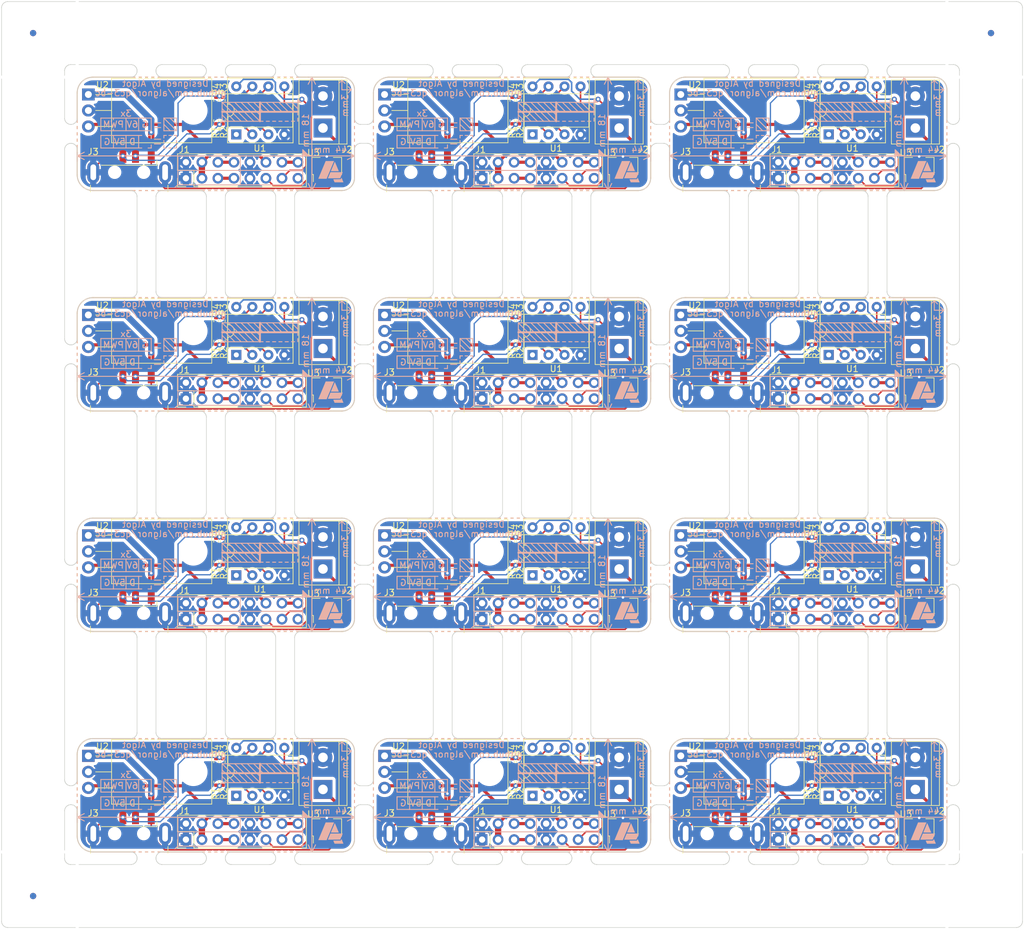
<source format=kicad_pcb>
(kicad_pcb (version 20211014) (generator pcbnew)
  (layers (0 "F.Cu" signal) (31 "B.Cu" signal) (34 "B.Paste" user) (35 "F.Paste" user) (36 "B.SilkS" user "B.Silkscreen") (37 "F.SilkS" user "F.Silkscreen") (38 "B.Mask" user) (39 "F.Mask" user) (44 "Edge.Cuts" user))
  (net 0 "")
  (net 1 "Board_0-/5V")
  (net 2 "Board_0-/6V")
  (net 3 "Board_0-/D+")
  (net 4 "Board_0-/D-")
  (net 5 "Board_0-/GND")
  (net 6 "Board_0-/VBUS")
  (net 7 "Board_0-/controll pin")
  (net 8 "Board_0-Net-(J1-Pad14)")
  (net 9 "Board_0-Net-(J1-Pad5)")
  (net 10 "Board_0-Net-(J1-Pad6)")
  (net 11 "Board_0-Net-(R1-Pad1)")
  (net 12 "Board_0-Net-(R2-Pad1)")
  (net 13 "Board_0-Net-(R3-Pad1)")
  (net 14 "Board_0-Net-(R4-Pad1)")
  (net 15 "Board_0-unconnected-(J1-Pad15)")
  (net 16 "Board_0-unconnected-(U1-Pad1)")
  (net 17 "Board_1-/5V")
  (net 18 "Board_1-/6V")
  (net 19 "Board_1-/D+")
  (net 20 "Board_1-/D-")
  (net 21 "Board_1-/GND")
  (net 22 "Board_1-/VBUS")
  (net 23 "Board_1-/controll pin")
  (net 24 "Board_1-Net-(J1-Pad14)")
  (net 25 "Board_1-Net-(J1-Pad5)")
  (net 26 "Board_1-Net-(J1-Pad6)")
  (net 27 "Board_1-Net-(R1-Pad1)")
  (net 28 "Board_1-Net-(R2-Pad1)")
  (net 29 "Board_1-Net-(R3-Pad1)")
  (net 30 "Board_1-Net-(R4-Pad1)")
  (net 31 "Board_1-unconnected-(J1-Pad15)")
  (net 32 "Board_1-unconnected-(U1-Pad1)")
  (net 33 "Board_2-/5V")
  (net 34 "Board_2-/6V")
  (net 35 "Board_2-/D+")
  (net 36 "Board_2-/D-")
  (net 37 "Board_2-/GND")
  (net 38 "Board_2-/VBUS")
  (net 39 "Board_2-/controll pin")
  (net 40 "Board_2-Net-(J1-Pad14)")
  (net 41 "Board_2-Net-(J1-Pad5)")
  (net 42 "Board_2-Net-(J1-Pad6)")
  (net 43 "Board_2-Net-(R1-Pad1)")
  (net 44 "Board_2-Net-(R2-Pad1)")
  (net 45 "Board_2-Net-(R3-Pad1)")
  (net 46 "Board_2-Net-(R4-Pad1)")
  (net 47 "Board_2-unconnected-(J1-Pad15)")
  (net 48 "Board_2-unconnected-(U1-Pad1)")
  (net 49 "Board_3-/5V")
  (net 50 "Board_3-/6V")
  (net 51 "Board_3-/D+")
  (net 52 "Board_3-/D-")
  (net 53 "Board_3-/GND")
  (net 54 "Board_3-/VBUS")
  (net 55 "Board_3-/controll pin")
  (net 56 "Board_3-Net-(J1-Pad14)")
  (net 57 "Board_3-Net-(J1-Pad5)")
  (net 58 "Board_3-Net-(J1-Pad6)")
  (net 59 "Board_3-Net-(R1-Pad1)")
  (net 60 "Board_3-Net-(R2-Pad1)")
  (net 61 "Board_3-Net-(R3-Pad1)")
  (net 62 "Board_3-Net-(R4-Pad1)")
  (net 63 "Board_3-unconnected-(J1-Pad15)")
  (net 64 "Board_3-unconnected-(U1-Pad1)")
  (net 65 "Board_4-/5V")
  (net 66 "Board_4-/6V")
  (net 67 "Board_4-/D+")
  (net 68 "Board_4-/D-")
  (net 69 "Board_4-/GND")
  (net 70 "Board_4-/VBUS")
  (net 71 "Board_4-/controll pin")
  (net 72 "Board_4-Net-(J1-Pad14)")
  (net 73 "Board_4-Net-(J1-Pad5)")
  (net 74 "Board_4-Net-(J1-Pad6)")
  (net 75 "Board_4-Net-(R1-Pad1)")
  (net 76 "Board_4-Net-(R2-Pad1)")
  (net 77 "Board_4-Net-(R3-Pad1)")
  (net 78 "Board_4-Net-(R4-Pad1)")
  (net 79 "Board_4-unconnected-(J1-Pad15)")
  (net 80 "Board_4-unconnected-(U1-Pad1)")
  (net 81 "Board_5-/5V")
  (net 82 "Board_5-/6V")
  (net 83 "Board_5-/D+")
  (net 84 "Board_5-/D-")
  (net 85 "Board_5-/GND")
  (net 86 "Board_5-/VBUS")
  (net 87 "Board_5-/controll pin")
  (net 88 "Board_5-Net-(J1-Pad14)")
  (net 89 "Board_5-Net-(J1-Pad5)")
  (net 90 "Board_5-Net-(J1-Pad6)")
  (net 91 "Board_5-Net-(R1-Pad1)")
  (net 92 "Board_5-Net-(R2-Pad1)")
  (net 93 "Board_5-Net-(R3-Pad1)")
  (net 94 "Board_5-Net-(R4-Pad1)")
  (net 95 "Board_5-unconnected-(J1-Pad15)")
  (net 96 "Board_5-unconnected-(U1-Pad1)")
  (net 97 "Board_6-/5V")
  (net 98 "Board_6-/6V")
  (net 99 "Board_6-/D+")
  (net 100 "Board_6-/D-")
  (net 101 "Board_6-/GND")
  (net 102 "Board_6-/VBUS")
  (net 103 "Board_6-/controll pin")
  (net 104 "Board_6-Net-(J1-Pad14)")
  (net 105 "Board_6-Net-(J1-Pad5)")
  (net 106 "Board_6-Net-(J1-Pad6)")
  (net 107 "Board_6-Net-(R1-Pad1)")
  (net 108 "Board_6-Net-(R2-Pad1)")
  (net 109 "Board_6-Net-(R3-Pad1)")
  (net 110 "Board_6-Net-(R4-Pad1)")
  (net 111 "Board_6-unconnected-(J1-Pad15)")
  (net 112 "Board_6-unconnected-(U1-Pad1)")
  (net 113 "Board_7-/5V")
  (net 114 "Board_7-/6V")
  (net 115 "Board_7-/D+")
  (net 116 "Board_7-/D-")
  (net 117 "Board_7-/GND")
  (net 118 "Board_7-/VBUS")
  (net 119 "Board_7-/controll pin")
  (net 120 "Board_7-Net-(J1-Pad14)")
  (net 121 "Board_7-Net-(J1-Pad5)")
  (net 122 "Board_7-Net-(J1-Pad6)")
  (net 123 "Board_7-Net-(R1-Pad1)")
  (net 124 "Board_7-Net-(R2-Pad1)")
  (net 125 "Board_7-Net-(R3-Pad1)")
  (net 126 "Board_7-Net-(R4-Pad1)")
  (net 127 "Board_7-unconnected-(J1-Pad15)")
  (net 128 "Board_7-unconnected-(U1-Pad1)")
  (net 129 "Board_8-/5V")
  (net 130 "Board_8-/6V")
  (net 131 "Board_8-/D+")
  (net 132 "Board_8-/D-")
  (net 133 "Board_8-/GND")
  (net 134 "Board_8-/VBUS")
  (net 135 "Board_8-/controll pin")
  (net 136 "Board_8-Net-(J1-Pad14)")
  (net 137 "Board_8-Net-(J1-Pad5)")
  (net 138 "Board_8-Net-(J1-Pad6)")
  (net 139 "Board_8-Net-(R1-Pad1)")
  (net 140 "Board_8-Net-(R2-Pad1)")
  (net 141 "Board_8-Net-(R3-Pad1)")
  (net 142 "Board_8-Net-(R4-Pad1)")
  (net 143 "Board_8-unconnected-(J1-Pad15)")
  (net 144 "Board_8-unconnected-(U1-Pad1)")
  (net 145 "Board_9-/5V")
  (net 146 "Board_9-/6V")
  (net 147 "Board_9-/D+")
  (net 148 "Board_9-/D-")
  (net 149 "Board_9-/GND")
  (net 150 "Board_9-/VBUS")
  (net 151 "Board_9-/controll pin")
  (net 152 "Board_9-Net-(J1-Pad14)")
  (net 153 "Board_9-Net-(J1-Pad5)")
  (net 154 "Board_9-Net-(J1-Pad6)")
  (net 155 "Board_9-Net-(R1-Pad1)")
  (net 156 "Board_9-Net-(R2-Pad1)")
  (net 157 "Board_9-Net-(R3-Pad1)")
  (net 158 "Board_9-Net-(R4-Pad1)")
  (net 159 "Board_9-unconnected-(J1-Pad15)")
  (net 160 "Board_9-unconnected-(U1-Pad1)")
  (net 161 "Board_10-/5V")
  (net 162 "Board_10-/6V")
  (net 163 "Board_10-/D+")
  (net 164 "Board_10-/D-")
  (net 165 "Board_10-/GND")
  (net 166 "Board_10-/VBUS")
  (net 167 "Board_10-/controll pin")
  (net 168 "Board_10-Net-(J1-Pad14)")
  (net 169 "Board_10-Net-(J1-Pad5)")
  (net 170 "Board_10-Net-(J1-Pad6)")
  (net 171 "Board_10-Net-(R1-Pad1)")
  (net 172 "Board_10-Net-(R2-Pad1)")
  (net 173 "Board_10-Net-(R3-Pad1)")
  (net 174 "Board_10-Net-(R4-Pad1)")
  (net 175 "Board_10-unconnected-(J1-Pad15)")
  (net 176 "Board_10-unconnected-(U1-Pad1)")
  (net 177 "Board_11-/5V")
  (net 178 "Board_11-/6V")
  (net 179 "Board_11-/D+")
  (net 180 "Board_11-/D-")
  (net 181 "Board_11-/GND")
  (net 182 "Board_11-/VBUS")
  (net 183 "Board_11-/controll pin")
  (net 184 "Board_11-Net-(J1-Pad14)")
  (net 185 "Board_11-Net-(J1-Pad5)")
  (net 186 "Board_11-Net-(J1-Pad6)")
  (net 187 "Board_11-Net-(R1-Pad1)")
  (net 188 "Board_11-Net-(R2-Pad1)")
  (net 189 "Board_11-Net-(R3-Pad1)")
  (net 190 "Board_11-Net-(R4-Pad1)")
  (net 191 "Board_11-unconnected-(J1-Pad15)")
  (net 192 "Board_11-unconnected-(U1-Pad1)")
  (footprint "NPTH" (layer "F.Cu") (at 154.499508 76.001)
    (fp_text reference "REF**" hide)
    (fp_text value "NPTH" hide)
  )
  (footprint "NPTH" (layer "F.Cu") (at 144.500005 58.998998)
    (fp_text reference "REF**" hide)
    (fp_text value "NPTH" hide)
  )
  (footprint "NPTH" (layer "F.Cu") (at 62.499499 41.000999)
    (fp_text reference "REF**" hide)
    (fp_text value "NPTH" hide)
  )
  (footprint "Package_TO_SOT_SMD:SOT-89-3" (layer "F.Cu") (at 114.600004 90.400003 90)
    (fp_text reference "U3")
    (fp_text value "L78L05_SOT89")
  )
  (footprint "NPTH" (layer "F.Cu") (at 133.500502 41.000998)
    (fp_text reference "REF**" hide)
    (fp_text value "NPTH" hide)
  )
  (footprint "Connector_PinHeader_2.54mm:PinHeader_2x08_P2.54mm_Vertical" (layer "F.Cu") (at 139.250011 162.045013 90)
    (fp_text reference "J1")
    (fp_text value "Conn_02x08_Counter_Clockwise")
  )
  (footprint "NPTH" (layer "F.Cu") (at 165.999005 120.500003)
    (fp_text reference "REF**" hide)
    (fp_text value "NPTH" hide)
  )
  (footprint "NPTH" (layer "F.Cu") (at 131.500502 76.001002)
    (fp_text reference "REF**" hide)
    (fp_text value "NPTH" hide)
  )
  (footprint "Package_DIP:DIP-8_W7.62mm_Socket" (layer "F.Cu") (at 147.247011 85.093003 90)
    (fp_text reference "U1")
    (fp_text value "ATtiny45V-10P")
  )
  (footprint "NPTH" (layer "F.Cu") (at 107.499502 163.999009)
    (fp_text reference "REF**" hide)
    (fp_text value "NPTH" hide)
  )
  (footprint "NPTH" (layer "F.Cu") (at 38.500497 111.001006)
    (fp_text reference "REF**" hide)
    (fp_text value "NPTH" hide)
  )
  (footprint "NPTH" (layer "F.Cu") (at 28.000998 86.500001)
    (fp_text reference "REF**" hide)
    (fp_text value "NPTH" hide)
  )
  (footprint "NPTH" (layer "F.Cu") (at 50.499998 146.001006)
    (fp_text reference "REF**" hide)
    (fp_text value "NPTH" hide)
  )
  (footprint "NPTH" (layer "F.Cu") (at 98.500002 111.001003)
    (fp_text reference "REF**" hide)
    (fp_text value "NPTH" hide)
  )
  (footprint "NPTH" (layer "F.Cu") (at 155.499508 41.000999)
    (fp_text reference "REF**" hide)
    (fp_text value "NPTH" hide)
  )
  (footprint "NPTH" (layer "F.Cu") (at 143.500005 41.000998)
    (fp_text reference "REF**" hide)
    (fp_text value "NPTH" hide)
  )
  (footprint "NPTH" (layer "F.Cu") (at 28.000997 174.334178)
    (fp_text reference "REF**" hide)
    (fp_text value "NPTH" hide)
  )
  (footprint "Resistor_SMD:R_0402_1005Metric" (layer "F.Cu") (at 98.100004 152.900013 -90)
    (fp_text reference "R2")
    (fp_text value "680")
  )
  (footprint "NPTH" (layer "F.Cu") (at 87.500501 111.001005)
    (fp_text reference "REF**" hide)
    (fp_text value "NPTH" hide)
  )
  (footprint "NPTH" (layer "F.Cu") (at 75.001001 153.500006)
    (fp_text reference "REF**" hide)
    (fp_text value "NPTH" hide)
  )
  (footprint "NPTH" (layer "F.Cu") (at 165.999004 121.500003)
    (fp_text reference "REF**" hide)
    (fp_text value "NPTH" hide)
  )
  (footprint "NPTH" (layer "F.Cu") (at 37.500497 163.999002)
    (fp_text reference "REF**" hide)
    (fp_text value "NPTH" hide)
  )
  (footprint "NPTH" (layer "F.Cu") (at 154.499508 93.999002)
    (fp_text reference "REF**" hide)
    (fp_text value "NPTH" hide)
  )
  (footprint "NPTH" (layer "F.Cu") (at 165.99902 37.333164)
    (fp_text reference "REF**" hide)
    (fp_text value "NPTH" hide)
  )
  (footprint "NPTH" (layer "F.Cu") (at 165.99902 169.333678)
    (fp_text reference "REF**" hide)
    (fp_text value "NPTH" hide)
  )
  (footprint "NPTH" (layer "F.Cu") (at 122.001004 48.499999)
    (fp_text reference "REF**" hide)
    (fp_text value "NPTH" hide)
  )
  (footprint "NPTH" (layer "F.Cu") (at 86.500501 58.998999)
    (fp_text reference "REF**" hide)
    (fp_text value "NPTH" hide)
  )
  (footprint "NPTH" (layer "F.Cu") (at 156.499508 93.999002)
    (fp_text reference "REF**" hide)
    (fp_text value "NPTH" hide)
  )
  (footprint "Connector_PinHeader_2.54mm:PinHeader_2x08_P2.54mm_Vertical" (layer "F.Cu") (at 92.250004 92.045003 90)
    (fp_text reference "J1")
    (fp_text value "Conn_02x08_Counter_Clockwise")
  )
  (footprint "NPTH" (layer "F.Cu") (at 48.499998 93.999001)
    (fp_text reference "REF**" hide)
    (fp_text value "NPTH" hide)
  )
  (footprint "NPTH" (layer "F.Cu") (at 171.331676 41.000998)
    (fp_text reference "REF**" hide)
    (fp_text value "NPTH" hide)
  )
  (footprint "NPTH" (layer "F.Cu") (at 165.99902 38.999998)
    (fp_text reference "REF**" hide)
    (fp_text value "NPTH" hide)
  )
  (footprint "NPTH" (layer "F.Cu") (at 28.000997 33.999498)
    (fp_text reference "REF**" hide)
    (fp_text value "NPTH" hide)
  )
  (footprint "NPTH" (layer "F.Cu") (at 24.335163 163.999015)
    (fp_text reference "REF**" hide)
    (fp_text value "NPTH" hide)
  )
  (footprint "Resistor_SMD:R_0402_1005Metric" (layer "F.Cu") (at 144.050011 44.689998 90)
    (fp_text reference "R4")
    (fp_text value "680")
  )
  (footprint "TerminalBlock:TerminalBlock_bornier-2_P5.08mm" (layer "F.Cu") (at 161.000011 154.080013 90)
    (fp_text reference "J2")
    (fp_text value "Screw_Terminal_01x02")
  )
  (footprint "NPTH" (layer "F.Cu") (at 106.499502 93.999002)
    (fp_text reference "REF**" hide)
    (fp_text value "NPTH" hide)
  )
  (footprint "NPTH" (layer "F.Cu") (at 97.500002 41.000999)
    (fp_text reference "REF**" hide)
    (fp_text value "NPTH" hide)
  )
  (footprint "Resistor_SMD:R_0402_1005Metric" (layer "F.Cu") (at 51.099997 79.690003 90)
    (fp_text reference "R3")
    (fp_text value "2k")
  )
  (footprint "TerminalBlock:TerminalBlock_bornier-2_P5.08mm" (layer "F.Cu") (at 114.000004 154.080013 90)
    (fp_text reference "J2")
    (fp_text value "Screw_Terminal_01x02")
  )
  (footprint "NPTH" (layer "F.Cu") (at 40.500497 128.999002)
    (fp_text reference "REF**" hide)
    (fp_text value "NPTH" hide)
  )
  (footprint "NPTH" (layer "F.Cu") (at 75.001002 120.500003)
    (fp_text reference "REF**" hide)
    (fp_text value "NPTH" hide)
  )
  (footprint "Package_TO_SOT_THT:TO-220-3_Horizontal_TabDown" (layer "F.Cu") (at 29.769997 43.749998 -90)
    (fp_text reference "U2")
    (fp_text value "L7806CV")
  )
  (footprint "NPTH" (layer "F.Cu") (at 165.99902 171.833928)
    (fp_text reference "REF**" hide)
    (fp_text value "NPTH" hide)
  )
  (footprint "Connector_PinHeader_2.54mm:PinHeader_2x08_P2.54mm_Vertical" (layer "F.Cu") (at 92.250004 162.045013 90)
    (fp_text reference "J1")
    (fp_text value "Conn_02x08_Counter_Clockwise")
  )
  (footprint "NPTH" (layer "F.Cu") (at 145.500005 163.999006)
    (fp_text reference "REF**" hide)
    (fp_text value "NPTH" hide)
  )
  (footprint "NPTH" (layer "F.Cu") (at 71.998998 48.499999)
    (fp_text reference "REF**" hide)
    (fp_text value "NPTH" hide)
  )
  (footprint "Package_TO_SOT_THT:TO-220-3_Horizontal_TabDown" (layer "F.Cu") (at 76.770004 113.750008 -90)
    (fp_text reference "U2")
    (fp_text value "L7806CV")
  )
  (footprint "NPTH" (layer "F.Cu") (at 109.499502 128.999006)
    (fp_text reference "REF**" hide)
    (fp_text value "NPTH" hide)
  )
  (footprint "NPTH" (layer "F.Cu") (at 85.500501 58.998999)
    (fp_text reference "REF**" hide)
    (fp_text value "NPTH" hide)
  )
  (footprint "Package_TO_SOT_THT:TO-220-3_Horizontal_TabDown" (layer "F.Cu") (at 76.770004 148.750013 -90)
    (fp_text reference "U2")
    (fp_text value "L7806CV")
  )
  (footprint "NPTH" (layer "F.Cu") (at 95.500002 111.001004)
    (fp_text reference "REF**" hide)
    (fp_text value "NPTH" hide)
  )
  (footprint "TerminalBlock:TerminalBlock_bornier-2_P5.08mm" (layer "F.Cu") (at 114.000004 49.079998 90)
    (fp_text reference "J2")
    (fp_text value "Screw_Terminal_01x02")
  )
  (footprint "NPTH" (layer "F.Cu") (at 48.499998 76.001001)
    (fp_text reference "REF**" hide)
    (fp_text value "NPTH" hide)
  )
  (footprint "Connector_PinHeader_2.54mm:PinHeader_2x08_P2.54mm_Vertical" (layer "F.Cu") (at 92.250004 127.045008 90)
    (fp_text reference "J1")
    (fp_text value "Conn_02x08_Counter_Clockwise")
  )
  (footprint "NPTH" (layer "F.Cu") (at 118.999002 49.499999)
    (fp_text reference "REF**" hide)
    (fp_text value "NPTH" hide)
  )
  (footprint "NPTH" (layer "F.Cu") (at 28.000997 172.667345)
    (fp_text reference "REF**" hide)
    (fp_text value "NPTH" hide)
  )
  (footprint "NPTH" (layer "F.Cu") (at 177.165593 163.999015)
    (fp_text reference "REF**" hide)
    (fp_text value "NPTH" hide)
  )
  (footprint "NPTH" (layer "F.Cu") (at 61.499499 76.001)
    (fp_text reference "REF**" hide)
    (fp_text value "NPTH" hide)
  )
  (footprint "NPTH" (layer "F.Cu") (at 122.001005 50.499999)
    (fp_text reference "REF**" hide)
    (fp_text value "NPTH" hide)
  )
  (footprint "NPTH" (layer "F.Cu") (at 132.500502 41.000998)
    (fp_text reference "REF**" hide)
    (fp_text value "NPTH" hide)
  )
  (footprint "NPTH" (layer "F.Cu") (at 134.500502 76.001002)
    (fp_text reference "REF**" hide)
    (fp_text value "NPTH" hide)
  )
  (footprint "NPTH" (layer "F.Cu") (at 165.99902 32.332664)
    (fp_text reference "REF**" hide)
    (fp_text value "NPTH" hide)
  )
  (footprint "NPTH" (layer "F.Cu") (at 174.665343 163.999015)
    (fp_text reference "REF**" hide)
    (fp_text value "NPTH" hide)
  )
  (footprint "NPTH" (layer "F.Cu") (at 71.998998 156.500006)
    (fp_text reference "REF**" hide)
    (fp_text value "NPTH" hide)
  )
  (footprint "NPTH" (layer "F.Cu") (at 28.000997 33.166081)
    (fp_text reference "REF**" hide)
    (fp_text value "NPTH" hide)
  )
  (footprint "NPTH" (layer "F.Cu") (at 28.000997 35.666331)
    (fp_text reference "REF**" hide)
    (fp_text value "NPTH" hide)
  )
  (footprint "NPTH" (layer "F.Cu") (at 98.500002 41.000999)
    (fp_text reference "REF**" hide)
    (fp_text value "NPTH" hide)
  )
  (footprint "Package_TO_SOT_SMD:SOT-89-3" (layer "F.Cu") (at 161.600011 160.400013 90)
    (fp_text reference "U3")
    (fp_text value "L78L05_SOT89")
  )
  (footprint "NPTH" (layer "F.Cu") (at 98.500002 58.998998)
    (fp_text reference "REF**" hide)
    (fp_text value "NPTH" hide)
  )
  (footprint "NPTH" (layer "F.Cu") (at 172.165093 41.000998)
    (fp_text reference "REF**" hide)
    (fp_text value "NPTH" hide)
  )
  (footprint "NPTH" (layer "F.Cu") (at 48.499998 146.001007)
    (fp_text reference "REF**" hide)
    (fp_text value "NPTH" hide)
  )
  (footprint "NPTH" (layer "F.Cu") (at 71.998998 155.500006)
    (fp_text reference "REF**" hide)
    (fp_text value "NPTH" hide)
  )
  (footprint "NPTH" (layer "F.Cu") (at 165.99902 167.666845)
    (fp_text reference "REF**" hide)
    (fp_text value "NPTH" hide)
  )
  (footprint "NPTH" (layer "F.Cu") (at 118.999002 153.500006)
    (fp_text reference "REF**" hide)
    (fp_text value "NPTH" hide)
  )
  (footprint "Resistor_SMD:R_0402_1005Metric" (layer "F.Cu") (at 51.099997 114.690008 90)
    (fp_text reference "R3")
    (fp_text value "2k")
  )
  (footprint "NPTH" (layer "F.Cu") (at 85.500501 41.000998)
    (fp_text reference "REF**" hide)
    (fp_text value "NPTH" hide)
  )
  (footprint "NPTH" (layer "F.Cu") (at 156.499508 41.000999)
    (fp_text reference "REF**" hide)
    (fp_text value "NPTH" hide)
  )
  (footprint "NPTH" (layer "F.Cu") (at 61.499499 41.000999)
    (fp_text reference "REF**" hide)
    (fp_text value "NPTH" hide)
  )
  (footprint "NPTH" (layer "F.Cu") (at 106.499502 128.999005)
    (fp_text reference "REF**" hide)
    (fp_text value "NPTH" hide)
  )
  (footprint "NPTH" (layer "F.Cu") (at 28.000998 154.500006)
    (fp_text reference "REF**" hide)
    (fp_text value "NPTH" hide)
  )
  (footprint "NPTH" (layer "F.Cu") (at 132.500502 58.998999)
    (fp_text reference "REF**" hide)
    (fp_text value "NPTH" hide)
  )
  (footprint "NPTH" (layer "F.Cu") (at 145.500005 146.001006)
    (fp_text reference "REF**" hide)
    (fp_text value "NPTH" hide)
  )
  (footprint "Package_DIP:DIP-8_W7.62mm_Socket" (layer "F.Cu") (at 147.247011 120.093008 90)
    (fp_text reference "U1")
    (fp_text value "ATtiny45V-10P")
  )
  (footprint "Resistor_SMD:R_0402_1005Metric" (layer "F.Cu") (at 145.100011 79.690003 90)
    (fp_text reference "R3")
    (fp_text value "2k")
  )
  (footprint "NPTH" (layer "F.Cu") (at 71.998998 84.500001)
    (fp_text reference "REF**" hide)
    (fp_text value "NPTH" hide)
  )
  (footprint "NPTH" (layer "F.Cu") (at 134.500502 41.000998)
    (fp_text reference "REF**" hide)
    (fp_text value "NPTH" hide)
  )
  (footprint "NPTH" (layer "F.Cu") (at 133.500502 163.999002)
    (fp_text reference "REF**" hide)
    (fp_text value "NPTH" hide)
  )
  (footprint "Package_DIP:DIP-8_W7.62mm_Socket" (layer "F.Cu") (at 147.247011 155.093013 90)
    (fp_text reference "U1")
    (fp_text value "ATtiny45V-10P")
  )
  (footprint "NPTH" (layer "F.Cu") (at 75.001001 83.500001)
    (fp_text reference "REF**" hide)
    (fp_text value "NPTH" hide)
  )
  (footprint "NPTH" (layer "F.Cu") (at 107.499502 93.999002)
    (fp_text reference "REF**" hide)
    (fp_text value "NPTH" hide)
  )
  (footprint "Package_TO_SOT_THT:TO-220-3_Horizontal_TabDown" (layer "F.Cu") (at 76.770004 78.750003 -90)
    (fp_text reference "U2")
    (fp_text value "L7806CV")
  )
  (footprint "Package_DIP:DIP-8_W7.62mm_Socket" (layer "F.Cu") (at 100.247004 50.092998 90)
    (fp_text reference "U1")
    (fp_text value "ATtiny45V-10P")
  )
  (footprint "NPTH" (layer "F.Cu") (at 28.000998 121.500003)
    (fp_text reference "REF**" hide)
    (fp_text value "NPTH" hide)
  )
  (footprint "NPTH" (layer "F.Cu") (at 28.000997 173.500762)
    (fp_text reference "REF**" hide)
    (fp_text value "NPTH" hide)
  )
  (footprint "NPTH" (layer "F.Cu") (at 122.001005 119.500003)
    (fp_text reference "REF**" hide)
    (fp_text value "NPTH" hide)
  )
  (footprint "NPTH" (layer "F.Cu") (at 28.000997 166.000012)
    (fp_text reference "REF**" hide)
    (fp_text value "NPTH" hide)
  )
  (footprint "NPTH" (layer "F.Cu") (at 51.499998 146.001006)
    (fp_text reference "REF**" hide)
    (fp_text value "NPTH" hide)
  )
  (footprint "NPTH" (layer "F.Cu") (at 131.500502 58.998999)
    (fp_text reference "REF**" hide)
    (fp_text value "NPTH" hide)
  )
  (footprint "NPTH" (layer "F.Cu") (at 17.66783 163.999015)
    (fp_text reference "REF**" hide)
    (fp_text value "NPTH" hide)
  )
  (footprint "NPTH" (layer "F.Cu") (at 153.499508 76.001)
    (fp_text reference "REF**" hide)
    (fp_text value "NPTH" hide)
  )
  (footprint "NPTH" (layer "F.Cu") (at 17.66783 41.000998)
    (fp_text reference "REF**" hide)
    (fp_text value "NPTH" hide)
  )
  (footprint "NPTH" (layer "F.Cu") (at 171.331676 163.999015)
    (fp_text reference "REF**" hide)
    (fp_text value "NPTH" hide)
  )
  (footprint "NPTH" (layer "F.Cu") (at 118.999002 83.500001)
    (fp_text reference "REF**" hide)
    (fp_text value "NPTH" hide)
  )
  (footprint "NPTH" (layer "F.Cu") (at 143.500005 128.999003)
    (fp_text reference "REF**" hide)
    (fp_text value "NPTH" hide)
  )
  (footprint "NPTH" (layer "F.Cu") (at 108.499502 111.001001)
    (fp_text reference "REF**" hide)
    (fp_text value "NPTH" hide)
  )
  (footprint "NPTH" (layer "F.Cu") (at 75.001001 118.500003)
    (fp_text reference "REF**" hide)
    (fp_text value "NPTH" hide)
  )
  (footprint "NPTH" (layer "F.Cu") (at 50.499998 76.001001)
    (fp_text reference "REF**" hide)
    (fp_text value "NPTH" hide)
  )
  (footprint "NPTH" (layer "F.Cu") (at 144.500005 76.001001)
    (fp_text reference "REF**" hide)
    (fp_text value "NPTH" hide)
  )
  (footprint "Package_TO_SOT_SMD:SOT-89-3" (layer "F.Cu") (at 114.600004 125.400008 90)
    (fp_text reference "U3")
    (fp_text value "L78L05_SOT89")
  )
  (footprint "NPTH" (layer "F.Cu") (at 16.000997 163.999015)
    (fp_text reference "REF**" hide)
    (fp_text value "NPTH" hide)
  )
  (footprint "NPTH" (layer "F.Cu") (at 108.499502 58.998998)
    (fp_text reference "REF**" hide)
    (fp_text value "NPTH" hide)
  )
  (footprint "NPTH" (layer "F.Cu") (at 23.501747 163.999015)
    (fp_text reference "REF**" hide)
    (fp_text value "NPTH" hide)
  )
  (footprint "NPTH" (layer "F.Cu") (at 165.99902 33.166081)
    (fp_text reference "REF**" hide)
    (fp_text value "NPTH" hide)
  )
  (footprint "NPTH" (layer "F.Cu") (at 154.499508 58.998998)
    (fp_text reference "REF**" hide)
    (fp_text value "NPTH" hide)
  )
  (footprint "NPTH" (layer "F.Cu") (at 38.500497 163.999002)
    (fp_text reference "REF**" hide)
    (fp_text value "NPTH" hide)
  )
  (footprint "NPTH" (layer "F.Cu") (at 98.500002 163.999006)
    (fp_text reference "REF**" hide)
    (fp_text value "NPTH" hide)
  )
  (footprint "NPTH" (layer "F.Cu") (at 75.001002 156.500006)
    (fp_text reference "REF**" hide)
    (fp_text value "NPTH" hide)
  )
  (footprint "Package_DIP:DIP-8_W7.62mm_Socket" (layer "F.Cu") (at 53.246997 155.093013 90)
    (fp_text reference "U1")
    (fp_text value "ATtiny45V-10P")
  )
  (footprint "NPTH" (layer "F.Cu") (at 176.332176 41.000998)
    (fp_text reference "REF**" hide)
    (fp_text value "NPTH" hide)
  )
  (footprint "NPTH" (layer "F.Cu") (at 175.49876 41.000998)
    (fp_text reference "REF**" hide)
    (fp_text value "NPTH" hide)
  )
  (footprint "NPTH" (layer "F.Cu") (at 87.500501 58.998999)
    (fp_text reference "REF**" hide)
    (fp_text value "NPTH" hide)
  )
  (footprint "Package_TO_SOT_SMD:SOT-89-3" (layer "F.Cu") (at 67.599997 160.400013 90)
    (fp_text reference "U3")
    (fp_text value "L78L05_SOT89")
  )
  (footprint "Connector_PinHeader_2.54mm:PinHeader_2x08_P2.54mm_Vertical" (layer "F.Cu") (at 139.250011 57.044998 90)
    (fp_text reference "J1")
    (fp_text value "Conn_02x08_Counter_Clockwise")
  )
  (footprint "NPTH" (layer "F.Cu") (at 85.500501 111.001006)
    (fp_text reference "REF**" hide)
    (fp_text value "NPTH" hide)
  )
  (footprint "NPTH" (layer "F.Cu") (at 28.000997 37.333164)
    (fp_text reference "REF**" hide)
    (fp_text value "NPTH" hide)
  )
  (footprint "NPTH" (layer "F.Cu") (at 84.500501 111.001006)
    (fp_text reference "REF**" hide)
    (fp_text value "NPTH" hide)
  )
  (footprint "NPTH" (layer "F.Cu") (at 95.500002 146.001007)
    (fp_text reference "REF**" hide)
    (fp_text value "NPTH" hide)
  )
  (footprint "NPTH" (layer "F.Cu") (at 39.500497 111.001006)
    (fp_text reference "REF**" hide)
    (fp_text value "NPTH" hide)
  )
  (footprint "NPTH" (layer "F.Cu") (at 96.500002 93.999001)
    (fp_text reference "REF**" hide)
    (fp_text value "NPTH" hide)
  )
  (footprint "NPTH" (layer "F.Cu") (at 122.001004 153.500006)
    (fp_text reference "REF**" hide)
    (fp_text value "NPTH" hide)
  )
  (footprint "NPTH" (layer "F.Cu") (at 62.499499 146.001002)
    (fp_text reference "REF**" hide)
    (fp_text value "NPTH" hide)
  )
  (footprint "NPTH" (layer "F.Cu") (at 143.500005 76.001001)
    (fp_text reference "REF**" hide)
    (fp_text value "NPTH" hide)
  )
  (footprint "Connector_USB:USB_A_CNCTech_1001-011-01101_Horizontal" (layer "F.Cu") (at 83.250004 162.100013 -90)
    (fp_text reference "J3")
    (fp_text value "USB_A")
  )
  (footprint "NPTH" (layer "F.Cu") (at 60.499499 163.999009)
    (fp_text reference "REF**" hide)
    (fp_text value "NPTH" hide)
  )
  (footprint "NPTH" (layer "F.Cu") (at 61.499499 128.999006)
    (fp_text reference "REF**" hide)
    (fp_text value "NPTH" hide)
  )
  (footprint "NPTH" (layer "F.Cu") (at 28.000998 119.500003)
    (fp_text reference "REF**" hide)
    (fp_text value "NPTH" hide)
  )
  (footprint "Connector_USB:USB_A_CNCTech_1001-011-01101_Horizontal" (layer "F.Cu") (at 83.250004 92.100003 -90)
    (fp_text reference "J3")
    (fp_text value "USB_A")
  )
  (footprint "NPTH" (layer "F.Cu") (at 177.165593 41.000998)
    (fp_text reference "REF**" hide)
    (fp_text value "NPTH" hide)
  )
  (footprint "Connector_PinHeader_2.54mm:PinHeader_2x08_P2.54mm_Vertical" (layer "F.Cu") (at 45.249997 162.045013 90)
    (fp_text reference "J1")
    (fp_text value "Conn_02x08_Counter_Clockwise")
  )
  (footprint "TerminalBlock:TerminalBlock_bornier-2_P5.08mm" (layer "F.Cu") (at 66.999997 154.080013 90)
    (fp_text reference "J2")
    (fp_text value "Screw_Terminal_01x02")
  )
  (footprint "NPTH" (layer "F.Cu") (at 28.000997 169.333678)
    (fp_text reference "REF**" hide)
    (fp_text value "NPTH" hide)
  )
  (footprint "NPTH" (layer "F.Cu") (at 21.001497 41.000998)
    (fp_text reference "REF**" hide)
    (fp_text value "NPTH" hide)
  )
  (footprint "NPTH" (layer "F.Cu") (at 48.499998 58.998999)
    (fp_text reference "REF**" hide)
    (fp_text value "NPTH" hide)
  )
  (footprint "NPTH" (layer "F.Cu") (at 71.998998 121.500003)
    (fp_text reference "REF**" hide)
    (fp_text value "NPTH" hide)
  )
  (footprint "Package_TO_SOT_THT:TO-220-3_Horizontal_TabDown" (layer "F.Cu") (at 123.770011 78.750003 -90)
    (fp_text reference "U2")
    (fp_text value "L7806CV")
  )
  (footprint "NPTH" (layer "F.Cu") (at 165.99902 31.499248)
    (fp_text reference "REF**" hide)
    (fp_text value "NPTH" hide)
  )
  (footprint "NPTH" (layer "F.Cu") (at 37.500497 41.000998)
    (fp_text reference "REF**" hide)
    (fp_text value "NPTH" hide)
  )
  (footprint "NPTH" (layer "F.Cu") (at 165.99902 171.000512)
    (fp_text reference "REF**" hide)
    (fp_text value "NPTH" hide)
  )
  (footprint "Resistor_SMD:R_0402_1005Metric" (layer "F.Cu") (at 145.100011 117.900008 -90)
    (fp_text reference "R2")
    (fp_text value "680")
  )
  (footprint "NPTH" (layer "F.Cu") (at 21.834913 41.000998)
    (fp_text reference "REF**" hide)
    (fp_text value "NPTH" hide)
  )
  (footprint "NPTH" (layer "F.Cu") (at 49.499998 146.001006)
    (fp_text reference "REF**" hide)
    (fp_text value "NPTH" hide)
  )
  (footprint "NPTH" (layer "F.Cu") (at 165.999005 84.500001)
    (fp_text reference "REF**" hide)
    (fp_text value "NPTH" hide)
  )
  (footprint "NPTH" (layer "F.Cu") (at 28.000998 156.500006)
    (fp_text reference "REF**" hide)
    (fp_text value "NPTH" hide)
  )
  (footprint "NPTH" (layer "F.Cu") (at 98.500002 93.999001)
    (fp_text reference "REF**" hide)
    (fp_text value "NPTH" hide)
  )
  (footprint "NPTH" (layer "F.Cu") (at 39.500497 163.999002)
    (fp_text reference "REF**" hide)
    (fp_text value "NPTH" hide)
  )
  (footprint "NPTH" (layer "F.Cu") (at 28.000998 153.500006)
    (fp_text reference "REF**" hide)
    (fp_text value "NPTH" hide)
  )
  (footprint "NPTH" (layer "F.Cu") (at 155.499508 163.99901)
    (fp_text reference "REF**" hide)
    (fp_text value "NPTH" hide)
  )
  (footprint "Package_TO_SOT_SMD:SOT-89-3" (layer "F.Cu") (at 67.599997 90.400003 90)
    (fp_text reference "U3")
    (fp_text value "L78L05_SOT89")
  )
  (footprint "NPTH" (layer "F.Cu") (at 18.501247 163.999015)
    (fp_text reference "REF**" hide)
    (fp_text value "NPTH" hide)
  )
  (footprint "NPTH" (layer "F.Cu") (at 71.998998 153.500006)
    (fp_text reference "REF**" hide)
    (fp_text value "NPTH" hide)
  )
  (footprint "Package_TO_SOT_THT:TO-220-3_Horizontal_TabDown" (layer "F.Cu") (at 29.769997 78.750003 -90)
    (fp_text reference "U2")
    (fp_text value "L7806CV")
  )
  (footprint "NPTH" (layer "F.Cu") (at 173.831926 163.999015)
    (fp_text reference "REF**" hide)
    (fp_text value "NPTH" hide)
  )
  (footprint "NPTH" (layer "F.Cu") (at 48.499998 163.999005)
    (fp_text reference "REF**" hide)
    (fp_text value "NPTH" hide)
  )
  (footprint "NPTH" (layer "F.Cu") (at 122.001005 84.500001)
    (fp_text reference "REF**" hide)
    (fp_text value "NPTH" hide)
  )
  (footprint "NPTH" (layer "F.Cu") (at 51.499998 93.999001)
    (fp_text reference "REF**" hide)
    (fp_text value "NPTH" hide)
  )
  (footprint "NPTH" (layer "F.Cu") (at 122.001005 155.500006)
    (fp_text reference "REF**" hide)
    (fp_text value "NPTH" hide)
  )
  (footprint "NPTH" (layer "F.Cu") (at 75.001002 51.499999)
    (fp_text reference "REF**" hide)
    (fp_text value "NPTH" hide)
  )
  (footprint "Package_TO_SOT_THT:TO-220-3_Horizontal_TabDown" (layer "F.Cu") (at 123.770011 148.750013 -90)
    (fp_text reference "U2")
    (fp_text value "L7806CV")
  )
  (footprint "NPTH" (layer "F.Cu") (at 107.499502 111.001001)
    (fp_text reference "REF**" hide)
    (fp_text value "NPTH" hide)
  )
  (footprint "NPTH" (layer "F.Cu") (at 131.500502 163.999002)
    (fp_text reference "REF**" hide)
    (fp_text value "NPTH" hide)
  )
  (footprint "NPTH" (layer "F.Cu") (at 118.999001 85.500001)
    (fp_text reference "REF**" hide)
    (fp_text value "NPTH" hide)
  )
  (footprint "Resistor_SMD:R_0402_1005Metric" (layer "F.Cu") (at 97.050004 79.690003 90)
    (fp_text reference "R4")
    (fp_text value "680")
  )
  (footprint "NPTH" (layer "F.Cu") (at 155.499508 93.999002)
    (fp_text reference "REF**" hide)
    (fp_text value "NPTH" hide)
  )
  (footprint "NPTH" (layer "F.Cu") (at 131.500502 111.001006)
    (fp_text reference "REF**" hide)
    (fp_text value "NPTH" hide)
  )
  (footprint "NPTH" (layer "F.Cu") (at 154.499508 163.999009)
    (fp_text reference "REF**" hide)
    (fp_text value "NPTH" hide)
  )
  (footprint "NPTH" (layer "F.Cu") (at 134.500502 58.998999)
    (fp_text reference "REF**" hide)
    (fp_text value "NPTH" hide)
  )
  (footprint "NPTH" (layer "F.Cu") (at 172.99851 163.999015)
    (fp_text reference "REF**" hide)
    (fp_text value "NPTH" hide)
  )
  (footprint "NPTH" (layer "F.Cu") (at 60.499499 146.001003)
    (fp_text reference "REF**" hide)
    (fp_text value "NPTH" hide)
  )
  (footprint "NPTH" (layer "F.Cu") (at 97.500002 58.998998)
    (fp_text reference "REF**" hide)
    (fp_text value "NPTH" hide)
  )
  (footprint "NPTH" (layer "F.Cu") (at 59.499499 146.001003)
    (fp_text reference "REF**" hide)
    (fp_text value "NPTH" hide)
  )
  (footprint "NPTH" (layer "F.Cu") (at 59.499499 76.001)
    (fp_text reference "REF**" hide)
    (fp_text value "NPTH" hide)
  )
  (footprint "NPTH" (layer "F.Cu") (at 50.499998 58.998998)
    (fp_text reference "REF**" hide)
    (fp_text value "NPTH" hide)
  )
  (footprint "Connector_PinHeader_2.54mm:PinHeader_2x08_P2.54mm_Vertical" (layer "F.Cu") (at 139.250011 92.045003 90)
    (fp_text reference "J1")
    (fp_text value "Conn_02x08_Counter_Clockwise")
  )
  (footprint "NPTH" (layer "F.Cu") (at 153.499508 41.000999)
    (fp_text reference "REF**" hide)
    (fp_text value "NPTH" hide)
  )
  (footprint "NPTH" (layer "F.Cu") (at 172.99851 41.000998)
    (fp_text reference "REF**" hide)
    (fp_text value "NPTH" hide)
  )
  (footprint "NPTH" (layer "F.Cu") (at 60.499499 93.999002)
    (fp_text reference "REF**" hide)
    (fp_text value "NPTH" hide)
  )
  (footprint "NPTH" (layer "F.Cu") (at 71.998998 119.500003)
    (fp_text reference "REF**" hide)
    (fp_text value "NPTH" hide)
  )
  (footprint "NPTH" (layer "F.Cu") (at 165.99902 34.832914)
    (fp_text reference "REF**" hide)
    (fp_text value "NPTH" hide)
  )
  (footprint "NPTH" (layer "F.Cu") (at 86.500501 163.999002)
    (fp_text reference "REF**" hide)
    (fp_text value "NPTH" hide)
  )
  (footprint "NPTH" (layer "F.Cu") (at 84.500501 58.998999)
    (fp_text reference "REF**" hide)
    (fp_text value "NPTH" hide)
  )
  (footprint "NPTH" (layer "F.Cu") (at 107.499502 128.999006)
    (fp_text reference "REF**" hide)
    (fp_text value "NPTH" hide)
  )
  (footprint "NPTH" (layer "F.Cu") (at 174.665343 41.000998)
    (fp_text reference "REF**" hide)
    (fp_text value "NPTH" hide)
  )
  (footprint "Resistor_SMD:R_0402_1005Metric" (layer "F.Cu") (at 144.050011 117.900008 -90)
    (fp_text reference "R1")
    (fp_text value "2k")
  )
  (footprint "NPTH" (layer "F.Cu") (at 168.831426 41.000998)
    (fp_text reference "REF**" hide)
    (fp_text value "NPTH" hide)
  )
  (footprint "NPTH" (layer "F.Cu") (at 50.499998 111.001003)
    (fp_text reference "REF**" hide)
    (fp_text value "NPTH" hide)
  )
  (footprint "NPTH" (layer "F.Cu") (at 173.831926 41.000998)
    (fp_text reference "REF**" hide)
    (fp_text value "NPTH" hide)
  )
  (footprint "NPTH" (layer "F.Cu") (at 49.499998 93.999001)
    (fp_text reference "REF**" hide)
    (fp_text value "NPTH" hide)
  )
  (footprint "NPTH" (layer "F.Cu") (at 108.499502 146.001002)
    (fp_text reference "REF**" hide)
    (fp_text value "NPTH" hide)
  )
  (footprint "NPTH" (layer "F.Cu") (at 122.001005 85.500001)
    (fp_text reference "REF**" hide)
    (fp_text value "NPTH" hide)
  )
  (footprint "Package_TO_SOT_THT:TO-220-3_Horizontal_TabDown" (layer "F.Cu") (at 29.769997 148.750013 -90)
    (fp_text reference "U2")
    (fp_text value "L7806CV")
  )
  (footprint "NPTH" (layer "F.Cu") (at 153.499508 93.999002)
    (fp_text reference "REF**" hide)
    (fp_text value "NPTH" hide)
  )
  (footprint "NPTH" (layer "F.Cu") (at 50.499998 128.999004)
    (fp_text reference "REF**" hide)
    (fp_text value "NPTH" hide)
  )
  (footprint "Connector_USB:USB_A_CNCTech_1001-011-01101_Horizontal" (layer "F.Cu") (at 130.250011 162.100013 -90)
    (fp_text reference "J3")
    (fp_text value "USB_A")
  )
  (footprint "NPTH" (layer "F.Cu") (at 165.999005 154.500006)
    (fp_text reference "REF**" hide)
    (fp_text value "NPTH" hide)
  )
  (footprint "Connector_USB:USB_A_CNCTech_1001-011-01101_Horizontal" (layer "F.Cu") (at 130.250011 92.100003 -90)
    (fp_text reference "J3")
    (fp_text value "USB_A")
  )
  (footprint "NPTH" (layer "F.Cu") (at 132.500502 128.999001)
    (fp_text reference "REF**" hide)
    (fp_text value "NPTH" hide)
  )
  (footprint "NPTH" (layer "F.Cu") (at 49.499998 76.001001)
    (fp_text reference "REF**" hide)
    (fp_text value "NPTH" hide)
  )
  (footprint "NPTH" (layer "F.Cu") (at 153.499508 163.999009)
    (fp_text reference "REF**" hide)
    (fp_text value "NPTH" hide)
  )
  (footprint "NPTH" (layer "F.Cu") (at 153.499508 146.001003)
    (fp_text reference "REF**" hide)
    (fp_text value "NPTH" hide)
  )
  (footprint "Resistor_SMD:R_0402_1005Metric" (layer "F.Cu") (at 97.050004 117.900008 -90)
    (fp_text reference "R1")
    (fp_text value "2k")
  )
  (footprint "NPTH" (layer "F.Cu") (at 156.499508 76.001)
    (fp_text reference "REF**" hide)
    (fp_text value "NPTH" hide)
  )
  (footprint "Package_TO_SOT_SMD:SOT-89-3" (layer "F.Cu") (at 161.600011 125.400008 90)
    (fp_text reference "U3")
    (fp_text value "L78L05_SOT89")
  )
  (footprint "NPTH" (layer "F.Cu") (at 118.999002 84.500001)
    (fp_text reference "REF**" hide)
    (fp_text value "NPTH" hide)
  )
  (footprint "Resistor_SMD:R_0402_1005Metric" (layer "F.Cu") (at 98.100004 44.689998 90)
    (fp_text reference "R3")
    (fp_text value "2k")
  )
  (footprint "Package_TO_SOT_THT:TO-220-3_Horizontal_TabDown" (layer "F.Cu") (at 29.769997 113.750008 -90)
    (fp_text reference "U2")
    (fp_text value "L7806CV")
  )
  (footprint "Fiducial" (layer "F.Cu") (at 172.99901 33.998998)
    (fp_text reference "REF**" hide)
    (fp_text value "Fiducial" hide)
  )
  (footprint "NPTH" (layer "F.Cu") (at 26.001997 163.999015)
    (fp_text reference "REF**" hide)
    (fp_text value "NPTH" hide)
  )
  (footprint "Connector_USB:USB_A_CNCTech_1001-011-01101_Horizontal" (layer "F.Cu") (at 83.250004 57.099998 -90)
    (fp_text reference "J3")
    (fp_text value "USB_A")
  )
  (footprint "NPTH" (layer "F.Cu") (at 28.000998 83.500001)
    (fp_text reference "REF**" hide)
    (fp_text value "NPTH" hide)
  )
  (footprint "TerminalBlock:TerminalBlock_bornier-2_P5.08mm" (layer "F.Cu") (at 161.000011 49.079998 90)
    (fp_text reference "J2")
    (fp_text value "Screw_Terminal_01x02")
  )
  (footprint "NPTH" (layer "F.Cu") (at 49.499998 41.000998)
    (fp_text reference "REF**" hide)
    (fp_text value "NPTH" hide)
  )
  (footprint "NPTH" (layer "F.Cu") (at 39.500497 93.999)
    (fp_text reference "REF**" hide)
    (fp_text value "NPTH" hide)
  )
  (footprint "NPTH" (layer "F.Cu") (at 37.500497 93.999)
    (fp_text reference "REF**" hide)
    (fp_text value "NPTH" hide)
  )
  (footprint "NPTH" (layer "F.Cu") (at 154.499508 111.001001)
    (fp_text reference "REF**" hide)
    (fp_text value "NPTH" hide)
  )
  (footprint "NPTH" (layer "F.Cu") (at 48.499998 41.000998)
    (fp_text reference "REF**" hide)
    (fp_text value "NPTH" hide)
  )
  (footprint "Connector_PinHeader_2.54mm:PinHeader_2x08_P2.54mm_Vertical" (layer "F.Cu") (at 139.250011 127.045008 90)
    (fp_text reference "J1")
    (fp_text value "Conn_02x08_Counter_Clockwise")
  )
  (footprint "NPTH" (layer "F.Cu") (at 145.500005 76.001001)
    (fp_text reference "REF**" hide)
    (fp_text value "NPTH" hide)
  )
  (footprint "Resistor_SMD:R_0402_1005Metric" (layer "F.Cu") (at 144.050011 152.900013 -90)
    (fp_text reference "R1")
    (fp_text value "2k")
  )
  (footprint "NPTH" (layer "F.Cu") (at 96.500002 128.999003)
    (fp_text reference "REF**" hide)
    (fp_text value "NPTH" hide)
  )
  (footprint "NPTH" (layer "F.Cu") (at 142.500005 93.999001)
    (fp_text reference "REF**" hide)
    (fp_text value "NPTH" hide)
  )
  (footprint "Resistor_SMD:R_0402_1005Metric" (layer "F.Cu") (at 51.099997 47.899998 -90)
    (fp_text reference "R2")
    (fp_text value "680")
  )
  (footprint "NPTH" (layer "F.Cu") (at 39.500497 76.001002)
    (fp_text reference "REF**" hide)
    (fp_text value "NPTH" hide)
  )
  (footprint "NPTH" (layer "F.Cu") (at 132.500502 76.001002)
    (fp_text reference "REF**" hide)
    (fp_text value "NPTH" hide)
  )
  (footprint "NPTH" (layer "F.Cu") (at 165.99902 174.334178)
    (fp_text reference "REF**" hide)
    (fp_text value "NPTH" hide)
  )
  (footprint "NPTH" (layer "F.Cu") (at 156.499508 58.998998)
    (fp_text reference "REF**" hide)
    (fp_text value "NPTH" hide)
  )
  (footprint "NPTH" (layer "F.Cu") (at 40.500497 76.001002)
    (fp_text reference "REF**" hide)
    (fp_text value "NPTH" hide)
  )
  (footprint "NPTH" (layer "F.Cu") (at 38.500497 146.00101)
    (fp_text reference "REF**" hide)
    (fp_text value "NPTH" hide)
  )
  (footprint "NPTH" (layer "F.Cu") (at 108.499502 41.000999)
    (fp_text reference "REF**" hide)
    (fp_text value "NPTH" hide)
  )
  (footprint "Connector_USB:USB_A_CNCTech_1001-011-01101_Horizontal" (layer "F.Cu") (at 36.249997 92.100003 -90)
    (fp_text reference "J3")
    (fp_text value "USB_A")
  )
  (footprint "Resistor_SMD:R_0402_1005Metric" (layer "F.Cu") (at 51.099997 152.900013 -90)
    (fp_text reference "R2")
    (fp_text value "680")
  )
  (footprint "NPTH" (layer "F.Cu") (at 95.500002 163.999005)
    (fp_text reference "REF**" hide)
    (fp_text value "NPTH" hide)
  )
  (footprint "NPTH" (layer "F.Cu") (at 145.500005 93.999001)
    (fp_text reference "REF**" hide)
    (fp_text value "NPTH" hide)
  )
  (footprint "NPTH" (layer "F.Cu") (at 133.500502 146.00101)
    (fp_text reference "REF**" hide)
    (fp_text value "NPTH" hide)
  )
  (footprint "NPTH" (layer "F.Cu") (at 118.999001 120.500003)
    (fp_text reference "REF**" hide)
    (fp_text value "NPTH" hide)
  )
  (footprint "NPTH" (layer "F.Cu") (at 95.500002 58.998999)
    (fp_text reference "REF**" hide)
    (fp_text value "NPTH" hide)
  )
  (footprint "NPTH" (layer "F.Cu") (at 75.001001 84.500001)
    (fp_text reference "REF**" hide)
    (fp_text value "NPTH" hide)
  )
  (footprint "NPTH" (layer "F.Cu") (at 60.499499 111.001001)
    (fp_text reference "REF**" hide)
    (fp_text value "NPTH" hide)
  )
  (footprint "NPTH" (layer "F.Cu") (at 167.99801 163.999015)
    (fp_text reference "REF**" hide)
    (fp_text value "NPTH" hide)
  )
  (footprint "NPTH" (layer "F.Cu") (at 87.500501 41.000998)
    (fp_text reference "REF**" hide)
    (fp_text value "NPTH" hide)
  )
  (footprint "NPTH" (layer "F.Cu") (at 165.99902 30.665831)
    (fp_text reference "REF**" hide)
    (fp_text value "NPTH" hide)
  )
  (footprint "NPTH" (layer "F.Cu") (at 84.500501 41.000998)
    (fp_text reference "REF**" hide)
    (fp_text value "NPTH" hide)
  )
  (footprint "Resistor_SMD:R_0402_1005Metric" (layer "F.Cu") (at 50.049997 152.900013 -90)
    (fp_text reference "R1")
    (fp_text value "2k")
  )
  (footprint "NPTH" (layer "F.Cu") (at 84.500501 76.001002)
    (fp_text reference "REF**" hide)
    (fp_text value "NPTH" hide)
  )
  (footprint "NPTH" (layer "F.Cu") (at 132.500502 146.00101)
    (fp_text reference "REF**" hide)
    (fp_text value "NPTH" hide)
  )
  (footprint "NPTH" (layer "F.Cu") (at 106.499502 146.001003)
    (fp_text reference "REF**" hide)
    (fp_text value "NPTH" hide)
  )
  (footprint "NPTH" (layer "F.Cu") (at 25.16858 163.999015)
    (fp_text reference "REF**" hide)
    (fp_text value "NPTH" hide)
  )
  (footprint "TerminalBlock:TerminalBlock_bornier-2_P5.08mm" (layer "F.Cu") (at 114.000004 84.080003 90)
    (fp_text reference "J2")
    (fp_text value "Screw_Terminal_01x02")
  )
  (footprint "NPTH" (layer "F.Cu") (at 170.49826 41.000998)
    (fp_text reference "REF**" hide)
    (fp_text value "NPTH" hide)
  )
  (footprint "NPTH" (layer "F.Cu") (at 51.499998 41.000999)
    (fp_text reference "REF**" hide)
    (fp_text value "NPTH" hide)
  )
  (footprint "NPTH" (layer "F.Cu") (at 118.999001 51.499999)
    (fp_text reference "REF**" hide)
    (fp_text value "NPTH" hide)
  )
  (footprint "Package_TO_SOT_SMD:SOT-89-3" (layer "F.Cu") (at 67.599997 55.399998 90)
    (fp_text reference "U3")
    (fp_text value "L78L05_SOT89")
  )
  (footprint "NPTH" (layer "F.Cu") (at 59.499499 93.999002)
    (fp_text reference "REF**" hide)
    (fp_text value "NPTH" hide)
  )
  (footprint "NPTH" (layer "F.Cu") (at 122.001006 156.500006)
    (fp_text reference "REF**" hide)
    (fp_text value "NPTH" hide)
  )
  (footprint "NPTH" (layer "F.Cu") (at 132.500502 111.001006)
    (fp_text reference "REF**" hide)
    (fp_text value "NPTH" hide)
  )
  (footprint "NPTH" (layer "F.Cu") (at 118.999002 48.499999)
    (fp_text reference "REF**" hide)
    (fp_text value "NPTH" hide)
  )
  (footprint "NPTH" (layer "F.Cu") (at 28.000998 84.500001)
    (fp_text reference "REF**" hide)
    (fp_text value "NPTH" hide)
  )
  (footprint "NPTH" (layer "F.Cu") (at 109.499502 163.99901)
    (fp_text reference "REF**" hide)
    (fp_text value "NPTH" hide)
  )
  (footprint "NPTH" (layer "F.Cu") (at 143.500005 111.001004)
    (fp_text reference "REF**" hide)
    (fp_text value "NPTH" hide)
  )
  (footprint "NPTH" (layer "F.Cu") (at 49.499998 58.998999)
    (fp_text reference "REF**" hide)
    (fp_text value "NPTH" hide)
  )
  (footprint "Resistor_SMD:R_0402_1005Metric" (layer "F.Cu") (at 97.050004 149.690013 90)
    (fp_text reference "R4")
    (fp_text value "680")
  )
  (footprint "Package_TO_SOT_SMD:SOT-89-3" (layer "F.Cu") (at 161.600011 55.399998 90)
    (fp_text reference "U3")
    (fp_text value "L78L05_SOT89")
  )
  (footprint "NPTH" (layer "F.Cu") (at 21.834913 163.999015)
    (fp_text reference "REF**" hide)
    (fp_text value "NPTH" hide)
  )
  (footprint "NPTH" (layer "F.Cu") (at 177.99901 163.999015)
    (fp_text reference "REF**" hide)
    (fp_text value "NPTH" hide)
  )
  (footprint "NPTH" (layer "F.Cu") (at 28.000998 49.499999)
    (fp_text reference "REF**" hide)
    (fp_text value "NPTH" hide)
  )
  (footprint "NPTH" (layer "F.Cu") (at 48.499998 128.999003)
    (fp_text reference "REF**" hide)
    (fp_text value "NPTH" hide)
  )
  (footprint "NPTH" (layer "F.Cu") (at 60.499499 128.999006)
    (fp_text reference "REF**" hide)
    (fp_text value "NPTH" hide)
  )
  (footprint "NPTH" (layer "F.Cu") (at 50.499998 163.999006)
    (fp_text reference "REF**" hide)
    (fp_text value "NPTH" hide)
  )
  (footprint "NPTH" (layer "F.Cu") (at 16.834413 41.000998)
    (fp_text reference "REF**" hide)
    (fp_text value "NPTH" hide)
  )
  (footprint "NPTH" (layer "F.Cu") (at 118.999001 155.500006)
    (fp_text reference "REF**" hide)
    (fp_text value "NPTH" hide)
  )
  (footprint "NPTH" (layer "F.Cu") (at 155.499508 76.001)
    (fp_text reference "REF**" hide)
    (fp_text value "NPTH" hide)
  )
  (footprint "NPTH" (layer "F.Cu") (at 97.500002 163.999006)
    (fp_text reference "REF**" hide)
    (fp_text value "NPTH" hide)
  )
  (footprint "NPTH" (layer "F.Cu") (at 49.499998 111.001004)
    (fp_text reference "REF**" hide)
    (fp_text value "NPTH" hide)
  )
  (footprint "NPTH" (layer "F.Cu") (at 28.000997 36.499748)
    (fp_text reference "REF**" hide)
    (fp_text value "NPTH" hide)
  )
  (footprint "NPTH" (layer "F.Cu") (at 40.500497 163.999003)
    (fp_text reference "REF**" hide)
    (fp_text value "NPTH" hide)
  )
  (footprint "NPTH" (layer "F.Cu") (at 142.500005 76.001001)
    (fp_text reference "REF**" hide)
    (fp_text value "NPTH" hide)
  )
  (footprint "NPTH" (layer "F.Cu") (at 145.500005 41.000999)
    (fp_text reference "REF**" hide)
    (fp_text value "NPTH" hide)
  )
  (footprint "NPTH" (layer "F.Cu") (at 39.500497 146.00101)
    (fp_text reference "REF**" hide)
    (fp_text value "NPTH" hide)
  )
  (footprint "NPTH" (layer "F.Cu") (at 165.99902 29.832414)
    (fp_text reference "REF**" hide)
    (fp_text value "NPTH" hide)
  )
  (footprint "NPTH" (layer "F.Cu") (at 28.000997 29.832414)
    (fp_text reference "REF**" hide)
    (fp_text value "NPTH" hide)
  )
  (footprint "NPTH" (layer "F.Cu") (at 75.001002 85.500001)
    (fp_text reference "REF**" hide)
    (fp_text value "NPTH" hide)
  )
  (footprint "Resistor_SMD:R_0402_1005Metric" (layer "F.Cu") (at 51.099997 82.900003 -90)
    (fp_text reference "R2")
    (fp_text value "680")
  )
  (footprint "NPTH" (layer "F.Cu") (at 39.500497 58.998999)
    (fp_text reference "REF**" hide)
    (fp_text value "NPTH" hide)
  )
  (footprint "NPTH" (layer "F.Cu") (at 75.001001 48.499999)
    (fp_text reference "REF**" hide)
    (fp_text value "NPTH" hide)
  )
  (footprint "NPTH" (layer "F.Cu") (at 40.500497 93.999)
    (fp_text reference "REF**" hide)
    (fp_text value "NPTH" hide)
  )
  (footprint "NPTH" (layer "F.Cu") (at 96.500002 111.001004)
    (fp_text reference "REF**" hide)
    (fp_text value "NPTH" hide)
  )
  (footprint "NPTH" (layer "F.Cu") (at 97.500002 111.001003)
    (fp_text reference "REF**" hide)
    (fp_text value "NPTH" hide)
  )
  (footprint "NPTH" (layer "F.Cu") (at 165.99902 28.998998)
    (fp_text reference "REF**" hide)
    (fp_text value "NPTH" hide)
  )
  (footprint "NPTH" (layer "F.Cu") (at 142.500005 111.001004)
    (fp_text reference "REF**" hide)
    (fp_text value "NPTH" hide)
  )
  (footprint "NPTH" (layer "F.Cu") (at 40.500497 41.000998)
    (fp_text reference "REF**" hide)
    (fp_text value "NPTH" hide)
  )
  (footprint "NPTH" (layer "F.Cu") (at 75.001002 155.500006)
    (fp_text reference "REF**" hide)
    (fp_text value "NPTH" hide)
  )
  (footprint "Resistor_SMD:R_0402_1005Metric" (layer "F.Cu") (at 144.050011 114.690008 90)
    (fp_text reference "R4")
    (fp_text value "680")
  )
  (footprint "Package_DIP:DIP-8_W7.62mm_Socket" (layer "F.Cu") (at 100.247004 85.093003 90)
    (fp_text reference "U1")
    (fp_text value "ATtiny45V-10P")
  )
  (footprint "Connector_USB:USB_A_CNCTech_1001-011-01101_Horizontal" (layer "F.Cu") (at 130.250011 127.100008 -90)
    (fp_text reference "J3")
    (fp_text value "USB_A")
  )
  (footprint "NPTH" (layer "F.Cu") (at 133.500502 111.001006)
    (fp_text reference "REF**" hide)
    (fp_text value "NPTH" hide)
  )
  (footprint "NPTH" (layer "F.Cu") (at 84.500501 146.00101)
    (fp_text reference "REF**" hide)
    (fp_text value "NPTH" hide)
  )
  (footprint "NPTH" (layer "F.Cu") (at 71.998998 51.499999)
    (fp_text reference "REF**" hide)
    (fp_text value "NPTH" hide)
  )
  (footprint "NPTH" (layer "F.Cu") (at 28.000998 51.499999)
    (fp_text reference "REF**" hide)
    (fp_text value "NPTH" hide)
  )
  (footprint "NPTH" (layer "F.Cu") (at 75.001002 121.500003)
    (fp_text reference "REF**" hide)
    (fp_text value "NPTH" hide)
  )
  (footprint "NPTH" (layer "F.Cu") (at 133.500502 76.001002)
    (fp_text reference "REF**" hide)
    (fp_text value "NPTH" hide)
  )
  (footprint "NPTH" (layer "F.Cu") (at 23.501747 41.000998)
    (fp_text reference "REF**" hide)
    (fp_text value "NPTH" hide)
  )
  (footprint "NPTH" (layer "F.Cu") (at 25.16858 41.000998)
    (fp_text reference "REF**" hide)
    (fp_text value "NPTH" hide)
  )
  (footprint "NPTH" (layer "F.Cu") (at 134.500502 128.999002)
    (fp_text reference "REF**" hide)
    (fp_text value "NPTH" hide)
  )
  (footprint "NPTH" (layer "F.Cu") (at 28.000997 170.167095)
    (fp_text reference "REF**" hide)
    (fp_text value "NPTH" hide)
  )
  (footprint "NPTH" (layer "F.Cu") (at 143.500005 163.999006)
    (fp_text reference "REF**" hide)
    (fp_text value "NPTH" hide)
  )
  (footprint "NPTH" (layer "F.Cu") (at 28.000997 171.833928)
    (fp_text reference "REF**" hide)
    (fp_text value "NPTH" hide)
  )
  (footprint "Connector_USB:USB_A_CNCTech_1001-011-01101_Horizontal" (layer "F.Cu") (at 36.249997 127.100008 -90)
    (fp_text reference "J3")
    (fp_text value "USB_A")
  )
  (footprint "NPTH" (layer "F.Cu") (at 122.001004 83.500001)
    (fp_text reference "REF**" hide)
    (fp_text value "NPTH" hide)
  )
  (footprint "NPTH" (layer "F.Cu") (at 131.500502 146.00101)
    (fp_text reference "REF**" hide)
    (fp_text value "NPTH" hide)
  )
  (footprint "Connector_PinHeader_2.54mm:PinHeader_2x08_P2.54mm_Vertical" (layer "F.Cu") (at 45.249997 57.044998 90)
    (fp_text reference "J1")
    (fp_text value "Conn_02x08_Counter_Clockwise")
  )
  (footprint "NPTH" (layer "F.Cu") (at 87.500501 76.001002)
    (fp_text reference "REF**" hide)
    (fp_text value "NPTH" hide)
  )
  (footprint "Resistor_SMD:R_0402_1005Metric" (layer "F.Cu") (at 97.050004 82.900003 -90)
    (fp_text reference "R1")
    (fp_text value "2k")
  )
  (footprint "NPTH" (layer "F.Cu") (at 22.66833 41.000998)
    (fp_text reference "REF**" hide)
    (fp_text value "NPTH" hide)
  )
  (footprint "NPTH" (layer "F.Cu") (at 118.999001 86.500001)
    (fp_text reference "REF**" hide)
    (fp_text value "NPTH" hide)
  )
  (footprint "Resistor_SMD:R_0402_1005Metric" (layer "F.Cu") (at 144.050011 47.899998 -90)
    (fp_text reference "R1")
    (fp_text value "2k")
  )
  (footprint "NPTH" (layer "F.Cu") (at 51.499998 76.001001)
    (fp_text reference "REF**" hide)
    (fp_text value "NPTH" hide)
  )
  (footprint "NPTH" (layer "F.Cu") (at 133.500502 93.999)
    (fp_text reference "REF**" hide)
    (fp_text value "NPTH" hide)
  )
  (footprint "NPTH" (layer "F.Cu") (at 131.500502 128.999001)
    (fp_text reference "REF**" hide)
    (fp_text value "NPTH" hide)
  )
  (footprint "NPTH" (layer "F.Cu") (at 28.000997 38.166581)
    (fp_text reference "REF**" hide)
    (fp_text value "NPTH" hide)
  )
  (footprint "Fiducial" (layer "F.Cu") (at 21.000997 171.001012)
    (fp_text reference "REF**" hide)
    (fp_text value "Fiducial" hide)
  )
  (footprint "NPTH" (layer "F.Cu") (at 75.001001 119.500003)
    (fp_text reference "REF**" hide)
    (fp_text value "NPTH" hide)
  )
  (footprint "NPTH" (layer "F.Cu") (at 155.499508 146.001002)
    (fp_text reference "REF**" hide)
    (fp_text value "NPTH" hide)
  )
  (footprint "Resistor_SMD:R_0402_1005Metric" (layer "F.Cu") (at 51.099997 44.689998 90)
    (fp_text reference "R3")
    (fp_text value "2k")
  )
  (footprint "NPTH" (layer "F.Cu") (at 62.499499 163.99901)
    (fp_text reference "REF**" hide)
    (fp_text value "NPTH" hide)
  )
  (footprint "NPTH" (layer "F.Cu") (at 106.499502 76.001)
    (fp_text reference "REF**" hide)
    (fp_text value "NPTH" hide)
  )
  (footprint "NPTH" (layer "F.Cu") (at 20.16808 41.000998)
    (fp_text reference "REF**" hide)
    (fp_text value "NPTH" hide)
  )
  (footprint "NPTH" (layer "F.Cu") (at 134.500502 163.999003)
    (fp_text reference "REF**" hide)
    (fp_text value "NPTH" hide)
  )
  (footprint "NPTH" (layer "F.Cu") (at 165.99902 175.167595)
    (fp_text reference "REF**" hide)
    (fp_text value "NPTH" hide)
  )
  (footprint "NPTH" (layer "F.Cu") (at 51.499998 128.999004)
    (fp_text reference "REF**" hide)
    (fp_text value "NPTH" hide)
  )
  (footprint "NPTH" (layer "F.Cu") (at 97.500002 93.999001)
    (fp_text reference "REF**" hide)
    (fp_text value "NPTH" hide)
  )
  (footprint "NPTH" (layer "F.Cu") (at 107.499502 58.998998)
    (fp_text reference "REF**" hide)
    (fp_text value "NPTH" hide)
  )
  (footprint "NPTH" (layer "F.Cu") (at 87.500501 93.999)
    (fp_text reference "REF**" hide)
    (fp_text value "NPTH" hide)
  )
  (footprint "NPTH" (layer "F.Cu") (at 50.499998 41.000999)
    (fp_text reference "REF**" hide)
    (fp_text value "NPTH" hide)
  )
  (footprint "NPTH" (layer "F.Cu") (at 62.499499 128.999006)
    (fp_text reference "REF**" hide)
    (fp_text value "NPTH" hide)
  )
  (footprint "NPTH" (layer "F.Cu") (at 133.500502 128.999001)
    (fp_text reference "REF**" hide)
    (fp_text value "NPTH" hide)
  )
  (footprint "NPTH" (layer "F.Cu") (at 97.500002 128.999004)
    (fp_text reference "REF**" hide)
    (fp_text value "NPTH" hide)
  )
  (footprint "Resistor_SMD:R_0402_1005Metric" (layer "F.Cu") (at 51.099997 149.690013 90)
    (fp_text reference "R3")
    (fp_text value "2k")
  )
  (footprint "NPTH" (layer "F.Cu") (at 170.49826 163.999015)
    (fp_text reference "REF**" hide)
    (fp_text value "NPTH" hide)
  )
  (footprint "NPTH" (layer "F.Cu") (at 165.999005 155.500006)
    (fp_text reference "REF**" hide)
    (fp_text value "NPTH" hide)
  )
  (footprint "NPTH" (layer "F.Cu") (at 28.000998 118.500003)
    (fp_text reference "REF**" hide)
    (fp_text value "NPTH" hide)
  )
  (footprint "NPTH" (layer "F.Cu") (at 153.499508 128.999005)
    (fp_text reference "REF**" hide)
    (fp_text value "NPTH" hide)
  )
  (footprint "NPTH" (layer "F.Cu") (at 118.999001 121.500003)
    (fp_text reference "REF**" hide)
    (fp_text value "NPTH" hide)
  )
  (footprint "NPTH" (layer "F.Cu") (at 106.499502 111.001002)
    (fp_text reference "REF**" hide)
    (fp_text value "NPTH" hide)
  )
  (footprint "NPTH" (layer "F.Cu") (at 98.500002 76.001001)
    (fp_text reference "REF**" hide)
    (fp_text value "NPTH" hide)
  )
  (footprint "NPTH" (layer "F.Cu") (at 118.999002 154.500006)
    (fp_text reference "REF**" hide)
    (fp_text value "NPTH" hide)
  )
  (footprint "NPTH" (layer "F.Cu") (at 118.999001 50.499999)
    (fp_text reference "REF**" hide)
    (fp_text value "NPTH" hide)
  )
  (footprint "Package_TO_SOT_SMD:SOT-89-3" (layer "F.Cu") (at 161.600011 90.400003 90)
    (fp_text reference "U3")
    (fp_text value "L78L05_SOT89")
  )
  (footprint "NPTH" (layer "F.Cu") (at 60.499499 76.001)
    (fp_text reference "REF**" hide)
    (fp_text value "NPTH" hide)
  )
  (footprint "Connector_USB:USB_A_CNCTech_1001-011-01101_Horizontal" (layer "F.Cu") (at 130.250011 57.099998 -90)
    (fp_text reference "J3")
    (fp_text value "USB_A")
  )
  (footprint "Package_TO_SOT_THT:TO-220-3_Horizontal_TabDown" (layer "F.Cu") (at 123.770011 113.750008 -90)
    (fp_text reference "U2")
    (fp_text value "L7806CV")
  )
  (footprint "Package_TO_SOT_SMD:SOT-89-3" (layer "F.Cu") (at 67.599997 125.400008 90)
    (fp_text reference "U3")
    (fp_text value "L78L05_SOT89")
  )
  (footprint "NPTH" (layer "F.Cu") (at 96.500002 41.000998)
    (fp_text reference "REF**" hide)
    (fp_text value "NPTH" hide)
  )
  (footprint "NPTH" (layer "F.Cu") (at 28.000997 31.499248)
    (fp_text reference "REF**" hide)
    (fp_text value "NPTH" hide)
  )
  (footprint "Resistor_SMD:R_0402_1005Metric" (layer "F.Cu") (at 98.100004 149.690013 90)
    (fp_text reference "R3")
    (fp_text value "2k")
  )
  (footprint "NPTH" (layer "F.Cu") (at 145.500005 128.999004)
    (fp_text reference "REF**" hide)
    (fp_text value "NPTH" hide)
  )
  (footprint "NPTH" (layer "F.Cu") (at 108.499502 76.001)
    (fp_text reference "REF**" hide)
    (fp_text value "NPTH" hide)
  )
  (footprint "NPTH" (layer "F.Cu") (at 37.500497 146.00101)
    (fp_text reference "REF**" hide)
    (fp_text value "NPTH" hide)
  )
  (footprint "NPTH" (layer "F.Cu") (at 165.999004 86.500001)
    (fp_text reference "REF**" hide)
    (fp_text value "NPTH" hide)
  )
  (footprint "NPTH" (layer "F.Cu") (at 39.500497 41.000998)
    (fp_text reference "REF**" hide)
    (fp_text value "NPTH" hide)
  )
  (footprint "NPTH" (layer "F.Cu") (at 176.332176 163.999015)
    (fp_text reference "REF**" hide)
    (fp_text value "NPTH" hide)
  )
  (footprint "NPTH" (layer "F.Cu") (at 156.499508 163.99901)
    (fp_text reference "REF**" hide)
    (fp_text value "NPTH" hide)
  )
  (footprint "NPTH" (layer "F.Cu") (at 165.999005 50.499999)
    (fp_text reference "REF**" hide)
    (fp_text value "NPTH" hide)
  )
  (footprint "Connector_PinHeader_2.54mm:PinHeader_2x08_P2.54mm_Vertical" (layer "F.Cu") (at 45.249997 92.045003 90)
    (fp_text reference "J1")
    (fp_text value "Conn_02x08_Counter_Clockwise")
  )
  (footprint "Resistor_SMD:R_0402_1005Metric" (layer "F.Cu") (at 145.100011 149.690013 90)
    (fp_text reference "R3")
    (fp_text value "2k")
  )
  (footprint "NPTH" (layer "F.Cu") (at 28.000998 50.499999)
    (fp_text reference "REF**" hide)
    (fp_text value "NPTH" hide)
  )
  (footprint "NPTH" (layer "F.Cu") (at 59.499499 41.000999)
    (fp_text reference "REF**" hide)
    (fp_text value "NPTH" hide)
  )
  (footprint "NPTH" (layer "F.Cu") (at 21.001497 163.999015)
    (fp_text reference "REF**" hide)
    (fp_text value "NPTH" hide)
  )
  (footprint "NPTH" (layer "F.Cu") (at 131.500502 93.999)
    (fp_text reference "REF**" hide)
    (fp_text value "NPTH" hide)
  )
  (footprint "TerminalBlock:TerminalBlock_bornier-2_P5.08mm" (layer "F.Cu") (at 66.999997 84.080003 90)
    (fp_text reference "J2")
    (fp_text value "Screw_Terminal_01x02")
  )
  (footprint "Resistor_SMD:R_0402_1005Metric" (layer "F.Cu") (at 98.100004 114.690008 90)
    (fp_text reference "R3")
    (fp_text value "2k")
  )
  (footprint "NPTH" (layer "F.Cu") (at 61.499499 93.999002)
    (fp_text reference "REF**" hide)
    (fp_text value "NPTH" hide)
  )
  (footprint "NPTH" (layer "F.Cu") (at 109.499502 58.998998)
    (fp_text reference "REF**" hide)
    (fp_text value "NPTH" hide)
  )
  (footprint "NPTH" (layer "F.Cu") (at 51.499998 111.001003)
    (fp_text reference "REF**" hide)
    (fp_text value "NPTH" hide)
  )
  (footprint "NPTH" (layer "F.Cu") (at 75.001001 49.499999)
    (fp_text reference "REF**" hide)
    (fp_text value "NPTH" hide)
  )
  (footprint "Package_DIP:DIP-8_W7.62mm_Socket" (layer "F.Cu") (at 100.247004 120.093008 90)
    (fp_text reference "U1")
    (fp_text value "ATtiny45V-10P")
  )
  (footprint "NPTH" (layer "F.Cu") (at 122.001006 121.500003)
    (fp_text reference "REF**" hide)
    (fp_text value "NPTH" hide)
  )
  (footprint "NPTH" (layer "F.Cu") (at 62.499499 76.001)
    (fp_text reference "REF**" hide)
    (fp_text value "NPTH" hide)
  )
  (footprint "Package_DIP:DIP-8_W7.62mm_Socket" (layer "F.Cu") (at 53.246997 85.093003 90)
    (fp_text reference "U1")
    (fp_text value "ATtiny45V-10P")
  )
  (footprint "NPTH" (layer "F.Cu") (at 106.499502 58.998998)
    (fp_text reference "REF**" hide)
    (fp_text value "NPTH" hide)
  )
  (footprint "NPTH" (layer "F.Cu") (at 59.499499 163.999009)
    (fp_text reference "REF**" hide)
    (fp_text value "NPTH" hide)
  )
  (footprint "NPTH" (layer "F.Cu") (at 37.500497 76.001002)
    (fp_text reference "REF**" hide)
    (fp_text value "NPTH" hide)
  )
  (footprint "Package_DIP:DIP-8_W7.62mm_Socket" (layer "F.Cu") (at 147.247011 50.092998 90)
    (fp_text reference "U1")
    (fp_text value "ATtiny45V-10P")
  )
  (footprint "NPTH" (layer "F.Cu") (at 122.001006 86.500001)
    (fp_text reference "REF**" hide)
    (fp_text value "NPTH" hide)
  )
  (footprint "Resistor_SMD:R_0402_1005Metric" (layer "F.Cu") (at 145.100011 152.900013 -90)
    (fp_text reference "R2")
    (fp_text value "680")
  )
  (footprint "NPTH" (layer "F.Cu") (at 144.500005 111.001003)
    (fp_text reference "REF**" hide)
    (fp_text value "NPTH" hide)
  )
  (footprint "NPTH" (layer "F.Cu") (at 143.500005 58.998999)
    (fp_text reference "REF**" hide)
    (fp_text value "NPTH" hide)
  )
  (footprint "NPTH" (layer "F.Cu") (at 28.000997 168.500262)
    (fp_text reference "REF**" hide)
    (fp_text value "NPTH" hide)
  )
  (footprint "NPTH" (layer "F.Cu") (at 98.500002 146.001006)
    (fp_text reference "REF**" hide)
    (fp_text value "NPTH" hide)
  )
  (footprint "NPTH" (layer "F.Cu") (at 71.998998 50.499999)
    (fp_text reference "REF**" hide)
    (fp_text value "NPTH" hide)
  )
  (footprint "TerminalBlock:TerminalBlock_bornier-2_P5.08mm" (layer "F.Cu") (at 161.000011 119.080008 90)
    (fp_text reference "J2")
    (fp_text value "Screw_Terminal_01x02")
  )
  (footprint "NPTH" (layer "F.Cu") (at 109.499502 93.999002)
    (fp_text reference "REF**" hide)
    (fp_text value "NPTH" hide)
  )
  (footprint "NPTH" (layer "F.Cu") (at 156.499508 128.999006)
    (fp_text reference "REF**" hide)
    (fp_text value "NPTH" hide)
  )
  (footprint "Resistor_SMD:R_0402_1005Metric" (layer "F.Cu") (at 97.050004 47.899998 -90)
    (fp_text reference "R1")
    (fp_text value "2k")
  )
  (footprint "NPTH" (layer "F.Cu") (at 28.000997 171.000512)
    (fp_text reference "REF**" hide)
    (fp_text value "NPTH" hide)
  )
  (footprint "Resistor_SMD:R_0402_1005Metric" (layer "F.Cu") (at 145.100011 82.900003 -90)
    (fp_text reference "R2")
    (fp_text value "680")
  )
  (footprint "NPTH" (layer "F.Cu") (at 165.999006 118.500003)
    (fp_text reference "REF**" hide)
    (fp_text value "NPTH" hide)
  )
  (footprint "NPTH" (layer "F.Cu") (at 71.998998 154.500006)
    (fp_text reference "REF**" hide)
    (fp_text value "NPTH" hide)
  )
  (footprint "NPTH" (layer "F.Cu") (at 87.500501 163.999003)
    (fp_text reference "REF**" hide)
    (fp_text value "NPTH" hide)
  )
  (footprint "TerminalBlock:TerminalBlock_bornier-2_P5.08mm" (layer "F.Cu") (at 161.000011 84.080003 90)
    (fp_text reference "J2")
    (fp_text value "Screw_Terminal_01x02")
  )
  (footprint "NPTH" (layer "F.Cu") (at 24.335163 41.000998)
    (fp_text reference "REF**" hide)
    (fp_text value "NPTH" hide)
  )
  (footprint "NPTH" (layer "F.Cu") (at 39.500497 128.999001)
    (fp_text reference "REF**" hide)
    (fp_text value "NPTH" hide)
  )
  (footprint "NPTH" (layer "F.Cu") (at 97.500002 146.001006)
    (fp_text reference "REF**" hide)
    (fp_text value "NPTH" hide)
  )
  (footprint "NPTH" (layer "F.Cu") (at 87.500501 146.001009)
    (fp_text reference "REF**" hide)
    (fp_text value "NPTH" hide)
  )
  (footprint "NPTH" (layer "F.Cu") (at 143.500005 146.001006)
    (fp_text reference "REF**" hide)
    (fp_text value "NPTH" hide)
  )
  (footprint "Fiducial" (layer "F.Cu") (at 21.000997 33.998998)
    (fp_text reference "REF**" hide)
    (fp_text value "Fiducial" hide)
  )
  (footprint "NPTH" (layer "F.Cu") (at 142.500005 41.000998)
    (fp_text reference "REF**" hide)
    (fp_text value "NPTH" hide)
  )
  (footprint "Package_DIP:DIP-8_W7.62mm_Socket" (layer "F.Cu") (at 100.247004 155.093013 90)
    (fp_text reference "U1")
    (fp_text value "ATtiny45V-10P")
  )
  (footprint "NPTH" (layer "F.Cu") (at 165.99902 36.499748)
    (fp_text reference "REF**" hide)
    (fp_text value "NPTH" hide)
  )
  (footprint "NPTH" (layer "F.Cu") (at 85.500501 76.001002)
    (fp_text reference "REF**" hide)
    (fp_text value "NPTH" hide)
  )
  (footprint "NPTH" (layer "F.Cu") (at 18.501247 41.000998)
    (fp_text reference "REF**" hide)
    (fp_text value "NPTH" hide)
  )
  (footprint "NPTH" (layer "F.Cu") (at 153.499508 111.001002)
    (fp_text reference "REF**" hide)
    (fp_text value "NPTH" hide)
  )
  (footprint "NPTH" (layer "F.Cu") (at 87.500501 128.999002)
    (fp_text reference "REF**" hide)
    (fp_text value "NPTH" hide)
  )
  (footprint "NPTH" (layer "F.Cu") (at 37.500497 58.998999)
    (fp_text reference "REF**" hide)
    (fp_text value "NPTH" hide)
  )
  (footprint "NPTH" (layer "F.Cu") (at 122.001005 49.499999)
    (fp_text reference "REF**" hide)
    (fp_text value "NPTH" hide)
  )
  (footprint "NPTH" (layer "F.Cu") (at 86.500501 41.000998)
    (fp_text reference "REF**" hide)
    (fp_text value "NPTH" hide)
  )
  (footprint "Resistor_SMD:R_0402_1005Metric" (layer "F.Cu") (at 98.100004 79.690003 90)
    (fp_text reference "R3")
    (fp_text value "2k")
  )
  (footprint "NPTH" (layer "F.Cu") (at 165.99902 170.167095)
    (fp_text reference "REF**" hide)
    (fp_text value "NPTH" hide)
  )
  (footprint "NPTH" (layer "F.Cu") (at 165.99902 173.500762)
    (fp_text reference "REF**" hide)
    (fp_text value "NPTH" hide)
  )
  (footprint "NPTH" (layer "F.Cu") (at 86.500501 93.999)
    (fp_text reference "REF**" hide)
    (fp_text value "NPTH" hide)
  )
  (footprint "NPTH" (layer "F.Cu") (at 61.499499 146.001002)
    (fp_text reference "REF**" hide)
    (fp_text value "NPTH" hide)
  )
  (footprint "NPTH" (layer "F.Cu") (at 109.499502 41.000999)
    (fp_text reference "REF**" hide)
    (fp_text value "NPTH" hide)
  )
  (footprint "NPTH" (layer "F.Cu") (at 61.499499 111.001001)
    (fp_text reference "REF**" hide)
    (fp_text value "NPTH" hide)
  )
  (footprint "Package_DIP:DIP-8_W7.62mm_Socket" (layer "F.Cu") (at 53.246997 120.093008 90)
    (fp_text reference "U1")
    (fp_text value "ATtiny45V-10P")
  )
  (footprint "NPTH" (layer "F.Cu") (at 38.500497 128.999001)
    (fp_text reference "REF**" hide)
    (fp_text value "NPTH" hide)
  )
  (footprint "NPTH" (layer "F.Cu") (at 96.500002 58.998999)
    (fp_text reference "REF**" hide)
    (fp_text value "NPTH" hide)
  )
  (footprint "NPTH" (layer "F.Cu") (at 86.500501 76.001002)
    (fp_text reference "REF**" hide)
    (fp_text value "NPTH" hide)
  )
  (footprint "NPTH" (layer "F.Cu") (at 85.500501 146.00101)
    (fp_text reference "REF**" hide)
    (fp_text value "NPTH" hide)
  )
  (footprint "NPTH" (layer "F.Cu") (at 59.499499 58.998998)
    (fp_text reference "REF**" hide)
    (fp_text value "NPTH" hide)
  )
  (footprint "Resistor_SMD:R_0402_1005Metric" (layer "F.Cu") (at 50.049997 149.690013 90)
    (fp_text reference "R4")
    (fp_text value "680")
  )
  (footprint "TerminalBlock:TerminalBlock_bornier-2_P5.08mm" (layer "F.Cu") (at 66.999997 119.080008 90)
    (fp_text reference "J2")
    (fp_text value "Screw_Terminal_01x02")
  )
  (footprint "NPTH" (layer "F.Cu") (at 169.664843 41.000998)
    (fp_text reference "REF**" hide)
    (fp_text value "NPTH" hide)
  )
  (footprint "NPTH" (layer "F.Cu") (at 142.500005 58.998999)
    (fp_text reference "REF**" hide)
    (fp_text value "NPTH" hide)
  )
  (footprint "NPTH" (layer "F.Cu") (at 62.499499 93.999002)
    (fp_text reference "REF**" hide)
    (fp_text value "NPTH" hide)
  )
  (footprint "NPTH" (layer "F.Cu") (at 85.500501 128.999001)
    (fp_text reference "REF**" hide)
    (fp_text value "NPTH" hide)
  )
  (footprint "NPTH" (layer "F.Cu") (at 84.500501 93.999)
    (fp_text reference "REF**" hide)
    (fp_text value "NPTH" hide)
  )
  (footprint "NPTH" (layer "F.Cu") (at 98.500002 128.999004)
    (fp_text reference "REF**" hide)
    (fp_text value "NPTH" hide)
  )
  (footprint "NPTH" (layer "F.Cu") (at 50.499998 93.999001)
    (fp_text reference "REF**" hide)
    (fp_text value "NPTH" hide)
  )
  (footprint "NPTH" (layer "F.Cu") (at 49.499998 128.999003)
    (fp_text reference "REF**" hide)
    (fp_text value "NPTH" hide)
  )
  (footprint "NPTH" (layer "F.Cu") (at 153.499508 58.998998)
    (fp_text reference "REF**" hide)
    (fp_text value "NPTH" hide)
  )
  (footprint "NPTH" (layer "F.Cu") (at 145.500005 58.998998)
    (fp_text reference "REF**" hide)
    (fp_text value "NPTH" hide)
  )
  (footprint "Resistor_SMD:R_0402_1005Metric" (layer "F.Cu") (at 98.100004 117.900008 -90)
    (fp_text reference "R2")
    (fp_text value "680")
  )
  (footprint "NPTH" (layer "F.Cu") (at 109.499502 146.001002)
    (fp_text reference "REF**" hide)
    (fp_text value "NPTH" hide)
  )
  (footprint "NPTH" (layer "F.Cu") (at 165.999006 48.499999)
    (fp_text reference "REF**" hide)
    (fp_text value "NPTH" hide)
  )
  (footprint "NPTH" (layer "F.Cu") (at 165.99902 172.667345)
    (fp_text reference "REF**" hide)
    (fp_text value "NPTH" hide)
  )
  (footprint "Resistor_SMD:R_0402_1005Metric" (layer "F.Cu") (at 145.100011 114.690008 90)
    (fp_text reference "R3")
    (fp_text value "2k")
  )
  (footprint "NPTH" (layer "F.Cu") (at 165.99902 33.999498)
    (fp_text reference "REF**" hide)
    (fp_text value "NPTH" hide)
  )
  (footprint "NPTH" (layer "F.Cu") (at 122.001005 120.500003)
    (fp_text reference "REF**" hide)
    (fp_text value "NPTH" hide)
  )
  (footprint "NPTH" (layer "F.Cu") (at 28.000997 32.332664)
    (fp_text reference "REF**" hide)
    (fp_text value "NPTH" hide)
  )
  (footprint "NPTH" (layer "F.Cu") (at 165.99902 166.833428)
    (fp_text reference "REF**" hide)
    (fp_text value "NPTH" hide)
  )
  (footprint "Resistor_SMD:R_0402_1005Metric" (layer "F.Cu") (at 97.050004 114.690008 90)
    (fp_text reference "R4")
    (fp_text value "680")
  )
  (footprint "NPTH" (layer "F.Cu") (at 108.499502 128.999006)
    (fp_text reference "REF**" hide)
    (fp_text value "NPTH" hide)
  )
  (footprint "Resistor_SMD:R_0402_1005Metric" (layer "F.Cu") (at 145.100011 47.899998 -90)
    (fp_text reference "R2")
    (fp_text value "680")
  )
  (footprint "NPTH" (layer "F.Cu") (at 48.499998 111.001004)
    (fp_text reference "REF**" hide)
    (fp_text value "NPTH" hide)
  )
  (footprint "NPTH" (layer "F.Cu") (at 96.500002 76.001001)
    (fp_text reference "REF**" hide)
    (fp_text value "NPTH" hide)
  )
  (footprint "NPTH" (layer "F.Cu") (at 134.500502 146.001009)
    (fp_text reference "REF**" hide)
    (fp_text value "NPTH" hide)
  )
  (footprint "NPTH" (layer "F.Cu") (at 155.499508 111.001001)
    (fp_text reference "REF**" hide)
    (fp_text value "NPTH" hide)
  )
  (footprint "NPTH" (layer "F.Cu") (at 19.334663 163.999015)
    (fp_text reference "REF**" hide)
    (fp_text value "NPTH" hide)
  )
  (footprint "Resistor_SMD:R_0402_1005Metric" (layer "F.Cu") (at 98.100004 82.900003 -90)
    (fp_text reference "R2")
    (fp_text value "680")
  )
  (footprint "NPTH" (layer "F.Cu") (at 51.499998 163.999006)
    (fp_text reference "REF**" hide)
    (fp_text value "NPTH" hide)
  )
  (footprint "NPTH" (layer "F.Cu") (at 144.500005 128.999004)
    (fp_text reference "REF**" hide)
    (fp_text value "NPTH" hide)
  )
  (footprint "NPTH" (layer "F.Cu") (at 75.001002 86.500001)
    (fp_text reference "REF**" hide)
    (fp_text value "NPTH" hide)
  )
  (footprint "NPTH" (layer "F.Cu") (at 59.499499 111.001002)
    (fp_text reference "REF**" hide)
    (fp_text value "NPTH" hide)
  )
  (footprint "NPTH" (layer "F.Cu") (at 118.999002 118.500003)
    (fp_text reference "REF**" hide)
    (fp_text value "NPTH" hide)
  )
  (footprint "Resistor_SMD:R_0402_1005Metric" (layer "F.Cu") (at 145.100011 44.689998 90)
    (fp_text reference "R3")
    (fp_text value "2k")
  )
  (footprint "Package_TO_SOT_SMD:SOT-89-3" (layer "F.Cu") (at 114.600004 55.399998 90)
    (fp_text reference "U3")
    (fp_text value "L78L05_SOT89")
  )
  (footprint "Resistor_SMD:R_0402_1005Metric" (layer "F.Cu") (at 50.049997 47.899998 -90)
    (fp_text reference "R1")
    (fp_text value "2k")
  )
  (footprint "NPTH" (layer "F.Cu") (at 154.499508 41.000999)
    (fp_text reference "REF**" hide)
    (fp_text value "NPTH" hide)
  )
  (footprint "NPTH" (layer "F.Cu") (at 144.500005 146.001006)
    (fp_text reference "REF**" hide)
    (fp_text value "NPTH" hide)
  )
  (footprint "NPTH" (layer "F.Cu") (at 75.001002 50.499999)
    (fp_text reference "REF**" hide)
    (fp_text value "NPTH" hide)
  )
  (footprint "Resistor_SMD:R_0402_1005Metric" (layer "F.Cu") (at 98.100004 47.899998 -90)
    (fp_text reference "R2")
    (fp_text value "680")
  )
  (footprint "NPTH" (layer "F.Cu") (at 109.499502 76.001)
    (fp_text reference "REF**" hide)
    (fp_text value "NPTH" hide)
  )
  (footprint "NPTH" (layer "F.Cu") (at 20.16808 163.999015)
    (fp_text reference "REF**" hide)
    (fp_text value "NPTH" hide)
  )
  (footprint "NPTH" (layer "F.Cu") (at 156.499508 146.001002)
    (fp_text reference "REF**" hide)
    (fp_text value "NPTH" hide)
  )
  (footprint "NPTH" (layer "F.Cu") (at 49.499998 163.999006)
    (fp_text reference "REF**" hide)
    (fp_text value "NPTH" hide)
  )
  (footprint "NPTH" (layer "F.Cu") (at 75.001001 154.500006)
    (fp_text reference "REF**" hide)
    (fp_text value "NPTH" hide)
  )
  (footprint "NPTH" (layer "F.Cu") (at 28.000997 175.167595)
    (fp_text reference "REF**" hide)
    (fp_text value "NPTH" hide)
  )
  (footprint "NPTH" (layer "F.Cu") (at 168.831426 163.999015)
    (fp_text reference "REF**" hide)
    (fp_text value "NPTH" hide)
  )
  (footprint "NPTH" (layer "F.Cu") (at 155.499508 58.998998)
    (fp_text reference "REF**" hide)
    (fp_text value "NPTH" hide)
  )
  (footprint "NPTH" (layer "F.Cu") (at 28.000998 48.499999)
    (fp_text reference "REF**" hide)
    (fp_text value "NPTH" hide)
  )
  (footprint "NPTH" (layer "F.Cu") (at 97.500002 76.001001)
    (fp_text reference "REF**" hide)
    (fp_text value "NPTH" hide)
  )
  (footprint "NPTH" (layer "F.Cu") (at 28.000997 34.832914)
    (fp_text reference "REF**" hide)
    (fp_text value "NPTH" hide)
  )
  (footprint "NPTH" (layer "F.Cu") (at 143.500005 93.999001)
    (fp_text reference "REF**" hide)
    (fp_text value "NPTH" hide)
  )
  (footprint "Resistor_SMD:R_0402_1005Metric" (layer "F.Cu") (at 50.049997 114.690008 90)
    (fp_text reference "R4")
    (fp_text value "680")
  )
  (footprint "NPTH" (layer "F.Cu") (at 16.000997 41.000998)
    (fp_text reference "REF**" hide)
    (fp_text value "NPTH" hide)
  )
  (footprint "NPTH" (layer "F.Cu") (at 71.998998 49.499999)
    (fp_text reference "REF**" hide)
    (fp_text value "NPTH" hide)
  )
  (footprint "NPTH" (layer "F.Cu") (at 37.500497 128.999001)
    (fp_text reference "REF**" hide)
    (fp_text value "NPTH" hide)
  )
  (footprint "NPTH" (layer "F.Cu") (at 165.99902 168.500262)
    (fp_text reference "REF**" hide)
    (fp_text value "NPTH" hide)
  )
  (footprint "NPTH" (layer "F.Cu") (at 38.500497 76.001002)
    (fp_text reference "REF**" hide)
    (fp_text value "NPTH" hide)
  )
  (footprint "NPTH" (layer "F.Cu") (at 22.66833 163.999015)
    (fp_text reference "REF**" hide)
    (fp_text value "NPTH" hide)
  )
  (footprint "NPTH" (layer "F.Cu") (at 38.500497 41.000998)
    (fp_text reference "REF**" hide)
    (fp_text value "NPTH" hide)
  )
  (footprint "NPTH" (layer "F.Cu") (at 19.334663 41.000998)
    (fp_text reference "REF**" hide)
    (fp_text value "NPTH" hide)
  )
  (footprint "Package_TO_SOT_SMD:SOT-89-3" (layer "F.Cu") (at 114.600004 160.400013 90)
    (fp_text reference "U3")
    (fp_text value "L78L05_SOT89")
  )
  (footprint "NPTH" (layer "F.Cu") (at 85.500501 163.999002)
    (fp_text reference "REF**" hide)
    (fp_text value "NPTH" hide)
  )
  (footprint "Resistor_SMD:R_0402_1005Metric" (layer "F.Cu") (at 50.049997 79.690003 90)
    (fp_text reference "R4")
    (fp_text value "680")
  )
  (footprint "NPTH" (layer "F.Cu") (at 28.000997 176.001012)
    (fp_text reference "REF**" hide)
    (fp_text value "NPTH" hide)
  )
  (footprint "NPTH" (layer "F.Cu") (at 28.000997 166.833428)
    (fp_text reference "REF**" hide)
    (fp_text value "NPTH" hide)
  )
  (footprint "NPTH" (layer "F.Cu") (at 28.000998 85.500001)
    (fp_text reference "REF**" hide)
    (fp_text value "NPTH" hide)
  )
  (footprint "Connector_PinHeader_2.54mm:PinHeader_2x08_P2.54mm_Vertical" (layer "F.Cu") (at 45.249997 127.045008 90)
    (fp_text reference "J1")
    (fp_text value "Conn_02x08_Counter_Clockwise")
  )
  (footprint "NPTH" (layer "F.Cu") (at 71.998998 118.500003)
    (fp_text reference "REF**" hide)
    (fp_text value "NPTH" hide)
  )
  (footprint "NPTH" (layer "F.Cu") (at 165.999006 83.500001)
    (fp_text reference "REF**" hide)
    (fp_text value "NPTH" hide)
  )
  (footprint "NPTH" (layer "F.Cu") (at 169.664843 163.999015)
    (fp_text reference "REF**" hide)
    (fp_text value "NPTH" hide)
  )
  (footprint "NPTH" (layer "F.Cu") (at 71.998998 86.500001)
    (fp_text reference "REF**" hide)
    (fp_text value "NPTH" hide)
  )
  (footprint "NPTH" (layer "F.Cu") (at 142.500005 146.001007)
    (fp_text reference "REF**" hide)
    (fp_text value "NPTH" hide)
  )
  (footprint "Resistor_SMD:R_0402_1005Metric" (layer "F.Cu") (at 144.050011 149.690013 90)
    (fp_text reference "R4")
    (fp_text value "680")
  )
  (footprint "NPTH" (layer "F.Cu") (at 165.999005 49.499999)
    (fp_text reference "REF**" hide)
    (fp_text value "NPTH" hide)
  )
  (footprint "NPTH" (layer "F.Cu") (at 85.500501 93.999)
    (fp_text reference "REF**" hide)
    (fp_text value "NPTH" hide)
  )
  (footprint "NPTH" (layer "F.Cu") (at 71.998998 83.500001)
    (fp_text reference "REF**" hide)
    (fp_text value "NPTH" hide)
  )
  (footprint "NPTH" (layer "F.Cu") (at 60.499499 58.998998)
    (fp_text reference "REF**" hide)
    (fp_text value "NPTH" hide)
  )
  (footprint "NPTH" (layer "F.Cu") (at 167.99801 41.000998)
    (fp_text reference "REF**" hide)
    (fp_text value "NPTH" hide)
  )
  (footprint "NPTH" (layer "F.Cu") (at 142.500005 163.999005)
    (fp_text reference "REF**" hide)
    (fp_text value "NPTH" hide)
  )
  (footprint "NPTH" (layer "F.Cu") (at 134.500502 111.001005)
    (fp_text reference "REF**" hide)
    (fp_text value "NPTH" hide)
  )
  (footprint "Package_TO_SOT_THT:TO-220-3_Horizontal_TabDown" (layer "F.Cu") (at 123.770011 43.749998 -90)
    (fp_text reference "U2")
    (fp_text value "L7806CV")
  )
  (footprint "Connector_USB:USB_A_CNCTech_1001-011-01101_Horizontal" (layer "F.Cu") (at 36.249997 162.100013 -90)
    (fp_text reference "J3")
    (fp_text value "USB_A")
  )
  (footprint "NPTH" (layer "F.Cu") (at 122.001005 154.500006)
    (fp_text reference "REF**" hide)
    (fp_text value "NPTH" hide)
  )
  (footprint "NPTH" (layer "F.Cu") (at 28.000997 167.666845)
    (fp_text reference "REF**" hide)
    (fp_text value "NPTH" hide)
  )
  (footprint "NPTH" (layer "F.Cu") (at 165.999005 85.500001)
    (fp_text reference "REF**" hide)
    (fp_text value "NPTH" hide)
  )
  (footprint "Resistor_SMD:R_0402_1005Metric" (layer "F.Cu") (at 50.049997 117.900008 -90)
    (fp_text reference "R1")
    (fp_text value "2k")
  )
  (footprint "NPTH" (layer "F.Cu") (at 144.500005 163.999006)
    (fp_text reference "REF**" hide)
    (fp_text value "NPTH" hide)
  )
  (footprint "NPTH" (layer "F.Cu") (at 40.500497 111.001005)
    (fp_text reference "REF**" hide)
    (fp_text value "NPTH" hide)
  )
  (footprint "NPTH" (layer "F.Cu") (at 61.499499 163.99901)
    (fp_text reference "REF**" hide)
    (fp_text value "NPTH" hide)
  )
  (footprint "NPTH" (layer "F.Cu") (at 108.499502 93.999002)
    (fp_text reference "REF**" hide)
    (fp_text value "NPTH" hide)
  )
  (footprint "NPTH" (layer "F.Cu") (at 154.499508 146.001003)
    (fp_text reference "REF**" hide)
    (fp_text value "NPTH" hide)
  )
  (footprint "Resistor_SMD:R_0402_1005Metric" (layer "F.Cu") (at 97.050004 44.689998 90)
    (fp_text reference "R4")
    (fp_text value "680")
  )
  (footprint "NPTH" (layer "F.Cu") (at 95.500002 128.999003)
    (fp_text reference "REF**" hide)
    (fp_text value "NPTH" hide)
  )
  (footprint "NPTH" (layer "F.Cu") (at 96.500002 146.001006)
    (fp_text reference "REF**" hide)
    (fp_text value "NPTH" hide)
  )
  (footprint "NPTH" (layer "F.Cu") (at 84.500501 163.999002)
    (fp_text reference "REF**" hide)
    (fp_text value "NPTH" hide)
  )
  (footprint "NPTH" (layer "F.Cu") (at 165.99902 38.166581)
    (fp_text reference "REF**" hide)
    (fp_text value "NPTH" hide)
  )
  (footprint "NPTH" (layer "F.Cu") (at 144.500005 41.000999)
    (fp_text reference "REF**" hide)
    (fp_text value "NPTH" hide)
  )
  (footprint "NPTH" (layer "F.Cu") (at 28.000998 120.500003)
    (fp_text reference "REF**" hide)
    (fp_text value "NPTH" hide)
  )
  (footprint "NPTH" (layer "F.Cu") (at 118.999001 156.500006)
    (fp_text reference "REF**" hide)
    (fp_text value "NPTH" hide)
  )
  (footprint "Resistor_SMD:R_0402_1005Metric" (layer "F.Cu") (at 50.049997 82.900003 -90)
    (fp_text reference "R1")
    (fp_text value "2k")
  )
  (footprint "NPTH" (layer "F.Cu") (at 26.001997 41.000998)
    (fp_text reference "REF**" hide)
    (fp_text value "NPTH" hide)
  )
  (footprint "NPTH" (layer "F.Cu") (at 28.000998 155.500006)
    (fp_text reference "REF**" hide)
    (fp_text value "NPTH" hide)
  )
  (footprint "NPTH" (layer "F.Cu") (at 177.99901 41.000998)
    (fp_text reference "REF**" hide)
    (fp_text value "NPTH" hide)
  )
  (footprint "Resistor_SMD:R_0402_1005Metric" (layer "F.Cu") (at 144.050011 79.690003 90)
    (fp_text reference "R4")
    (fp_text value "680")
  )
  (footprint "NPTH" (layer "F.Cu") (at 95.500002 76.001001)
    (fp_text reference "REF**" hide)
    (fp_text value "NPTH" hide)
  )
  (footprint "NPTH" (layer "F.Cu") (at 96.500002 163.999006)
    (fp_text reference "REF**" hide)
    (fp_text value "NPTH" hide)
  )
  (footprint "NPTH" (layer "F.Cu") (at 106.499502 163.999009)
    (fp_text reference "REF**" hide)
    (fp_text value "NPTH" hide)
  )
  (footprint "NPTH" (layer "F.Cu") (at 134.500502 93.999)
    (fp_text reference "REF**" hide)
    (fp_text value "NPTH" hide)
  )
  (footprint "NPTH" (layer "F.Cu") (at 165.99902 176.001012)
    (fp_text reference "REF**" hide)
    (fp_text value "NPTH" hide)
  )
  (footprint "NPTH" (layer "F.Cu") (at 142.500005 128.999003)
    (fp_text reference "REF**" hide)
    (fp_text value "NPTH" hide)
  )
  (footprint "NPTH" (layer "F.Cu") (at 38.500497 58.998999)
    (fp_text reference "REF**" hide)
    (fp_text value "NPTH" hide)
  )
  (footprint "NPTH" (layer "F.Cu") (at 175.49876 163.999015)
    (fp_text reference "REF**" hide)
    (fp_text value "NPTH" hide)
  )
  (footprint "Resistor_SMD:R_0402_1005Metric" (layer "F.Cu") (at 97.050004 152.900013 -90)
    (fp_text reference "R1")
    (fp_text value "2k")
  )
  (footprint "NPTH" (layer "F.Cu") (at 154.499508 128.999006)
    (fp_text reference "REF**" hide)
    (fp_text value "NPTH" hide)
  )
  (footprint "NPTH" (layer "F.Cu") (at 38.500497 93.999)
    (fp_text reference "REF**" hide)
    (fp_text value "NPTH" hide)
  )
  (footprint "NPTH" (layer "F.Cu") (at 122.001004 118.500003)
    (fp_text reference "REF**" hide)
    (fp_text value "NPTH" hide)
  )
  (footprint "NPTH" (layer "F.Cu") (at 122.001006 51.499999)
    (fp_text reference "REF**" hide)
    (fp_text value "NPTH" hide)
  )
  (footprint "Resistor_SMD:R_0402_1005Metric" (layer "F.Cu") (at 144.050011 82.900003 -90)
    (fp_text reference "R1")
    (fp_text value "2k")
  )
  (footprint "NPTH" (layer "F.Cu") (at 71.998998 120.500003)
    (fp_text reference "REF**" hide)
    (fp_text value "NPTH" hide)
  )
  (footprint "TerminalBlock:TerminalBlock_bornier-2_P5.08mm" (layer "F.Cu") (at 66.999997 49.079998 90)
    (fp_text reference "J2")
    (fp_text value "Screw_Terminal_01x02")
  )
  (footprint "NPTH" (layer "F.Cu") (at 60.499499 41.000999)
    (fp_text reference "REF**" hide)
    (fp_text value "NPTH" hide)
  )
  (footprint "NPTH" (layer "F.Cu") (at 62.499499 58.998998)
    (fp_text reference "REF**" hide)
    (fp_text value "NPTH" hide)
  )
  (footprint "NPTH" (layer "F.Cu") (at 132.500502 163.999002)
    (fp_text reference "REF**" hide)
    (fp_text value "NPTH" hide)
  )
  (footprint "Package_TO_SOT_THT:TO-220-3_Horizontal_TabDown" (layer "F.Cu") (at 76.770004 43.749998 -90)
    (fp_text reference "U2")
    (fp_text value "L7806CV")
  )
  (footprint "Resistor_SMD:R_0402_1005Metric" (layer "F.Cu") (at 50.049997 44.689998 90)
    (fp_text reference "R4")
    (fp_text value "680")
  )
  (footprint "Connector_USB:USB_A_CNCTech_1001-011-01101_Horizontal" (layer "F.Cu") (at 36.249997 57.099998 -90)
    (fp_text reference "J3")
    (fp_text value "USB_A")
  )
  (footprint "NPTH" (layer "F.Cu") (at 16.834413 163.999015)
    (fp_text reference "REF**" hide)
    (fp_text value "NPTH" hide)
  )
  (footprint "Package_DIP:DIP-8_W7.62mm_Socket" (layer "F.Cu") (at 53.246997 50.092998 90)
    (fp_text reference "U1")
    (fp_text value "ATtiny45V-10P")
  )
  (footprint "NPTH" (layer "F.Cu") (at 165.99902 35.666331)
    (fp_text reference "REF**" hide)
    (fp_text value "NPTH" hide)
  )
  (footprint "NPTH" (layer "F.Cu") (at 86.500501 111.001006)
    (fp_text reference "REF**" hide)
    (fp_text value "NPTH" hide)
  )
  (footprint "NPTH" (layer "F.Cu") (at 95.500002 93.999001)
    (fp_text reference "REF**" hide)
    (fp_text value "NPTH" hide)
  )
  (footprint "Connector_PinHeader_2.54mm:PinHeader_2x08_P2.54mm_Vertical" (layer "F.Cu") (at 92.250004 57.044998 90)
    (fp_text reference "J1")
    (fp_text value "Conn_02x08_Counter_Clockwise")
  )
  (footprint "NPTH" (layer "F.Cu") (at 61.499499 58.998998)
    (fp_text reference "REF**" hide)
    (fp_text value "NPTH" hide)
  )
  (footprint "NPTH" (layer "F.Cu") (at 165.999004 156.500006)
    (fp_text reference "REF**" hide)
    (fp_text value "NPTH" hide)
  )
  (footprint "NPTH" (layer "F.Cu") (at 165.999006 153.500006)
    (fp_text reference "REF**" hide)
    (fp_text value "NPTH" hide)
  )
  (footprint "NPTH" (layer "F.Cu") (at 62.499499 111.001001)
    (fp_text reference "REF**" hide)
    (fp_text value "NPTH" hide)
  )
  (footprint "NPTH" (layer "F.Cu") (at 133.500502 58.998999)
    (fp_text reference "REF**" hide)
    (fp_text value "NPTH" hide)
  )
  (footprint "TerminalBlock:TerminalBlock_bornier-2_P5.08mm" (layer "F.Cu") (at 114.000004 119.080008 90)
    (fp_text reference "J2")
    (fp_text value "Screw_Terminal_01x02")
  )
  (footprint "NPTH" (layer "F.Cu") (at 155.499508 128.999006)
    (fp_text reference "REF**" hide)
    (fp_text value "NPTH" hide)
  )
  (footprint "NPTH" (layer "F.Cu") (at 108.499502 163.99901)
    (fp_text reference "REF**" hide)
    (fp_text value "NPTH" hide)
  )
  (footprint "NPTH" (layer "F.Cu") (at 37.500497 111.001006)
    (fp_text reference "REF**" hide)
    (fp_text value "NPTH" hide)
  )
  (footprint "NPTH" (layer "F.Cu") (at 59.499499 128.999005)
    (fp_text reference "REF**" hide)
    (fp_text value "NPTH" hide)
  )
  (footprint "NPTH" (layer "F.Cu") (at 86.500501 146.00101)
    (fp_text reference "REF**" hide)
    (fp_text value "NPTH" hide)
  )
  (footprint "NPTH" (layer "F.Cu") (at 40.500497 58.998999)
    (fp_text reference "REF**" hide)
    (fp_text value "NPTH" hide)
  )
  (footprint "NPTH" (layer "F.Cu") (at 40.500497 146.001009)
    (fp_text reference "REF**" hide)
    (fp_text value "NPTH" hide)
  )
  (footprint "NPTH" (layer "F.Cu") (at 107.499502 41.000999)
    (fp_text reference "REF**" hide)
    (fp_text value "NPTH" hide)
  )
  (footprint "NPTH" (layer "F.Cu") (at 107.499502 76.001)
    (fp_text reference "REF**" hide)
    (fp_text value "NPTH" hide)
  )
  (footprint "NPTH" (layer "F.Cu") (at 132.500502 93.999)
    (fp_text reference "REF**" hide)
    (fp_text value "NPTH" hide)
  )
  (footprint "NPTH" (layer "F.Cu") (at 107.499502 146.001003)
    (fp_text reference "REF**" hide)
    (fp_text value "NPTH" hide)
  )
  (footprint "Resistor_SMD:R_0402_1005Metric" (layer "F.Cu") (at 51.099997 117.900008 -90)
    (fp_text reference "R2")
    (fp_text value "680")
  )
  (footprint "NPTH" (layer "F.Cu") (at 165.999004 51.499999)
    (fp_text reference "REF**" hide)
    (fp_text value "NPTH" hide)
  )
  (footprint "NPTH" (layer "F.Cu") (at 71.998998 85.500001)
    (fp_text reference "REF**" hide)
    (fp_text value "NPTH" hide)
  )
  (footprint "NPTH" (layer "F.Cu") (at 156.499508 111.001001)
    (fp_text reference "REF**" hide)
    (fp_text value "NPTH" hide)
  )
  (footprint "NPTH" (layer "F.Cu") (at 109.499502 111.001001)
    (fp_text reference "REF**" hide)
    (fp_text value "NPTH" hide)
  )
  (footprint "NPTH" (layer "F.Cu") (at 165.999005 119.500003)
    (fp_text reference "REF**" hide)
    (fp_text value "NPTH" hide)
  )
  (footprint "NPTH" (layer "F.Cu") (at 144.500005 93.999001)
    (fp_text reference "REF**" hide)
    (fp_text value "NPTH" hide)
  )
  (footprint "NPTH" (layer "F.Cu") (at 145.500005 111.001003)
    (fp_text reference "REF**" hide)
    (fp_text value "NPTH" hide)
  )
  (footprint "NPTH" (layer "F.Cu") (at 165.99902 166.000012)
    (fp_text reference "REF**" hide)
    (fp_text value "NPTH" hide)
  )
  (footprint "NPTH" (layer "F.Cu") (at 86.500501 128.999001)
    (fp_text reference "REF**" hide)
    (fp_text value "NPTH" hide)
  )
  (footprint "NPTH" (layer "F.Cu") (at 51.499998 58.998998)
    (fp_text reference "REF**" hide)
    (fp_text value "NPTH" hide)
  )
  (footprint "NPTH" (layer "F.Cu") (at 95.500002 41.000998)
    (fp_text reference "REF**" hide)
    (fp_text value "NPTH" hide)
  )
  (footprint "NPTH" (layer "F.Cu") (at 131.500502 41.000998)
    (fp_text reference "REF**" hide)
    (fp_text value "NPTH" hide)
  )
  (footprint "NPTH" (layer "F.Cu") (at 118.999002 119.500003)
    (fp_text reference "REF**" hide)
    (fp_text value "NPTH" hide)
  )
  (footprint "NPTH" (layer "F.Cu") (at 28.000997 28.998998)
    (fp_text reference "REF**" hide)
    (fp_text value "NPTH" hide)
  )
  (footprint "NPTH" (layer "F.Cu") (at 172.165093 163.999015)
    (fp_text reference "REF**" hide)
    (fp_text value "NPTH" hide)
  )
  (footprint "NPTH" (layer "F.Cu") (at 106.499502 41.000999)
    (fp_text reference "REF**" hide)
    (fp_text value "NPTH" hide)
  )
  (footprint "NPTH" (layer "F.Cu") (at 28.000997 38.999998)
    (fp_text reference "REF**" hide)
    (fp_text value "NPTH" hide)
  )
  (footprint "Connector_USB:USB_A_CNCTech_1001-011-01101_Horizontal" (layer "F.Cu") (at 83.250004 127.100008 -90)
    (fp_text reference "J3")
    (fp_text value "USB_A")
  )
  (footprint "NPTH" (layer "F.Cu") (at 28.000997 30.665831)
    (fp_text reference "REF**" hide)
    (fp_text value "NPTH" hide)
  )
  (footprint "NPTH" (layer "F.Cu") (at 84.500501 128.999001)
    (fp_text reference "REF**" hide)
    (fp_text value "NPTH" hide)
  )
  (footprint "Fiducial" (layer "B.Cu") (at 21.000997 33.998998)
    (fp_text reference "REF**" hide)
    (fp_text value "Fiducial" hide)
  )
  (footprint "personal-icons:ABB-gym-logo-4mm" (layer "B.Cu") (at 68.249997 126.000008 180)
    (fp_text reference "G***" hide)
    (fp_text value "LOGO" hide)
  )
  (footprint "Fiducial" (layer "B.Cu") (at 172.99901 33.998998)
    (fp_text reference "REF**" hide)
    (fp_text value "Fiducial" hide)
  )
  (footprint "personal-icons:ABB-gym-logo-4mm" (layer "B.Cu") (at 68.249997 91.000003 180)
    (fp_text reference "G***" hide)
    (fp_text value "LOGO" hide)
  )
  (footprint "personal-icons:ABB-gym-logo-4mm" (layer "B.Cu") (at 115.250004 161.000013 180)
    (fp_text reference "G***" hide)
    (fp_text value "LOGO" hide)
  )
  (footprint "personal-icons:ABB-gym-logo-4mm" (layer "B.Cu") (at 115.250004 91.000003 180)
    (fp_text reference "G***" hide)
    (fp_text value "LOGO" hide)
  )
  (footprint "personal-icons:ABB-gym-logo-4mm" (layer "B.Cu") (at 115.250004 126.000008 180)
    (fp_text reference "G***" hide)
    (fp_text value "LOGO" hide)
  )
  (footprint "personal-icons:ABB-gym-logo-4mm" (layer "B.Cu") (at 68.249997 55.999998 180)
    (fp_text reference "G***" hide)
    (fp_text value "LOGO" hide)
  )
  (footprint "personal-icons:ABB-gym-logo-4mm" (layer "B.Cu") (at 68.249997 161.000013 180)
    (fp_text reference "G***" hide)
    (fp_text value "LOGO" hide)
  )
  (footprint "Fiducial" (layer "B.Cu") (at 21.000997 171.001012)
    (fp_text reference "REF**" hide)
    (fp_text value "Fiducial" hide)
  )
  (footprint "personal-icons:ABB-gym-logo-4mm" (layer "B.Cu") (at 162.250011 91.000003 180)
    (fp_text reference "G***" hide)
    (fp_text value "LOGO" hide)
  )
  (footprint "personal-icons:ABB-gym-logo-4mm" (layer "B.Cu") (at 162.250011 55.999998 180)
    (fp_text reference "G***" hide)
    (fp_text value "LOGO" hide)
  )
  (footprint "personal-icons:ABB-gym-logo-4mm" (layer "B.Cu") (at 162.250011 161.000013 180)
    (fp_text reference "G***" hide)
    (fp_text value "LOGO" hide)
  )
  (footprint "personal-icons:ABB-gym-logo-4mm" (layer "B.Cu") (at 115.250004 55.999998 180)
    (fp_text reference "G***" hide)
    (fp_text value "LOGO" hide)
  )
  (footprint "personal-icons:ABB-gym-logo-4mm" (layer "B.Cu") (at 162.250011 126.000008 180)
    (fp_text reference "G***" hide)
    (fp_text value "LOGO" hide)
  )
  (gr_line (start 105.000004 80.000003) (end 106.500004 81.500003) (layer "B.SilkS") (width 0.15))
  (gr_line (start 152.000011 44.999998) (end 153.500011 46.499998) (layer "B.SilkS") (width 0.15))
  (gr_line (start 57.999997 44.999998) (end 59.499997 46.499998) (layer "B.SilkS") (width 0.15))
  (gr_line (start 105.000004 44.999998) (end 106.500004 46.499998) (layer "B.SilkS") (width 0.15))
  (gr_line (start 57.999997 80.000003) (end 59.499997 81.500003) (layer "B.SilkS") (width 0.15))
  (gr_line (start 152.000011 80.000003) (end 153.500011 81.500003) (layer "B.SilkS") (width 0.15))
  (gr_line (start 57.999997 115.000008) (end 59.499997 116.500008) (layer "B.SilkS") (width 0.15))
  (gr_line (start 105.000004 115.000008) (end 106.500004 116.500008) (layer "B.SilkS") (width 0.15))
  (gr_line (start 152.000011 115.000008) (end 153.500011 116.500008) (layer "B.SilkS") (width 0.15))
  (gr_line (start 57.999997 150.000013) (end 59.499997 151.500013) (layer "B.SilkS") (width 0.15))
  (gr_line (start 105.000004 150.000013) (end 106.500004 151.500013) (layer "B.SilkS") (width 0.15))
  (gr_line (start 152.000011 150.000013) (end 153.500011 151.500013) (layer "B.SilkS") (width 0.15))
  (gr_line (start 110.788004 58.093998) (end 110.788004 53.521998) (layer "B.SilkS") (width 0.15))
  (gr_line (start 63.787997 58.093998) (end 63.787997 53.521998) (layer "B.SilkS") (width 0.15))
  (gr_line (start 157.788011 58.093998) (end 157.788011 53.521998) (layer "B.SilkS") (width 0.15))
  (gr_line (start 63.787997 93.094003) (end 63.787997 88.522003) (layer "B.SilkS") (width 0.15))
  (gr_line (start 110.788004 93.094003) (end 110.788004 88.522003) (layer "B.SilkS") (width 0.15))
  (gr_line (start 157.788011 93.094003) (end 157.788011 88.522003) (layer "B.SilkS") (width 0.15))
  (gr_line (start 63.787997 128.094008) (end 63.787997 123.522008) (layer "B.SilkS") (width 0.15))
  (gr_line (start 110.788004 128.094008) (end 110.788004 123.522008) (layer "B.SilkS") (width 0.15))
  (gr_line (start 157.788011 128.094008) (end 157.788011 123.522008) (layer "B.SilkS") (width 0.15))
  (gr_line (start 63.787997 163.094013) (end 63.787997 158.522013) (layer "B.SilkS") (width 0.15))
  (gr_line (start 110.788004 163.094013) (end 110.788004 158.522013) (layer "B.SilkS") (width 0.15))
  (gr_line (start 157.788011 163.094013) (end 157.788011 158.522013) (layer "B.SilkS") (width 0.15))
  (gr_arc (start 75.000004 43.499998) (mid 75.732237 41.732231) (end 77.500004 40.999998) (layer "B.SilkS") (width 0.15))
  (gr_arc (start 27.999997 43.499998) (mid 28.73223 41.732231) (end 30.499997 40.999998) (layer "B.SilkS") (width 0.15))
  (gr_arc (start 122.000011 43.499998) (mid 122.732244 41.732231) (end 124.500011 40.999998) (layer "B.SilkS") (width 0.15))
  (gr_arc (start 27.999997 78.500003) (mid 28.73223 76.732236) (end 30.499997 76.000003) (layer "B.SilkS") (width 0.15))
  (gr_arc (start 75.000004 78.500003) (mid 75.732237 76.732236) (end 77.500004 76.000003) (layer "B.SilkS") (width 0.15))
  (gr_arc (start 122.000011 78.500003) (mid 122.732244 76.732236) (end 124.500011 76.000003) (layer "B.SilkS") (width 0.15))
  (gr_arc (start 27.999997 113.500008) (mid 28.73223 111.732241) (end 30.499997 111.000008) (layer "B.SilkS") (width 0.15))
  (gr_arc (start 75.000004 113.500008) (mid 75.732237 111.732241) (end 77.500004 111.000008) (layer "B.SilkS") (width 0.15))
  (gr_arc (start 122.000011 113.500008) (mid 122.732244 111.732241) (end 124.500011 111.000008) (layer "B.SilkS") (width 0.15))
  (gr_arc (start 27.999997 148.500013) (mid 28.73223 146.732246) (end 30.499997 146.000013) (layer "B.SilkS") (width 0.15))
  (gr_arc (start 75.000004 148.500013) (mid 75.732237 146.732246) (end 77.500004 146.000013) (layer "B.SilkS") (width 0.15))
  (gr_arc (start 122.000011 148.500013) (mid 122.732244 146.732246) (end 124.500011 146.000013) (layer "B.SilkS") (width 0.15))
  (gr_line (start 78.750004 49.499998) (end 78.750004 47.499998) (layer "B.SilkS") (width 0.15))
  (gr_line (start 31.749997 49.499998) (end 31.749997 47.499998) (layer "B.SilkS") (width 0.15))
  (gr_line (start 125.750011 49.499998) (end 125.750011 47.499998) (layer "B.SilkS") (width 0.15))
  (gr_line (start 31.749997 84.500003) (end 31.749997 82.500003) (layer "B.SilkS") (width 0.15))
  (gr_line (start 78.750004 84.500003) (end 78.750004 82.500003) (layer "B.SilkS") (width 0.15))
  (gr_line (start 125.750011 84.500003) (end 125.750011 82.500003) (layer "B.SilkS") (width 0.15))
  (gr_line (start 31.749997 119.500008) (end 31.749997 117.500008) (layer "B.SilkS") (width 0.15))
  (gr_line (start 78.750004 119.500008) (end 78.750004 117.500008) (layer "B.SilkS") (width 0.15))
  (gr_line (start 125.750011 119.500008) (end 125.750011 117.500008) (layer "B.SilkS") (width 0.15))
  (gr_line (start 31.749997 154.500013) (end 31.749997 152.500013) (layer "B.SilkS") (width 0.15))
  (gr_line (start 78.750004 154.500013) (end 78.750004 152.500013) (layer "B.SilkS") (width 0.15))
  (gr_line (start 125.750011 154.500013) (end 125.750011 152.500013) (layer "B.SilkS") (width 0.15))
  (gr_line (start 89.750004 49.499998) (end 88.750004 48.499998) (layer "B.SilkS") (width 0.15))
  (gr_line (start 42.749997 49.499998) (end 41.749997 48.499998) (layer "B.SilkS") (width 0.15))
  (gr_line (start 136.750011 49.499998) (end 135.750011 48.499998) (layer "B.SilkS") (width 0.15))
  (gr_line (start 42.749997 84.500003) (end 41.749997 83.500003) (layer "B.SilkS") (width 0.15))
  (gr_line (start 89.750004 84.500003) (end 88.750004 83.500003) (layer "B.SilkS") (width 0.15))
  (gr_line (start 136.750011 84.500003) (end 135.750011 83.500003) (layer "B.SilkS") (width 0.15))
  (gr_line (start 42.749997 119.500008) (end 41.749997 118.500008) (layer "B.SilkS") (width 0.15))
  (gr_line (start 89.750004 119.500008) (end 88.750004 118.500008) (layer "B.SilkS") (width 0.15))
  (gr_line (start 136.750011 119.500008) (end 135.750011 118.500008) (layer "B.SilkS") (width 0.15))
  (gr_line (start 42.749997 154.500013) (end 41.749997 153.500013) (layer "B.SilkS") (width 0.15))
  (gr_line (start 89.750004 154.500013) (end 88.750004 153.500013) (layer "B.SilkS") (width 0.15))
  (gr_line (start 136.750011 154.500013) (end 135.750011 153.500013) (layer "B.SilkS") (width 0.15))
  (gr_line (start 117.000004 41.499998) (end 117.500004 41.999998) (layer "B.SilkS") (width 0.15))
  (gr_line (start 69.999997 41.499998) (end 70.499997 41.999998) (layer "B.SilkS") (width 0.15))
  (gr_line (start 164.000011 41.499998) (end 164.500011 41.999998) (layer "B.SilkS") (width 0.15))
  (gr_line (start 69.999997 76.500003) (end 70.499997 77.000003) (layer "B.SilkS") (width 0.15))
  (gr_line (start 117.000004 76.500003) (end 117.500004 77.000003) (layer "B.SilkS") (width 0.15))
  (gr_line (start 164.000011 76.500003) (end 164.500011 77.000003) (layer "B.SilkS") (width 0.15))
  (gr_line (start 69.999997 111.500008) (end 70.499997 112.000008) (layer "B.SilkS") (width 0.15))
  (gr_line (start 117.000004 111.500008) (end 117.500004 112.000008) (layer "B.SilkS") (width 0.15))
  (gr_line (start 164.000011 111.500008) (end 164.500011 112.000008) (layer "B.SilkS") (width 0.15))
  (gr_line (start 69.999997 146.500013) (end 70.499997 147.000013) (layer "B.SilkS") (width 0.15))
  (gr_line (start 117.000004 146.500013) (end 117.500004 147.000013) (layer "B.SilkS") (width 0.15))
  (gr_line (start 164.000011 146.500013) (end 164.500011 147.000013) (layer "B.SilkS") (width 0.15))
  (gr_line (start 90.350004 50.249998) (end 90.750004 50.249998) (layer "B.SilkS") (width 0.15))
  (gr_line (start 43.349997 50.249998) (end 43.749997 50.249998) (layer "B.SilkS") (width 0.15))
  (gr_line (start 137.350011 50.249998) (end 137.750011 50.249998) (layer "B.SilkS") (width 0.15))
  (gr_line (start 43.349997 85.250003) (end 43.749997 85.250003) (layer "B.SilkS") (width 0.15))
  (gr_line (start 90.350004 85.250003) (end 90.750004 85.250003) (layer "B.SilkS") (width 0.15))
  (gr_line (start 137.350011 85.250003) (end 137.750011 85.250003) (layer "B.SilkS") (width 0.15))
  (gr_line (start 43.349997 120.250008) (end 43.749997 120.250008) (layer "B.SilkS") (width 0.15))
  (gr_line (start 90.350004 120.250008) (end 90.750004 120.250008) (layer "B.SilkS") (width 0.15))
  (gr_line (start 137.350011 120.250008) (end 137.750011 120.250008) (layer "B.SilkS") (width 0.15))
  (gr_line (start 43.349997 155.250013) (end 43.749997 155.250013) (layer "B.SilkS") (width 0.15))
  (gr_line (start 90.350004 155.250013) (end 90.750004 155.250013) (layer "B.SilkS") (width 0.15))
  (gr_line (start 137.350011 155.250013) (end 137.750011 155.250013) (layer "B.SilkS") (width 0.15))
  (gr_line (start 110.000004 44.999998) (end 110.000004 46.999998) (layer "B.SilkS") (width 0.15))
  (gr_line (start 62.999997 44.999998) (end 62.999997 46.999998) (layer "B.SilkS") (width 0.15))
  (gr_line (start 157.000011 44.999998) (end 157.000011 46.999998) (layer "B.SilkS") (width 0.15))
  (gr_line (start 62.999997 80.000003) (end 62.999997 82.000003) (layer "B.SilkS") (width 0.15))
  (gr_line (start 110.000004 80.000003) (end 110.000004 82.000003) (layer "B.SilkS") (width 0.15))
  (gr_line (start 157.000011 80.000003) (end 157.000011 82.000003) (layer "B.SilkS") (width 0.15))
  (gr_line (start 62.999997 115.000008) (end 62.999997 117.000008) (layer "B.SilkS") (width 0.15))
  (gr_line (start 110.000004 115.000008) (end 110.000004 117.000008) (layer "B.SilkS") (width 0.15))
  (gr_line (start 157.000011 115.000008) (end 157.000011 117.000008) (layer "B.SilkS") (width 0.15))
  (gr_line (start 62.999997 150.000013) (end 62.999997 152.000013) (layer "B.SilkS") (width 0.15))
  (gr_line (start 110.000004 150.000013) (end 110.000004 152.000013) (layer "B.SilkS") (width 0.15))
  (gr_line (start 157.000011 150.000013) (end 157.000011 152.000013) (layer "B.SilkS") (width 0.15))
  (gr_line (start 88.750004 49.499998) (end 88.750004 47.499998) (layer "B.SilkS") (width 0.15))
  (gr_line (start 41.749997 49.499998) (end 41.749997 47.499998) (layer "B.SilkS") (width 0.15))
  (gr_line (start 135.750011 49.499998) (end 135.750011 47.499998) (layer "B.SilkS") (width 0.15))
  (gr_line (start 41.749997 84.500003) (end 41.749997 82.500003) (layer "B.SilkS") (width 0.15))
  (gr_line (start 88.750004 84.500003) (end 88.750004 82.500003) (layer "B.SilkS") (width 0.15))
  (gr_line (start 135.750011 84.500003) (end 135.750011 82.500003) (layer "B.SilkS") (width 0.15))
  (gr_line (start 41.749997 119.500008) (end 41.749997 117.500008) (layer "B.SilkS") (width 0.15))
  (gr_line (start 88.750004 119.500008) (end 88.750004 117.500008) (layer "B.SilkS") (width 0.15))
  (gr_line (start 135.750011 119.500008) (end 135.750011 117.500008) (layer "B.SilkS") (width 0.15))
  (gr_line (start 41.749997 154.500013) (end 41.749997 152.500013) (layer "B.SilkS") (width 0.15))
  (gr_line (start 88.750004 154.500013) (end 88.750004 152.500013) (layer "B.SilkS") (width 0.15))
  (gr_line (start 135.750011 154.500013) (end 135.750011 152.500013) (layer "B.SilkS") (width 0.15))
  (gr_line (start 88.750004 50.249998) (end 89.150004 50.249998) (layer "B.SilkS") (width 0.15))
  (gr_line (start 41.749997 50.249998) (end 42.149997 50.249998) (layer "B.SilkS") (width 0.15))
  (gr_line (start 135.750011 50.249998) (end 136.150011 50.249998) (layer "B.SilkS") (width 0.15))
  (gr_line (start 41.749997 85.250003) (end 42.149997 85.250003) (layer "B.SilkS") (width 0.15))
  (gr_line (start 88.750004 85.250003) (end 89.150004 85.250003) (layer "B.SilkS") (width 0.15))
  (gr_line (start 135.750011 85.250003) (end 136.150011 85.250003) (layer "B.SilkS") (width 0.15))
  (gr_line (start 41.749997 120.250008) (end 42.149997 120.250008) (layer "B.SilkS") (width 0.15))
  (gr_line (start 88.750004 120.250008) (end 89.150004 120.250008) (layer "B.SilkS") (width 0.15))
  (gr_line (start 135.750011 120.250008) (end 136.150011 120.250008) (layer "B.SilkS") (width 0.15))
  (gr_line (start 41.749997 155.250013) (end 42.149997 155.250013) (layer "B.SilkS") (width 0.15))
  (gr_line (start 88.750004 155.250013) (end 89.150004 155.250013) (layer "B.SilkS") (width 0.15))
  (gr_line (start 135.750011 155.250013) (end 136.150011 155.250013) (layer "B.SilkS") (width 0.15))
  (gr_line (start 110.788004 53.521998) (end 90.976004 53.521998) (layer "B.SilkS") (width 0.15))
  (gr_line (start 63.787997 53.521998) (end 43.975997 53.521998) (layer "B.SilkS") (width 0.15))
  (gr_line (start 157.788011 53.521998) (end 137.976011 53.521998) (layer "B.SilkS") (width 0.15))
  (gr_line (start 63.787997 88.522003) (end 43.975997 88.522003) (layer "B.SilkS") (width 0.15))
  (gr_line (start 110.788004 88.522003) (end 90.976004 88.522003) (layer "B.SilkS") (width 0.15))
  (gr_line (start 157.788011 88.522003) (end 137.976011 88.522003) (layer "B.SilkS") (width 0.15))
  (gr_line (start 63.787997 123.522008) (end 43.975997 123.522008) (layer "B.SilkS") (width 0.15))
  (gr_line (start 110.788004 123.522008) (end 90.976004 123.522008) (layer "B.SilkS") (width 0.15))
  (gr_line (start 157.788011 123.522008) (end 137.976011 123.522008) (layer "B.SilkS") (width 0.15))
  (gr_line (start 63.787997 158.522013) (end 43.975997 158.522013) (layer "B.SilkS") (width 0.15))
  (gr_line (start 110.788004 158.522013) (end 90.976004 158.522013) (layer "B.SilkS") (width 0.15))
  (gr_line (start 157.788011 158.522013) (end 137.976011 158.522013) (layer "B.SilkS") (width 0.15))
  (gr_line (start 88.250004 50.849998) (end 87.250004 50.849998) (layer "B.SilkS") (width 0.15))
  (gr_line (start 41.249997 50.849998) (end 40.249997 50.849998) (layer "B.SilkS") (width 0.15))
  (gr_line (start 135.250011 50.849998) (end 134.250011 50.849998) (layer "B.SilkS") (width 0.15))
  (gr_line (start 41.249997 85.850003) (end 40.249997 85.850003) (layer "B.SilkS") (width 0.15))
  (gr_line (start 88.250004 85.850003) (end 87.250004 85.850003) (layer "B.SilkS") (width 0.15))
  (gr_line (start 135.250011 85.850003) (end 134.250011 85.850003) (layer "B.SilkS") (width 0.15))
  (gr_line (start 41.249997 120.850008) (end 40.249997 120.850008) (layer "B.SilkS") (width 0.15))
  (gr_line (start 88.250004 120.850008) (end 87.250004 120.850008) (layer "B.SilkS") (width 0.15))
  (gr_line (start 135.250011 120.850008) (end 134.250011 120.850008) (layer "B.SilkS") (width 0.15))
  (gr_line (start 41.249997 155.850013) (end 40.249997 155.850013) (layer "B.SilkS") (width 0.15))
  (gr_line (start 88.250004 155.850013) (end 87.250004 155.850013) (layer "B.SilkS") (width 0.15))
  (gr_line (start 135.250011 155.850013) (end 134.250011 155.850013) (layer "B.SilkS") (width 0.15))
  (gr_line (start 106.000004 47.999998) (end 106.500004 47.999998) (layer "B.SilkS") (width 0.15))
  (gr_line (start 58.999997 47.999998) (end 59.499997 47.999998) (layer "B.SilkS") (width 0.15))
  (gr_line (start 153.000011 47.999998) (end 153.500011 47.999998) (layer "B.SilkS") (width 0.15))
  (gr_line (start 58.999997 83.000003) (end 59.499997 83.000003) (layer "B.SilkS") (width 0.15))
  (gr_line (start 106.000004 83.000003) (end 106.500004 83.000003) (layer "B.SilkS") (width 0.15))
  (gr_line (start 153.000011 83.000003) (end 153.500011 83.000003) (layer "B.SilkS") (width 0.15))
  (gr_line (start 58.999997 118.000008) (end 59.499997 118.000008) (layer "B.SilkS") (width 0.15))
  (gr_line (start 106.000004 118.000008) (end 106.500004 118.000008) (layer "B.SilkS") (width 0.15))
  (gr_line (start 153.000011 118.000008) (end 153.500011 118.000008) (layer "B.SilkS") (width 0.15))
  (gr_line (start 58.999997 153.000013) (end 59.499997 153.000013) (layer "B.SilkS") (width 0.15))
  (gr_line (start 106.000004 153.000013) (end 106.500004 153.000013) (layer "B.SilkS") (width 0.15))
  (gr_line (start 153.000011 153.000013) (end 153.500011 153.000013) (layer "B.SilkS") (width 0.15))
  (gr_line (start 78.750004 50.249998) (end 78.750004 52.249998) (layer "B.SilkS") (width 0.15))
  (gr_line (start 31.749997 50.249998) (end 31.749997 52.249998) (layer "B.SilkS") (width 0.15))
  (gr_line (start 125.750011 50.249998) (end 125.750011 52.249998) (layer "B.SilkS") (width 0.15))
  (gr_line (start 31.749997 85.250003) (end 31.749997 87.250003) (layer "B.SilkS") (width 0.15))
  (gr_line (start 78.750004 85.250003) (end 78.750004 87.250003) (layer "B.SilkS") (width 0.15))
  (gr_line (start 125.750011 85.250003) (end 125.750011 87.250003) (layer "B.SilkS") (width 0.15))
  (gr_line (start 31.749997 120.250008) (end 31.749997 122.250008) (layer "B.SilkS") (width 0.15))
  (gr_line (start 78.750004 120.250008) (end 78.750004 122.250008) (layer "B.SilkS") (width 0.15))
  (gr_line (start 125.750011 120.250008) (end 125.750011 122.250008) (layer "B.SilkS") (width 0.15))
  (gr_line (start 31.749997 155.250013) (end 31.749997 157.250013) (layer "B.SilkS") (width 0.15))
  (gr_line (start 78.750004 155.250013) (end 78.750004 157.250013) (layer "B.SilkS") (width 0.15))
  (gr_line (start 125.750011 155.250013) (end 125.750011 157.250013) (layer "B.SilkS") (width 0.15))
  (gr_line (start 98.000004 44.999998) (end 101.000004 47.999998) (layer "B.SilkS") (width 0.15))
  (gr_line (start 50.999997 44.999998) (end 53.999997 47.999998) (layer "B.SilkS") (width 0.15))
  (gr_line (start 145.000011 44.999998) (end 148.000011 47.999998) (layer "B.SilkS") (width 0.15))
  (gr_line (start 50.999997 80.000003) (end 53.999997 83.000003) (layer "B.SilkS") (width 0.15))
  (gr_line (start 98.000004 80.000003) (end 101.000004 83.000003) (layer "B.SilkS") (width 0.15))
  (gr_line (start 145.000011 80.000003) (end 148.000011 83.000003) (layer "B.SilkS") (width 0.15))
  (gr_line (start 50.999997 115.000008) (end 53.999997 118.000008) (layer "B.SilkS") (width 0.15))
  (gr_line (start 98.000004 115.000008) (end 101.000004 118.000008) (layer "B.SilkS") (width 0.15))
  (gr_line (start 145.000011 115.000008) (end 148.000011 118.000008) (layer "B.SilkS") (width 0.15))
  (gr_line (start 50.999997 150.000013) (end 53.999997 153.000013) (layer "B.SilkS") (width 0.15))
  (gr_line (start 98.000004 150.000013) (end 101.000004 153.000013) (layer "B.SilkS") (width 0.15))
  (gr_line (start 145.000011 150.000013) (end 148.000011 153.000013) (layer "B.SilkS") (width 0.15))
  (gr_line (start 84.750004 50.249998) (end 84.750004 52.249998) (layer "B.SilkS") (width 0.15))
  (gr_line (start 37.749997 50.249998) (end 37.749997 52.249998) (layer "B.SilkS") (width 0.15))
  (gr_line (start 131.750011 50.249998) (end 131.750011 52.249998) (layer "B.SilkS") (width 0.15))
  (gr_line (start 37.749997 85.250003) (end 37.749997 87.250003) (layer "B.SilkS") (width 0.15))
  (gr_line (start 84.750004 85.250003) (end 84.750004 87.250003) (layer "B.SilkS") (width 0.15))
  (gr_line (start 131.750011 85.250003) (end 131.750011 87.250003) (layer "B.SilkS") (width 0.15))
  (gr_line (start 37.749997 120.250008) (end 37.749997 122.250008) (layer "B.SilkS") (width 0.15))
  (gr_line (start 84.750004 120.250008) (end 84.750004 122.250008) (layer "B.SilkS") (width 0.15))
  (gr_line (start 131.750011 120.250008) (end 131.750011 122.250008) (layer "B.SilkS") (width 0.15))
  (gr_line (start 37.749997 155.250013) (end 37.749997 157.250013) (layer "B.SilkS") (width 0.15))
  (gr_line (start 84.750004 155.250013) (end 84.750004 157.250013) (layer "B.SilkS") (width 0.15))
  (gr_line (start 131.750011 155.250013) (end 131.750011 157.250013) (layer "B.SilkS") (width 0.15))
  (gr_line (start 43.749997 157.250013) (end 43.749997 156.850013) (layer "B.SilkS") (width 0.15))
  (gr_line (start 90.750004 52.249998) (end 90.750004 51.849998) (layer "B.SilkS") (width 0.15))
  (gr_line (start 43.749997 52.249998) (end 43.749997 51.849998) (layer "B.SilkS") (width 0.15))
  (gr_line (start 137.750011 52.249998) (end 137.750011 51.849998) (layer "B.SilkS") (width 0.15))
  (gr_line (start 43.749997 87.250003) (end 43.749997 86.850003) (layer "B.SilkS") (width 0.15))
  (gr_line (start 90.750004 87.250003) (end 90.750004 86.850003) (layer "B.SilkS") (width 0.15))
  (gr_line (start 137.750011 87.250003) (end 137.750011 86.850003) (layer "B.SilkS") (width 0.15))
  (gr_line (start 43.749997 122.250008) (end 43.749997 121.850008) (layer "B.SilkS") (width 0.15))
  (gr_line (start 90.750004 122.250008) (end 90.750004 121.850008) (layer "B.SilkS") (width 0.15))
  (gr_line (start 137.750011 122.250008) (end 137.750011 121.850008) (layer "B.SilkS") (width 0.15))
  (gr_line (start 90.750004 157.250013) (end 90.750004 156.850013) (layer "B.SilkS") (width 0.15))
  (gr_line (start 137.750011 157.250013) (end 137.750011 156.850013) (layer "B.SilkS") (width 0.15))
  (gr_line (start 117.000004 146.500013) (end 116.500004 147.000013) (layer "B.SilkS") (width 0.15))
  (gr_line (start 117.000004 41.499998) (end 116.500004 41.999998) (layer "B.SilkS") (width 0.15))
  (gr_line (start 69.999997 41.499998) (end 69.499997 41.999998) (layer "B.SilkS") (width 0.15))
  (gr_line (start 164.000011 41.499998) (end 163.500011 41.999998) (layer "B.SilkS") (width 0.15))
  (gr_line (start 69.999997 76.500003) (end 69.499997 77.000003) (layer "B.SilkS") (width 0.15))
  (gr_line (start 117.000004 76.500003) (end 116.500004 77.000003) (layer "B.SilkS") (width 0.15))
  (gr_line (start 164.000011 76.500003) (end 163.500011 77.000003) (layer "B.SilkS") (width 0.15))
  (gr_line (start 69.999997 111.500008) (end 69.499997 112.000008) (layer "B.SilkS") (width 0.15))
  (gr_line (start 117.000004 111.500008) (end 116.500004 112.000008) (layer "B.SilkS") (width 0.15))
  (gr_line (start 164.000011 111.500008) (end 163.500011 112.000008) (layer "B.SilkS") (width 0.15))
  (gr_line (start 69.999997 146.500013) (end 69.499997 147.000013) (layer "B.SilkS") (width 0.15))
  (gr_line (start 164.000011 146.500013) (end 163.500011 147.000013) (layer "B.SilkS") (width 0.15))
  (gr_line (start 56.999997 150.000013) (end 58.499997 151.500013) (layer "B.SilkS") (width 0.15))
  (gr_line (start 104.000004 44.999998) (end 105.500004 46.499998) (layer "B.SilkS") (width 0.15))
  (gr_line (start 56.999997 44.999998) (end 58.499997 46.499998) (layer "B.SilkS") (width 0.15))
  (gr_line (start 151.000011 44.999998) (end 152.500011 46.499998) (layer "B.SilkS") (width 0.15))
  (gr_line (start 56.999997 80.000003) (end 58.499997 81.500003) (layer "B.SilkS") (width 0.15))
  (gr_line (start 104.000004 80.000003) (end 105.500004 81.500003) (layer "B.SilkS") (width 0.15))
  (gr_line (start 151.000011 80.000003) (end 152.500011 81.500003) (layer "B.SilkS") (width 0.15))
  (gr_line (start 56.999997 115.000008) (end 58.499997 116.500008) (layer "B.SilkS") (width 0.15))
  (gr_line (start 104.000004 115.000008) (end 105.500004 116.500008) (layer "B.SilkS") (width 0.15))
  (gr_line (start 151.000011 115.000008) (end 152.500011 116.500008) (layer "B.SilkS") (width 0.15))
  (gr_line (start 104.000004 150.000013) (end 105.500004 151.500013) (layer "B.SilkS") (width 0.15))
  (gr_line (start 151.000011 150.000013) (end 152.500011 151.500013) (layer "B.SilkS") (width 0.15))
  (gr_line (start 51.999997 115.000008) (end 54.999997 118.000008) (layer "B.SilkS") (width 0.15))
  (gr_line (start 99.000004 115.000008) (end 102.000004 118.000008) (layer "B.SilkS") (width 0.15))
  (gr_line (start 146.000011 115.000008) (end 149.000011 118.000008) (layer "B.SilkS") (width 0.15))
  (gr_line (start 51.999997 150.000013) (end 54.999997 153.000013) (layer "B.SilkS") (width 0.15))
  (gr_line (start 99.000004 150.000013) (end 102.000004 153.000013) (layer "B.SilkS") (width 0.15))
  (gr_line (start 146.000011 150.000013) (end 149.000011 153.000013) (layer "B.SilkS") (width 0.15))
  (gr_line (start 99.000004 44.999998) (end 102.000004 47.999998) (layer "B.SilkS") (width 0.15))
  (gr_line (start 51.999997 44.999998) (end 54.999997 47.999998) (layer "B.SilkS") (width 0.15))
  (gr_line (start 146.000011 44.999998) (end 149.000011 47.999998) (layer "B.SilkS") (width 0.15))
  (gr_line (start 51.999997 80.000003) (end 54.999997 83.000003) (layer "B.SilkS") (width 0.15))
  (gr_line (start 99.000004 80.000003) (end 102.000004 83.000003) (layer "B.SilkS") (width 0.15))
  (gr_line (start 146.000011 80.000003) (end 149.000011 83.000003) (layer "B.SilkS") (width 0.15))
  (gr_line (start 110.788004 55.807998) (end 90.976004 55.807998) (layer "B.SilkS") (width 0.15))
  (gr_line (start 63.787997 55.807998) (end 43.975997 55.807998) (layer "B.SilkS") (width 0.15))
  (gr_line (start 157.788011 55.807998) (end 137.976011 55.807998) (layer "B.SilkS") (width 0.15))
  (gr_line (start 63.787997 90.808003) (end 43.975997 90.808003) (layer "B.SilkS") (width 0.15))
  (gr_line (start 110.788004 90.808003) (end 90.976004 90.808003) (layer "B.SilkS") (width 0.15))
  (gr_line (start 157.788011 90.808003) (end 137.976011 90.808003) (layer "B.SilkS") (width 0.15))
  (gr_line (start 63.787997 125.808008) (end 43.975997 125.808008) (layer "B.SilkS") (width 0.15))
  (gr_line (start 110.788004 125.808008) (end 90.976004 125.808008) (layer "B.SilkS") (width 0.15))
  (gr_line (start 157.788011 125.808008) (end 137.976011 125.808008) (layer "B.SilkS") (width 0.15))
  (gr_line (start 63.787997 160.808013) (end 43.975997 160.808013) (layer "B.SilkS") (width 0.15))
  (gr_line (start 110.788004 160.808013) (end 90.976004 160.808013) (layer "B.SilkS") (width 0.15))
  (gr_line (start 157.788011 160.808013) (end 137.976011 160.808013) (layer "B.SilkS") (width 0.15))
  (gr_line (start 90.750004 48.499998) (end 89.750004 47.499998) (layer "B.SilkS") (width 0.15))
  (gr_line (start 43.749997 48.499998) (end 42.749997 47.499998) (layer "B.SilkS") (width 0.15))
  (gr_line (start 137.750011 48.499998) (end 136.750011 47.499998) (layer "B.SilkS") (width 0.15))
  (gr_line (start 43.749997 83.500003) (end 42.749997 82.500003) (layer "B.SilkS") (width 0.15))
  (gr_line (start 90.750004 83.500003) (end 89.750004 82.500003) (layer "B.SilkS") (width 0.15))
  (gr_line (start 137.750011 83.500003) (end 136.750011 82.500003) (layer "B.SilkS") (width 0.15))
  (gr_line (start 43.749997 118.500008) (end 42.749997 117.500008) (layer "B.SilkS") (width 0.15))
  (gr_line (start 90.750004 118.500008) (end 89.750004 117.500008) (layer "B.SilkS") (width 0.15))
  (gr_line (start 137.750011 118.500008) (end 136.750011 117.500008) (layer "B.SilkS") (width 0.15))
  (gr_line (start 43.749997 153.500013) (end 42.749997 152.500013) (layer "B.SilkS") (width 0.15))
  (gr_line (start 90.750004 153.500013) (end 89.750004 152.500013) (layer "B.SilkS") (width 0.15))
  (gr_line (start 137.750011 153.500013) (end 136.750011 152.500013) (layer "B.SilkS") (width 0.15))
  (gr_line (start 90.750004 51.049998) (end 90.750004 51.449998) (layer "B.SilkS") (width 0.15))
  (gr_line (start 43.749997 51.049998) (end 43.749997 51.449998) (layer "B.SilkS") (width 0.15))
  (gr_line (start 137.750011 51.049998) (end 137.750011 51.449998) (layer "B.SilkS") (width 0.15))
  (gr_line (start 43.749997 86.050003) (end 43.749997 86.450003) (layer "B.SilkS") (width 0.15))
  (gr_line (start 90.750004 86.050003) (end 90.750004 86.450003) (layer "B.SilkS") (width 0.15))
  (gr_line (start 137.750011 86.050003) (end 137.750011 86.450003) (layer "B.SilkS") (width 0.15))
  (gr_line (start 43.749997 121.050008) (end 43.749997 121.450008) (layer "B.SilkS") (width 0.15))
  (gr_line (start 137.750011 121.050008) (end 137.750011 121.450008) (layer "B.SilkS") (width 0.15))
  (gr_line (start 90.750004 121.050008) (end 90.750004 121.450008) (layer "B.SilkS") (width 0.15))
  (gr_line (start 43.749997 156.050013) (end 43.749997 156.450013) (layer "B.SilkS") (width 0.15))
  (gr_line (start 90.750004 156.050013) (end 90.750004 156.450013) (layer "B.SilkS") (width 0.15))
  (gr_line (start 137.750011 156.050013) (end 137.750011 156.450013) (layer "B.SilkS") (width 0.15))
  (gr_line (start 78.750004 52.249998) (end 85.250004 52.249998) (layer "B.SilkS") (width 0.15))
  (gr_line (start 31.749997 52.249998) (end 38.249997 52.249998) (layer "B.SilkS") (width 0.15))
  (gr_line (start 125.750011 52.249998) (end 132.250011 52.249998) (layer "B.SilkS") (width 0.15))
  (gr_line (start 31.749997 87.250003) (end 38.249997 87.250003) (layer "B.SilkS") (width 0.15))
  (gr_line (start 78.750004 87.250003) (end 85.250004 87.250003) (layer "B.SilkS") (width 0.15))
  (gr_line (start 125.750011 87.250003) (end 132.250011 87.250003) (layer "B.SilkS") (width 0.15))
  (gr_line (start 31.749997 122.250008) (end 38.249997 122.250008) (layer "B.SilkS") (width 0.15))
  (gr_line (start 125.750011 122.250008) (end 132.250011 122.250008) (layer "B.SilkS") (width 0.15))
  (gr_line (start 78.750004 122.250008) (end 85.250004 122.250008) (layer "B.SilkS") (width 0.15))
  (gr_line (start 31.749997 157.250013) (end 38.249997 157.250013) (layer "B.SilkS") (width 0.15))
  (gr_line (start 78.750004 157.250013) (end 85.250004 157.250013) (layer "B.SilkS") (width 0.15))
  (gr_line (start 125.750011 157.250013) (end 132.250011 157.250013) (layer "B.SilkS") (width 0.15))
  (gr_line (start 88.750004 47.499998) (end 90.750004 47.499998) (layer "B.SilkS") (width 0.15))
  (gr_line (start 41.749997 47.499998) (end 43.749997 47.499998) (layer "B.SilkS") (width 0.15))
  (gr_line (start 135.750011 47.499998) (end 137.750011 47.499998) (layer "B.SilkS") (width 0.15))
  (gr_line (start 41.749997 82.500003) (end 43.749997 82.500003) (layer "B.SilkS") (width 0.15))
  (gr_line (start 88.750004 82.500003) (end 90.750004 82.500003) (layer "B.SilkS") (width 0.15))
  (gr_line (start 135.750011 82.500003) (end 137.750011 82.500003) (layer "B.SilkS") (width 0.15))
  (gr_line (start 41.749997 117.500008) (end 43.749997 117.500008) (layer "B.SilkS") (width 0.15))
  (gr_line (start 135.750011 117.500008) (end 137.750011 117.500008) (layer "B.SilkS") (width 0.15))
  (gr_line (start 88.750004 117.500008) (end 90.750004 117.500008) (layer "B.SilkS") (width 0.15))
  (gr_line (start 41.749997 152.500013) (end 43.749997 152.500013) (layer "B.SilkS") (width 0.15))
  (gr_line (start 88.750004 152.500013) (end 90.750004 152.500013) (layer "B.SilkS") (width 0.15))
  (gr_line (start 135.750011 152.500013) (end 137.750011 152.500013) (layer "B.SilkS") (width 0.15))
  (gr_line (start 80.750004 47.499998) (end 80.750004 47.749998) (layer "B.SilkS") (width 0.15))
  (gr_line (start 33.749997 47.499998) (end 33.749997 47.749998) (layer "B.SilkS") (width 0.15))
  (gr_line (start 127.750011 47.499998) (end 127.750011 47.749998) (layer "B.SilkS") (width 0.15))
  (gr_line (start 33.749997 82.500003) (end 33.749997 82.750003) (layer "B.SilkS") (width 0.15))
  (gr_line (start 80.750004 82.500003) (end 80.750004 82.750003) (layer "B.SilkS") (width 0.15))
  (gr_line (start 127.750011 82.500003) (end 127.750011 82.750003) (layer "B.SilkS") (width 0.15))
  (gr_line (start 33.749997 117.500008) (end 33.749997 117.750008) (layer "B.SilkS") (width 0.15))
  (gr_line (start 127.750011 117.500008) (end 127.750011 117.750008) (layer "B.SilkS") (width 0.15))
  (gr_line (start 80.750004 117.500008) (end 80.750004 117.750008) (layer "B.SilkS") (width 0.15))
  (gr_line (start 33.749997 152.500013) (end 33.749997 152.750013) (layer "B.SilkS") (width 0.15))
  (gr_line (start 80.750004 152.500013) (end 80.750004 152.750013) (layer "B.SilkS") (width 0.15))
  (gr_line (start 127.750011 152.500013) (end 127.750011 152.750013) (layer "B.SilkS") (width 0.15))
  (gr_line (start 90.976004 58.093998) (end 110.788004 58.093998) (layer "B.SilkS") (width 0.15))
  (gr_line (start 43.975997 58.093998) (end 63.787997 58.093998) (layer "B.SilkS") (width 0.15))
  (gr_line (start 137.976011 58.093998) (end 157.788011 58.093998) (layer "B.SilkS") (width 0.15))
  (gr_line (start 43.975997 93.094003) (end 63.787997 93.094003) (layer "B.SilkS") (width 0.15))
  (gr_line (start 90.976004 93.094003) (end 110.788004 93.094003) (layer "B.SilkS") (width 0.15))
  (gr_line (start 137.976011 93.094003) (end 157.788011 93.094003) (layer "B.SilkS") (width 0.15))
  (gr_line (start 43.975997 128.094008) (end 63.787997 128.094008) (layer "B.SilkS") (width 0.15))
  (gr_line (start 137.976011 128.094008) (end 157.788011 128.094008) (layer "B.SilkS") (width 0.15))
  (gr_line (start 90.976004 128.094008) (end 110.788004 128.094008) (layer "B.SilkS") (width 0.15))
  (gr_line (start 43.975997 163.094013) (end 63.787997 163.094013) (layer "B.SilkS") (width 0.15))
  (gr_line (start 90.976004 163.094013) (end 110.788004 163.094013) (layer "B.SilkS") (width 0.15))
  (gr_line (start 137.976011 163.094013) (end 157.788011 163.094013) (layer "B.SilkS") (width 0.15))
  (gr_line (start 119.000004 42.999998) (end 119.000004 56.999998) (layer "B.SilkS") (width 0.15))
  (gr_line (start 71.999997 42.999998) (end 71.999997 56.999998) (layer "B.SilkS") (width 0.15))
  (gr_line (start 166.000011 42.999998) (end 166.000011 56.999998) (layer "B.SilkS") (width 0.15))
  (gr_line (start 71.999997 78.000003) (end 71.999997 92.000003) (layer "B.SilkS") (width 0.15))
  (gr_line (start 119.000004 78.000003) (end 119.000004 92.000003) (layer "B.SilkS") (width 0.15))
  (gr_line (start 166.000011 78.000003) (end 166.000011 92.000003) (layer "B.SilkS") (width 0.15))
  (gr_line (start 71.999997 113.000008) (end 71.999997 127.000008) (layer "B.SilkS") (width 0.15))
  (gr_line (start 166.000011 113.000008) (end 166.000011 127.000008) (layer "B.SilkS") (width 0.15))
  (gr_line (start 119.000004 113.000008) (end 119.000004 127.000008) (layer "B.SilkS") (width 0.15))
  (gr_line (start 71.999997 148.000013) (end 71.999997 162.000013) (layer "B.SilkS") (width 0.15))
  (gr_line (start 119.000004 148.000013) (end 119.000004 162.000013) (layer "B.SilkS") (width 0.15))
  (gr_line (start 166.000011 148.000013) (end 166.000011 162.000013) (layer "B.SilkS") (width 0.15))
  (gr_line (start 88.750004 51.849998) (end 88.750004 52.249998) (layer "B.SilkS") (width 0.15))
  (gr_line (start 41.749997 51.849998) (end 41.749997 52.249998) (layer "B.SilkS") (width 0.15))
  (gr_line (start 135.750011 51.849998) (end 135.750011 52.249998) (layer "B.SilkS") (width 0.15))
  (gr_line (start 41.749997 86.850003) (end 41.749997 87.250003) (layer "B.SilkS") (width 0.15))
  (gr_line (start 88.750004 86.850003) (end 88.750004 87.250003) (layer "B.SilkS") (width 0.15))
  (gr_line (start 135.750011 86.850003) (end 135.750011 87.250003) (layer "B.SilkS") (width 0.15))
  (gr_line (start 41.749997 121.850008) (end 41.749997 122.250008) (layer "B.SilkS") (width 0.15))
  (gr_line (start 135.750011 121.850008) (end 135.750011 122.250008) (layer "B.SilkS") (width 0.15))
  (gr_line (start 88.750004 121.850008) (end 88.750004 122.250008) (layer "B.SilkS") (width 0.15))
  (gr_line (start 41.749997 156.850013) (end 41.749997 157.250013) (layer "B.SilkS") (width 0.15))
  (gr_line (start 88.750004 156.850013) (end 88.750004 157.250013) (layer "B.SilkS") (width 0.15))
  (gr_line (start 135.750011 156.850013) (end 135.750011 157.250013) (layer "B.SilkS") (width 0.15))
  (gr_line (start 88.750004 51.449998) (end 88.750004 51.049998) (layer "B.SilkS") (width 0.15))
  (gr_line (start 41.749997 51.449998) (end 41.749997 51.049998) (layer "B.SilkS") (width 0.15))
  (gr_line (start 135.750011 51.449998) (end 135.750011 51.049998) (layer "B.SilkS") (width 0.15))
  (gr_line (start 41.749997 86.450003) (end 41.749997 86.050003) (layer "B.SilkS") (width 0.15))
  (gr_line (start 88.750004 86.450003) (end 88.750004 86.050003) (layer "B.SilkS") (width 0.15))
  (gr_line (start 135.750011 86.450003) (end 135.750011 86.050003) (layer "B.SilkS") (width 0.15))
  (gr_line (start 41.749997 121.450008) (end 41.749997 121.050008) (layer "B.SilkS") (width 0.15))
  (gr_line (start 135.750011 121.450008) (end 135.750011 121.050008) (layer "B.SilkS") (width 0.15))
  (gr_line (start 88.750004 121.450008) (end 88.750004 121.050008) (layer "B.SilkS") (width 0.15))
  (gr_line (start 41.749997 156.450013) (end 41.749997 156.050013) (layer "B.SilkS") (width 0.15))
  (gr_line (start 88.750004 156.450013) (end 88.750004 156.050013) (layer "B.SilkS") (width 0.15))
  (gr_line (start 135.750011 156.450013) (end 135.750011 156.050013) (layer "B.SilkS") (width 0.15))
  (gr_line (start 90.976004 58.093998) (end 90.500004 58.499998) (layer "B.SilkS") (width 0.15))
  (gr_line (start 43.975997 58.093998) (end 43.499997 58.499998) (layer "B.SilkS") (width 0.15))
  (gr_line (start 137.976011 58.093998) (end 137.500011 58.499998) (layer "B.SilkS") (width 0.15))
  (gr_line (start 43.975997 93.094003) (end 43.499997 93.500003) (layer "B.SilkS") (width 0.15))
  (gr_line (start 90.976004 93.094003) (end 90.500004 93.500003) (layer "B.SilkS") (width 0.15))
  (gr_line (start 137.976011 93.094003) (end 137.500011 93.500003) (layer "B.SilkS") (width 0.15))
  (gr_line (start 43.975997 128.094008) (end 43.499997 128.500008) (layer "B.SilkS") (width 0.15))
  (gr_line (start 137.976011 128.094008) (end 137.500011 128.500008) (layer "B.SilkS") (width 0.15))
  (gr_line (start 90.976004 128.094008) (end 90.500004 128.500008) (layer "B.SilkS") (width 0.15))
  (gr_line (start 43.975997 163.094013) (end 43.499997 163.500013) (layer "B.SilkS") (width 0.15))
  (gr_line (start 90.976004 163.094013) (end 90.500004 163.500013) (layer "B.SilkS") (width 0.15))
  (gr_line (start 137.976011 163.094013) (end 137.500011 163.500013) (layer "B.SilkS") (width 0.15))
  (gr_line (start 86.750004 51.749998) (end 86.750004 52.249998) (layer "B.SilkS") (width 0.15))
  (gr_line (start 39.749997 51.749998) (end 39.749997 52.249998) (layer "B.SilkS") (width 0.15))
  (gr_line (start 133.750011 51.749998) (end 133.750011 52.249998) (layer "B.SilkS") (width 0.15))
  (gr_line (start 39.749997 86.750003) (end 39.749997 87.250003) (layer "B.SilkS") (width 0.15))
  (gr_line (start 86.750004 86.750003) (end 86.750004 87.250003) (layer "B.SilkS") (width 0.15))
  (gr_line (start 133.750011 86.750003) (end 133.750011 87.250003) (layer "B.SilkS") (width 0.15))
  (gr_line (start 39.749997 121.750008) (end 39.749997 122.250008) (layer "B.SilkS") (width 0.15))
  (gr_line (start 133.750011 121.750008) (end 133.750011 122.250008) (layer "B.SilkS") (width 0.15))
  (gr_line (start 86.750004 121.750008) (end 86.750004 122.250008) (layer "B.SilkS") (width 0.15))
  (gr_line (start 39.749997 156.750013) (end 39.749997 157.250013) (layer "B.SilkS") (width 0.15))
  (gr_line (start 86.750004 156.750013) (end 86.750004 157.250013) (layer "B.SilkS") (width 0.15))
  (gr_line (start 133.750011 156.750013) (end 133.750011 157.250013) (layer "B.SilkS") (width 0.15))
  (gr_line (start 133.750011 47.499998) (end 133.750011 49.499998) (layer "B.SilkS") (width 0.15))
  (gr_line (start 86.750004 47.499998) (end 86.750004 49.499998) (layer "B.SilkS") (width 0.15))
  (gr_line (start 39.749997 47.499998) (end 39.749997 49.499998) (layer "B.SilkS") (width 0.15))
  (gr_line (start 39.749997 82.500003) (end 39.749997 84.500003) (layer "B.SilkS") (width 0.15))
  (gr_line (start 86.750004 82.500003) (end 86.750004 84.500003) (layer "B.SilkS") (width 0.15))
  (gr_line (start 133.750011 82.500003) (end 133.750011 84.500003) (layer "B.SilkS") (width 0.15))
  (gr_line (start 39.749997 117.500008) (end 39.749997 119.500008) (layer "B.SilkS") (width 0.15))
  (gr_line (start 133.750011 117.500008) (end 133.750011 119.500008) (layer "B.SilkS") (width 0.15))
  (gr_line (start 86.750004 117.500008) (end 86.750004 119.500008) (layer "B.SilkS") (width 0.15))
  (gr_line (start 39.749997 152.500013) (end 39.749997 154.500013) (layer "B.SilkS") (width 0.15))
  (gr_line (start 86.750004 152.500013) (end 86.750004 154.500013) (layer "B.SilkS") (width 0.15))
  (gr_line (start 133.750011 152.500013) (end 133.750011 154.500013) (layer "B.SilkS") (width 0.15))
  (gr_poly (pts (xy 157.500011 44.999998) (xy 157.000011 44.999998) (xy 157.000011 44.499998)) (layer "B.SilkS") (width 0.15) (fill solid))
  (gr_poly (pts (xy 110.500004 44.999998) (xy 110.000004 44.999998) (xy 110.000004 44.499998)) (layer "B.SilkS") (width 0.15) (fill solid))
  (gr_poly (pts (xy 63.499997 44.999998) (xy 62.999997 44.999998) (xy 62.999997 44.499998)) (layer "B.SilkS") (width 0.15) (fill solid))
  (gr_poly (pts (xy 63.499997 80.000003) (xy 62.999997 80.000003) (xy 62.999997 79.500003)) (layer "B.SilkS") (width 0.15) (fill solid))
  (gr_poly (pts (xy 110.500004 80.000003) (xy 110.000004 80.000003) (xy 110.000004 79.500003)) (layer "B.SilkS") (width 0.15) (fill solid))
  (gr_poly (pts (xy 157.500011 80.000003) (xy 157.000011 80.000003) (xy 157.000011 79.500003)) (layer "B.SilkS") (width 0.15) (fill solid))
  (gr_poly (pts (xy 63.499997 115.000008) (xy 62.999997 115.000008) (xy 62.999997 114.500008)) (layer "B.SilkS") (width 0.15) (fill solid))
  (gr_poly (pts (xy 157.500011 115.000008) (xy 157.000011 115.000008) (xy 157.000011 114.500008)) (layer "B.SilkS") (width 0.15) (fill solid))
  (gr_poly (pts (xy 110.500004 115.000008) (xy 110.000004 115.000008) (xy 110.000004 114.500008)) (layer "B.SilkS") (width 0.15) (fill solid))
  (gr_poly (pts (xy 63.499997 150.000013) (xy 62.999997 150.000013) (xy 62.999997 149.500013)) (layer "B.SilkS") (width 0.15) (fill solid))
  (gr_poly (pts (xy 110.500004 150.000013) (xy 110.000004 150.000013) (xy 110.000004 149.500013)) (layer "B.SilkS") (width 0.15) (fill solid))
  (gr_poly (pts (xy 157.500011 150.000013) (xy 157.000011 150.000013) (xy 157.000011 149.500013)) (layer "B.SilkS") (width 0.15) (fill solid))
  (gr_line (start 165.500011 42.999998) (end 164.000012 42.999997) (layer "B.SilkS") (width 0.15))
  (gr_line (start 118.500004 42.999998) (end 117.000005 42.999997) (layer "B.SilkS") (width 0.15))
  (gr_line (start 71.499997 42.999998) (end 69.999998 42.999997) (layer "B.SilkS") (width 0.15))
  (gr_line (start 71.499997 78.000003) (end 69.999998 78.000002) (layer "B.SilkS") (width 0.15))
  (gr_line (start 118.500004 78.000003) (end 117.000005 78.000002) (layer "B.SilkS") (width 0.15))
  (gr_line (start 165.500011 78.000003) (end 164.000012 78.000002) (layer "B.SilkS") (width 0.15))
  (gr_line (start 71.499997 113.000008) (end 69.999998 113.000007) (layer "B.SilkS") (width 0.15))
  (gr_line (start 165.500011 113.000008) (end 164.000012 113.000007) (layer "B.SilkS") (width 0.15))
  (gr_line (start 118.500004 113.000008) (end 117.000005 113.000007) (layer "B.SilkS") (width 0.15))
  (gr_line (start 71.499997 148.000013) (end 69.999998 148.000012) (layer "B.SilkS") (width 0.15))
  (gr_line (start 118.500004 148.000013) (end 117.000005 148.000012) (layer "B.SilkS") (width 0.15))
  (gr_line (start 165.500011 148.000013) (end 164.000012 148.000012) (layer "B.SilkS") (width 0.15))
  (gr_line (start 133.750011 50.249998) (end 133.750011 50.749998) (layer "B.SilkS") (width 0.15))
  (gr_line (start 86.750004 50.249998) (end 86.750004 50.749998) (layer "B.SilkS") (width 0.15))
  (gr_line (start 39.749997 50.249998) (end 39.749997 50.749998) (layer "B.SilkS") (width 0.15))
  (gr_line (start 39.749997 85.250003) (end 39.749997 85.750003) (layer "B.SilkS") (width 0.15))
  (gr_line (start 86.750004 85.250003) (end 86.750004 85.750003) (layer "B.SilkS") (width 0.15))
  (gr_line (start 133.750011 85.250003) (end 133.750011 85.750003) (layer "B.SilkS") (width 0.15))
  (gr_line (start 39.749997 120.250008) (end 39.749997 120.750008) (layer "B.SilkS") (width 0.15))
  (gr_line (start 133.750011 120.250008) (end 133.750011 120.750008) (layer "B.SilkS") (width 0.15))
  (gr_line (start 86.750004 120.250008) (end 86.750004 120.750008) (layer "B.SilkS") (width 0.15))
  (gr_line (start 39.749997 155.250013) (end 39.749997 155.750013) (layer "B.SilkS") (width 0.15))
  (gr_line (start 86.750004 155.250013) (end 86.750004 155.750013) (layer "B.SilkS") (width 0.15))
  (gr_line (start 133.750011 155.250013) (end 133.750011 155.750013) (layer "B.SilkS") (width 0.15))
  (gr_line (start 133.250011 50.249998) (end 133.750011 50.249998) (layer "B.SilkS") (width 0.15))
  (gr_line (start 86.250004 50.249998) (end 86.750004 50.249998) (layer "B.SilkS") (width 0.15))
  (gr_line (start 39.249997 50.249998) (end 39.749997 50.249998) (layer "B.SilkS") (width 0.15))
  (gr_line (start 39.249997 85.250003) (end 39.749997 85.250003) (layer "B.SilkS") (width 0.15))
  (gr_line (start 86.250004 85.250003) (end 86.750004 85.250003) (layer "B.SilkS") (width 0.15))
  (gr_line (start 133.250011 85.250003) (end 133.750011 85.250003) (layer "B.SilkS") (width 0.15))
  (gr_line (start 39.249997 120.250008) (end 39.749997 120.250008) (layer "B.SilkS") (width 0.15))
  (gr_line (start 133.250011 120.250008) (end 133.750011 120.250008) (layer "B.SilkS") (width 0.15))
  (gr_line (start 86.250004 120.250008) (end 86.750004 120.250008) (layer "B.SilkS") (width 0.15))
  (gr_line (start 39.249997 155.250013) (end 39.749997 155.250013) (layer "B.SilkS") (width 0.15))
  (gr_line (start 86.250004 155.250013) (end 86.750004 155.250013) (layer "B.SilkS") (width 0.15))
  (gr_line (start 133.250011 155.250013) (end 133.750011 155.250013) (layer "B.SilkS") (width 0.15))
  (gr_line (start 153.000011 44.999998) (end 154.500011 46.499998) (layer "B.SilkS") (width 0.15))
  (gr_line (start 106.000004 44.999998) (end 107.500004 46.499998) (layer "B.SilkS") (width 0.15))
  (gr_line (start 58.999997 44.999998) (end 60.499997 46.499998) (layer "B.SilkS") (width 0.15))
  (gr_line (start 58.999997 80.000003) (end 60.499997 81.500003) (layer "B.SilkS") (width 0.15))
  (gr_line (start 106.000004 80.000003) (end 107.500004 81.500003) (layer "B.SilkS") (width 0.15))
  (gr_line (start 153.000011 80.000003) (end 154.500011 81.500003) (layer "B.SilkS") (width 0.15))
  (gr_line (start 58.999997 115.000008) (end 60.499997 116.500008) (layer "B.SilkS") (width 0.15))
  (gr_line (start 153.000011 115.000008) (end 154.500011 116.500008) (layer "B.SilkS") (width 0.15))
  (gr_line (start 106.000004 115.000008) (end 107.500004 116.500008) (layer "B.SilkS") (width 0.15))
  (gr_line (start 58.999997 150.000013) (end 60.499997 151.500013) (layer "B.SilkS") (width 0.15))
  (gr_line (start 106.000004 150.000013) (end 107.500004 151.500013) (layer "B.SilkS") (width 0.15))
  (gr_line (start 153.000011 150.000013) (end 154.500011 151.500013) (layer "B.SilkS") (width 0.15))
  (gr_line (start 135.250011 48.249998) (end 134.250011 48.249998) (layer "B.SilkS") (width 0.15))
  (gr_line (start 88.250004 48.249998) (end 87.250004 48.249998) (layer "B.SilkS") (width 0.15))
  (gr_line (start 41.249997 48.249998) (end 40.249997 48.249998) (layer "B.SilkS") (width 0.15))
  (gr_line (start 41.249997 83.250003) (end 40.249997 83.250003) (layer "B.SilkS") (width 0.15))
  (gr_line (start 88.250004 83.250003) (end 87.250004 83.250003) (layer "B.SilkS") (width 0.15))
  (gr_line (start 135.250011 83.250003) (end 134.250011 83.250003) (layer "B.SilkS") (width 0.15))
  (gr_line (start 41.249997 118.250008) (end 40.249997 118.250008) (layer "B.SilkS") (width 0.15))
  (gr_line (start 135.250011 118.250008) (end 134.250011 118.250008) (layer "B.SilkS") (width 0.15))
  (gr_line (start 88.250004 118.250008) (end 87.250004 118.250008) (layer "B.SilkS") (width 0.15))
  (gr_line (start 41.249997 153.250013) (end 40.249997 153.250013) (layer "B.SilkS") (width 0.15))
  (gr_line (start 88.250004 153.250013) (end 87.250004 153.250013) (layer "B.SilkS") (width 0.15))
  (gr_line (start 135.250011 153.250013) (end 134.250011 153.250013) (layer "B.SilkS") (width 0.15))
  (gr_line (start 101.000004 44.999998) (end 104.000004 47.999998) (layer "B.SilkS") (width 0.15))
  (gr_line (start 148.000011 44.999998) (end 151.000011 47.999998) (layer "B.SilkS") (width 0.15))
  (gr_line (start 53.999997 44.999998) (end 56.999997 47.999998) (layer "B.SilkS") (width 0.15))
  (gr_line (start 53.999997 80.000003) (end 56.999997 83.000003) (layer "B.SilkS") (width 0.15))
  (gr_line (start 101.000004 80.000003) (end 104.000004 83.000003) (layer "B.SilkS") (width 0.15))
  (gr_line (start 148.000011 80.000003) (end 151.000011 83.000003) (layer "B.SilkS") (width 0.15))
  (gr_line (start 53.999997 115.000008) (end 56.999997 118.000008) (layer "B.SilkS") (width 0.15))
  (gr_line (start 148.000011 115.000008) (end 151.000011 118.000008) (layer "B.SilkS") (width 0.15))
  (gr_line (start 101.000004 115.000008) (end 104.000004 118.000008) (layer "B.SilkS") (width 0.15))
  (gr_line (start 53.999997 150.000013) (end 56.999997 153.000013) (layer "B.SilkS") (width 0.15))
  (gr_line (start 101.000004 150.000013) (end 104.000004 153.000013) (layer "B.SilkS") (width 0.15))
  (gr_line (start 148.000011 150.000013) (end 151.000011 153.000013) (layer "B.SilkS") (width 0.15))
  (gr_line (start 107.000004 47.999998) (end 107.500004 47.999998) (layer "B.SilkS") (width 0.15))
  (gr_line (start 154.000011 47.999998) (end 154.500011 47.999998) (layer "B.SilkS") (width 0.15))
  (gr_line (start 59.999997 47.999998) (end 60.499997 47.999998) (layer "B.SilkS") (width 0.15))
  (gr_line (start 59.999997 83.000003) (end 60.499997 83.000003) (layer "B.SilkS") (width 0.15))
  (gr_line (start 107.000004 83.000003) (end 107.500004 83.000003) (layer "B.SilkS") (width 0.15))
  (gr_line (start 154.000011 83.000003) (end 154.500011 83.000003) (layer "B.SilkS") (width 0.15))
  (gr_line (start 59.999997 118.000008) (end 60.499997 118.000008) (layer "B.SilkS") (width 0.15))
  (gr_line (start 154.000011 118.000008) (end 154.500011 118.000008) (layer "B.SilkS") (width 0.15))
  (gr_line (start 107.000004 118.000008) (end 107.500004 118.000008) (layer "B.SilkS") (width 0.15))
  (gr_line (start 59.999997 153.000013) (end 60.499997 153.000013) (layer "B.SilkS") (width 0.15))
  (gr_line (start 107.000004 153.000013) (end 107.500004 153.000013) (layer "B.SilkS") (width 0.15))
  (gr_line (start 154.000011 153.000013) (end 154.500011 153.000013) (layer "B.SilkS") (width 0.15))
  (gr_line (start 110.000004 45.999998) (end 109.000004 44.999998) (layer "B.SilkS") (width 0.15))
  (gr_line (start 157.000011 45.999998) (end 156.000011 44.999998) (layer "B.SilkS") (width 0.15))
  (gr_line (start 62.999997 45.999998) (end 61.999997 44.999998) (layer "B.SilkS") (width 0.15))
  (gr_line (start 62.999997 81.000003) (end 61.999997 80.000003) (layer "B.SilkS") (width 0.15))
  (gr_line (start 110.000004 81.000003) (end 109.000004 80.000003) (layer "B.SilkS") (width 0.15))
  (gr_line (start 157.000011 81.000003) (end 156.000011 80.000003) (layer "B.SilkS") (width 0.15))
  (gr_line (start 62.999997 116.000008) (end 61.999997 115.000008) (layer "B.SilkS") (width 0.15))
  (gr_line (start 157.000011 116.000008) (end 156.000011 115.000008) (layer "B.SilkS") (width 0.15))
  (gr_line (start 110.000004 116.000008) (end 109.000004 115.000008) (layer "B.SilkS") (width 0.15))
  (gr_line (start 62.999997 151.000013) (end 61.999997 150.000013) (layer "B.SilkS") (width 0.15))
  (gr_line (start 110.000004 151.000013) (end 109.000004 150.000013) (layer "B.SilkS") (width 0.15))
  (gr_line (start 157.000011 151.000013) (end 156.000011 150.000013) (layer "B.SilkS") (width 0.15))
  (gr_line (start 90.750004 50.249998) (end 90.750004 50.649998) (layer "B.SilkS") (width 0.15))
  (gr_line (start 137.750011 50.249998) (end 137.750011 50.649998) (layer "B.SilkS") (width 0.15))
  (gr_line (start 43.749997 50.249998) (end 43.749997 50.649998) (layer "B.SilkS") (width 0.15))
  (gr_line (start 43.749997 85.250003) (end 43.749997 85.650003) (layer "B.SilkS") (width 0.15))
  (gr_line (start 90.750004 85.250003) (end 90.750004 85.650003) (layer "B.SilkS") (width 0.15))
  (gr_line (start 137.750011 85.250003) (end 137.750011 85.650003) (layer "B.SilkS") (width 0.15))
  (gr_line (start 43.749997 120.250008) (end 43.749997 120.650008) (layer "B.SilkS") (width 0.15))
  (gr_line (start 137.750011 120.250008) (end 137.750011 120.650008) (layer "B.SilkS") (width 0.15))
  (gr_line (start 90.750004 120.250008) (end 90.750004 120.650008) (layer "B.SilkS") (width 0.15))
  (gr_line (start 43.749997 155.250013) (end 43.749997 155.650013) (layer "B.SilkS") (width 0.15))
  (gr_line (start 90.750004 155.250013) (end 90.750004 155.650013) (layer "B.SilkS") (width 0.15))
  (gr_line (start 137.750011 155.250013) (end 137.750011 155.650013) (layer "B.SilkS") (width 0.15))
  (gr_line (start 107.000004 44.999998) (end 108.500004 46.499998) (layer "B.SilkS") (width 0.15))
  (gr_line (start 154.000011 44.999998) (end 155.500011 46.499998) (layer "B.SilkS") (width 0.15))
  (gr_line (start 59.999997 44.999998) (end 61.499997 46.499998) (layer "B.SilkS") (width 0.15))
  (gr_line (start 59.999997 80.000003) (end 61.499997 81.500003) (layer "B.SilkS") (width 0.15))
  (gr_line (start 107.000004 80.000003) (end 108.500004 81.500003) (layer "B.SilkS") (width 0.15))
  (gr_line (start 154.000011 80.000003) (end 155.500011 81.500003) (layer "B.SilkS") (width 0.15))
  (gr_line (start 59.999997 115.000008) (end 61.499997 116.500008) (layer "B.SilkS") (width 0.15))
  (gr_line (start 154.000011 115.000008) (end 155.500011 116.500008) (layer "B.SilkS") (width 0.15))
  (gr_line (start 107.000004 115.000008) (end 108.500004 116.500008) (layer "B.SilkS") (width 0.15))
  (gr_line (start 59.999997 150.000013) (end 61.499997 151.500013) (layer "B.SilkS") (width 0.15))
  (gr_line (start 107.000004 150.000013) (end 108.500004 151.500013) (layer "B.SilkS") (width 0.15))
  (gr_line (start 154.000011 150.000013) (end 155.500011 151.500013) (layer "B.SilkS") (width 0.15))
  (gr_line (start 118.500004 42.999998) (end 118.000004 43.499998) (layer "B.SilkS") (width 0.15))
  (gr_line (start 165.500011 42.999998) (end 165.000011 43.499998) (layer "B.SilkS") (width 0.15))
  (gr_line (start 71.499997 42.999998) (end 70.999997 43.499998) (layer "B.SilkS") (width 0.15))
  (gr_line (start 71.499997 78.000003) (end 70.999997 78.500003) (layer "B.SilkS") (width 0.15))
  (gr_line (start 118.500004 78.000003) (end 118.000004 78.500003) (layer "B.SilkS") (width 0.15))
  (gr_line (start 165.500011 78.000003) (end 165.000011 78.500003) (layer "B.SilkS") (width 0.15))
  (gr_line (start 71.499997 113.000008) (end 70.999997 113.500008) (layer "B.SilkS") (width 0.15))
  (gr_line (start 165.500011 113.000008) (end 165.000011 113.500008) (layer "B.SilkS") (width 0.15))
  (gr_line (start 118.500004 113.000008) (end 118.000004 113.500008) (layer "B.SilkS") (width 0.15))
  (gr_line (start 71.499997 148.000013) (end 70.999997 148.500013) (layer "B.SilkS") (width 0.15))
  (gr_line (start 118.500004 148.000013) (end 118.000004 148.500013) (layer "B.SilkS") (width 0.15))
  (gr_line (start 165.500011 148.000013) (end 165.000011 148.500013) (layer "B.SilkS") (width 0.15))
  (gr_line (start 100.882004 53.521998) (end 100.882004 58.093998) (layer "B.SilkS") (width 0.15))
  (gr_line (start 147.882011 53.521998) (end 147.882011 58.093998) (layer "B.SilkS") (width 0.15))
  (gr_line (start 53.881997 53.521998) (end 53.881997 58.093998) (layer "B.SilkS") (width 0.15))
  (gr_line (start 53.881997 88.522003) (end 53.881997 93.094003) (layer "B.SilkS") (width 0.15))
  (gr_line (start 100.882004 88.522003) (end 100.882004 93.094003) (layer "B.SilkS") (width 0.15))
  (gr_line (start 147.882011 88.522003) (end 147.882011 93.094003) (layer "B.SilkS") (width 0.15))
  (gr_line (start 53.881997 123.522008) (end 53.881997 128.094008) (layer "B.SilkS") (width 0.15))
  (gr_line (start 147.882011 123.522008) (end 147.882011 128.094008) (layer "B.SilkS") (width 0.15))
  (gr_line (start 100.882004 123.522008) (end 100.882004 128.094008) (layer "B.SilkS") (width 0.15))
  (gr_line (start 53.881997 158.522013) (end 53.881997 163.094013) (layer "B.SilkS") (width 0.15))
  (gr_line (start 100.882004 158.522013) (end 100.882004 163.094013) (layer "B.SilkS") (width 0.15))
  (gr_line (start 147.882011 158.522013) (end 147.882011 163.094013) (layer "B.SilkS") (width 0.15))
  (gr_line (start 86.750004 49.499998) (end 78.750004 49.499998) (layer "B.SilkS") (width 0.15))
  (gr_line (start 133.750011 49.499998) (end 125.750011 49.499998) (layer "B.SilkS") (width 0.15))
  (gr_line (start 39.749997 49.499998) (end 31.749997 49.499998) (layer "B.SilkS") (width 0.15))
  (gr_line (start 39.749997 84.500003) (end 31.749997 84.500003) (layer "B.SilkS") (width 0.15))
  (gr_line (start 86.750004 84.500003) (end 78.750004 84.500003) (layer "B.SilkS") (width 0.15))
  (gr_line (start 133.750011 84.500003) (end 125.750011 84.500003) (layer "B.SilkS") (width 0.15))
  (gr_line (start 39.749997 119.500008) (end 31.749997 119.500008) (layer "B.SilkS") (width 0.15))
  (gr_line (start 133.750011 119.500008) (end 125.750011 119.500008) (layer "B.SilkS") (width 0.15))
  (gr_line (start 86.750004 119.500008) (end 78.750004 119.500008) (layer "B.SilkS") (width 0.15))
  (gr_line (start 39.749997 154.500013) (end 31.749997 154.500013) (layer "B.SilkS") (width 0.15))
  (gr_line (start 86.750004 154.500013) (end 78.750004 154.500013) (layer "B.SilkS") (width 0.15))
  (gr_line (start 133.750011 154.500013) (end 125.750011 154.500013) (layer "B.SilkS") (width 0.15))
  (gr_line (start 98.000004 47.999998) (end 97.500004 48.499998) (layer "B.SilkS") (width 0.15))
  (gr_line (start 145.000011 47.999998) (end 144.500011 48.499998) (layer "B.SilkS") (width 0.15))
  (gr_line (start 50.999997 47.999998) (end 50.499997 48.499998) (layer "B.SilkS") (width 0.15))
  (gr_line (start 50.999997 83.000003) (end 50.499997 83.500003) (layer "B.SilkS") (width 0.15))
  (gr_line (start 98.000004 83.000003) (end 97.500004 83.500003) (layer "B.SilkS") (width 0.15))
  (gr_line (start 145.000011 83.000003) (end 144.500011 83.500003) (layer "B.SilkS") (width 0.15))
  (gr_line (start 50.999997 118.000008) (end 50.499997 118.500008) (layer "B.SilkS") (width 0.15))
  (gr_line (start 145.000011 118.000008) (end 144.500011 118.500008) (layer "B.SilkS") (width 0.15))
  (gr_line (start 98.000004 118.000008) (end 97.500004 118.500008) (layer "B.SilkS") (width 0.15))
  (gr_line (start 50.999997 153.000013) (end 50.499997 153.500013) (layer "B.SilkS") (width 0.15))
  (gr_line (start 98.000004 153.000013) (end 97.500004 153.500013) (layer "B.SilkS") (width 0.15))
  (gr_line (start 145.000011 153.000013) (end 144.500011 153.500013) (layer "B.SilkS") (width 0.15))
  (gr_line (start 90.750004 49.499998) (end 88.750004 49.499998) (layer "B.SilkS") (width 0.15))
  (gr_line (start 137.750011 49.499998) (end 135.750011 49.499998) (layer "B.SilkS") (width 0.15))
  (gr_line (start 43.749997 49.499998) (end 41.749997 49.499998) (layer "B.SilkS") (width 0.15))
  (gr_line (start 43.749997 84.500003) (end 41.749997 84.500003) (layer "B.SilkS") (width 0.15))
  (gr_line (start 90.750004 84.500003) (end 88.750004 84.500003) (layer "B.SilkS") (width 0.15))
  (gr_line (start 137.750011 84.500003) (end 135.750011 84.500003) (layer "B.SilkS") (width 0.15))
  (gr_line (start 43.749997 119.500008) (end 41.749997 119.500008) (layer "B.SilkS") (width 0.15))
  (gr_line (start 137.750011 119.500008) (end 135.750011 119.500008) (layer "B.SilkS") (width 0.15))
  (gr_line (start 90.750004 119.500008) (end 88.750004 119.500008) (layer "B.SilkS") (width 0.15))
  (gr_line (start 43.749997 154.500013) (end 41.749997 154.500013) (layer "B.SilkS") (width 0.15))
  (gr_line (start 90.750004 154.500013) (end 88.750004 154.500013) (layer "B.SilkS") (width 0.15))
  (gr_line (start 137.750011 154.500013) (end 135.750011 154.500013) (layer "B.SilkS") (width 0.15))
  (gr_line (start 98.000004 46.999998) (end 99.000004 47.999998) (layer "B.SilkS") (width 0.15))
  (gr_line (start 145.000011 46.999998) (end 146.000011 47.999998) (layer "B.SilkS") (width 0.15))
  (gr_line (start 50.999997 46.999998) (end 51.999997 47.999998) (layer "B.SilkS") (width 0.15))
  (gr_line (start 50.999997 82.000003) (end 51.999997 83.000003) (layer "B.SilkS") (width 0.15))
  (gr_line (start 98.000004 82.000003) (end 99.000004 83.000003) (layer "B.SilkS") (width 0.15))
  (gr_line (start 145.000011 82.000003) (end 146.000011 83.000003) (layer "B.SilkS") (width 0.15))
  (gr_line (start 50.999997 117.000008) (end 51.999997 118.000008) (layer "B.SilkS") (width 0.15))
  (gr_line (start 145.000011 117.000008) (end 146.000011 118.000008) (layer "B.SilkS") (width 0.15))
  (gr_line (start 98.000004 117.000008) (end 99.000004 118.000008) (layer "B.SilkS") (width 0.15))
  (gr_line (start 50.999997 152.000013) (end 51.999997 153.000013) (layer "B.SilkS") (width 0.15))
  (gr_line (start 98.000004 152.000013) (end 99.000004 153.000013) (layer "B.SilkS") (width 0.15))
  (gr_line (start 145.000011 152.000013) (end 146.000011 153.000013) (layer "B.SilkS") (width 0.15))
  (gr_line (start 88.750004 50.649998) (end 88.750004 50.249998) (layer "B.SilkS") (width 0.15))
  (gr_line (start 135.750011 50.649998) (end 135.750011 50.249998) (layer "B.SilkS") (width 0.15))
  (gr_line (start 41.749997 50.649998) (end 41.749997 50.249998) (layer "B.SilkS") (width 0.15))
  (gr_line (start 41.749997 85.650003) (end 41.749997 85.250003) (layer "B.SilkS") (width 0.15))
  (gr_line (start 88.750004 85.650003) (end 88.750004 85.250003) (layer "B.SilkS") (width 0.15))
  (gr_line (start 135.750011 85.650003) (end 135.750011 85.250003) (layer "B.SilkS") (width 0.15))
  (gr_line (start 41.749997 120.650008) (end 41.749997 120.250008) (layer "B.SilkS") (width 0.15))
  (gr_line (start 135.750011 120.650008) (end 135.750011 120.250008) (layer "B.SilkS") (width 0.15))
  (gr_line (start 88.750004 120.650008) (end 88.750004 120.250008) (layer "B.SilkS") (width 0.15))
  (gr_line (start 41.749997 155.650013) (end 41.749997 155.250013) (layer "B.SilkS") (width 0.15))
  (gr_line (start 88.750004 155.650013) (end 88.750004 155.250013) (layer "B.SilkS") (width 0.15))
  (gr_line (start 135.750011 155.650013) (end 135.750011 155.250013) (layer "B.SilkS") (width 0.15))
  (gr_line (start 86.750004 52.249998) (end 86.250004 52.249998) (layer "B.SilkS") (width 0.15))
  (gr_line (start 133.750011 52.249998) (end 133.250011 52.249998) (layer "B.SilkS") (width 0.15))
  (gr_line (start 39.749997 52.249998) (end 39.249997 52.249998) (layer "B.SilkS") (width 0.15))
  (gr_line (start 39.749997 87.250003) (end 39.249997 87.250003) (layer "B.SilkS") (width 0.15))
  (gr_line (start 86.750004 87.250003) (end 86.250004 87.250003) (layer "B.SilkS") (width 0.15))
  (gr_line (start 133.750011 87.250003) (end 133.250011 87.250003) (layer "B.SilkS") (width 0.15))
  (gr_line (start 39.749997 122.250008) (end 39.249997 122.250008) (layer "B.SilkS") (width 0.15))
  (gr_line (start 133.750011 122.250008) (end 133.250011 122.250008) (layer "B.SilkS") (width 0.15))
  (gr_line (start 86.750004 122.250008) (end 86.250004 122.250008) (layer "B.SilkS") (width 0.15))
  (gr_line (start 39.749997 157.250013) (end 39.249997 157.250013) (layer "B.SilkS") (width 0.15))
  (gr_line (start 86.750004 157.250013) (end 86.250004 157.250013) (layer "B.SilkS") (width 0.15))
  (gr_line (start 133.750011 157.250013) (end 133.250011 157.250013) (layer "B.SilkS") (width 0.15))
  (gr_line (start 117.000004 58.999998) (end 77.500004 58.999998) (layer "B.SilkS") (width 0.15))
  (gr_line (start 164.000011 58.999998) (end 124.500011 58.999998) (layer "B.SilkS") (width 0.15))
  (gr_line (start 69.999997 58.999998) (end 30.499997 58.999998) (layer "B.SilkS") (width 0.15))
  (gr_line (start 69.999997 94.000003) (end 30.499997 94.000003) (layer "B.SilkS") (width 0.15))
  (gr_line (start 117.000004 94.000003) (end 77.500004 94.000003) (layer "B.SilkS") (width 0.15))
  (gr_line (start 164.000011 94.000003) (end 124.500011 94.000003) (layer "B.SilkS") (width 0.15))
  (gr_line (start 69.999997 129.000008) (end 30.499997 129.000008) (layer "B.SilkS") (width 0.15))
  (gr_line (start 117.000004 129.000008) (end 77.500004 129.000008) (layer "B.SilkS") (width 0.15))
  (gr_line (start 164.000011 129.000008) (end 124.500011 129.000008) (layer "B.SilkS") (width 0.15))
  (gr_line (start 69.999997 164.000013) (end 30.499997 164.000013) (layer "B.SilkS") (width 0.15))
  (gr_line (start 117.000004 164.000013) (end 77.500004 164.000013) (layer "B.SilkS") (width 0.15))
  (gr_line (start 164.000011 164.000013) (end 124.500011 164.000013) (layer "B.SilkS") (width 0.15))
  (gr_line (start 89.550004 50.249998) (end 89.950004 50.249998) (layer "B.SilkS") (width 0.15))
  (gr_line (start 136.550011 50.249998) (end 136.950011 50.249998) (layer "B.SilkS") (width 0.15))
  (gr_line (start 42.549997 50.249998) (end 42.949997 50.249998) (layer "B.SilkS") (width 0.15))
  (gr_line (start 42.549997 85.250003) (end 42.949997 85.250003) (layer "B.SilkS") (width 0.15))
  (gr_line (start 89.550004 85.250003) (end 89.950004 85.250003) (layer "B.SilkS") (width 0.15))
  (gr_line (start 136.550011 85.250003) (end 136.950011 85.250003) (layer "B.SilkS") (width 0.15))
  (gr_line (start 42.549997 120.250008) (end 42.949997 120.250008) (layer "B.SilkS") (width 0.15))
  (gr_line (start 89.550004 120.250008) (end 89.950004 120.250008) (layer "B.SilkS") (width 0.15))
  (gr_line (start 136.550011 120.250008) (end 136.950011 120.250008) (layer "B.SilkS") (width 0.15))
  (gr_line (start 42.549997 155.250013) (end 42.949997 155.250013) (layer "B.SilkS") (width 0.15))
  (gr_line (start 89.550004 155.250013) (end 89.950004 155.250013) (layer "B.SilkS") (width 0.15))
  (gr_line (start 136.550011 155.250013) (end 136.950011 155.250013) (layer "B.SilkS") (width 0.15))
  (gr_line (start 80.750004 50.249998) (end 80.750004 52.249998) (layer "B.SilkS") (width 0.15))
  (gr_line (start 127.750011 50.249998) (end 127.750011 52.249998) (layer "B.SilkS") (width 0.15))
  (gr_line (start 33.749997 50.249998) (end 33.749997 52.249998) (layer "B.SilkS") (width 0.15))
  (gr_line (start 33.749997 85.250003) (end 33.749997 87.250003) (layer "B.SilkS") (width 0.15))
  (gr_line (start 80.750004 85.250003) (end 80.750004 87.250003) (layer "B.SilkS") (width 0.15))
  (gr_line (start 127.750011 85.250003) (end 127.750011 87.250003) (layer "B.SilkS") (width 0.15))
  (gr_line (start 33.749997 120.250008) (end 33.749997 122.250008) (layer "B.SilkS") (width 0.15))
  (gr_line (start 80.750004 120.250008) (end 80.750004 122.250008) (layer "B.SilkS") (width 0.15))
  (gr_line (start 127.750011 120.250008) (end 127.750011 122.250008) (layer "B.SilkS") (width 0.15))
  (gr_line (start 33.749997 155.250013) (end 33.749997 157.250013) (layer "B.SilkS") (width 0.15))
  (gr_line (start 80.750004 155.250013) (end 80.750004 157.250013) (layer "B.SilkS") (width 0.15))
  (gr_line (start 127.750011 155.250013) (end 127.750011 157.250013) (layer "B.SilkS") (width 0.15))
  (gr_line (start 86.750004 50.749998) (end 86.750004 50.249998) (layer "B.SilkS") (width 0.15))
  (gr_line (start 133.750011 50.749998) (end 133.750011 50.249998) (layer "B.SilkS") (width 0.15))
  (gr_line (start 39.749997 50.749998) (end 39.749997 50.249998) (layer "B.SilkS") (width 0.15))
  (gr_line (start 39.749997 85.750003) (end 39.749997 85.250003) (layer "B.SilkS") (width 0.15))
  (gr_line (start 86.750004 85.750003) (end 86.750004 85.250003) (layer "B.SilkS") (width 0.15))
  (gr_line (start 133.750011 85.750003) (end 133.750011 85.250003) (layer "B.SilkS") (width 0.15))
  (gr_line (start 39.749997 120.750008) (end 39.749997 120.250008) (layer "B.SilkS") (width 0.15))
  (gr_line (start 86.750004 120.750008) (end 86.750004 120.250008) (layer "B.SilkS") (width 0.15))
  (gr_line (start 133.750011 120.750008) (end 133.750011 120.250008) (layer "B.SilkS") (width 0.15))
  (gr_line (start 39.749997 155.750013) (end 39.749997 155.250013) (layer "B.SilkS") (width 0.15))
  (gr_line (start 86.750004 155.750013) (end 86.750004 155.250013) (layer "B.SilkS") (width 0.15))
  (gr_line (start 133.750011 155.750013) (end 133.750011 155.250013) (layer "B.SilkS") (width 0.15))
  (gr_line (start 102.000004 44.999998) (end 104.000004 46.999998) (layer "B.SilkS") (width 0.15))
  (gr_line (start 149.000011 44.999998) (end 151.000011 46.999998) (layer "B.SilkS") (width 0.15))
  (gr_line (start 54.999997 44.999998) (end 56.999997 46.999998) (layer "B.SilkS") (width 0.15))
  (gr_line (start 54.999997 80.000003) (end 56.999997 82.000003) (layer "B.SilkS") (width 0.15))
  (gr_line (start 102.000004 80.000003) (end 104.000004 82.000003) (layer "B.SilkS") (width 0.15))
  (gr_line (start 149.000011 80.000003) (end 151.000011 82.000003) (layer "B.SilkS") (width 0.15))
  (gr_line (start 54.999997 115.000008) (end 56.999997 117.000008) (layer "B.SilkS") (width 0.15))
  (gr_line (start 102.000004 115.000008) (end 104.000004 117.000008) (layer "B.SilkS") (width 0.15))
  (gr_line (start 149.000011 115.000008) (end 151.000011 117.000008) (layer "B.SilkS") (width 0.15))
  (gr_line (start 54.999997 150.000013) (end 56.999997 152.000013) (layer "B.SilkS") (width 0.15))
  (gr_line (start 102.000004 150.000013) (end 104.000004 152.000013) (layer "B.SilkS") (width 0.15))
  (gr_line (start 149.000011 150.000013) (end 151.000011 152.000013) (layer "B.SilkS") (width 0.15))
  (gr_line (start 117.000004 41.499998) (end 117.000005 42.999997) (layer "B.SilkS") (width 0.15))
  (gr_line (start 164.000011 41.499998) (end 164.000012 42.999997) (layer "B.SilkS") (width 0.15))
  (gr_line (start 69.999997 41.499998) (end 69.999998 42.999997) (layer "B.SilkS") (width 0.15))
  (gr_line (start 69.999997 76.500003) (end 69.999998 78.000002) (layer "B.SilkS") (width 0.15))
  (gr_line (start 117.000004 76.500003) (end 117.000005 78.000002) (layer "B.SilkS") (width 0.15))
  (gr_line (start 164.000011 76.500003) (end 164.000012 78.000002) (layer "B.SilkS") (width 0.15))
  (gr_line (start 69.999997 111.500008) (end 69.999998 113.000007) (layer "B.SilkS") (width 0.15))
  (gr_line (start 117.000004 111.500008) (end 117.000005 113.000007) (layer "B.SilkS") (width 0.15))
  (gr_line (start 164.000011 111.500008) (end 164.000012 113.000007) (layer "B.SilkS") (width 0.15))
  (gr_line (start 69.999997 146.500013) (end 69.999998 148.000012) (layer "B.SilkS") (width 0.15))
  (gr_line (start 117.000004 146.500013) (end 117.000005 148.000012) (layer "B.SilkS") (width 0.15))
  (gr_line (start 164.000011 146.500013) (end 164.000012 148.000012) (layer "B.SilkS") (width 0.15))
  (gr_arc (start 77.500004 58.999998) (mid 75.732237 58.267765) (end 75.000004 56.499998) (layer "B.SilkS") (width 0.15))
  (gr_arc (start 124.500011 58.999998) (mid 122.732244 58.267765) (end 122.000011 56.499998) (layer "B.SilkS") (width 0.15))
  (gr_arc (start 30.499997 58.999998) (mid 28.73223 58.267765) (end 27.999997 56.499998) (layer "B.SilkS") (width 0.15))
  (gr_arc (start 30.499997 94.000003) (mid 28.73223 93.26777) (end 27.999997 91.500003) (layer "B.SilkS") (width 0.15))
  (gr_arc (start 77.500004 94.000003) (mid 75.732237 93.26777) (end 75.000004 91.500003) (layer "B.SilkS") (width 0.15))
  (gr_arc (start 124.500011 94.000003) (mid 122.732244 93.26777) (end 122.000011 91.500003) (layer "B.SilkS") (width 0.15))
  (gr_arc (start 30.499997 129.000008) (mid 28.73223 128.267775) (end 27.999997 126.500008) (layer "B.SilkS") (width 0.15))
  (gr_arc (start 77.500004 129.000008) (mid 75.732237 128.267775) (end 75.000004 126.500008) (layer "B.SilkS") (width 0.15))
  (gr_arc (start 124.500011 129.000008) (mid 122.732244 128.267775) (end 122.000011 126.500008) (layer "B.SilkS") (width 0.15))
  (gr_arc (start 30.499997 164.000013) (mid 28.73223 163.26778) (end 27.999997 161.500013) (layer "B.SilkS") (width 0.15))
  (gr_arc (start 77.500004 164.000013) (mid 75.732237 163.26778) (end 75.000004 161.500013) (layer "B.SilkS") (width 0.15))
  (gr_arc (start 124.500011 164.000013) (mid 122.732244 163.26778) (end 122.000011 161.500013) (layer "B.SilkS") (width 0.15))
  (gr_line (start 103.000004 44.999998) (end 104.500004 46.499998) (layer "B.SilkS") (width 0.15))
  (gr_line (start 150.000011 44.999998) (end 151.500011 46.499998) (layer "B.SilkS") (width 0.15))
  (gr_line (start 55.999997 44.999998) (end 57.499997 46.499998) (layer "B.SilkS") (width 0.15))
  (gr_line (start 55.999997 80.000003) (end 57.499997 81.500003) (layer "B.SilkS") (width 0.15))
  (gr_line (start 103.000004 80.000003) (end 104.500004 81.500003) (layer "B.SilkS") (width 0.15))
  (gr_line (start 150.000011 80.000003) (end 151.500011 81.500003) (layer "B.SilkS") (width 0.15))
  (gr_line (start 55.999997 115.000008) (end 57.499997 116.500008) (layer "B.SilkS") (width 0.15))
  (gr_line (start 103.000004 115.000008) (end 104.500004 116.500008) (layer "B.SilkS") (width 0.15))
  (gr_line (start 150.000011 115.000008) (end 151.500011 116.500008) (layer "B.SilkS") (width 0.15))
  (gr_line (start 55.999997 150.000013) (end 57.499997 151.500013) (layer "B.SilkS") (width 0.15))
  (gr_line (start 103.000004 150.000013) (end 104.500004 151.500013) (layer "B.SilkS") (width 0.15))
  (gr_line (start 150.000011 150.000013) (end 151.500011 151.500013) (layer "B.SilkS") (width 0.15))
  (gr_line (start 105.000004 47.999998) (end 105.500004 47.999998) (layer "B.SilkS") (width 0.15))
  (gr_line (start 152.000011 47.999998) (end 152.500011 47.999998) (layer "B.SilkS") (width 0.15))
  (gr_line (start 57.999997 47.999998) (end 58.499997 47.999998) (layer "B.SilkS") (width 0.15))
  (gr_line (start 57.999997 83.000003) (end 58.499997 83.000003) (layer "B.SilkS") (width 0.15))
  (gr_line (start 105.000004 83.000003) (end 105.500004 83.000003) (layer "B.SilkS") (width 0.15))
  (gr_line (start 152.000011 83.000003) (end 152.500011 83.000003) (layer "B.SilkS") (width 0.15))
  (gr_line (start 57.999997 118.000008) (end 58.499997 118.000008) (layer "B.SilkS") (width 0.15))
  (gr_line (start 105.000004 118.000008) (end 105.500004 118.000008) (layer "B.SilkS") (width 0.15))
  (gr_line (start 152.000011 118.000008) (end 152.500011 118.000008) (layer "B.SilkS") (width 0.15))
  (gr_line (start 57.999997 153.000013) (end 58.499997 153.000013) (layer "B.SilkS") (width 0.15))
  (gr_line (start 105.000004 153.000013) (end 105.500004 153.000013) (layer "B.SilkS") (width 0.15))
  (gr_line (start 152.000011 153.000013) (end 152.500011 153.000013) (layer "B.SilkS") (width 0.15))
  (gr_line (start 85.250004 50.249998) (end 78.750004 50.249998) (layer "B.SilkS") (width 0.15))
  (gr_line (start 132.250011 50.249998) (end 125.750011 50.249998) (layer "B.SilkS") (width 0.15))
  (gr_line (start 38.249997 50.249998) (end 31.749997 50.249998) (layer "B.SilkS") (width 0.15))
  (gr_line (start 38.249997 85.250003) (end 31.749997 85.250003) (layer "B.SilkS") (width 0.15))
  (gr_line (start 85.250004 85.250003) (end 78.750004 85.250003) (layer "B.SilkS") (width 0.15))
  (gr_line (start 132.250011 85.250003) (end 125.750011 85.250003) (layer "B.SilkS") (width 0.15))
  (gr_line (start 38.249997 120.250008) (end 31.749997 120.250008) (layer "B.SilkS") (width 0.15))
  (gr_line (start 85.250004 120.250008) (end 78.750004 120.250008) (layer "B.SilkS") (width 0.15))
  (gr_line (start 132.250011 120.250008) (end 125.750011 120.250008) (layer "B.SilkS") (width 0.15))
  (gr_line (start 38.249997 155.250013) (end 31.749997 155.250013) (layer "B.SilkS") (width 0.15))
  (gr_line (start 85.250004 155.250013) (end 78.750004 155.250013) (layer "B.SilkS") (width 0.15))
  (gr_line (start 132.250011 155.250013) (end 125.750011 155.250013) (layer "B.SilkS") (width 0.15))
  (gr_arc (start 119.000004 56.999998) (mid 118.414218 58.414212) (end 117.000004 58.999998) (layer "B.SilkS") (width 0.15))
  (gr_arc (start 166.000011 56.999998) (mid 165.414225 58.414212) (end 164.000011 58.999998) (layer "B.SilkS") (width 0.15))
  (gr_arc (start 71.999997 56.999998) (mid 71.414211 58.414212) (end 69.999997 58.999998) (layer "B.SilkS") (width 0.15))
  (gr_arc (start 71.999997 92.000003) (mid 71.414211 93.414217) (end 69.999997 94.000003) (layer "B.SilkS") (width 0.15))
  (gr_arc (start 119.000004 92.000003) (mid 118.414218 93.414217) (end 117.000004 94.000003) (layer "B.SilkS") (width 0.15))
  (gr_arc (start 166.000011 92.000003) (mid 165.414225 93.414217) (end 164.000011 94.000003) (layer "B.SilkS") (width 0.15))
  (gr_arc (start 71.999997 127.000008) (mid 71.414211 128.414222) (end 69.999997 129.000008) (layer "B.SilkS") (width 0.15))
  (gr_arc (start 119.000004 127.000008) (mid 118.414218 128.414222) (end 117.000004 129.000008) (layer "B.SilkS") (width 0.15))
  (gr_arc (start 166.000011 127.000008) (mid 165.414225 128.414222) (end 164.000011 129.000008) (layer "B.SilkS") (width 0.15))
  (gr_arc (start 71.999997 162.000013) (mid 71.414211 163.414227) (end 69.999997 164.000013) (layer "B.SilkS") (width 0.15))
  (gr_arc (start 119.000004 162.000013) (mid 118.414218 163.414227) (end 117.000004 164.000013) (layer "B.SilkS") (width 0.15))
  (gr_arc (start 166.000011 162.000013) (mid 165.414225 163.414227) (end 164.000011 164.000013) (layer "B.SilkS") (width 0.15))
  (gr_line (start 88.250004 51.599998) (end 87.250004 51.599998) (layer "B.SilkS") (width 0.15))
  (gr_line (start 135.250011 51.599998) (end 134.250011 51.599998) (layer "B.SilkS") (width 0.15))
  (gr_line (start 41.249997 51.599998) (end 40.249997 51.599998) (layer "B.SilkS") (width 0.15))
  (gr_line (start 41.249997 86.600003) (end 40.249997 86.600003) (layer "B.SilkS") (width 0.15))
  (gr_line (start 88.250004 86.600003) (end 87.250004 86.600003) (layer "B.SilkS") (width 0.15))
  (gr_line (start 135.250011 86.600003) (end 134.250011 86.600003) (layer "B.SilkS") (width 0.15))
  (gr_line (start 41.249997 121.600008) (end 40.249997 121.600008) (layer "B.SilkS") (width 0.15))
  (gr_line (start 88.250004 121.600008) (end 87.250004 121.600008) (layer "B.SilkS") (width 0.15))
  (gr_line (start 135.250011 121.600008) (end 134.250011 121.600008) (layer "B.SilkS") (width 0.15))
  (gr_line (start 41.249997 156.600013) (end 40.249997 156.600013) (layer "B.SilkS") (width 0.15))
  (gr_line (start 88.250004 156.600013) (end 87.250004 156.600013) (layer "B.SilkS") (width 0.15))
  (gr_line (start 135.250011 156.600013) (end 134.250011 156.600013) (layer "B.SilkS") (width 0.15))
  (gr_line (start 90.750004 52.249998) (end 90.350004 52.249998) (layer "B.SilkS") (width 0.15))
  (gr_line (start 137.750011 52.249998) (end 137.350011 52.249998) (layer "B.SilkS") (width 0.15))
  (gr_line (start 43.749997 52.249998) (end 43.349997 52.249998) (layer "B.SilkS") (width 0.15))
  (gr_line (start 43.749997 87.250003) (end 43.349997 87.250003) (layer "B.SilkS") (width 0.15))
  (gr_line (start 90.750004 87.250003) (end 90.350004 87.250003) (layer "B.SilkS") (width 0.15))
  (gr_line (start 137.750011 87.250003) (end 137.350011 87.250003) (layer "B.SilkS") (width 0.15))
  (gr_line (start 43.749997 122.250008) (end 43.349997 122.250008) (layer "B.SilkS") (width 0.15))
  (gr_line (start 90.750004 122.250008) (end 90.350004 122.250008) (layer "B.SilkS") (width 0.15))
  (gr_line (start 137.750011 122.250008) (end 137.350011 122.250008) (layer "B.SilkS") (width 0.15))
  (gr_line (start 43.749997 157.250013) (end 43.349997 157.250013) (layer "B.SilkS") (width 0.15))
  (gr_line (start 90.750004 157.250013) (end 90.350004 157.250013) (layer "B.SilkS") (width 0.15))
  (gr_line (start 137.750011 157.250013) (end 137.350011 157.250013) (layer "B.SilkS") (width 0.15))
  (gr_line (start 78.750004 47.499998) (end 86.750004 47.499998) (layer "B.SilkS") (width 0.15))
  (gr_line (start 125.750011 47.499998) (end 133.750011 47.499998) (layer "B.SilkS") (width 0.15))
  (gr_line (start 31.749997 47.499998) (end 39.749997 47.499998) (layer "B.SilkS") (width 0.15))
  (gr_line (start 31.749997 82.500003) (end 39.749997 82.500003) (layer "B.SilkS") (width 0.15))
  (gr_line (start 78.750004 82.500003) (end 86.750004 82.500003) (layer "B.SilkS") (width 0.15))
  (gr_line (start 125.750011 82.500003) (end 133.750011 82.500003) (layer "B.SilkS") (width 0.15))
  (gr_line (start 31.749997 117.500008) (end 39.749997 117.500008) (layer "B.SilkS") (width 0.15))
  (gr_line (start 78.750004 117.500008) (end 86.750004 117.500008) (layer "B.SilkS") (width 0.15))
  (gr_line (start 125.750011 117.500008) (end 133.750011 117.500008) (layer "B.SilkS") (width 0.15))
  (gr_line (start 31.749997 152.500013) (end 39.749997 152.500013) (layer "B.SilkS") (width 0.15))
  (gr_line (start 78.750004 152.500013) (end 86.750004 152.500013) (layer "B.SilkS") (width 0.15))
  (gr_line (start 125.750011 152.500013) (end 133.750011 152.500013) (layer "B.SilkS") (width 0.15))
  (gr_arc (start 117.000004 40.999998) (mid 118.414218 41.585784) (end 119.000004 42.999998) (layer "B.SilkS") (width 0.15))
  (gr_arc (start 164.000011 40.999998) (mid 165.414225 41.585784) (end 166.000011 42.999998) (layer "B.SilkS") (width 0.15))
  (gr_arc (start 69.999997 76.000003) (mid 71.414211 76.585789) (end 71.999997 78.000003) (layer "B.SilkS") (width 0.15))
  (gr_arc (start 69.999997 40.999998) (mid 71.414211 41.585784) (end 71.999997 42.999998) (layer "B.SilkS") (width 0.15))
  (gr_arc (start 117.000004 76.000003) (mid 118.414218 76.585789) (end 119.000004 78.000003) (layer "B.SilkS") (width 0.15))
  (gr_arc (start 164.000011 76.000003) (mid 165.414225 76.585789) (end 166.000011 78.000003) (layer "B.SilkS") (width 0.15))
  (gr_arc (start 69.999997 111.000008) (mid 71.414211 111.585794) (end 71.999997 113.000008) (layer "B.SilkS") (width 0.15))
  (gr_arc (start 117.000004 111.000008) (mid 118.414218 111.585794) (end 119.000004 113.000008) (layer "B.SilkS") (width 0.15))
  (gr_arc (start 164.000011 111.000008) (mid 165.414225 111.585794) (end 166.000011 113.000008) (layer "B.SilkS") (width 0.15))
  (gr_arc (start 69.999997 146.000013) (mid 71.414211 146.585799) (end 71.999997 148.000013) (layer "B.SilkS") (width 0.15))
  (gr_arc (start 117.000004 146.000013) (mid 118.414218 146.585799) (end 119.000004 148.000013) (layer "B.SilkS") (width 0.15))
  (gr_arc (start 164.000011 146.000013) (mid 165.414225 146.585799) (end 166.000011 148.000013) (layer "B.SilkS") (width 0.15))
  (gr_line (start 90.750004 47.499998) (end 90.750004 49.499998) (layer "B.SilkS") (width 0.15))
  (gr_line (start 137.750011 47.499998) (end 137.750011 49.499998) (layer "B.SilkS") (width 0.15))
  (gr_line (start 43.749997 82.500003) (end 43.749997 84.500003) (layer "B.SilkS") (width 0.15))
  (gr_line (start 43.749997 47.499998) (end 43.749997 49.499998) (layer "B.SilkS") (width 0.15))
  (gr_line (start 90.750004 82.500003) (end 90.750004 84.500003) (layer "B.SilkS") (width 0.15))
  (gr_line (start 137.750011 82.500003) (end 137.750011 84.500003) (layer "B.SilkS") (width 0.15))
  (gr_line (start 43.749997 117.500008) (end 43.749997 119.500008) (layer "B.SilkS") (width 0.15))
  (gr_line (start 90.750004 117.500008) (end 90.750004 119.500008) (layer "B.SilkS") (width 0.15))
  (gr_line (start 137.750011 117.500008) (end 137.750011 119.500008) (layer "B.SilkS") (width 0.15))
  (gr_line (start 43.749997 152.500013) (end 43.749997 154.500013) (layer "B.SilkS") (width 0.15))
  (gr_line (start 90.750004 152.500013) (end 90.750004 154.500013) (layer "B.SilkS") (width 0.15))
  (gr_line (start 137.750011 152.500013) (end 137.750011 154.500013) (layer "B.SilkS") (width 0.15))
  (gr_line (start 100.000004 44.999998) (end 103.000004 47.999998) (layer "B.SilkS") (width 0.15))
  (gr_line (start 147.000011 44.999998) (end 150.000011 47.999998) (layer "B.SilkS") (width 0.15))
  (gr_line (start 52.999997 80.000003) (end 55.999997 83.000003) (layer "B.SilkS") (width 0.15))
  (gr_line (start 52.999997 44.999998) (end 55.999997 47.999998) (layer "B.SilkS") (width 0.15))
  (gr_line (start 100.000004 80.000003) (end 103.000004 83.000003) (layer "B.SilkS") (width 0.15))
  (gr_line (start 147.000011 80.000003) (end 150.000011 83.000003) (layer "B.SilkS") (width 0.15))
  (gr_line (start 52.999997 115.000008) (end 55.999997 118.000008) (layer "B.SilkS") (width 0.15))
  (gr_line (start 100.000004 115.000008) (end 103.000004 118.000008) (layer "B.SilkS") (width 0.15))
  (gr_line (start 147.000011 115.000008) (end 150.000011 118.000008) (layer "B.SilkS") (width 0.15))
  (gr_line (start 52.999997 150.000013) (end 55.999997 153.000013) (layer "B.SilkS") (width 0.15))
  (gr_line (start 100.000004 150.000013) (end 103.000004 153.000013) (layer "B.SilkS") (width 0.15))
  (gr_line (start 147.000011 150.000013) (end 150.000011 153.000013) (layer "B.SilkS") (width 0.15))
  (gr_line (start 110.000004 46.499998) (end 98.000004 46.499998) (layer "B.SilkS") (width 0.3))
  (gr_line (start 157.000011 46.499998) (end 145.000011 46.499998) (layer "B.SilkS") (width 0.3))
  (gr_line (start 62.999997 81.500003) (end 50.999997 81.500003) (layer "B.SilkS") (width 0.3))
  (gr_line (start 62.999997 46.499998) (end 50.999997 46.499998) (layer "B.SilkS") (width 0.3))
  (gr_line (start 110.000004 81.500003) (end 98.000004 81.500003) (layer "B.SilkS") (width 0.3))
  (gr_line (start 157.000011 81.500003) (end 145.000011 81.500003) (layer "B.SilkS") (width 0.3))
  (gr_line (start 62.999997 116.500008) (end 50.999997 116.500008) (layer "B.SilkS") (width 0.3))
  (gr_line (start 110.000004 116.500008) (end 98.000004 116.500008) (layer "B.SilkS") (width 0.3))
  (gr_line (start 157.000011 116.500008) (end 145.000011 116.500008) (layer "B.SilkS") (width 0.3))
  (gr_line (start 62.999997 151.500013) (end 50.999997 151.500013) (layer "B.SilkS") (width 0.3))
  (gr_line (start 110.000004 151.500013) (end 98.000004 151.500013) (layer "B.SilkS") (width 0.3))
  (gr_line (start 157.000011 151.500013) (end 145.000011 151.500013) (layer "B.SilkS") (width 0.3))
  (gr_line (start 98.000004 47.999998) (end 98.000004 44.999998) (layer "B.SilkS") (width 0.15))
  (gr_line (start 145.000011 47.999998) (end 145.000011 44.999998) (layer "B.SilkS") (width 0.15))
  (gr_line (start 50.999997 83.000003) (end 50.999997 80.000003) (layer "B.SilkS") (width 0.15))
  (gr_line (start 50.999997 47.999998) (end 50.999997 44.999998) (layer "B.SilkS") (width 0.15))
  (gr_line (start 98.000004 83.000003) (end 98.000004 80.000003) (layer "B.SilkS") (width 0.15))
  (gr_line (start 145.000011 83.000003) (end 145.000011 80.000003) (layer "B.SilkS") (width 0.15))
  (gr_line (start 50.999997 118.000008) (end 50.999997 115.000008) (layer "B.SilkS") (width 0.15))
  (gr_line (start 98.000004 118.000008) (end 98.000004 115.000008) (layer "B.SilkS") (width 0.15))
  (gr_line (start 145.000011 118.000008) (end 145.000011 115.000008) (layer "B.SilkS") (width 0.15))
  (gr_line (start 50.999997 153.000013) (end 50.999997 150.000013) (layer "B.SilkS") (width 0.15))
  (gr_line (start 98.000004 153.000013) (end 98.000004 150.000013) (layer "B.SilkS") (width 0.15))
  (gr_line (start 145.000011 153.000013) (end 145.000011 150.000013) (layer "B.SilkS") (width 0.15))
  (gr_line (start 104.000004 44.999998) (end 104.000004 47.999998) (layer "B.SilkS") (width 0.3))
  (gr_line (start 151.000011 44.999998) (end 151.000011 47.999998) (layer "B.SilkS") (width 0.3))
  (gr_line (start 56.999997 80.000003) (end 56.999997 83.000003) (layer "B.SilkS") (width 0.3))
  (gr_line (start 56.999997 44.999998) (end 56.999997 47.999998) (layer "B.SilkS") (width 0.3))
  (gr_line (start 104.000004 80.000003) (end 104.000004 83.000003) (layer "B.SilkS") (width 0.3))
  (gr_line (start 151.000011 80.000003) (end 151.000011 83.000003) (layer "B.SilkS") (width 0.3))
  (gr_line (start 56.999997 115.000008) (end 56.999997 118.000008) (layer "B.SilkS") (width 0.3))
  (gr_line (start 104.000004 115.000008) (end 104.000004 118.000008) (layer "B.SilkS") (width 0.3))
  (gr_line (start 151.000011 115.000008) (end 151.000011 118.000008) (layer "B.SilkS") (width 0.3))
  (gr_line (start 56.999997 150.000013) (end 56.999997 153.000013) (layer "B.SilkS") (width 0.3))
  (gr_line (start 104.000004 150.000013) (end 104.000004 153.000013) (layer "B.SilkS") (width 0.3))
  (gr_line (start 151.000011 150.000013) (end 151.000011 153.000013) (layer "B.SilkS") (width 0.3))
  (gr_line (start 89.950004 52.249998) (end 89.550004 52.249998) (layer "B.SilkS") (width 0.15))
  (gr_line (start 136.950011 52.249998) (end 136.550011 52.249998) (layer "B.SilkS") (width 0.15))
  (gr_line (start 42.949997 87.250003) (end 42.549997 87.250003) (layer "B.SilkS") (width 0.15))
  (gr_line (start 42.949997 52.249998) (end 42.549997 52.249998) (layer "B.SilkS") (width 0.15))
  (gr_line (start 89.950004 87.250003) (end 89.550004 87.250003) (layer "B.SilkS") (width 0.15))
  (gr_line (start 136.950011 87.250003) (end 136.550011 87.250003) (layer "B.SilkS") (width 0.15))
  (gr_line (start 42.949997 122.250008) (end 42.549997 122.250008) (layer "B.SilkS") (width 0.15))
  (gr_line (start 89.950004 122.250008) (end 89.550004 122.250008) (layer "B.SilkS") (width 0.15))
  (gr_line (start 136.950011 122.250008) (end 136.550011 122.250008) (layer "B.SilkS") (width 0.15))
  (gr_line (start 42.949997 157.250013) (end 42.549997 157.250013) (layer "B.SilkS") (width 0.15))
  (gr_line (start 89.950004 157.250013) (end 89.550004 157.250013) (layer "B.SilkS") (width 0.15))
  (gr_line (start 136.950011 157.250013) (end 136.550011 157.250013) (layer "B.SilkS") (width 0.15))
  (gr_line (start 80.750004 49.499998) (end 80.750004 49.249998) (layer "B.SilkS") (width 0.15))
  (gr_line (start 127.750011 49.499998) (end 127.750011 49.249998) (layer "B.SilkS") (width 0.15))
  (gr_line (start 33.749997 84.500003) (end 33.749997 84.250003) (layer "B.SilkS") (width 0.15))
  (gr_line (start 33.749997 49.499998) (end 33.749997 49.249998) (layer "B.SilkS") (width 0.15))
  (gr_line (start 80.750004 84.500003) (end 80.750004 84.250003) (layer "B.SilkS") (width 0.15))
  (gr_line (start 127.750011 84.500003) (end 127.750011 84.250003) (layer "B.SilkS") (width 0.15))
  (gr_line (start 33.749997 119.500008) (end 33.749997 119.250008) (layer "B.SilkS") (width 0.15))
  (gr_line (start 80.750004 119.500008) (end 80.750004 119.250008) (layer "B.SilkS") (width 0.15))
  (gr_line (start 127.750011 119.500008) (end 127.750011 119.250008) (layer "B.SilkS") (width 0.15))
  (gr_line (start 33.749997 154.500013) (end 33.749997 154.250013) (layer "B.SilkS") (width 0.15))
  (gr_line (start 80.750004 154.500013) (end 80.750004 154.250013) (layer "B.SilkS") (width 0.15))
  (gr_line (start 127.750011 154.500013) (end 127.750011 154.250013) (layer "B.SilkS") (width 0.15))
  (gr_line (start 98.000004 44.999998) (end 110.000004 44.999998) (layer "B.SilkS") (width 0.15))
  (gr_line (start 145.000011 44.999998) (end 157.000011 44.999998) (layer "B.SilkS") (width 0.15))
  (gr_line (start 50.999997 80.000003) (end 62.999997 80.000003) (layer "B.SilkS") (width 0.15))
  (gr_line (start 50.999997 44.999998) (end 62.999997 44.999998) (layer "B.SilkS") (width 0.15))
  (gr_line (start 98.000004 80.000003) (end 110.000004 80.000003) (layer "B.SilkS") (width 0.15))
  (gr_line (start 145.000011 80.000003) (end 157.000011 80.000003) (layer "B.SilkS") (width 0.15))
  (gr_line (start 50.999997 115.000008) (end 62.999997 115.000008) (layer "B.SilkS") (width 0.15))
  (gr_line (start 98.000004 115.000008) (end 110.000004 115.000008) (layer "B.SilkS") (width 0.15))
  (gr_line (start 145.000011 115.000008) (end 157.000011 115.000008) (layer "B.SilkS") (width 0.15))
  (gr_line (start 50.999997 150.000013) (end 62.999997 150.000013) (layer "B.SilkS") (width 0.15))
  (gr_line (start 98.000004 150.000013) (end 110.000004 150.000013) (layer "B.SilkS") (width 0.15))
  (gr_line (start 145.000011 150.000013) (end 157.000011 150.000013) (layer "B.SilkS") (width 0.15))
  (gr_line (start 104.500004 47.999998) (end 98.000004 47.999998) (layer "B.SilkS") (width 0.15))
  (gr_line (start 151.500011 47.999998) (end 145.000011 47.999998) (layer "B.SilkS") (width 0.15))
  (gr_line (start 57.499997 83.000003) (end 50.999997 83.000003) (layer "B.SilkS") (width 0.15))
  (gr_line (start 57.499997 47.999998) (end 50.999997 47.999998) (layer "B.SilkS") (width 0.15))
  (gr_line (start 104.500004 83.000003) (end 98.000004 83.000003) (layer "B.SilkS") (width 0.15))
  (gr_line (start 151.500011 83.000003) (end 145.000011 83.000003) (layer "B.SilkS") (width 0.15))
  (gr_line (start 57.499997 118.000008) (end 50.999997 118.000008) (layer "B.SilkS") (width 0.15))
  (gr_line (start 104.500004 118.000008) (end 98.000004 118.000008) (layer "B.SilkS") (width 0.15))
  (gr_line (start 151.500011 118.000008) (end 145.000011 118.000008) (layer "B.SilkS") (width 0.15))
  (gr_line (start 57.499997 153.000013) (end 50.999997 153.000013) (layer "B.SilkS") (width 0.15))
  (gr_line (start 104.500004 153.000013) (end 98.000004 153.000013) (layer "B.SilkS") (width 0.15))
  (gr_line (start 151.500011 153.000013) (end 145.000011 153.000013) (layer "B.SilkS") (width 0.15))
  (gr_line (start 89.150004 52.249998) (end 88.750004 52.249998) (layer "B.SilkS") (width 0.15))
  (gr_line (start 136.150011 52.249998) (end 135.750011 52.249998) (layer "B.SilkS") (width 0.15))
  (gr_line (start 42.149997 87.250003) (end 41.749997 87.250003) (layer "B.SilkS") (width 0.15))
  (gr_line (start 42.149997 52.249998) (end 41.749997 52.249998) (layer "B.SilkS") (width 0.15))
  (gr_line (start 89.150004 87.250003) (end 88.750004 87.250003) (layer "B.SilkS") (width 0.15))
  (gr_line (start 136.150011 87.250003) (end 135.750011 87.250003) (layer "B.SilkS") (width 0.15))
  (gr_line (start 42.149997 122.250008) (end 41.749997 122.250008) (layer "B.SilkS") (width 0.15))
  (gr_line (start 89.150004 122.250008) (end 88.750004 122.250008) (layer "B.SilkS") (width 0.15))
  (gr_line (start 136.150011 122.250008) (end 135.750011 122.250008) (layer "B.SilkS") (width 0.15))
  (gr_line (start 42.149997 157.250013) (end 41.749997 157.250013) (layer "B.SilkS") (width 0.15))
  (gr_line (start 89.150004 157.250013) (end 88.750004 157.250013) (layer "B.SilkS") (width 0.15))
  (gr_line (start 136.150011 157.250013) (end 135.750011 157.250013) (layer "B.SilkS") (width 0.15))
  (gr_poly (pts (xy 111.804004 53.521998) (xy 110.788004 53.521998) (xy 110.788004 52.505998)) (layer "B.SilkS") (width 0.15) (fill solid))
  (gr_poly (pts (xy 158.804011 53.521998) (xy 157.788011 53.521998) (xy 157.788011 52.505998)) (layer "B.SilkS") (width 0.15) (fill solid))
  (gr_poly (pts (xy 64.803997 88.522003) (xy 63.787997 88.522003) (xy 63.787997 87.506003)) (layer "B.SilkS") (width 0.15) (fill solid))
  (gr_poly (pts (xy 64.803997 53.521998) (xy 63.787997 53.521998) (xy 63.787997 52.505998)) (layer "B.SilkS") (width 0.15) (fill solid))
  (gr_poly (pts (xy 111.804004 88.522003) (xy 110.788004 88.522003) (xy 110.788004 87.506003)) (layer "B.SilkS") (width 0.15) (fill solid))
  (gr_poly (pts (xy 158.804011 88.522003) (xy 157.788011 88.522003) (xy 157.788011 87.506003)) (layer "B.SilkS") (width 0.15) (fill solid))
  (gr_poly (pts (xy 64.803997 123.522008) (xy 63.787997 123.522008) (xy 63.787997 122.506008)) (layer "B.SilkS") (width 0.15) (fill solid))
  (gr_poly (pts (xy 111.804004 123.522008) (xy 110.788004 123.522008) (xy 110.788004 122.506008)) (layer "B.SilkS") (width 0.15) (fill solid))
  (gr_poly (pts (xy 158.804011 123.522008) (xy 157.788011 123.522008) (xy 157.788011 122.506008)) (layer "B.SilkS") (width 0.15) (fill solid))
  (gr_poly (pts (xy 64.803997 158.522013) (xy 63.787997 158.522013) (xy 63.787997 157.506013)) (layer "B.SilkS") (width 0.15) (fill solid))
  (gr_poly (pts (xy 111.804004 158.522013) (xy 110.788004 158.522013) (xy 110.788004 157.506013)) (layer "B.SilkS") (width 0.15) (fill solid))
  (gr_poly (pts (xy 158.804011 158.522013) (xy 157.788011 158.522013) (xy 157.788011 157.506013)) (layer "B.SilkS") (width 0.15) (fill solid))
  (gr_line (start 109.000004 47.999998) (end 109.500004 47.999998) (layer "B.SilkS") (width 0.15))
  (gr_line (start 156.000011 47.999998) (end 156.500011 47.999998) (layer "B.SilkS") (width 0.15))
  (gr_line (start 61.999997 83.000003) (end 62.499997 83.000003) (layer "B.SilkS") (width 0.15))
  (gr_line (start 61.999997 47.999998) (end 62.499997 47.999998) (layer "B.SilkS") (width 0.15))
  (gr_line (start 109.000004 83.000003) (end 109.500004 83.000003) (layer "B.SilkS") (width 0.15))
  (gr_line (start 156.000011 83.000003) (end 156.500011 83.000003) (layer "B.SilkS") (width 0.15))
  (gr_line (start 61.999997 118.000008) (end 62.499997 118.000008) (layer "B.SilkS") (width 0.15))
  (gr_line (start 109.000004 118.000008) (end 109.500004 118.000008) (layer "B.SilkS") (width 0.15))
  (gr_line (start 156.000011 118.000008) (end 156.500011 118.000008) (layer "B.SilkS") (width 0.15))
  (gr_line (start 61.999997 153.000013) (end 62.499997 153.000013) (layer "B.SilkS") (width 0.15))
  (gr_line (start 109.000004 153.000013) (end 109.500004 153.000013) (layer "B.SilkS") (width 0.15))
  (gr_line (start 156.000011 153.000013) (end 156.500011 153.000013) (layer "B.SilkS") (width 0.15))
  (gr_line (start 82.750004 50.249998) (end 82.750004 52.249998) (layer "B.SilkS") (width 0.15))
  (gr_line (start 129.750011 50.249998) (end 129.750011 52.249998) (layer "B.SilkS") (width 0.15))
  (gr_line (start 35.749997 85.250003) (end 35.749997 87.250003) (layer "B.SilkS") (width 0.15))
  (gr_line (start 35.749997 50.249998) (end 35.749997 52.249998) (layer "B.SilkS") (width 0.15))
  (gr_line (start 82.750004 85.250003) (end 82.750004 87.250003) (layer "B.SilkS") (width 0.15))
  (gr_line (start 129.750011 85.250003) (end 129.750011 87.250003) (layer "B.SilkS") (width 0.15))
  (gr_line (start 35.749997 120.250008) (end 35.749997 122.250008) (layer "B.SilkS") (width 0.15))
  (gr_line (start 82.750004 120.250008) (end 82.750004 122.250008) (layer "B.SilkS") (width 0.15))
  (gr_line (start 129.750011 120.250008) (end 129.750011 122.250008) (layer "B.SilkS") (width 0.15))
  (gr_line (start 35.749997 155.250013) (end 35.749997 157.250013) (layer "B.SilkS") (width 0.15))
  (gr_line (start 82.750004 155.250013) (end 82.750004 157.250013) (layer "B.SilkS") (width 0.15))
  (gr_line (start 129.750011 155.250013) (end 129.750011 157.250013) (layer "B.SilkS") (width 0.15))
  (gr_line (start 77.500004 40.999998) (end 117.000004 40.999998) (layer "B.SilkS") (width 0.15))
  (gr_line (start 124.500011 40.999998) (end 164.000011 40.999998) (layer "B.SilkS") (width 0.15))
  (gr_line (start 30.499997 76.000003) (end 69.999997 76.000003) (layer "B.SilkS") (width 0.15))
  (gr_line (start 30.499997 40.999998) (end 69.999997 40.999998) (layer "B.SilkS") (width 0.15))
  (gr_line (start 77.500004 76.000003) (end 117.000004 76.000003) (layer "B.SilkS") (width 0.15))
  (gr_line (start 124.500011 76.000003) (end 164.000011 76.000003) (layer "B.SilkS") (width 0.15))
  (gr_line (start 30.499997 111.000008) (end 69.999997 111.000008) (layer "B.SilkS") (width 0.15))
  (gr_line (start 77.500004 111.000008) (end 117.000004 111.000008) (layer "B.SilkS") (width 0.15))
  (gr_line (start 124.500011 111.000008) (end 164.000011 111.000008) (layer "B.SilkS") (width 0.15))
  (gr_line (start 30.499997 146.000013) (end 69.999997 146.000013) (layer "B.SilkS") (width 0.15))
  (gr_line (start 77.500004 146.000013) (end 117.000004 146.000013) (layer "B.SilkS") (width 0.15))
  (gr_line (start 124.500011 146.000013) (end 164.000011 146.000013) (layer "B.SilkS") (width 0.15))
  (gr_line (start 84.750004 47.499998) (end 84.750004 49.499998) (layer "B.SilkS") (width 0.15))
  (gr_line (start 131.750011 47.499998) (end 131.750011 49.499998) (layer "B.SilkS") (width 0.15))
  (gr_line (start 37.749997 82.500003) (end 37.749997 84.500003) (layer "B.SilkS") (width 0.15))
  (gr_line (start 37.749997 47.499998) (end 37.749997 49.499998) (layer "B.SilkS") (width 0.15))
  (gr_line (start 84.750004 82.500003) (end 84.750004 84.500003) (layer "B.SilkS") (width 0.15))
  (gr_line (start 131.750011 82.500003) (end 131.750011 84.500003) (layer "B.SilkS") (width 0.15))
  (gr_line (start 37.749997 117.500008) (end 37.749997 119.500008) (layer "B.SilkS") (width 0.15))
  (gr_line (start 84.750004 117.500008) (end 84.750004 119.500008) (layer "B.SilkS") (width 0.15))
  (gr_line (start 131.750011 117.500008) (end 131.750011 119.500008) (layer "B.SilkS") (width 0.15))
  (gr_line (start 37.749997 152.500013) (end 37.749997 154.500013) (layer "B.SilkS") (width 0.15))
  (gr_line (start 84.750004 152.500013) (end 84.750004 154.500013) (layer "B.SilkS") (width 0.15))
  (gr_line (start 131.750011 152.500013) (end 131.750011 154.500013) (layer "B.SilkS") (width 0.15))
  (gr_line (start 108.000004 47.999998) (end 108.500004 47.999998) (layer "B.SilkS") (width 0.15))
  (gr_line (start 155.000011 47.999998) (end 155.500011 47.999998) (layer "B.SilkS") (width 0.15))
  (gr_line (start 60.999997 83.000003) (end 61.499997 83.000003) (layer "B.SilkS") (width 0.15))
  (gr_line (start 60.999997 47.999998) (end 61.499997 47.999998) (layer "B.SilkS") (width 0.15))
  (gr_line (start 108.000004 83.000003) (end 108.500004 83.000003) (layer "B.SilkS") (width 0.15))
  (gr_line (start 155.000011 83.000003) (end 155.500011 83.000003) (layer "B.SilkS") (width 0.15))
  (gr_line (start 60.999997 118.000008) (end 61.499997 118.000008) (layer "B.SilkS") (width 0.15))
  (gr_line (start 108.000004 118.000008) (end 108.500004 118.000008) (layer "B.SilkS") (width 0.15))
  (gr_line (start 155.000011 118.000008) (end 155.500011 118.000008) (layer "B.SilkS") (width 0.15))
  (gr_line (start 60.999997 153.000013) (end 61.499997 153.000013) (layer "B.SilkS") (width 0.15))
  (gr_line (start 108.000004 153.000013) (end 108.500004 153.000013) (layer "B.SilkS") (width 0.15))
  (gr_line (start 155.000011 153.000013) (end 155.500011 153.000013) (layer "B.SilkS") (width 0.15))
  (gr_line (start 88.250004 48.999998) (end 87.250004 48.999998) (layer "B.SilkS") (width 0.15))
  (gr_line (start 135.250011 48.999998) (end 134.250011 48.999998) (layer "B.SilkS") (width 0.15))
  (gr_line (start 41.249997 84.000003) (end 40.249997 84.000003) (layer "B.SilkS") (width 0.15))
  (gr_line (start 41.249997 48.999998) (end 40.249997 48.999998) (layer "B.SilkS") (width 0.15))
  (gr_line (start 88.250004 84.000003) (end 87.250004 84.000003) (layer "B.SilkS") (width 0.15))
  (gr_line (start 135.250011 84.000003) (end 134.250011 84.000003) (layer "B.SilkS") (width 0.15))
  (gr_line (start 41.249997 119.000008) (end 40.249997 119.000008) (layer "B.SilkS") (width 0.15))
  (gr_line (start 88.250004 119.000008) (end 87.250004 119.000008) (layer "B.SilkS") (width 0.15))
  (gr_line (start 135.250011 119.000008) (end 134.250011 119.000008) (layer "B.SilkS") (width 0.15))
  (gr_line (start 41.249997 154.000013) (end 40.249997 154.000013) (layer "B.SilkS") (width 0.15))
  (gr_line (start 88.250004 154.000013) (end 87.250004 154.000013) (layer "B.SilkS") (width 0.15))
  (gr_line (start 135.250011 154.000013) (end 134.250011 154.000013) (layer "B.SilkS") (width 0.15))
  (gr_line (start 75.000004 56.499998) (end 75.000004 43.499998) (layer "B.SilkS") (width 0.15))
  (gr_line (start 122.000011 56.499998) (end 122.000011 43.499998) (layer "B.SilkS") (width 0.15))
  (gr_line (start 27.999997 91.500003) (end 27.999997 78.500003) (layer "B.SilkS") (width 0.15))
  (gr_line (start 27.999997 56.499998) (end 27.999997 43.499998) (layer "B.SilkS") (width 0.15))
  (gr_line (start 75.000004 91.500003) (end 75.000004 78.500003) (layer "B.SilkS") (width 0.15))
  (gr_line (start 122.000011 91.500003) (end 122.000011 78.500003) (layer "B.SilkS") (width 0.15))
  (gr_line (start 27.999997 126.500008) (end 27.999997 113.500008) (layer "B.SilkS") (width 0.15))
  (gr_line (start 75.000004 126.500008) (end 75.000004 113.500008) (layer "B.SilkS") (width 0.15))
  (gr_line (start 122.000011 126.500008) (end 122.000011 113.500008) (layer "B.SilkS") (width 0.15))
  (gr_line (start 27.999997 161.500013) (end 27.999997 148.500013) (layer "B.SilkS") (width 0.15))
  (gr_line (start 75.000004 161.500013) (end 75.000004 148.500013) (layer "B.SilkS") (width 0.15))
  (gr_line (start 122.000011 161.500013) (end 122.000011 148.500013) (layer "B.SilkS") (width 0.15))
  (gr_line (start 118.500004 42.999998) (end 118.000004 42.499998) (layer "B.SilkS") (width 0.15))
  (gr_line (start 165.500011 42.999998) (end 165.000011 42.499998) (layer "B.SilkS") (width 0.15))
  (gr_line (start 71.499997 78.000003) (end 70.999997 77.500003) (layer "B.SilkS") (width 0.15))
  (gr_line (start 71.499997 42.999998) (end 70.999997 42.499998) (layer "B.SilkS") (width 0.15))
  (gr_line (start 118.500004 78.000003) (end 118.000004 77.500003) (layer "B.SilkS") (width 0.15))
  (gr_line (start 165.500011 78.000003) (end 165.000011 77.500003) (layer "B.SilkS") (width 0.15))
  (gr_line (start 71.499997 113.000008) (end 70.999997 112.500008) (layer "B.SilkS") (width 0.15))
  (gr_line (start 118.500004 113.000008) (end 118.000004 112.500008) (layer "B.SilkS") (width 0.15))
  (gr_line (start 165.500011 113.000008) (end 165.000011 112.500008) (layer "B.SilkS") (width 0.15))
  (gr_line (start 71.499997 148.000013) (end 70.999997 147.500013) (layer "B.SilkS") (width 0.15))
  (gr_line (start 118.500004 148.000013) (end 118.000004 147.500013) (layer "B.SilkS") (width 0.15))
  (gr_line (start 165.500011 148.000013) (end 165.000011 147.500013) (layer "B.SilkS") (width 0.15))
  (gr_line (start 98.000004 45.999998) (end 100.000004 47.999998) (layer "B.SilkS") (width 0.15))
  (gr_line (start 145.000011 45.999998) (end 147.000011 47.999998) (layer "B.SilkS") (width 0.15))
  (gr_line (start 50.999997 81.000003) (end 52.999997 83.000003) (layer "B.SilkS") (width 0.15))
  (gr_line (start 50.999997 45.999998) (end 52.999997 47.999998) (layer "B.SilkS") (width 0.15))
  (gr_line (start 98.000004 81.000003) (end 100.000004 83.000003) (layer "B.SilkS") (width 0.15))
  (gr_line (start 145.000011 81.000003) (end 147.000011 83.000003) (layer "B.SilkS") (width 0.15))
  (gr_line (start 50.999997 116.000008) (end 52.999997 118.000008) (layer "B.SilkS") (width 0.15))
  (gr_line (start 98.000004 116.000008) (end 100.000004 118.000008) (layer "B.SilkS") (width 0.15))
  (gr_line (start 145.000011 116.000008) (end 147.000011 118.000008) (layer "B.SilkS") (width 0.15))
  (gr_line (start 50.999997 151.000013) (end 52.999997 153.000013) (layer "B.SilkS") (width 0.15))
  (gr_line (start 98.000004 151.000013) (end 100.000004 153.000013) (layer "B.SilkS") (width 0.15))
  (gr_line (start 145.000011 151.000013) (end 147.000011 153.000013) (layer "B.SilkS") (width 0.15))
  (gr_line (start 90.750004 49.499998) (end 88.750004 47.499998) (layer "B.SilkS") (width 0.15))
  (gr_line (start 137.750011 49.499998) (end 135.750011 47.499998) (layer "B.SilkS") (width 0.15))
  (gr_line (start 43.749997 84.500003) (end 41.749997 82.500003) (layer "B.SilkS") (width 0.15))
  (gr_line (start 43.749997 49.499998) (end 41.749997 47.499998) (layer "B.SilkS") (width 0.15))
  (gr_line (start 90.750004 84.500003) (end 88.750004 82.500003) (layer "B.SilkS") (width 0.15))
  (gr_line (start 137.750011 84.500003) (end 135.750011 82.500003) (layer "B.SilkS") (width 0.15))
  (gr_line (start 43.749997 119.500008) (end 41.749997 117.500008) (layer "B.SilkS") (width 0.15))
  (gr_line (start 90.750004 119.500008) (end 88.750004 117.500008) (layer "B.SilkS") (width 0.15))
  (gr_line (start 137.750011 119.500008) (end 135.750011 117.500008) (layer "B.SilkS") (width 0.15))
  (gr_line (start 43.749997 154.500013) (end 41.749997 152.500013) (layer "B.SilkS") (width 0.15))
  (gr_line (start 90.750004 154.500013) (end 88.750004 152.500013) (layer "B.SilkS") (width 0.15))
  (gr_line (start 137.750011 154.500013) (end 135.750011 152.500013) (layer "B.SilkS") (width 0.15))
  (gr_line (start 82.750004 49.499998) (end 82.750004 47.499998) (layer "B.SilkS") (width 0.15))
  (gr_line (start 129.750011 49.499998) (end 129.750011 47.499998) (layer "B.SilkS") (width 0.15))
  (gr_line (start 35.749997 84.500003) (end 35.749997 82.500003) (layer "B.SilkS") (width 0.15))
  (gr_line (start 35.749997 49.499998) (end 35.749997 47.499998) (layer "B.SilkS") (width 0.15))
  (gr_line (start 82.750004 84.500003) (end 82.750004 82.500003) (layer "B.SilkS") (width 0.15))
  (gr_line (start 129.750011 84.500003) (end 129.750011 82.500003) (layer "B.SilkS") (width 0.15))
  (gr_line (start 35.749997 119.500008) (end 35.749997 117.500008) (layer "B.SilkS") (width 0.15))
  (gr_line (start 82.750004 119.500008) (end 82.750004 117.500008) (layer "B.SilkS") (width 0.15))
  (gr_line (start 129.750011 119.500008) (end 129.750011 117.500008) (layer "B.SilkS") (width 0.15))
  (gr_line (start 35.749997 154.500013) (end 35.749997 152.500013) (layer "B.SilkS") (width 0.15))
  (gr_line (start 82.750004 154.500013) (end 82.750004 152.500013) (layer "B.SilkS") (width 0.15))
  (gr_line (start 129.750011 154.500013) (end 129.750011 152.500013) (layer "B.SilkS") (width 0.15))
  (gr_line (start 110.000004 47.499998) (end 110.000004 47.999998) (layer "B.SilkS") (width 0.15))
  (gr_line (start 157.000011 47.499998) (end 157.000011 47.999998) (layer "B.SilkS") (width 0.15))
  (gr_line (start 62.999997 82.500003) (end 62.999997 83.000003) (layer "B.SilkS") (width 0.15))
  (gr_line (start 62.999997 47.499998) (end 62.999997 47.999998) (layer "B.SilkS") (width 0.15))
  (gr_line (start 110.000004 82.500003) (end 110.000004 83.000003) (layer "B.SilkS") (width 0.15))
  (gr_line (start 157.000011 82.500003) (end 157.000011 83.000003) (layer "B.SilkS") (width 0.15))
  (gr_line (start 62.999997 117.500008) (end 62.999997 118.000008) (layer "B.SilkS") (width 0.15))
  (gr_line (start 110.000004 117.500008) (end 110.000004 118.000008) (layer "B.SilkS") (width 0.15))
  (gr_line (start 157.000011 117.500008) (end 157.000011 118.000008) (layer "B.SilkS") (width 0.15))
  (gr_line (start 62.999997 152.500013) (end 62.999997 153.000013) (layer "B.SilkS") (width 0.15))
  (gr_line (start 110.000004 152.500013) (end 110.000004 153.000013) (layer "B.SilkS") (width 0.15))
  (gr_line (start 157.000011 152.500013) (end 157.000011 153.000013) (layer "B.SilkS") (width 0.15))
  (gr_line (start 90.976004 53.521998) (end 90.976004 58.093998) (layer "B.SilkS") (width 0.15))
  (gr_line (start 137.976011 53.521998) (end 137.976011 58.093998) (layer "B.SilkS") (width 0.15))
  (gr_line (start 43.975997 88.522003) (end 43.975997 93.094003) (layer "B.SilkS") (width 0.15))
  (gr_line (start 43.975997 53.521998) (end 43.975997 58.093998) (layer "B.SilkS") (width 0.15))
  (gr_line (start 90.976004 88.522003) (end 90.976004 93.094003) (layer "B.SilkS") (width 0.15))
  (gr_line (start 137.976011 88.522003) (end 137.976011 93.094003) (layer "B.SilkS") (width 0.15))
  (gr_line (start 43.975997 123.522008) (end 43.975997 128.094008) (layer "B.SilkS") (width 0.15))
  (gr_line (start 90.976004 123.522008) (end 90.976004 128.094008) (layer "B.SilkS") (width 0.15))
  (gr_line (start 137.976011 123.522008) (end 137.976011 128.094008) (layer "B.SilkS") (width 0.15))
  (gr_line (start 43.975997 158.522013) (end 43.975997 163.094013) (layer "B.SilkS") (width 0.15))
  (gr_line (start 90.976004 158.522013) (end 90.976004 163.094013) (layer "B.SilkS") (width 0.15))
  (gr_line (start 137.976011 158.522013) (end 137.976011 163.094013) (layer "B.SilkS") (width 0.15))
  (gr_line (start 108.000004 44.999998) (end 109.500004 46.499998) (layer "B.SilkS") (width 0.15))
  (gr_line (start 155.000011 44.999998) (end 156.500011 46.499998) (layer "B.SilkS") (width 0.15))
  (gr_line (start 60.999997 80.000003) (end 62.499997 81.500003) (layer "B.SilkS") (width 0.15))
  (gr_line (start 60.999997 44.999998) (end 62.499997 46.499998) (layer "B.SilkS") (width 0.15))
  (gr_line (start 108.000004 80.000003) (end 109.500004 81.500003) (layer "B.SilkS") (width 0.15))
  (gr_line (start 155.000011 80.000003) (end 156.500011 81.500003) (layer "B.SilkS") (width 0.15))
  (gr_line (start 60.999997 115.000008) (end 62.499997 116.500008) (layer "B.SilkS") (width 0.15))
  (gr_line (start 108.000004 115.000008) (end 109.500004 116.500008) (layer "B.SilkS") (width 0.15))
  (gr_line (start 155.000011 115.000008) (end 156.500011 116.500008) (layer "B.SilkS") (width 0.15))
  (gr_line (start 60.999997 150.000013) (end 62.499997 151.500013) (layer "B.SilkS") (width 0.15))
  (gr_line (start 108.000004 150.000013) (end 109.500004 151.500013) (layer "B.SilkS") (width 0.15))
  (gr_line (start 155.000011 150.000013) (end 156.500011 151.500013) (layer "B.SilkS") (width 0.15))
  (gr_arc (start 77.500004 58.999998) (mid 75.732237 58.267765) (end 75.000004 56.499998) (layer "F.SilkS") (width 0.15))
  (gr_arc (start 124.500011 58.999998) (mid 122.732244 58.267765) (end 122.000011 56.499998) (layer "F.SilkS") (width 0.15))
  (gr_arc (start 30.499997 94.000003) (mid 28.73223 93.26777) (end 27.999997 91.500003) (layer "F.SilkS") (width 0.15))
  (gr_arc (start 30.499997 58.999998) (mid 28.73223 58.267765) (end 27.999997 56.499998) (layer "F.SilkS") (width 0.15))
  (gr_arc (start 77.500004 94.000003) (mid 75.732237 93.26777) (end 75.000004 91.500003) (layer "F.SilkS") (width 0.15))
  (gr_arc (start 124.500011 94.000003) (mid 122.732244 93.26777) (end 122.000011 91.500003) (layer "F.SilkS") (width 0.15))
  (gr_arc (start 30.499997 129.000008) (mid 28.73223 128.267775) (end 27.999997 126.500008) (layer "F.SilkS") (width 0.15))
  (gr_arc (start 77.500004 129.000008) (mid 75.732237 128.267775) (end 75.000004 126.500008) (layer "F.SilkS") (width 0.15))
  (gr_arc (start 124.500011 129.000008) (mid 122.732244 128.267775) (end 122.000011 126.500008) (layer "F.SilkS") (width 0.15))
  (gr_arc (start 30.499997 164.000013) (mid 28.73223 163.26778) (end 27.999997 161.500013) (layer "F.SilkS") (width 0.15))
  (gr_arc (start 77.500004 164.000013) (mid 75.732237 163.26778) (end 75.000004 161.500013) (layer "F.SilkS") (width 0.15))
  (gr_arc (start 124.500011 164.000013) (mid 122.732244 163.26778) (end 122.000011 161.500013) (layer "F.SilkS") (width 0.15))
  (gr_arc (start 117.000004 40.999998) (mid 118.414218 41.585784) (end 119.000004 42.999998) (layer "F.SilkS") (width 0.15))
  (gr_arc (start 164.000011 40.999998) (mid 165.414225 41.585784) (end 166.000011 42.999998) (layer "F.SilkS") (width 0.15))
  (gr_arc (start 69.999997 76.000003) (mid 71.414211 76.585789) (end 71.999997 78.000003) (layer "F.SilkS") (width 0.15))
  (gr_arc (start 69.999997 40.999998) (mid 71.414211 41.585784) (end 71.999997 42.999998) (layer "F.SilkS") (width 0.15))
  (gr_arc (start 117.000004 76.000003) (mid 118.414218 76.585789) (end 119.000004 78.000003) (layer "F.SilkS") (width 0.15))
  (gr_arc (start 164.000011 76.000003) (mid 165.414225 76.585789) (end 166.000011 78.000003) (layer "F.SilkS") (width 0.15))
  (gr_arc (start 69.999997 111.000008) (mid 71.414211 111.585794) (end 71.999997 113.000008) (layer "F.SilkS") (width 0.15))
  (gr_arc (start 117.000004 111.000008) (mid 118.414218 111.585794) (end 119.000004 113.000008) (layer "F.SilkS") (width 0.15))
  (gr_arc (start 164.000011 111.000008) (mid 165.414225 111.585794) (end 166.000011 113.000008) (layer "F.SilkS") (width 0.15))
  (gr_arc (start 69.999997 146.000013) (mid 71.414211 146.585799) (end 71.999997 148.000013) (layer "F.SilkS") (width 0.15))
  (gr_arc (start 117.000004 146.000013) (mid 118.414218 146.585799) (end 119.000004 148.000013) (layer "F.SilkS") (width 0.15))
  (gr_arc (start 164.000011 146.000013) (mid 165.414225 146.585799) (end 166.000011 148.000013) (layer "F.SilkS") (width 0.15))
  (gr_line (start 119.000004 42.999998) (end 119.000004 56.999998) (layer "F.SilkS") (width 0.15))
  (gr_line (start 166.000011 42.999998) (end 166.000011 56.999998) (layer "F.SilkS") (width 0.15))
  (gr_line (start 71.999997 78.000003) (end 71.999997 92.000003) (layer "F.SilkS") (width 0.15))
  (gr_line (start 71.999997 42.999998) (end 71.999997 56.999998) (layer "F.SilkS") (width 0.15))
  (gr_line (start 119.000004 78.000003) (end 119.000004 92.000003) (layer "F.SilkS") (width 0.15))
  (gr_line (start 166.000011 78.000003) (end 166.000011 92.000003) (layer "F.SilkS") (width 0.15))
  (gr_line (start 71.999997 113.000008) (end 71.999997 127.000008) (layer "F.SilkS") (width 0.15))
  (gr_line (start 119.000004 113.000008) (end 119.000004 127.000008) (layer "F.SilkS") (width 0.15))
  (gr_line (start 166.000011 113.000008) (end 166.000011 127.000008) (layer "F.SilkS") (width 0.15))
  (gr_line (start 71.999997 148.000013) (end 71.999997 162.000013) (layer "F.SilkS") (width 0.15))
  (gr_line (start 119.000004 148.000013) (end 119.000004 162.000013) (layer "F.SilkS") (width 0.15))
  (gr_line (start 166.000011 148.000013) (end 166.000011 162.000013) (layer "F.SilkS") (width 0.15))
  (gr_line (start 75.000004 56.499998) (end 75.000004 43.499998) (layer "F.SilkS") (width 0.15))
  (gr_line (start 122.000011 56.499998) (end 122.000011 43.499998) (layer "F.SilkS") (width 0.15))
  (gr_line (start 27.999997 91.500003) (end 27.999997 78.500003) (layer "F.SilkS") (width 0.15))
  (gr_line (start 27.999997 56.499998) (end 27.999997 43.499998) (layer "F.SilkS") (width 0.15))
  (gr_line (start 75.000004 91.500003) (end 75.000004 78.500003) (layer "F.SilkS") (width 0.15))
  (gr_line (start 122.000011 91.500003) (end 122.000011 78.500003) (layer "F.SilkS") (width 0.15))
  (gr_line (start 27.999997 126.500008) (end 27.999997 113.500008) (layer "F.SilkS") (width 0.15))
  (gr_line (start 75.000004 126.500008) (end 75.000004 113.500008) (layer "F.SilkS") (width 0.15))
  (gr_line (start 122.000011 126.500008) (end 122.000011 113.500008) (layer "F.SilkS") (width 0.15))
  (gr_line (start 27.999997 161.500013) (end 27.999997 148.500013) (layer "F.SilkS") (width 0.15))
  (gr_line (start 75.000004 161.500013) (end 75.000004 148.500013) (layer "F.SilkS") (width 0.15))
  (gr_line (start 122.000011 161.500013) (end 122.000011 148.500013) (layer "F.SilkS") (width 0.15))
  (gr_line (start 77.500004 40.999998) (end 117.000004 40.999998) (layer "F.SilkS") (width 0.15))
  (gr_line (start 124.500011 40.999998) (end 164.000011 40.999998) (layer "F.SilkS") (width 0.15))
  (gr_line (start 30.499997 76.000003) (end 69.999997 76.000003) (layer "F.SilkS") (width 0.15))
  (gr_line (start 30.499997 40.999998) (end 69.999997 40.999998) (layer "F.SilkS") (width 0.15))
  (gr_line (start 77.500004 76.000003) (end 117.000004 76.000003) (layer "F.SilkS") (width 0.15))
  (gr_line (start 124.500011 76.000003) (end 164.000011 76.000003) (layer "F.SilkS") (width 0.15))
  (gr_line (start 30.499997 111.000008) (end 69.999997 111.000008) (layer "F.SilkS") (width 0.15))
  (gr_line (start 77.500004 111.000008) (end 117.000004 111.000008) (layer "F.SilkS") (width 0.15))
  (gr_line (start 124.500011 111.000008) (end 164.000011 111.000008) (layer "F.SilkS") (width 0.15))
  (gr_line (start 30.499997 146.000013) (end 69.999997 146.000013) (layer "F.SilkS") (width 0.15))
  (gr_line (start 77.500004 146.000013) (end 117.000004 146.000013) (layer "F.SilkS") (width 0.15))
  (gr_line (start 124.500011 146.000013) (end 164.000011 146.000013) (layer "F.SilkS") (width 0.15))
  (gr_arc (start 119.000004 56.999998) (mid 118.414218 58.414212) (end 117.000004 58.999998) (layer "F.SilkS") (width 0.15))
  (gr_arc (start 166.000011 56.999998) (mid 165.414225 58.414212) (end 164.000011 58.999998) (layer "F.SilkS") (width 0.15))
  (gr_arc (start 71.999997 92.000003) (mid 71.414211 93.414217) (end 69.999997 94.000003) (layer "F.SilkS") (width 0.15))
  (gr_arc (start 71.999997 56.999998) (mid 71.414211 58.414212) (end 69.999997 58.999998) (layer "F.SilkS") (width 0.15))
  (gr_arc (start 119.000004 92.000003) (mid 118.414218 93.414217) (end 117.000004 94.000003) (layer "F.SilkS") (width 0.15))
  (gr_arc (start 166.000011 92.000003) (mid 165.414225 93.414217) (end 164.000011 94.000003) (layer "F.SilkS") (width 0.15))
  (gr_arc (start 71.999997 127.000008) (mid 71.414211 128.414222) (end 69.999997 129.000008) (layer "F.SilkS") (width 0.15))
  (gr_arc (start 119.000004 127.000008) (mid 118.414218 128.414222) (end 117.000004 129.000008) (layer "F.SilkS") (width 0.15))
  (gr_arc (start 166.000011 127.000008) (mid 165.414225 128.414222) (end 164.000011 129.000008) (layer "F.SilkS") (width 0.15))
  (gr_arc (start 71.999997 162.000013) (mid 71.414211 163.414227) (end 69.999997 164.000013) (layer "F.SilkS") (width 0.15))
  (gr_arc (start 119.000004 162.000013) (mid 118.414218 163.414227) (end 117.000004 164.000013) (layer "F.SilkS") (width 0.15))
  (gr_arc (start 166.000011 162.000013) (mid 165.414225 163.414227) (end 164.000011 164.000013) (layer "F.SilkS") (width 0.15))
  (gr_arc (start 75.000004 43.499998) (mid 75.732237 41.732231) (end 77.500004 40.999998) (layer "F.SilkS") (width 0.15))
  (gr_arc (start 122.000011 43.499998) (mid 122.732244 41.732231) (end 124.500011 40.999998) (layer "F.SilkS") (width 0.15))
  (gr_arc (start 27.999997 78.500003) (mid 28.73223 76.732236) (end 30.499997 76.000003) (layer "F.SilkS") (width 0.15))
  (gr_arc (start 27.999997 43.499998) (mid 28.73223 41.732231) (end 30.499997 40.999998) (layer "F.SilkS") (width 0.15))
  (gr_arc (start 75.000004 78.500003) (mid 75.732237 76.732236) (end 77.500004 76.000003) (layer "F.SilkS") (width 0.15))
  (gr_arc (start 122.000011 78.500003) (mid 122.732244 76.732236) (end 124.500011 76.000003) (layer "F.SilkS") (width 0.15))
  (gr_arc (start 27.999997 113.500008) (mid 28.73223 111.732241) (end 30.499997 111.000008) (layer "F.SilkS") (width 0.15))
  (gr_arc (start 75.000004 113.500008) (mid 75.732237 111.732241) (end 77.500004 111.000008) (layer "F.SilkS") (width 0.15))
  (gr_arc (start 122.000011 113.500008) (mid 122.732244 111.732241) (end 124.500011 111.000008) (layer "F.SilkS") (width 0.15))
  (gr_arc (start 27.999997 148.500013) (mid 28.73223 146.732246) (end 30.499997 146.000013) (layer "F.SilkS") (width 0.15))
  (gr_arc (start 75.000004 148.500013) (mid 75.732237 146.732246) (end 77.500004 146.000013) (layer "F.SilkS") (width 0.15))
  (gr_arc (start 122.000011 148.500013) (mid 122.732244 146.732246) (end 124.500011 146.000013) (layer "F.SilkS") (width 0.15))
  (gr_line (start 117.000004 58.999998) (end 77.500004 58.999998) (layer "F.SilkS") (width 0.15))
  (gr_line (start 164.000011 58.999998) (end 124.500011 58.999998) (layer "F.SilkS") (width 0.15))
  (gr_line (start 69.999997 94.000003) (end 30.499997 94.000003) (layer "F.SilkS") (width 0.15))
  (gr_line (start 69.999997 58.999998) (end 30.499997 58.999998) (layer "F.SilkS") (width 0.15))
  (gr_line (start 117.000004 94.000003) (end 77.500004 94.000003) (layer "F.SilkS") (width 0.15))
  (gr_line (start 164.000011 94.000003) (end 124.500011 94.000003) (layer "F.SilkS") (width 0.15))
  (gr_line (start 69.999997 129.000008) (end 30.499997 129.000008) (layer "F.SilkS") (width 0.15))
  (gr_line (start 117.000004 129.000008) (end 77.500004 129.000008) (layer "F.SilkS") (width 0.15))
  (gr_line (start 164.000011 129.000008) (end 124.500011 129.000008) (layer "F.SilkS") (width 0.15))
  (gr_line (start 69.999997 164.000013) (end 30.499997 164.000013) (layer "F.SilkS") (width 0.15))
  (gr_line (start 117.000004 164.000013) (end 77.500004 164.000013) (layer "F.SilkS") (width 0.15))
  (gr_line (start 164.000011 164.000013) (end 124.500011 164.000013) (layer "F.SilkS") (width 0.15))
  (gr_line (start 145.843365 164.24137) (end 145.900263 164.195832) (layer "Edge.Cuts") (width 0.1))
  (gr_line (start 77.50317 75.999002) (end 77.373473 76.002287) (layer "Edge.Cuts") (width 0.1))
  (gr_line (start 95.259638 59.344358) (end 95.305176 59.401257) (layer "Edge.Cuts") (width 0.1))
  (gr_line (start 152.630694 165.992565) (end 152.582337 165.997328) (layer "Edge.Cuts") (width 0.1))
  (gr_line (start 145.880926 145.789468) (end 145.825162 145.742546) (layer "Edge.Cuts") (width 0.1))
  (gr_line (start 48.404947 129.567724) (end 48.424638 129.612147) (layer "Edge.Cuts") (width 0.1))
  (gr_line (start 59.137548 39.224718) (end 59.174342 39.256456) (layer "Edge.Cuts") (width 0.1))
  (gr_line (start 153.44954 145.319548) (end 153.43317 145.365299) (layer "Edge.Cuts") (width 0.1))
  (gr_line (start 167.773289 118.138052) (end 167.741551 118.174846) (layer "Edge.Cuts") (width 0.1))
  (gr_line (start 106.449535 75.319545) (end 106.433165 75.365296) (layer "Edge.Cuts") (width 0.1))
  (gr_line (start 48.039645 165.846416) (end 47.997967 165.871397) (layer "Edge.Cuts") (width 0.1))
  (gr_line (start 26.704615 118.457374) (end 26.658476 118.442131) (layer "Edge.Cuts") (width 0.1))
  (gr_line (start 26.068334 152.866302) (end 26.051964 152.820551) (layer "Edge.Cuts") (width 0.1))
  (gr_line (start 28.96428 111.526224) (end 28.87088 111.602489) (layer "Edge.Cuts") (width 0.1))
  (gr_line (start 84.489784 165.155275) (end 84.481477 165.203151) (layer "Edge.Cuts") (width 0.1))
  (gr_line (start 98.575361 40.387855) (end 98.557874 40.342519) (layer "Edge.Cuts") (width 0.1))
  (gr_line (start 130.631689 129.008447) (end 130.703642 129.020024) (layer "Edge.Cuts") (width 0.1))
  (gr_line (start 135.111646 40.923638) (end 135.067223 40.903947) (layer "Edge.Cuts") (width 0.1))
  (gr_line (start 77.50317 110.999007) (end 77.373473 111.002292) (layer "Edge.Cuts") (width 0.1))
  (gr_line (start 106.259139 129.344365) (end 106.304677 129.401263) (layer "Edge.Cuts") (width 0.1))
  (gr_line (start 109.694328 59.401256) (end 109.724223 59.362949) (layer "Edge.Cuts") (width 0.1))
  (gr_line (start 47.820543 165.950044) (end 47.774043 165.964149) (layer "Edge.Cuts") (width 0.1))
  (gr_line (start 52.49006 164.001007) (end 58.509438 164.001009) (layer "Edge.Cuts") (width 0.1))
  (gr_line (start 130.703642 39.019021) (end 130.751052 39.029667) (layer "Edge.Cuts") (width 0.1))
  (gr_line (start 94.750552 39.029667) (end 94.797383 39.042627) (layer "Edge.Cuts") (width 0.1))
  (gr_line (start 69.999955 75.999019) (end 63.48956 75.999) (layer "Edge.Cuts") (width 0.1))
  (gr_line (start 167.24856 165.970342) (end 167.201149 165.980988) (layer "Edge.Cuts") (width 0.1))
  (gr_line (start 109.694328 164.401268) (end 109.739866 164.34437) (layer "Edge.Cuts") (width 0.1))
  (gr_line (start 40.790462 165.710047) (end 40.756956 165.674854) (layer "Edge.Cuts") (width 0.1))
  (gr_line (start 58.843019 39.05787) (end 58.888355 39.075357) (layer "Edge.Cuts") (width 0.1))
  (gr_line (start 118.582352 93.224687) (end 118.64235 93.142971) (layer "Edge.Cuts") (width 0.1))
  (gr_line (start 117.688944 128.878507) (end 117.7949 128.836182) (layer "Edge.Cuts") (width 0.1))
  (gr_line (start 74.342523 156.557878) (end 74.387859 156.575366) (layer "Edge.Cuts") (width 0.1))
  (gr_line (start 63.320247 165.985436) (end 63.272589 165.975956) (layer "Edge.Cuts") (width 0.1))
  (gr_line (start 70.10148 76.001659) (end 69.999955 75.999019) (layer "Edge.Cuts") (width 0.1))
  (gr_line (start 51.756457 165.674854) (end 51.724718 165.63806) (layer "Edge.Cuts") (width 0.1))
  (gr_line (start 47.703138 164.020028) (end 47.750548 164.030675) (layer "Edge.Cuts") (width 0.1))
  (gr_line (start 145.666851 164.440993) (end 145.709543 164.381928) (layer "Edge.Cuts") (width 0.1))
  (gr_line (start 156.518531 164.797871) (end 156.529178 164.75046) (layer "Edge.Cuts") (width 0.1))
  (gr_line (start 109.899761 145.804177) (end 109.861454 145.774282) (layer "Edge.Cuts") (width 0.1))
  (gr_line (start 51.666844 40.559013) (end 51.640847 40.51796) (layer "Edge.Cuts") (width 0.1))
  (gr_line (start 27.882099 122.023321) (end 27.903946 122.066724) (layer "Edge.Cuts") (width 0.1))
  (gr_line (start 134.519526 40.202137) (end 134.511218 40.154261) (layer "Edge.Cuts") (width 0.1))
  (gr_line (start 110.066223 164.096062) (end 110.110646 164.07637) (layer "Edge.Cuts") (width 0.1))
  (gr_line (start 98.939988 164.167852) (end 98.98104 164.141856) (layer "Edge.Cuts") (width 0.1))
  (gr_line (start 121.882108 87.023318) (end 121.914074 87.088812) (layer "Edge.Cuts") (width 0.1))
  (gr_line (start 75.028968 161.885006) (end 75.050302 162.003555) (layer "Edge.Cuts") (width 0.1))
  (gr_line (start 165.796383 57.881316) (end 165.838716 57.7892) (layer "Edge.Cuts") (width 0.1))
  (gr_line (start 118.383124 76.554188) (end 118.303261 76.481715) (layer "Edge.Cuts") (width 0.1))
  (gr_line (start 153.118587 129.210543) (end 153.156148 129.241369) (layer "Edge.Cuts") (width 0.1))
  (gr_line (start 153.382609 110.475684) (end 153.345912 110.538649) (layer "Edge.Cuts") (width 0.1))
  (gr_line (start 167.913076 52.08881) (end 167.931672 52.133703) (layer "Edge.Cuts") (width 0.1))
  (gr_line (start 130.703642 129.020024) (end 130.751053 129.030671) (layer "Edge.Cuts") (width 0.1))
  (gr_line (start 141.655268 110.988288) (end 141.607042 110.994236) (layer "Edge.Cuts") (width 0.1))
  (gr_line (start 153.274788 59.362949) (end 153.318916 59.420948) (layer "Edge.Cuts") (width 0.1))
  (gr_line (start 72.241362 156.843365) (end 72.290963 156.789971) (layer "Edge.Cuts") (width 0.1))
  (gr_line (start 141.82055 94.050969) (end 141.866301 94.067339) (layer "Edge.Cuts") (width 0.1))
  (gr_line (start 74.637051 86.724721) (end 74.691647 86.772997) (layer "Edge.Cuts") (width 0.1))
  (gr_line (start 88.490562 75.999002) (end 88.417672 75.996318) (layer "Edge.Cuts") (width 0.1))
  (gr_line (start 109.772498 59.308353) (end 109.82466 59.257457) (layer "Edge.Cuts") (width 0.1))
  (gr_line (start 48.497315 145.081836) (end 48.492552 145.130193) (layer "Edge.Cuts") (width 0.1))
  (gr_line (start 71.578313 146.77025) (end 71.518136 146.696582) (layer "Edge.Cuts") (width 0.1))
  (gr_line (start 177.958398 175.285634) (end 177.981676 175.190227) (layer "Edge.Cuts") (width 0.1))
  (gr_line (start 74.496971 156.62862) (end 74.538649 156.653602) (layer "Edge.Cuts") (width 0.1))
  (gr_line (start 157.344245 75.988284) (end 157.272598 75.974944) (layer "Edge.Cuts") (width 0.1))
  (gr_line (start 59.484923 129.821753) (end 59.494731 129.893968) (layer "Edge.Cuts") (width 0.1))
  (gr_line (start 166.797864 121.519027) (end 166.869817 121.50745) (layer "Edge.Cuts") (width 0.1))
  (gr_line (start 134.740866 110.655646) (end 134.71004 110.618084) (layer "Edge.Cuts") (width 0.1))
  (gr_line (start 59.414566 164.58982) (end 59.433161 164.634713) (layer "Edge.Cuts") (width 0.1))
  (gr_line (start 94.58283 94.003684) (end 94.631188 94.008447) (layer "Edge.Cuts") (width 0.1))
  (gr_line (start 27.249548 156.529676) (end 27.296379 156.542636) (layer "Edge.Cuts") (width 0.1))
  (gr_line (start 157.225462 39.03586) (end 157.272598 39.024053) (layer "Edge.Cuts") (width 0.1))
  (gr_line (start 131.04015 75.845406) (end 130.977185 75.882103) (layer "Edge.Cuts") (width 0.1))
  (gr_line (start 110.110646 75.92364) (end 110.066223 75.903949) (layer "Edge.Cuts") (width 0.1))
  (gr_line (start 27.202137 86.519024) (end 27.249548 86.529671) (layer "Edge.Cuts") (width 0.1))
  (gr_line (start 84.305675 164.40126) (end 84.346905 164.461354) (layer "Edge.Cuts") (width 0.1))
  (gr_line (start 62.842858 110.758637) (end 62.789464 110.709036) (layer "Edge.Cuts") (width 0.1))
  (gr_line (start 63.48956 129.001006) (end 69.99683 129.001007) (layer "Edge.Cuts") (width 0.1))
  (gr_line (start 36.751047 39.029667) (end 36.797879 39.042627) (layer "Edge.Cuts") (width 0.1))
  (gr_line (start 51.900256 39.194823) (end 51.939984 39.166843) (layer "Edge.Cuts") (width 0.1))
  (gr_line (start 130.751052 39.029667) (end 130.797884 39.042627) (layer "Edge.Cuts") (width 0.1))
  (gr_line (start 135.417674 164.003686) (end 135.490564 164.001003) (layer "Edge.Cuts") (width 0.1))
  (gr_line (start 26.363948 39.224718) (end 26.402255 39.194823) (layer "Edge.Cuts") (width 0.1))
  (gr_line (start 156.500701 110.057578) (end 156.499508 110.008939) (layer "Edge.Cuts") (width 0.1))
  (gr_line (start 75.152628 127.362601) (end 75.20171 127.486132) (layer "Edge.Cuts") (width 0.1))
  (gr_line (start 72.612141 118.424644) (end 72.545883 118.394295) (layer "Edge.Cuts") (width 0.1))
  (gr_line (start 164.202302 58.990664) (end 164.296709 58.978726) (layer "Edge.Cuts") (width 0.1))
  (gr_line (start 99.066722 94.096052) (end 99.111145 94.076361) (layer "Edge.Cuts") (width 0.1))
  (gr_line (start 118.752516 147.03456) (end 118.698012 146.941502) (layer "Edge.Cuts") (width 0.1))
  (gr_line (start 122.6918 76.772399) (end 122.598329 76.875858) (layer "Edge.Cuts") (width 0.1))
  (gr_line (start 134.940488 39.166843) (end 134.981541 39.140847) (layer "Edge.Cuts") (width 0.1))
  (gr_line (start 167.990563 117.63119) (end 167.978986 117.703143) (layer "Edge.Cuts") (width 0.1))
  (gr_line (start 106.079552 110.81841) (end 106.03915 110.845406) (layer "Edge.Cuts") (width 0.1))
  (gr_line (start 110.02282 40.882101) (end 109.980541 40.85815) (layer "Edge.Cuts") (width 0.1))
  (gr_line (start 121.709038 48.210033) (end 121.673846 48.243539) (layer "Edge.Cuts") (width 0.1))
  (gr_line (start 94.58283 59.003682) (end 94.631188 59.008445) (layer "Edge.Cuts") (width 0.1))
  (gr_line (start 51.628613 94.503032) (end 51.666844 94.440987) (layer "Edge.Cuts") (width 0.1))
  (gr_line (start 71.838712 77.210824) (end 71.796492 77.118934) (layer "Edge.Cuts") (width 0.1))
  (gr_line (start 134.595554 59.56772) (end 134.629117 59.50303) (layer "Edge.Cuts") (width 0.1))
  (gr_line (start 27.845403 118.039651) (end 27.818407 118.080053) (layer "Edge.Cuts") (width 0.1))
  (gr_line (start 116.996837 164.001012) (end 117.101209 163.99837) (layer "Edge.Cuts") (width 0.1))
  (gr_line (start 153.09925 110.804177) (end 153.039155 110.845406) (layer "Edge.Cuts") (width 0.1))
  (gr_line (start 123.177211 93.622453) (end 123.286188 93.686605) (layer "Edge.Cuts") (width 0.1))
  (gr_line (start 130.889359 40.923638) (end 130.844023 40.941126) (layer "Edge.Cuts") (width 0.1))
  (gr_line (start 52.225953 39.03586) (end 52.273088 39.024053) (layer "Edge.Cuts") (width 0.1))
  (gr_line (start 87.940486 39.166843) (end 87.981539 39.140847) (layer "Edge.Cuts") (width 0.1))
  (gr_line (start 121.914074 157.088817) (end 121.932669 157.13371) (layer "Edge.Cuts") (width 0.1))
  (gr_line (start 41.490559 75.999002) (end 41.417668 75.996318) (layer "Edge.Cuts") (width 0.1))
  (gr_line (start 142.500005 40.008937) (end 142.497322 40.081827) (layer "Edge.Cuts") (width 0.1))
  (gr_line (start 76.513856 93.798286) (end 76.631291 93.845196) (layer "Edge.Cuts") (width 0.1))
  (gr_line (start 48.499998 110.008943) (end 48.497315 110.081833) (layer "Edge.Cuts") (width 0.1))
  (gr_line (start 119.893964 51.504766) (end 119.966705 51.500297) (layer "Edge.Cuts") (width 0.1))
  (gr_line (start 166.797864 156.519029) (end 166.84574 156.510722) (layer "Edge.Cuts") (width 0.1))
  (gr_line (start 153.192152 94.273998) (end 153.226512 94.308357) (layer "Edge.Cuts") (width 0.1))
  (gr_line (start 71.990635 92.202571) (end 71.997946 92.107689) (layer "Edge.Cuts") (width 0.1))
  (gr_line (start 121.969333 152.750556) (end 121.949035 152.82055) (layer "Edge.Cuts") (width 0.1))
  (gr_line (start 48.359149 40.51796) (end 48.319406 40.579048) (layer "Edge.Cuts") (width 0.1))
  (gr_line (start 121.225917 51.524054) (end 121.296389 51.542628) (layer "Edge.Cuts") (width 0.1))
  (gr_line (start 118.518291 128.303265) (end 118.582352 128.224692) (layer "Edge.Cuts") (width 0.1))
  (gr_line (start 131.210538 145.709046) (end 131.175345 145.742551) (layer "Edge.Cuts") (width 0.1))
  (gr_line (start 83.70364 129.020024) (end 83.751051 129.030671) (layer "Edge.Cuts") (width 0.1))
  (gr_line (start 40.641347 40.517959) (end 40.617396 40.47568) (layer "Edge.Cuts") (width 0.1))
  (gr_line (start 84.359651 94.482039) (end 84.383602 94.524318) (layer "Edge.Cuts") (width 0.1))
  (gr_line (start 40.654093 94.461353) (end 40.695322 94.401258) (layer "Edge.Cuts") (width 0.1))
  (gr_line (start 62.584432 164.589822) (end 62.605207 164.545895) (layer "Edge.Cuts") (width 0.1))
  (gr_line (start 72.362949 118.275283) (end 72.326155 118.243545) (layer "Edge.Cuts") (width 0.1))
  (gr_line (start 134.695327 40.59874) (end 134.667348 40.559012) (layer "Edge.Cuts") (width 0.1))
  (gr_line (start 119.545887 153.394297) (end 119.503033 153.371391) (layer "Edge.Cuts") (width 0.1))
  (gr_line (start 145.939991 145.83216) (end 145.880926 145.789468) (layer "Edge.Cuts") (width 0.1))
  (gr_line (start 146.490066 75.999001) (end 146.417176 75.996318) (layer "Edge.Cuts") (width 0.1))
  (gr_line (start 109.628117 40.496968) (end 109.605211 40.454114) (layer "Edge.Cuts") (width 0.1))
  (gr_line (start 30.499917 59.000978) (end 36.510436 59.000999) (layer "Edge.Cuts") (width 0.1))
  (gr_line (start 59.118578 94.210539) (end 59.156139 94.241365) (layer "Edge.Cuts") (width 0.1))
  (gr_line (start 71.698125 128.058325) (end 71.749549 127.970958) (layer "Edge.Cuts") (width 0.1))
  (gr_line (start 88.15698 59.058871) (end 88.203119 59.043629) (layer "Edge.Cuts") (width 0.1))
  (gr_line (start 153.118587 165.790474) (end 153.079557 165.81942) (layer "Edge.Cuts") (width 0.1))
  (gr_line (start 36.998466 164.129616) (end 37.060512 164.167847) (layer "Edge.Cuts") (width 0.1))
  (gr_line (start 118.990642 92.202571) (end 118.997952 92.107697) (layer "Edge.Cuts") (width 0.1))
  (gr_line (start 98.666847 164.440993) (end 98.709539 164.381928) (layer "Edge.Cuts") (width 0.1))
  (gr_line (start 153.079557 59.18159) (end 153.137557 59.225718) (layer "Edge.Cuts") (width 0.1))
  (gr_line (start 94.955116 165.894303) (end 94.91119 165.915078) (layer "Edge.Cuts") (width 0.1))
  (gr_line (start 28.204338 147.50795) (end 28.152617 147.637432) (layer "Edge.Cuts") (width 0.1))
  (gr_line (start 105.654766 129.011721) (end 105.702642 129.020029) (layer "Edge.Cuts") (width 0.1))
  (gr_line (start 63.29636 75.979977) (end 63.225453 75.963138) (layer "Edge.Cuts") (width 0.1))
  (gr_line (start 58.509438 129.001005) (end 58.582328 129.003688) (layer "Edge.Cuts") (width 0.1))
  (gr_line (start 118.698132 58.058315) (end 118.749556 57.970948) (layer "Edge.Cuts") (width 0.1))
  (gr_line (start 99.111145 40.923639) (end 99.066722 40.903947) (layer "Edge.Cuts") (width 0.1))
  (gr_line (start 109.772498 39.307353) (end 109.82466 39.256456) (layer "Edge.Cuts") (width 0.1))
  (gr_line (start 16.710328 175.958795) (end 16.805607 175.982673) (layer "Edge.Cuts") (width 0.1))
  (gr_line (start 157.225462 165.964149) (end 157.155987 165.942139) (layer "Edge.Cuts") (width 0.1))
  (gr_line (start 118.838719 147.210834) (end 118.796499 147.118944) (layer "Edge.Cuts") (width 0.1))
  (gr_line (start 118.148237 76.361418) (end 118.058321 76.301874) (layer "Edge.Cuts") (width 0.1))
  (gr_line (start 131.175345 165.743553) (end 131.138551 165.775291) (layer "Edge.Cuts") (width 0.1))
  (gr_line (start 119.482041 118.359154) (end 119.420952 118.319412) (layer "Edge.Cuts") (width 0.1))
  (gr_line (start 146.273095 164.025062) (end 146.320753 164.015583) (layer "Edge.Cuts") (width 0.1))
  (gr_line (start 48.192643 164.274001) (end 48.243539 164.326162) (layer "Edge.Cuts") (width 0.1))
  (gr_line (start 152.509446 38.999998) (end 152.558085 39.001191) (layer "Edge.Cuts") (width 0.1))
  (gr_line (start 29.177004 41.377667) (end 29.071415 41.447255) (layer "Edge.Cuts") (width 0.1))
  (gr_line (start 167.96834 47.750549) (end 167.948042 47.820543) (layer "Edge.Cuts") (width 0.1))
  (gr_line (start 47.726908 129.025059) (end 47.774044 129.036865) (layer "Edge.Cuts") (width 0.1))
  (gr_line (start 26.919168 39.002681) (end 26.967701 39.000296) (layer "Edge.Cuts") (width 0.1))
  (gr_line (start 130.727412 40.974942) (end 130.679754 40.984422) (layer "Edge.Cuts") (width 0.1))
  (gr_line (start 84.405449 165.433291) (end 84.383602 165.476694) (layer "Edge.Cuts") (width 0.1))
  (gr_line (start 121.998704 117.534298) (end 121.99632 117.582832) (layer "Edge.Cuts") (width 0.1))
  (gr_line (start 84.499307 94.942423) (end 84.500501 94.991061) (layer "Edge.Cuts") (width 0.1))
  (gr_line (start 142.227009 129.308358) (end 142.275285 129.362954) (layer "Edge.Cuts") (width 0.1))
  (gr_line (start 69.99683 129.001007) (end 70.101202 128.998365) (layer "Edge.Cuts") (width 0.1))
  (gr_line (start 87.773497 164.308358) (end 87.825658 164.257462) (layer "Edge.Cuts") (width 0.1))
  (gr_line (start 123.745274 146.115771) (end 123.631321 146.15481) (layer "Edge.Cuts") (width 0.1))
  (gr_line (start 76.631291 93.845196) (end 76.757422 93.888058) (layer "Edge.Cuts") (width 0.1))
  (gr_line (start 83.99847 164.129616) (end 84.060515 164.167847) (layer "Edge.Cuts") (width 0.1))
  (gr_line (start 122.011358 113.253339) (end 122.002296 113.373451) (layer "Edge.Cuts") (width 0.1))
  (gr_line (start 135.134207 110.932667) (end 135.089314 110.914072) (layer "Edge.Cuts") (width 0.1))
  (gr_line (start 74.273046 153.464144) (end 74.20214 153.480983) (layer "Edge.Cuts") (width 0.1))
  (gr_line (start 16.11557 175.467333) (end 16.172351 175.562066) (layer "Edge.Cuts") (width 0.1))
  (gr_line (start 26.704615 165.957382) (end 26.635701 165.933674) (layer "Edge.Cuts") (width 0.1))
  (gr_line (start 94.50994 40.998998) (end 88.490562 40.998998) (layer "Edge.Cuts") (width 0.1))
  (gr_line (start 84.333655 110.55902) (end 84.290963 110.618085) (layer "Edge.Cuts") (width 0.1))
  (gr_line (start 119.869816 83.492555) (end 119.797863 83.480978) (layer "Edge.Cuts") (width 0.1))
  (gr_line (start 119.634705 156.566344) (end 119.703619 156.542636) (layer "Edge.Cuts") (width 0.1))
  (gr_line (start 131.415569 129.589812) (end 131.434164 129.634705) (layer "Edge.Cuts") (width 0.1))
  (gr_line (start 122.871086 41.602314) (end 122.777061 41.687254) (layer "Edge.Cuts") (width 0.1))
  (gr_line (start 76.066125 146.451054) (end 75.969086 146.522416) (layer "Edge.Cuts") (width 0.1))
  (gr_line (start 59.059513 59.167844) (end 59.118578 59.210536) (layer "Edge.Cuts") (width 0.1))
  (gr_line (start 40.566835 165.366307) (end 40.550465 165.320556) (layer "Edge.Cuts") (width 0.1))
  (gr_line (start 135.490564 166.000012) (end 135.417673 165.997328) (layer "Edge.Cuts") (width 0.1))
  (gr_line (start 165.450341 93.378487) (end 165.518298 93.30326) (layer "Edge.Cuts") (width 0.1))
  (gr_line (start 109.919453 129.181598) (end 109.959855 129.154602) (layer "Edge.Cuts") (width 0.1))
  (gr_line (start 72.36295 121.724724) (end 72.401257 121.694829) (layer "Edge.Cuts") (width 0.1))
  (gr_line (start 152.654771 75.988284) (end 152.606545 75.994232) (layer "Edge.Cuts") (width 0.1))
  (gr_line (start 71.937069 92.501428) (end 71.959979 92.402673) (layer "Edge.Cuts") (width 0.1))
  (gr_line (start 119.167848 83.060015) (end 119.141851 83.018962) (layer "Edge.Cuts") (width 0.1))
  (gr_line (start 110.248952 59.030668) (end 110.296363 59.020021) (layer "Edge.Cuts") (width 0.1))
  (gr_line (start 76.873252 58.921108) (end 76.996436 58.949694) (layer "Edge.Cuts") (width 0.1))
  (gr_line (start 52.066719 59.09605) (end 52.133702 59.067336) (layer "Edge.Cuts") (width 0.1))
  (gr_line (start 95.305176 59.401257) (end 95.333156 59.440985) (layer "Edge.Cuts") (width 0.1))
  (gr_line (start 83.955615 75.893293) (end 83.911689 75.914069) (layer "Edge.Cuts") (width 0.1))
  (gr_line (start 74.858153 156.981044) (end 74.893294 157.044891) (layer "Edge.Cuts") (width 0.1))
  (gr_line (start 71.796481 92.881093) (end 71.838802 92.788972) (layer "Edge.Cuts") (width 0.1))
  (gr_line (start 167.892301 157.044891) (end 167.92265 157.11115) (layer "Edge.Cuts") (width 0.1))
  (gr_line (start 106.156143 75.758637) (end 106.118581 75.789463) (layer "Edge.Cuts") (width 0.1))
  (gr_line (start 141.631191 165.992565) (end 141.582834 165.997328) (layer "Edge.Cuts") (width 0.1))
  (gr_line (start 75.377673 92.822995) (end 75.447406 92.928791) (layer "Edge.Cuts") (width 0.1))
  (gr_line (start 130.977185 145.882112) (end 130.933782 145.903959) (layer "Edge.Cuts") (width 0.1))
  (gr_line (start 99.179457 39.049965) (end 99.249451 39.029667) (layer "Edge.Cuts") (width 0.1))
  (gr_line (start 72.774088 86.524057) (end 72.845735 86.510717) (layer "Edge.Cuts") (width 0.1))
  (gr_line (start 51.53586 145.273051) (end 51.524054 145.225915) (layer "Edge.Cuts") (width 0.1))
  (gr_line (start 106.370888 145.496972) (end 106.345907 145.53865) (layer "Edge.Cuts") (width 0.1))
  (gr_line (start 156.919458 129.181598) (end 156.959861 129.154602) (layer "Edge.Cuts") (width 0.1))
  (gr_line (start 106.118581 145.789466) (end 106.079552 145.818412) (layer "Edge.Cuts") (width 0.1))
  (gr_line (start 76.076582 93.556239) (end 76.177204 93.622453) (layer "Edge.Cuts") (width 0.1))
  (gr_line (start 153.496825 40.081828) (end 153.492062 40.130185) (layer "Edge.Cuts") (width 0.1))
  (gr_line (start 99.490063 166.000012) (end 99.417173 165.997328) (layer "Edge.Cuts") (width 0.1))
  (gr_line (start 71.749438 42.028848) (end 71.698005 41.941487) (layer "Edge.Cuts") (width 0.1))
  (gr_line (start 119.52432 48.3831) (end 119.482041 48.359149) (layer "Edge.Cuts") (width 0.1))
  (gr_line (start 105.997471 165.871397) (end 105.954617 165.894303) (layer "Edge.Cuts") (width 0.1))
  (gr_line (start 84.305675 75.598744) (end 84.27578 75.637051) (layer "Edge.Cuts") (width 0.1))
  (gr_line (start 145.825162 40.74254) (end 145.78997 40.709034) (layer "Edge.Cuts") (width 0.1))
  (gr_line (start 117.402649 128.959996) (end 117.507686 128.935377) (layer "Edge.Cuts") (width 0.1))
  (gr_line (start 121.984427 47.67925) (end 121.974947 47.726908) (layer "Edge.Cuts") (width 0.1))
  (gr_line (start 87.505268 75.106039) (end 87.501694 75.057579) (layer "Edge.Cuts") (width 0.1))
  (gr_line (start 122.113744 57.248548) (end 122.152635 57.362591) (layer "Edge.Cuts") (width 0.1))
  (gr_line (start 119.21054 153.119085) (end 119.181594 153.080056) (layer "Edge.Cuts") (width 0.1))
  (gr_line (start 135.369316 145.991563) (end 135.32125 145.984433) (layer "Edge.Cuts") (width 0.1))
  (gr_line (start 83.866797 145.932673) (end 83.821045 145.949043) (layer "Edge.Cuts") (width 0.1))
  (gr_line (start 26.382918 118.290466) (end 26.345356 118.25964) (layer "Edge.Cuts") (width 0.1))
  (gr_line (start 70.402667 146.04003) (end 70.309263 146.023209) (layer "Edge.Cuts") (width 0.1))
  (gr_line (start 122.078893 127.126734) (end 122.113744 127.248558) (layer "Edge.Cuts") (width 0.1))
  (gr_line (start 122.078893 92.126729) (end 122.113744 92.248553) (layer "Edge.Cuts") (width 0.1))
  (gr_line (start 105.55808 75.997807) (end 105.509441 75.999) (layer "Edge.Cuts") (width 0.1))
  (gr_line (start 63.29636 145.979978) (end 63.225454 145.963139) (layer "Edge.Cuts") (width 0.1))
  (gr_line (start 167.578059 48.319407) (end 167.516971 48.359149) (layer "Edge.Cuts") (width 0.1))
  (gr_line (start 47.820543 94.050969) (end 47.866294 94.067339) (layer "Edge.Cuts") (width 0.1))
  (gr_line (start 105.726413 165.975956) (end 105.678755 165.985436) (layer "Edge.Cuts") (width 0.1))
  (gr_line (start 134.595554 165.433291) (end 134.575862 165.388868) (layer "Edge.Cuts") (width 0.1))
  (gr_line (start 131.333657 164.440987) (end 131.359653 164.48204) (layer "Edge.Cuts") (width 0.1))
  (gr_line (start 72.005765 152.607043) (end 72.001296 152.534302) (layer "Edge.Cuts") (width 0.1))
  (gr_line (start 26.08693 39.588809) (end 26.118895 39.523315) (layer "Edge.Cuts") (width 0.1))
  (gr_line (start 71.303254 146.481725) (end 71.224881 146.417819) (layer "Edge.Cuts") (width 0.1))
  (gr_line (start 28.316481 147.280792) (end 28.254722 147.398497) (layer "Edge.Cuts") (width 0.1))
  (gr_line (start 135.002533 75.870387) (end 134.960855 75.845406) (layer "Edge.Cuts") (width 0.1))
  (gr_line (start 62.709036 129.381927) (end 62.739863 129.344365) (layer "Edge.Cuts") (width 0.1))
  (gr_line (start 121.999019 113.500044) (end 121.998704 117.534298) (layer "Edge.Cuts") (width 0.1))
  (gr_line (start 166.966707 121.500302) (end 167.056586 121.501197) (layer "Edge.Cuts") (width 0.1))
  (gr_line (start 26.87081 39.007444) (end 26.919168 39.002681) (layer "Edge.Cuts") (width 0.1))
  (gr_line (start 72.440983 83.333155) (end 72.401256 83.305176) (layer "Edge.Cuts") (width 0.1))
  (gr_line (start 167.962147 152.774051) (end 167.948042 152.820551) (layer "Edge.Cuts") (width 0.1))
  (gr_line (start 74.154265 51.510714) (end 74.225912 51.524054) (layer "Edge.Cuts") (width 0.1))
  (gr_line (start 130.998471 40.870383) (end 130.933781 40.903947) (layer "Edge.Cuts") (width 0.1))
  (gr_line (start 87.54313 164.703621) (end 87.558373 164.657482) (layer "Edge.Cuts") (width 0.1))
  (gr_line (start 95.174844 40.742539) (end 95.13805 40.774278) (layer "Edge.Cuts") (width 0.1))
  (gr_line (start 121.949039 157.179461) (end 121.963145 157.22596) (layer "Edge.Cuts") (width 0.1))
  (gr_line (start 117.788973 111.161202) (end 117.695064 111.12369) (layer "Edge.Cuts") (width 0.1))
  (gr_line (start 157.248958 164.03068) (end 157.296369 164.020034) (layer "Edge.Cuts") (width 0.1))
  (gr_line (start 166.567724 156.595057) (end 166.634707 156.566344) (layer "Edge.Cuts") (width 0.1))
  (gr_line (start 156.980547 145.858152) (end 156.939494 145.832156) (layer "Edge.Cuts") (width 0.1))
  (gr_line (start 109.605211 94.545887) (end 109.628117 94.503033) (layer "Edge.Cuts") (width 0.1))
  (gr_line (start 51.584931 145.410194) (end 51.566336 145.365301) (layer "Edge.Cuts") (width 0.1))
  (gr_line (start 106.484927 165.179264) (end 106.475447 165.226922) (layer "Edge.Cuts") (width 0.1))
  (gr_line (start 152.773553 164.036871) (end 152.843029 164.058881) (layer "Edge.Cuts") (width 0.1))
  (gr_line (start 166.344363 156.74037) (end 166.401261 156.694831) (layer "Edge.Cuts") (width 0.1))
  (gr_line (start 88.134205 165.933674) (end 88.067221 165.90496) (layer "Edge.Cuts") (width 0.1))
  (gr_line (start 28.078886 77.873251) (end 28.050249 77.996683) (layer "Edge.Cuts") (width 0.1))
  (gr_line (start 26.421947 83.319409) (end 26.382918 83.290463) (layer "Edge.Cuts") (width 0.1))
  (gr_line (start 157.489569 40.998999) (end 157.416679 40.996316) (layer "Edge.Cuts") (width 0.1))
  (gr_line (start 118.224868 58.582206) (end 118.303434 58.518137) (layer "Edge.Cuts") (width 0.1))
  (gr_line (start 51.566336 129.634708) (end 51.595049 129.567725) (layer "Edge.Cuts") (width 0.1))
  (gr_line (start 167.940137 157.156485) (end 167.95538 157.202624) (layer "Edge.Cuts") (width 0.1))
  (gr_line (start 166.991064 156.500006) (end 167.056586 156.501199) (layer "Edge.Cuts") (width 0.1))
  (gr_line (start 105.954618 129.106714) (end 106.018464 129.141855) (layer "Edge.Cuts") (width 0.1))
  (gr_line (start 26.002295 87.465705) (end 26.006764 87.392964) (layer "Edge.Cuts") (width 0.1))
  (gr_line (start 157.225462 94.036864) (end 157.272598 94.025058) (layer "Edge.Cuts") (width 0.1))
  (gr_line (start 106.393794 145.454118) (end 106.370888 145.496972) (layer "Edge.Cuts") (width 0.1))
  (gr_line (start 59.484923 59.821746) (end 59.494731 59.893961) (layer "Edge.Cuts") (width 0.1))
  (gr_line (start 63.41667 165.997328) (end 63.368312 165.992565) (layer "Edge.Cuts") (width 0.1))
  (gr_line (start 166.726961 153.464144) (end 166.680462 153.450038) (layer "Edge.Cuts") (width 0.1))
  (gr_line (start 165.058307 58.69814) (end 165.137809 58.645845) (layer "Edge.Cuts") (width 0.1))
  (gr_line (start 110.368316 75.991554) (end 110.296363 75.979977) (layer "Edge.Cuts") (width 0.1))
  (gr_line (start 40.530167 164.750453) (end 40.543127 164.703621) (layer "Edge.Cuts") (width 0.1))
  (gr_line (start 74.999019 148.500044) (end 74.998702 152.534301) (layer "Edge.Cuts") (width 0.1))
  (gr_line (start 131.457872 164.70362) (end 131.470832 164.750451) (layer "Edge.Cuts") (width 0.1))
  (gr_line (start 26.006764 165.107048) (end 26.00319 165.058588) (layer "Edge.Cuts") (width 0.1))
  (gr_line (start 36.821042 40.94903) (end 36.751047 40.969328) (layer "Edge.Cuts") (width 0.1))
  (gr_line (start 75.113737 127.248558) (end 75.152628 127.362601) (layer "Edge.Cuts") (width 0.1))
  (gr_line (start 167.272055 86.535863) (end 167.318554 86.549969) (layer "Edge.Cuts") (width 0.1))
  (gr_line (start 109.54947 75.319545) (end 109.529172 75.24955) (layer "Edge.Cuts") (width 0.1))
  (gr_line (start 59.484923 94.821749) (end 59.494731 94.893965) (layer "Edge.Cuts") (width 0.1))
  (gr_line (start 109.628117 39.502029) (end 109.653098 39.46035) (layer "Edge.Cuts") (width 0.1))
  (gr_line (start 156.616406 40.475682) (end 156.594559 40.432278) (layer "Edge.Cuts") (width 0.1))
  (gr_line (start 123.996443 58.949694) (end 124.127611 58.972962) (layer "Edge.Cuts") (width 0.1))
  (gr_line (start 30.503163 110.999007) (end 30.366969 111.002701) (layer "Edge.Cuts") (width 0.1))
  (gr_line (start 76.867008 163.919424) (end 76.996684 163.94976) (layer "Edge.Cuts") (width 0.1))
  (gr_line (start 134.960855 110.84541) (end 134.920453 110.818414) (layer "Edge.Cuts") (width 0.1))
  (gr_line (start 156.755967 75.673843) (end 156.724228 75.637049) (layer "Edge.Cuts") (width 0.1))
  (gr_line (start 88.321249 110.984429) (end 88.273591 110.97495) (layer "Edge.Cuts") (width 0.1))
  (gr_line (start 26.258455 39.325155) (end 26.291961 39.289962) (layer "Edge.Cuts") (width 0.1))
  (gr_line (start 106.499502 94.991063) (end 106.499502 110.00894) (layer "Edge.Cuts") (width 0.1))
  (gr_line (start 62.514075 40.178251) (end 62.506945 40.130186) (layer "Edge.Cuts") (width 0.1))
  (gr_line (start 118.698012 41.941487) (end 118.64222 41.856842) (layer "Edge.Cuts") (width 0.1))
  (gr_line (start 70.309263 111.023204) (end 70.208743 111.010077) (layer "Edge.Cuts") (width 0.1))
  (gr_line (start 121.454118 48.39429) (end 121.410192 48.415065) (layer "Edge.Cuts") (width 0.1))
  (gr_line (start 166.869817 51.507445) (end 166.918174 51.502682) (layer "Edge.Cuts") (width 0.1))
  (gr_line (start 62.694324 94.40126) (end 62.724219 94.362953) (layer "Edge.Cuts") (width 0.1))
  (gr_line (start 122.37768 57.82299) (end 122.447413 57.928786) (layer "Edge.Cuts") (width 0.1))
  (gr_line (start 74.998703 52.465702) (end 74.999023 56.49994) (layer "Edge.Cuts") (width 0.1))
  (gr_line (start 122.522275 146.969275) (end 122.447283 147.071411) (layer "Edge.Cuts") (width 0.1))
  (gr_line (start 72.845734 48.489283) (end 72.797858 48.480975) (layer "Edge.Cuts") (width 0.1))
  (gr_line (start 166.058875 87.15648) (end 166.085936 87.088812) (layer "Edge.Cuts") (width 0.1))
  (gr_line (start 72.966703 86.5003) (end 74.008941 86.500001) (layer "Edge.Cuts") (width 0.1))
  (gr_line (start 72.893962 121.504771) (end 72.966703 121.500302) (layer "Edge.Cuts") (width 0.1))
  (gr_line (start 157.416679 145.996318) (end 157.344245 145.988286) (layer "Edge.Cuts") (width 0.1))
  (gr_line (start 118.937019 147.498367) (end 118.909201 147.401144) (layer "Edge.Cuts") (width 0.1))
  (gr_line (start 84.371886 40.496967) (end 84.333655 40.559012) (layer "Edge.Cuts") (width 0.1))
  (gr_line (start 153.039155 40.845403) (end 152.97619 40.8821) (layer "Edge.Cuts") (width 0.1))
  (gr_line (start 121.130189 118.492557) (end 121.081832 118.49732) (layer "Edge.Cuts") (width 0.1))
  (gr_line (start 26.258455 165.674854) (end 26.226717 165.63806) (layer "Edge.Cuts") (width 0.1))
  (gr_line (start 145.861956 165.775291) (end 145.825162 165.743553) (layer "Edge.Cuts") (width 0.1))
  (gr_line (start 51.789963 129.290969) (end 51.843357 129.241368) (layer "Edge.Cuts") (width 0.1))
  (gr_line (start 74.691645 118.227007) (end 74.63705 118.275283) (layer "Edge.Cuts") (width 0.1))
  (gr_line (start 88.393464 94.005768) (end 88.441924 94.002194) (layer "Edge.Cuts") (width 0.1))
  (gr_line (start 98.566339 94.634705) (end 98.595053 94.567722) (layer "Edge.Cuts") (width 0.1))
  (gr_line (start 88.089312 94.085933) (end 88.134205 94.067338) (layer "Edge.Cuts") (width 0.1))
  (gr_line (start 153.332662 164.440995) (end 153.358658 164.482047) (layer "Edge.Cuts") (width 0.1))
  (gr_line (start 145.960358 129.154599) (end 146.002036 129.129618) (layer "Edge.Cuts") (width 0.1))
  (gr_line (start 87.900759 129.195827) (end 87.960853 129.154597) (layer "Edge.Cuts") (width 0.1))
  (gr_line (start 131.04015 129.154596) (end 131.100244 129.195826) (layer "Edge.Cuts") (width 0.1))
  (gr_line (start 121.804182 86.900259) (end 121.845411 86.960353) (layer "Edge.Cuts") (width 0.1))
  (gr_line (start 156.55738 129.657485) (end 156.574868 129.61215) (layer "Edge.Cuts") (width 0.1))
  (gr_line (start 110.489564 145.999002) (end 110.416674 145.996318) (layer "Edge.Cuts") (width 0.1))
  (gr_line (start 36.998466 110.870392) (end 36.955612 110.893298) (layer "Edge.Cuts") (width 0.1))
  (gr_line (start 135.273592 164.025059) (end 135.32125 164.015579) (layer "Edge.Cuts") (width 0.1))
  (gr_line (start 75.113737 57.248548) (end 75.152628 57.362591) (layer "Edge.Cuts") (width 0.1))
  (gr_line (start 95.080051 145.818415) (end 95.039649 145.845411) (layer "Edge.Cuts") (width 0.1))
  (gr_line (start 98.5003 94.966705) (end 98.504769 94.893964) (layer "Edge.Cuts") (width 0.1))
  (gr_line (start 99.417173 110.99632) (end 99.344739 110.988287) (layer "Edge.Cuts") (width 0.1))
  (gr_line (start 166.680462 83.450033) (end 166.634711 83.433663) (layer "Edge.Cuts") (width 0.1))
  (gr_line (start 72.225718 48.138047) (end 72.195823 48.09974) (layer "Edge.Cuts") (width 0.1))
  (gr_line (start 83.679753 145.984435) (end 83.631687 145.991564) (layer "Edge.Cuts") (width 0.1))
  (gr_line (start 165.997959 42.892295) (end 165.990652 42.797455) (layer "Edge.Cuts") (width 0.1))
  (gr_line (start 121.225913 83.475945) (end 121.178255 83.485425) (layer "Edge.Cuts") (width 0.1))
  (gr_line (start 87.756959 40.673841) (end 87.725221 40.637047) (layer "Edge.Cuts") (width 0.1))
  (gr_line (start 166.634711 153.433668) (end 166.589818 153.415073) (layer "Edge.Cuts") (width 0.1))
  (gr_line (start 142.457375 39.702616) (end 142.470335 39.749447) (layer "Edge.Cuts") (width 0.1))
  (gr_line (start 72.461351 86.653597) (end 72.50303 86.628616) (layer "Edge.Cuts") (width 0.1))
  (gr_line (start 119.381922 121.709541) (end 119.420951 121.680595) (layer "Edge.Cuts") (width 0.1))
  (gr_line (start 165.142979 76.357656) (end 165.063778 76.305364) (layer "Edge.Cuts") (width 0.1))
  (gr_line (start 117.208762 58.989926) (end 117.303111 58.977825) (layer "Edge.Cuts") (width 0.1))
  (gr_line (start 75.602485 128.129124) (end 75.687434 128.22314) (layer "Edge.Cuts") (width 0.1))
  (gr_line (start 41.345234 39.010714) (end 41.417668 39.002681) (layer "Edge.Cuts") (width 0.1))
  (gr_line (start 121.774287 156.861957) (end 121.804182 156.900264) (layer "Edge.Cuts") (width 0.1))
  (gr_line (start 88.203119 59.043629) (end 88.24995 59.030669) (layer "Edge.Cuts") (width 0.1))
  (gr_line (start 145.724725 110.637052) (end 145.680597 110.579053) (layer "Edge.Cuts") (width 0.1))
  (gr_line (start 26.08693 117.911192) (end 26.068334 117.866299) (layer "Edge.Cuts") (width 0.1))
  (gr_line (start 146.179461 145.949038) (end 146.133709 145.932668) (layer "Edge.Cuts") (width 0.1))
  (gr_line (start 26.026052 122.273093) (end 26.037859 122.225958) (layer "Edge.Cuts") (width 0.1))
  (gr_line (start 109.616401 129.524324) (end 109.653098 129.461359) (layer "Edge.Cuts") (width 0.1))
  (gr_line (start 27.51796 83.359152) (end 27.475681 83.383102) (layer "Edge.Cuts") (width 0.1))
  (gr_line (start 145.825162 110.742544) (end 145.773001 110.691648) (layer "Edge.Cuts") (width 0.1))
  (gr_line (start 16.297639 175.712863) (end 16.366116 175.774809) (layer "Edge.Cuts") (width 0.1))
  (gr_line (start 118.518143 111.696577) (end 118.450351 111.621541) (layer "Edge.Cuts") (width 0.1))
  (gr_line (start 63.48956 164.00101) (end 69.99683 164.001012) (layer "Edge.Cuts") (width 0.1))
  (gr_line (start 40.575857 40.387854) (end 40.558369 40.342519) (layer "Edge.Cuts") (width 0.1))
  (gr_line (start 167.516971 39.140847) (end 167.578059 39.180589) (layer "Edge.Cuts") (width 0.1))
  (gr_line (start 118.838809 57.788967) (end 118.876409 57.69482) (layer "Edge.Cuts") (width 0.1))
  (gr_line (start 71.224881 146.417819) (end 71.137784 146.354158) (layer "Edge.Cuts") (width 0.1))
  (gr_line (start 74.08183 83.497318) (end 74.033297 83.499702) (layer "Edge.Cuts") (width 0.1))
  (gr_line (start 118.148248 93.638579) (end 118.224868 93.582211) (layer "Edge.Cuts") (width 0.1))
  (gr_line (start 52.202617 129.043634) (end 52.273088 129.02506) (layer "Edge.Cuts") (width 0.1))
  (gr_line (start 51.499998 39.990059) (end 51.502681 39.917169) (layer "Edge.Cuts") (width 0.1))
  (gr_line (start 87.84386 59.241363) (end 87.900759 59.195824) (layer "Edge.Cuts") (width 0.1))
  (gr_line (start 146.002036 59.129613) (end 146.066726 59.09605) (layer "Edge.Cuts") (width 0.1))
  (gr_line (start 118.383124 111.554193) (end 118.303261 111.48172) (layer "Edge.Cuts") (width 0.1))
  (gr_line (start 40.667343 75.559016) (end 40.629112 75.496971) (layer "Edge.Cuts") (width 0.1))
  (gr_line (start 141.976688 164.117904) (end 142.018967 164.141855) (layer "Edge.Cuts") (width 0.1))
  (gr_line (start 166.797864 51.519022) (end 166.869817 51.507445) (layer "Edge.Cuts") (width 0.1))
  (gr_line (start 123.631321 111.154805) (end 123.513886 111.201714) (layer "Edge.Cuts") (width 0.1))
  (gr_line (start 166.308359 51.772994) (end 166.344363 51.740362) (layer "Edge.Cuts") (width 0.1))
  (gr_line (start 71.698125 58.058315) (end 71.749549 57.970948) (layer "Edge.Cuts") (width 0.1))
  (gr_line (start 28.522416 111.96907) (end 28.447413 112.071198) (layer "Edge.Cuts") (width 0.1))
  (gr_line (start 134.843862 94.241364) (end 134.90076 94.195825) (layer "Edge.Cuts") (width 0.1))
  (gr_line (start 84.319909 129.420951) (end 84.346905 129.461354) (layer "Edge.Cuts") (width 0.1))
  (gr_line (start 27.988283 47.655262) (end 27.979975 47.703138) (layer "Edge.Cuts") (width 0.1))
  (gr_line (start 26.226717 165.63806) (end 26.196822 165.599753) (layer "Edge.Cuts") (width 0.1))
  (gr_line (start 26.182588 156.919956) (end 26.226717 156.861957) (layer "Edge.Cuts") (width 0.1))
  (gr_line (start 52.465702 94.0013) (end 58.509437 94.001002) (layer "Edge.Cuts") (width 0.1))
  (gr_line (start 62.772495 39.307353) (end 62.806854 39.272993) (layer "Edge.Cuts") (width 0.1))
  (gr_line (start 121.178255 153.48543) (end 121.130189 153.49256) (layer "Edge.Cuts") (width 0.1))
  (gr_line (start 109.959855 164.154606) (end 110.02282 164.117909) (layer "Edge.Cuts") (width 0.1))
  (gr_line (start 74.475683 118.383105) (end 74.410189 118.41507) (layer "Edge.Cuts") (width 0.1))
  (gr_line (start 59.39379 59.545883) (end 59.424139 59.612142) (layer "Edge.Cuts") (width 0.1))
  (gr_line (start 48.192643 75.726005) (end 48.156639 75.758637) (layer "Edge.Cuts") (width 0.1))
  (gr_line (start 70.309263 76.023199) (end 70.208743 76.010072) (layer "Edge.Cuts") (width 0.1))
  (gr_line (start 95.13805 39.224718) (end 95.174844 39.256456) (layer "Edge.Cuts") (width 0.1))
  (gr_line (start 118.876409 127.69483) (end 118.909193 127.5989) (layer "Edge.Cuts") (width 0.1))
  (gr_line (start 109.880424 164.210548) (end 109.919453 164.181602) (layer "Edge.Cuts") (width 0.1))
  (gr_line (start 26.274992 118.192648) (end 26.24236 118.156644) (layer "Edge.Cuts") (width 0.1))
  (gr_line (start 62.565837 129.63471) (end 62.584432 129.589818) (layer "Edge.Cuts") (width 0.1))
  (gr_line (start 88.24995 59.030669) (end 88.297361 59.020022) (layer "Edge.Cuts") (width 0.1))
  (gr_line (start 95.060016 164.167851) (end 95.099744 164.19583) (layer "Edge.Cuts") (width 0.1))
  (gr_line (start 26.002295 52.465703) (end 26.00468 52.41717) (layer "Edge.Cuts") (width 0.1))
  (gr_line (start 27.47568 121.616902) (end 27.517959 121.640853) (layer "Edge.Cuts") (width 0.1))
  (gr_line (start 123.28621 146.313398) (end 123.177233 146.377548) (layer "Edge.Cuts") (width 0.1))
  (gr_line (start 72.942421 118.49881) (end 72.869811 118.492557) (layer "Edge.Cuts") (width 0.1))
  (gr_line (start 74.941129 47.843519) (end 74.923641 47.888855) (layer "Edge.Cuts") (width 0.1))
  (gr_line (start 164.202327 76.009338) (end 164.107697 76.002053) (layer "Edge.Cuts") (width 0.1))
  (gr_line (start 95.457372 94.703619) (end 95.470332 94.750451) (layer "Edge.Cuts") (width 0.1))
  (gr_line (start 88.321249 129.015578) (end 88.369314 129.008448) (layer "Edge.Cuts") (width 0.1))
  (gr_line (start 88.345238 145.988293) (end 88.273591 145.974953) (layer "Edge.Cuts") (width 0.1))
  (gr_line (start 134.807858 94.273996) (end 134.843862 94.241364) (layer "Edge.Cuts") (width 0.1))
  (gr_line (start 118.148248 163.638589) (end 118.224868 163.582221) (layer "Edge.Cuts") (width 0.1))
  (gr_line (start 95.450034 110.319549) (end 95.433664 110.3653) (layer "Edge.Cuts") (width 0.1))
  (gr_line (start 27.342518 51.557871) (end 27.387854 51.575358) (layer "Edge.Cuts") (width 0.1))
  (gr_line (start 36.510436 164.001001) (end 36.559075 164.002195) (layer "Edge.Cuts") (width 0.1))
  (gr_line (start 63.133203 75.932662) (end 63.06622 75.903949) (layer "Edge.Cuts") (width 0.1))
  (gr_line (start 27.655639 83.259637) (end 27.618077 83.290463) (layer "Edge.Cuts") (width 0.1))
  (gr_line (start 142.495237 94.893964) (end 142.499706 94.966705) (layer "Edge.Cuts") (width 0.1))
  (gr_line (start 71.058314 111.301879) (end 70.976566 111.253665) (layer "Edge.Cuts") (width 0.1))
  (gr_line (start 51.575358 94.612145) (end 51.605707 94.545886) (layer "Edge.Cuts") (width 0.1))
  (gr_line (start 75.204345 147.50795) (end 75.152624 147.637432) (layer "Edge.Cuts") (width 0.1))
  (gr_line (start 109.502186 59.918169) (end 109.506949 59.869811) (layer "Edge.Cuts") (width 0.1))
  (gr_line (start 29.62548 93.842962) (end 29.751422 93.886261) (layer "Edge.Cuts") (width 0.1))
  (gr_line (start 145.807361 164.274003) (end 145.843365 164.24137) (layer "Edge.Cuts") (width 0.1))
  (gr_line (start 59.424139 129.612149) (end 59.449531 129.680461) (layer "Edge.Cuts") (width 0.1))
  (gr_line (start 99.023319 59.117897) (end 99.066722 59.09605) (layer "Edge.Cuts") (width 0.1))
  (gr_line (start 109.499502 145.00894) (end 109.499502 129.991068) (layer "Edge.Cuts") (width 0.1))
  (gr_line (start 121.991557 82.631187) (end 121.984427 82.679252) (layer "Edge.Cuts") (width 0.1))
  (gr_line (start 70.495345 146.061449) (end 70.402667 146.04003) (layer "Edge.Cuts") (width 0.1))
  (gr_line (start 83.510439 145.999011) (end 77.50317 145.999012) (layer "Edge.Cuts") (width 0.1))
  (gr_line (start 131.060516 110.832161) (end 131.019464 110.858157) (layer "Edge.Cuts") (width 0.1))
  (gr_line (start 88.297361 59.020022) (end 88.345237 59.011715) (layer "Edge.Cuts") (width 0.1))
  (gr_line (start 110.066223 39.095049) (end 110.110646 39.075357) (layer "Edge.Cuts") (width 0.1))
  (gr_line (start 142.433667 165.366307) (end 142.415072 165.4112) (layer "Edge.Cuts") (width 0.1))
  (gr_line (start 62.842858 165.759648) (end 62.789464 165.710047) (layer "Edge.Cuts") (width 0.1))
  (gr_line (start 26.704615 83.457371) (end 26.658476 83.442129) (layer "Edge.Cuts") (width 0.1))
  (gr_line (start 72.869812 156.507452) (end 72.942422 156.501199) (layer "Edge.Cuts") (width 0.1))
  (gr_line (start 109.939488 110.832155) (end 109.899761 110.804176) (layer "Edge.Cuts") (width 0.1))
  (gr_line (start 141.997974 94.129615) (end 142.060019 94.167847) (layer "Edge.Cuts") (width 0.1))
  (gr_line (start 48.174841 39.256456) (end 48.210033 39.289962) (layer "Edge.Cuts") (width 0.1))
  (gr_line (start 135.156982 40.941126) (end 135.111646 40.923638) (layer "Edge.Cuts") (width 0.1))
  (gr_line (start 40.667343 164.440989) (end 40.710035 164.381924) (layer "Edge.Cuts") (width 0.1))
  (gr_line (start 58.932778 145.903952) (end 58.865795 145.932665) (layer "Edge.Cuts") (width 0.1))
  (gr_line (start 72.290962 83.210036) (end 72.257456 83.174844) (layer "Edge.Cuts") (width 0.1))
  (gr_line (start 118.838809 92.788972) (end 118.876409 92.694825) (layer "Edge.Cuts") (width 0.1))
  (gr_line (start 134.524558 129.774092) (end 134.536365 129.726956) (layer "Edge.Cuts") (width 0.1))
  (gr_line (start 88.067221 75.90395) (end 88.002532 75.870387) (layer "Edge.Cuts") (width 0.1))
  (gr_line (start 47.997967 165.871397) (end 47.955113 165.894303) (layer "Edge.Cuts") (width 0.1))
  (gr_line (start 71.876402 127.69483) (end 71.909186 127.5989) (layer "Edge.Cuts") (width 0.1))
  (gr_line (start 52.044883 75.893292) (end 52.002029 75.870386) (layer "Edge.Cuts") (width 0.1))
  (gr_line (start 166.210541 121.880924) (end 166.241367 121.843363) (layer "Edge.Cuts") (width 0.1))
  (gr_line (start 98.90026 59.195824) (end 98.960354 59.154594) (layer "Edge.Cuts") (width 0.1))
  (gr_line (start 72.241362 86.84336) (end 72.290963 86.789966) (layer "Edge.Cuts") (width 0.1))
  (gr_line (start 62.500692 110.057578) (end 62.499499 110.008939) (layer "Edge.Cuts") (width 0.1))
  (gr_line (start 29.751422 128.886266) (end 29.879322 128.922609) (layer "Edge.Cuts") (width 0.1))
  (gr_line (start 167.987293 39.844734) (end 167.993242 39.892961) (layer "Edge.Cuts") (width 0.1))
  (gr_line (start 121.818412 48.080048) (end 121.774283 48.138047) (layer "Edge.Cuts") (width 0.1))
  (gr_line (start 48.09974 164.19583) (end 48.138047 164.225725) (layer "Edge.Cuts") (width 0.1))
  (gr_line (start 134.536365 129.726956) (end 134.55047 129.680457) (layer "Edge.Cuts") (width 0.1))
  (gr_line (start 84.27578 145.637059) (end 84.244042 145.673853) (layer "Edge.Cuts") (width 0.1))
  (gr_line (start 95.290464 145.618086) (end 95.259638 145.655647) (layer "Edge.Cuts") (width 0.1))
  (gr_line (start 131.434164 129.634705) (end 131.450534 129.680456) (layer "Edge.Cuts") (width 0.1))
  (gr_line (start 119.420952 83.319409) (end 119.381923 83.290463) (layer "Edge.Cuts") (width 0.1))
  (gr_line (start 167.741551 118.174846) (end 167.708045 118.210039) (layer "Edge.Cuts") (width 0.1))
  (gr_line (start 75.027942 56.878819) (end 75.050302 57.00354) (layer "Edge.Cuts") (width 0.1))
  (gr_line (start 109.514078 40.178251) (end 109.506949 40.130186) (layer "Edge.Cuts") (width 0.1))
  (gr_line (start 26.61314 39.075357) (end 26.658476 39.05787) (layer "Edge.Cuts") (width 0.1))
  (gr_line (start 142.359156 164.482044) (end 142.383106 164.524323) (layer "Edge.Cuts") (width 0.1))
  (gr_line (start 145.575365 145.387862) (end 145.549973 145.31955) (layer "Edge.Cuts") (width 0.1))
  (gr_line (start 36.727407 59.025055) (end 36.797879 59.043629) (layer "Edge.Cuts") (width 0.1))
  (gr_line (start 74.949033 82.820545) (end 74.923641 82.888857) (layer "Edge.Cuts") (width 0.1))
  (gr_line (start 40.881419 164.210541) (end 40.920448 164.181595) (layer "Edge.Cuts") (width 0.1))
  (gr_line (start 122.598329 146.875868) (end 122.522275 146.969275) (layer "Edge.Cuts") (width 0.1))
  (gr_line (start 74.996319 157.417177) (end 74.998703 157.46571) (layer "Edge.Cuts") (width 0.1))
  (gr_line (start 134.843862 75.758638) (end 134.807858 75.726006) (layer "Edge.Cuts") (width 0.1))
  (gr_line (start 131.275782 39.361949) (end 131.305677 39.400256) (layer "Edge.Cuts") (width 0.1))
  (gr_line (start 30.366969 146.002706) (end 30.246869 146.011937) (layer "Edge.Cuts") (width 0.1))
  (gr_line (start 26.130611 117.997972) (end 26.107705 117.955118) (layer "Edge.Cuts") (width 0.1))
  (gr_line (start 95.415069 145.410195) (end 95.394293 145.454122) (layer "Edge.Cuts") (width 0.1))
  (gr_line (start 99.417173 165.997328) (end 99.368815 165.992565) (layer "Edge.Cuts") (width 0.1))
  (gr_line (start 157.416679 164.003694) (end 157.489569 164.00101) (layer "Edge.Cuts") (width 0.1))
  (gr_line (start 62.755958 59.326155) (end 62.789464 59.290963) (layer "Edge.Cuts") (width 0.1))
  (gr_line (start 40.825654 75.742543) (end 40.773493 75.691646) (layer "Edge.Cuts") (width 0.1))
  (gr_line (start 106.488786 39.844734) (end 106.494735 39.892961) (layer "Edge.Cuts") (width 0.1))
  (gr_line (start 122.050309 162.003555) (end 122.078957 162.126984) (layer "Edge.Cuts") (width 0.1))
  (gr_line (start 121.99632 47.582827) (end 121.991557 47.631184) (layer "Edge.Cuts") (width 0.1))
  (gr_line (start 152.558085 164.002202) (end 152.630695 164.008455) (layer "Edge.Cuts") (width 0.1))
  (gr_line (start 166.141853 51.981037) (end 166.167849 51.939984) (layer "Edge.Cuts") (width 0.1))
  (gr_line (start 134.695327 145.598751) (end 134.667348 145.559023) (layer "Edge.Cuts") (width 0.1))
  (gr_line (start 134.981541 164.141852) (end 135.045388 164.106712) (layer "Edge.Cuts") (width 0.1))
  (gr_line (start 28.777029 58.312724) (end 28.870861 58.397499) (layer "Edge.Cuts") (width 0.1))
  (gr_line (start 167.34153 51.557871) (end 167.386866 51.575358) (layer "Edge.Cuts") (width 0.1))
  (gr_line (start 156.605216 129.545891) (end 156.628122 129.503037) (layer "Edge.Cuts") (width 0.1))
  (gr_line (start 135.02382 59.117898) (end 135.067223 59.09605) (layer "Edge.Cuts") (width 0.1))
  (gr_line (start 131.383604 59.524317) (end 131.415569 59.589811) (layer "Edge.Cuts") (width 0.1))
  (gr_line (start 72.129612 152.997975) (end 72.106706 152.955121) (layer "Edge.Cuts") (width 0.1))
  (gr_line (start 145.880926 110.789465) (end 145.825162 110.742544) (layer "Edge.Cuts") (width 0.1))
  (gr_line (start 72.290963 51.789963) (end 72.326156 51.756458) (layer "Edge.Cuts") (width 0.1))
  (gr_line (start 99.249451 75.969331) (end 99.179457 75.949033) (layer "Edge.Cuts") (width 0.1))
  (gr_line (start 48.49523 39.892961) (end 48.498805 39.941421) (layer "Edge.Cuts") (width 0.1))
  (gr_line (start 41.111641 39.075357) (end 41.179953 39.049965) (layer "Edge.Cuts") (width 0.1))
  (gr_line (start 62.584432 94.589813) (end 62.616397 94.52432) (layer "Edge.Cuts") (width 0.1))
  (gr_line (start 122.027914 113.121411) (end 122.011358 113.253339) (layer "Edge.Cuts") (width 0.1))
  (gr_line (start 95.259638 129.344362) (end 95.305176 129.401261) (layer "Edge.Cuts") (width 0.1))
  (gr_line (start 40.790462 40.709033) (end 40.756956 40.673841) (layer "Edge.Cuts") (width 0.1))
  (gr_line (start 26.068334 39.633702) (end 26.08693 39.588809) (layer "Edge.Cuts") (width 0.1))
  (gr_line (start 105.773548 40.963137) (end 105.726413 40.974943) (layer "Edge.Cuts") (width 0.1))
  (gr_line (start 152.654771 39.010714) (end 152.702647 39.019021) (layer "Edge.Cuts") (width 0.1))
  (gr_line (start 51.825155 40.74254) (end 51.789963 40.709034) (layer "Edge.Cuts") (width 0.1))
  (gr_line (start 99.296862 75.979978) (end 99.249451 75.969331) (layer "Edge.Cuts") (width 0.1))
  (gr_line (start 167.453124 39.105706) (end 167.516971 39.140847) (layer "Edge.Cuts") (width 0.1))
  (gr_line (start 72.36295 156.724726) (end 72.420949 156.680598) (layer "Edge.Cuts") (width 0.1))
  (gr_line (start 37.157138 164.241365) (end 37.193142 164.273998) (layer "Edge.Cuts") (width 0.1))
  (gr_line (start 87.84386 129.241365) (end 87.900759 129.195827) (layer "Edge.Cuts") (width 0.1))
  (gr_line (start 105.773548 165.964149) (end 105.726413 165.975956) (layer "Edge.Cuts") (width 0.1))
  (gr_line (start 84.244042 165.674854) (end 84.210536 165.710047) (layer "Edge.Cuts") (width 0.1))
  (gr_line (start 72.015574 87.320749) (end 72.025054 87.273091) (layer "Edge.Cuts") (width 0.1))
  (gr_line (start 52.490059 40.998999) (end 52.441421 40.997805) (layer "Edge.Cuts") (width 0.1))
  (gr_line (start 106.496819 145.081832) (end 106.492056 145.13019) (layer "Edge.Cuts") (width 0.1))
  (gr_line (start 48.119077 129.210541) (end 48.156639 129.241367) (layer "Edge.Cuts") (width 0.1))
  (gr_line (start 119.680457 118.450036) (end 119.634706 118.433666) (layer "Edge.Cuts") (width 0.1))
  (gr_line (start 177.99901 29.984778) (end 177.995096 29.900768) (layer "Edge.Cuts") (width 0.1))
  (gr_line (start 166.774097 83.475945) (end 166.726961 83.464139) (layer "Edge.Cuts") (width 0.1))
  (gr_line (start 165.645858 146.862214) (end 165.578327 146.77025) (layer "Edge.Cuts") (width 0.1))
  (gr_line (start 141.997974 59.129613) (end 142.060019 59.167844) (layer "Edge.Cuts") (width 0.1))
  (gr_line (start 84.495733 94.893963) (end 84.499307 94.942423) (layer "Edge.Cuts") (width 0.1))
  (gr_line (start 71.937012 147.498367) (end 71.909194 147.401144) (layer "Edge.Cuts") (width 0.1))
  (gr_line (start 28.316488 162.719244) (end 28.377666 162.823005) (layer "Edge.Cuts") (width 0.1))
  (gr_line (start 105.509441 145.999003) (end 99.490063 145.999005) (layer "Edge.Cuts") (width 0.1))
  (gr_line (start 40.595549 164.567724) (end 40.617396 164.524321) (layer "Edge.Cuts") (width 0.1))
  (gr_line (start 62.772495 129.308361) (end 62.824656 129.257465) (layer "Edge.Cuts") (width 0.1))
  (gr_line (start 130.933782 129.096052) (end 130.998471 129.129615) (layer "Edge.Cuts") (width 0.1))
  (gr_line (start 142.480982 39.796858) (end 142.489289 39.844734) (layer "Edge.Cuts") (width 0.1))
  (gr_line (start 36.911686 94.085933) (end 36.955612 94.106709) (layer "Edge.Cuts") (width 0.1))
  (gr_line (start 121.273048 153.464144) (end 121.225913 153.47595) (layer "Edge.Cuts") (width 0.1))
  (gr_line (start 124.115017 111.028972) (end 123.996468 111.050306) (layer "Edge.Cuts") (width 0.1))
  (gr_line (start 95.333156 164.440991) (end 95.359152 164.482044) (layer "Edge.Cuts") (width 0.1))
  (gr_line (start 110.133207 94.06734) (end 110.178958 94.05097) (layer "Edge.Cuts") (width 0.1))
  (gr_line (start 152.606545 39.004765) (end 152.654771 39.010714) (layer "Edge.Cuts") (width 0.1))
  (gr_line (start 48.470328 129.750453) (end 48.480975 129.797864) (layer "Edge.Cuts") (width 0.1))
  (gr_line (start 122.251946 92.59565) (end 122.316502 92.719234) (layer "Edge.Cuts") (width 0.1))
  (gr_line (start 74.988285 47.655261) (end 74.979977 47.703138) (layer "Edge.Cuts") (width 0.1))
  (gr_line (start 118.937076 127.501433) (end 118.959986 127.402678) (layer "Edge.Cuts") (width 0.1))
  (gr_line (start 74.870388 122.002034) (end 74.893294 122.044888) (layer "Edge.Cuts") (width 0.1))
  (gr_line (start 87.681092 110.579055) (end 87.64135 110.517967) (layer "Edge.Cuts") (width 0.1))
  (gr_line (start 26.590808 51.584932) (end 26.658476 51.557871) (layer "Edge.Cuts") (width 0.1))
  (gr_line (start 109.506949 39.868811) (end 109.514078 39.820745) (layer "Edge.Cuts") (width 0.1))
  (gr_line (start 74.832156 121.939989) (end 74.870388 122.002034) (layer "Edge.Cuts") (width 0.1))
  (gr_line (start 166.001 91.99684) (end 166.001003 87.490062) (layer "Edge.Cuts") (width 0.1))
  (gr_line (start 27.249548 86.529671) (end 27.296379 86.542631) (layer "Edge.Cuts") (width 0.1))
  (gr_line (start 118.303261 146.481725) (end 118.224888 146.417819) (layer "Edge.Cuts") (width 0.1))
  (gr_line (start 51.502681 129.918175) (end 51.507444 129.869817) (layer "Edge.Cuts") (width 0.1))
  (gr_line (start 87.825658 165.743553) (end 87.790465 165.710047) (layer "Edge.Cuts") (width 0.1))
  (gr_line (start 142.497322 165.08284) (end 142.492559 165.131198) (layer "Edge.Cuts") (width 0.1))
  (gr_line (start 131.100244 59.195824) (end 131.138551 59.225719) (layer "Edge.Cuts") (width 0.1))
  (gr_line (start 122.313408 77.28618) (end 122.254736 77.398487) (layer "Edge.Cuts") (width 0.1))
  (gr_line (start 153.469838 129.750455) (end 153.480484 129.797866) (layer "Edge.Cuts") (width 0.1))
  (gr_line (start 70.788966 146.161207) (end 70.70086 146.125929) (layer "Edge.Cuts") (width 0.1))
  (gr_line (start 166.117905 47.97668) (end 166.096058 47.933277) (layer "Edge.Cuts") (width 0.1))
  (gr_line (start 135.490564 59.000999) (end 141.509944 59.000999) (layer "Edge.Cuts") (width 0.1))
  (gr_line (start 123.867002 41.080589) (end 123.751219 41.113807) (layer "Edge.Cuts") (width 0.1))
  (gr_line (start 26.226717 39.361949) (end 26.258455 39.325155) (layer "Edge.Cuts") (width 0.1))
  (gr_line (start 75.969066 93.477583) (end 76.076582 93.556239) (layer "Edge.Cuts") (width 0.1))
  (gr_line (start 165.937089 112.498607) (end 165.910993 112.407096) (layer "Edge.Cuts") (width 0.1))
  (gr_line (start 27.057574 86.501194) (end 27.106034 86.504769) (layer "Edge.Cuts") (width 0.1))
  (gr_line (start 72.036861 87.225956) (end 72.050966 87.179456) (layer "Edge.Cuts") (width 0.1))
  (gr_line (start 117.886869 146.206449) (end 117.788973 146.161207) (layer "Edge.Cuts") (width 0.1))
  (gr_line (start 26.309352 153.22701) (end 26.274992 153.192651) (layer "Edge.Cuts") (width 0.1))
  (gr_line (start 166.043633 87.202619) (end 166.058875 87.15648) (layer "Edge.Cuts") (width 0.1))
  (gr_line (start 58.932778 94.096053) (end 58.997468 94.129616) (layer "Edge.Cuts") (width 0.1))
  (gr_line (start 95.099743 39.194823) (end 95.13805 39.224718) (layer "Edge.Cuts") (width 0.1))
  (gr_line (start 146.066726 94.096052) (end 146.133709 94.067339) (layer "Edge.Cuts") (width 0.1))
  (gr_line (start 88.023818 39.116896) (end 88.089312 39.084931) (layer "Edge.Cuts") (width 0.1))
  (gr_line (start 26.08693 122.088815) (end 26.118895 122.023321) (layer "Edge.Cuts") (width 0.1))
  (gr_line (start 47.911187 59.085932) (end 47.97668 59.117897) (layer "Edge.Cuts") (width 0.1))
  (gr_line (start 47.726908 94.025056) (end 47.774043 94.036863) (layer "Edge.Cuts") (width 0.1))
  (gr_line (start 122.078893 57.126724) (end 122.113744 57.248548) (layer "Edge.Cuts") (width 0.1))
  (gr_line (start 26.658476 51.557871) (end 26.704615 51.542628) (layer "Edge.Cuts") (width 0.1))
  (gr_line (start 118.909125 42.400887) (end 118.87633 42.304961) (layer "Edge.Cuts") (width 0.1))
  (gr_line (start 74.033298 156.500305) (end 74.081831 156.502689) (layer "Edge.Cuts") (width 0.1))
  (gr_line (start 59.39379 165.455126) (end 59.370884 165.49798) (layer "Edge.Cuts") (width 0.1))
  (gr_line (start 99.023319 145.882107) (end 98.98104 145.858156) (layer "Edge.Cuts") (width 0.1))
  (gr_line (start 72.657478 121.557876) (end 72.703617 121.542633) (layer "Edge.Cuts") (width 0.1))
  (gr_line (start 27.249548 51.529668) (end 27.296379 51.542628) (layer "Edge.Cuts") (width 0.1))
  (gr_line (start 84.481477 94.797861) (end 84.489785 94.845737) (layer "Edge.Cuts") (width 0.1))
  (gr_line (start 106.492056 164.869822) (end 106.496819 164.91818) (layer "Edge.Cuts") (width 0.1))
  (gr_line (start 52.225953 145.963143) (end 52.179454 145.949038) (layer "Edge.Cuts") (width 0.1))
  (gr_line (start 47.933277 39.095049) (end 47.97668 39.116896) (layer "Edge.Cuts") (width 0.1))
  (gr_line (start 77.367103 41.002682) (end 77.247128 41.011896) (layer "Edge.Cuts") (width 0.1))
  (gr_line (start 109.535365 39.725952) (end 109.54947 39.679453) (layer "Edge.Cuts") (width 0.1))
  (gr_line (start 84.495733 39.892961) (end 84.499307 39.941421) (layer "Edge.Cuts") (width 0.1))
  (gr_line (start 167.844414 86.960354) (end 167.869395 87.002032) (layer "Edge.Cuts") (width 0.1))
  (gr_line (start 40.53636 129.726956) (end 40.550465 129.680457) (layer "Edge.Cuts") (width 0.1))
  (gr_line (start 29.076564 111.443778) (end 28.96428 111.526224) (layer "Edge.Cuts") (width 0.1))
  (gr_line (start 36.631684 110.99156) (end 36.583326 110.996323) (layer "Edge.Cuts") (width 0.1))
  (gr_line (start 165.74944 57.971169) (end 165.796383 57.881316) (layer "Edge.Cuts") (width 0.1))
  (gr_line (start 26.001997 82.50994) (end 26.002295 52.465703) (layer "Edge.Cuts") (width 0.1))
  (gr_line (start 122.316502 92.719234) (end 122.37768 92.822995) (layer "Edge.Cuts") (width 0.1))
  (gr_line (start 84.333655 40.559012) (end 84.305675 40.59874) (layer "Edge.Cuts") (width 0.1))
  (gr_line (start 153.192152 59.273994) (end 153.243049 59.326155) (layer "Edge.Cuts") (width 0.1))
  (gr_line (start 130.510441 75.999002) (end 124.503177 75.999002) (layer "Edge.Cuts") (width 0.1))
  (gr_line (start 37.481474 40.202137) (end 37.470827 40.249548) (layer "Edge.Cuts") (width 0.1))
  (gr_line (start 165.219709 163.586119) (end 165.308135 163.514016) (layer "Edge.Cuts") (width 0.1))
  (gr_line (start 74.225911 48.475943) (end 74.178253 48.485423) (layer "Edge.Cuts") (width 0.1))
  (gr_line (start 142.174848 129.257462) (end 142.227009 129.308358) (layer "Edge.Cuts") (width 0.1))
  (gr_line (start 166.362954 86.724721) (end 166.401261 86.694826) (layer "Edge.Cuts") (width 0.1))
  (gr_line (start 142.383106 110.475686) (end 142.346409 110.538651) (layer "Edge.Cuts") (width 0.1))
  (gr_line (start 153.480484 39.796858) (end 153.488792 39.844734) (layer "Edge.Cuts") (width 0.1))
  (gr_line (start 94.50994 129.001003) (end 94.582831 129.003686) (layer "Edge.Cuts") (width 0.1))
  (gr_line (start 98.595053 110.432282) (end 98.575361 110.387859) (layer "Edge.Cuts") (width 0.1))
  (gr_line (start 74.008941 51.499999) (end 74.081831 51.502682) (layer "Edge.Cuts") (width 0.1))
  (gr_line (start 106.226507 94.308357) (end 106.274782 94.362953) (layer "Edge.Cuts") (width 0.1))
  (gr_line (start 145.510721 40.154262) (end 145.504773 40.106036) (layer "Edge.Cuts") (width 0.1))
  (gr_line (start 74.579052 51.68059) (end 74.637051 51.724719) (layer "Edge.Cuts") (width 0.1))
  (gr_line (start 77.373473 146.002297) (end 77.253322 146.011361) (layer "Edge.Cuts") (width 0.1))
  (gr_line (start 28.68727 76.777035) (end 28.602495 76.870867) (layer "Edge.Cuts") (width 0.1))
  (gr_line (start 109.506949 145.130188) (end 109.500696 145.057579) (layer "Edge.Cuts") (width 0.1))
  (gr_line (start 166.344366 118.259639) (end 166.308362 118.227007) (layer "Edge.Cuts") (width 0.1))
  (gr_line (start 157.489569 129.001006) (end 163.996844 129.001007) (layer "Edge.Cuts") (width 0.1))
  (gr_line (start 119.129615 157.002037) (end 119.154596 156.960359) (layer "Edge.Cuts") (width 0.1))
  (gr_line (start 98.524057 75.225911) (end 98.510718 75.154264) (layer "Edge.Cuts") (width 0.1))
  (gr_line (start 30.373441 93.997717) (end 30.499918 94.000978) (layer "Edge.Cuts") (width 0.1))
  (gr_line (start 142.450037 75.319546) (end 142.433667 75.365297) (layer "Edge.Cuts") (width 0.1))
  (gr_line (start 152.582337 94.003685) (end 152.630694 94.008448) (layer "Edge.Cuts") (width 0.1))
  (gr_line (start 121.949035 47.820543) (end 121.923643 47.888854) (layer "Edge.Cuts") (width 0.1))
  (gr_line (start 122.002296 43.373442) (end 121.999019 43.500044) (layer "Edge.Cuts") (width 0.1))
  (gr_line (start 98.861953 165.775291) (end 98.825159 165.743553) (layer "Edge.Cuts") (width 0.1))
  (gr_line (start 62.789464 145.709037) (end 62.755958 145.673845) (layer "Edge.Cuts") (width 0.1))
  (gr_line (start 123.392937 111.257548) (end 123.28621 111.313393) (layer "Edge.Cuts") (width 0.1))
  (gr_line (start 166.680459 156.549974) (end 166.750453 156.529676) (layer "Edge.Cuts") (width 0.1))
  (gr_line (start 142.259641 165.656652) (end 142.227009 165.692656) (layer "Edge.Cuts") (width 0.1))
  (gr_line (start 87.825658 40.742539) (end 87.790465 40.709033) (layer "Edge.Cuts") (width 0.1))
  (gr_line (start 98.514577 110.178255) (end 98.504769 110.10604) (layer "Edge.Cuts") (width 0.1))
  (gr_line (start 48.039645 59.154594) (end 48.080048 59.18159) (layer "Edge.Cuts") (width 0.1))
  (gr_line (start 95.500002 110.008943) (end 95.497318 110.081833) (layer "Edge.Cuts") (width 0.1))
  (gr_line (start 37.019459 40.858148) (end 36.97718 40.882099) (layer "Edge.Cuts") (width 0.1))
  (gr_line (start 48.319406 40.579048) (end 48.29046 40.618077) (layer "Edge.Cuts") (width 0.1))
  (gr_line (start 122.154808 162.368702) (end 122.201817 162.486369) (layer "Edge.Cuts") (width 0.1))
  (gr_line (start 117.302861 163.977879) (end 117.396542 163.961174) (layer "Edge.Cuts") (width 0.1))
  (gr_line (start 83.751051 165.970342) (end 83.70364 165.980988) (layer "Edge.Cuts") (width 0.1))
  (gr_line (start 166.036866 157.22596) (end 166.058875 157.156485) (layer "Edge.Cuts") (width 0.1))
  (gr_line (start 40.825654 94.257459) (end 40.881418 94.210538) (layer "Edge.Cuts") (width 0.1))
  (gr_line (start 77.253322 111.011356) (end 77.11501 111.028972) (layer "Edge.Cuts") (width 0.1))
  (gr_line (start 131.04015 164.154597) (end 131.080552 164.181593) (layer "Edge.Cuts") (width 0.1))
  (gr_line (start 41.321245 94.015576) (end 41.39346 94.005768) (layer "Edge.Cuts") (width 0.1))
  (gr_line (start 156.824665 129.257465) (end 156.880429 129.210544) (layer "Edge.Cuts") (width 0.1))
  (gr_line (start 37.500497 75.008941) (end 37.499304 75.057579) (layer "Edge.Cuts") (width 0.1))
  (gr_line (start 135.02382 129.1179) (end 135.089314 129.085935) (layer "Edge.Cuts") (width 0.1))
  (gr_line (start 63.41667 59.003681) (end 63.48956 59.000998) (layer "Edge.Cuts") (width 0.1))
  (gr_line (start 122.201717 127.486132) (end 122.251946 127.595655) (layer "Edge.Cuts") (width 0.1))
  (gr_line (start 119.567723 48.404947) (end 119.52432 48.3831) (layer "Edge.Cuts") (width 0.1))
  (gr_line (start 121.941135 52.156477) (end 121.963145 52.225952) (layer "Edge.Cuts") (width 0.1))
  (gr_line (start 119.567723 83.40495) (end 119.52432 83.383102) (layer "Edge.Cuts") (width 0.1))
  (gr_line (start 40.825654 165.743553) (end 40.790462 165.710047) (layer "Edge.Cuts") (width 0.1))
  (gr_line (start 87.862452 165.775291) (end 87.825658 165.743553) (layer "Edge.Cuts") (width 0.1))
  (gr_line (start 152.932787 110.90395) (end 152.865804 110.932664) (layer "Edge.Cuts") (width 0.1))
  (gr_line (start 119.005769 122.392966) (end 119.011717 122.34474) (layer "Edge.Cuts") (width 0.1))
  (gr_line (start 156.861459 39.224718) (end 156.899766 39.194823) (layer "Edge.Cuts") (width 0.1))
  (gr_line (start 156.499508 59.991059) (end 156.500701 59.942421) (layer "Edge.Cuts") (width 0.1))
  (gr_line (start 119.25746 121.825161) (end 119.290966 121.789968) (layer "Edge.Cuts") (width 0.1))
  (gr_line (start 59.449531 164.680464) (end 59.469829 164.750459) (layer "Edge.Cuts") (width 0.1))
  (gr_line (start 29.631307 76.1548) (end 29.513872 76.201709) (layer "Edge.Cuts") (width 0.1))
  (gr_line (start 95.192646 94.273997) (end 95.243543 94.326158) (layer "Edge.Cuts") (width 0.1))
  (gr_line (start 47.582827 59.003682) (end 47.655261 59.011715) (layer "Edge.Cuts") (width 0.1))
  (gr_line (start 40.843857 59.241363) (end 40.881418 59.210537) (layer "Edge.Cuts") (width 0.1))
  (gr_line (start 135.273592 165.975956) (end 135.226457 165.964149) (layer "Edge.Cuts") (width 0.1))
  (gr_line (start 109.50427 165.107048) (end 109.500696 165.058588) (layer "Edge.Cuts") (width 0.1))
  (gr_line (start 51.499998 164.991068) (end 51.501191 164.94243) (layer "Edge.Cuts") (width 0.1))
  (gr_line (start 166.154602 118.03965) (end 166.129621 117.997972) (layer "Edge.Cuts") (width 0.1))
  (gr_line (start 153.441636 129.657485) (end 153.456878 129.703624) (layer "Edge.Cuts") (width 0.1))
  (gr_line (start 74.273046 118.464141) (end 74.20214 118.48098) (layer "Edge.Cuts") (width 0.1))
  (gr_line (start 146.273095 94.025057) (end 146.320753 94.015577) (layer "Edge.Cuts") (width 0.1))
  (gr_line (start 72.002192 157.441429) (end 72.005766 157.392969) (layer "Edge.Cuts") (width 0.1))
  (gr_line (start 70.208743 111.010077) (end 70.10148 111.001664) (layer "Edge.Cuts") (width 0.1))
  (gr_line (start 59.079548 75.818409) (end 59.01846 75.858151) (layer "Edge.Cuts") (width 0.1))
  (gr_line (start 153.209543 39.289962) (end 153.243049 39.325155) (layer "Edge.Cuts") (width 0.1))
  (gr_line (start 118.698012 111.941497) (end 118.642364 111.85706) (layer "Edge.Cuts") (width 0.1))
  (gr_line (start 157.225462 40.963137) (end 157.178963 40.949031) (layer "Edge.Cuts") (width 0.1))
  (gr_line (start 83.727411 40.974942) (end 83.679753 40.984422) (layer "Edge.Cuts") (width 0.1))
  (gr_line (start 75.050302 162.003555) (end 75.07895 162.126984) (layer "Edge.Cuts") (width 0.1))
  (gr_line (start 26.751446 165.970342) (end 26.704615 165.957382) (layer "Edge.Cuts") (width 0.1))
  (gr_line (start 75.20171 92.486127) (end 75.251939 92.59565) (layer "Edge.Cuts") (width 0.1))
  (gr_line (start 131.157143 110.758642) (end 131.119581 110.789469) (layer "Edge.Cuts") (width 0.1))
  (gr_line (start 75.602485 58.129114) (end 75.687434 58.22313) (layer "Edge.Cuts") (width 0.1))
  (gr_line (start 94.703141 145.979984) (end 94.655265 145.988291) (layer "Edge.Cuts") (width 0.1))
  (gr_line (start 153.469838 40.249549) (end 153.456878 40.296381) (layer "Edge.Cuts") (width 0.1))
  (gr_line (start 48.45003 94.680456) (end 48.464136 94.726955) (layer "Edge.Cuts") (width 0.1))
  (gr_line (start 26.037859 152.774051) (end 26.026052 152.726916) (layer "Edge.Cuts") (width 0.1))
  (gr_line (start 164.695047 93.876329) (end 164.788957 93.838818) (layer "Edge.Cuts") (width 0.1))
  (gr_line (start 146.133709 129.067342) (end 146.202624 129.043634) (layer "Edge.Cuts") (width 0.1))
  (gr_line (start 153.414575 40.410188) (end 153.393799 40.454114) (layer "Edge.Cuts") (width 0.1))
  (gr_line (start 27.858148 156.981045) (end 27.882099 157.023324) (layer "Edge.Cuts") (width 0.1))
  (gr_line (start 134.773498 110.69165) (end 134.740866 110.655646) (layer "Edge.Cuts") (width 0.1))
  (gr_line (start 51.843357 75.758637) (end 51.807353 75.726005) (layer "Edge.Cuts") (width 0.1))
  (gr_line (start 94.631188 59.008445) (end 94.703141 59.020022) (layer "Edge.Cuts") (width 0.1))
  (gr_line (start 145.507451 94.869815) (end 145.514581 94.821749) (layer "Edge.Cuts") (width 0.1))
  (gr_line (start 131.290965 145.618089) (end 131.244043 145.673853) (layer "Edge.Cuts") (width 0.1))
  (gr_line (start 87.515076 165.179264) (end 87.507947 165.131198) (layer "Edge.Cuts") (width 0.1))
  (gr_line (start 16.00491 29.900768) (end 16.000997 29.984778) (layer "Edge.Cuts") (width 0.1))
  (gr_line (start 145.566343 59.634703) (end 145.595056 59.567719) (layer "Edge.Cuts") (width 0.1))
  (gr_line (start 177.881798 29.527276) (end 177.834465 29.448135) (layer "Edge.Cuts") (width 0.1))
  (gr_line (start 63.368312 40.991553) (end 63.320247 40.984423) (layer "Edge.Cuts") (width 0.1))
  (gr_line (start 121.673846 48.243539) (end 121.618082 48.290461) (layer "Edge.Cuts") (width 0.1))
  (gr_line (start 74.870388 87.002032) (end 74.903951 87.066722) (layer "Edge.Cuts") (width 0.1))
  (gr_line (start 166.011723 47.655261) (end 166.005775 47.607035) (layer "Edge.Cuts") (width 0.1))
  (gr_line (start 51.666844 39.439983) (end 51.694823 39.400256) (layer "Edge.Cuts") (width 0.1))
  (gr_line (start 110.178958 94.05097) (end 110.248952 94.030672) (layer "Edge.Cuts") (width 0.1))
  (gr_line (start 118.64222 41.856842) (end 118.582212 41.775133) (layer "Edge.Cuts") (width 0.1))
  (gr_line (start 165.937089 77.498602) (end 165.910993 77.407091) (layer "Edge.Cuts") (width 0.1))
  (gr_line (start 99.023319 165.883113) (end 98.98104 165.859162) (layer "Edge.Cuts") (width 0.1))
  (gr_line (start 40.807853 59.273995) (end 40.843857 59.241363) (layer "Edge.Cuts") (width 0.1))
  (gr_line (start 62.724219 75.637049) (end 62.68009 75.57905) (layer "Edge.Cuts") (width 0.1))
  (gr_line (start 26.037859 47.774044) (end 26.02102 47.703138) (layer "Edge.Cuts") (width 0.1))
  (gr_line (start 157.296369 110.979978) (end 157.248958 110.969331) (layer "Edge.Cuts") (width 0.1))
  (gr_line (start 167.95538 117.797385) (end 167.931672 117.866299) (layer "Edge.Cuts") (width 0.1))
  (gr_line (start 48.346402 59.461351) (end 48.371383 59.50303) (layer "Edge.Cuts") (width 0.1))
  (gr_line (start 84.210536 40.709033) (end 84.157141 40.758634) (layer "Edge.Cuts") (width 0.1))
  (gr_line (start 28.152617 77.637422) (end 28.113738 77.751428) (layer "Edge.Cuts") (width 0.1))
  (gr_line (start 41.067218 40.903947) (end 41.023815 40.882099) (layer "Edge.Cuts") (width 0.1))
  (gr_line (start 87.881422 110.789468) (end 87.825658 110.742546) (layer "Edge.Cuts") (width 0.1))
  (gr_line (start 105.509441 40.998999) (end 99.490063 40.998999) (layer "Edge.Cuts") (width 0.1))
  (gr_line (start 156.584441 39.588809) (end 156.605216 39.544883) (layer "Edge.Cuts") (width 0.1))
  (gr_line (start 131.019464 39.140847) (end 131.060516 39.166843) (layer "Edge.Cuts") (width 0.1))
  (gr_line (start 26.681452 121.549971) (end 26.751446 121.529673) (layer "Edge.Cuts") (width 0.1))
  (gr_line (start 131.500502 165.00995) (end 131.499309 165.058588) (layer "Edge.Cuts") (width 0.1))
  (gr_line (start 48.43366 145.365303) (end 48.404947 145.432286) (layer "Edge.Cuts") (width 0.1))
  (gr_line (start 153.226512 75.691645) (end 153.174351 75.742541) (layer "Edge.Cuts") (width 0.1))
  (gr_line (start 72.257456 83.174844) (end 72.210535 83.11908) (layer "Edge.Cuts") (width 0.1))
  (gr_line (start 37.442625 165.343532) (end 37.425137 165.388868) (layer "Edge.Cuts") (width 0.1))
  (gr_line (start 87.790465 165.710047) (end 87.756959 165.674854) (layer "Edge.Cuts") (width 0.1))
  (gr_line (start 105.509441 38.999998) (end 105.558079 39.001191) (layer "Edge.Cuts") (width 0.1))
  (gr_line (start 75.447406 92.928791) (end 75.522407 93.03092) (layer "Edge.Cuts") (width 0.1))
  (gr_line (start 99.273092 129.02506) (end 99.32075 129.01558) (layer "Edge.Cuts") (width 0.1))
  (gr_line (start 48.415065 75.41019) (end 48.394289 75.454116) (layer "Edge.Cuts") (width 0.1))
  (gr_line (start 41.417668 39.002681) (end 41.490559 38.999998) (layer "Edge.Cuts") (width 0.1))
  (gr_line (start 29.280776 58.683513) (end 29.398709 58.745384) (layer "Edge.Cuts") (width 0.1))
  (gr_line (start 141.77405 165.964149) (end 141.726915 165.975956) (layer "Edge.Cuts") (width 0.1))
  (gr_line (start 142.319413 59.420949) (end 142.359156 59.482037) (layer "Edge.Cuts") (width 0.1))
  (gr_line (start 95.40495 39.566718) (end 95.424642 39.611141) (layer "Edge.Cuts") (width 0.1))
  (gr_line (start 59.259135 145.655644) (end 59.209534 145.709038) (layer "Edge.Cuts") (width 0.1))
  (gr_line (start 40.773493 145.691654) (end 40.725218 145.637058) (layer "Edge.Cuts") (width 0.1))
  (gr_line (start 87.566838 94.634705) (end 87.595552 94.567721) (layer "Edge.Cuts") (width 0.1))
  (gr_line (start 26.94342 83.498808) (end 26.89496 83.495233) (layer "Edge.Cuts") (width 0.1))
  (gr_line (start 87.725221 110.637054) (end 87.681092 110.579055) (layer "Edge.Cuts") (width 0.1))
  (gr_line (start 165.308126 146.486) (end 165.219699 146.413898) (layer "Edge.Cuts") (width 0.1))
  (gr_line (start 87.500501 145.008948) (end 87.500799 129.966706) (layer "Edge.Cuts") (width 0.1))
  (gr_line (start 30.127584 111.027044) (end 29.996454 111.050306) (layer "Edge.Cuts") (width 0.1))
  (gr_line (start 84.495733 165.107048) (end 84.489784 165.155275) (layer "Edge.Cuts") (width 0.1))
  (gr_line (start 109.56584 164.634714) (end 109.584436 164.589822) (layer "Edge.Cuts") (width 0.1))
  (gr_line (start 27.387854 121.575363) (end 27.432277 121.595055) (layer "Edge.Cuts") (width 0.1))
  (gr_line (start 71.958596 77.590997) (end 71.937012 77.498357) (layer "Edge.Cuts") (width 0.1))
  (gr_line (start 37.210532 75.709037) (end 37.17534 75.742543) (layer "Edge.Cuts") (width 0.1))
  (gr_line (start 122.152631 112.637427) (end 122.113752 112.751433) (layer "Edge.Cuts") (width 0.1))
  (gr_line (start 142.19265 164.274001) (end 142.243546 164.326162) (layer "Edge.Cuts") (width 0.1))
  (gr_line (start 58.509437 94.001002) (end 58.582328 94.003685) (layer "Edge.Cuts") (width 0.1))
  (gr_line (start 131.210537 165.710047) (end 131.175345 165.743553) (layer "Edge.Cuts") (width 0.1))
  (gr_line (start 165.998354 92.101487) (end 166.001 91.99684) (layer "Edge.Cuts") (width 0.1))
  (gr_line (start 27.365294 48.433661) (end 27.29638 48.457369) (layer "Edge.Cuts") (width 0.1))
  (gr_line (start 75.68726 163.222962) (end 75.776852 163.312564) (layer "Edge.Cuts") (width 0.1))
  (gr_line (start 122.871067 58.397664) (end 122.969073 58.477578) (layer "Edge.Cuts") (width 0.1))
  (gr_line (start 106.46364 165.274057) (end 106.449535 165.320556) (layer "Edge.Cuts") (width 0.1))
  (gr_line (start 118.37847 163.45036) (end 118.445818 163.383133) (layer "Edge.Cuts") (width 0.1))
  (gr_line (start 99.156481 59.05887) (end 99.20262 59.043628) (layer "Edge.Cuts") (width 0.1))
  (gr_line (start 71.058314 76.301874) (end 70.976566 76.25366) (layer "Edge.Cuts") (width 0.1))
  (gr_line (start 26.483035 165.859162) (end 26.421947 165.81942) (layer "Edge.Cuts") (width 0.1))
  (gr_line (start 119.942425 83.498808) (end 119.869816 83.492555) (layer "Edge.Cuts") (width 0.1))
  (gr_line (start 135.134207 164.067341) (end 135.179958 164.050971) (layer "Edge.Cuts") (width 0.1))
  (gr_line (start 167.892301 87.044886) (end 167.913076 87.088812) (layer "Edge.Cuts") (width 0.1))
  (gr_line (start 88.089312 164.085936) (end 88.134205 164.067341) (layer "Edge.Cuts") (width 0.1))
  (gr_line (start 37.425137 145.387867) (end 37.394789 145.454125) (layer "Edge.Cuts") (width 0.1))
  (gr_line (start 75.002289 148.373457) (end 74.999019 148.500044) (layer "Edge.Cuts") (width 0.1))
  (gr_line (start 63.48956 94.001002) (end 69.99683 94.001002) (layer "Edge.Cuts") (width 0.1))
  (gr_line (start 88.345237 59.011715) (end 88.417672 59.003682) (layer "Edge.Cuts") (width 0.1))
  (gr_line (start 146.066726 129.096055) (end 146.133709 129.067342) (layer "Edge.Cuts") (width 0.1))
  (gr_line (start 87.503184 94.918171) (end 87.507947 94.869814) (layer "Edge.Cuts") (width 0.1))
  (gr_line (start 47.866294 94.067339) (end 47.911187 94.085934) (layer "Edge.Cuts") (width 0.1))
  (gr_line (start 72.703617 121.542633) (end 72.750448 121.529673) (layer "Edge.Cuts") (width 0.1))
  (gr_line (start 109.899761 59.195823) (end 109.959855 59.154593) (layer "Edge.Cuts") (width 0.1))
  (gr_line (start 106.137551 129.225725) (end 106.174345 129.257464) (layer "Edge.Cuts") (width 0.1))
  (gr_line (start 48.499699 165.034307) (end 48.497315 165.08284) (layer "Edge.Cuts") (width 0.1))
  (gr_line (start 146.088817 164.08594) (end 146.133709 164.067344) (layer "Edge.Cuts") (width 0.1))
  (gr_line (start 157.022825 40.882101) (end 156.980546 40.85815) (layer "Edge.Cuts") (width 0.1))
  (gr_line (start 157.416679 129.003689) (end 157.489569 129.001006) (layer "Edge.Cuts") (width 0.1))
  (gr_line (start 122.113744 127.248558) (end 122.152635 127.362601) (layer "Edge.Cuts") (width 0.1))
  (gr_line (start 88.490562 166.000012) (end 88.417672 165.997328) (layer "Edge.Cuts") (width 0.1))
  (gr_line (start 156.542138 94.70362) (end 156.55738 94.657481) (layer "Edge.Cuts") (width 0.1))
  (gr_line (start 165.378679 41.549842) (end 165.30346 41.481875) (layer "Edge.Cuts") (width 0.1))
  (gr_line (start 37.499304 110.057583) (end 37.493051 110.130193) (layer "Edge.Cuts") (width 0.1))
  (gr_line (start 135.111646 39.075357) (end 135.179958 39.049965) (layer "Edge.Cuts") (width 0.1))
  (gr_line (start 167.757646 86.84336) (end 167.788472 86.880922) (layer "Edge.Cuts") (width 0.1))
  (gr_line (start 152.910697 145.91407) (end 152.843029 145.941131) (layer "Edge.Cuts") (width 0.1))
  (gr_line (start 74.96314 122.225958) (end 74.974947 122.273093) (layer "Edge.Cuts") (width 0.1))
  (gr_line (start 84.175343 39.256456) (end 84.210536 39.289962) (layer "Edge.Cuts") (width 0.1))
  (gr_line (start 156.842867 59.241362) (end 156.880429 59.210535) (layer "Edge.Cuts") (width 0.1))
  (gr_line (start 26.751446 121.529673) (end 26.798857 121.519027) (layer "Edge.Cuts") (width 0.1))
  (gr_line (start 135.490564 75.999002) (end 135.417673 75.996318) (layer "Edge.Cuts") (width 0.1))
  (gr_line (start 121.804182 51.900256) (end 121.845411 51.960351) (layer "Edge.Cuts") (width 0.1))
  (gr_line (start 48.498805 94.942424) (end 48.499998 94.991062) (layer "Edge.Cuts") (width 0.1))
  (gr_line (start 76.996461 41.050296) (end 76.866995 41.080589) (layer "Edge.Cuts") (width 0.1))
  (gr_line (start 166.030673 52.249448) (end 166.050971 52.179453) (layer "Edge.Cuts") (width 0.1))
  (gr_line (start 121.618082 83.290463) (end 121.559017 83.333155) (layer "Edge.Cuts") (width 0.1))
  (gr_line (start 28.443767 92.923435) (end 28.5224 93.03092) (layer "Edge.Cuts") (width 0.1))
  (gr_line (start 71.578313 111.770245) (end 71.518136 111.696577) (layer "Edge.Cuts") (width 0.1))
  (gr_line (start 47.79738 39.042627) (end 47.843519 39.05787) (layer "Edge.Cuts") (width 0.1))
  (gr_line (start 63.48956 166.000012) (end 63.41667 165.997328) (layer "Edge.Cuts") (width 0.1))
  (gr_line (start 167.431289 118.404952) (end 167.386866 118.424644) (layer "Edge.Cuts") (width 0.1))
  (gr_line (start 41.345234 75.988286) (end 41.273587 75.974946) (layer "Edge.Cuts") (width 0.1))
  (gr_line (start 26.044626 165.297393) (end 26.031666 165.250562) (layer "Edge.Cuts") (width 0.1))
  (gr_line (start 87.53017 129.750452) (end 87.54313 129.70362) (layer "Edge.Cuts") (width 0.1))
  (gr_line (start 26.155592 83.039648) (end 26.130611 82.99797) (layer "Edge.Cuts") (width 0.1))
  (gr_line (start 119.381923 83.290463) (end 119.326159 83.243542) (layer "Edge.Cuts") (width 0.1))
  (gr_line (start 130.751053 164.030671) (end 130.797884 164.043631) (layer "Edge.Cuts") (width 0.1))
  (gr_line (start 30.366969 76.002696) (end 30.246869 76.011927) (layer "Edge.Cuts") (width 0.1))
  (gr_line (start 122.011359 161.746694) (end 122.028975 161.885006) (layer "Edge.Cuts") (width 0.1))
  (gr_line (start 72.241361 118.156644) (end 72.210535 118.119082) (layer "Edge.Cuts") (width 0.1))
  (gr_line (start 157.066229 165.90496) (end 157.022825 165.883113) (layer "Edge.Cuts") (width 0.1))
  (gr_line (start 167.997711 157.46571) (end 167.99801 165.00995) (layer "Edge.Cuts") (width 0.1))
  (gr_line (start 26.00468 52.41717) (end 26.009443 52.368812) (layer "Edge.Cuts") (width 0.1))
  (gr_line (start 110.066223 145.90395) (end 110.001534 145.870387) (layer "Edge.Cuts") (width 0.1))
  (gr_line (start 16.366116 175.774809) (end 16.445018 175.833312) (layer "Edge.Cuts") (width 0.1))
  (gr_line (start 41.249947 164.030673) (end 41.321245 164.015579) (layer "Edge.Cuts") (width 0.1))
  (gr_line (start 29.513872 111.201714) (end 29.404349 111.251943) (layer "Edge.Cuts") (width 0.1))
  (gr_line (start 121.691648 153.22701) (end 121.637052 153.275286) (layer "Edge.Cuts") (width 0.1))
  (gr_line (start 153.484932 145.178255) (end 153.475452 145.225913) (layer "Edge.Cuts") (width 0.1))
  (gr_line (start 142.259641 145.655647) (end 142.227009 145.691651) (layer "Edge.Cuts") (width 0.1))
  (gr_line (start 27.923638 122.111147) (end 27.941125 122.156483) (layer "Edge.Cuts") (width 0.1))
  (gr_line (start 109.880424 129.210544) (end 109.919453 129.181598) (layer "Edge.Cuts") (width 0.1))
  (gr_line (start 123.392948 163.742478) (end 123.513863 163.798296) (layer "Edge.Cuts") (width 0.1))
  (gr_line (start 156.842867 94.241366) (end 156.880429 94.21054) (layer "Edge.Cuts") (width 0.1))
  (gr_line (start 121.774287 51.861949) (end 121.804182 51.900256) (layer "Edge.Cuts") (width 0.1))
  (gr_line (start 134.515078 110.178257) (end 134.507948 110.130192) (layer "Edge.Cuts") (width 0.1))
  (gr_line (start 27.858148 121.981042) (end 27.882099 122.023321) (layer "Edge.Cuts") (width 0.1))
  (gr_line (start 123.751436 163.886271) (end 123.867015 163.919424) (layer "Edge.Cuts") (width 0.1))
  (gr_line (start 122.875856 146.598339) (end 122.777061 146.687269) (layer "Edge.Cuts") (width 0.1))
  (gr_line (start 106.469833 40.249549) (end 106.456873 40.296381) (layer "Edge.Cuts") (width 0.1))
  (gr_line (start 84.019462 165.859162) (end 83.977183 165.883113) (layer "Edge.Cuts") (width 0.1))
  (gr_line (start 110.133207 129.067344) (end 110.178958 129.050974) (layer "Edge.Cuts") (width 0.1))
  (gr_line (start 146.17946 110.949035) (end 146.133709 110.932665) (layer "Edge.Cuts") (width 0.1))
  (gr_line (start 52.066719 40.903947) (end 52.023316 40.8821) (layer "Edge.Cuts") (width 0.1))
  (gr_line (start 119.015577 87.320749) (end 119.025056 87.273091) (layer "Edge.Cuts") (width 0.1))
  (gr_line (start 142.424645 129.612147) (end 142.450037 129.680458) (layer "Edge.Cuts") (width 0.1))
  (gr_line (start 123.076589 128.556244) (end 123.177211 128.622458) (layer "Edge.Cuts") (width 0.1))
  (gr_line (start 153.318916 59.420948) (end 153.345912 59.461351) (layer "Edge.Cuts") (width 0.1))
  (gr_line (start 109.584436 59.589809) (end 109.616401 59.524315) (layer "Edge.Cuts") (width 0.1))
  (gr_line (start 119.461354 86.653597) (end 119.503032 86.628615) (layer "Edge.Cuts") (width 0.1))
  (gr_line (start 121.832157 118.060017) (end 121.804178 118.099745) (layer "Edge.Cuts") (width 0.1))
  (gr_line (start 48.499998 75.00894) (end 48.497315 75.08183) (layer "Edge.Cuts") (width 0.1))
  (gr_line (start 28.011344 43.253329) (end 28.002282 43.373442) (layer "Edge.Cuts") (width 0.1))
  (gr_line (start 118.961165 77.603464) (end 118.937019 77.498357) (layer "Edge.Cuts") (width 0.1))
  (gr_line (start 40.773493 164.308358) (end 40.807853 164.273999) (layer "Edge.Cuts") (width 0.1))
  (gr_line (start 59.226503 40.691644) (end 59.192143 40.726003) (layer "Edge.Cuts") (width 0.1))
  (gr_line (start 110.088314 59.085931) (end 110.133207 59.067336) (layer "Edge.Cuts") (width 0.1))
  (gr_line (start 167.474692 83.383102) (end 167.431289 83.40495) (layer "Edge.Cuts") (width 0.1))
  (gr_line (start 98.510718 164.845744) (end 98.519025 164.797867) (layer "Edge.Cuts") (width 0.1))
  (gr_line (start 75.152628 92.362596) (end 75.20171 92.486127) (layer "Edge.Cuts") (width 0.1))
  (gr_line (start 87.862452 145.774289) (end 87.807856 145.726013) (layer "Edge.Cuts") (width 0.1))
  (gr_line (start 62.628113 129.503037) (end 62.666345 129.440992) (layer "Edge.Cuts") (width 0.1))
  (gr_line (start 118.58611 111.780309) (end 118.518143 111.696577) (layer "Edge.Cuts") (width 0.1))
  (gr_line (start 74.845407 51.960351) (end 74.882104 52.023316) (layer "Edge.Cuts") (width 0.1))
  (gr_line (start 98.861953 164.225727) (end 98.90026 164.195832) (layer "Edge.Cuts") (width 0.1))
  (gr_line (start 141.509944 94.001001) (end 141.582834 94.003684) (layer "Edge.Cuts") (width 0.1))
  (gr_line (start 167.788472 86.880922) (end 167.817418 86.919951) (layer "Edge.Cuts") (width 0.1))
  (gr_line (start 106.484927 164.821757) (end 106.492056 164.869822) (layer "Edge.Cuts") (width 0.1))
  (gr_line (start 141.703145 164.020028) (end 141.774051 164.036868) (layer "Edge.Cuts") (width 0.1))
  (gr_line (start 165.93702 127.501678) (end 165.959943 127.402926) (layer "Edge.Cuts") (width 0.1))
  (gr_line (start 36.607534 129.005769) (end 36.65576 129.011717) (layer "Edge.Cuts") (width 0.1))
  (gr_line (start 118.909201 147.401144) (end 118.878503 147.311072) (layer "Edge.Cuts") (width 0.1))
  (gr_line (start 152.865804 129.067343) (end 152.910696 129.085938) (layer "Edge.Cuts") (width 0.1))
  (gr_line (start 87.740864 164.344362) (end 87.773497 164.308358) (layer "Edge.Cuts") (width 0.1))
  (gr_line (start 105.888359 59.076358) (end 105.932782 59.096049) (layer "Edge.Cuts") (width 0.1))
  (gr_line (start 118.378653 128.450181) (end 118.450334 128.378492) (layer "Edge.Cuts") (width 0.1))
  (gr_line (start 75.447276 112.071406) (end 75.377553 112.177208) (layer "Edge.Cuts") (width 0.1))
  (gr_line (start 153.318916 165.580061) (end 153.28997 165.61909) (layer "Edge.Cuts") (width 0.1))
  (gr_line (start 83.998469 129.129615) (end 84.060515 129.167846) (layer "Edge.Cuts") (width 0.1))
  (gr_line (start 95.40495 110.432283) (end 95.371387 110.496973) (layer "Edge.Cuts") (width 0.1))
  (gr_line (start 117.208762 93.989931) (end 117.303111 93.97783) (layer "Edge.Cuts") (width 0.1))
  (gr_line (start 74.96314 157.22596) (end 74.974947 157.273096) (layer "Edge.Cuts") (width 0.1))
  (gr_line (start 142.21004 39.289962) (end 142.243546 39.325155) (layer "Edge.Cuts") (width 0.1))
  (gr_line (start 117.1961 163.991229) (end 117.302861 163.977879) (layer "Edge.Cuts") (width 0.1))
  (gr_line (start 47.607035 39.004765) (end 47.655261 39.010714) (layer "Edge.Cuts") (width 0.1))
  (gr_line (start 110.178958 59.050966) (end 110.248952 59.030668) (layer "Edge.Cuts") (width 0.1))
  (gr_line (start 95.333156 39.439983) (end 95.359152 39.481036) (layer "Edge.Cuts") (width 0.1))
  (gr_line (start 121.579053 153.319414) (end 121.517964 153.359157) (layer "Edge.Cuts") (width 0.1))
  (gr_line (start 106.192147 110.726006) (end 106.156143 110.758638) (layer "Edge.Cuts") (width 0.1))
  (gr_line (start 40.725218 110.637054) (end 40.681089 110.579055) (layer "Edge.Cuts") (width 0.1))
  (gr_line (start 117.20232 76.009338) (end 117.10769 76.002053) (layer "Edge.Cuts") (width 0.1))
  (gr_line (start 153.463645 75.273046) (end 153.44954 75.319545) (layer "Edge.Cuts") (width 0.1))
  (gr_line (start 26.006764 39.892961) (end 26.012713 39.844734) (layer "Edge.Cuts") (width 0.1))
  (gr_line (start 83.559077 59.002192) (end 83.631687 59.008445) (layer "Edge.Cuts") (width 0.1))
  (gr_line (start 62.939485 59.167844) (end 62.980537 59.141847) (layer "Edge.Cuts") (width 0.1))
  (gr_line (start 48.119077 94.210538) (end 48.156639 94.241365) (layer "Edge.Cuts") (width 0.1))
  (gr_line (start 37.040145 145.845415) (end 36.97718 145.882112) (layer "Edge.Cuts") (width 0.1))
  (gr_line (start 145.919955 75.818409) (end 145.861956 75.774281) (layer "Edge.Cuts") (width 0.1))
  (gr_line (start 36.679749 39.014573) (end 36.751047 39.029667) (layer "Edge.Cuts") (width 0.1))
  (gr_line (start 59.192143 40.726003) (end 59.156139 40.758635) (layer "Edge.Cuts") (width 0.1))
  (gr_line (start 142.21004 110.709039) (end 142.156646 110.75864) (layer "Edge.Cuts") (width 0.1))
  (gr_line (start 74.410189 153.415073) (end 74.342521 153.442134) (layer "Edge.Cuts") (width 0.1))
  (gr_line (start 152.582337 165.997328) (end 152.509446 166.000012) (layer "Edge.Cuts") (width 0.1))
  (gr_line (start 134.843862 164.241367) (end 134.900761 164.195828) (layer "Edge.Cuts") (width 0.1))
  (gr_line (start 166.036869 47.774043) (end 166.02003 47.703137) (layer "Edge.Cuts") (width 0.1))
  (gr_line (start 59.456869 39.702616) (end 59.469829 39.749447) (layer "Edge.Cuts") (width 0.1))
  (gr_line (start 166.020026 87.296861) (end 166.030673 87.24945) (layer "Edge.Cuts") (width 0.1))
  (gr_line (start 26.727951 48.464136) (end 26.681452 48.450031) (layer "Edge.Cuts") (width 0.1))
  (gr_line (start 98.6169 145.475688) (end 98.595053 145.432285) (layer "Edge.Cuts") (width 0.1))
  (gr_line (start 98.524057 94.774091) (end 98.542631 94.70362) (layer "Edge.Cuts") (width 0.1))
  (gr_line (start 165.052977 41.298627) (end 164.970961 41.250445) (layer "Edge.Cuts") (width 0.1))
  (gr_line (start 26.009443 52.368812) (end 26.02102 52.296859) (layer "Edge.Cuts") (width 0.1))
  (gr_line (start 145.825162 145.742546) (end 145.773001 145.69165) (layer "Edge.Cuts") (width 0.1))
  (gr_line (start 75.451038 42.06613) (end 75.374311 42.18255) (layer "Edge.Cuts") (width 0.1))
  (gr_line (start 59.118578 75.789463) (end 59.079548 75.818409) (layer "Edge.Cuts") (width 0.1))
  (gr_line (start 26.002295 122.465708) (end 26.006764 122.392967) (layer "Edge.Cuts") (width 0.1))
  (gr_line (start 74.789463 83.11908) (end 74.742542 83.174844) (layer "Edge.Cuts") (width 0.1))
  (gr_line (start 106.289965 75.618079) (end 106.259139 75.655641) (layer "Edge.Cuts") (width 0.1))
  (gr_line (start 74.154264 153.48929) (end 74.106038 153.495238) (layer "Edge.Cuts") (width 0.1))
  (gr_line (start 70.788966 111.161202) (end 70.70086 111.125924) (layer "Edge.Cuts") (width 0.1))
  (gr_line (start 167.295391 48.457369) (end 167.22492 48.475943) (layer "Edge.Cuts") (width 0.1))
  (gr_line (start 118.58611 76.780304) (end 118.518143 76.696572) (layer "Edge.Cuts") (width 0.1))
  (gr_line (start 71.058507 128.698016) (end 71.148241 128.638584) (layer "Edge.Cuts") (width 0.1))
  (gr_line (start 131.495734 129.893964) (end 131.499309 129.942424) (layer "Edge.Cuts") (width 0.1))
  (gr_line (start 27.963136 152.774052) (end 27.949031 152.820551) (layer "Edge.Cuts") (width 0.1))
  (gr_line (start 95.371387 110.496973) (end 95.333156 110.559018) (layer "Edge.Cuts") (width 0.1))
  (gr_line (start 134.667348 165.560026) (end 134.641352 165.518973) (layer "Edge.Cuts") (width 0.1))
  (gr_line (start 135.273592 145.974953) (end 135.226457 145.963147) (layer "Edge.Cuts") (width 0.1))
  (gr_line (start 135.417673 75.996318) (end 135.369316 75.991556) (layer "Edge.Cuts") (width 0.1))
  (gr_line (start 167.578059 86.680593) (end 167.617088 86.709539) (layer "Edge.Cuts") (width 0.1))
  (gr_line (start 165.518298 58.303255) (end 165.582359 58.224682) (layer "Edge.Cuts") (width 0.1))
  (gr_line (start 167.773289 48.138047) (end 167.725014 48.192643) (layer "Edge.Cuts") (width 0.1))
  (gr_line (start 153.498314 59.942421) (end 153.499508 59.991059) (layer "Edge.Cuts") (width 0.1))
  (gr_line (start 118.303434 93.518142) (end 118.378653 93.450176) (layer "Edge.Cuts") (width 0.1))
  (gr_line (start 59.289961 165.61909) (end 59.259135 165.656652) (layer "Edge.Cuts") (width 0.1))
  (gr_line (start 110.272593 129.025062) (end 110.34424 129.011722) (layer "Edge.Cuts") (width 0.1))
  (gr_line (start 95.450034 165.320556) (end 95.433664 165.366307) (layer "Edge.Cuts") (width 0.1))
  (gr_line (start 28.37768 112.176993) (end 28.316481 112.280787) (layer "Edge.Cuts") (width 0.1))
  (gr_line (start 51.666844 165.560026) (end 51.640847 165.518973) (layer "Edge.Cuts") (width 0.1))
  (gr_line (start 95.492555 75.130188) (end 95.485426 75.178253) (layer "Edge.Cuts") (width 0.1))
  (gr_line (start 166.005771 157.392968) (end 166.015579 157.320753) (layer "Edge.Cuts") (width 0.1))
  (gr_line (start 30.127584 146.027049) (end 29.996454 146.050311) (layer "Edge.Cuts") (width 0.1))
  (gr_line (start 37.019459 165.859162) (end 36.955612 165.894303) (layer "Edge.Cuts") (width 0.1))
  (gr_line (start 134.50527 40.106035) (end 134.501696 40.057575) (layer "Edge.Cuts") (width 0.1))
  (gr_line (start 156.824665 40.74254) (end 156.789473 40.709034) (layer "Edge.Cuts") (width 0.1))
  (gr_line (start 62.565837 164.634714) (end 62.584432 164.589822) (layer "Edge.Cuts") (width 0.1))
  (gr_line (start 95.227006 165.692656) (end 95.192646 165.727016) (layer "Edge.Cuts") (width 0.1))
  (gr_line (start 87.695326 39.400256) (end 87.740864 39.343357) (layer "Edge.Cuts") (width 0.1))
  (gr_line (start 105.997471 59.129613) (end 106.059517 59.167844) (layer "Edge.Cuts") (width 0.1))
  (gr_line (start 130.866798 110.932668) (end 130.821047 110.949038) (layer "Edge.Cuts") (width 0.1))
  (gr_line (start 119.25746 86.825158) (end 119.290966 86.789966) (layer "Edge.Cuts") (width 0.1))
  (gr_line (start 41.045382 165.894303) (end 41.002528 165.871397) (layer "Edge.Cuts") (width 0.1))
  (gr_line (start 121.974951 122.273093) (end 121.988291 122.34474) (layer "Edge.Cuts") (width 0.1))
  (gr_line (start 167.817418 156.919956) (end 167.844414 156.960359) (layer "Edge.Cuts") (width 0.1))
  (gr_line (start 152.932787 39.095049) (end 152.97619 39.116896) (layer "Edge.Cuts") (width 0.1))
  (gr_line (start 167.725014 48.192643) (end 167.690654 48.227003) (layer "Edge.Cuts") (width 0.1))
  (gr_line (start 99.368815 129.00845) (end 99.417173 129.003687) (layer "Edge.Cuts") (width 0.1))
  (gr_line (start 63.344236 164.011726) (end 63.41667 164.003694) (layer "Edge.Cuts") (width 0.1))
  (gr_line (start 27.923638 52.111142) (end 27.941125 52.156478) (layer "Edge.Cuts") (width 0.1))
  (gr_line (start 62.939485 39.166843) (end 62.980537 39.140847) (layer "Edge.Cuts") (width 0.1))
  (gr_line (start 167.537657 121.653599) (end 167.578059 121.680595) (layer "Edge.Cuts") (width 0.1))
  (gr_line (start 51.843357 59.241362) (end 51.900256 59.195824) (layer "Edge.Cuts") (width 0.1))
  (gr_line (start 27.742539 86.825158) (end 27.774277 86.861952) (layer "Edge.Cuts") (width 0.1))
  (gr_line (start 84.371886 164.503033) (end 84.394792 164.545887) (layer "Edge.Cuts") (width 0.1))
  (gr_line (start 167.990563 122.368817) (end 167.995326 122.417175) (layer "Edge.Cuts") (width 0.1))
  (gr_line (start 165.378679 111.549852) (end 165.308126 111.485995) (layer "Edge.Cuts") (width 0.1))
  (gr_line (start 109.861454 59.225718) (end 109.899761 59.195823) (layer "Edge.Cuts") (width 0.1))
  (gr_line (start 165.142979 146.357666) (end 165.063778 146.305374) (layer "Edge.Cuts") (width 0.1))
  (gr_line (start 167.993242 47.607035) (end 167.983434 47.679251) (layer "Edge.Cuts") (width 0.1))
  (gr_line (start 72.001297 87.465705) (end 72.003682 87.417172) (layer "Edge.Cuts") (width 0.1))
  (gr_line (start 16.227354 175.636082) (end 16.297639 175.712863) (layer "Edge.Cuts") (width 0.1))
  (gr_line (start 123.63743 163.847392) (end 123.751436 163.886271) (layer "Edge.Cuts") (width 0.1))
  (gr_line (start 157.320256 39.014573) (end 157.368321 39.007444) (layer "Edge.Cuts") (width 0.1))
  (gr_line (start 37.499304 165.058588) (end 37.495729 165.107048) (layer "Edge.Cuts") (width 0.1))
  (gr_line (start 153.156149 145.758639) (end 153.09925 145.804178) (layer "Edge.Cuts") (width 0.1))
  (gr_line (start 27.991551 87.368815) (end 27.997804 87.441424) (layer "Edge.Cuts") (width 0.1))
  (gr_line (start 105.509441 94.001002) (end 105.582331 94.003685) (layer "Edge.Cuts") (width 0.1))
  (gr_line (start 87.511217 75.154265) (end 87.505268 75.106039) (layer "Edge.Cuts") (width 0.1))
  (gr_line (start 119.096053 82.93328) (end 119.06734 82.866297) (layer "Edge.Cuts") (width 0.1))
  (gr_line (start 106.03915 75.845405) (end 105.997471 75.870386) (layer "Edge.Cuts") (width 0.1))
  (gr_line (start 48.060012 164.167851) (end 48.09974 164.19583) (layer "Edge.Cuts") (width 0.1))
  (gr_line (start 26.751446 118.470334) (end 26.704615 118.457374) (layer "Edge.Cuts") (width 0.1))
  (gr_line (start 59.304674 75.598742) (end 59.259135 75.655641) (layer "Edge.Cuts") (width 0.1))
  (gr_line (start 76.404368 93.748072) (end 76.513856 93.798286) (layer "Edge.Cuts") (width 0.1))
  (gr_line (start 98.504769 145.106042) (end 98.501195 145.057582) (layer "Edge.Cuts") (width 0.1))
  (gr_line (start 134.681094 110.579055) (end 134.654098 110.538653) (layer "Edge.Cuts") (width 0.1))
  (gr_line (start 134.56684 110.365301) (end 134.55047 110.31955) (layer "Edge.Cuts") (width 0.1))
  (gr_line (start 76.39293 146.257553) (end 76.286203 146.313398) (layer "Edge.Cuts") (width 0.1))
  (gr_line (start 72.076358 87.111145) (end 72.09605 87.066722) (layer "Edge.Cuts") (width 0.1))
  (gr_line (start 109.739866 164.34437) (end 109.772499 164.308366) (layer "Edge.Cuts") (width 0.1))
  (gr_line (start 146.066726 40.903947) (end 146.023323 40.8821) (layer "Edge.Cuts") (width 0.1))
  (gr_line (start 109.584436 110.410189) (end 109.56584 110.365297) (layer "Edge.Cuts") (width 0.1))
  (gr_line (start 28.777029 128.312734) (end 28.870861 128.397509) (layer "Edge.Cuts") (width 0.1))
  (gr_line (start 123.996443 93.949699) (end 124.127611 93.972967) (layer "Edge.Cuts") (width 0.1))
  (gr_line (start 118.058514 93.698011) (end 118.148248 93.638579) (layer "Edge.Cuts") (width 0.1))
  (gr_line (start 41.417669 110.996322) (end 41.369311 110.991559) (layer "Edge.Cuts") (width 0.1))
  (gr_line (start 95.464139 110.273049) (end 95.450034 110.319549) (layer "Edge.Cuts") (width 0.1))
  (gr_line (start 131.493056 145.130197) (end 131.485926 145.178263) (layer "Edge.Cuts") (width 0.1))
  (gr_line (start 88.321248 94.015576) (end 88.393464 94.005768) (layer "Edge.Cuts") (width 0.1))
  (gr_line (start 118.977866 57.30288) (end 118.990642 57.202566) (layer "Edge.Cuts") (width 0.1))
  (gr_line (start 62.499499 59.991059) (end 62.502182 59.918169) (layer "Edge.Cuts") (width 0.1))
  (gr_line (start 146.273095 39.024053) (end 146.344742 39.010714) (layer "Edge.Cuts") (width 0.1))
  (gr_line (start 145.557877 75.342522) (end 145.535867 75.273046) (layer "Edge.Cuts") (width 0.1))
  (gr_line (start 119.567723 118.404952) (end 119.52432 118.383105) (layer "Edge.Cuts") (width 0.1))
  (gr_line (start 121.832157 83.060015) (end 121.804178 83.099742) (layer "Edge.Cuts") (width 0.1))
  (gr_line (start 47.582827 94.003684) (end 47.631185 94.008447) (layer "Edge.Cuts") (width 0.1))
  (gr_line (start 117.605047 111.092831) (end 117.501429 111.062935) (layer "Edge.Cuts") (width 0.1))
  (gr_line (start 157.416679 40.996316) (end 157.344245 40.988283) (layer "Edge.Cuts") (width 0.1))
  (gr_line (start 105.820047 164.050977) (end 105.865799 164.067347) (layer "Edge.Cuts") (width 0.1))
  (gr_line (start 122.875856 76.598329) (end 122.777061 76.687259) (layer "Edge.Cuts") (width 0.1))
  (gr_line (start 106.499204 165.034307) (end 106.496819 165.08284) (layer "Edge.Cuts") (width 0.1))
  (gr_line (start 106.496819 40.081828) (end 106.492056 40.130185) (layer "Edge.Cuts") (width 0.1))
  (gr_line (start 105.932782 59.096049) (end 105.997471 59.129613) (layer "Edge.Cuts") (width 0.1))
  (gr_line (start 166.680462 153.450038) (end 166.634711 153.433668) (layer "Edge.Cuts") (width 0.1))
  (gr_line (start 71.373892 76.54542) (end 71.303254 76.481715) (layer "Edge.Cuts") (width 0.1))
  (gr_line (start 109.499801 164.966715) (end 109.502186 164.918181) (layer "Edge.Cuts") (width 0.1))
  (gr_line (start 177.638584 175.770674) (end 177.706852 175.708681) (layer "Edge.Cuts") (width 0.1))
  (gr_line (start 26.658476 39.05787) (end 26.704615 39.042627) (layer "Edge.Cuts") (width 0.1))
  (gr_line (start 98.825159 75.742542) (end 98.789966 75.709036) (layer "Edge.Cuts") (width 0.1))
  (gr_line (start 119.440987 156.666852) (end 119.503032 156.62862) (layer "Edge.Cuts") (width 0.1))
  (gr_line (start 27.67384 51.756458) (end 27.709033 51.789963) (layer "Edge.Cuts") (width 0.1))
  (gr_line (start 40.550465 165.320556) (end 40.53636 165.274057) (layer "Edge.Cuts") (width 0.1))
  (gr_line (start 94.50994 110.999004) (end 88.490562 110.999005) (layer "Edge.Cuts") (width 0.1))
  (gr_line (start 119.00577 152.607043) (end 119.001301 152.534302) (layer "Edge.Cuts") (width 0.1))
  (gr_line (start 36.889354 165.924652) (end 36.821042 165.950044) (layer "Edge.Cuts") (width 0.1))
  (gr_line (start 70.794893 93.836177) (end 70.881292 93.796387) (layer "Edge.Cuts") (width 0.1))
  (gr_line (start 94.558579 164.002198) (end 94.631188 164.008451) (layer "Edge.Cuts") (width 0.1))
  (gr_line (start 121.998708 52.465702) (end 121.99903 56.49994) (layer "Edge.Cuts") (width 0.1))
  (gr_line (start 37.319906 164.420952) (end 37.346902 164.461354) (layer "Edge.Cuts") (width 0.1))
  (gr_line (start 99.296862 59.020022) (end 99.344738 59.011714) (layer "Edge.Cuts") (width 0.1))
  (gr_line (start 124.24711 93.988101) (end 124.36712 93.997319) (layer "Edge.Cuts") (width 0.1))
  (gr_line (start 71.876402 92.694825) (end 71.909186 92.598895) (layer "Edge.Cuts") (width 0.1))
  (gr_line (start 117.501429 76.06293) (end 117.402674 76.04002) (layer "Edge.Cuts") (width 0.1))
  (gr_line (start 141.866301 75.932663) (end 141.797387 75.956371) (layer "Edge.Cuts") (width 0.1))
  (gr_line (start 119.797863 83.480978) (end 119.726957 83.464139) (layer "Edge.Cuts") (width 0.1))
  (gr_line (start 72.893962 86.504769) (end 72.966703 86.5003) (layer "Edge.Cuts") (width 0.1))
  (gr_line (start 135.490564 129.001002) (end 141.509944 129.001003) (layer "Edge.Cuts") (width 0.1))
  (gr_line (start 94.558579 145.997814) (end 94.50994 145.999007) (layer "Edge.Cuts") (width 0.1))
  (gr_line (start 40.500497 94.991062) (end 40.50318 94.918171) (layer "Edge.Cuts") (width 0.1))
  (gr_line (start 72.845735 86.510717) (end 72.893962 86.504769) (layer "Edge.Cuts") (width 0.1))
  (gr_line (start 70.976566 76.25366) (end 70.875435 76.200835) (layer "Edge.Cuts") (width 0.1))
  (gr_line (start 166.001007 117.509941) (end 166.00101 113.003174) (layer "Edge.Cuts") (width 0.1))
  (gr_line (start 109.789467 40.709034) (end 109.755961 40.673842) (layer "Edge.Cuts") (width 0.1))
  (gr_line (start 146.392968 129.005772) (end 146.441428 129.002197) (layer "Edge.Cuts") (width 0.1))
  (gr_line (start 121.991557 47.631184) (end 121.984427 47.67925) (layer "Edge.Cuts") (width 0.1))
  (gr_line (start 36.774543 94.036862) (end 36.844018 94.058872) (layer "Edge.Cuts") (width 0.1))
  (gr_line (start 109.502186 129.918177) (end 109.506949 129.86982) (layer "Edge.Cuts") (width 0.1))
  (gr_line (start 95.424642 94.612144) (end 95.442129 94.65748) (layer "Edge.Cuts") (width 0.1))
  (gr_line (start 118.224868 163.582221) (end 118.303434 163.518152) (layer "Edge.Cuts") (width 0.1))
  (gr_line (start 75.113745 147.751438) (end 75.078893 147.873261) (layer "Edge.Cuts") (width 0.1))
  (gr_line (start 122.204352 112.507945) (end 122.152631 112.637427) (layer "Edge.Cuts") (width 0.1))
  (gr_line (start 119.020025 82.70314) (end 119.008448 82.631187) (layer "Edge.Cuts") (width 0.1))
  (gr_line (start 71.303427 128.518147) (end 71.378646 128.450181) (layer "Edge.Cuts") (width 0.1))
  (gr_line (start 122.027914 148.121416) (end 122.011358 148.253344) (layer "Edge.Cuts") (width 0.1))
  (gr_line (start 74.988286 52.344735) (end 74.996319 52.417169) (layer "Edge.Cuts") (width 0.1))
  (gr_line (start 166.869817 86.507447) (end 166.918174 86.502684) (layer "Edge.Cuts") (width 0.1))
  (gr_line (start 165.977834 92.303135) (end 165.989941 92.208749) (layer "Edge.Cuts") (width 0.1))
  (gr_line (start 110.225457 145.963139) (end 110.178958 145.949034) (layer "Edge.Cuts") (width 0.1))
  (gr_line (start 99.156481 110.941131) (end 99.088813 110.91407) (layer "Edge.Cuts") (width 0.1))
  (gr_line (start 134.500502 110.008944) (end 134.500502 94.991062) (layer "Edge.Cuts") (width 0.1))
  (gr_line (start 153.28997 40.618078) (end 153.259144 40.65564) (layer "Edge.Cuts") (width 0.1))
  (gr_line (start 153.498314 94.942425) (end 153.499508 94.991063) (layer "Edge.Cuts") (width 0.1))
  (gr_line (start 74.893294 157.044891) (end 74.914069 157.088817) (layer "Edge.Cuts") (width 0.1))
  (gr_line (start 72.567719 51.59505) (end 72.612142 51.575358) (layer "Edge.Cuts") (width 0.1))
  (gr_line (start 36.751048 75.969332) (end 36.679749 75.984426) (layer "Edge.Cuts") (width 0.1))
  (gr_line (start 58.606536 75.994232) (end 58.558076 75.997807) (layer "Edge.Cuts") (width 0.1))
  (gr_line (start 156.514084 75.178252) (end 156.506954 75.130186) (layer "Edge.Cuts") (width 0.1))
  (gr_line (start 40.629112 75.496971) (end 40.595549 75.432281) (layer "Edge.Cuts") (width 0.1))
  (gr_line (start 88.111644 75.923642) (end 88.067221 75.90395) (layer "Edge.Cuts") (width 0.1))
  (gr_line (start 87.558373 40.342519) (end 87.54313 40.29638) (layer "Edge.Cuts") (width 0.1))
  (gr_line (start 106.118581 110.789464) (end 106.079552 110.81841) (layer "Edge.Cuts") (width 0.1))
  (gr_line (start 76.286203 76.313388) (end 76.177226 76.377538) (layer "Edge.Cuts") (width 0.1))
  (gr_line (start 99.273092 164.025062) (end 99.32075 164.015583) (layer "Edge.Cuts") (width 0.1))
  (gr_line (start 95.192646 75.726005) (end 95.156642 75.758637) (layer "Edge.Cuts") (width 0.1))
  (gr_line (start 71.303254 111.48172) (end 71.224881 111.417814) (layer "Edge.Cuts") (width 0.1))
  (gr_line (start 118.058321 111.301879) (end 117.971175 111.250578) (layer "Edge.Cuts") (width 0.1))
  (gr_line (start 131.481479 110.202146) (end 131.470832 110.249556) (layer "Edge.Cuts") (width 0.1))
  (gr_line (start 41.002529 110.870391) (end 40.940483 110.83216) (layer "Edge.Cuts") (width 0.1))
  (gr_line (start 70.881065 163.796508) (end 70.970925 163.749577) (layer "Edge.Cuts") (width 0.1))
  (gr_line (start 105.843023 39.05787) (end 105.888359 39.075357) (layer "Edge.Cuts") (width 0.1))
  (gr_line (start 134.881424 145.789471) (end 134.843862 145.758645) (layer "Edge.Cuts") (width 0.1))
  (gr_line (start 131.470832 164.750451) (end 131.481479 164.797862) (layer "Edge.Cuts") (width 0.1))
  (gr_line (start 87.900759 165.805186) (end 87.862452 165.775291) (layer "Edge.Cuts") (width 0.1))
  (gr_line (start 63.022816 94.117901) (end 63.06622 94.096053) (layer "Edge.Cuts") (width 0.1))
  (gr_line (start 40.825654 129.257461) (end 40.881419 129.210539) (layer "Edge.Cuts") (width 0.1))
  (gr_line (start 98.514577 59.821746) (end 98.529671 59.750448) (layer "Edge.Cuts") (width 0.1))
  (gr_line (start 130.679754 75.984426) (end 130.631689 75.991556) (layer "Edge.Cuts") (width 0.1))
  (gr_line (start 167.474692 118.383105) (end 167.431289 118.404952) (layer "Edge.Cuts") (width 0.1))
  (gr_line (start 26.327154 39.256456) (end 26.363948 39.224718) (layer "Edge.Cuts") (width 0.1))
  (gr_line (start 118.383124 146.554198) (end 118.303261 146.481725) (layer "Edge.Cuts") (width 0.1))
  (gr_line (start 26.421947 156.680598) (end 26.462349 156.653602) (layer "Edge.Cuts") (width 0.1))
  (gr_line (start 105.726413 40.974943) (end 105.654766 40.988283) (layer "Edge.Cuts") (width 0.1))
  (gr_line (start 27.225909 83.475945) (end 27.178251 83.485425) (layer "Edge.Cuts") (width 0.1))
  (gr_line (start 37.193142 40.726002) (end 37.157138 40.758634) (layer "Edge.Cuts") (width 0.1))
  (gr_line (start 119.002195 47.558575) (end 119.001002 47.509937) (layer "Edge.Cuts") (width 0.1))
  (gr_line (start 37.500497 129.991062) (end 37.500497 145.008949) (layer "Edge.Cuts") (width 0.1))
  (gr_line (start 75.522407 128.030925) (end 75.602485 128.129124) (layer "Edge.Cuts") (width 0.1))
  (gr_line (start 87.667346 164.440989) (end 87.710038 164.381924) (layer "Edge.Cuts") (width 0.1))
  (gr_line (start 52.368812 145.991559) (end 52.320746 145.984429) (layer "Edge.Cuts") (width 0.1))
  (gr_line (start 74.365298 51.566336) (end 74.432281 51.59505) (layer "Edge.Cuts") (width 0.1))
  (gr_line (start 122.777043 128.312734) (end 122.871067 128.397674) (layer "Edge.Cuts") (width 0.1))
  (gr_line (start 74.517964 86.64085) (end 74.579052 86.680593) (layer "Edge.Cuts") (width 0.1))
  (gr_line (start 83.631687 129.008447) (end 83.70364 129.020024) (layer "Edge.Cuts") (width 0.1))
  (gr_line (start 95.415069 164.589817) (end 95.442129 164.657484) (layer "Edge.Cuts") (width 0.1))
  (gr_line (start 166.308362 153.22701) (end 166.274003 153.19265) (layer "Edge.Cuts") (width 0.1))
  (gr_line (start 110.225457 165.964149) (end 110.155982 165.942139) (layer "Edge.Cuts") (width 0.1))
  (gr_line (start 165.303441 128.518147) (end 165.37866 128.450181) (layer "Edge.Cuts") (width 0.1))
  (gr_line (start 62.755958 145.673845) (end 62.709036 145.618081) (layer "Edge.Cuts") (width 0.1))
  (gr_line (start 62.640348 164.482049) (end 62.666345 164.440996) (layer "Edge.Cuts") (width 0.1))
  (gr_line (start 51.939984 40.832153) (end 51.900256 40.804173) (layer "Edge.Cuts") (width 0.1))
  (gr_line (start 105.509441 164.001009) (end 105.55808 164.002202) (layer "Edge.Cuts") (width 0.1))
  (gr_line (start 26.363948 48.275278) (end 26.309352 48.227003) (layer "Edge.Cuts") (width 0.1))
  (gr_line (start 134.725222 40.637047) (end 134.695327 40.59874) (layer "Edge.Cuts") (width 0.1))
  (gr_line (start 106.137551 40.774279) (end 106.079552 40.818407) (layer "Edge.Cuts") (width 0.1))
  (gr_line (start 118.052981 163.701376) (end 118.148248 163.638589) (layer "Edge.Cuts") (width 0.1))
  (gr_line (start 165.30346 41.481875) (end 165.224895 41.417804) (layer "Edge.Cuts") (width 0.1))
  (gr_line (start 48.371383 59.50303) (end 48.404947 59.567719) (layer "Edge.Cuts") (width 0.1))
  (gr_line (start 48.243539 164.326162) (end 48.29046 164.381926) (layer "Edge.Cuts") (width 0.1))
  (gr_line (start 51.504766 94.893964) (end 51.514574 94.821749) (layer "Edge.Cuts") (width 0.1))
  (gr_line (start 84.450533 164.680457) (end 84.464638 164.726956) (layer "Edge.Cuts") (width 0.1))
  (gr_line (start 47.631185 94.008447) (end 47.67925 94.015577) (layer "Edge.Cuts") (width 0.1))
  (gr_line (start 84.383602 110.475689) (end 84.359651 110.517968) (layer "Edge.Cuts") (width 0.1))
  (gr_line (start 130.679754 94.015576) (end 130.751053 94.03067) (layer "Edge.Cuts") (width 0.1))
  (gr_line (start 74.974947 87.273091) (end 74.988286 87.344738) (layer "Edge.Cuts") (width 0.1))
  (gr_line (start 37.157138 59.241363) (end 37.210532 59.290964) (layer "Edge.Cuts") (width 0.1))
  (gr_line (start 51.880919 145.789468) (end 51.843358 145.758642) (layer "Edge.Cuts") (width 0.1))
  (gr_line (start 164.101469 93.998347) (end 164.202302 93.990669) (layer "Edge.Cuts") (width 0.1))
  (gr_line (start 28.87088 146.602494) (end 28.776864 146.687443) (layer "Edge.Cuts") (width 0.1))
  (gr_line (start 62.653094 39.46035) (end 62.68009 39.419948) (layer "Edge.Cuts") (width 0.1))
  (gr_line (start 164.592922 128.91099) (end 164.695047 128.876334) (layer "Edge.Cuts") (width 0.1))
  (gr_line (start 99.225956 94.036864) (end 99.273092 94.025057) (layer "Edge.Cuts") (width 0.1))
  (gr_line (start 72.008445 52.368812) (end 72.020022 52.296859) (layer "Edge.Cuts") (width 0.1))
  (gr_line (start 165.578327 111.770245) (end 165.51815 111.696577) (layer "Edge.Cuts") (width 0.1))
  (gr_line (start 145.502688 165.08284) (end 145.500005 164.991068) (layer "Edge.Cuts") (width 0.1))
  (gr_line (start 26.751446 39.029667) (end 26.798857 39.019021) (layer "Edge.Cuts") (width 0.1))
  (gr_line (start 27.709033 86.789966) (end 27.742539 86.825158) (layer "Edge.Cuts") (width 0.1))
  (gr_line (start 84.333655 94.440986) (end 84.359651 94.482039) (layer "Edge.Cuts") (width 0.1))
  (gr_line (start 70.303104 93.97783) (end 70.402642 93.959991) (layer "Edge.Cuts") (width 0.1))
  (gr_line (start 30.366969 111.002701) (end 30.246869 111.011932) (layer "Edge.Cuts") (width 0.1))
  (gr_line (start 95.138051 164.225725) (end 95.192646 164.274001) (layer "Edge.Cuts") (width 0.1))
  (gr_line (start 153.496825 145.081832) (end 153.492062 145.13019) (layer "Edge.Cuts") (width 0.1))
  (gr_line (start 166.703622 51.542628) (end 166.750453 51.529668) (layer "Edge.Cuts") (width 0.1))
  (gr_line (start 130.955617 164.10671) (end 130.998471 164.129616) (layer "Edge.Cuts") (width 0.1))
  (gr_line (start 26.327154 86.75646) (end 26.382918 86.709539) (layer "Edge.Cuts") (width 0.1))
  (gr_line (start 165.838826 112.211061) (end 165.799173 112.124557) (layer "Edge.Cuts") (width 0.1))
  (gr_line (start 130.977185 94.117899) (end 131.04015 94.154596) (layer "Edge.Cuts") (width 0.1))
  (gr_line (start 106.469833 39.749447) (end 106.480479 39.796858) (layer "Edge.Cuts") (width 0.1))
  (gr_line (start 164.688939 111.121504) (end 164.598903 111.090818) (layer "Edge.Cuts") (width 0.1))
  (gr_line (start 41.203116 164.043633) (end 41.249947 164.030673) (layer "Edge.Cuts") (width 0.1))
  (gr_line (start 167.636058 39.224718) (end 167.672852 39.256456) (layer "Edge.Cuts") (width 0.1))
  (gr_line (start 135.179958 75.949034) (end 135.134206 75.932664) (layer "Edge.Cuts") (width 0.1))
  (gr_line (start 109.653098 39.46035) (end 109.680094 39.419948) (layer "Edge.Cuts") (width 0.1))
  (gr_line (start 167.948042 52.179454) (end 167.962147 52.225953) (layer "Edge.Cuts") (width 0.1))
  (gr_line (start 122.776859 163.312564) (end 122.870875 163.397514) (layer "Edge.Cuts") (width 0.1))
  (gr_line (start 153.488792 39.844734) (end 153.49474 39.892961) (layer "Edge.Cuts") (width 0.1))
  (gr_line (start 164.688939 146.121509) (end 164.598903 146.090823) (layer "Edge.Cuts") (width 0.1))
  (gr_line (start 74.969331 152.750556) (end 74.949033 152.82055) (layer "Edge.Cuts") (width 0.1))
  (gr_line (start 76.873252 128.921118) (end 76.996436 128.949704) (layer "Edge.Cuts") (width 0.1))
  (gr_line (start 28.154794 92.368692) (end 28.201703 92.486127) (layer "Edge.Cuts") (width 0.1))
  (gr_line (start 27.999019 113.500044) (end 27.9987 117.5343) (layer "Edge.Cuts") (width 0.1))
  (gr_line (start 131.138551 94.22572) (end 131.193147 94.273996) (layer "Edge.Cuts") (width 0.1))
  (gr_line (start 157.178963 110.949033) (end 157.110652 110.923641) (layer "Edge.Cuts") (width 0.1))
  (gr_line (start 167.453124 121.605712) (end 167.495978 121.628618) (layer "Edge.Cuts") (width 0.1))
  (gr_line (start 62.842858 39.240361) (end 62.899757 39.194823) (layer "Edge.Cuts") (width 0.1))
  (gr_line (start 165.582374 41.775333) (end 165.518315 41.696759) (layer "Edge.Cuts") (width 0.1))
  (gr_line (start 87.695326 165.599753) (end 87.667346 165.560026) (layer "Edge.Cuts") (width 0.1))
  (gr_line (start 76.631291 58.845191) (end 76.757422 58.888053) (layer "Edge.Cuts") (width 0.1))
  (gr_line (start 146.133709 164.067344) (end 146.179461 164.050974) (layer "Edge.Cuts") (width 0.1))
  (gr_line (start 153.456878 40.296381) (end 153.441636 40.34252) (layer "Edge.Cuts") (width 0.1))
  (gr_line (start 29.071395 58.552725) (end 29.176982 58.622314) (layer "Edge.Cuts") (width 0.1))
  (gr_line (start 59.449531 110.319546) (end 59.433161 110.365298) (layer "Edge.Cuts") (width 0.1))
  (gr_line (start 41.490559 145.999009) (end 41.417669 145.996326) (layer "Edge.Cuts") (width 0.1))
  (gr_line (start 152.67876 129.015581) (end 152.726418 129.025061) (layer "Edge.Cuts") (width 0.1))
  (gr_line (start 59.318907 110.579051) (end 59.289961 110.618081) (layer "Edge.Cuts") (width 0.1))
  (gr_line (start 59.118578 59.210536) (end 59.174342 59.257457) (layer "Edge.Cuts") (width 0.1))
  (gr_line (start 87.960853 129.154597) (end 88.002532 129.129616) (layer "Edge.Cuts") (width 0.1))
  (gr_line (start 62.899757 164.195835) (end 62.939485 164.167856) (layer "Edge.Cuts") (width 0.1))
  (gr_line (start 135.226457 75.963139) (end 135.179958 75.949034) (layer "Edge.Cuts") (width 0.1))
  (gr_line (start 167.672852 51.756457) (end 167.725014 51.807354) (layer "Edge.Cuts") (width 0.1))
  (gr_line (start 156.842867 145.758638) (end 156.789473 145.709037) (layer "Edge.Cuts") (width 0.1))
  (gr_line (start 28.027935 161.878834) (end 28.051632 162.009667) (layer "Edge.Cuts") (width 0.1))
  (gr_line (start 105.654766 40.988283) (end 105.582331 40.996316) (layer "Edge.Cuts") (width 0.1))
  (gr_line (start 58.932778 59.096049) (end 58.997468 59.129613) (layer "Edge.Cuts") (width 0.1))
  (gr_line (start 167.869395 165.49798) (end 167.844414 165.539659) (layer "Edge.Cuts") (width 0.1))
  (gr_line (start 167.931672 165.366307) (end 167.913076 165.4112) (layer "Edge.Cuts") (width 0.1))
  (gr_line (start 122.598329 76.875858) (end 122.522275 76.969265) (layer "Edge.Cuts") (width 0.1))
  (gr_line (start 156.724228 110.63705) (end 156.680099 110.579051) (layer "Edge.Cuts") (width 0.1))
  (gr_line (start 166.482042 121.640853) (end 166.545888 121.605712) (layer "Edge.Cuts") (width 0.1))
  (gr_line (start 156.980546 40.85815) (end 156.939494 40.832153) (layer "Edge.Cuts") (width 0.1))
  (gr_line (start 94.888858 39.075357) (end 94.933281 39.095049) (layer "Edge.Cuts") (width 0.1))
  (gr_line (start 163.996844 94.001002) (end 164.101469 93.998347) (layer "Edge.Cuts") (width 0.1))
  (gr_line (start 165.977834 57.30313) (end 165.989941 57.208744) (layer "Edge.Cuts") (width 0.1))
  (gr_line (start 75.254729 77.398487) (end 75.204345 77.50794) (layer "Edge.Cuts") (width 0.1))
  (gr_line (start 106.03915 145.845408) (end 105.997472 145.870389) (layer "Edge.Cuts") (width 0.1))
  (gr_line (start 83.866796 129.067339) (end 83.93378 129.096052) (layer "Edge.Cuts") (width 0.1))
  (gr_line (start 47.631184 165.992565) (end 47.582827 165.997328) (layer "Edge.Cuts") (width 0.1))
  (gr_line (start 47.843519 39.05787) (end 47.888854 39.075357) (layer "Edge.Cuts") (width 0.1))
  (gr_line (start 166.181598 83.08005) (end 166.154602 83.039648) (layer "Edge.Cuts") (width 0.1))
  (gr_line (start 98.6169 165.476694) (end 98.595053 165.433291) (layer "Edge.Cuts") (width 0.1))
  (gr_line (start 75.777036 128.312734) (end 75.87106 128.397674) (layer "Edge.Cuts") (width 0.1))
  (gr_line (start 119.011717 122.34474) (end 119.020024 122.296864) (layer "Edge.Cuts") (width 0.1))
  (gr_line (start 106.209538 59.290963) (end 106.259139 59.344357) (layer "Edge.Cuts") (width 0.1))
  (gr_line (start 153.498314 129.942428) (end 153.499508 129.991067) (layer "Edge.Cuts") (width 0.1))
  (gr_line (start 166.657483 51.557871) (end 166.703622 51.542628) (layer "Edge.Cuts") (width 0.1))
  (gr_line (start 71.518136 111.696577) (end 71.454571 111.626103) (layer "Edge.Cuts") (width 0.1))
  (gr_line (start 121.893295 152.95512) (end 121.858154 153.018967) (layer "Edge.Cuts") (width 0.1))
  (gr_line (start 71.582345 128.224692) (end 71.642343 128.142976) (layer "Edge.Cuts") (width 0.1))
  (gr_line (start 109.506949 129.86982) (end 109.514078 129.821754) (layer "Edge.Cuts") (width 0.1))
  (gr_line (start 118.937019 42.498352) (end 118.909125 42.400887) (layer "Edge.Cuts") (width 0.1))
  (gr_line (start 166.001003 122.490064) (end 166.002196 122.441426) (layer "Edge.Cuts") (width 0.1))
  (gr_line (start 72.03686 82.774047) (end 72.020021 82.70314) (layer "Edge.Cuts") (width 0.1))
  (gr_line (start 98.575361 59.612142) (end 98.60571 59.545884) (layer "Edge.Cuts") (width 0.1))
  (gr_line (start 131.138551 164.225722) (end 131.175345 164.257461) (layer "Edge.Cuts") (width 0.1))
  (gr_line (start 118.749556 127.970958) (end 118.796488 127.881098) (layer "Edge.Cuts") (width 0.1))
  (gr_line (start 36.844018 59.058871) (end 36.911686 59.085932) (layer "Edge.Cuts") (width 0.1))
  (gr_line (start 26.068334 157.13371) (end 26.097048 157.066727) (layer "Edge.Cuts") (width 0.1))
  (gr_line (start 153.358658 129.482044) (end 153.382609 129.524323) (layer "Edge.Cuts") (width 0.1))
  (gr_line (start 116.996837 59.000998) (end 117.101209 58.998355) (layer "Edge.Cuts") (width 0.1))
  (gr_line (start 121.998708 122.465707) (end 121.99903 126.49995) (layer "Edge.Cuts") (width 0.1))
  (gr_line (start 166.00101 148.003179) (end 165.998368 147.898794) (layer "Edge.Cuts") (width 0.1))
  (gr_line (start 99.133706 165.933674) (end 99.066722 165.90496) (layer "Edge.Cuts") (width 0.1))
  (gr_line (start 142.485429 165.179264) (end 142.475949 165.226922) (layer "Edge.Cuts") (width 0.1))
  (gr_line (start 71.838712 112.210829) (end 71.796492 112.118939) (layer "Edge.Cuts") (width 0.1))
  (gr_line (start 95.492555 110.130191) (end 95.485426 110.178256) (layer "Edge.Cuts") (width 0.1))
  (gr_line (start 72.703617 156.542636) (end 72.774088 156.524062) (layer "Edge.Cuts") (width 0.1))
  (gr_line (start 74.106038 48.495231) (end 74.033297 48.4997) (layer "Edge.Cuts") (width 0.1))
  (gr_line (start 30.253328 58.98865) (end 30.373441 58.997712) (layer "Edge.Cuts") (width 0.1))
  (gr_line (start 95.424642 129.612147) (end 95.442129 129.657482) (layer "Edge.Cuts") (width 0.1))
  (gr_line (start 41.226452 75.963139) (end 41.156977 75.94113) (layer "Edge.Cuts") (width 0.1))
  (gr_line (start 75.687434 58.22313) (end 75.777036 58.312724) (layer "Edge.Cuts") (width 0.1))
  (gr_line (start 131.193147 59.273995) (end 131.244043 59.326156) (layer "Edge.Cuts") (width 0.1))
  (gr_line (start 26.568717 83.40495) (end 26.525314 83.383102) (layer "Edge.Cuts") (width 0.1))
  (gr_line (start 106.499502 145.008942) (end 106.496819 145.081832) (layer "Edge.Cuts") (width 0.1))
  (gr_line (start 52.133702 59.067336) (end 52.202616 59.043628) (layer "Edge.Cuts") (width 0.1))
  (gr_line (start 95.475946 110.225914) (end 95.464139 110.273049) (layer "Edge.Cuts") (width 0.1))
  (gr_line (start 157.320256 165.985436) (end 157.272598 165.975956) (layer "Edge.Cuts") (width 0.1))
  (gr_line (start 94.774047 40.963136) (end 94.726912 40.974943) (layer "Edge.Cuts") (width 0.1))
  (gr_line (start 124.24711 163.988111) (end 124.373202 163.997714) (layer "Edge.Cuts") (width 0.1))
  (gr_line (start 84.27578 75.637051) (end 84.244042 75.673845) (layer "Edge.Cuts") (width 0.1))
  (gr_line (start 165.143186 41.357796) (end 165.052977 41.298627) (layer "Edge.Cuts") (width 0.1))
  (gr_line (start 88.023818 145.88211) (end 87.981539 145.85816) (layer "Edge.Cuts") (width 0.1))
  (gr_line (start 95.243543 164.326162) (end 95.290464 164.381926) (layer "Edge.Cuts") (width 0.1))
  (gr_line (start 134.641352 75.517963) (end 134.617401 75.475684) (layer "Edge.Cuts") (width 0.1))
  (gr_line (start 167.537657 156.653602) (end 167.578059 156.680598) (layer "Edge.Cuts") (width 0.1))
  (gr_line (start 72.008445 87.368815) (end 72.015574 87.320749) (layer "Edge.Cuts") (width 0.1))
  (gr_line (start 99.465706 59.001297) (end 105.509441 59.000998) (layer "Edge.Cuts") (width 0.1))
  (gr_line (start 28.051632 162.009667) (end 28.078943 162.126984) (layer "Edge.Cuts") (width 0.1))
  (gr_line (start 141.82055 165.950044) (end 141.77405 165.964149) (layer "Edge.Cuts") (width 0.1))
  (gr_line (start 62.755958 165.674854) (end 62.724219 165.63806) (layer "Edge.Cuts") (width 0.1))
  (gr_line (start 51.55787 164.657486) (end 51.575358 164.61215) (layer "Edge.Cuts") (width 0.1))
  (gr_line (start 95.060016 39.166843) (end 95.099743 39.194823) (layer "Edge.Cuts") (width 0.1))
  (gr_line (start 165.137809 93.64585) (end 165.229675 93.578398) (layer "Edge.Cuts") (width 0.1))
  (gr_line (start 76.745267 146.115771) (end 76.631314 146.15481) (layer "Edge.Cuts") (width 0.1))
  (gr_line (start 74.033297 118.499705) (end 72.991059 118.500003) (layer "Edge.Cuts") (width 0.1))
  (gr_line (start 63.110642 94.076362) (end 63.178954 94.05097) (layer "Edge.Cuts") (width 0.1))
  (gr_line (start 105.910691 110.914069) (end 105.865798 110.932664) (layer "Edge.Cuts") (width 0.1))
  (gr_line (start 58.865795 129.067343) (end 58.932778 129.096057) (layer "Edge.Cuts") (width 0.1))
  (gr_line (start 30.240666 163.987378) (end 30.379706 163.997964) (layer "Edge.Cuts") (width 0.1))
  (gr_line (start 166.966707 51.500297) (end 167.056586 51.501192) (layer "Edge.Cuts") (width 0.1))
  (gr_line (start 165.793574 162.886878) (end 165.838716 162.789215) (layer "Edge.Cuts") (width 0.1))
  (gr_line (start 95.192646 164.274001) (end 95.243543 164.326162) (layer "Edge.Cuts") (width 0.1))
  (gr_line (start 26.077356 52.111142) (end 26.097048 52.066719) (layer "Edge.Cuts") (width 0.1))
  (gr_line (start 156.523563 59.774088) (end 156.542138 59.703616) (layer "Edge.Cuts") (width 0.1))
  (gr_line (start 106.099244 59.195823) (end 106.156143 59.241362) (layer "Edge.Cuts") (width 0.1))
  (gr_line (start 87.595552 39.566718) (end 87.617399 39.523315) (layer "Edge.Cuts") (width 0.1))
  (gr_line (start 135.067223 40.903947) (end 135.02382 40.882099) (layer "Edge.Cuts") (width 0.1))
  (gr_line (start 135.045388 164.106712) (end 135.089314 164.085936) (layer "Edge.Cuts") (width 0.1))
  (gr_line (start 37.495729 59.893962) (end 37.499304 59.942422) (layer "Edge.Cuts") (width 0.1))
  (gr_line (start 26.525314 83.383102) (end 26.483035 83.359152) (layer "Edge.Cuts") (width 0.1))
  (gr_line (start 118.997952 57.107692) (end 119.000999 56.996895) (layer "Edge.Cuts") (width 0.1))
  (gr_line (start 95.039649 145.845411) (end 94.997971 145.870392) (layer "Edge.Cuts") (width 0.1))
  (gr_line (start 74.49697 48.371384) (end 74.454116 48.39429) (layer "Edge.Cuts") (width 0.1))
  (gr_line (start 27.923638 157.11115) (end 27.941125 157.156485) (layer "Edge.Cuts") (width 0.1))
  (gr_line (start 62.824656 59.257457) (end 62.88042 59.210535) (layer "Edge.Cuts") (width 0.1))
  (gr_line (start 84.434163 129.634705) (end 84.450533 129.680456) (layer "Edge.Cuts") (width 0.1))
  (gr_line (start 71.698005 41.941487) (end 71.642213 41.856842) (layer "Edge.Cuts") (width 0.1))
  (gr_line (start 153.332662 129.440991) (end 153.358658 129.482044) (layer "Edge.Cuts") (width 0.1))
  (gr_line (start 27.598739 86.694826) (end 27.637046 86.724721) (layer "Edge.Cuts") (width 0.1))
  (gr_line (start 118.224868 128.582216) (end 118.303434 128.518147) (layer "Edge.Cuts") (width 0.1))
  (gr_line (start 165.749452 77.028853) (end 165.698153 76.941706) (layer "Edge.Cuts") (width 0.1))
  (gr_line (start 117.20232 41.009333) (end 117.101487 41.001654) (layer "Edge.Cuts") (width 0.1))
  (gr_line (start 153.44954 165.320556) (end 153.43317 165.366307) (layer "Edge.Cuts") (width 0.1))
  (gr_line (start 47.726908 165.975956) (end 47.67925 165.985436) (layer "Edge.Cuts") (width 0.1))
  (gr_line (start 26.118895 122.023321) (end 26.155592 121.960356) (layer "Edge.Cuts") (width 0.1))
  (gr_line (start 165.838716 92.789205) (end 165.876328 92.695063) (layer "Edge.Cuts") (width 0.1))
  (gr_line (start 119.181593 121.919954) (end 119.210539 121.880925) (layer "Edge.Cuts") (width 0.1))
  (gr_line (start 142.497322 75.08183) (end 142.492559 75.130188) (layer "Edge.Cuts") (width 0.1))
  (gr_line (start 27.47568 156.616905) (end 27.517959 156.640855) (layer "Edge.Cuts") (width 0.1))
  (gr_line (start 71.838712 42.210819) (end 71.796381 42.118702) (layer "Edge.Cuts") (width 0.1))
  (gr_line (start 153.404457 145.432282) (end 153.370893 145.496972) (layer "Edge.Cuts") (width 0.1))
  (gr_line (start 131.080552 164.181593) (end 131.138551 164.225722) (layer "Edge.Cuts") (width 0.1))
  (gr_line (start 70.208755 128.989936) (end 70.303104 128.977835) (layer "Edge.Cuts") (width 0.1))
  (gr_line (start 16.01833 29.809782) (end 16.00491 29.900768) (layer "Edge.Cuts") (width 0.1))
  (gr_line (start 167.431289 51.59505) (end 167.474692 51.616897) (layer "Edge.Cuts") (width 0.1))
  (gr_line (start 153.370893 40.496968) (end 153.345912 40.538646) (layer "Edge.Cuts") (width 0.1))
  (gr_line (start 76.177204 128.622458) (end 76.286181 128.68661) (layer "Edge.Cuts") (width 0.1))
  (gr_line (start 27.949031 117.820548) (end 27.932661 117.866299) (layer "Edge.Cuts") (width 0.1))
  (gr_line (start 71.998341 42.898539) (end 71.989925 42.791239) (layer "Edge.Cuts") (width 0.1))
  (gr_line (start 84.434163 110.365302) (end 84.415567 110.410195) (layer "Edge.Cuts") (width 0.1))
  (gr_line (start 135.226457 145.963147) (end 135.179958 145.949041) (layer "Edge.Cuts") (width 0.1))
  (gr_line (start 98.772997 39.307353) (end 98.807357 39.272993) (layer "Edge.Cuts") (width 0.1))
  (gr_line (start 119.210539 51.88092) (end 119.241365 51.843358) (layer "Edge.Cuts") (width 0.1))
  (gr_line (start 157.248958 110.969331) (end 157.178963 110.949033) (layer "Edge.Cuts") (width 0.1))
  (gr_line (start 110.088314 110.914068) (end 110.044388 110.893292) (layer "Edge.Cuts") (width 0.1))
  (gr_line (start 48.464136 145.273052) (end 48.45003 145.319552) (layer "Edge.Cuts") (width 0.1))
  (gr_line (start 48.394289 165.455126) (end 48.371383 165.49798) (layer "Edge.Cuts") (width 0.1))
  (gr_line (start 130.751053 129.030671) (end 130.797884 129.043631) (layer "Edge.Cuts") (width 0.1))
  (gr_line (start 164.107691 111.002058) (end 163.999955 110.999019) (layer "Edge.Cuts") (width 0.1))
  (gr_line (start 142.424645 39.611141) (end 142.442133 39.656477) (layer "Edge.Cuts") (width 0.1))
  (gr_line (start 106.358653 164.482047) (end 106.382604 164.524326) (layer "Edge.Cuts") (width 0.1))
  (gr_line (start 84.457871 165.297393) (end 84.442628 165.343532) (layer "Edge.Cuts") (width 0.1))
  (gr_line (start 27.882099 157.023324) (end 27.903946 157.066727) (layer "Edge.Cuts") (width 0.1))
  (gr_line (start 118.796499 147.118944) (end 118.752516 147.03456) (layer "Edge.Cuts") (width 0.1))
  (gr_line (start 106.174345 39.256456) (end 106.209538 39.289962) (layer "Edge.Cuts") (width 0.1))
  (gr_line (start 26.681452 156.549974) (end 26.751446 156.529676) (layer "Edge.Cuts") (width 0.1))
  (gr_line (start 117.107678 146.002062) (end 116.999955 145.999019) (layer "Edge.Cuts") (width 0.1))
  (gr_line (start 167.578059 165.81942) (end 167.537657 165.846416) (layer "Edge.Cuts") (width 0.1))
  (gr_line (start 131.157143 75.758638) (end 131.119581 75.789464) (layer "Edge.Cuts") (width 0.1))
  (gr_line (start 74.538649 51.653594) (end 74.579052 51.68059) (layer "Edge.Cuts") (width 0.1))
  (gr_line (start 36.933776 40.903947) (end 36.889354 40.923638) (layer "Edge.Cuts") (width 0.1))
  (gr_line (start 70.976566 111.253665) (end 70.875435 111.20084) (layer "Edge.Cuts") (width 0.1))
  (gr_line (start 71.977861 77.697133) (end 71.958596 77.590997) (layer "Edge.Cuts") (width 0.1))
  (gr_line (start 167.993242 165.107048) (end 167.987293 165.155275) (layer "Edge.Cuts") (width 0.1))
  (gr_line (start 122.969093 76.522406) (end 122.875856 76.598329) (layer "Edge.Cuts") (width 0.1))
  (gr_line (start 142.119084 145.789469) (end 142.060019 145.832161) (layer "Edge.Cuts") (width 0.1))
  (gr_line (start 37.383599 164.524319) (end 37.405446 164.567722) (layer "Edge.Cuts") (width 0.1))
  (gr_line (start 27.637046 51.724719) (end 27.67384 51.756458) (layer "Edge.Cuts") (width 0.1))
  (gr_line (start 157.416679 75.996317) (end 157.344245 75.988284) (layer "Edge.Cuts") (width 0.1))
  (gr_line (start 164.402681 111.040025) (end 164.296697 111.021277) (layer "Edge.Cuts") (width 0.1))
  (gr_line (start 48.227002 165.692656) (end 48.192643 165.727016) (layer "Edge.Cuts") (width 0.1))
  (gr_line (start 52.320746 145.984429) (end 52.273088 145.97495) (layer "Edge.Cuts") (width 0.1))
  (gr_line (start 71.997946 127.107694) (end 72.000999 126.996886) (layer "Edge.Cuts") (width 0.1))
  (gr_line (start 121.988291 52.344735) (end 121.994239 52.392961) (layer "Edge.Cuts") (width 0.1))
  (gr_line (start 16.902767 29.002911) (end 16.805607 29.017336) (layer "Edge.Cuts") (width 0.1))
  (gr_line (start 131.244043 110.673849) (end 131.193147 110.72601) (layer "Edge.Cuts") (width 0.1))
  (gr_line (start 119.567722 121.595055) (end 119.612145 121.575363) (layer "Edge.Cuts") (width 0.1))
  (gr_line (start 87.566838 145.365305) (end 87.550468 145.319554) (layer "Edge.Cuts") (width 0.1))
  (gr_line (start 72.076358 157.11115) (end 72.106707 157.044891) (layer "Edge.Cuts") (width 0.1))
  (gr_line (start 119.011718 152.655269) (end 119.00577 152.607043) (layer "Edge.Cuts") (width 0.1))
  (gr_line (start 152.820053 129.050973) (end 152.865804 129.067343) (layer "Edge.Cuts") (width 0.1))
  (gr_line (start 109.529172 110.249551) (end 109.514078 110.178253) (layer "Edge.Cuts") (width 0.1))
  (gr_line (start 98.90026 165.805186) (end 98.861953 165.775291) (layer "Edge.Cuts") (width 0.1))
  (gr_line (start 119.001003 43.003164) (end 118.998348 42.898539) (layer "Edge.Cuts") (width 0.1))
  (gr_line (start 51.807354 145.726009) (end 51.772994 145.69165) (layer "Edge.Cuts") (width 0.1))
  (gr_line (start 88.345237 40.988282) (end 88.297361 40.979975) (layer "Edge.Cuts") (width 0.1))
  (gr_line (start 95.450034 75.319546) (end 95.433664 75.365297) (layer "Edge.Cuts") (width 0.1))
  (gr_line (start 27.057576 48.498805) (end 26.992058 48.499999) (layer "Edge.Cuts") (width 0.1))
  (gr_line (start 167.558024 51.666844) (end 167.597751 51.694824) (layer "Edge.Cuts") (width 0.1))
  (gr_line (start 40.900755 40.804173) (end 40.862448 40.774278) (layer "Edge.Cuts") (width 0.1))
  (gr_line (start 72.167843 118.060018) (end 72.141847 118.018965) (layer "Edge.Cuts") (width 0.1))
  (gr_line (start 40.940483 59.167845) (end 41.002528 59.129613) (layer "Edge.Cuts") (width 0.1))
  (gr_line (start 83.774546 40.963135) (end 83.727411 40.974942) (layer "Edge.Cuts") (width 0.1))
  (gr_line (start 142.156646 40.758635) (end 142.119084 40.789461) (layer "Edge.Cuts") (width 0.1))
  (gr_line (start 142.290467 164.381926) (end 142.333159 164.440991) (layer "Edge.Cuts") (width 0.1))
  (gr_line (start 41.179953 165.950044) (end 41.134201 165.933674) (layer "Edge.Cuts") (width 0.1))
  (gr_line (start 167.931672 39.633702) (end 167.948042 39.679453) (layer "Edge.Cuts") (width 0.1))
  (gr_line (start 59.24304 39.325155) (end 59.274779 39.361949) (layer "Edge.Cuts") (width 0.1))
  (gr_line (start 121.845411 86.960353) (end 121.882108 87.023318) (layer "Edge.Cuts") (width 0.1))
  (gr_line (start 36.911686 110.914073) (end 36.844018 110.941134) (layer "Edge.Cuts") (width 0.1))
  (gr_line (start 119.000999 126.996895) (end 119.0013 122.465707) (layer "Edge.Cuts") (width 0.1))
  (gr_line (start 63.06622 75.903949) (end 63.022816 75.882101) (layer "Edge.Cuts") (width 0.1))
  (gr_line (start 74.081831 156.502689) (end 74.154265 156.510722) (layer "Edge.Cuts") (width 0.1))
  (gr_line (start 142.227009 59.308354) (end 142.275285 59.36295) (layer "Edge.Cuts") (width 0.1))
  (gr_line (start 36.821042 145.949043) (end 36.751048 145.969341) (layer "Edge.Cuts") (width 0.1))
  (gr_line (start 156.980546 39.140847) (end 157.022825 39.116896) (layer "Edge.Cuts") (width 0.1))
  (gr_line (start 165.450358 41.621531) (end 165.378679 41.549842) (layer "Edge.Cuts") (width 0.1))
  (gr_line (start 27.709033 51.789963) (end 27.742539 51.825156) (layer "Edge.Cuts") (width 0.1))
  (gr_line (start 72.991059 118.500003) (end 72.942421 118.49881) (layer "Edge.Cuts") (width 0.1))
  (gr_line (start 74.998702 82.534296) (end 74.996318 82.58283) (layer "Edge.Cuts") (width 0.1))
  (gr_line (start 131.493056 40.130184) (end 131.485926 40.17825) (layer "Edge.Cuts") (width 0.1))
  (gr_line (start 98.653597 110.53865) (end 98.628616 110.496972) (layer "Edge.Cuts") (width 0.1))
  (gr_line (start 141.82055 40.949031) (end 141.77405 40.963136) (layer "Edge.Cuts") (width 0.1))
  (gr_line (start 177.194399 175.982673) (end 177.289443 175.958866) (layer "Edge.Cuts") (width 0.1))
  (gr_line (start 156.499508 110.008939) (end 156.499508 94.991063) (layer "Edge.Cuts") (width 0.1))
  (gr_line (start 74.296384 156.542636) (end 74.342523 156.557878) (layer "Edge.Cuts") (width 0.1))
  (gr_line (start 58.932778 39.095049) (end 58.976181 39.116896) (layer "Edge.Cuts") (width 0.1))
  (gr_line (start 37.260133 94.344359) (end 37.29096 94.381921) (layer "Edge.Cuts") (width 0.1))
  (gr_line (start 48.45003 165.320556) (end 48.43366 165.366307) (layer "Edge.Cuts") (width 0.1))
  (gr_line (start 87.629115 94.503031) (end 87.667346 94.440986) (layer "Edge.Cuts") (width 0.1))
  (gr_line (start 72.869811 83.492555) (end 72.797858 83.480978) (layer "Edge.Cuts") (width 0.1))
  (gr_line (start 123.392937 76.257543) (end 123.28621 76.313388) (layer "Edge.Cuts") (width 0.1))
  (gr_line (start 152.888364 39.075357) (end 152.932787 39.095049) (layer "Edge.Cuts") (width 0.1))
  (gr_line (start 166.381928 48.290461) (end 166.344366 48.259634) (layer "Edge.Cuts") (width 0.1))
  (gr_line (start 51.900256 94.195826) (end 51.960351 94.154597) (layer "Edge.Cuts") (width 0.1))
  (gr_line (start 58.582328 59.003681) (end 58.630685 59.008444) (layer "Edge.Cuts") (width 0.1))
  (gr_line (start 106.433165 165.366307) (end 106.414569 165.4112) (layer "Edge.Cuts") (width 0.1))
  (gr_line (start 84.305675 40.59874) (end 84.27578 40.637047) (layer "Edge.Cuts") (width 0.1))
  (gr_line (start 72.966703 51.500297) (end 74.008941 51.499999) (layer "Edge.Cuts") (width 0.1))
  (gr_line (start 164.402681 146.04003) (end 164.296697 146.021282) (layer "Edge.Cuts") (width 0.1))
  (gr_line (start 121.923643 47.888854) (end 121.903952 47.933277) (layer "Edge.Cuts") (width 0.1))
  (gr_line (start 28.526285 41.964192) (end 28.44376 42.076576) (layer "Edge.Cuts") (width 0.1))
  (gr_line (start 142.346409 145.538654) (end 142.30518 145.598749) (layer "Edge.Cuts") (width 0.1))
  (gr_line (start 119.65748 51.557871) (end 119.703619 51.542628) (layer "Edge.Cuts") (width 0.1))
  (gr_line (start 110.440926 39.001191) (end 110.489564 38.999998) (layer "Edge.Cuts") (width 0.1))
  (gr_line (start 48.29046 40.618077) (end 48.259634 40.655639) (layer "Edge.Cuts") (width 0.1))
  (gr_line (start 152.654771 145.988287) (end 152.582337 145.99632) (layer "Edge.Cuts") (width 0.1))
  (gr_line (start 166.612147 51.575358) (end 166.657483 51.557871) (layer "Edge.Cuts") (width 0.1))
  (gr_line (start 109.523558 40.225909) (end 109.514078 40.178251) (layer "Edge.Cuts") (width 0.1))
  (gr_line (start 131.275782 40.637047) (end 131.244043 40.673841) (layer "Edge.Cuts") (width 0.1))
  (gr_line (start 36.583326 75.996319) (end 36.510436 75.999002) (layer "Edge.Cuts") (width 0.1))
  (gr_line (start 156.499508 39.990059) (end 156.502191 39.917169) (layer "Edge.Cuts") (width 0.1))
  (gr_line (start 134.56684 59.634703) (end 134.595554 59.56772) (layer "Edge.Cuts") (width 0.1))
  (gr_line (start 156.653103 39.46035) (end 156.680099 39.419948) (layer "Edge.Cuts") (width 0.1))
  (gr_line (start 95.227006 129.308358) (end 95.259638 129.344362) (layer "Edge.Cuts") (width 0.1))
  (gr_line (start 37.499304 59.942422) (end 37.500497 59.991061) (layer "Edge.Cuts") (width 0.1))
  (gr_line (start 167.080838 153.497323) (end 167.032305 153.499707) (layer "Edge.Cuts") (width 0.1))
  (gr_line (start 156.565846 39.633702) (end 156.584441 39.588809) (layer "Edge.Cuts") (width 0.1))
  (gr_line (start 48.45003 75.319546) (end 48.43366 75.365297) (layer "Edge.Cuts") (width 0.1))
  (gr_line (start 131.138551 165.775291) (end 131.100244 165.805186) (layer "Edge.Cuts") (width 0.1))
  (gr_line (start 156.506954 75.130186) (end 156.500701 75.057577) (layer "Edge.Cuts") (width 0.1))
  (gr_line (start 26.226717 51.86195) (end 26.274992 51.807354) (layer "Edge.Cuts") (width 0.1))
  (gr_line (start 27.29638 48.457369) (end 27.225909 48.475943) (layer "Edge.Cuts") (width 0.1))
  (gr_line (start 118.058514 128.698016) (end 118.148248 128.638584) (layer "Edge.Cuts") (width 0.1))
  (gr_line (start 71.977824 42.69689) (end 71.959934 42.597104) (layer "Edge.Cuts") (width 0.1))
  (gr_line (start 167.844414 156.960359) (end 167.869395 157.002037) (layer "Edge.Cuts") (width 0.1))
  (gr_line (start 72.008445 122.368817) (end 72.015574 122.320752) (layer "Edge.Cuts") (width 0.1))
  (gr_line (start 153.393799 40.454114) (end 153.370893 40.496968) (layer "Edge.Cuts") (width 0.1))
  (gr_line (start 122.11382 162.248804) (end 122.154808 162.368702) (layer "Edge.Cuts") (width 0.1))
  (gr_line (start 145.666851 40.559013) (end 145.640854 40.51796) (layer "Edge.Cuts") (width 0.1))
  (gr_line (start 167.495978 165.871397) (end 167.453124 165.894303) (layer "Edge.Cuts") (width 0.1))
  (gr_line (start 119.003685 82.58283) (end 119.001301 82.534297) (layer "Edge.Cuts") (width 0.1))
  (gr_line (start 52.066719 110.903952) (end 52.002029 110.870389) (layer "Edge.Cuts") (width 0.1))
  (gr_line (start 59.498305 94.942425) (end 59.499499 94.991063) (layer "Edge.Cuts") (width 0.1))
  (gr_line (start 156.680099 145.579051) (end 156.653103 145.538649) (layer "Edge.Cuts") (width 0.1))
  (gr_line (start 167.973954 87.273091) (end 167.983434 87.320749) (layer "Edge.Cuts") (width 0.1))
  (gr_line (start 166.167849 51.939984) (end 166.195828 51.900256) (layer "Edge.Cuts") (width 0.1))
  (gr_line (start 26.02102 39.796858) (end 26.037859 39.725952) (layer "Edge.Cuts") (width 0.1))
  (gr_line (start 131.470832 145.249561) (end 131.450534 145.319555) (layer "Edge.Cuts") (width 0.1))
  (gr_line (start 166.058875 122.156482) (end 166.085936 122.088814) (layer "Edge.Cuts") (width 0.1))
  (gr_line (start 109.772498 165.692656) (end 109.739866 165.656652) (layer "Edge.Cuts") (width 0.1))
  (gr_line (start 41.490559 129.001002) (end 47.509937 129.001003) (layer "Edge.Cuts") (width 0.1))
  (gr_line (start 58.630685 129.008451) (end 58.678751 129.015581) (layer "Edge.Cuts") (width 0.1))
  (gr_line (start 131.493056 164.869815) (end 131.499309 164.942425) (layer "Edge.Cuts") (width 0.1))
  (gr_line (start 37.493051 110.130193) (end 37.485921 110.178258) (layer "Edge.Cuts") (width 0.1))
  (gr_line (start 118.796488 57.881088) (end 118.838809 57.788967) (layer "Edge.Cuts") (width 0.1))
  (gr_line (start 70.70086 76.125919) (end 70.598889 76.090813) (layer "Edge.Cuts") (width 0.1))
  (gr_line (start 75.027946 43.121151) (end 75.011351 43.253329) (layer "Edge.Cuts") (width 0.1))
  (gr_line (start 28.316481 77.280782) (end 28.254722 77.398487) (layer "Edge.Cuts") (width 0.1))
  (gr_line (start 84.497817 75.081831) (end 84.489785 75.154265) (layer "Edge.Cuts") (width 0.1))
  (gr_line (start 134.524558 59.774089) (end 134.536365 59.726954) (layer "Edge.Cuts") (width 0.1))
  (gr_line (start 167.869395 87.002032) (end 167.892301 87.044886) (layer "Edge.Cuts") (width 0.1))
  (gr_line (start 75.078886 57.126724) (end 75.113737 57.248548) (layer "Edge.Cuts") (width 0.1))
  (gr_line (start 87.790465 59.290964) (end 87.84386 59.241363) (layer "Edge.Cuts") (width 0.1))
  (gr_line (start 142.060019 145.832161) (end 141.997974 145.870392) (layer "Edge.Cuts") (width 0.1))
  (gr_line (start 40.566835 129.634706) (end 40.595549 129.567722) (layer "Edge.Cuts") (width 0.1))
  (gr_line (start 152.750058 39.029667) (end 152.796889 39.042627) (layer "Edge.Cuts") (width 0.1))
  (gr_line (start 95.475946 75.225911) (end 95.464139 75.273047) (layer "Edge.Cuts") (width 0.1))
  (gr_line (start 98.500002 164.991068) (end 98.501195 164.94243) (layer "Edge.Cuts") (width 0.1))
  (gr_line (start 28.776864 76.687433) (end 28.68727 76.777035) (layer "Edge.Cuts") (width 0.1))
  (gr_line (start 84.489785 110.154269) (end 84.481477 110.202146) (layer "Edge.Cuts") (width 0.1))
  (gr_line (start 118.876409 92.694825) (end 118.909193 92.598895) (layer "Edge.Cuts") (width 0.1))
  (gr_line (start 131.080552 145.818419) (end 131.04015 145.845415) (layer "Edge.Cuts") (width 0.1))
  (gr_line (start 152.79689 110.956372) (end 152.726418 110.974946) (layer "Edge.Cuts") (width 0.1))
  (gr_line (start 153.018469 59.141847) (end 153.079557 59.18159) (layer "Edge.Cuts") (width 0.1))
  (gr_line (start 26.142846 39.481036) (end 26.168842 39.439983) (layer "Edge.Cuts") (width 0.1))
  (gr_line (start 27.994231 47.607036) (end 27.988283 47.655262) (layer "Edge.Cuts") (width 0.1))
  (gr_line (start 95.359152 94.482039) (end 95.383103 94.524318) (layer "Edge.Cuts") (width 0.1))
  (gr_line (start 105.843023 145.941131) (end 105.796884 145.956373) (layer "Edge.Cuts") (width 0.1))
  (gr_line (start 122.969093 146.522416) (end 122.875856 146.598339) (layer "Edge.Cuts") (width 0.1))
  (gr_line (start 84.489785 164.845738) (end 84.495733 164.893965) (layer "Edge.Cuts") (width 0.1))
  (gr_line (start 40.920448 165.81942) (end 40.881418 165.790474) (layer "Edge.Cuts") (width 0.1))
  (gr_line (start 84.495733 59.893962) (end 84.499307 59.942422) (layer "Edge.Cuts") (width 0.1))
  (gr_line (start 72.154594 121.960356) (end 72.18159 121.919954) (layer "Edge.Cuts") (width 0.1))
  (gr_line (start 110.178958 75.949032) (end 110.110646 75.92364) (layer "Edge.Cuts") (width 0.1))
  (gr_line (start 142.485429 110.178256) (end 142.475949 110.225914) (layer "Edge.Cuts") (width 0.1))
  (gr_line (start 156.640357 40.51796) (end 156.616406 40.475682) (layer "Edge.Cuts") (width 0.1))
  (gr_line (start 98.6169 164.524324) (end 98.640851 164.482045) (layer "Edge.Cuts") (width 0.1))
  (gr_line (start 167.869395 52.00203) (end 167.892301 52.044884) (layer "Edge.Cuts") (width 0.1))
  (gr_line (start 134.71004 94.381921) (end 134.756961 94.326157) (layer "Edge.Cuts") (width 0.1))
  (gr_line (start 106.424143 40.387855) (end 106.404451 40.432278) (layer "Edge.Cuts") (width 0.1))
  (gr_line (start 40.756956 40.673841) (end 40.725217 40.637047) (layer "Edge.Cuts") (width 0.1))
  (gr_line (start 47.97668 40.8821) (end 47.933277 40.903947) (layer "Edge.Cuts") (width 0.1))
  (gr_line (start 118.518143 146.696582) (end 118.450351 146.621546) (layer "Edge.Cuts") (width 0.1))
  (gr_line (start 58.509438 145.999003) (end 52.49006 145.999005) (layer "Edge.Cuts") (width 0.1))
  (gr_line (start 166.401261 86.694826) (end 166.461356 86.653596) (layer "Edge.Cuts") (width 0.1))
  (gr_line (start 119.21054 118.119082) (end 119.167848 118.060017) (layer "Edge.Cuts") (width 0.1))
  (gr_line (start 47.774043 165.964149) (end 47.726908 165.975956) (layer "Edge.Cuts") (width 0.1))
  (gr_line (start 51.605707 145.45412) (end 51.584931 145.410194) (layer "Edge.Cuts") (width 0.1))
  (gr_line (start 167.741551 156.825163) (end 167.788472 156.880927) (layer "Edge.Cuts") (width 0.1))
  (gr_line (start 106.498309 59.942421) (end 106.499502 59.991059) (layer "Edge.Cuts") (width 0.1))
  (gr_line (start 98.519025 40.202138) (end 98.510717 40.154262) (layer "Edge.Cuts") (width 0.1))
  (gr_line (start 51.694823 40.59874) (end 51.666844 40.559013) (layer "Edge.Cuts") (width 0.1))
  (gr_line (start 40.981536 75.858152) (end 40.920448 75.81841) (layer "Edge.Cuts") (width 0.1))
  (gr_line (start 142.475949 165.226922) (end 142.464143 165.274057) (layer "Edge.Cuts") (width 0.1))
  (gr_line (start 134.641352 40.517959) (end 134.617401 40.47568) (layer "Edge.Cuts") (width 0.1))
  (gr_line (start 109.724223 129.362957) (end 109.755962 129.326163) (layer "Edge.Cuts") (width 0.1))
  (gr_line (start 105.773548 110.963139) (end 105.726413 110.974946) (layer "Edge.Cuts") (width 0.1))
  (gr_line (start 48.497315 164.918176) (end 48.499699 164.966709) (layer "Edge.Cuts") (width 0.1))
  (gr_line (start 106.46364 110.273047) (end 106.449535 110.319546) (layer "Edge.Cuts") (width 0.1))
  (gr_line (start 88.369314 165.992565) (end 88.321248 165.985436) (layer "Edge.Cuts") (width 0.1))
  (gr_line (start 95.495234 94.893964) (end 95.498808 94.942424) (layer "Edge.Cuts") (width 0.1))
  (gr_line (start 48.275278 39.361949) (end 48.305173 39.400256) (layer "Edge.Cuts") (width 0.1))
  (gr_line (start 119.181593 51.919949) (end 119.210539 51.88092) (layer "Edge.Cuts") (width 0.1))
  (gr_line (start 72.210535 118.119082) (end 72.167843 118.060018) (layer "Edge.Cuts") (width 0.1))
  (gr_line (start 47.509937 59.000999) (end 47.582827 59.003682) (layer "Edge.Cuts") (width 0.1))
  (gr_line (start 40.558369 40.342519) (end 40.543127 40.29638) (layer "Edge.Cuts") (width 0.1))
  (gr_line (start 71.977861 147.697143) (end 71.958596 147.591007) (layer "Edge.Cuts") (width 0.1))
  (gr_line (start 130.510441 166.000012) (end 110.489564 166.000012) (layer "Edge.Cuts") (width 0.1))
  (gr_line (start 98.807357 39.272993) (end 98.843361 39.240361) (layer "Edge.Cuts") (width 0.1))
  (gr_line (start 141.607042 110.994236) (end 141.558582 110.997811) (layer "Edge.Cuts") (width 0.1))
  (gr_line (start 105.726413 94.025057) (end 105.773548 94.036864) (layer "Edge.Cuts") (width 0.1))
  (gr_line (start 130.955617 59.106708) (end 130.998471 59.129614) (layer "Edge.Cuts") (width 0.1))
  (gr_line (start 130.751052 165.970342) (end 130.703642 165.980988) (layer "Edge.Cuts") (width 0.1))
  (gr_line (start 58.820043 94.050969) (end 58.888355 94.076362) (layer "Edge.Cuts") (width 0.1))
  (gr_line (start 59.496816 40.081828) (end 59.492053 40.130185) (layer "Edge.Cuts") (width 0.1))
  (gr_line (start 156.772504 110.691646) (end 156.724228 110.63705) (layer "Edge.Cuts") (width 0.1))
  (gr_line (start 29.071415 41.447255) (end 28.974245 41.518503) (layer "Edge.Cuts") (width 0.1))
  (gr_line (start 95.450034 145.319552) (end 95.433664 145.365303) (layer "Edge.Cuts") (width 0.1))
  (gr_line (start 26.068334 47.866294) (end 26.051964 47.820543) (layer "Edge.Cuts") (width 0.1))
  (gr_line (start 63.06622 165.90496) (end 63.022816 165.883113) (layer "Edge.Cuts") (width 0.1))
  (gr_line (start 166.634707 156.566344) (end 166.680459 156.549974) (layer "Edge.Cuts") (width 0.1))
  (gr_line (start 121.998704 152.534301) (end 121.99632 152.582834) (layer "Edge.Cuts") (width 0.1))
  (gr_line (start 83.510439 164.001001) (end 83.58333 164.003685) (layer "Edge.Cuts") (width 0.1))
  (gr_line (start 153.358658 164.482047) (end 153.382609 164.524326) (layer "Edge.Cuts") (width 0.1))
  (gr_line (start 165.142958 163.642373) (end 165.219709 163.586119) (layer "Edge.Cuts") (width 0.1))
  (gr_line (start 87.524556 75.225912) (end 87.511217 75.154265) (layer "Edge.Cuts") (width 0.1))
  (gr_line (start 134.71004 59.38192) (end 134.756961 59.326156) (layer "Edge.Cuts") (width 0.1))
  (gr_line (start 153.243049 164.326166) (end 153.28997 164.38193) (layer "Edge.Cuts") (width 0.1))
  (gr_line (start 37.457867 59.703618) (end 37.476442 59.774089) (layer "Edge.Cuts") (width 0.1))
  (gr_line (start 94.866298 164.067343) (end 94.933281 164.096056) (layer "Edge.Cuts") (width 0.1))
  (gr_line (start 166.067341 52.133702) (end 166.085936 52.088809) (layer "Edge.Cuts") (width 0.1))
  (gr_line (start 62.806854 40.726003) (end 62.772495 40.691644) (layer "Edge.Cuts") (width 0.1))
  (gr_line (start 94.582831 129.003686) (end 94.655265 129.011719) (layer "Edge.Cuts") (width 0.1))
  (gr_line (start 51.628613 75.49697) (end 51.605707 75.454116) (layer "Edge.Cuts") (width 0.1))
  (gr_line (start 105.702642 129.020029) (end 105.773548 129.036868) (layer "Edge.Cuts") (width 0.1))
  (gr_line (start 58.509437 75.999) (end 52.490059 75.999001) (layer "Edge.Cuts") (width 0.1))
  (gr_line (start 87.501694 164.942426) (end 87.505268 164.893966) (layer "Edge.Cuts") (width 0.1))
  (gr_line (start 63.022816 59.117896) (end 63.066219 59.096049) (layer "Edge.Cuts") (width 0.1))
  (gr_line (start 41.067218 164.096054) (end 41.111641 164.076363) (layer "Edge.Cuts") (width 0.1))
  (gr_line (start 106.484927 59.821746) (end 106.494735 59.893961) (layer "Edge.Cuts") (width 0.1))
  (gr_line (start 71.450344 41.621531) (end 71.378665 41.549842) (layer "Edge.Cuts") (width 0.1))
  (gr_line (start 40.695322 165.599753) (end 40.667343 165.560026) (layer "Edge.Cuts") (width 0.1))
  (gr_line (start 109.939488 75.832154) (end 109.880424 75.789462) (layer "Edge.Cuts") (width 0.1))
  (gr_line (start 135.417673 165.997328) (end 135.369316 165.992565) (layer "Edge.Cuts") (width 0.1))
  (gr_line (start 71.303427 58.518137) (end 71.378646 58.450171) (layer "Edge.Cuts") (width 0.1))
  (gr_line (start 167.997711 117.534299) (end 167.995326 117.582832) (layer "Edge.Cuts") (width 0.1))
  (gr_line (start 166.001003 52.490059) (end 166.002196 52.441421) (layer "Edge.Cuts") (width 0.1))
  (gr_line (start 26.751446 156.529676) (end 26.798857 156.519029) (layer "Edge.Cuts") (width 0.1))
  (gr_line (start 74.178253 48.485423) (end 74.106038 48.495231) (layer "Edge.Cuts") (width 0.1))
  (gr_line (start 153.259144 110.655642) (end 153.209543 110.709037) (layer "Edge.Cuts") (width 0.1))
  (gr_line (start 84.383602 94.524318) (end 84.415567 94.589811) (layer "Edge.Cuts") (width 0.1))
  (gr_line (start 141.509944 75.999001) (end 135.490564 75.999002) (layer "Edge.Cuts") (width 0.1))
  (gr_line (start 123.996691 163.94976) (end 124.127611 163.972977) (layer "Edge.Cuts") (width 0.1))
  (gr_line (start 141.607042 75.994233) (end 141.558582 75.997808) (layer "Edge.Cuts") (width 0.1))
  (gr_line (start 71.303254 76.481715) (end 71.224881 76.417809) (layer "Edge.Cuts") (width 0.1))
  (gr_line (start 142.080055 40.818407) (end 142.039652 40.845403) (layer "Edge.Cuts") (width 0.1))
  (gr_line (start 26.635701 156.566344) (end 26.681452 156.549974) (layer "Edge.Cuts") (width 0.1))
  (gr_line (start 156.95986 59.154593) (end 157.022825 59.117896) (layer "Edge.Cuts") (width 0.1))
  (gr_line (start 167.24856 156.529676) (end 167.318554 156.549974) (layer "Edge.Cuts") (width 0.1))
  (gr_line (start 98.60571 59.545884) (end 98.628616 59.50303) (layer "Edge.Cuts") (width 0.1))
  (gr_line (start 166.545888 86.60571) (end 166.589815 86.584934) (layer "Edge.Cuts") (width 0.1))
  (gr_line (start 83.510439 129.001001) (end 83.559078 129.002194) (layer "Edge.Cuts") (width 0.1))
  (gr_line (start 167.962147 39.725952) (end 167.973954 39.773087) (layer "Edge.Cuts") (width 0.1))
  (gr_line (start 59.259135 165.656652) (end 59.226503 165.692656) (layer "Edge.Cuts") (width 0.1))
  (gr_line (start 109.574862 94.612146) (end 109.605211 94.545887) (layer "Edge.Cuts") (width 0.1))
  (gr_line (start 106.488787 94.845739) (end 106.494735 94.893965) (layer "Edge.Cuts") (width 0.1))
  (gr_line (start 28.377532 92.82278) (end 28.443767 92.923435) (layer "Edge.Cuts") (width 0.1))
  (gr_line (start 153.484932 75.178253) (end 153.475452 75.22591) (layer "Edge.Cuts") (width 0.1))
  (gr_line (start 109.653098 94.461355) (end 109.680094 94.420952) (layer "Edge.Cuts") (width 0.1))
  (gr_line (start 121.991561 157.368819) (end 121.996324 157.417176) (layer "Edge.Cuts") (width 0.1))
  (gr_line (start 62.514075 39.820745) (end 62.523554 39.773087) (layer "Edge.Cuts") (width 0.1))
  (gr_line (start 62.500692 165.058588) (end 62.499798 164.966715) (layer "Edge.Cuts") (width 0.1))
  (gr_line (start 167.92265 157.11115) (end 167.940137 157.156485) (layer "Edge.Cuts") (width 0.1))
  (gr_line (start 36.844018 129.058873) (end 36.889354 129.076361) (layer "Edge.Cuts") (width 0.1))
  (gr_line (start 29.757403 76.11195) (end 29.631307 76.1548) (layer "Edge.Cuts") (width 0.1))
  (gr_line (start 109.666348 40.559013) (end 109.628117 40.496968) (layer "Edge.Cuts") (width 0.1))
  (gr_line (start 106.226507 145.691648) (end 106.192147 145.726007) (layer "Edge.Cuts") (width 0.1))
  (gr_line (start 122.777061 146.687269) (end 122.6918 146.772409) (layer "Edge.Cuts") (width 0.1))
  (gr_line (start 62.980538 129.141855) (end 63.022816 129.117905) (layer "Edge.Cuts") (width 0.1))
  (gr_line (start 131.359653 164.48204) (end 131.394794 164.545887) (layer "Edge.Cuts") (width 0.1))
  (gr_line (start 29.757403 111.111955) (end 29.631307 111.154805) (layer "Edge.Cuts") (width 0.1))
  (gr_line (start 26.211534 83.11908) (end 26.182588 83.080051) (layer "Edge.Cuts") (width 0.1))
  (gr_line (start 98.628616 94.503032) (end 98.666847 94.440987) (layer "Edge.Cuts") (width 0.1))
  (gr_line (start 98.789966 129.290969) (end 98.843361 129.241368) (layer "Edge.Cuts") (width 0.1))
  (gr_line (start 152.67876 165.985436) (end 152.630694 165.992565) (layer "Edge.Cuts") (width 0.1))
  (gr_line (start 83.998469 40.870383) (end 83.93378 40.903947) (layer "Edge.Cuts") (width 0.1))
  (gr_line (start 157.110651 40.923639) (end 157.066228 40.903948) (layer "Edge.Cuts") (width 0.1))
  (gr_line (start 48.464136 94.726955) (end 48.475942 94.774091) (layer "Edge.Cuts") (width 0.1))
  (gr_line (start 37.495729 75.106039) (end 37.489781 75.154265) (layer "Edge.Cuts") (width 0.1))
  (gr_line (start 166.401261 156.694831) (end 166.461356 156.653601) (layer "Edge.Cuts") (width 0.1))
  (gr_line (start 106.345907 165.539659) (end 106.318911 165.580061) (layer "Edge.Cuts") (width 0.1))
  (gr_line (start 165.698153 111.941711) (end 165.645858 111.862209) (layer "Edge.Cuts") (width 0.1))
  (gr_line (start 118.450334 58.378482) (end 118.518291 58.303255) (layer "Edge.Cuts") (width 0.1))
  (gr_line (start 131.497819 75.081831) (end 131.489786 75.154265) (layer "Edge.Cuts") (width 0.1))
  (gr_line (start 145.666851 165.560026) (end 145.640854 165.518973) (layer "Edge.Cuts") (width 0.1))
  (gr_line (start 165.450341 163.378497) (end 165.518298 163.30327) (layer "Edge.Cuts") (width 0.1))
  (gr_line (start 58.558076 75.997807) (end 58.509437 75.999) (layer "Edge.Cuts") (width 0.1))
  (gr_line (start 88.321249 164.015579) (end 88.369314 164.008449) (layer "Edge.Cuts") (width 0.1))
  (gr_line (start 121.496976 156.62862) (end 121.538654 156.653601) (layer "Edge.Cuts") (width 0.1))
  (gr_line (start 84.210536 39.289962) (end 84.244042 39.325155) (layer "Edge.Cuts") (width 0.1))
  (gr_line (start 27.432278 48.404947) (end 27.365294 48.433661) (layer "Edge.Cuts") (width 0.1))
  (gr_line (start 26.525314 39.116896) (end 26.568717 39.095049) (layer "Edge.Cuts") (width 0.1))
  (gr_line (start 141.888861 39.075357) (end 141.933284 39.095049) (layer "Edge.Cuts") (width 0.1))
  (gr_line (start 145.535867 129.726958) (end 145.549973 129.680459) (layer "Edge.Cuts") (width 0.1))
  (gr_line (start 36.866793 164.067339) (end 36.911686 164.085935) (layer "Edge.Cuts") (width 0.1))
  (gr_line (start 134.756961 40.673841) (end 134.725222 40.637047) (layer "Edge.Cuts") (width 0.1))
  (gr_line (start 164.101242 41.001641) (end 163.996829 40.998999) (layer "Edge.Cuts") (width 0.1))
  (gr_line (start 134.756961 59.326156) (end 134.807858 59.273995) (layer "Edge.Cuts") (width 0.1))
  (gr_line (start 71.838712 147.210834) (end 71.796492 147.118944) (layer "Edge.Cuts") (width 0.1))
  (gr_line (start 167.105046 51.504766) (end 167.153273 51.510715) (layer "Edge.Cuts") (width 0.1))
  (gr_line (start 27.106034 121.504771) (end 27.154261 121.51072) (layer "Edge.Cuts") (width 0.1))
  (gr_line (start 105.820047 75.949033) (end 105.750053 75.969331) (layer "Edge.Cuts") (width 0.1))
  (gr_line (start 71.450327 58.378482) (end 71.518284 58.303255) (layer "Edge.Cuts") (width 0.1))
  (gr_line (start 74.033297 153.499707) (end 72.991059 153.500006) (layer "Edge.Cuts") (width 0.1))
  (gr_line (start 40.50318 129.918173) (end 40.507943 129.869815) (layer "Edge.Cuts") (width 0.1))
  (gr_line (start 166.589815 86.584934) (end 166.634707 86.566339) (layer "Edge.Cuts") (width 0.1))
  (gr_line (start 62.499499 94.991063) (end 62.502182 94.918173) (layer "Edge.Cuts") (width 0.1))
  (gr_line (start 40.543127 164.703621) (end 40.558369 164.657482) (layer "Edge.Cuts") (width 0.1))
  (gr_line (start 84.415567 40.410186) (end 84.394792 40.454113) (layer "Edge.Cuts") (width 0.1))
  (gr_line (start 26.967701 165.999713) (end 26.919168 165.997328) (layer "Edge.Cuts") (width 0.1))
  (gr_line (start 167.080838 83.497318) (end 167.032305 83.499702) (layer "Edge.Cuts") (width 0.1))
  (gr_line (start 62.68009 110.579051) (end 62.653094 110.538648) (layer "Edge.Cuts") (width 0.1))
  (gr_line (start 109.724223 40.637048) (end 109.694328 40.598741) (layer "Edge.Cuts") (width 0.1))
  (gr_line (start 74.579052 86.680593) (end 74.637051 86.724721) (layer "Edge.Cuts") (width 0.1))
  (gr_line (start 110.02282 129.117905) (end 110.088314 129.085939) (layer "Edge.Cuts") (width 0.1))
  (gr_line (start 26.068334 117.866299) (end 26.051964 117.820548) (layer "Edge.Cuts") (width 0.1))
  (gr_line (start 26.568717 39.095049) (end 26.61314 39.075357) (layer "Edge.Cuts") (width 0.1))
  (gr_line (start 122.152635 127.362601) (end 122.201717 127.486132) (layer "Edge.Cuts") (width 0.1))
  (gr_line (start 156.806863 59.273994) (end 156.842867 59.241362) (layer "Edge.Cuts") (width 0.1))
  (gr_line (start 98.542631 164.703625) (end 98.557874 164.657486) (layer "Edge.Cuts") (width 0.1))
  (gr_line (start 164.875461 128.79917) (end 164.97116 128.749449) (layer "Edge.Cuts") (width 0.1))
  (gr_line (start 48.305173 59.401257) (end 48.346402 59.461351) (layer "Edge.Cuts") (width 0.1))
  (gr_line (start 167.902958 152.933285) (end 167.881111 152.976688) (layer "Edge.Cuts") (width 0.1))
  (gr_line (start 41.179953 39.049965) (end 41.226452 39.03586) (layer "Edge.Cuts") (width 0.1))
  (gr_line (start 94.843522 129.058875) (end 94.888858 129.076363) (layer "Edge.Cuts") (width 0.1))
  (gr_line (start 87.550468 145.319554) (end 87.536363 145.273054) (layer "Edge.Cuts") (width 0.1))
  (gr_line (start 177.706852 175.708681) (end 177.772807 175.635892) (layer "Edge.Cuts") (width 0.1))
  (gr_line (start 153.018469 75.858151) (end 152.97619 75.882102) (layer "Edge.Cuts") (width 0.1))
  (gr_line (start 41.273587 110.97495) (end 41.226452 110.963143) (layer "Edge.Cuts") (width 0.1))
  (gr_line (start 123.177211 128.622458) (end 123.286188 128.68661) (layer "Edge.Cuts") (width 0.1))
  (gr_line (start 105.796884 39.042627) (end 105.843023 39.05787) (layer "Edge.Cuts") (width 0.1))
  (gr_line (start 145.724725 145.637054) (end 145.680597 145.579055) (layer "Edge.Cuts") (width 0.1))
  (gr_line (start 106.370888 129.503036) (end 106.404451 129.567726) (layer "Edge.Cuts") (width 0.1))
  (gr_line (start 37.119576 94.210538) (end 37.157138 94.241364) (layer "Edge.Cuts") (width 0.1))
  (gr_line (start 141.582834 40.996315) (end 141.509944 40.998998) (layer "Edge.Cuts") (width 0.1))
  (gr_line (start 83.631687 59.008445) (end 83.70364 59.020022) (layer "Edge.Cuts") (width 0.1))
  (gr_line (start 156.789473 145.709037) (end 156.755967 145.673845) (layer "Edge.Cuts") (width 0.1))
  (gr_line (start 87.881422 39.209535) (end 87.940486 39.166843) (layer "Edge.Cuts") (width 0.1))
  (gr_line (start 167.817418 153.080056) (end 167.773289 153.138055) (layer "Edge.Cuts") (width 0.1))
  (gr_line (start 51.529668 39.749447) (end 51.542628 39.702616) (layer "Edge.Cuts") (width 0.1))
  (gr_line (start 134.654098 110.538653) (end 134.629117 110.496974) (layer "Edge.Cuts") (width 0.1))
  (gr_line (start 141.726915 75.974946) (end 141.655268 75.988285) (layer "Edge.Cuts") (width 0.1))
  (gr_line (start 119.025056 52.273088) (end 119.043631 52.202617) (layer "Edge.Cuts") (width 0.1))
  (gr_line (start 134.681094 39.419948) (end 134.71004 39.380919) (layer "Edge.Cuts") (width 0.1))
  (gr_line (start 72.003682 52.41717) (end 72.008445 52.368812) (layer "Edge.Cuts") (width 0.1))
  (gr_line (start 109.514078 110.178253) (end 109.506949 110.130187) (layer "Edge.Cuts") (width 0.1))
  (gr_line (start 37.495729 94.893963) (end 37.499304 94.942423) (layer "Edge.Cuts") (width 0.1))
  (gr_line (start 109.842862 75.758636) (end 109.789467 75.709035) (layer "Edge.Cuts") (width 0.1))
  (gr_line (start 124.36711 41.002682) (end 124.247135 41.011896) (layer "Edge.Cuts") (width 0.1))
  (gr_line (start 75.20181 162.486369) (end 75.254717 162.601505) (layer "Edge.Cuts") (width 0.1))
  (gr_line (start 134.641352 39.481036) (end 134.681094 39.419948) (layer "Edge.Cuts") (width 0.1))
  (gr_line (start 165.977877 42.69714) (end 165.959999 42.597352) (layer "Edge.Cuts") (width 0.1))
  (gr_line (start 88.369314 129.008448) (end 88.417672 129.003685) (layer "Edge.Cuts") (width 0.1))
  (gr_line (start 72.09605 122.066724) (end 72.129613 122.002035) (layer "Edge.Cuts") (width 0.1))
  (gr_line (start 63.296359 39.019021) (end 63.344236 39.010714) (layer "Edge.Cuts") (width 0.1))
  (gr_line (start 72.030667 47.750549) (end 72.015573 47.679251) (layer "Edge.Cuts") (width 0.1))
  (gr_line (start 142.499706 164.966709) (end 142.499706 165.034307) (layer "Edge.Cuts") (width 0.1))
  (gr_line (start 165.989939 77.791244) (end 165.977838 77.696895) (layer "Edge.Cuts") (width 0.1))
  (gr_line (start 167.741551 153.174849) (end 167.708045 153.210041) (layer "Edge.Cuts") (width 0.1))
  (gr_line (start 167.177262 153.48543) (end 167.129196 153.49256) (layer "Edge.Cuts") (width 0.1))
  (gr_line (start 71.977861 112.697138) (end 71.958596 112.591002) (layer "Edge.Cuts") (width 0.1))
  (gr_line (start 135.203121 59.043629) (end 135.273592 59.025055) (layer "Edge.Cuts") (width 0.1))
  (gr_line (start 157.368321 39.007444) (end 157.416679 39.002681) (layer "Edge.Cuts") (width 0.1))
  (gr_line (start 164.303143 41.022174) (end 164.208757 41.010067) (layer "Edge.Cuts") (width 0.1))
  (gr_line (start 40.756956 165.674854) (end 40.725217 165.63806) (layer "Edge.Cuts") (width 0.1))
  (gr_line (start 105.630689 59.008444) (end 105.702642 59.020021) (layer "Edge.Cuts") (width 0.1))
  (gr_line (start 72.18159 86.919951) (end 72.210536 86.880922) (layer "Edge.Cuts") (width 0.1))
  (gr_line (start 134.667348 75.559016) (end 134.641352 75.517963) (layer "Edge.Cuts") (width 0.1))
  (gr_line (start 131.489786 59.845736) (end 131.495734 59.893962) (layer "Edge.Cuts") (width 0.1))
  (gr_line (start 98.595053 75.43228) (end 98.566339 75.365297) (layer "Edge.Cuts") (width 0.1))
  (gr_line (start 167.177262 121.514579) (end 167.22492 121.524059) (layer "Edge.Cuts") (width 0.1))
  (gr_line (start 72.025054 122.273094) (end 72.036861 122.225958) (layer "Edge.Cuts") (width 0.1))
  (gr_line (start 166.918174 51.502682) (end 166.966707 51.500297) (layer "Edge.Cuts") (width 0.1))
  (gr_line (start 152.726418 94.025057) (end 152.773553 94.036864) (layer "Edge.Cuts") (width 0.1))
  (gr_line (start 109.842862 165.759648) (end 109.806858 165.727016) (layer "Edge.Cuts") (width 0.1))
  (gr_line (start 63.248949 94.030672) (end 63.29636 94.020025) (layer "Edge.Cuts") (width 0.1))
  (gr_line (start 131.470832 110.249556) (end 131.457872 110.296388) (layer "Edge.Cuts") (width 0.1))
  (gr_line (start 74.994233 47.607035) (end 74.988285 47.655261) (layer "Edge.Cuts") (width 0.1))
  (gr_line (start 41.226452 110.963143) (end 41.179953 110.949038) (layer "Edge.Cuts") (width 0.1))
  (gr_line (start 70.101202 93.99836) (end 70.208755 93.989931) (layer "Edge.Cuts") (width 0.1))
  (gr_line (start 88.297361 39.019021) (end 88.345237 39.010714) (layer "Edge.Cuts") (width 0.1))
  (gr_line (start 28.25461 42.39871) (end 28.201813 42.513618) (layer "Edge.Cuts") (width 0.1))
  (gr_line (start 62.616397 75.475682) (end 62.584432 75.410189) (layer "Edge.Cuts") (width 0.1))
  (gr_line (start 48.489282 94.845738) (end 48.49523 94.893964) (layer "Edge.Cuts") (width 0.1))
  (gr_line (start 105.582331 40.996316) (end 105.509441 40.998999) (layer "Edge.Cuts") (width 0.1))
  (gr_line (start 62.506945 40.130186) (end 62.502182 40.081828) (layer "Edge.Cuts") (width 0.1))
  (gr_line (start 145.939991 164.167852) (end 145.981044 164.141856) (layer "Edge.Cuts") (width 0.1))
  (gr_line (start 74.832156 86.939987) (end 74.870388 87.002032) (layer "Edge.Cuts") (width 0.1))
  (gr_line (start 26.24236 153.156647) (end 26.211534 153.119085) (layer "Edge.Cuts") (width 0.1))
  (gr_line (start 87.807856 94.273996) (end 87.84386 94.241364) (layer "Edge.Cuts") (width 0.1))
  (gr_line (start 105.997472 145.870389) (end 105.954618 145.893295) (layer "Edge.Cuts") (width 0.1))
  (gr_line (start 72.067335 47.866294) (end 72.050965 47.820543) (layer "Edge.Cuts") (width 0.1))
  (gr_line (start 74.20214 153.480983) (end 74.154264 153.48929) (layer "Edge.Cuts") (width 0.1))
  (gr_line (start 131.319911 59.42095) (end 131.359653 59.482038) (layer "Edge.Cuts") (width 0.1))
  (gr_line (start 47.655261 39.010714) (end 47.703137 39.019021) (layer "Edge.Cuts") (width 0.1))
  (gr_line (start 152.726418 165.975956) (end 152.67876 165.985436) (layer "Edge.Cuts") (width 0.1))
  (gr_line (start 77.127604 128.972972) (end 77.247103 128.988106) (layer "Edge.Cuts") (width 0.1))
  (gr_line (start 51.514574 39.820745) (end 51.529668 39.749447) (layer "Edge.Cuts") (width 0.1))
  (gr_line (start 94.703141 75.979978) (end 94.655265 75.988285) (layer "Edge.Cuts") (width 0.1))
  (gr_line (start 27.804172 156.900264) (end 27.832152 156.939992) (layer "Edge.Cuts") (width 0.1))
  (gr_line (start 40.695322 40.59874) (end 40.667343 40.559012) (layer "Edge.Cuts") (width 0.1))
  (gr_line (start 121.903952 47.933277) (end 121.870389 47.997967) (layer "Edge.Cuts") (width 0.1))
  (gr_line (start 52.368812 75.991555) (end 52.320746 75.984425) (layer "Edge.Cuts") (width 0.1))
  (gr_line (start 142.37139 40.496967) (end 142.346409 40.538646) (layer "Edge.Cuts") (width 0.1))
  (gr_line (start 72.000996 78.003106) (end 71.997945 77.8923) (layer "Edge.Cuts") (width 0.1))
  (gr_line (start 63.022816 39.116896) (end 63.06622 39.095049) (layer "Edge.Cuts") (width 0.1))
  (gr_line (start 123.177233 111.377543) (end 123.066132 111.451049) (layer "Edge.Cuts") (width 0.1))
  (gr_line (start 63.202117 39.042627) (end 63.248949 39.029667) (layer "Edge.Cuts") (width 0.1))
  (gr_line (start 166.015579 52.320746) (end 166.030673 52.249448) (layer "Edge.Cuts") (width 0.1))
  (gr_line (start 157.110651 59.076358) (end 157.178963 59.050966) (layer "Edge.Cuts") (width 0.1))
  (gr_line (start 165.518315 41.696759) (end 165.450358 41.621531) (layer "Edge.Cuts") (width 0.1))
  (gr_line (start 166.002196 52.441421) (end 166.008449 52.368811) (layer "Edge.Cuts") (width 0.1))
  (gr_line (start 121.923643 117.888859) (end 121.903952 117.933282) (layer "Edge.Cuts") (width 0.1))
  (gr_line (start 167.295391 51.542628) (end 167.34153 51.557871) (layer "Edge.Cuts") (width 0.1))
  (gr_line (start 134.920453 75.81841) (end 134.881423 75.789464) (layer "Edge.Cuts") (width 0.1))
  (gr_line (start 59.156139 75.758637) (end 59.118578 75.789463) (layer "Edge.Cuts") (width 0.1))
  (gr_line (start 116.996837 94.001002) (end 117.101209 93.99836) (layer "Edge.Cuts") (width 0.1))
  (gr_line (start 47.509937 164.001005) (end 47.558575 164.002198) (layer "Edge.Cuts") (width 0.1))
  (gr_line (start 146.320753 164.015583) (end 146.368819 164.008453) (layer "Edge.Cuts") (width 0.1))
  (gr_line (start 156.653103 129.461359) (end 156.680099 129.420956) (layer "Edge.Cuts") (width 0.1))
  (gr_line (start 106.449535 110.319546) (end 106.433165 110.365298) (layer "Edge.Cuts") (width 0.1))
  (gr_line (start 16.076222 175.383933) (end 16.11557 175.467333) (layer "Edge.Cuts") (width 0.1))
  (gr_line (start 135.32125 75.984426) (end 135.273592 75.974946) (layer "Edge.Cuts") (width 0.1))
  (gr_line (start 142.497322 164.918176) (end 142.499706 164.966709) (layer "Edge.Cuts") (width 0.1))
  (gr_line (start 145.939991 94.167847) (end 146.002036 94.129616) (layer "Edge.Cuts") (width 0.1))
  (gr_line (start 72.036861 122.225958) (end 72.050966 122.179459) (layer "Edge.Cuts") (width 0.1))
  (gr_line (start 131.457872 165.297393) (end 131.44263 165.343532) (layer "Edge.Cuts") (width 0.1))
  (gr_line (start 167.129196 118.492557) (end 167.080838 118.49732) (layer "Edge.Cuts") (width 0.1))
  (gr_line (start 135.417674 110.996322) (end 135.369316 110.991559) (layer "Edge.Cuts") (width 0.1))
  (gr_line (start 145.507451 165.131198) (end 145.502688 165.08284) (layer "Edge.Cuts") (width 0.1))
  (gr_line (start 134.575862 165.388868) (end 134.558374 165.343532) (layer "Edge.Cuts") (width 0.1))
  (gr_line (start 62.616397 165.476694) (end 62.59455 165.433291) (layer "Edge.Cuts") (width 0.1))
  (gr_line (start 134.71004 129.381923) (end 134.756961 129.326159) (layer "Edge.Cuts") (width 0.1))
  (gr_line (start 72.942421 153.498813) (end 72.869811 153.49256) (layer "Edge.Cuts") (width 0.1))
  (gr_line (start 131.290965 110.618085) (end 131.244043 110.673849) (layer "Edge.Cuts") (width 0.1))
  (gr_line (start 52.111142 110.923643) (end 52.066719 110.903952) (layer "Edge.Cuts") (width 0.1))
  (gr_line (start 106.494735 129.893968) (end 106.498309 129.942428) (layer "Edge.Cuts") (width 0.1))
  (gr_line (start 141.774051 164.036868) (end 141.843526 164.058877) (layer "Edge.Cuts") (width 0.1))
  (gr_line (start 118.909193 57.59889) (end 118.937076 57.501423) (layer "Edge.Cuts") (width 0.1))
  (gr_line (start 87.981539 39.140847) (end 88.023818 39.116896) (layer "Edge.Cuts") (width 0.1))
  (gr_line (start 72.991059 153.500006) (end 72.942421 153.498813) (layer "Edge.Cuts") (width 0.1))
  (gr_line (start 142.450037 110.319549) (end 142.433667 110.3653) (layer "Edge.Cuts") (width 0.1))
  (gr_line (start 94.655265 129.011719) (end 94.703141 129.020026) (layer "Edge.Cuts") (width 0.1))
  (gr_line (start 40.515073 110.178257) (end 40.505265 110.106042) (layer "Edge.Cuts") (width 0.1))
  (gr_line (start 157.202126 75.95637) (end 157.155987 75.941128) (layer "Edge.Cuts") (width 0.1))
  (gr_line (start 51.55787 39.656477) (end 51.575358 39.611141) (layer "Edge.Cuts") (width 0.1))
  (gr_line (start 77.373195 163.997714) (end 77.50316 164.001) (layer "Edge.Cuts") (width 0.1))
  (gr_line (start 106.484927 145.178255) (end 106.475447 145.225913) (layer "Edge.Cuts") (width 0.1))
  (gr_line (start 122.447413 57.928786) (end 122.522414 58.030915) (layer "Edge.Cuts") (width 0.1))
  (gr_line (start 74.475683 83.383102) (end 74.410189 83.415068) (layer "Edge.Cuts") (width 0.1))
  (gr_line (start 157.344245 129.011722) (end 157.416679 129.003689) (layer "Edge.Cuts") (width 0.1))
  (gr_line (start 83.631687 110.99156) (end 83.58333 110.996323) (layer "Edge.Cuts") (width 0.1))
  (gr_line (start 165.219699 146.413898) (end 165.142979 146.357666) (layer "Edge.Cuts") (width 0.1))
  (gr_line (start 83.510439 94.001) (end 83.559078 94.002193) (layer "Edge.Cuts") (width 0.1))
  (gr_line (start 119.020025 117.703143) (end 119.011718 117.655266) (layer "Edge.Cuts") (width 0.1))
  (gr_line (start 166.461359 118.346408) (end 166.420957 118.319412) (layer "Edge.Cuts") (width 0.1))
  (gr_line (start 75.687434 128.22314) (end 75.777036 128.312734) (layer "Edge.Cuts") (width 0.1))
  (gr_line (start 130.911691 164.085935) (end 130.955617 164.10671) (layer "Edge.Cuts") (width 0.1))
  (gr_line (start 118.961165 112.603469) (end 118.937019 112.498362) (layer "Edge.Cuts") (width 0.1))
  (gr_line (start 47.582827 40.996315) (end 47.509937 40.998998) (layer "Edge.Cuts") (width 0.1))
  (gr_line (start 37.080547 110.818415) (end 37.040145 110.845411) (layer "Edge.Cuts") (width 0.1))
  (gr_line (start 109.653098 75.538647) (end 109.616401 75.475682) (layer "Edge.Cuts") (width 0.1))
  (gr_line (start 167.990563 152.631192) (end 167.978986 152.703145) (layer "Edge.Cuts") (width 0.1))
  (gr_line (start 119.893964 121.504771) (end 119.966705 121.500302) (layer "Edge.Cuts") (width 0.1))
  (gr_line (start 119.797863 118.48098) (end 119.726957 118.464141) (layer "Edge.Cuts") (width 0.1))
  (gr_line (start 135.249952 40.969328) (end 135.203121 40.956368) (layer "Edge.Cuts") (width 0.1))
  (gr_line (start 105.750053 59.030668) (end 105.820047 59.050966) (layer "Edge.Cuts") (width 0.1))
  (gr_line (start 71.378646 58.450171) (end 71.450327 58.378482) (layer "Edge.Cuts") (width 0.1))
  (gr_line (start 48.259634 75.655642) (end 48.227002 75.691646) (layer "Edge.Cuts") (width 0.1))
  (gr_line (start 164.592922 93.910985) (end 164.695047 93.876329) (layer "Edge.Cuts") (width 0.1))
  (gr_line (start 130.889359 59.076359) (end 130.955617 59.106708) (layer "Edge.Cuts") (width 0.1))
  (gr_line (start 117.101209 163.99837) (end 117.1961 163.991229) (layer "Edge.Cuts") (width 0.1))
  (gr_line (start 59.4992 129.966709) (end 59.499499 145.008942) (layer "Edge.Cuts") (width 0.1))
  (gr_line (start 134.862453 39.224718) (end 134.90076 39.194823) (layer "Edge.Cuts") (width 0.1))
  (gr_line (start 110.088314 129.085939) (end 110.133207 129.067344) (layer "Edge.Cuts") (width 0.1))
  (gr_line (start 145.575365 110.387859) (end 145.549973 110.319548) (layer "Edge.Cuts") (width 0.1))
  (gr_line (start 36.751047 40.969328) (end 36.703636 40.979975) (layer "Edge.Cuts") (width 0.1))
  (gr_line (start 59.499499 94.991063) (end 59.499499 110.00894) (layer "Edge.Cuts") (width 0.1))
  (gr_line (start 145.524061 94.774091) (end 145.535867 94.726956) (layer "Edge.Cuts") (width 0.1))
  (gr_line (start 87.507947 94.869814) (end 87.515076 94.821748) (layer "Edge.Cuts") (width 0.1))
  (gr_line (start 165.698153 76.941706) (end 165.645858 76.862204) (layer "Edge.Cuts") (width 0.1))
  (gr_line (start 75.870868 163.397514) (end 75.969066 163.477593) (layer "Edge.Cuts") (width 0.1))
  (gr_line (start 152.582337 145.99632) (end 152.509447 145.999003) (layer "Edge.Cuts") (width 0.1))
  (gr_line (start 110.155982 39.05787) (end 110.202121 39.042627) (layer "Edge.Cuts") (width 0.1))
  (gr_line (start 95.13805 40.774278) (end 95.080051 40.818407) (layer "Edge.Cuts") (width 0.1))
  (gr_line (start 26.118895 157.023324) (end 26.142846 156.981045) (layer "Edge.Cuts") (width 0.1))
  (gr_line (start 37.476442 59.774089) (end 37.489781 59.845736) (layer "Edge.Cuts") (width 0.1))
  (gr_line (start 72.106707 157.044891) (end 72.141848 156.981045) (layer "Edge.Cuts") (width 0.1))
  (gr_line (start 27.903947 82.93328) (end 27.8821 82.976684) (layer "Edge.Cuts") (width 0.1))
  (gr_line (start 26.037859 52.225953) (end 26.059869 52.156478) (layer "Edge.Cuts") (width 0.1))
  (gr_line (start 145.756464 165.674854) (end 145.724725 165.63806) (layer "Edge.Cuts") (width 0.1))
  (gr_line (start 109.724223 75.637049) (end 109.680094 75.57905) (layer "Edge.Cuts") (width 0.1))
  (gr_line (start 167.869395 122.002035) (end 167.892301 122.044889) (layer "Edge.Cuts") (width 0.1))
  (gr_line (start 29.398709 128.745394) (end 29.513617 128.798191) (layer "Edge.Cuts") (width 0.1))
  (gr_line (start 70.202313 41.009333) (end 70.10148 41.001654) (layer "Edge.Cuts") (width 0.1))
  (gr_line (start 52.202616 40.956369) (end 52.156477 40.941127) (layer "Edge.Cuts") (width 0.1))
  (gr_line (start 98.501195 40.057576) (end 98.500002 39.990059) (layer "Edge.Cuts") (width 0.1))
  (gr_line (start 88.226455 110.963143) (end 88.179956 110.949038) (layer "Edge.Cuts") (width 0.1))
  (gr_line (start 88.226455 165.964149) (end 88.179956 165.950044) (layer "Edge.Cuts") (width 0.1))
  (gr_line (start 166.001302 157.465709) (end 166.005771 157.392968) (layer "Edge.Cuts") (width 0.1))
  (gr_line (start 88.369314 75.991556) (end 88.297361 75.979978) (layer "Edge.Cuts") (width 0.1))
  (gr_line (start 59.484923 145.178255) (end 59.475443 145.225913) (layer "Edge.Cuts") (width 0.1))
  (gr_line (start 74.994233 117.60704) (end 74.988285 117.655266) (layer "Edge.Cuts") (width 0.1))
  (gr_line (start 141.933284 39.095049) (end 141.976687 39.116896) (layer "Edge.Cuts") (width 0.1))
  (gr_line (start 37.100239 164.195827) (end 37.157138 164.241365) (layer "Edge.Cuts") (width 0.1))
  (gr_line (start 118.749556 92.970953) (end 118.796488 92.881093) (layer "Edge.Cuts") (width 0.1))
  (gr_line (start 71.959979 127.402678) (end 71.977859 127.30289) (layer "Edge.Cuts") (width 0.1))
  (gr_line (start 72.001296 152.534302) (end 72.000996 148.003116) (layer "Edge.Cuts") (width 0.1))
  (gr_line (start 124.367125 58.997314) (end 124.503175 59.000999) (layer "Edge.Cuts") (width 0.1))
  (gr_line (start 157.344245 110.988285) (end 157.296369 110.979978) (layer "Edge.Cuts") (width 0.1))
  (gr_line (start 40.524553 75.225912) (end 40.515073 75.178254) (layer "Edge.Cuts") (width 0.1))
  (gr_line (start 48.333152 39.439983) (end 48.359149 39.481036) (layer "Edge.Cuts") (width 0.1))
  (gr_line (start 95.275281 94.362952) (end 95.305176 94.401259) (layer "Edge.Cuts") (width 0.1))
  (gr_line (start 146.22596 39.03586) (end 146.273095 39.024053) (layer "Edge.Cuts") (width 0.1))
  (gr_line (start 28.5224 128.030925) (end 28.602313 128.128932) (layer "Edge.Cuts") (width 0.1))
  (gr_line (start 98.960354 59.154594) (end 99.023319 59.117897) (layer "Edge.Cuts") (width 0.1))
  (gr_line (start 95.11908 165.790474) (end 95.080051 165.81942) (layer "Edge.Cuts") (width 0.1))
  (gr_line (start 74.63705 118.275283) (end 74.598743 118.305178) (layer "Edge.Cuts") (width 0.1))
  (gr_line (start 122.113744 92.248553) (end 122.152635 92.362596) (layer "Edge.Cuts") (width 0.1))
  (gr_line (start 156.680099 165.580061) (end 156.653103 165.539659) (layer "Edge.Cuts") (width 0.1))
  (gr_line (start 94.797383 39.042627) (end 94.843522 39.05787) (layer "Edge.Cuts") (width 0.1))
  (gr_line (start 153.259144 165.656652) (end 153.226512 165.692656) (layer "Edge.Cuts") (width 0.1))
  (gr_line (start 48.275278 59.36295) (end 48.305173 59.401257) (layer "Edge.Cuts") (width 0.1))
  (gr_line (start 167.708045 83.210036) (end 167.65465 83.259637) (layer "Edge.Cuts") (width 0.1))
  (gr_line (start 109.959855 145.845406) (end 109.899761 145.804177) (layer "Edge.Cuts") (width 0.1))
  (gr_line (start 62.980537 59.141847) (end 63.022816 59.117896) (layer "Edge.Cuts") (width 0.1))
  (gr_line (start 109.789467 129.290971) (end 109.82466 129.257465) (layer "Edge.Cuts") (width 0.1))
  (gr_line (start 71.518301 41.696759) (end 71.450344 41.621531) (layer "Edge.Cuts") (width 0.1))
  (gr_line (start 75.113745 77.751428) (end 75.078893 77.873251) (layer "Edge.Cuts") (width 0.1))
  (gr_line (start 58.910687 110.914069) (end 58.865795 110.932664) (layer "Edge.Cuts") (width 0.1))
  (gr_line (start 40.50318 165.08284) (end 40.500497 164.991064) (layer "Edge.Cuts") (width 0.1))
  (gr_line (start 52.156477 40.941127) (end 52.111142 40.923639) (layer "Edge.Cuts") (width 0.1))
  (gr_line (start 165.698153 41.941701) (end 165.642371 41.85705) (layer "Edge.Cuts") (width 0.1))
  (gr_line (start 141.726915 94.025056) (end 141.77405 94.036863) (layer "Edge.Cuts") (width 0.1))
  (gr_line (start 84.13855 164.225722) (end 84.175343 164.257461) (layer "Edge.Cuts") (width 0.1))
  (gr_line (start 62.824656 129.257465) (end 62.88042 129.210544) (layer "Edge.Cuts") (width 0.1))
  (gr_line (start 74.726005 48.192643) (end 74.673844 48.243539) (layer "Edge.Cuts") (width 0.1))
  (gr_line (start 118.058321 146.301884) (end 117.971175 146.250583) (layer "Edge.Cuts") (width 0.1))
  (gr_line (start 16.043142 175.291445) (end 16.076222 175.383933) (layer "Edge.Cuts") (width 0.1))
  (gr_line (start 41.226452 145.963147) (end 41.179953 145.949041) (layer "Edge.Cuts") (width 0.1))
  (gr_line (start 141.933284 59.09605) (end 141.997974 59.129613) (layer "Edge.Cuts") (width 0.1))
  (gr_line (start 153.039155 94.154597) (end 153.079557 94.181593) (layer "Edge.Cuts") (width 0.1))
  (gr_line (start 72.326156 86.75646) (end 72.38192 86.709539) (layer "Edge.Cuts") (width 0.1))
  (gr_line (start 75.522407 163.03093) (end 75.602485 163.129129) (layer "Edge.Cuts") (width 0.1))
  (gr_line (start 167.690654 121.772999) (end 167.725014 121.807359) (layer "Edge.Cuts") (width 0.1))
  (gr_line (start 95.470332 40.249549) (end 95.457372 40.29638) (layer "Edge.Cuts") (width 0.1))
  (gr_line (start 165.977838 147.696905) (end 165.959948 147.597119) (layer "Edge.Cuts") (width 0.1))
  (gr_line (start 72.612141 153.424646) (end 72.567718 153.404955) (layer "Edge.Cuts") (width 0.1))
  (gr_line (start 28.113738 112.751433) (end 28.078886 112.873256) (layer "Edge.Cuts") (width 0.1))
  (gr_line (start 72.09605 87.066722) (end 72.117897 87.023319) (layer "Edge.Cuts") (width 0.1))
  (gr_line (start 106.498309 39.941421) (end 106.499502 40.008938) (layer "Edge.Cuts") (width 0.1))
  (gr_line (start 59.463636 165.274057) (end 59.449531 165.320556) (layer "Edge.Cuts") (width 0.1))
  (gr_line (start 157.344245 164.011726) (end 157.416679 164.003694) (layer "Edge.Cuts") (width 0.1))
  (gr_line (start 72.043628 52.202617) (end 72.058871 52.156478) (layer "Edge.Cuts") (width 0.1))
  (gr_line (start 123.757429 58.888053) (end 123.873259 58.921108) (layer "Edge.Cuts") (width 0.1))
  (gr_line (start 109.724223 59.362949) (end 109.772498 59.308353) (layer "Edge.Cuts") (width 0.1))
  (gr_line (start 72.050965 117.820548) (end 72.03686 117.774049) (layer "Edge.Cuts") (width 0.1))
  (gr_line (start 110.392466 39.004765) (end 110.440926 39.001191) (layer "Edge.Cuts") (width 0.1))
  (gr_line (start 99.465706 129.001303) (end 105.509441 129.001005) (layer "Edge.Cuts") (width 0.1))
  (gr_line (start 88.417672 75.996318) (end 88.369314 75.991556) (layer "Edge.Cuts") (width 0.1))
  (gr_line (start 156.518531 145.202141) (end 156.506954 145.130188) (layer "Edge.Cuts") (width 0.1))
  (gr_line (start 40.515073 75.178254) (end 40.505265 75.106039) (layer "Edge.Cuts") (width 0.1))
  (gr_line (start 51.740362 164.344366) (end 51.772994 164.308362) (layer "Edge.Cuts") (width 0.1))
  (gr_line (start 41.179953 145.949041) (end 41.134202 145.932671) (layer "Edge.Cuts") (width 0.1))
  (gr_line (start 28.050295 127.00355) (end 28.078879 127.126734) (layer "Edge.Cuts") (width 0.1))
  (gr_line (start 40.524553 94.77409) (end 40.53636 94.726955) (layer "Edge.Cuts") (width 0.1))
  (gr_line (start 95.424642 40.387855) (end 95.40495 40.432278) (layer "Edge.Cuts") (width 0.1))
  (gr_line (start 118.878503 112.311067) (end 118.838719 112.210829) (layer "Edge.Cuts") (width 0.1))
  (gr_line (start 117.881299 93.796387) (end 117.965456 93.752515) (layer "Edge.Cuts") (width 0.1))
  (gr_line (start 135.417674 145.996326) (end 135.369316 145.991563) (layer "Edge.Cuts") (width 0.1))
  (gr_line (start 70.402915 41.040065) (end 70.296683 41.021267) (layer "Edge.Cuts") (width 0.1))
  (gr_line (start 166.750453 86.529671) (end 166.797864 86.519024) (layer "Edge.Cuts") (width 0.1))
  (gr_line (start 152.654771 110.988286) (end 152.582337 110.996319) (layer "Edge.Cuts") (width 0.1))
  (gr_line (start 156.499807 164.966715) (end 156.502191 164.918181) (layer "Edge.Cuts") (width 0.1))
  (gr_line (start 165.063778 76.305364) (end 164.965452 76.247484) (layer "Edge.Cuts") (width 0.1))
  (gr_line (start 134.515078 39.820745) (end 134.524558 39.773087) (layer "Edge.Cuts") (width 0.1))
  (gr_line (start 98.843361 39.240361) (end 98.880923 39.209535) (layer "Edge.Cuts") (width 0.1))
  (gr_line (start 131.383604 129.524318) (end 131.415569 129.589812) (layer "Edge.Cuts") (width 0.1))
  (gr_line (start 166.08594 82.911189) (end 166.067345 82.866296) (layer "Edge.Cuts") (width 0.1))
  (gr_line (start 40.629112 59.50303) (end 40.667343 59.440985) (layer "Edge.Cuts") (width 0.1))
  (gr_line (start 118.937019 77.498357) (end 118.909201 77.401134) (layer "Edge.Cuts") (width 0.1))
  (gr_line (start 153.226512 94.308357) (end 153.259144 94.344361) (layer "Edge.Cuts") (width 0.1))
  (gr_line (start 130.844023 39.05787) (end 130.889359 39.075357) (layer "Edge.Cuts") (width 0.1))
  (gr_line (start 109.842862 110.758637) (end 109.789467 110.709036) (layer "Edge.Cuts") (width 0.1))
  (gr_line (start 156.500701 165.058588) (end 156.499807 164.966715) (layer "Edge.Cuts") (width 0.1))
  (gr_line (start 28.5224 93.03092) (end 28.602313 93.128927) (layer "Edge.Cuts") (width 0.1))
  (gr_line (start 122.870875 163.397514) (end 122.969073 163.477593) (layer "Edge.Cuts") (width 0.1))
  (gr_line (start 74.598743 118.305178) (end 74.538648 118.346408) (layer "Edge.Cuts") (width 0.1))
  (gr_line (start 95.475946 145.225917) (end 95.464139 145.273052) (layer "Edge.Cuts") (width 0.1))
  (gr_line (start 121.496972 48.371384) (end 121.454118 48.39429) (layer "Edge.Cuts") (width 0.1))
  (gr_line (start 62.666345 129.440992) (end 62.709036 129.381927) (layer "Edge.Cuts") (width 0.1))
  (gr_line (start 74.914069 52.08881) (end 74.94113 52.156478) (layer "Edge.Cuts") (width 0.1))
  (gr_line (start 145.502688 94.918172) (end 145.507451 94.869815) (layer "Edge.Cuts") (width 0.1))
  (gr_line (start 177.925838 29.621593) (end 177.881798 29.527276) (layer "Edge.Cuts") (width 0.1))
  (gr_line (start 62.939485 94.167848) (end 62.980537 94.141851) (layer "Edge.Cuts") (width 0.1))
  (gr_line (start 75.969066 163.477593) (end 76.066136 163.548978) (layer "Edge.Cuts") (width 0.1))
  (gr_line (start 47.607035 75.994233) (end 47.558575 75.997808) (layer "Edge.Cuts") (width 0.1))
  (gr_line (start 130.866798 129.067339) (end 130.933782 129.096052) (layer "Edge.Cuts") (width 0.1))
  (gr_line (start 167.129196 86.507447) (end 167.177262 86.514577) (layer "Edge.Cuts") (width 0.1))
  (gr_line (start 110.489564 40.998999) (end 110.416674 40.996316) (layer "Edge.Cuts") (width 0.1))
  (gr_line (start 58.820044 129.050973) (end 58.865795 129.067343) (layer "Edge.Cuts") (width 0.1))
  (gr_line (start 98.628616 75.49697) (end 98.595053 75.43228) (layer "Edge.Cuts") (width 0.1))
  (gr_line (start 167.578059 156.680598) (end 167.636058 156.724726) (layer "Edge.Cuts") (width 0.1))
  (gr_line (start 166.589818 153.415073) (end 166.545892 153.394297) (layer "Edge.Cuts") (width 0.1))
  (gr_line (start 105.702642 75.979977) (end 105.654766 75.988284) (layer "Edge.Cuts") (width 0.1))
  (gr_line (start 135.179958 165.950044) (end 135.134206 165.933674) (layer "Edge.Cuts") (width 0.1))
  (gr_line (start 166.00101 43.003101) (end 165.997959 42.892295) (layer "Edge.Cuts") (width 0.1))
  (gr_line (start 167.129196 165.992565) (end 167.080838 165.997328) (layer "Edge.Cuts") (width 0.1))
  (gr_line (start 167.597751 51.694824) (end 167.636058 51.724719) (layer "Edge.Cuts") (width 0.1))
  (gr_line (start 119.141851 83.018962) (end 119.117901 82.976683) (layer "Edge.Cuts") (width 0.1))
  (gr_line (start 119.290967 48.210034) (end 119.257461 48.174841) (layer "Edge.Cuts") (width 0.1))
  (gr_line (start 72.991059 83.500001) (end 72.942421 83.498808) (layer "Edge.Cuts") (width 0.1))
  (gr_line (start 109.502186 94.918173) (end 109.510219 94.845739) (layer "Edge.Cuts") (width 0.1))
  (gr_line (start 145.981044 164.141856) (end 146.04489 164.106715) (layer "Edge.Cuts") (width 0.1))
  (gr_line (start 26.012713 165.155275) (end 26.006764 165.107048) (layer "Edge.Cuts") (width 0.1))
  (gr_line (start 121.655644 83.259637) (end 121.618082 83.290463) (layer "Edge.Cuts") (width 0.1))
  (gr_line (start 72.567718 153.404955) (end 72.503029 153.371392) (layer "Edge.Cuts") (width 0.1))
  (gr_line (start 71.90911 162.599147) (end 71.93537 162.507682) (layer "Edge.Cuts") (width 0.1))
  (gr_line (start 27.998997 87.490063) (end 27.998997 91.496836) (layer "Edge.Cuts") (width 0.1))
  (gr_line (start 153.475452 94.774092) (end 153.488792 94.845739) (layer "Edge.Cuts") (width 0.1))
  (gr_line (start 167.990563 52.368812) (end 167.995326 52.41717) (layer "Edge.Cuts") (width 0.1))
  (gr_line (start 117.20232 146.009348) (end 117.107678 146.002062) (layer "Edge.Cuts") (width 0.1))
  (gr_line (start 156.616406 94.52432) (end 156.653103 94.461355) (layer "Edge.Cuts") (width 0.1))
  (gr_line (start 47.509937 110.999004) (end 41.490559 110.999005) (layer "Edge.Cuts") (width 0.1))
  (gr_line (start 27.106034 51.504766) (end 27.154261 51.510715) (layer "Edge.Cuts") (width 0.1))
  (gr_line (start 94.820546 165.950044) (end 94.774047 165.964149) (layer "Edge.Cuts") (width 0.1))
  (gr_line (start 27.008936 51.499999) (end 27.057574 51.501192) (layer "Edge.Cuts") (width 0.1))
  (gr_line (start 58.910687 165.915078) (end 58.865795 165.933674) (layer "Edge.Cuts") (width 0.1))
  (gr_line (start 99.066722 40.903947) (end 99.023319 40.8821) (layer "Edge.Cuts") (width 0.1))
  (gr_line (start 122.201817 162.486369) (end 122.254724 162.601505) (layer "Edge.Cuts") (width 0.1))
  (gr_line (start 142.359156 59.482037) (end 142.394296 59.545884) (layer "Edge.Cuts") (width 0.1))
  (gr_line (start 118.99836 162.101244) (end 119.001 161.996832) (layer "Edge.Cuts") (width 0.1))
  (gr_line (start 153.484932 164.821757) (end 153.492062 164.869822) (layer "Edge.Cuts") (width 0.1))
  (gr_line (start 106.018464 94.141851) (end 106.079552 94.181593) (layer "Edge.Cuts") (width 0.1))
  (gr_line (start 94.607038 39.004765) (end 94.655265 39.010714) (layer "Edge.Cuts") (width 0.1))
  (gr_line (start 48.156639 75.758637) (end 48.09974 75.804176) (layer "Edge.Cuts") (width 0.1))
  (gr_line (start 37.193142 145.726014) (end 37.157138 145.758647) (layer "Edge.Cuts") (width 0.1))
  (gr_line (start 36.65576 129.011717) (end 36.727407 129.025056) (layer "Edge.Cuts") (width 0.1))
  (gr_line (start 145.542635 40.29638) (end 145.529675 40.249549) (layer "Edge.Cuts") (width 0.1))
  (gr_line (start 141.631191 59.008445) (end 141.679257 59.015575) (layer "Edge.Cuts") (width 0.1))
  (gr_line (start 88.067221 59.09605) (end 88.111644 59.076359) (layer "Edge.Cuts") (width 0.1))
  (gr_line (start 167.96834 82.750551) (end 167.95538 82.797383) (layer "Edge.Cuts") (width 0.1))
  (gr_line (start 72.966703 121.500302) (end 74.008941 121.500003) (layer "Edge.Cuts") (width 0.1))
  (gr_line (start 167.85716 153.018967) (end 167.817418 153.080056) (layer "Edge.Cuts") (width 0.1))
  (gr_line (start 41.226452 39.03586) (end 41.273587 39.024053) (layer "Edge.Cuts") (width 0.1))
  (gr_line (start 51.740362 59.344358) (end 51.789963 59.290963) (layer "Edge.Cuts") (width 0.1))
  (gr_line (start 59.488783 39.844734) (end 59.494731 39.892961) (layer "Edge.Cuts") (width 0.1))
  (gr_line (start 48.43366 94.634705) (end 48.45003 94.680456) (layer "Edge.Cuts") (width 0.1))
  (gr_line (start 167.978986 82.70314) (end 167.96834 82.750551) (layer "Edge.Cuts") (width 0.1))
  (gr_line (start 70.208743 76.010072) (end 70.10148 76.001659) (layer "Edge.Cuts") (width 0.1))
  (gr_line (start 95.227006 75.691646) (end 95.192646 75.726005) (layer "Edge.Cuts") (width 0.1))
  (gr_line (start 87.524556 145.225919) (end 87.511217 145.154272) (layer "Edge.Cuts") (width 0.1))
  (gr_line (start 109.980541 165.859162) (end 109.919453 165.81942) (layer "Edge.Cuts") (width 0.1))
  (gr_line (start 29.879322 58.922599) (end 29.996677 58.949745) (layer "Edge.Cuts") (width 0.1))
  (gr_line (start 95.371387 129.503034) (end 95.40495 129.567724) (layer "Edge.Cuts") (width 0.1))
  (gr_line (start 106.289965 164.38193) (end 106.332657 164.440995) (layer "Edge.Cuts") (width 0.1))
  (gr_line (start 70.495345 111.061444) (end 70.402667 111.040025) (layer "Edge.Cuts") (width 0.1))
  (gr_line (start 40.515073 145.178261) (end 40.505265 145.106046) (layer "Edge.Cuts") (width 0.1))
  (gr_line (start 134.55047 94.680456) (end 134.56684 94.634705) (layer "Edge.Cuts") (width 0.1))
  (gr_line (start 123.631321 76.1548) (end 123.513886 76.201709) (layer "Edge.Cuts") (width 0.1))
  (gr_line (start 95.210037 40.709034) (end 95.174844 40.742539) (layer "Edge.Cuts") (width 0.1))
  (gr_line (start 70.302854 163.977879) (end 70.396535 163.961174) (layer "Edge.Cuts") (width 0.1))
  (gr_line (start 76.637423 163.847392) (end 76.751429 163.886271) (layer "Edge.Cuts") (width 0.1))
  (gr_line (start 117.788973 146.161207) (end 117.695064 146.123695) (layer "Edge.Cuts") (width 0.1))
  (gr_line (start 109.959855 59.154593) (end 110.02282 59.117896) (layer "Edge.Cuts") (width 0.1))
  (gr_line (start 166.117902 122.023321) (end 166.141853 121.981042) (layer "Edge.Cuts") (width 0.1))
  (gr_line (start 153.28997 164.38193) (end 153.332662 164.440995) (layer "Edge.Cuts") (width 0.1))
  (gr_line (start 119.154598 48.039646) (end 119.117901 47.976681) (layer "Edge.Cuts") (width 0.1))
  (gr_line (start 52.417169 164.00369) (end 52.49006 164.001007) (layer "Edge.Cuts") (width 0.1))
  (gr_line (start 51.960351 94.154597) (end 52.023316 94.1179) (layer "Edge.Cuts") (width 0.1))
  (gr_line (start 71.137784 146.354158) (end 71.058314 146.301884) (layer "Edge.Cuts") (width 0.1))
  (gr_line (start 94.933281 39.095049) (end 94.976684 39.116896) (layer "Edge.Cuts") (width 0.1))
  (gr_line (start 87.566838 129.634706) (end 87.595552 129.567722) (layer "Edge.Cuts") (width 0.1))
  (gr_line (start 72.381919 48.290461) (end 72.326155 48.24354) (layer "Edge.Cuts") (width 0.1))
  (gr_line (start 51.500297 94.966705) (end 51.504766 94.893964) (layer "Edge.Cuts") (width 0.1))
  (gr_line (start 41.111641 129.076362) (end 41.179953 129.050969) (layer "Edge.Cuts") (width 0.1))
  (gr_line (start 131.359653 59.482038) (end 131.383604 59.524317) (layer "Edge.Cuts") (width 0.1))
  (gr_line (start 87.524556 94.77409) (end 87.536363 94.726955) (layer "Edge.Cuts") (width 0.1))
  (gr_line (start 36.774543 164.036864) (end 36.821042 164.050969) (layer "Edge.Cuts") (width 0.1))
  (gr_line (start 74.342521 153.442134) (end 74.273046 153.464144) (layer "Edge.Cuts") (width 0.1))
  (gr_line (start 52.49006 145.999005) (end 52.417169 145.996322) (layer "Edge.Cuts") (width 0.1))
  (gr_line (start 109.772499 164.308366) (end 109.806858 164.274006) (layer "Edge.Cuts") (width 0.1))
  (gr_line (start 72.025054 157.273096) (end 72.036861 157.225961) (layer "Edge.Cuts") (width 0.1))
  (gr_line (start 156.899766 40.804174) (end 156.861459 40.774279) (layer "Edge.Cuts") (width 0.1))
  (gr_line (start 37.425137 129.612144) (end 37.442625 129.65748) (layer "Edge.Cuts") (width 0.1))
  (gr_line (start 157.489569 75.999) (end 157.416679 75.996317) (layer "Edge.Cuts") (width 0.1))
  (gr_line (start 134.503185 94.918171) (end 134.507948 94.869814) (layer "Edge.Cuts") (width 0.1))
  (gr_line (start 134.543132 75.296383) (end 134.530172 75.249552) (layer "Edge.Cuts") (width 0.1))
  (gr_line (start 131.497819 40.081827) (end 131.493056 40.130184) (layer "Edge.Cuts") (width 0.1))
  (gr_line (start 29.513872 76.201709) (end 29.404349 76.251938) (layer "Edge.Cuts") (width 0.1))
  (gr_line (start 157.489569 59.000998) (end 163.996844 59.000998) (layer "Edge.Cuts") (width 0.1))
  (gr_line (start 166.634707 86.566339) (end 166.703622 86.542631) (layer "Edge.Cuts") (width 0.1))
  (gr_line (start 177.995096 29.900768) (end 177.980671 29.803608) (layer "Edge.Cuts") (width 0.1))
  (gr_line (start 134.507948 39.868811) (end 134.515078 39.820745) (layer "Edge.Cuts") (width 0.1))
  (gr_line (start 30.503163 40.998998) (end 30.373466 41.002282) (layer "Edge.Cuts") (width 0.1))
  (gr_line (start 48.485422 165.179264) (end 48.475942 165.226922) (layer "Edge.Cuts") (width 0.1))
  (gr_line (start 59.449531 165.320556) (end 59.433161 165.366307) (layer "Edge.Cuts") (width 0.1))
  (gr_line (start 157.416679 39.002681) (end 157.489569 38.999998) (layer "Edge.Cuts") (width 0.1))
  (gr_line (start 106.079552 94.181593) (end 106.137551 94.225722) (layer "Edge.Cuts") (width 0.1))
  (gr_line (start 28.027939 148.121166) (end 28.011344 148.253344) (layer "Edge.Cuts") (width 0.1))
  (gr_line (start 41.156977 40.941126) (end 41.111641 40.923638) (layer "Edge.Cuts") (width 0.1))
  (gr_line (start 105.654766 75.988284) (end 105.606539 75.994232) (layer "Edge.Cuts") (width 0.1))
  (gr_line (start 121.319552 86.549969) (end 121.387863 86.575361) (layer "Edge.Cuts") (width 0.1))
  (gr_line (start 177.83131 175.55699) (end 177.884436 175.467333) (layer "Edge.Cuts") (width 0.1))
  (gr_line (start 62.653094 94.461355) (end 62.694324 94.40126) (layer "Edge.Cuts") (width 0.1))
  (gr_line (start 95.359152 40.51796) (end 95.333156 40.559012) (layer "Edge.Cuts") (width 0.1))
  (gr_line (start 117.402674 76.04002) (end 117.29669 76.021272) (layer "Edge.Cuts") (width 0.1))
  (gr_line (start 70.688937 93.878502) (end 70.794893 93.836177) (layer "Edge.Cuts") (width 0.1))
  (gr_line (start 74.818409 48.080048) (end 74.789463 48.119077) (layer "Edge.Cuts") (width 0.1))
  (gr_line (start 59.496816 145.081832) (end 59.492053 145.13019) (layer "Edge.Cuts") (width 0.1))
  (gr_line (start 118.796388 42.118702) (end 118.749445 42.028848) (layer "Edge.Cuts") (width 0.1))
  (gr_line (start 75.875849 111.598334) (end 75.777054 111.687264) (layer "Edge.Cuts") (width 0.1))
  (gr_line (start 118.989948 77.79137) (end 118.97787 77.697145) (layer "Edge.Cuts") (width 0.1))
  (gr_line (start 131.415569 75.410191) (end 131.383604 75.475684) (layer "Edge.Cuts") (width 0.1))
  (gr_line (start 59.358649 59.482037) (end 59.39379 59.545883) (layer "Edge.Cuts") (width 0.1))
  (gr_line (start 166.726961 83.464139) (end 166.680462 83.450033) (layer "Edge.Cuts") (width 0.1))
  (gr_line (start 75.152624 112.637427) (end 75.113745 112.751433) (layer "Edge.Cuts") (width 0.1))
  (gr_line (start 167.973954 39.773087) (end 167.987293 39.844734) (layer "Edge.Cuts") (width 0.1))
  (gr_line (start 109.70904 165.61909) (end 109.680094 165.580061) (layer "Edge.Cuts") (width 0.1))
  (gr_line (start 122.6918 111.772404) (end 122.598329 111.875863) (layer "Edge.Cuts") (width 0.1))
  (gr_line (start 153.456878 39.702616) (end 153.469838 39.749447) (layer "Edge.Cuts") (width 0.1))
  (gr_line (start 27.774277 51.86195) (end 27.804172 51.900257) (layer "Edge.Cuts") (width 0.1))
  (gr_line (start 28.111944 127.242601) (end 28.154794 127.368697) (layer "Edge.Cuts") (width 0.1))
  (gr_line (start 122.050263 147.996693) (end 122.027914 148.121416) (layer "Edge.Cuts") (width 0.1))
  (gr_line (start 106.137552 164.225729) (end 106.192147 164.274005) (layer "Edge.Cuts") (width 0.1))
  (gr_line (start 51.709536 145.618084) (end 51.68059 145.579055) (layer "Edge.Cuts") (width 0.1))
  (gr_line (start 146.344742 59.011714) (end 146.417176 59.003682) (layer "Edge.Cuts") (width 0.1))
  (gr_line (start 28.964191 93.473714) (end 29.071395 93.55273) (layer "Edge.Cuts") (width 0.1))
  (gr_line (start 135.089314 110.914072) (end 135.045387 110.893297) (layer "Edge.Cuts") (width 0.1))
  (gr_line (start 59.492053 110.130188) (end 59.484923 110.178254) (layer "Edge.Cuts") (width 0.1))
  (gr_line (start 28.683026 93.21839) (end 28.777029 93.312729) (layer "Edge.Cuts") (width 0.1))
  (gr_line (start 51.499998 110.008942) (end 51.500297 94.966705) (layer "Edge.Cuts") (width 0.1))
  (gr_line (start 119.845739 48.489282) (end 119.797863 48.480975) (layer "Edge.Cuts") (width 0.1))
  (gr_line (start 152.843029 75.941128) (end 152.796889 75.956371) (layer "Edge.Cuts") (width 0.1))
  (gr_line (start 41.203116 94.04363) (end 41.273587 94.025056) (layer "Edge.Cuts") (width 0.1))
  (gr_line (start 98.504769 110.10604) (end 98.501195 110.05758) (layer "Edge.Cuts") (width 0.1))
  (gr_line (start 75.011352 56.746679) (end 75.027942 56.878819) (layer "Edge.Cuts") (width 0.1))
  (gr_line (start 62.824656 164.257469) (end 62.86145 164.22573) (layer "Edge.Cuts") (width 0.1))
  (gr_line (start 58.820043 75.949033) (end 58.750049 75.969331) (layer "Edge.Cuts") (width 0.1))
  (gr_line (start 123.071222 41.4474) (end 122.974259 41.518503) (layer "Edge.Cuts") (width 0.1))
  (gr_line (start 135.045387 110.893297) (end 135.002534 110.870391) (layer "Edge.Cuts") (width 0.1))
  (gr_line (start 156.542138 164.703629) (end 156.565846 164.634714) (layer "Edge.Cuts") (width 0.1))
  (gr_line (start 152.954623 129.106714) (end 152.997477 129.12962) (layer "Edge.Cuts") (width 0.1))
  (gr_line (start 71.518284 58.303255) (end 71.582345 58.224682) (layer "Edge.Cuts") (width 0.1))
  (gr_line (start 74.870386 82.99797) (end 74.832155 83.060015) (layer "Edge.Cuts") (width 0.1))
  (gr_line (start 157.110652 145.923642) (end 157.044393 145.893293) (layer "Edge.Cuts") (width 0.1))
  (gr_line (start 135.156982 129.058874) (end 135.203121 129.043631) (layer "Edge.Cuts") (width 0.1))
  (gr_line (start 51.900256 59.195824) (end 51.939984 59.167844) (layer "Edge.Cuts") (width 0.1))
  (gr_line (start 165.838716 162.789215) (end 165.874094 162.700876) (layer "Edge.Cuts") (width 0.1))
  (gr_line (start 166.025062 117.726913) (end 166.011723 117.655266) (layer "Edge.Cuts") (width 0.1))
  (gr_line (start 95.489286 94.845738) (end 95.495234 94.893964) (layer "Edge.Cuts") (width 0.1))
  (gr_line (start 87.515076 110.178257) (end 87.505268 110.106042) (layer "Edge.Cuts") (width 0.1))
  (gr_line (start 51.549966 165.320556) (end 51.53586 165.274057) (layer "Edge.Cuts") (width 0.1))
  (gr_line (start 72.362949 153.275286) (end 72.326155 153.243547) (layer "Edge.Cuts") (width 0.1))
  (gr_line (start 98.98104 145.858156) (end 98.919952 145.818414) (layer "Edge.Cuts") (width 0.1))
  (gr_line (start 70.875435 111.20084) (end 70.788966 111.161202) (layer "Edge.Cuts") (width 0.1))
  (gr_line (start 41.273587 94.025056) (end 41.321245 94.015576) (layer "Edge.Cuts") (width 0.1))
  (gr_line (start 40.50318 94.918171) (end 40.507943 94.869814) (layer "Edge.Cuts") (width 0.1))
  (gr_line (start 84.485925 145.178263) (end 84.470831 145.249561) (layer "Edge.Cuts") (width 0.1))
  (gr_line (start 59.404447 75.43228) (end 59.370884 75.496969) (layer "Edge.Cuts") (width 0.1))
  (gr_line (start 87.524556 39.773087) (end 87.536363 39.725952) (layer "Edge.Cuts") (width 0.1))
  (gr_line (start 145.514581 110.178255) (end 145.504773 110.10604) (layer "Edge.Cuts") (width 0.1))
  (gr_line (start 84.119579 75.789464) (end 84.060515 75.832156) (layer "Edge.Cuts") (width 0.1))
  (gr_line (start 146.249455 59.030668) (end 146.296866 59.020022) (layer "Edge.Cuts") (width 0.1))
  (gr_line (start 131.495734 165.107048) (end 131.489786 165.155275) (layer "Edge.Cuts") (width 0.1))
  (gr_line (start 145.640854 145.517967) (end 145.605714 145.45412) (layer "Edge.Cuts") (width 0.1))
  (gr_line (start 94.866297 110.932666) (end 94.797383 110.956374) (layer "Edge.Cuts") (width 0.1))
  (gr_line (start 95.500002 94.991062) (end 95.500002 110.008943) (layer "Edge.Cuts") (width 0.1))
  (gr_line (start 37.371883 145.496979) (end 37.346902 145.538658) (layer "Edge.Cuts") (width 0.1))
  (gr_line (start 152.865804 110.932664) (end 152.79689 110.956372) (layer "Edge.Cuts") (width 0.1))
  (gr_line (start 167.788472 156.880927) (end 167.817418 156.919956) (layer "Edge.Cuts") (width 0.1))
  (gr_line (start 84.210536 165.710047) (end 84.175343 165.743553) (layer "Edge.Cuts") (width 0.1))
  (gr_line (start 87.667346 165.560026) (end 87.64135 165.518973) (layer "Edge.Cuts") (width 0.1))
  (gr_line (start 167.85716 48.01896) (end 167.817418 48.080048) (layer "Edge.Cuts") (width 0.1))
  (gr_line (start 71.746332 112.023427) (end 71.698005 111.941497) (layer "Edge.Cuts") (width 0.1))
  (gr_line (start 28.154794 127.368697) (end 28.201703 127.486132) (layer "Edge.Cuts") (width 0.1))
  (gr_line (start 156.584441 165.4112) (end 156.565846 165.366307) (layer "Edge.Cuts") (width 0.1))
  (gr_line (start 117.881299 58.796382) (end 117.965456 58.75251) (layer "Edge.Cuts") (width 0.1))
  (gr_line (start 141.866301 110.932666) (end 141.797387 110.956374) (layer "Edge.Cuts") (width 0.1))
  (gr_line (start 123.745274 111.115766) (end 123.631321 111.154805) (layer "Edge.Cuts") (width 0.1))
  (gr_line (start 70.599107 93.909124) (end 70.688937 93.878502) (layer "Edge.Cuts") (width 0.1))
  (gr_line (start 52.296859 40.979975) (end 52.249448 40.969329) (layer "Edge.Cuts") (width 0.1))
  (gr_line (start 142.470335 129.750453) (end 142.485429 129.821751) (layer "Edge.Cuts") (width 0.1))
  (gr_line (start 145.740369 59.344358) (end 145.78997 59.290963) (layer "Edge.Cuts") (width 0.1))
  (gr_line (start 167.990563 87.368815) (end 167.995326 87.417172) (layer "Edge.Cuts") (width 0.1))
  (gr_line (start 30.246869 146.011937) (end 30.127584 146.027049) (layer "Edge.Cuts") (width 0.1))
  (gr_line (start 117.501429 111.062935) (end 117.402674 111.040025) (layer "Edge.Cuts") (width 0.1))
  (gr_line (start 48.49523 129.893966) (end 48.498805 129.942426) (layer "Edge.Cuts") (width 0.1))
  (gr_line (start 142.060019 59.167844) (end 142.119084 59.210536) (layer "Edge.Cuts") (width 0.1))
  (gr_line (start 62.506945 145.130188) (end 62.500692 145.057579) (layer "Edge.Cuts") (width 0.1))
  (gr_line (start 134.55047 59.680454) (end 134.56684 59.634703) (layer "Edge.Cuts") (width 0.1))
  (gr_line (start 131.44263 165.343532) (end 131.425142 165.388868) (layer "Edge.Cuts") (width 0.1))
  (gr_line (start 134.843862 110.758642) (end 134.807858 110.726009) (layer "Edge.Cuts") (width 0.1))
  (gr_line (start 153.382609 129.524323) (end 153.404456 129.567726) (layer "Edge.Cuts") (width 0.1))
  (gr_line (start 62.709036 59.381919) (end 62.755958 59.326155) (layer "Edge.Cuts") (width 0.1))
  (gr_line (start 167.453124 165.894303) (end 167.386866 165.924652) (layer "Edge.Cuts") (width 0.1))
  (gr_line (start 62.899757 39.194823) (end 62.939485 39.166843) (layer "Edge.Cuts") (width 0.1))
  (gr_line (start 99.417173 129.003687) (end 99.465706 129.001303) (layer "Edge.Cuts") (width 0.1))
  (gr_line (start 72.58981 156.584939) (end 72.634703 156.566344) (layer "Edge.Cuts") (width 0.1))
  (gr_line (start 40.595549 165.433291) (end 40.566835 165.366307) (layer "Edge.Cuts") (width 0.1))
  (gr_line (start 52.044883 165.894303) (end 52.002029 165.871397) (layer "Edge.Cuts") (width 0.1))
  (gr_line (start 77.373473 111.002292) (end 77.253322 111.011356) (layer "Edge.Cuts") (width 0.1))
  (gr_line (start 62.724219 40.637048) (end 62.68009 40.579049) (layer "Edge.Cuts") (width 0.1))
  (gr_line (start 62.529169 164.75046) (end 62.542129 164.703629) (layer "Edge.Cuts") (width 0.1))
  (gr_line (start 165.937089 147.498612) (end 165.910993 147.407101) (layer "Edge.Cuts") (width 0.1))
  (gr_line (start 30.373441 58.997712) (end 30.499917 59.000978) (layer "Edge.Cuts") (width 0.1))
  (gr_line (start 70.396535 163.961174) (end 70.507679 163.935382) (layer "Edge.Cuts") (width 0.1))
  (gr_line (start 83.70364 59.020022) (end 83.774546 59.036862) (layer "Edge.Cuts") (width 0.1))
  (gr_line (start 26.130611 165.49798) (end 26.107705 165.455126) (layer "Edge.Cuts") (width 0.1))
  (gr_line (start 74.225912 86.524057) (end 74.273048 86.535863) (layer "Edge.Cuts") (width 0.1))
  (gr_line (start 95.470332 164.750455) (end 95.485426 164.821753) (layer "Edge.Cuts") (width 0.1))
  (gr_line (start 58.678751 59.015574) (end 58.726409 59.025054) (layer "Edge.Cuts") (width 0.1))
  (gr_line (start 118.97787 112.69715) (end 118.961165 112.603469) (layer "Edge.Cuts") (width 0.1))
  (gr_line (start 28.313271 42.286396) (end 28.25461 42.39871) (layer "Edge.Cuts") (width 0.1))
  (gr_line (start 62.666344 165.560026) (end 62.640348 165.518973) (layer "Edge.Cuts") (width 0.1))
  (gr_line (start 153.259144 145.655644) (end 153.209543 145.709038) (layer "Edge.Cuts") (width 0.1))
  (gr_line (start 134.756961 129.326159) (end 134.807858 129.273998) (layer "Edge.Cuts") (width 0.1))
  (gr_line (start 157.489569 145.999002) (end 157.416679 145.996318) (layer "Edge.Cuts") (width 0.1))
  (gr_line (start 142.227009 94.308356) (end 142.275285 94.362952) (layer "Edge.Cuts") (width 0.1))
  (gr_line (start 166.00101 78.003169) (end 165.998368 77.898784) (layer "Edge.Cuts") (width 0.1))
  (gr_line (start 121.979984 52.296859) (end 121.988291 52.344735) (layer "Edge.Cuts") (width 0.1))
  (gr_line (start 131.450534 129.680456) (end 131.46464 129.726955) (layer "Edge.Cuts") (width 0.1))
  (gr_line (start 134.507948 94.869814) (end 134.515078 94.821748) (layer "Edge.Cuts") (width 0.1))
  (gr_line (start 121.893298 157.044891) (end 121.914074 157.088817) (layer "Edge.Cuts") (width 0.1))
  (gr_line (start 98.709539 59.38192) (end 98.740365 59.344358) (layer "Edge.Cuts") (width 0.1))
  (gr_line (start 74.999023 126.49995) (end 75.002288 126.626538) (layer "Edge.Cuts") (width 0.1))
  (gr_line (start 28.002282 113.373452) (end 27.999019 113.500044) (layer "Edge.Cuts") (width 0.1))
  (gr_line (start 84.359651 39.481036) (end 84.383602 39.523315) (layer "Edge.Cuts") (width 0.1))
  (gr_line (start 28.115751 42.745273) (end 28.077395 42.879323) (layer "Edge.Cuts") (width 0.1))
  (gr_line (start 28.68727 111.77704) (end 28.602495 111.870872) (layer "Edge.Cuts") (width 0.1))
  (gr_line (start 75.377673 127.823) (end 75.447406 127.928796) (layer "Edge.Cuts") (width 0.1))
  (gr_line (start 141.655268 39.010714) (end 141.703144 39.019021) (layer "Edge.Cuts") (width 0.1))
  (gr_line (start 153.44954 110.319546) (end 153.43317 110.365298) (layer "Edge.Cuts") (width 0.1))
  (gr_line (start 72.106706 47.955114) (end 72.085931 47.911187) (layer "Edge.Cuts") (width 0.1))
  (gr_line (start 145.524061 129.774094) (end 145.535867 129.726958) (layer "Edge.Cuts") (width 0.1))
  (gr_line (start 98.500002 145.008944) (end 98.5003 129.966708) (layer "Edge.Cuts") (width 0.1))
  (gr_line (start 28.254722 112.398492) (end 28.204338 112.507945) (layer "Edge.Cuts") (width 0.1))
  (gr_line (start 134.501696 110.057582) (end 134.500502 110.008944) (layer "Edge.Cuts") (width 0.1))
  (gr_line (start 88.273591 110.97495) (end 88.226455 110.963143) (layer "Edge.Cuts") (width 0.1))
  (gr_line (start 134.617401 164.524321) (end 134.641352 164.482042) (layer "Edge.Cuts") (width 0.1))
  (gr_line (start 87.500501 39.990059) (end 87.503184 39.917169) (layer "Edge.Cuts") (width 0.1))
  (gr_line (start 63.06622 164.096062) (end 63.110643 164.07637) (layer "Edge.Cuts") (width 0.1))
  (gr_line (start 134.519526 145.202148) (end 134.511218 145.154272) (layer "Edge.Cuts") (width 0.1))
  (gr_line (start 83.679753 94.015576) (end 83.751051 94.03067) (layer "Edge.Cuts") (width 0.1))
  (gr_line (start 105.865798 165.933674) (end 105.820047 165.950044) (layer "Edge.Cuts") (width 0.1))
  (gr_line (start 41.44192 40.997805) (end 41.39346 40.99423) (layer "Edge.Cuts") (width 0.1))
  (gr_line (start 119.117899 52.023316) (end 119.14185 51.981037) (layer "Edge.Cuts") (width 0.1))
  (gr_line (start 58.865795 110.932664) (end 58.820044 110.949034) (layer "Edge.Cuts") (width 0.1))
  (gr_line (start 164.783211 163.841207) (end 164.886887 163.79357) (layer "Edge.Cuts") (width 0.1))
  (gr_line (start 36.727407 110.974951) (end 36.67975 110.98443) (layer "Edge.Cuts") (width 0.1))
  (gr_line (start 48.09974 39.194823) (end 48.138047 39.224718) (layer "Edge.Cuts") (width 0.1))
  (gr_line (start 27.998997 91.496836) (end 28.002281 91.626545) (layer "Edge.Cuts") (width 0.1))
  (gr_line (start 70.10148 41.001654) (end 69.996829 40.998999) (layer "Edge.Cuts") (width 0.1))
  (gr_line (start 156.499508 75.008939) (end 156.499508 59.991059) (layer "Edge.Cuts") (width 0.1))
  (gr_line (start 167.995326 122.417175) (end 167.99801 122.490065) (layer "Edge.Cuts") (width 0.1))
  (gr_line (start 118.752516 112.034555) (end 118.698012 111.941497) (layer "Edge.Cuts") (width 0.1))
  (gr_line (start 16.000997 29.984778) (end 16.000997 175.015231) (layer "Edge.Cuts") (width 0.1))
  (gr_line (start 72.030668 52.249448) (end 72.043628 52.202617) (layer "Edge.Cuts") (width 0.1))
  (gr_line (start 167.431289 153.404955) (end 167.364305 153.433668) (layer "Edge.Cuts") (width 0.1))
  (gr_line (start 157.001539 164.129625) (end 157.044393 164.106719) (layer "Edge.Cuts") (width 0.1))
  (gr_line (start 106.496819 110.081831) (end 106.492056 110.130188) (layer "Edge.Cuts") (width 0.1))
  (gr_line (start 77.253322 146.011361) (end 77.11501 146.028977) (layer "Edge.Cuts") (width 0.1))
  (gr_line (start 167.978986 117.703143) (end 167.96834 117.750554) (layer "Edge.Cuts") (width 0.1))
  (gr_line (start 110.489564 75.999) (end 110.416674 75.996317) (layer "Edge.Cuts") (width 0.1))
  (gr_line (start 146.320753 145.984429) (end 146.273095 145.97495) (layer "Edge.Cuts") (width 0.1))
  (gr_line (start 146.179461 164.050974) (end 146.22596 164.036869) (layer "Edge.Cuts") (width 0.1))
  (gr_line (start 167.996816 165.058588) (end 167.993242 165.107048) (layer "Edge.Cuts") (width 0.1))
  (gr_line (start 156.724228 165.63806) (end 156.680099 165.580061) (layer "Edge.Cuts") (width 0.1))
  (gr_line (start 41.156977 59.058871) (end 41.203116 59.043629) (layer "Edge.Cuts") (width 0.1))
  (gr_line (start 167.92265 47.888855) (end 167.892301 47.955113) (layer "Edge.Cuts") (width 0.1))
  (gr_line (start 58.750049 75.969331) (end 58.678751 75.984424) (layer "Edge.Cuts") (width 0.1))
  (gr_line (start 118.303434 163.518152) (end 118.37847 163.45036) (layer "Edge.Cuts") (width 0.1))
  (gr_line (start 87.654096 145.538656) (end 87.617399 145.475691) (layer "Edge.Cuts") (width 0.1))
  (gr_line (start 72.085931 47.911187) (end 72.067335 47.866294) (layer "Edge.Cuts") (width 0.1))
  (gr_line (start 52.273088 75.974945) (end 52.225953 75.963138) (layer "Edge.Cuts") (width 0.1))
  (gr_line (start 47.911187 94.085934) (end 47.955113 94.106709) (layer "Edge.Cuts") (width 0.1))
  (gr_line (start 62.565837 75.365296) (end 62.542129 75.296382) (layer "Edge.Cuts") (width 0.1))
  (gr_line (start 134.667348 164.440989) (end 134.71004 164.381924) (layer "Edge.Cuts") (width 0.1))
  (gr_line (start 84.175343 110.742547) (end 84.119579 110.789469) (layer "Edge.Cuts") (width 0.1))
  (gr_line (start 177.834465 29.448135) (end 177.768672 29.359423) (layer "Edge.Cuts") (width 0.1))
  (gr_line (start 59.499499 110.00894) (end 59.496816 110.081831) (layer "Edge.Cuts") (width 0.1))
  (gr_line (start 29.066129 163.548978) (end 29.177197 163.622463) (layer "Edge.Cuts") (width 0.1))
  (gr_line (start 153.463645 59.726953) (end 153.475452 59.774088) (layer "Edge.Cuts") (width 0.1))
  (gr_line (start 59.209534 94.290966) (end 59.259135 94.344361) (layer "Edge.Cuts") (width 0.1))
  (gr_line (start 105.997471 75.870386) (end 105.954617 75.893292) (layer "Edge.Cuts") (width 0.1))
  (gr_line (start 135.369316 110.991559) (end 135.32125 110.984429) (layer "Edge.Cuts") (width 0.1))
  (gr_line (start 41.321245 129.015578) (end 41.393461 129.00577) (layer "Edge.Cuts") (width 0.1))
  (gr_line (start 29.996454 76.050301) (end 29.87327 76.078885) (layer "Edge.Cuts") (width 0.1))
  (gr_line (start 146.392968 94.005769) (end 146.441428 94.002194) (layer "Edge.Cuts") (width 0.1))
  (gr_line (start 165.582359 163.224697) (end 165.642357 163.142981) (layer "Edge.Cuts") (width 0.1))
  (gr_line (start 131.405451 165.433291) (end 131.383604 165.476694) (layer "Edge.Cuts") (width 0.1))
  (gr_line (start 122.027949 56.878819) (end 122.050309 57.00354) (layer "Edge.Cuts") (width 0.1))
  (gr_line (start 131.100244 129.195826) (end 131.138551 129.225721) (layer "Edge.Cuts") (width 0.1))
  (gr_line (start 72.001297 122.465708) (end 72.003682 122.417175) (layer "Edge.Cuts") (width 0.1))
  (gr_line (start 51.843357 94.241365) (end 51.900256 94.195826) (layer "Edge.Cuts") (width 0.1))
  (gr_line (start 84.500501 75.008941) (end 84.497817 75.081831) (layer "Edge.Cuts") (width 0.1))
  (gr_line (start 70.208755 58.989926) (end 70.303104 58.977825) (layer "Edge.Cuts") (width 0.1))
  (gr_line (start 30.253189 41.011357) (end 30.115003 41.028962) (layer "Edge.Cuts") (width 0.1))
  (gr_line (start 41.002528 59.129613) (end 41.067218 59.09605) (layer "Edge.Cuts") (width 0.1))
  (gr_line (start 59.345903 164.461362) (end 59.3826 164.524326) (layer "Edge.Cuts") (width 0.1))
  (gr_line (start 123.996468 111.050306) (end 123.873284 111.07889) (layer "Edge.Cuts") (width 0.1))
  (gr_line (start 95.394293 165.455126) (end 95.371387 165.49798) (layer "Edge.Cuts") (width 0.1))
  (gr_line (start 142.174848 94.25746) (end 142.227009 94.308356) (layer "Edge.Cuts") (width 0.1))
  (gr_line (start 47.703137 75.979978) (end 47.655261 75.988285) (layer "Edge.Cuts") (width 0.1))
  (gr_line (start 87.667346 40.559012) (end 87.64135 40.517959) (layer "Edge.Cuts") (width 0.1))
  (gr_line (start 58.796881 164.043639) (end 58.865795 164.067347) (layer "Edge.Cuts") (width 0.1))
  (gr_line (start 109.755961 94.326159) (end 109.806858 94.273998) (layer "Edge.Cuts") (width 0.1))
  (gr_line (start 156.514084 94.82175) (end 156.523563 94.774092) (layer "Edge.Cuts") (width 0.1))
  (gr_line (start 88.023818 165.883113) (end 87.981539 165.859162) (layer "Edge.Cuts") (width 0.1))
  (gr_line (start 109.980541 40.85815) (end 109.919453 40.818408) (layer "Edge.Cuts") (width 0.1))
  (gr_line (start 59.39379 110.454117) (end 59.370884 110.496971) (layer "Edge.Cuts") (width 0.1))
  (gr_line (start 59.484923 164.821757) (end 59.492053 164.869822) (layer "Edge.Cuts") (width 0.1))
  (gr_line (start 94.50994 145.999007) (end 88.490562 145.999009) (layer "Edge.Cuts") (width 0.1))
  (gr_line (start 59.358649 39.481036) (end 59.3826 39.523315) (layer "Edge.Cuts") (width 0.1))
  (gr_line (start 145.616904 75.475683) (end 145.595056 75.43228) (layer "Edge.Cuts") (width 0.1))
  (gr_line (start 76.177226 76.377538) (end 76.066125 76.451044) (layer "Edge.Cuts") (width 0.1))
  (gr_line (start 121.365303 51.566336) (end 121.432286 51.59505) (layer "Edge.Cuts") (width 0.1))
  (gr_line (start 105.888359 39.075357) (end 105.932782 39.095049) (layer "Edge.Cuts") (width 0.1))
  (gr_line (start 83.510439 110.999006) (end 77.50317 110.999007) (layer "Edge.Cuts") (width 0.1))
  (gr_line (start 71.137784 41.354143) (end 71.058314 41.301869) (layer "Edge.Cuts") (width 0.1))
  (gr_line (start 47.955113 94.106709) (end 47.997967 94.129615) (layer "Edge.Cuts") (width 0.1))
  (gr_line (start 146.417176 110.99632) (end 146.368819 110.991557) (layer "Edge.Cuts") (width 0.1))
  (gr_line (start 119.680457 48.450031) (end 119.612146 48.424639) (layer "Edge.Cuts") (width 0.1))
  (gr_line (start 74.319547 86.549969) (end 74.387859 86.575361) (layer "Edge.Cuts") (width 0.1))
  (gr_line (start 95.371387 75.49697) (end 95.346406 75.538648) (layer "Edge.Cuts") (width 0.1))
  (gr_line (start 47.631185 129.008449) (end 47.67925 129.015579) (layer "Edge.Cuts") (width 0.1))
  (gr_line (start 165.51815 76.696572) (end 165.450184 76.621353) (layer "Edge.Cuts") (width 0.1))
  (gr_line (start 75.002288 161.626543) (end 75.011352 161.746694) (layer "Edge.Cuts") (width 0.1))
  (gr_line (start 27.475681 83.383102) (end 27.432278 83.40495) (layer "Edge.Cuts") (width 0.1))
  (gr_line (start 71.378646 128.450181) (end 71.450327 128.378492) (layer "Edge.Cuts") (width 0.1))
  (gr_line (start 119.210539 86.880922) (end 119.25746 86.825158) (layer "Edge.Cuts") (width 0.1))
  (gr_line (start 164.296697 76.021272) (end 164.202327 76.009338) (layer "Edge.Cuts") (width 0.1))
  (gr_line (start 69.996829 40.998999) (end 63.48956 40.998999) (layer "Edge.Cuts") (width 0.1))
  (gr_line (start 71.137784 111.354153) (end 71.058314 111.301879) (layer "Edge.Cuts") (width 0.1))
  (gr_line (start 59.304674 39.400256) (end 59.332653 39.439983) (layer "Edge.Cuts") (width 0.1))
  (gr_line (start 37.450529 145.319555) (end 37.425137 145.387867) (layer "Edge.Cuts") (width 0.1))
  (gr_line (start 146.441428 129.002197) (end 146.490067 129.001004) (layer "Edge.Cuts") (width 0.1))
  (gr_line (start 130.933781 39.095049) (end 130.977185 39.116896) (layer "Edge.Cuts") (width 0.1))
  (gr_line (start 70.688937 128.878507) (end 70.794893 128.836182) (layer "Edge.Cuts") (width 0.1))
  (gr_line (start 51.507444 75.130187) (end 51.501191 75.057578) (layer "Edge.Cuts") (width 0.1))
  (gr_line (start 74.008941 86.500001) (end 74.081831 86.502684) (layer "Edge.Cuts") (width 0.1))
  (gr_line (start 156.502191 40.081828) (end 156.499508 39.990059) (layer "Edge.Cuts") (width 0.1))
  (gr_line (start 87.654096 75.538649) (end 87.629115 75.496971) (layer "Edge.Cuts") (width 0.1))
  (gr_line (start 62.842858 40.758635) (end 62.806854 40.726003) (layer "Edge.Cuts") (width 0.1))
  (gr_line (start 130.510441 40.998998) (end 124.503177 40.998998) (layer "Edge.Cuts") (width 0.1))
  (gr_line (start 75.20171 127.486132) (end 75.251939 127.595655) (layer "Edge.Cuts") (width 0.1))
  (gr_line (start 131.46464 129.726955) (end 131.481479 129.797861) (layer "Edge.Cuts") (width 0.1))
  (gr_line (start 84.305675 165.599753) (end 84.27578 165.63806) (layer "Edge.Cuts") (width 0.1))
  (gr_line (start 71.578313 76.77024) (end 71.518136 76.696572) (layer "Edge.Cuts") (width 0.1))
  (gr_line (start 62.510215 164.845747) (end 62.518522 164.797871) (layer "Edge.Cuts") (width 0.1))
  (gr_line (start 135.490564 38.999998) (end 141.509944 38.999998) (layer "Edge.Cuts") (width 0.1))
  (gr_line (start 59.059513 129.167851) (end 59.118578 129.210543) (layer "Edge.Cuts") (width 0.1))
  (gr_line (start 122.152635 92.362596) (end 122.201717 92.486127) (layer "Edge.Cuts") (width 0.1))
  (gr_line (start 72.000996 148.003116) (end 71.997945 147.89231) (layer "Edge.Cuts") (width 0.1))
  (gr_line (start 59.494731 94.893965) (end 59.498305 94.942425) (layer "Edge.Cuts") (width 0.1))
  (gr_line (start 63.440922 39.001191) (end 63.48956 38.999998) (layer "Edge.Cuts") (width 0.1))
  (gr_line (start 37.080547 75.81841) (end 37.040145 75.845406) (layer "Edge.Cuts") (width 0.1))
  (gr_line (start 47.997967 164.12962) (end 48.060012 164.167851) (layer "Edge.Cuts") (width 0.1))
  (gr_line (start 99.465706 94.0013) (end 105.509441 94.001002) (layer "Edge.Cuts") (width 0.1))
  (gr_line (start 167.578059 39.180589) (end 167.636058 39.224718) (layer "Edge.Cuts") (width 0.1))
  (gr_line (start 165.74944 127.971179) (end 165.796383 127.881326) (layer "Edge.Cuts") (width 0.1))
  (gr_line (start 37.394789 110.454121) (end 37.371883 110.496975) (layer "Edge.Cuts") (width 0.1))
  (gr_line (start 135.369316 165.992565) (end 135.32125 165.985436) (layer "Edge.Cuts") (width 0.1))
  (gr_line (start 134.940488 165.833166) (end 134.90076 165.805186) (layer "Edge.Cuts") (width 0.1))
  (gr_line (start 145.880926 59.210536) (end 145.939991 59.167844) (layer "Edge.Cuts") (width 0.1))
  (gr_line (start 106.475447 129.774095) (end 106.488787 129.845742) (layer "Edge.Cuts") (width 0.1))
  (gr_line (start 156.565846 75.365296) (end 156.542138 75.296382) (layer "Edge.Cuts") (width 0.1))
  (gr_line (start 62.500692 75.057577) (end 62.499499 75.008939) (layer "Edge.Cuts") (width 0.1))
  (gr_line (start 156.640357 75.517961) (end 156.616406 75.475682) (layer "Edge.Cuts") (width 0.1))
  (gr_line (start 165.977834 127.30314) (end 165.989941 127.208754) (layer "Edge.Cuts") (width 0.1))
  (gr_line (start 48.080048 94.181592) (end 48.119077 94.210538) (layer "Edge.Cuts") (width 0.1))
  (gr_line (start 99.273092 145.97495) (end 99.225956 145.963143) (layer "Edge.Cuts") (width 0.1))
  (gr_line (start 63.344236 59.011714) (end 63.41667 59.003681) (layer "Edge.Cuts") (width 0.1))
  (gr_line (start 134.756961 94.326157) (end 134.807858 94.273996) (layer "Edge.Cuts") (width 0.1))
  (gr_line (start 48.080048 129.181595) (end 48.119077 129.210541) (layer "Edge.Cuts") (width 0.1))
  (gr_line (start 142.442133 40.342519) (end 142.415072 40.410187) (layer "Edge.Cuts") (width 0.1))
  (gr_line (start 75.050256 42.996678) (end 75.027946 43.121151) (layer "Edge.Cuts") (width 0.1))
  (gr_line (start 83.911689 75.914069) (end 83.844021 75.94113) (layer "Edge.Cuts") (width 0.1))
  (gr_line (start 51.605707 75.454116) (end 51.584931 75.410189) (layer "Edge.Cuts") (width 0.1))
  (gr_line (start 165.142979 111.357661) (end 165.063778 111.305369) (layer "Edge.Cuts") (width 0.1))
  (gr_line (start 167.995326 157.417177) (end 167.997711 157.46571) (layer "Edge.Cuts") (width 0.1))
  (gr_line (start 36.510436 40.998998) (end 30.503163 40.998998) (layer "Edge.Cuts") (width 0.1))
  (gr_line (start 95.497318 164.918176) (end 95.499703 164.966709) (layer "Edge.Cuts") (width 0.1))
  (gr_line (start 59.433161 145.365299) (end 59.404448 145.432282) (layer "Edge.Cuts") (width 0.1))
  (gr_line (start 36.97718 75.882103) (end 36.911686 75.914069) (layer "Edge.Cuts") (width 0.1))
  (gr_line (start 105.509441 110.999002) (end 99.490063 110.999003) (layer "Edge.Cuts") (width 0.1))
  (gr_line (start 95.442129 40.342519) (end 95.424642 40.387855) (layer "Edge.Cuts") (width 0.1))
  (gr_line (start 167.817418 51.919949) (end 167.844414 51.960351) (layer "Edge.Cuts") (width 0.1))
  (gr_line (start 63.392462 39.004765) (end 63.440922 39.001191) (layer "Edge.Cuts") (width 0.1))
  (gr_line (start 166.043633 122.202621) (end 166.058875 122.156482) (layer "Edge.Cuts") (width 0.1))
  (gr_line (start 26.274992 83.192646) (end 26.24236 83.156642) (layer "Edge.Cuts") (width 0.1))
  (gr_line (start 48.45003 110.319549) (end 48.43366 110.3653) (layer "Edge.Cuts") (width 0.1))
  (gr_line (start 59.370884 165.49798) (end 59.345903 165.539659) (layer "Edge.Cuts") (width 0.1))
  (gr_line (start 47.933277 164.096056) (end 47.997967 164.12962) (layer "Edge.Cuts") (width 0.1))
  (gr_line (start 166.420957 153.319414) (end 166.381928 153.290468) (layer "Edge.Cuts") (width 0.1))
  (gr_line (start 124.24711 128.988106) (end 124.367115 128.997323) (layer "Edge.Cuts") (width 0.1))
  (gr_line (start 123.066132 111.451049) (end 122.969093 111.522411) (layer "Edge.Cuts") (width 0.1))
  (gr_line (start 177.465331 29.113571) (end 177.381931 29.074223) (layer "Edge.Cuts") (width 0.1))
  (gr_line (start 153.393799 165.455126) (end 153.370893 165.49798) (layer "Edge.Cuts") (width 0.1))
  (gr_line (start 75.377673 162.823005) (end 75.447406 162.928801) (layer "Edge.Cuts") (width 0.1))
  (gr_line (start 152.509446 166.000012) (end 146.490066 166.000012) (layer "Edge.Cuts") (width 0.1))
  (gr_line (start 27.923638 87.111145) (end 27.941125 87.15648) (layer "Edge.Cuts") (width 0.1))
  (gr_line (start 124.503177 75.999002) (end 124.37348 76.002287) (layer "Edge.Cuts") (width 0.1))
  (gr_line (start 26.345356 153.259642) (end 26.309352 153.22701) (layer "Edge.Cuts") (width 0.1))
  (gr_line (start 130.774548 40.963135) (end 130.727412 40.974942) (layer "Edge.Cuts") (width 0.1))
  (gr_line (start 26.012713 39.844734) (end 26.02102 39.796858) (layer "Edge.Cuts") (width 0.1))
  (gr_line (start 121.496976 51.628613) (end 121.538654 51.653594) (layer "Edge.Cuts") (width 0.1))
  (gr_line (start 74.432281 156.595057) (end 74.496971 156.62862) (layer "Edge.Cuts") (width 0.1))
  (gr_line (start 41.369311 110.991559) (end 41.321245 110.984429) (layer "Edge.Cuts") (width 0.1))
  (gr_line (start 26.08693 82.91119) (end 26.068334 82.866297) (layer "Edge.Cuts") (width 0.1))
  (gr_line (start 26.016572 87.320749) (end 26.026052 87.273091) (layer "Edge.Cuts") (width 0.1))
  (gr_line (start 110.110646 39.075357) (end 110.155982 39.05787) (layer "Edge.Cuts") (width 0.1))
  (gr_line (start 135.273592 129.025057) (end 135.345239 129.011718) (layer "Edge.Cuts") (width 0.1))
  (gr_line (start 142.119084 165.790474) (end 142.080055 165.81942) (layer "Edge.Cuts") (width 0.1))
  (gr_line (start 95.433664 145.365303) (end 95.415069 145.410195) (layer "Edge.Cuts") (width 0.1))
  (gr_line (start 110.02282 164.117909) (end 110.066223 164.096062) (layer "Edge.Cuts") (width 0.1))
  (gr_line (start 153.475452 75.22591) (end 153.463645 75.273046) (layer "Edge.Cuts") (width 0.1))
  (gr_line (start 141.558582 110.997811) (end 141.509944 110.999004) (layer "Edge.Cuts") (width 0.1))
  (gr_line (start 122.027914 78.121406) (end 122.011358 78.253334) (layer "Edge.Cuts") (width 0.1))
  (gr_line (start 99.320749 165.985436) (end 99.273091 165.975956) (layer "Edge.Cuts") (width 0.1))
  (gr_line (start 98.740365 75.655641) (end 98.694827 75.598743) (layer "Edge.Cuts") (width 0.1))
  (gr_line (start 121.914074 122.088814) (end 121.941135 122.156482) (layer "Edge.Cuts") (width 0.1))
  (gr_line (start 87.862452 40.774278) (end 87.825658 40.742539) (layer "Edge.Cuts") (width 0.1))
  (gr_line (start 48.138047 39.224718) (end 48.174841 39.256456) (layer "Edge.Cuts") (width 0.1))
  (gr_line (start 152.702647 164.020032) (end 152.773553 164.036871) (layer "Edge.Cuts") (width 0.1))
  (gr_line (start 145.504773 75.106038) (end 145.501198 75.057578) (layer "Edge.Cuts") (width 0.1))
  (gr_line (start 75.078893 77.873251) (end 75.050256 77.996683) (layer "Edge.Cuts") (width 0.1))
  (gr_line (start 105.820047 59.050966) (end 105.888359 59.076358) (layer "Edge.Cuts") (width 0.1))
  (gr_line (start 134.807858 75.726006) (end 134.756961 75.673845) (layer "Edge.Cuts") (width 0.1))
  (gr_line (start 58.932778 40.903948) (end 58.888355 40.923639) (layer "Edge.Cuts") (width 0.1))
  (gr_line (start 134.575862 75.387858) (end 134.558374 75.342522) (layer "Edge.Cuts") (width 0.1))
  (gr_line (start 74.742542 153.174849) (end 74.691645 153.22701) (layer "Edge.Cuts") (width 0.1))
  (gr_line (start 117.971175 76.250573) (end 117.886869 76.206439) (layer "Edge.Cuts") (width 0.1))
  (gr_line (start 83.679753 75.984426) (end 83.631687 75.991556) (layer "Edge.Cuts") (width 0.1))
  (gr_line (start 95.259638 145.655647) (end 95.227006 145.691651) (layer "Edge.Cuts") (width 0.1))
  (gr_line (start 131.333657 39.439983) (end 131.359653 39.481036) (layer "Edge.Cuts") (width 0.1))
  (gr_line (start 177.884436 175.467333) (end 177.923784 175.383933) (layer "Edge.Cuts") (width 0.1))
  (gr_line (start 153.43317 145.365299) (end 153.404457 145.432282) (layer "Edge.Cuts") (width 0.1))
  (gr_line (start 123.873284 111.07889) (end 123.745274 111.115766) (layer "Edge.Cuts") (width 0.1))
  (gr_line (start 153.28997 165.61909) (end 153.259144 165.656652) (layer "Edge.Cuts") (width 0.1))
  (gr_line (start 145.616904 165.476694) (end 145.595056 165.433291) (layer "Edge.Cuts") (width 0.1))
  (gr_line (start 41.156977 75.94113) (end 41.089309 75.914069) (layer "Edge.Cuts") (width 0.1))
  (gr_line (start 94.933281 164.096056) (end 94.997971 164.12962) (layer "Edge.Cuts") (width 0.1))
  (gr_line (start 26.89496 83.495233) (end 26.846733 83.489285) (layer "Edge.Cuts") (width 0.1))
  (gr_line (start 37.019459 94.141849) (end 37.060511 94.167846) (layer "Edge.Cuts") (width 0.1))
  (gr_line (start 87.695326 75.598744) (end 87.654096 75.538649) (layer "Edge.Cuts") (width 0.1))
  (gr_line (start 145.557877 39.656477) (end 145.575365 39.611141) (layer "Edge.Cuts") (width 0.1))
  (gr_line (start 58.654762 39.010714) (end 58.702638 39.019021) (layer "Edge.Cuts") (width 0.1))
  (gr_line (start 122.113752 77.751428) (end 122.0789 77.873251) (layer "Edge.Cuts") (width 0.1))
  (gr_line (start 59.39379 129.54589) (end 59.424139 129.612149) (layer "Edge.Cuts") (width 0.1))
  (gr_line (start 105.60654 145.994235) (end 105.55808 145.99781) (layer "Edge.Cuts") (width 0.1))
  (gr_line (start 105.910691 165.915078) (end 105.865798 165.933674) (layer "Edge.Cuts") (width 0.1))
  (gr_line (start 40.505265 40.106035) (end 40.501691 40.057575) (layer "Edge.Cuts") (width 0.1))
  (gr_line (start 69.99683 94.001002) (end 70.101202 93.99836) (layer "Edge.Cuts") (width 0.1))
  (gr_line (start 83.977183 145.882112) (end 83.911689 145.914077) (layer "Edge.Cuts") (width 0.1))
  (gr_line (start 156.549476 39.679453) (end 156.565846 39.633702) (layer "Edge.Cuts") (width 0.1))
  (gr_line (start 51.900256 40.804173) (end 51.861949 40.774278) (layer "Edge.Cuts") (width 0.1))
  (gr_line (start 166.001 56.99684) (end 166.001003 52.490059) (layer "Edge.Cuts") (width 0.1))
  (gr_line (start 88.490562 94.001) (end 94.50994 94.001001) (layer "Edge.Cuts") (width 0.1))
  (gr_line (start 117.501429 41.062925) (end 117.402922 41.040065) (layer "Edge.Cuts") (width 0.1))
  (gr_line (start 145.500304 145.033301) (end 145.500005 129.991065) (layer "Edge.Cuts") (width 0.1))
  (gr_line (start 76.757422 58.888053) (end 76.873252 58.921108) (layer "Edge.Cuts") (width 0.1))
  (gr_line (start 26.87081 165.992565) (end 26.798857 165.980988) (layer "Edge.Cuts") (width 0.1))
  (gr_line (start 52.066719 94.096052) (end 52.133702 94.067339) (layer "Edge.Cuts") (width 0.1))
  (gr_line (start 59.059513 164.167855) (end 59.099241 164.195834) (layer "Edge.Cuts") (width 0.1))
  (gr_line (start 131.481479 75.202141) (end 131.470832 75.249552) (layer "Edge.Cuts") (width 0.1))
  (gr_line (start 117.971175 146.250583) (end 117.886869 146.206449) (layer "Edge.Cuts") (width 0.1))
  (gr_line (start 122.002295 91.626533) (end 122.011359 91.746684) (layer "Edge.Cuts") (width 0.1))
  (gr_line (start 83.797882 75.956372) (end 83.751051 75.969332) (layer "Edge.Cuts") (width 0.1))
  (gr_line (start 118.303453 41.481875) (end 118.229757 41.421673) (layer "Edge.Cuts") (width 0.1))
  (gr_line (start 109.653098 129.461359) (end 109.694328 129.401264) (layer "Edge.Cuts") (width 0.1))
  (gr_line (start 106.494735 59.893961) (end 106.498309 59.942421) (layer "Edge.Cuts") (width 0.1))
  (gr_line (start 84.493054 40.130184) (end 84.485925 40.17825) (layer "Edge.Cuts") (width 0.1))
  (gr_line (start 121.081832 83.497318) (end 121.033299 83.499702) (layer "Edge.Cuts") (width 0.1))
  (gr_line (start 95.333156 59.440985) (end 95.371387 59.50303) (layer "Edge.Cuts") (width 0.1))
  (gr_line (start 165.229675 93.578398) (end 165.303441 93.518142) (layer "Edge.Cuts") (width 0.1))
  (gr_line (start 146.156484 59.05887) (end 146.202623 59.043628) (layer "Edge.Cuts") (width 0.1))
  (gr_line (start 156.709045 39.380919) (end 156.755967 39.325155) (layer "Edge.Cuts") (width 0.1))
  (gr_line (start 74.655643 156.74037) (end 74.691647 156.773002) (layer "Edge.Cuts") (width 0.1))
  (gr_line (start 30.499918 94.000978) (end 36.510436 94.001) (layer "Edge.Cuts") (width 0.1))
  (gr_line (start 95.290464 164.381926) (end 95.333156 164.440991) (layer "Edge.Cuts") (width 0.1))
  (gr_line (start 51.595049 39.566718) (end 51.616897 39.523315) (layer "Edge.Cuts") (width 0.1))
  (gr_line (start 153.424148 129.612149) (end 153.441636 129.657485) (layer "Edge.Cuts") (width 0.1))
  (gr_line (start 37.485921 145.178263) (end 37.476442 145.225921) (layer "Edge.Cuts") (width 0.1))
  (gr_line (start 167.948042 122.179459) (end 167.962147 122.225958) (layer "Edge.Cuts") (width 0.1))
  (gr_line (start 142.19265 40.726002) (end 142.156646 40.758635) (layer "Edge.Cuts") (width 0.1))
  (gr_line (start 28.027935 56.878819) (end 28.050295 57.00354) (layer "Edge.Cuts") (width 0.1))
  (gr_line (start 105.997471 110.870387) (end 105.954618 110.893293) (layer "Edge.Cuts") (width 0.1))
  (gr_line (start 27.994231 82.607038) (end 27.988283 82.655264) (layer "Edge.Cuts") (width 0.1))
  (gr_line (start 76.392941 163.742478) (end 76.513856 163.798296) (layer "Edge.Cuts") (width 0.1))
  (gr_line (start 83.889357 165.924652) (end 83.844021 165.942139) (layer "Edge.Cuts") (width 0.1))
  (gr_line (start 71.642357 76.857055) (end 71.578313 76.77024) (layer "Edge.Cuts") (width 0.1))
  (gr_line (start 47.582827 129.003686) (end 47.631185 129.008449) (layer "Edge.Cuts") (width 0.1))
  (gr_line (start 121.882108 122.023321) (end 121.914074 122.088814) (layer "Edge.Cuts") (width 0.1))
  (gr_line (start 134.575862 164.612147) (end 134.595554 164.567724) (layer "Edge.Cuts") (width 0.1))
  (gr_line (start 37.457867 129.703619) (end 37.476442 129.774091) (layer "Edge.Cuts") (width 0.1))
  (gr_line (start 122.37768 162.823005) (end 122.447413 162.928801) (layer "Edge.Cuts") (width 0.1))
  (gr_line (start 121.432282 83.40495) (end 121.365299 83.433663) (layer "Edge.Cuts") (width 0.1))
  (gr_line (start 76.873277 146.078895) (end 76.745267 146.115771) (layer "Edge.Cuts") (width 0.1))
  (gr_line (start 83.58333 145.996327) (end 83.510439 145.999011) (layer "Edge.Cuts") (width 0.1))
  (gr_line (start 75.316495 57.719229) (end 75.377673 57.82299) (layer "Edge.Cuts") (width 0.1))
  (gr_line (start 72.005766 157.392969) (end 72.015574 157.320754) (layer "Edge.Cuts") (width 0.1))
  (gr_line (start 75.050302 127.00355) (end 75.078886 127.126734) (layer "Edge.Cuts") (width 0.1))
  (gr_line (start 88.466205 59.001298) (end 94.50994 59.000999) (layer "Edge.Cuts") (width 0.1))
  (gr_line (start 28.251932 127.595655) (end 28.313382 127.713808) (layer "Edge.Cuts") (width 0.1))
  (gr_line (start 71.876402 162.694835) (end 71.90911 162.599147) (layer "Edge.Cuts") (width 0.1))
  (gr_line (start 75.251939 57.595645) (end 75.316495 57.719229) (layer "Edge.Cuts") (width 0.1))
  (gr_line (start 40.667343 39.439983) (end 40.695322 39.400256) (layer "Edge.Cuts") (width 0.1))
  (gr_line (start 87.756959 165.674854) (end 87.725221 165.63806) (layer "Edge.Cuts") (width 0.1))
  (gr_line (start 26.051964 39.679453) (end 26.068334 39.633702) (layer "Edge.Cuts") (width 0.1))
  (gr_line (start 74.691645 83.227005) (end 74.63705 83.275281) (layer "Edge.Cuts") (width 0.1))
  (gr_line (start 166.61215 48.424638) (end 166.545892 48.39429) (layer "Edge.Cuts") (width 0.1))
  (gr_line (start 98.549969 145.31955) (end 98.535864 145.273051) (layer "Edge.Cuts") (width 0.1))
  (gr_line (start 105.865798 110.932664) (end 105.820047 110.949034) (layer "Edge.Cuts") (width 0.1))
  (gr_line (start 131.04015 145.845415) (end 130.977185 145.882112) (layer "Edge.Cuts") (width 0.1))
  (gr_line (start 134.595554 129.567722) (end 134.629117 129.503033) (layer "Edge.Cuts") (width 0.1))
  (gr_line (start 36.821042 164.050969) (end 36.866793 164.067339) (layer "Edge.Cuts") (width 0.1))
  (gr_line (start 109.82466 129.257465) (end 109.880424 129.210544) (layer "Edge.Cuts") (width 0.1))
  (gr_line (start 165.959948 112.597114) (end 165.937089 112.498607) (layer "Edge.Cuts") (width 0.1))
  (gr_line (start 166.011723 82.655263) (end 166.005775 82.607037) (layer "Edge.Cuts") (width 0.1))
  (gr_line (start 72.210536 156.880927) (end 72.241362 156.843365) (layer "Edge.Cuts") (width 0.1))
  (gr_line (start 95.383103 40.475681) (end 95.359152 40.51796) (layer "Edge.Cuts") (width 0.1))
  (gr_line (start 145.825162 59.257457) (end 145.880926 59.210536) (layer "Edge.Cuts") (width 0.1))
  (gr_line (start 119.030672 117.750553) (end 119.020025 117.703143) (layer "Edge.Cuts") (width 0.1))
  (gr_line (start 26.118895 39.523315) (end 26.142846 39.481036) (layer "Edge.Cuts") (width 0.1))
  (gr_line (start 156.653103 94.461355) (end 156.680099 94.420952) (layer "Edge.Cuts") (width 0.1))
  (gr_line (start 74.996318 82.58283) (end 74.991555 82.631187) (layer "Edge.Cuts") (width 0.1))
  (gr_line (start 152.654771 40.988283) (end 152.582337 40.996316) (layer "Edge.Cuts") (width 0.1))
  (gr_line (start 51.68059 75.579051) (end 51.653594 75.538648) (layer "Edge.Cuts") (width 0.1))
  (gr_line (start 153.079558 129.181597) (end 153.118587 129.210543) (layer "Edge.Cuts") (width 0.1))
  (gr_line (start 106.209538 40.709034) (end 106.174345 40.74254) (layer "Edge.Cuts") (width 0.1))
  (gr_line (start 28.050249 42.996678) (end 28.0279 43.121401) (layer "Edge.Cuts") (width 0.1))
  (gr_line (start 167.983434 52.320746) (end 167.990563 52.368812) (layer "Edge.Cuts") (width 0.1))
  (gr_line (start 99.32075 164.015583) (end 99.368815 164.008453) (layer "Edge.Cuts") (width 0.1))
  (gr_line (start 123.757429 93.888058) (end 123.873259 93.921113) (layer "Edge.Cuts") (width 0.1))
  (gr_line (start 145.680597 110.579053) (end 145.640854 110.517964) (layer "Edge.Cuts") (width 0.1))
  (gr_line (start 156.499508 145.00894) (end 156.499508 129.991068) (layer "Edge.Cuts") (width 0.1))
  (gr_line (start 131.359653 165.518973) (end 131.333657 165.560026) (layer "Edge.Cuts") (width 0.1))
  (gr_line (start 37.100239 39.194823) (end 37.157138 39.240361) (layer "Edge.Cuts") (width 0.1))
  (gr_line (start 62.59455 165.433291) (end 62.574859 165.388868) (layer "Edge.Cuts") (width 0.1))
  (gr_line (start 40.530167 39.749447) (end 40.543127 39.702616) (layer "Edge.Cuts") (width 0.1))
  (gr_line (start 27.342518 156.557878) (end 27.387854 156.575366) (layer "Edge.Cuts") (width 0.1))
  (gr_line (start 37.260134 164.344361) (end 37.29096 164.381923) (layer "Edge.Cuts") (width 0.1))
  (gr_line (start 131.138551 59.225719) (end 131.193147 59.273995) (layer "Edge.Cuts") (width 0.1))
  (gr_line (start 118.450351 111.621541) (end 118.383124 111.554193) (layer "Edge.Cuts") (width 0.1))
  (gr_line (start 166.085936 87.088812) (end 166.106712 87.044886) (layer "Edge.Cuts") (width 0.1))
  (gr_line (start 146.066726 145.903954) (end 146.002036 145.870391) (layer "Edge.Cuts") (width 0.1))
  (gr_line (start 119.612145 86.575361) (end 119.65748 86.557873) (layer "Edge.Cuts") (width 0.1))
  (gr_line (start 95.039649 40.845403) (end 94.99797 40.870384) (layer "Edge.Cuts") (width 0.1))
  (gr_line (start 98.529671 164.750456) (end 98.542631 164.703625) (layer "Edge.Cuts") (width 0.1))
  (gr_line (start 106.382604 164.524326) (end 106.41457 164.58982) (layer "Edge.Cuts") (width 0.1))
  (gr_line (start 98.724722 145.637054) (end 98.694827 145.598747) (layer "Edge.Cuts") (width 0.1))
  (gr_line (start 87.595552 145.432288) (end 87.566838 145.365305) (layer "Edge.Cuts") (width 0.1))
  (gr_line (start 142.156646 165.759648) (end 142.119084 165.790474) (layer "Edge.Cuts") (width 0.1))
  (gr_line (start 88.490562 110.999005) (end 88.417672 110.996322) (layer "Edge.Cuts") (width 0.1))
  (gr_line (start 131.481479 129.797861) (end 131.489786 129.845738) (layer "Edge.Cuts") (width 0.1))
  (gr_line (start 47.509937 94.001001) (end 47.582827 94.003684) (layer "Edge.Cuts") (width 0.1))
  (gr_line (start 40.740861 39.343357) (end 40.790462 39.289962) (layer "Edge.Cuts") (width 0.1))
  (gr_line (start 167.105046 39.004765) (end 167.177262 39.014573) (layer "Edge.Cuts") (width 0.1))
  (gr_line (start 41.067218 39.095049) (end 41.111641 39.075357) (layer "Edge.Cuts") (width 0.1))
  (gr_line (start 75.777036 58.312724) (end 75.87106 58.397664) (layer "Edge.Cuts") (width 0.1))
  (gr_line (start 63.066219 59.096049) (end 63.110642 59.076358) (layer "Edge.Cuts") (width 0.1))
  (gr_line (start 26.846733 83.489285) (end 26.798857 83.480978) (layer "Edge.Cuts") (width 0.1))
  (gr_line (start 58.954614 75.893292) (end 58.888355 75.92364) (layer "Edge.Cuts") (width 0.1))
  (gr_line (start 88.067221 40.903947) (end 88.023818 40.882099) (layer "Edge.Cuts") (width 0.1))
  (gr_line (start 75.875849 146.598339) (end 75.777054 146.687269) (layer "Edge.Cuts") (width 0.1))
  (gr_line (start 63.344236 39.010714) (end 63.392462 39.004765) (layer "Edge.Cuts") (width 0.1))
  (gr_line (start 131.371888 110.496975) (end 131.333657 110.55902) (layer "Edge.Cuts") (width 0.1))
  (gr_line (start 84.495733 164.893965) (end 84.499307 164.942425) (layer "Edge.Cuts") (width 0.1))
  (gr_line (start 165.303441 93.518142) (end 165.37866 93.450176) (layer "Edge.Cuts") (width 0.1))
  (gr_line (start 135.045387 75.893293) (end 135.002533 75.870387) (layer "Edge.Cuts") (width 0.1))
  (gr_line (start 98.529671 129.750454) (end 98.542631 129.703622) (layer "Edge.Cuts") (width 0.1))
  (gr_line (start 130.559079 165.998818) (end 130.510441 166.000012) (layer "Edge.Cuts") (width 0.1))
  (gr_line (start 58.888355 40.923639) (end 58.820043 40.949031) (layer "Edge.Cuts") (width 0.1))
  (gr_line (start 177.013229 28.998998) (end 16.986777 28.998998) (layer "Edge.Cuts") (width 0.1))
  (gr_line (start 37.227501 164.308357) (end 37.260134 164.344361) (layer "Edge.Cuts") (width 0.1))
  (gr_line (start 74.789465 86.880922) (end 74.832156 86.939987) (layer "Edge.Cuts") (width 0.1))
  (gr_line (start 58.997468 145.870389) (end 58.932778 145.903952) (layer "Edge.Cuts") (width 0.1))
  (gr_line (start 99.133706 129.067342) (end 99.179457 129.050972) (layer "Edge.Cuts") (width 0.1))
  (gr_line (start 26.681452 48.450031) (end 26.61314 48.424639) (layer "Edge.Cuts") (width 0.1))
  (gr_line (start 119.991064 118.500003) (end 119.942425 118.49881) (layer "Edge.Cuts") (width 0.1))
  (gr_line (start 166.273999 121.807359) (end 166.308359 121.772999) (layer "Edge.Cuts") (width 0.1))
  (gr_line (start 135.490564 94.001) (end 141.509944 94.001001) (layer "Edge.Cuts") (width 0.1))
  (gr_line (start 130.751053 110.969336) (end 130.679755 110.98443) (layer "Edge.Cuts") (width 0.1))
  (gr_line (start 106.304677 59.401256) (end 106.332657 59.440984) (layer "Edge.Cuts") (width 0.1))
  (gr_line (start 117.788973 41.161192) (end 117.695064 41.12368) (layer "Edge.Cuts") (width 0.1))
  (gr_line (start 87.667346 59.440985) (end 87.710038 59.38192) (layer "Edge.Cuts") (width 0.1))
  (gr_line (start 156.549476 165.320556) (end 156.529178 165.250562) (layer "Edge.Cuts") (width 0.1))
  (gr_line (start 119.273997 156.807361) (end 119.308356 156.773002) (layer "Edge.Cuts") (width 0.1))
  (gr_line (start 134.725222 165.63806) (end 134.695327 165.599753) (layer "Edge.Cuts") (width 0.1))
  (gr_line (start 109.584436 40.410188) (end 109.557375 40.34252) (layer "Edge.Cuts") (width 0.1))
  (gr_line (start 40.725217 40.637047) (end 40.695322 40.59874) (layer "Edge.Cuts") (width 0.1))
  (gr_line (start 51.575358 164.61215) (end 51.595049 164.567727) (layer "Edge.Cuts") (width 0.1))
  (gr_line (start 166.085936 52.088809) (end 166.117902 52.023316) (layer "Edge.Cuts") (width 0.1))
  (gr_line (start 131.489786 110.154269) (end 131.481479 110.202146) (layer "Edge.Cuts") (width 0.1))
  (gr_line (start 164.97116 93.749444) (end 165.058307 93.698145) (layer "Edge.Cuts") (width 0.1))
  (gr_line (start 164.296709 58.978726) (end 164.402904 58.959935) (layer "Edge.Cuts") (width 0.1))
  (gr_line (start 70.598889 111.090818) (end 70.495345 111.061444) (layer "Edge.Cuts") (width 0.1))
  (gr_line (start 119.058873 52.156478) (end 119.076361 52.111142) (layer "Edge.Cuts") (width 0.1))
  (gr_line (start 72.050965 47.820543) (end 72.030667 47.750549) (layer "Edge.Cuts") (width 0.1))
  (gr_line (start 75.969086 76.522406) (end 75.875849 76.598329) (layer "Edge.Cuts") (width 0.1))
  (gr_line (start 117.881299 128.796392) (end 117.965456 128.75252) (layer "Edge.Cuts") (width 0.1))
  (gr_line (start 95.470332 94.750451) (end 95.480978 94.797862) (layer "Edge.Cuts") (width 0.1))
  (gr_line (start 87.617399 164.524321) (end 87.64135 164.482042) (layer "Edge.Cuts") (width 0.1))
  (gr_line (start 145.900263 39.194823) (end 145.939991 39.166843) (layer "Edge.Cuts") (width 0.1))
  (gr_line (start 72.000999 56.996886) (end 72.001297 52.465703) (layer "Edge.Cuts") (width 0.1))
  (gr_line (start 59.118578 165.790474) (end 59.079548 165.81942) (layer "Edge.Cuts") (width 0.1))
  (gr_line (start 52.133702 94.067339) (end 52.179453 94.050969) (layer "Edge.Cuts") (width 0.1))
  (gr_line (start 58.773544 129.036868) (end 58.820044 129.050973) (layer "Edge.Cuts") (width 0.1))
  (gr_line (start 52.08881 145.914072) (end 52.044883 145.893297) (layer "Edge.Cuts") (width 0.1))
  (gr_line (start 121.249557 86.529671) (end 121.319552 86.549969) (layer "Edge.Cuts") (width 0.1))
  (gr_line (start 27.154261 121.51072) (end 27.202137 121.519027) (layer "Edge.Cuts") (width 0.1))
  (gr_line (start 106.332657 59.440984) (end 106.370888 59.503029) (layer "Edge.Cuts") (width 0.1))
  (gr_line (start 51.843357 129.241368) (end 51.900256 129.195829) (layer "Edge.Cuts") (width 0.1))
  (gr_line (start 28.201703 127.486132) (end 28.251932 127.595655) (layer "Edge.Cuts") (width 0.1))
  (gr_line (start 142.464143 164.72696) (end 142.475949 164.774095) (layer "Edge.Cuts") (width 0.1))
  (gr_line (start 87.64135 165.518973) (end 87.617399 165.476694) (layer "Edge.Cuts") (width 0.1))
  (gr_line (start 122.687441 93.223135) (end 122.777043 93.312729) (layer "Edge.Cuts") (width 0.1))
  (gr_line (start 29.87327 41.07888) (end 29.74526 41.115756) (layer "Edge.Cuts") (width 0.1))
  (gr_line (start 152.865804 94.067339) (end 152.910696 94.085935) (layer "Edge.Cuts") (width 0.1))
  (gr_line (start 26.02102 165.203151) (end 26.012713 165.155275) (layer "Edge.Cuts") (width 0.1))
  (gr_line (start 27.994231 117.607041) (end 27.988283 117.655267) (layer "Edge.Cuts") (width 0.1))
  (gr_line (start 134.740866 164.344362) (end 134.773498 164.308358) (layer "Edge.Cuts") (width 0.1))
  (gr_line (start 141.888862 164.076365) (end 141.933284 164.096056) (layer "Edge.Cuts") (width 0.1))
  (gr_line (start 99.225956 165.964149) (end 99.179457 165.950044) (layer "Edge.Cuts") (width 0.1))
  (gr_line (start 47.911187 110.914071) (end 47.843519 110.941132) (layer "Edge.Cuts") (width 0.1))
  (gr_line (start 134.536365 94.726955) (end 134.55047 94.680456) (layer "Edge.Cuts") (width 0.1))
  (gr_line (start 48.499998 40.008937) (end 48.497315 40.081827) (layer "Edge.Cuts") (width 0.1))
  (gr_line (start 75.969086 111.522411) (end 75.875849 111.598334) (layer "Edge.Cuts") (width 0.1))
  (gr_line (start 166.036869 117.774048) (end 166.025062 117.726913) (layer "Edge.Cuts") (width 0.1))
  (gr_line (start 72.257457 51.825156) (end 72.290963 51.789963) (layer "Edge.Cuts") (width 0.1))
  (gr_line (start 130.703642 165.980988) (end 130.655765 165.989295) (layer "Edge.Cuts") (width 0.1))
  (gr_line (start 62.535361 39.725952) (end 62.549467 39.679453) (layer "Edge.Cuts") (width 0.1))
  (gr_line (start 62.68009 75.57905) (end 62.640348 75.517961) (layer "Edge.Cuts") (width 0.1))
  (gr_line (start 63.41667 94.003685) (end 63.48956 94.001002) (layer "Edge.Cuts") (width 0.1))
  (gr_line (start 74.974947 157.273096) (end 74.984426 157.320754) (layer "Edge.Cuts") (width 0.1))
  (gr_line (start 122.254724 162.601505) (end 122.313396 162.713813) (layer "Edge.Cuts") (width 0.1))
  (gr_line (start 121.99903 91.499945) (end 122.002295 91.626533) (layer "Edge.Cuts") (width 0.1))
  (gr_line (start 83.93378 110.903955) (end 83.889357 110.923646) (layer "Edge.Cuts") (width 0.1))
  (gr_line (start 37.244038 75.673845) (end 37.210532 75.709037) (layer "Edge.Cuts") (width 0.1))
  (gr_line (start 26.196822 165.599753) (end 26.155592 165.539659) (layer "Edge.Cuts") (width 0.1))
  (gr_line (start 98.843361 94.241365) (end 98.90026 94.195826) (layer "Edge.Cuts") (width 0.1))
  (gr_line (start 48.259634 94.34436) (end 48.29046 94.381922) (layer "Edge.Cuts") (width 0.1))
  (gr_line (start 98.653597 129.461357) (end 98.694827 129.401262) (layer "Edge.Cuts") (width 0.1))
  (gr_line (start 131.244043 94.326157) (end 131.275782 94.362951) (layer "Edge.Cuts") (width 0.1))
  (gr_line (start 75.078893 42.873246) (end 75.050256 42.996678) (layer "Edge.Cuts") (width 0.1))
  (gr_line (start 72.703617 51.542628) (end 72.774088 51.524054) (layer "Edge.Cuts") (width 0.1))
  (gr_line (start 165.93702 57.501668) (end 165.959943 57.402916) (layer "Edge.Cuts") (width 0.1))
  (gr_line (start 47.703137 39.019021) (end 47.750548 39.029667) (layer "Edge.Cuts") (width 0.1))
  (gr_line (start 142.424645 94.612144) (end 142.450037 94.680456) (layer "Edge.Cuts") (width 0.1))
  (gr_line (start 29.177219 76.377538) (end 29.076564 76.443773) (layer "Edge.Cuts") (width 0.1))
  (gr_line (start 74.974947 122.273093) (end 74.988286 122.34474) (layer "Edge.Cuts") (width 0.1))
  (gr_line (start 119.076361 122.111147) (end 119.096052 122.066724) (layer "Edge.Cuts") (width 0.1))
  (gr_line (start 167.636058 48.275278) (end 167.578059 48.319407) (layer "Edge.Cuts") (width 0.1))
  (gr_line (start 164.402681 41.040015) (end 164.303143 41.022174) (layer "Edge.Cuts") (width 0.1))
  (gr_line (start 26.568717 121.595055) (end 26.61314 121.575363) (layer "Edge.Cuts") (width 0.1))
  (gr_line (start 119.06734 152.866302) (end 119.043632 152.797387) (layer "Edge.Cuts") (width 0.1))
  (gr_line (start 48.424638 39.611141) (end 48.442126 39.656477) (layer "Edge.Cuts") (width 0.1))
  (gr_line (start 121.804182 121.900261) (end 121.845411 121.960356) (layer "Edge.Cuts") (width 0.1))
  (gr_line (start 51.542628 164.703625) (end 51.55787 164.657486) (layer "Edge.Cuts") (width 0.1))
  (gr_line (start 145.500005 94.991063) (end 145.502688 94.918172) (layer "Edge.Cuts") (width 0.1))
  (gr_line (start 156.980546 75.858151) (end 156.939494 75.832154) (layer "Edge.Cuts") (width 0.1))
  (gr_line (start 106.059517 39.166843) (end 106.099244 39.194823) (layer "Edge.Cuts") (width 0.1))
  (gr_line (start 72.210536 121.880925) (end 72.241362 121.843363) (layer "Edge.Cuts") (width 0.1))
  (gr_line (start 83.821045 129.050969) (end 83.866796 129.067339) (layer "Edge.Cuts") (width 0.1))
  (gr_line (start 74.998702 117.534299) (end 74.994233 117.60704) (layer "Edge.Cuts") (width 0.1))
  (gr_line (start 74.96314 87.225955) (end 74.974947 87.273091) (layer "Edge.Cuts") (width 0.1))
  (gr_line (start 59.449531 75.319545) (end 59.433161 75.365296) (layer "Edge.Cuts") (width 0.1))
  (gr_line (start 59.332653 75.559014) (end 59.304674 75.598742) (layer "Edge.Cuts") (width 0.1))
  (gr_line (start 51.694823 59.401257) (end 51.740362 59.344358) (layer "Edge.Cuts") (width 0.1))
  (gr_line (start 26.798857 156.519029) (end 26.846733 156.510722) (layer "Edge.Cuts") (width 0.1))
  (gr_line (start 167.22492 83.475945) (end 167.177262 83.485425) (layer "Edge.Cuts") (width 0.1))
  (gr_line (start 87.501694 40.057575) (end 87.500501 39.990059) (layer "Edge.Cuts") (width 0.1))
  (gr_line (start 130.510441 59.000999) (end 130.559079 59.002192) (layer "Edge.Cuts") (width 0.1))
  (gr_line (start 156.724228 75.637049) (end 156.680099 75.57905) (layer "Edge.Cuts") (width 0.1))
  (gr_line (start 109.640352 164.482049) (end 109.666348 164.440996) (layer "Edge.Cuts") (width 0.1))
  (gr_line (start 87.505268 59.893962) (end 87.515076 59.821747) (layer "Edge.Cuts") (width 0.1))
  (gr_line (start 130.510441 164.001001) (end 130.583331 164.003685) (layer "Edge.Cuts") (width 0.1))
  (gr_line (start 27.8821 82.976684) (end 27.858149 83.018962) (layer "Edge.Cuts") (width 0.1))
  (gr_line (start 134.667348 59.440985) (end 134.71004 59.38192) (layer "Edge.Cuts") (width 0.1))
  (gr_line (start 122.201717 92.486127) (end 122.251946 92.59565) (layer "Edge.Cuts") (width 0.1))
  (gr_line (start 74.999019 78.500044) (end 74.998702 82.534296) (layer "Edge.Cuts") (width 0.1))
  (gr_line (start 152.888364 40.923639) (end 152.820052 40.949031) (layer "Edge.Cuts") (width 0.1))
  (gr_line (start 72.001296 117.5343) (end 72.000996 113.003111) (layer "Edge.Cuts") (width 0.1))
  (gr_line (start 106.475447 94.774092) (end 106.488787 94.845739) (layer "Edge.Cuts") (width 0.1))
  (gr_line (start 94.774047 94.036863) (end 94.820546 94.050969) (layer "Edge.Cuts") (width 0.1))
  (gr_line (start 167.318554 121.549971) (end 167.364305 121.566341) (layer "Edge.Cuts") (width 0.1))
  (gr_line (start 72.195823 48.09974) (end 72.167843 48.060013) (layer "Edge.Cuts") (width 0.1))
  (gr_line (start 87.606209 110.45412) (end 87.57586 110.387862) (layer "Edge.Cuts") (width 0.1))
  (gr_line (start 134.667348 145.559023) (end 134.641352 145.51797) (layer "Edge.Cuts") (width 0.1))
  (gr_line (start 51.501191 145.057582) (end 51.499998 145.008944) (layer "Edge.Cuts") (width 0.1))
  (gr_line (start 156.514084 129.821754) (end 156.523563 129.774096) (layer "Edge.Cuts") (width 0.1))
  (gr_line (start 142.060019 129.167849) (end 142.119084 129.210541) (layer "Edge.Cuts") (width 0.1))
  (gr_line (start 51.501191 110.05758) (end 51.499998 110.008942) (layer "Edge.Cuts") (width 0.1))
  (gr_line (start 135.273592 110.97495) (end 135.226457 110.963143) (layer "Edge.Cuts") (width 0.1))
  (gr_line (start 37.275777 39.361949) (end 37.305672 39.400256) (layer "Edge.Cuts") (width 0.1))
  (gr_line (start 94.703141 164.020028) (end 94.774047 164.036868) (layer "Edge.Cuts") (width 0.1))
  (gr_line (start 166.154602 83.039648) (end 166.129621 82.997969) (layer "Edge.Cuts") (width 0.1))
  (gr_line (start 134.511218 145.154272) (end 134.50527 145.106046) (layer "Edge.Cuts") (width 0.1))
  (gr_line (start 165.796506 42.118929) (end 165.749575 42.029069) (layer "Edge.Cuts") (width 0.1))
  (gr_line (start 95.498808 39.941421) (end 95.500002 40.008937) (layer "Edge.Cuts") (width 0.1))
  (gr_line (start 40.807853 164.273999) (end 40.843857 164.241367) (layer "Edge.Cuts") (width 0.1))
  (gr_line (start 84.08055 40.818406) (end 84.040148 40.845402) (layer "Edge.Cuts") (width 0.1))
  (gr_line (start 165.74944 92.971174) (end 165.796383 92.881321) (layer "Edge.Cuts") (width 0.1))
  (gr_line (start 59.484923 75.178253) (end 59.475443 75.22591) (layer "Edge.Cuts") (width 0.1))
  (gr_line (start 118.997952 92.107697) (end 119.000999 91.996895) (layer "Edge.Cuts") (width 0.1))
  (gr_line (start 59.059513 39.166843) (end 59.099241 39.194823) (layer "Edge.Cuts") (width 0.1))
  (gr_line (start 74.999023 56.49994) (end 75.002288 56.626528) (layer "Edge.Cuts") (width 0.1))
  (gr_line (start 75.011351 113.253339) (end 75.002289 113.373452) (layer "Edge.Cuts") (width 0.1))
  (gr_line (start 156.653103 165.539659) (end 156.628122 165.49798) (layer "Edge.Cuts") (width 0.1))
  (gr_line (start 106.099245 164.195834) (end 106.137552 164.225729) (layer "Edge.Cuts") (width 0.1))
  (gr_line (start 76.286181 58.6866) (end 76.404368 58.748067) (layer "Edge.Cuts") (width 0.1))
  (gr_line (start 87.505268 40.106035) (end 87.501694 40.057575) (layer "Edge.Cuts") (width 0.1))
  (gr_line (start 72.36295 51.724719) (end 72.401257 51.694824) (layer "Edge.Cuts") (width 0.1))
  (gr_line (start 119.726957 118.464141) (end 119.680457 118.450036) (layer "Edge.Cuts") (width 0.1))
  (gr_line (start 134.530172 145.249559) (end 134.519526 145.202148) (layer "Edge.Cuts") (width 0.1))
  (gr_line (start 59.099241 39.194823) (end 59.137548 39.224718) (layer "Edge.Cuts") (width 0.1))
  (gr_line (start 99.179457 165.950044) (end 99.133706 165.933674) (layer "Edge.Cuts") (width 0.1))
  (gr_line (start 142.404954 75.43228) (end 142.37139 75.49697) (layer "Edge.Cuts") (width 0.1))
  (gr_line (start 95.485426 40.178251) (end 95.470332 40.249549) (layer "Edge.Cuts") (width 0.1))
  (gr_line (start 74.979977 82.70314) (end 74.969331 82.750551) (layer "Edge.Cuts") (width 0.1))
  (gr_line (start 98.510718 145.154268) (end 98.504769 145.106042) (layer "Edge.Cuts") (width 0.1))
  (gr_line (start 72.096049 82.93328) (end 72.067335 82.866297) (layer "Edge.Cuts") (width 0.1))
  (gr_line (start 72.503029 83.371387) (end 72.440983 83.333155) (layer "Edge.Cuts") (width 0.1))
  (gr_line (start 165.378679 76.549847) (end 165.308126 76.48599) (layer "Edge.Cuts") (width 0.1))
  (gr_line (start 156.523563 129.774096) (end 156.542138 129.703625) (layer "Edge.Cuts") (width 0.1))
  (gr_line (start 74.858152 153.018967) (end 74.818409 153.080056) (layer "Edge.Cuts") (width 0.1))
  (gr_line (start 75.254617 42.39871) (end 75.20172 42.51385) (layer "Edge.Cuts") (width 0.1))
  (gr_line (start 141.655268 40.988282) (end 141.582834 40.996315) (layer "Edge.Cuts") (width 0.1))
  (gr_line (start 62.694324 164.401268) (end 62.739863 164.34437) (layer "Edge.Cuts") (width 0.1))
  (gr_line (start 109.880424 165.790474) (end 109.842862 165.759648) (layer "Edge.Cuts") (width 0.1))
  (gr_line (start 48.359149 39.481036) (end 48.383099 39.523315) (layer "Edge.Cuts") (width 0.1))
  (gr_line (start 95.31941 145.579056) (end 95.290464 145.618086) (layer "Edge.Cuts") (width 0.1))
  (gr_line (start 165.137809 128.645855) (end 165.229675 128.578403) (layer "Edge.Cuts") (width 0.1))
  (gr_line (start 27.903947 152.933285) (end 27.870384 152.997975) (layer "Edge.Cuts") (width 0.1))
  (gr_line (start 88.179956 39.049965) (end 88.24995 39.029667) (layer "Edge.Cuts") (width 0.1))
  (gr_line (start 28.201703 92.486127) (end 28.251932 92.59565) (layer "Edge.Cuts") (width 0.1))
  (gr_line (start 41.345234 40.988282) (end 41.297358 40.979975) (layer "Edge.Cuts") (width 0.1))
  (gr_line (start 163.999955 110.999019) (end 157.489569 110.999001) (layer "Edge.Cuts") (width 0.1))
  (gr_line (start 156.755967 94.326159) (end 156.806863 94.273998) (layer "Edge.Cuts") (width 0.1))
  (gr_line (start 119.241365 51.843358) (end 119.290966 51.789963) (layer "Edge.Cuts") (width 0.1))
  (gr_line (start 28.11373 162.248563) (end 28.157042 162.37454) (layer "Edge.Cuts") (width 0.1))
  (gr_line (start 94.679254 165.985436) (end 94.631188 165.992565) (layer "Edge.Cuts") (width 0.1))
  (gr_line (start 37.359648 165.518973) (end 37.319906 165.580061) (layer "Edge.Cuts") (width 0.1))
  (gr_line (start 124.503175 59.000999) (end 130.510441 59.000999) (layer "Edge.Cuts") (width 0.1))
  (gr_line (start 62.709036 39.380919) (end 62.739863 39.343357) (layer "Edge.Cuts") (width 0.1))
  (gr_line (start 95.433664 110.3653) (end 95.40495 110.432283) (layer "Edge.Cuts") (width 0.1))
  (gr_line (start 109.56584 59.634702) (end 109.584436 59.589809) (layer "Edge.Cuts") (width 0.1))
  (gr_line (start 26.24236 118.156644) (end 26.211534 118.119082) (layer "Edge.Cuts") (width 0.1))
  (gr_line (start 131.489786 129.845738) (end 131.495734 129.893964) (layer "Edge.Cuts") (width 0.1))
  (gr_line (start 166.117902 52.023316) (end 166.141853 51.981037) (layer "Edge.Cuts") (width 0.1))
  (gr_line (start 48.415065 164.589817) (end 48.43366 164.634709) (layer "Edge.Cuts") (width 0.1))
  (gr_line (start 47.67925 94.015577) (end 47.726908 94.025056) (layer "Edge.Cuts") (width 0.1))
  (gr_line (start 130.998471 59.129614) (end 131.040149 59.154595) (layer "Edge.Cuts") (width 0.1))
  (gr_line (start 84.100242 39.194823) (end 84.138549 39.224718) (layer "Edge.Cuts") (width 0.1))
  (gr_line (start 27.991551 52.368812) (end 27.997804 52.441422) (layer "Edge.Cuts") (width 0.1))
  (gr_line (start 98.740365 39.343357) (end 98.772997 39.307353) (layer "Edge.Cuts") (width 0.1))
  (gr_line (start 48.080048 59.18159) (end 48.138047 59.225719) (layer "Edge.Cuts") (width 0.1))
  (gr_line (start 106.433165 145.365299) (end 106.41457 145.410192) (layer "Edge.Cuts") (width 0.1))
  (gr_line (start 98.595053 94.567722) (end 98.628616 94.503032) (layer "Edge.Cuts") (width 0.1))
  (gr_line (start 26.08693 87.088812) (end 26.118895 87.023319) (layer "Edge.Cuts") (width 0.1))
  (gr_line (start 131.175345 39.256456) (end 131.210537 39.289962) (layer "Edge.Cuts") (width 0.1))
  (gr_line (start 121.538654 51.653594) (end 121.579057 51.68059) (layer "Edge.Cuts") (width 0.1))
  (gr_line (start 124.37348 111.002292) (end 124.253329 111.011356) (layer "Edge.Cuts") (width 0.1))
  (gr_line (start 165.876328 127.695068) (end 165.909124 127.599142) (layer "Edge.Cuts") (width 0.1))
  (gr_line (start 119.0013 87.465705) (end 119.003684 87.417172) (layer "Edge.Cuts") (width 0.1))
  (gr_line (start 167.962147 52.225953) (end 167.973954 52.273088) (layer "Edge.Cuts") (width 0.1))
  (gr_line (start 52.225953 94.036864) (end 52.273088 94.025057) (layer "Edge.Cuts") (width 0.1))
  (gr_line (start 134.575862 39.611141) (end 134.595554 39.566718) (layer "Edge.Cuts") (width 0.1))
  (gr_line (start 134.536365 59.726954) (end 134.55047 59.680454) (layer "Edge.Cuts") (width 0.1))
  (gr_line (start 26.059869 52.156478) (end 26.077356 52.111142) (layer "Edge.Cuts") (width 0.1))
  (gr_line (start 164.101469 128.998352) (end 164.202302 128.990674) (layer "Edge.Cuts") (width 0.1))
  (gr_line (start 84.415567 75.410191) (end 84.383602 75.475684) (layer "Edge.Cuts") (width 0.1))
  (gr_line (start 95.333156 40.559012) (end 95.305176 40.59874) (layer "Edge.Cuts") (width 0.1))
  (gr_line (start 142.371391 145.496976) (end 142.346409 145.538654) (layer "Edge.Cuts") (width 0.1))
  (gr_line (start 76.996461 146.050311) (end 76.873277 146.078895) (layer "Edge.Cuts") (width 0.1))
  (gr_line (start 37.060512 164.167847) (end 37.100239 164.195827) (layer "Edge.Cuts") (width 0.1))
  (gr_line (start 134.90076 129.195827) (end 134.960855 129.154597) (layer "Edge.Cuts") (width 0.1))
  (gr_line (start 71.749549 92.970953) (end 71.796481 92.881093) (layer "Edge.Cuts") (width 0.1))
  (gr_line (start 130.583331 145.996327) (end 130.510441 145.999011) (layer "Edge.Cuts") (width 0.1))
  (gr_line (start 95.243543 39.325155) (end 95.275281 39.361949) (layer "Edge.Cuts") (width 0.1))
  (gr_line (start 87.505268 164.893966) (end 87.511217 164.84574) (layer "Edge.Cuts") (width 0.1))
  (gr_line (start 28.377532 127.822785) (end 28.443767 127.92344) (layer "Edge.Cuts") (width 0.1))
  (gr_line (start 122.204352 77.50794) (end 122.152631 77.637422) (layer "Edge.Cuts") (width 0.1))
  (gr_line (start 99.273092 94.025057) (end 99.320749 94.015577) (layer "Edge.Cuts") (width 0.1))
  (gr_line (start 167.757646 165.656652) (end 167.708045 165.710047) (layer "Edge.Cuts") (width 0.1))
  (gr_line (start 40.543127 59.703617) (end 40.566835 59.634703) (layer "Edge.Cuts") (width 0.1))
  (gr_line (start 121.941135 122.156482) (end 121.963145 122.225957) (layer "Edge.Cuts") (width 0.1))
  (gr_line (start 84.138549 59.225719) (end 84.193145 59.273995) (layer "Edge.Cuts") (width 0.1))
  (gr_line (start 157.368321 165.992565) (end 157.320256 165.985436) (layer "Edge.Cuts") (width 0.1))
  (gr_line (start 41.321245 164.015579) (end 41.369311 164.008449) (layer "Edge.Cuts") (width 0.1))
  (gr_line (start 74.789463 118.119082) (end 74.742542 118.174846) (layer "Edge.Cuts") (width 0.1))
  (gr_line (start 106.382604 39.523315) (end 106.404451 39.566718) (layer "Edge.Cuts") (width 0.1))
  (gr_line (start 145.616904 40.475681) (end 145.595056 40.432278) (layer "Edge.Cuts") (width 0.1))
  (gr_line (start 121.932665 82.866296) (end 121.903952 82.93328) (layer "Edge.Cuts") (width 0.1))
  (gr_line (start 51.960351 129.154599) (end 52.023316 129.117903) (layer "Edge.Cuts") (width 0.1))
  (gr_line (start 177.381931 29.074223) (end 177.283632 29.039609) (layer "Edge.Cuts") (width 0.1))
  (gr_line (start 156.842867 165.759648) (end 156.789473 165.710047) (layer "Edge.Cuts") (width 0.1))
  (gr_line (start 142.499706 94.966705) (end 142.500005 110.008943) (layer "Edge.Cuts") (width 0.1))
  (gr_line (start 119.991064 153.500006) (end 119.942425 153.498813) (layer "Edge.Cuts") (width 0.1))
  (gr_line (start 71.052974 163.701376) (end 71.148241 163.638589) (layer "Edge.Cuts") (width 0.1))
  (gr_line (start 36.583326 40.996315) (end 36.510436 40.998998) (layer "Edge.Cuts") (width 0.1))
  (gr_line (start 37.138546 165.775291) (end 37.080547 165.81942) (layer "Edge.Cuts") (width 0.1))
  (gr_line (start 117.965456 93.752515) (end 118.058514 93.698011) (layer "Edge.Cuts") (width 0.1))
  (gr_line (start 131.470832 165.250562) (end 131.457872 165.297393) (layer "Edge.Cuts") (width 0.1))
  (gr_line (start 27.994231 152.607043) (end 27.988283 152.655269) (layer "Edge.Cuts") (width 0.1))
  (gr_line (start 156.653103 110.538648) (end 156.616406 110.475683) (layer "Edge.Cuts") (width 0.1))
  (gr_line (start 52.368812 94.008447) (end 52.417169 94.003684) (layer "Edge.Cuts") (width 0.1))
  (gr_line (start 52.249448 40.969329) (end 52.202616 40.956369) (layer "Edge.Cuts") (width 0.1))
  (gr_line (start 41.44192 129.002195) (end 41.490559 129.001002) (layer "Edge.Cuts") (width 0.1))
  (gr_line (start 145.595056 165.433291) (end 145.575365 165.388868) (layer "Edge.Cuts") (width 0.1))
  (gr_line (start 110.248952 94.030672) (end 110.296363 94.020025) (layer "Edge.Cuts") (width 0.1))
  (gr_line (start 131.210538 164.290966) (end 131.260139 164.344361) (layer "Edge.Cuts") (width 0.1))
  (gr_line (start 51.53586 165.274057) (end 51.524054 165.226922) (layer "Edge.Cuts") (width 0.1))
  (gr_line (start 63.155978 145.94113) (end 63.110643 145.923642) (layer "Edge.Cuts") (width 0.1))
  (gr_line (start 122.447413 127.928796) (end 122.522414 128.030925) (layer "Edge.Cuts") (width 0.1))
  (gr_line (start 95.346406 75.538648) (end 95.31941 75.579051) (layer "Edge.Cuts") (width 0.1))
  (gr_line (start 106.469833 164.750459) (end 106.484927 164.821757) (layer "Edge.Cuts") (width 0.1))
  (gr_line (start 71.137784 76.354148) (end 71.058314 76.301874) (layer "Edge.Cuts") (width 0.1))
  (gr_line (start 145.861956 39.224718) (end 145.900263 39.194823) (layer "Edge.Cuts") (width 0.1))
  (gr_line (start 157.344245 59.011714) (end 157.416679 59.003681) (layer "Edge.Cuts") (width 0.1))
  (gr_line (start 28.002281 161.626543) (end 28.011345 161.746694) (layer "Edge.Cuts") (width 0.1))
  (gr_line (start 94.655265 145.988291) (end 94.607039 145.994239) (layer "Edge.Cuts") (width 0.1))
  (gr_line (start 130.559079 129.002194) (end 130.631689 129.008447) (layer "Edge.Cuts") (width 0.1))
  (gr_line (start 109.594554 145.432281) (end 109.56584 145.365298) (layer "Edge.Cuts") (width 0.1))
  (gr_line (start 58.865795 145.932665) (end 58.796881 145.956373) (layer "Edge.Cuts") (width 0.1))
  (gr_line (start 106.332657 164.440995) (end 106.358653 164.482047) (layer "Edge.Cuts") (width 0.1))
  (gr_line (start 110.225457 129.036869) (end 110.272593 129.025062) (layer "Edge.Cuts") (width 0.1))
  (gr_line (start 110.155982 110.941129) (end 110.088314 110.914068) (layer "Edge.Cuts") (width 0.1))
  (gr_line (start 164.598903 146.090823) (end 164.501436 146.06294) (layer "Edge.Cuts") (width 0.1))
  (gr_line (start 87.515076 59.821747) (end 87.53017 59.750449) (layer "Edge.Cuts") (width 0.1))
  (gr_line (start 62.506945 39.868811) (end 62.514075 39.820745) (layer "Edge.Cuts") (width 0.1))
  (gr_line (start 167.95538 157.202624) (end 167.96834 157.249456) (layer "Edge.Cuts") (width 0.1))
  (gr_line (start 131.100244 39.194823) (end 131.138551 39.224718) (layer "Edge.Cuts") (width 0.1))
  (gr_line (start 37.193142 110.72601) (end 37.138546 110.774286) (layer "Edge.Cuts") (width 0.1))
  (gr_line (start 16.361422 29.229335) (end 16.293154 29.291328) (layer "Edge.Cuts") (width 0.1))
  (gr_line (start 63.178954 129.050974) (end 63.248949 129.030676) (layer "Edge.Cuts") (width 0.1))
  (gr_line (start 87.981539 165.859162) (end 87.940486 165.833166) (layer "Edge.Cuts") (width 0.1))
  (gr_line (start 95.495234 59.893962) (end 95.498808 59.942422) (layer "Edge.Cuts") (width 0.1))
  (gr_line (start 124.127611 58.972962) (end 124.24711 58.988096) (layer "Edge.Cuts") (width 0.1))
  (gr_line (start 59.345903 110.538649) (end 59.318907 110.579051) (layer "Edge.Cuts") (width 0.1))
  (gr_line (start 59.226503 110.691646) (end 59.192143 110.726006) (layer "Edge.Cuts") (width 0.1))
  (gr_line (start 75.027907 148.121416) (end 75.011351 148.253344) (layer "Edge.Cuts") (width 0.1))
  (gr_line (start 48.499998 59.99106) (end 48.499998 75.00894) (layer "Edge.Cuts") (width 0.1))
  (gr_line (start 75.050256 147.996693) (end 75.027907 148.121416) (layer "Edge.Cuts") (width 0.1))
  (gr_line (start 37.275777 165.63806) (end 37.227501 165.692656) (layer "Edge.Cuts") (width 0.1))
  (gr_line (start 153.488792 59.845735) (end 153.49474 59.893961) (layer "Edge.Cuts") (width 0.1))
  (gr_line (start 166.545892 118.394295) (end 166.503038 118.371389) (layer "Edge.Cuts") (width 0.1))
  (gr_line (start 27.999019 43.500044) (end 27.9987 47.534295) (layer "Edge.Cuts") (width 0.1))
  (gr_line (start 62.605207 39.544883) (end 62.628113 39.502029) (layer "Edge.Cuts") (width 0.1))
  (gr_line (start 166.025062 152.726915) (end 166.011723 152.655268) (layer "Edge.Cuts") (width 0.1))
  (gr_line (start 76.513856 58.798281) (end 76.631291 58.845191) (layer "Edge.Cuts") (width 0.1))
  (gr_line (start 142.424645 59.612142) (end 142.450037 59.680454) (layer "Edge.Cuts") (width 0.1))
  (gr_line (start 167.537657 165.846416) (end 167.495978 165.871397) (layer "Edge.Cuts") (width 0.1))
  (gr_line (start 30.499918 129.000978) (end 36.510436 129.001001) (layer "Edge.Cuts") (width 0.1))
  (gr_line (start 27.932661 47.866294) (end 27.903947 47.933278) (layer "Edge.Cuts") (width 0.1))
  (gr_line (start 58.726409 110.974946) (end 58.654762 110.988286) (layer "Edge.Cuts") (width 0.1))
  (gr_line (start 94.774047 165.964149) (end 94.726912 165.975956) (layer "Edge.Cuts") (width 0.1))
  (gr_line (start 51.514574 145.178257) (end 51.507444 145.130192) (layer "Edge.Cuts") (width 0.1))
  (gr_line (start 48.319406 75.579051) (end 48.29046 75.61808) (layer "Edge.Cuts") (width 0.1))
  (gr_line (start 62.549467 165.320556) (end 62.535361 165.274057) (layer "Edge.Cuts") (width 0.1))
  (gr_line (start 88.369314 164.008449) (end 88.417672 164.003686) (layer "Edge.Cuts") (width 0.1))
  (gr_line (start 99.066722 75.90395) (end 99.002033 75.870386) (layer "Edge.Cuts") (width 0.1))
  (gr_line (start 156.549476 110.319546) (end 156.529178 110.249551) (layer "Edge.Cuts") (width 0.1))
  (gr_line (start 153.499508 59.991059) (end 153.499508 75.008939) (layer "Edge.Cuts") (width 0.1))
  (gr_line (start 37.244038 145.673853) (end 37.193142 145.726014) (layer "Edge.Cuts") (width 0.1))
  (gr_line (start 26.02102 47.703138) (end 26.009443 47.631185) (layer "Edge.Cuts") (width 0.1))
  (gr_line (start 76.286203 111.313393) (end 76.177226 111.377543) (layer "Edge.Cuts") (width 0.1))
  (gr_line (start 131.499309 164.942425) (end 131.500502 165.00995) (layer "Edge.Cuts") (width 0.1))
  (gr_line (start 105.55808 110.997809) (end 105.509441 110.999002) (layer "Edge.Cuts") (width 0.1))
  (gr_line (start 95.259638 110.655645) (end 95.210037 110.709039) (layer "Edge.Cuts") (width 0.1))
  (gr_line (start 166.129621 82.997969) (end 166.106715 82.955115) (layer "Edge.Cuts") (width 0.1))
  (gr_line (start 77.127604 58.972962) (end 77.247103 58.988096) (layer "Edge.Cuts") (width 0.1))
  (gr_line (start 30.127584 76.027039) (end 29.996454 76.050301) (layer "Edge.Cuts") (width 0.1))
  (gr_line (start 95.394293 145.454122) (end 95.371387 145.496976) (layer "Edge.Cuts") (width 0.1))
  (gr_line (start 152.843028 39.05787) (end 152.888364 39.075357) (layer "Edge.Cuts") (width 0.1))
  (gr_line (start 123.873259 128.921118) (end 123.996443 128.949704) (layer "Edge.Cuts") (width 0.1))
  (gr_line (start 119.117901 82.976683) (end 119.096053 82.93328) (layer "Edge.Cuts") (width 0.1))
  (gr_line (start 87.500501 94.991062) (end 87.503184 94.918171) (layer "Edge.Cuts") (width 0.1))
  (gr_line (start 83.510439 166.000012) (end 63.48956 166.000012) (layer "Edge.Cuts") (width 0.1))
  (gr_line (start 145.502688 129.918175) (end 145.507451 129.869817) (layer "Edge.Cuts") (width 0.1))
  (gr_line (start 75.011351 43.253329) (end 75.002289 43.373442) (layer "Edge.Cuts") (width 0.1))
  (gr_line (start 164.501656 163.937028) (end 164.599121 163.909134) (layer "Edge.Cuts") (width 0.1))
  (gr_line (start 95.415068 75.41019) (end 95.394293 75.454116) (layer "Edge.Cuts") (width 0.1))
  (gr_line (start 117.599114 163.909134) (end 117.69504 163.876339) (layer "Edge.Cuts") (width 0.1))
  (gr_line (start 87.524556 165.226922) (end 87.515076 165.179264) (layer "Edge.Cuts") (width 0.1))
  (gr_line (start 84.464638 164.726956) (end 84.476445 164.774091) (layer "Edge.Cuts") (width 0.1))
  (gr_line (start 122.028975 161.885006) (end 122.050309 162.003555) (layer "Edge.Cuts") (width 0.1))
  (gr_line (start 28.777029 163.312739) (end 28.875852 163.401694) (layer "Edge.Cuts") (width 0.1))
  (gr_line (start 153.209543 110.709037) (end 153.156148 110.758638) (layer "Edge.Cuts") (width 0.1))
  (gr_line (start 40.667343 40.559012) (end 40.641347 40.517959) (layer "Edge.Cuts") (width 0.1))
  (gr_line (start 84.442628 145.342531) (end 84.415568 145.410199) (layer "Edge.Cuts") (width 0.1))
  (gr_line (start 118.224888 146.417819) (end 118.148237 146.361428) (layer "Edge.Cuts") (width 0.1))
  (gr_line (start 122.050263 77.996683) (end 122.027914 78.121406) (layer "Edge.Cuts") (width 0.1))
  (gr_line (start 72.774088 51.524054) (end 72.821746 51.514574) (layer "Edge.Cuts") (width 0.1))
  (gr_line (start 41.369311 59.008445) (end 41.417668 59.003682) (layer "Edge.Cuts") (width 0.1))
  (gr_line (start 29.996454 111.050306) (end 29.87327 111.07889) (layer "Edge.Cuts") (width 0.1))
  (gr_line (start 145.575365 75.387857) (end 145.557877 75.342522) (layer "Edge.Cuts") (width 0.1))
  (gr_line (start 62.542129 145.296383) (end 62.529169 145.249552) (layer "Edge.Cuts") (width 0.1))
  (gr_line (start 119.167848 118.060017) (end 119.129617 117.997972) (layer "Edge.Cuts") (width 0.1))
  (gr_line (start 167.817418 48.080048) (end 167.773289 48.138047) (layer "Edge.Cuts") (width 0.1))
  (gr_line (start 27.47568 86.6169) (end 27.517959 86.64085) (layer "Edge.Cuts") (width 0.1))
  (gr_line (start 37.476442 164.774091) (end 37.485921 164.821749) (layer "Edge.Cuts") (width 0.1))
  (gr_line (start 27.273044 83.464139) (end 27.225909 83.475945) (layer "Edge.Cuts") (width 0.1))
  (gr_line (start 109.666348 59.440984) (end 109.694328 59.401256) (layer "Edge.Cuts") (width 0.1))
  (gr_line (start 167.773289 153.138055) (end 167.741551 153.174849) (layer "Edge.Cuts") (width 0.1))
  (gr_line (start 74.691647 51.772994) (end 74.742543 51.825156) (layer "Edge.Cuts") (width 0.1))
  (gr_line (start 109.584436 129.589818) (end 109.616401 129.524324) (layer "Edge.Cuts") (width 0.1))
  (gr_line (start 72.000996 113.003111) (end 71.997945 112.892305) (layer "Edge.Cuts") (width 0.1))
  (gr_line (start 48.156639 145.758643) (end 48.09974 145.804182) (layer "Edge.Cuts") (width 0.1))
  (gr_line (start 146.249455 40.969329) (end 146.202623 40.956369) (layer "Edge.Cuts") (width 0.1))
  (gr_line (start 146.111149 39.075357) (end 146.17946 39.049965) (layer "Edge.Cuts") (width 0.1))
  (gr_line (start 121.15427 51.510714) (end 121.225917 51.524054) (layer "Edge.Cuts") (width 0.1))
  (gr_line (start 131.394794 145.454125) (end 131.371888 145.496979) (layer "Edge.Cuts") (width 0.1))
  (gr_line (start 51.529668 40.249549) (end 51.519021 40.202138) (layer "Edge.Cuts") (width 0.1))
  (gr_line (start 167.177262 118.485428) (end 167.129196 118.492557) (layer "Edge.Cuts") (width 0.1))
  (gr_line (start 157.088319 164.085943) (end 157.133212 164.067348) (layer "Edge.Cuts") (width 0.1))
  (gr_line (start 130.510441 38.999998) (end 130.559079 39.001191) (layer "Edge.Cuts") (width 0.1))
  (gr_line (start 134.524558 94.77409) (end 134.536365 94.726955) (layer "Edge.Cuts") (width 0.1))
  (gr_line (start 166.011723 152.655268) (end 166.005775 152.607042) (layer "Edge.Cuts") (width 0.1))
  (gr_line (start 28.68727 146.777045) (end 28.602495 146.870877) (layer "Edge.Cuts") (width 0.1))
  (gr_line (start 37.040145 75.845406) (end 36.97718 75.882103) (layer "Edge.Cuts") (width 0.1))
  (gr_line (start 123.513863 128.798291) (end 123.631298 128.845201) (layer "Edge.Cuts") (width 0.1))
  (gr_line (start 109.919453 40.818408) (end 109.880424 40.789462) (layer "Edge.Cuts") (width 0.1))
  (gr_line (start 110.248952 39.029667) (end 110.296363 39.019021) (layer "Edge.Cuts") (width 0.1))
  (gr_line (start 153.496825 110.081831) (end 153.492062 110.130188) (layer "Edge.Cuts") (width 0.1))
  (gr_line (start 98.595053 39.566718) (end 98.6169 39.523315) (layer "Edge.Cuts") (width 0.1))
  (gr_line (start 164.599121 163.909134) (end 164.69481 163.876427) (layer "Edge.Cuts") (width 0.1))
  (gr_line (start 130.866798 94.067338) (end 130.933782 94.096051) (layer "Edge.Cuts") (width 0.1))
  (gr_line (start 142.464143 145.273052) (end 142.450037 145.319552) (layer "Edge.Cuts") (width 0.1))
  (gr_line (start 26.421947 165.81942) (end 26.363948 165.775291) (layer "Edge.Cuts") (width 0.1))
  (gr_line (start 118.450334 128.378492) (end 118.518291 128.303265) (layer "Edge.Cuts") (width 0.1))
  (gr_line (start 167.997711 82.534297) (end 167.995326 82.58283) (layer "Edge.Cuts") (width 0.1))
  (gr_line (start 121.454122 156.605715) (end 121.496976 156.62862) (layer "Edge.Cuts") (width 0.1))
  (gr_line (start 118.642364 146.857065) (end 118.58611 146.780314) (layer "Edge.Cuts") (width 0.1))
  (gr_line (start 142.394296 165.455126) (end 142.37139 165.49798) (layer "Edge.Cuts") (width 0.1))
  (gr_line (start 131.497819 110.081835) (end 131.489786 110.154269) (layer "Edge.Cuts") (width 0.1))
  (gr_line (start 28.522416 146.969075) (end 28.447413 147.071203) (layer "Edge.Cuts") (width 0.1))
  (gr_line (start 98.724722 40.637047) (end 98.694827 40.59874) (layer "Edge.Cuts") (width 0.1))
  (gr_line (start 47.67925 129.015579) (end 47.726908 129.025059) (layer "Edge.Cuts") (width 0.1))
  (gr_line (start 95.457372 129.703621) (end 95.475946 129.774093) (layer "Edge.Cuts") (width 0.1))
  (gr_line (start 166.030673 122.249453) (end 166.043633 122.202621) (layer "Edge.Cuts") (width 0.1))
  (gr_line (start 141.77405 94.036863) (end 141.82055 94.050969) (layer "Edge.Cuts") (width 0.1))
  (gr_line (start 83.727411 164.025057) (end 83.774546 164.036864) (layer "Edge.Cuts") (width 0.1))
  (gr_line (start 121.579057 51.68059) (end 121.637056 51.724719) (layer "Edge.Cuts") (width 0.1))
  (gr_line (start 135.089314 164.085936) (end 135.134207 164.067341) (layer "Edge.Cuts") (width 0.1))
  (gr_line (start 109.514078 39.820745) (end 109.523558 39.773087) (layer "Edge.Cuts") (width 0.1))
  (gr_line (start 71.373892 146.54543) (end 71.303254 146.481725) (layer "Edge.Cuts") (width 0.1))
  (gr_line (start 145.535867 94.726956) (end 145.549973 94.680456) (layer "Edge.Cuts") (width 0.1))
  (gr_line (start 164.881101 146.203528) (end 164.789213 146.161307) (layer "Edge.Cuts") (width 0.1))
  (gr_line (start 109.506949 75.130186) (end 109.500696 75.057577) (layer "Edge.Cuts") (width 0.1))
  (gr_line (start 63.155978 165.942139) (end 63.110642 165.924652) (layer "Edge.Cuts") (width 0.1))
  (gr_line (start 118.378672 41.549842) (end 118.303453 41.481875) (layer "Edge.Cuts") (width 0.1))
  (gr_line (start 83.607537 39.004765) (end 83.655764 39.010714) (layer "Edge.Cuts") (width 0.1))
  (gr_line (start 87.64135 40.517959) (end 87.617399 40.47568) (layer "Edge.Cuts") (width 0.1))
  (gr_line (start 51.507444 59.869812) (end 51.514574 59.821746) (layer "Edge.Cuts") (width 0.1))
  (gr_line (start 51.724718 165.63806) (end 51.694823 165.599753) (layer "Edge.Cuts") (width 0.1))
  (gr_line (start 72.225719 51.86195) (end 72.257457 51.825156) (layer "Edge.Cuts") (width 0.1))
  (gr_line (start 98.789966 40.709034) (end 98.75646 40.673841) (layer "Edge.Cuts") (width 0.1))
  (gr_line (start 121.99632 82.582829) (end 121.991557 82.631187) (layer "Edge.Cuts") (width 0.1))
  (gr_line (start 122.254624 42.39871) (end 122.201727 42.51385) (layer "Edge.Cuts") (width 0.1))
  (gr_line (start 47.79738 75.956371) (end 47.750548 75.969331) (layer "Edge.Cuts") (width 0.1))
  (gr_line (start 59.226503 129.308361) (end 59.274779 129.362956) (layer "Edge.Cuts") (width 0.1))
  (gr_line (start 40.710035 164.381924) (end 40.740861 164.344362) (layer "Edge.Cuts") (width 0.1))
  (gr_line (start 48.243539 110.673847) (end 48.192643 110.726008) (layer "Edge.Cuts") (width 0.1))
  (gr_line (start 28.002282 78.373447) (end 27.999019 78.500044) (layer "Edge.Cuts") (width 0.1))
  (gr_line (start 165.799173 112.124557) (end 165.749452 112.028858) (layer "Edge.Cuts") (width 0.1))
  (gr_line (start 87.773496 39.307353) (end 87.807856 39.272993) (layer "Edge.Cuts") (width 0.1))
  (gr_line (start 121.559017 83.333155) (end 121.496972 83.371386) (layer "Edge.Cuts") (width 0.1))
  (gr_line (start 156.724228 145.637051) (end 156.680099 145.579051) (layer "Edge.Cuts") (width 0.1))
  (gr_line (start 87.900759 59.195824) (end 87.960853 59.154595) (layer "Edge.Cuts") (width 0.1))
  (gr_line (start 59.156139 110.758638) (end 59.118578 110.789464) (layer "Edge.Cuts") (width 0.1))
  (gr_line (start 59.494731 39.892961) (end 59.498305 39.941421) (layer "Edge.Cuts") (width 0.1))
  (gr_line (start 106.414569 110.41019) (end 106.393794 110.454117) (layer "Edge.Cuts") (width 0.1))
  (gr_line (start 62.789464 59.290963) (end 62.824656 59.257457) (layer "Edge.Cuts") (width 0.1))
  (gr_line (start 37.425137 75.387858) (end 37.394789 75.454117) (layer "Edge.Cuts") (width 0.1))
  (gr_line (start 84.244042 59.326156) (end 84.290963 59.38192) (layer "Edge.Cuts") (width 0.1))
  (gr_line (start 48.371383 94.503032) (end 48.394289 94.545886) (layer "Edge.Cuts") (width 0.1))
  (gr_line (start 157.022825 165.883113) (end 156.980546 165.859162) (layer "Edge.Cuts") (width 0.1))
  (gr_line (start 94.955117 145.893298) (end 94.91119 145.914074) (layer "Edge.Cuts") (width 0.1))
  (gr_line (start 84.470831 59.750449) (end 84.481477 59.79786) (layer "Edge.Cuts") (width 0.1))
  (gr_line (start 71.959979 92.402673) (end 71.977859 92.302885) (layer "Edge.Cuts") (width 0.1))
  (gr_line (start 106.259139 75.655641) (end 106.226507 75.691645) (layer "Edge.Cuts") (width 0.1))
  (gr_line (start 99.344739 145.988289) (end 99.273092 145.97495) (layer "Edge.Cuts") (width 0.1))
  (gr_line (start 98.772998 164.308362) (end 98.825159 164.257466) (layer "Edge.Cuts") (width 0.1))
  (gr_line (start 121.963145 157.22596) (end 121.974951 157.273095) (layer "Edge.Cuts") (width 0.1))
  (gr_line (start 48.371383 75.49697) (end 48.346402 75.538648) (layer "Edge.Cuts") (width 0.1))
  (gr_line (start 131.44263 110.342527) (end 131.415569 110.410195) (layer "Edge.Cuts") (width 0.1))
  (gr_line (start 87.617399 40.47568) (end 87.595552 40.432277) (layer "Edge.Cuts") (width 0.1))
  (gr_line (start 59.475443 110.225912) (end 59.463636 110.273047) (layer "Edge.Cuts") (width 0.1))
  (gr_line (start 105.888359 129.076365) (end 105.954618 129.106714) (layer "Edge.Cuts") (width 0.1))
  (gr_line (start 141.582834 94.003684) (end 141.631192 94.008447) (layer "Edge.Cuts") (width 0.1))
  (gr_line (start 26.846733 121.51072) (end 26.89496 121.504771) (layer "Edge.Cuts") (width 0.1))
  (gr_line (start 153.43317 165.366307) (end 153.414575 165.4112) (layer "Edge.Cuts") (width 0.1))
  (gr_line (start 145.595056 164.567727) (end 145.616904 164.524324) (layer "Edge.Cuts") (width 0.1))
  (gr_line (start 130.821047 145.949043) (end 130.751053 145.969341) (layer "Edge.Cuts") (width 0.1))
  (gr_line (start 131.500502 145.008949) (end 131.497819 145.081839) (layer "Edge.Cuts") (width 0.1))
  (gr_line (start 74.225912 121.524059) (end 74.296384 121.542633) (layer "Edge.Cuts") (width 0.1))
  (gr_line (start 105.932782 164.09606) (end 105.997472 164.129623) (layer "Edge.Cuts") (width 0.1))
  (gr_line (start 167.474692 51.616897) (end 167.516971 51.640848) (layer "Edge.Cuts") (width 0.1))
  (gr_line (start 26.026052 157.273096) (end 26.044626 157.202624) (layer "Edge.Cuts") (width 0.1))
  (gr_line (start 110.02282 165.883113) (end 109.980541 165.859162) (layer "Edge.Cuts") (width 0.1))
  (gr_line (start 47.655261 40.988282) (end 47.582827 40.996315) (layer "Edge.Cuts") (width 0.1))
  (gr_line (start 109.680094 39.419948) (end 109.70904 39.380919) (layer "Edge.Cuts") (width 0.1))
  (gr_line (start 87.790465 40.709033) (end 87.756959 40.673841) (layer "Edge.Cuts") (width 0.1))
  (gr_line (start 84.290963 94.381921) (end 84.333655 94.440986) (layer "Edge.Cuts") (width 0.1))
  (gr_line (start 118.838719 112.210829) (end 118.796499 112.118939) (layer "Edge.Cuts") (width 0.1))
  (gr_line (start 52.344735 40.988283) (end 52.296859 40.979975) (layer "Edge.Cuts") (width 0.1))
  (gr_line (start 98.507448 165.131198) (end 98.502685 165.08284) (layer "Edge.Cuts") (width 0.1))
  (gr_line (start 145.773001 75.691645) (end 145.724725 75.63705) (layer "Edge.Cuts") (width 0.1))
  (gr_line (start 83.844021 75.94113) (end 83.797882 75.956372) (layer "Edge.Cuts") (width 0.1))
  (gr_line (start 105.654766 94.011718) (end 105.726413 94.025057) (layer "Edge.Cuts") (width 0.1))
  (gr_line (start 51.566336 165.366307) (end 51.549966 165.320556) (layer "Edge.Cuts") (width 0.1))
  (gr_line (start 119.273998 83.192646) (end 119.241366 83.156642) (layer "Edge.Cuts") (width 0.1))
  (gr_line (start 95.497318 110.081833) (end 95.492555 110.130191) (layer "Edge.Cuts") (width 0.1))
  (gr_line (start 84.210536 164.290966) (end 84.260137 164.344361) (layer "Edge.Cuts") (width 0.1))
  (gr_line (start 75.522423 41.96906) (end 75.451038 42.06613) (layer "Edge.Cuts") (width 0.1))
  (gr_line (start 167.056586 121.501197) (end 167.129196 121.50745) (layer "Edge.Cuts") (width 0.1))
  (gr_line (start 98.960354 129.154599) (end 99.002033 129.129618) (layer "Edge.Cuts") (width 0.1))
  (gr_line (start 94.726912 110.974948) (end 94.655265 110.988288) (layer "Edge.Cuts") (width 0.1))
  (gr_line (start 41.417668 75.996318) (end 41.345234 75.988286) (layer "Edge.Cuts") (width 0.1))
  (gr_line (start 26.483035 83.359152) (end 26.421947 83.319409) (layer "Edge.Cuts") (width 0.1))
  (gr_line (start 74.969331 47.750548) (end 74.956371 47.79738) (layer "Edge.Cuts") (width 0.1))
  (gr_line (start 98.939987 39.166843) (end 98.98104 39.140847) (layer "Edge.Cuts") (width 0.1))
  (gr_line (start 52.490059 166.000012) (end 52.417169 165.997328) (layer "Edge.Cuts") (width 0.1))
  (gr_line (start 166.210544 118.119082) (end 166.181598 118.080053) (layer "Edge.Cuts") (width 0.1))
  (gr_line (start 109.616401 59.524315) (end 109.640352 59.482037) (layer "Edge.Cuts") (width 0.1))
  (gr_line (start 167.177262 86.514577) (end 167.22492 86.524057) (layer "Edge.Cuts") (width 0.1))
  (gr_line (start 59.463636 110.273047) (end 59.449531 110.319546) (layer "Edge.Cuts") (width 0.1))
  (gr_line (start 123.404375 58.748067) (end 123.513863 58.798281) (layer "Edge.Cuts") (width 0.1))
  (gr_line (start 75.002289 43.373442) (end 74.999019 43.500044) (layer "Edge.Cuts") (width 0.1))
  (gr_line (start 156.806863 94.273998) (end 156.842867 94.241366) (layer "Edge.Cuts") (width 0.1))
  (gr_line (start 36.844018 110.941134) (end 36.774543 110.963144) (layer "Edge.Cuts") (width 0.1))
  (gr_line (start 51.724718 40.637047) (end 51.694823 40.59874) (layer "Edge.Cuts") (width 0.1))
  (gr_line (start 165.838826 42.211051) (end 165.796506 42.118929) (layer "Edge.Cuts") (width 0.1))
  (gr_line (start 167.817418 86.919951) (end 167.844414 86.960354) (layer "Edge.Cuts") (width 0.1))
  (gr_line (start 63.29636 164.020034) (end 63.344236 164.011726) (layer "Edge.Cuts") (width 0.1))
  (gr_line (start 145.519028 164.797867) (end 145.529675 164.750456) (layer "Edge.Cuts") (width 0.1))
  (gr_line (start 26.309352 83.227005) (end 26.274992 83.192646) (layer "Edge.Cuts") (width 0.1))
  (gr_line (start 153.463645 110.273047) (end 153.44954 110.319546) (layer "Edge.Cuts") (width 0.1))
  (gr_line (start 47.955113 165.894303) (end 47.911187 165.915078) (layer "Edge.Cuts") (width 0.1))
  (gr_line (start 123.066132 76.451044) (end 122.969093 76.522406) (layer "Edge.Cuts") (width 0.1))
  (gr_line (start 167.080838 165.997328) (end 167.032305 165.999713) (layer "Edge.Cuts") (width 0.1))
  (gr_line (start 131.383604 75.475684) (end 131.359653 75.517963) (layer "Edge.Cuts") (width 0.1))
  (gr_line (start 134.756961 165.674854) (end 134.725222 165.63806) (layer "Edge.Cuts") (width 0.1))
  (gr_line (start 142.457375 40.29638) (end 142.442133 40.342519) (layer "Edge.Cuts") (width 0.1))
  (gr_line (start 119.05097 47.820543) (end 119.030672 47.750548) (layer "Edge.Cuts") (width 0.1))
  (gr_line (start 26.002295 47.534294) (end 26.001997 39.990059) (layer "Edge.Cuts") (width 0.1))
  (gr_line (start 95.099743 59.195824) (end 95.156642 59.241362) (layer "Edge.Cuts") (width 0.1))
  (gr_line (start 165.909124 92.599137) (end 165.93702 92.501673) (layer "Edge.Cuts") (width 0.1))
  (gr_line (start 48.499998 129.991064) (end 48.499998 145.008946) (layer "Edge.Cuts") (width 0.1))
  (gr_line (start 51.981037 164.141856) (end 52.023316 164.117905) (layer "Edge.Cuts") (width 0.1))
  (gr_line (start 59.332653 145.559017) (end 59.304674 145.598745) (layer "Edge.Cuts") (width 0.1))
  (gr_line (start 74.949033 117.820548) (end 74.923641 117.88886) (layer "Edge.Cuts") (width 0.1))
  (gr_line (start 37.080547 145.818419) (end 37.040145 145.845415) (layer "Edge.Cuts") (width 0.1))
  (gr_line (start 37.305672 110.598748) (end 37.260133 110.655647) (layer "Edge.Cuts") (width 0.1))
  (gr_line (start 141.750555 39.029667) (end 141.797387 39.042627) (layer "Edge.Cuts") (width 0.1))
  (gr_line (start 106.456873 164.703627) (end 106.469833 164.750459) (layer "Edge.Cuts") (width 0.1))
  (gr_line (start 29.404349 146.251948) (end 29.286196 146.313398) (layer "Edge.Cuts") (width 0.1))
  (gr_line (start 156.880429 94.21054) (end 156.939494 94.167848) (layer "Edge.Cuts") (width 0.1))
  (gr_line (start 98.740365 59.344358) (end 98.789966 59.290963) (layer "Edge.Cuts") (width 0.1))
  (gr_line (start 142.485429 40.178251) (end 142.470335 40.249549) (layer "Edge.Cuts") (width 0.1))
  (gr_line (start 74.923642 87.111144) (end 74.94113 87.15648) (layer "Edge.Cuts") (width 0.1))
  (gr_line (start 142.394296 129.545888) (end 142.424645 129.612147) (layer "Edge.Cuts") (width 0.1))
  (gr_line (start 152.630694 94.008448) (end 152.67876 94.015578) (layer "Edge.Cuts") (width 0.1))
  (gr_line (start 121.178259 156.514582) (end 121.249557 156.529676) (layer "Edge.Cuts") (width 0.1))
  (gr_line (start 105.997471 40.870384) (end 105.954617 40.89329) (layer "Edge.Cuts") (width 0.1))
  (gr_line (start 72.726952 153.464144) (end 72.680453 153.450038) (layer "Edge.Cuts") (width 0.1))
  (gr_line (start 48.333152 129.440989) (end 48.359149 129.482042) (layer "Edge.Cuts") (width 0.1))
  (gr_line (start 37.157138 94.241364) (end 37.210532 94.290965) (layer "Edge.Cuts") (width 0.1))
  (gr_line (start 26.107705 165.455126) (end 26.08693 165.4112) (layer "Edge.Cuts") (width 0.1))
  (gr_line (start 74.598744 121.694829) (end 74.637051 121.724724) (layer "Edge.Cuts") (width 0.1))
  (gr_line (start 63.155978 39.05787) (end 63.202117 39.042627) (layer "Edge.Cuts") (width 0.1))
  (gr_line (start 51.960351 145.84541) (end 51.919948 145.818414) (layer "Edge.Cuts") (width 0.1))
  (gr_line (start 48.424638 40.387855) (end 48.404947 40.432278) (layer "Edge.Cuts") (width 0.1))
  (gr_line (start 98.880923 75.789463) (end 98.825159 75.742542) (layer "Edge.Cuts") (width 0.1))
  (gr_line (start 76.177226 111.377543) (end 76.066125 111.451049) (layer "Edge.Cuts") (width 0.1))
  (gr_line (start 52.320746 164.015583) (end 52.368812 164.008453) (layer "Edge.Cuts") (width 0.1))
  (gr_line (start 119.726957 83.464139) (end 119.680457 83.450033) (layer "Edge.Cuts") (width 0.1))
  (gr_line (start 62.842858 145.758638) (end 62.789464 145.709037) (layer "Edge.Cuts") (width 0.1))
  (gr_line (start 134.519526 75.202141) (end 134.511218 75.154265) (layer "Edge.Cuts") (width 0.1))
  (gr_line (start 167.177262 39.014573) (end 167.24856 39.029667) (layer "Edge.Cuts") (width 0.1))
  (gr_line (start 27.832152 121.93999) (end 27.858148 121.981042) (layer "Edge.Cuts") (width 0.1))
  (gr_line (start 83.559077 165.998818) (end 83.510439 166.000012) (layer "Edge.Cuts") (width 0.1))
  (gr_line (start 72.001297 52.465703) (end 72.003682 52.41717) (layer "Edge.Cuts") (width 0.1))
  (gr_line (start 87.725221 40.637047) (end 87.695326 40.59874) (layer "Edge.Cuts") (width 0.1))
  (gr_line (start 106.46364 75.273046) (end 106.449535 75.319545) (layer "Edge.Cuts") (width 0.1))
  (gr_line (start 134.515078 165.179264) (end 134.507948 165.131198) (layer "Edge.Cuts") (width 0.1))
  (gr_line (start 98.500002 110.008942) (end 98.5003 94.966705) (layer "Edge.Cuts") (width 0.1))
  (gr_line (start 84.260137 164.344361) (end 84.305675 164.40126) (layer "Edge.Cuts") (width 0.1))
  (gr_line (start 106.018464 39.140847) (end 106.059517 39.166843) (layer "Edge.Cuts") (width 0.1))
  (gr_line (start 30.503163 145.999012) (end 30.366969 146.002706) (layer "Edge.Cuts") (width 0.1))
  (gr_line (start 76.39293 76.257543) (end 76.286203 76.313388) (layer "Edge.Cuts") (width 0.1))
  (gr_line (start 121.789466 153.119084) (end 121.742544 153.174849) (layer "Edge.Cuts") (width 0.1))
  (gr_line (start 106.492056 40.130185) (end 106.484927 40.178251) (layer "Edge.Cuts") (width 0.1))
  (gr_line (start 119.154596 86.960354) (end 119.181593 86.919951) (layer "Edge.Cuts") (width 0.1))
  (gr_line (start 99.344738 40.988283) (end 99.296862 40.979975) (layer "Edge.Cuts") (width 0.1))
  (gr_line (start 59.345903 165.539659) (end 59.318907 165.580061) (layer "Edge.Cuts") (width 0.1))
  (gr_line (start 109.919453 165.81942) (end 109.880424 165.790474) (layer "Edge.Cuts") (width 0.1))
  (gr_line (start 95.485426 110.178256) (end 95.475946 110.225914) (layer "Edge.Cuts") (width 0.1))
  (gr_line (start 142.243546 164.326162) (end 142.290467 164.381926) (layer "Edge.Cuts") (width 0.1))
  (gr_line (start 62.605207 164.545895) (end 62.640348 164.482049) (layer "Edge.Cuts") (width 0.1))
  (gr_line (start 166.24137 153.156646) (end 166.210544 153.119084) (layer "Edge.Cuts") (width 0.1))
  (gr_line (start 106.274782 39.361949) (end 106.304677 39.400256) (layer "Edge.Cuts") (width 0.1))
  (gr_line (start 40.725218 94.362951) (end 40.773493 94.308356) (layer "Edge.Cuts") (width 0.1))
  (gr_line (start 109.54947 39.679453) (end 109.56584 39.633702) (layer "Edge.Cuts") (width 0.1))
  (gr_line (start 77.503175 59.000999) (end 83.510439 59.000999) (layer "Edge.Cuts") (width 0.1))
  (gr_line (start 26.525314 121.616902) (end 26.568717 121.595055) (layer "Edge.Cuts") (width 0.1))
  (gr_line (start 98.501195 75.057578) (end 98.500002 75.008939) (layer "Edge.Cuts") (width 0.1))
  (gr_line (start 119.657481 153.442134) (end 119.612146 153.424646) (layer "Edge.Cuts") (width 0.1))
  (gr_line (start 77.247128 41.011896) (end 77.127591 41.027034) (layer "Edge.Cuts") (width 0.1))
  (gr_line (start 26.568717 118.404952) (end 26.525314 118.383105) (layer "Edge.Cuts") (width 0.1))
  (gr_line (start 41.417668 59.003682) (end 41.466201 59.001298) (layer "Edge.Cuts") (width 0.1))
  (gr_line (start 88.24995 40.969328) (end 88.203119 40.956368) (layer "Edge.Cuts") (width 0.1))
  (gr_line (start 119.008447 87.368814) (end 119.015577 87.320749) (layer "Edge.Cuts") (width 0.1))
  (gr_line (start 95.371387 59.50303) (end 95.40495 59.567719) (layer "Edge.Cuts") (width 0.1))
  (gr_line (start 141.95512 165.894303) (end 141.911194 165.915078) (layer "Edge.Cuts") (width 0.1))
  (gr_line (start 99.225956 164.036869) (end 99.273092 164.025062) (layer "Edge.Cuts") (width 0.1))
  (gr_line (start 51.843358 164.24137) (end 51.880919 164.210544) (layer "Edge.Cuts") (width 0.1))
  (gr_line (start 156.605216 59.545883) (end 156.628122 59.503029) (layer "Edge.Cuts") (width 0.1))
  (gr_line (start 165.450341 128.378492) (end 165.518298 128.303265) (layer "Edge.Cuts") (width 0.1))
  (gr_line (start 124.50316 164.001) (end 130.510441 164.001001) (layer "Edge.Cuts") (width 0.1))
  (gr_line (start 146.320753 129.01558) (end 146.392968 129.005772) (layer "Edge.Cuts") (width 0.1))
  (gr_line (start 131.275782 129.362952) (end 131.319911 129.420951) (layer "Edge.Cuts") (width 0.1))
  (gr_line (start 146.133709 110.932665) (end 146.066726 110.903952) (layer "Edge.Cuts") (width 0.1))
  (gr_line (start 110.02282 94.117901) (end 110.088314 94.085935) (layer "Edge.Cuts") (width 0.1))
  (gr_line (start 71.642343 58.142966) (end 71.698125 58.058315) (layer "Edge.Cuts") (width 0.1))
  (gr_line (start 70.296683 41.021267) (end 70.202313 41.009333) (layer "Edge.Cuts") (width 0.1))
  (gr_line (start 119.058873 122.156483) (end 119.076361 122.111147) (layer "Edge.Cuts") (width 0.1))
  (gr_line (start 71.582345 93.224687) (end 71.642343 93.142971) (layer "Edge.Cuts") (width 0.1))
  (gr_line (start 157.110651 165.924652) (end 157.066229 165.90496) (layer "Edge.Cuts") (width 0.1))
  (gr_line (start 167.931672 117.866299) (end 167.902958 117.933283) (layer "Edge.Cuts") (width 0.1))
  (gr_line (start 28.974245 41.518503) (end 28.866186 41.606615) (layer "Edge.Cuts") (width 0.1))
  (gr_line (start 88.179956 110.949038) (end 88.134205 110.932667) (layer "Edge.Cuts") (width 0.1))
  (gr_line (start 157.044393 75.893291) (end 156.980546 75.858151) (layer "Edge.Cuts") (width 0.1))
  (gr_line (start 106.499502 59.991059) (end 106.499502 75.008939) (layer "Edge.Cuts") (width 0.1))
  (gr_line (start 98.575361 164.61215) (end 98.595053 164.567727) (layer "Edge.Cuts") (width 0.1))
  (gr_line (start 41.203116 59.043629) (end 41.249947 59.030669) (layer "Edge.Cuts") (width 0.1))
  (gr_line (start 62.502182 40.081828) (end 62.499499 39.990059) (layer "Edge.Cuts") (width 0.1))
  (gr_line (start 71.874075 147.299137) (end 71.838712 147.210834) (layer "Edge.Cuts") (width 0.1))
  (gr_line (start 27.903946 87.066722) (end 27.923638 87.111145) (layer "Edge.Cuts") (width 0.1))
  (gr_line (start 98.694827 145.598747) (end 98.653597 145.538653) (layer "Edge.Cuts") (width 0.1))
  (gr_line (start 51.919948 145.818414) (end 51.880919 145.789468) (layer "Edge.Cuts") (width 0.1))
  (gr_line (start 76.513879 146.201719) (end 76.39293 146.257553) (layer "Edge.Cuts") (width 0.1))
  (gr_line (start 121.579053 48.319407) (end 121.53865 48.346403) (layer "Edge.Cuts") (width 0.1))
  (gr_line (start 106.44163 94.657481) (end 106.456873 94.70362) (layer "Edge.Cuts") (width 0.1))
  (gr_line (start 122.777043 58.312724) (end 122.871067 58.397664) (layer "Edge.Cuts") (width 0.1))
  (gr_line (start 156.514084 59.821746) (end 156.523563 59.774088) (layer "Edge.Cuts") (width 0.1))
  (gr_line (start 58.630685 165.992565) (end 58.582328 165.997328) (layer "Edge.Cuts") (width 0.1))
  (gr_line (start 141.911194 110.914071) (end 141.866301 110.932666) (layer "Edge.Cuts") (width 0.1))
  (gr_line (start 142.485429 94.821749) (end 142.495237 94.893964) (layer "Edge.Cuts") (width 0.1))
  (gr_line (start 146.368819 145.991559) (end 146.320753 145.984429) (layer "Edge.Cuts") (width 0.1))
  (gr_line (start 27.538646 153.34641) (end 27.496967 153.371392) (layer "Edge.Cuts") (width 0.1))
  (gr_line (start 135.490564 40.998998) (end 135.441925 40.997805) (layer "Edge.Cuts") (width 0.1))
  (gr_line (start 58.702638 40.979976) (end 58.654762 40.988283) (layer "Edge.Cuts") (width 0.1))
  (gr_line (start 95.497318 165.08284) (end 95.492555 165.131198) (layer "Edge.Cuts") (width 0.1))
  (gr_line (start 167.672852 39.256456) (end 167.708045 39.289962) (layer "Edge.Cuts") (width 0.1))
  (gr_line (start 167.474692 48.3831) (end 167.409198 48.415065) (layer "Edge.Cuts") (width 0.1))
  (gr_line (start 75.522268 146.969275) (end 75.447276 147.071411) (layer "Edge.Cuts") (width 0.1))
  (gr_line (start 62.549467 39.679453) (end 62.565837 39.633702) (layer "Edge.Cuts") (width 0.1))
  (gr_line (start 145.524061 59.774088) (end 145.542635 59.703617) (layer "Edge.Cuts") (width 0.1))
  (gr_line (start 166.210544 153.119084) (end 166.181598 153.080055) (layer "Edge.Cuts") (width 0.1))
  (gr_line (start 99.392965 40.994231) (end 99.344738 40.988283) (layer "Edge.Cuts") (width 0.1))
  (gr_line (start 166.050971 52.179453) (end 166.067341 52.133702) (layer "Edge.Cuts") (width 0.1))
  (gr_line (start 47.774044 110.963142) (end 47.703137 110.979981) (layer "Edge.Cuts") (width 0.1))
  (gr_line (start 83.889357 59.076359) (end 83.955615 59.106708) (layer "Edge.Cuts") (width 0.1))
  (gr_line (start 74.923641 117.88886) (end 74.893292 117.955118) (layer "Edge.Cuts") (width 0.1))
  (gr_line (start 26.258455 121.825161) (end 26.291961 121.789968) (layer "Edge.Cuts") (width 0.1))
  (gr_line (start 98.510717 40.154262) (end 98.504769 40.106036) (layer "Edge.Cuts") (width 0.1))
  (gr_line (start 75.002289 113.373452) (end 74.999019 113.500044) (layer "Edge.Cuts") (width 0.1))
  (gr_line (start 51.53586 59.726953) (end 51.549966 59.680454) (layer "Edge.Cuts") (width 0.1))
  (gr_line (start 48.259634 165.656652) (end 48.227002 165.692656) (layer "Edge.Cuts") (width 0.1))
  (gr_line (start 98.861953 40.774278) (end 98.825159 40.74254) (layer "Edge.Cuts") (width 0.1))
  (gr_line (start 109.694328 40.598741) (end 109.666348 40.559013) (layer "Edge.Cuts") (width 0.1))
  (gr_line (start 153.441636 40.34252) (end 153.414575 40.410188) (layer "Edge.Cuts") (width 0.1))
  (gr_line (start 118.961168 162.396539) (end 118.977866 162.302895) (layer "Edge.Cuts") (width 0.1))
  (gr_line (start 134.500502 75.00894) (end 134.500502 59.99106) (layer "Edge.Cuts") (width 0.1))
  (gr_line (start 165.959948 147.597119) (end 165.937089 147.498612) (layer "Edge.Cuts") (width 0.1))
  (gr_line (start 122.969073 93.477583) (end 123.076589 93.556239) (layer "Edge.Cuts") (width 0.1))
  (gr_line (start 146.490066 94.001001) (end 152.509446 94.001002) (layer "Edge.Cuts") (width 0.1))
  (gr_line (start 28.776864 146.687443) (end 28.68727 146.777045) (layer "Edge.Cuts") (width 0.1))
  (gr_line (start 134.558374 145.34253) (end 134.543132 145.296391) (layer "Edge.Cuts") (width 0.1))
  (gr_line (start 74.538648 48.346403) (end 74.49697 48.371384) (layer "Edge.Cuts") (width 0.1))
  (gr_line (start 36.933776 39.095049) (end 36.97718 39.116896) (layer "Edge.Cuts") (width 0.1))
  (gr_line (start 51.807353 94.273997) (end 51.843357 94.241365) (layer "Edge.Cuts") (width 0.1))
  (gr_line (start 177.63389 29.2252) (end 177.554988 29.166697) (layer "Edge.Cuts") (width 0.1))
  (gr_line (start 62.616397 94.52432) (end 62.653094 94.461355) (layer "Edge.Cuts") (width 0.1))
  (gr_line (start 142.499706 59.966703) (end 142.500005 75.00894) (layer "Edge.Cuts") (width 0.1))
  (gr_line (start 167.978986 165.203151) (end 167.96834 165.250562) (layer "Edge.Cuts") (width 0.1))
  (gr_line (start 72.657477 118.442131) (end 72.612141 118.424644) (layer "Edge.Cuts") (width 0.1))
  (gr_line (start 153.259144 75.655641) (end 153.226512 75.691645) (layer "Edge.Cuts") (width 0.1))
  (gr_line (start 98.5003 129.966708) (end 98.504769 129.893967) (layer "Edge.Cuts") (width 0.1))
  (gr_line (start 26.402255 51.694824) (end 26.462349 51.653594) (layer "Edge.Cuts") (width 0.1))
  (gr_line (start 28.154803 42.631285) (end 28.115751 42.745273) (layer "Edge.Cuts") (width 0.1))
  (gr_line (start 26.89496 156.504774) (end 26.94342 156.501199) (layer "Edge.Cuts") (width 0.1))
  (gr_line (start 72.003682 87.417172) (end 72.008445 87.368815) (layer "Edge.Cuts") (width 0.1))
  (gr_line (start 118.977866 162.302895) (end 118.990668 162.202329) (layer "Edge.Cuts") (width 0.1))
  (gr_line (start 121.130189 83.492555) (end 121.081832 83.497318) (layer "Edge.Cuts") (width 0.1))
  (gr_line (start 28.377532 57.822775) (end 28.443767 57.92343) (layer "Edge.Cuts") (width 0.1))
  (gr_line (start 130.510441 129.001001) (end 130.559079 129.002194) (layer "Edge.Cuts") (width 0.1))
  (gr_line (start 152.932787 164.09606) (end 152.97619 164.117907) (layer "Edge.Cuts") (width 0.1))
  (gr_line (start 84.305675 145.598752) (end 84.27578 145.637059) (layer "Edge.Cuts") (width 0.1))
  (gr_line (start 153.496825 164.91818) (end 153.499209 164.966713) (layer "Edge.Cuts") (width 0.1))
  (gr_line (start 59.424139 59.612142) (end 59.449531 59.680453) (layer "Edge.Cuts") (width 0.1))
  (gr_line (start 106.475447 75.22591) (end 106.46364 75.273046) (layer "Edge.Cuts") (width 0.1))
  (gr_line (start 72.918169 48.497315) (end 72.845734 48.489283) (layer "Edge.Cuts") (width 0.1))
  (gr_line (start 62.514075 75.178252) (end 62.506945 75.130186) (layer "Edge.Cuts") (width 0.1))
  (gr_line (start 59.192143 110.726006) (end 59.156139 110.758638) (layer "Edge.Cuts") (width 0.1))
  (gr_line (start 51.789963 165.710047) (end 51.756457 165.674854) (layer "Edge.Cuts") (width 0.1))
  (gr_line (start 52.179453 39.049965) (end 52.225953 39.03586) (layer "Edge.Cuts") (width 0.1))
  (gr_line (start 76.513879 76.201709) (end 76.39293 76.257543) (layer "Edge.Cuts") (width 0.1))
  (gr_line (start 27.882099 87.023319) (end 27.903946 87.066722) (layer "Edge.Cuts") (width 0.1))
  (gr_line (start 141.679257 94.015577) (end 141.726915 94.025056) (layer "Edge.Cuts") (width 0.1))
  (gr_line (start 156.574868 94.612146) (end 156.594559 94.567723) (layer "Edge.Cuts") (width 0.1))
  (gr_line (start 165.959943 127.402926) (end 165.977834 127.30314) (layer "Edge.Cuts") (width 0.1))
  (gr_line (start 58.726409 129.025061) (end 58.773544 129.036868) (layer "Edge.Cuts") (width 0.1))
  (gr_line (start 109.506949 110.130187) (end 109.500696 110.057578) (layer "Edge.Cuts") (width 0.1))
  (gr_line (start 88.273591 145.974953) (end 88.226455 145.963147) (layer "Edge.Cuts") (width 0.1))
  (gr_line (start 40.530167 110.249555) (end 40.515073 110.178257) (layer "Edge.Cuts") (width 0.1))
  (gr_line (start 146.002036 145.870391) (end 145.939991 145.83216) (layer "Edge.Cuts") (width 0.1))
  (gr_line (start 37.495729 40.106035) (end 37.489781 40.154261) (layer "Edge.Cuts") (width 0.1))
  (gr_line (start 157.178963 59.050966) (end 157.225462 59.03686) (layer "Edge.Cuts") (width 0.1))
  (gr_line (start 59.475443 75.22591) (end 59.463636 75.273046) (layer "Edge.Cuts") (width 0.1))
  (gr_line (start 27.74254 118.174846) (end 27.709034 118.210039) (layer "Edge.Cuts") (width 0.1))
  (gr_line (start 119.845738 86.510717) (end 119.893964 86.504769) (layer "Edge.Cuts") (width 0.1))
  (gr_line (start 142.359156 39.481036) (end 142.383106 39.523315) (layer "Edge.Cuts") (width 0.1))
  (gr_line (start 153.226512 40.691644) (end 153.192152 40.726003) (layer "Edge.Cuts") (width 0.1))
  (gr_line (start 16.805607 29.017336) (end 16.710563 29.041143) (layer "Edge.Cuts") (width 0.1))
  (gr_line (start 167.99801 165.00995) (end 167.996816 165.058588) (layer "Edge.Cuts") (width 0.1))
  (gr_line (start 71.454571 76.626098) (end 71.373892 76.54542) (layer "Edge.Cuts") (width 0.1))
  (gr_line (start 157.066228 59.096049) (end 157.110651 59.076358) (layer "Edge.Cuts") (width 0.1))
  (gr_line (start 95.433664 75.365297) (end 95.415068 75.41019) (layer "Edge.Cuts") (width 0.1))
  (gr_line (start 88.27359 165.975956) (end 88.226455 165.964149) (layer "Edge.Cuts") (width 0.1))
  (gr_line (start 40.530167 145.249559) (end 40.515073 145.178261) (layer "Edge.Cuts") (width 0.1))
  (gr_line (start 40.940483 39.166843) (end 40.981536 39.140847) (layer "Edge.Cuts") (width 0.1))
  (gr_line (start 27.997804 87.441424) (end 27.998997 87.490063) (layer "Edge.Cuts") (width 0.1))
  (gr_line (start 130.751053 75.969332) (end 130.679754 75.984426) (layer "Edge.Cuts") (width 0.1))
  (gr_line (start 27.033294 118.499705) (end 26.94342 118.49881) (layer "Edge.Cuts") (width 0.1))
  (gr_line (start 118.450351 76.621536) (end 118.383124 76.554188) (layer "Edge.Cuts") (width 0.1))
  (gr_line (start 52.273088 129.02506) (end 52.344735 129.01172) (layer "Edge.Cuts") (width 0.1))
  (gr_line (start 51.900256 110.804178) (end 51.843357 110.758639) (layer "Edge.Cuts") (width 0.1))
  (gr_line (start 165.229675 58.578393) (end 165.303441 58.518137) (layer "Edge.Cuts") (width 0.1))
  (gr_line (start 48.018959 39.140847) (end 48.060012 39.166843) (layer "Edge.Cuts") (width 0.1))
  (gr_line (start 48.29046 94.381922) (end 48.319406 94.420951) (layer "Edge.Cuts") (width 0.1))
  (gr_line (start 29.398731 41.2546) (end 29.291893 41.310312) (layer "Edge.Cuts") (width 0.1))
  (gr_line (start 95.485426 75.178253) (end 95.475946 75.225911) (layer "Edge.Cuts") (width 0.1))
  (gr_line (start 166.001306 47.534294) (end 166.00101 43.003101) (layer "Edge.Cuts") (width 0.1))
  (gr_line (start 134.667348 40.559012) (end 134.641352 40.517959) (layer "Edge.Cuts") (width 0.1))
  (gr_line (start 167.995326 152.582835) (end 167.990563 152.631192) (layer "Edge.Cuts") (width 0.1))
  (gr_line (start 74.538648 118.346408) (end 74.475683 118.383105) (layer "Edge.Cuts") (width 0.1))
  (gr_line (start 167.881111 82.976683) (end 167.85716 83.018962) (layer "Edge.Cuts") (width 0.1))
  (gr_line (start 166.84574 156.510722) (end 166.918174 156.502689) (layer "Edge.Cuts") (width 0.1))
  (gr_line (start 70.402642 93.959991) (end 70.507679 93.935372) (layer "Edge.Cuts") (width 0.1))
  (gr_line (start 118.058321 41.301869) (end 117.971175 41.250568) (layer "Edge.Cuts") (width 0.1))
  (gr_line (start 121.99632 117.582832) (end 121.991557 117.631189) (layer "Edge.Cuts") (width 0.1))
  (gr_line (start 72.195823 153.099748) (end 72.167843 153.06002) (layer "Edge.Cuts") (width 0.1))
  (gr_line (start 106.079552 129.181597) (end 106.137551 129.225725) (layer "Edge.Cuts") (width 0.1))
  (gr_line (start 88.490562 145.999009) (end 88.417672 145.996326) (layer "Edge.Cuts") (width 0.1))
  (gr_line (start 156.605216 164.545895) (end 156.640357 164.482049) (layer "Edge.Cuts") (width 0.1))
  (gr_line (start 51.640847 39.481036) (end 51.666844 39.439983) (layer "Edge.Cuts") (width 0.1))
  (gr_line (start 153.370893 165.49798) (end 153.345912 165.539659) (layer "Edge.Cuts") (width 0.1))
  (gr_line (start 177.376414 175.92784) (end 177.470731 175.8838) (layer "Edge.Cuts") (width 0.1))
  (gr_line (start 98.535864 75.273046) (end 98.524057 75.225911) (layer "Edge.Cuts") (width 0.1))
  (gr_line (start 28.111944 92.242596) (end 28.154794 92.368692) (layer "Edge.Cuts") (width 0.1))
  (gr_line (start 99.490063 40.998999) (end 99.441424 40.997805) (layer "Edge.Cuts") (width 0.1))
  (gr_line (start 26.291961 165.710047) (end 26.258455 165.674854) (layer "Edge.Cuts") (width 0.1))
  (gr_line (start 134.90076 165.805186) (end 134.862453 165.775291) (layer "Edge.Cuts") (width 0.1))
  (gr_line (start 70.303104 128.977835) (end 70.402642 128.959996) (layer "Edge.Cuts") (width 0.1))
  (gr_line (start 141.582834 129.003686) (end 141.631192 129.008449) (layer "Edge.Cuts") (width 0.1))
  (gr_line (start 142.500005 75.00894) (end 142.497322 75.08183) (layer "Edge.Cuts") (width 0.1))
  (gr_line (start 131.119581 110.789469) (end 131.060516 110.832161) (layer "Edge.Cuts") (width 0.1))
  (gr_line (start 51.595049 164.567727) (end 51.616897 164.524324) (layer "Edge.Cuts") (width 0.1))
  (gr_line (start 110.416674 75.996317) (end 110.368316 75.991554) (layer "Edge.Cuts") (width 0.1))
  (gr_line (start 72.011713 117.655267) (end 72.005765 117.607041) (layer "Edge.Cuts") (width 0.1))
  (gr_line (start 106.456873 94.70362) (end 106.475447 94.774092) (layer "Edge.Cuts") (width 0.1))
  (gr_line (start 156.523563 94.774092) (end 156.542138 94.70362) (layer "Edge.Cuts") (width 0.1))
  (gr_line (start 16.710563 29.041143) (end 16.623592 29.072169) (layer "Edge.Cuts") (width 0.1))
  (gr_line (start 106.44163 59.657477) (end 106.46364 59.726953) (layer "Edge.Cuts") (width 0.1))
  (gr_line (start 26.89496 86.504769) (end 26.94342 86.501194) (layer "Edge.Cuts") (width 0.1))
  (gr_line (start 145.62862 129.503035) (end 145.666851 129.44099) (layer "Edge.Cuts") (width 0.1))
  (gr_line (start 40.519521 40.202137) (end 40.511213 40.154261) (layer "Edge.Cuts") (width 0.1))
  (gr_line (start 134.500502 145.008948) (end 134.500502 129.991063) (layer "Edge.Cuts") (width 0.1))
  (gr_line (start 134.981541 165.859162) (end 134.940488 165.833166) (layer "Edge.Cuts") (width 0.1))
  (gr_line (start 145.500005 75.008939) (end 145.500304 59.966703) (layer "Edge.Cuts") (width 0.1))
  (gr_line (start 106.259139 145.655644) (end 106.226507 145.691648) (layer "Edge.Cuts") (width 0.1))
  (gr_line (start 28.377666 162.823005) (end 28.443767 162.923445) (layer "Edge.Cuts") (width 0.1))
  (gr_line (start 76.513856 163.798296) (end 76.637423 163.847392) (layer "Edge.Cuts") (width 0.1))
  (gr_line (start 70.507679 163.935382) (end 70.599107 163.909134) (layer "Edge.Cuts") (width 0.1))
  (gr_line (start 119.634706 83.433663) (end 119.567723 83.40495) (layer "Edge.Cuts") (width 0.1))
  (gr_line (start 167.995326 87.417172) (end 167.99801 87.490062) (layer "Edge.Cuts") (width 0.1))
  (gr_line (start 87.550468 59.680454) (end 87.57586 59.612143) (layer "Edge.Cuts") (width 0.1))
  (gr_line (start 141.866301 165.933674) (end 141.82055 165.950044) (layer "Edge.Cuts") (width 0.1))
  (gr_line (start 131.415569 40.410186) (end 131.394794 40.454113) (layer "Edge.Cuts") (width 0.1))
  (gr_line (start 166.011723 117.655266) (end 166.005775 117.60704) (layer "Edge.Cuts") (width 0.1))
  (gr_line (start 106.499502 40.008938) (end 106.496819 40.081828) (layer "Edge.Cuts") (width 0.1))
  (gr_line (start 167.129196 153.49256) (end 167.080838 153.497323) (layer "Edge.Cuts") (width 0.1))
  (gr_line (start 95.333156 94.440987) (end 95.359152 94.482039) (layer "Edge.Cuts") (width 0.1))
  (gr_line (start 51.694823 39.400256) (end 51.740362 39.343357) (layer "Edge.Cuts") (width 0.1))
  (gr_line (start 52.344735 129.01172) (end 52.417169 129.003687) (layer "Edge.Cuts") (width 0.1))
  (gr_line (start 134.617401 145.475691) (end 134.595554 145.432288) (layer "Edge.Cuts") (width 0.1))
  (gr_line (start 59.137548 164.225729) (end 59.192143 164.274005) (layer "Edge.Cuts") (width 0.1))
  (gr_line (start 117.501429 146.06294) (end 117.402674 146.04003) (layer "Edge.Cuts") (width 0.1))
  (gr_line (start 70.303104 58.977825) (end 70.402642 58.959986) (layer "Edge.Cuts") (width 0.1))
  (gr_line (start 166.001007 152.509944) (end 166.00101 148.003179) (layer "Edge.Cuts") (width 0.1))
  (gr_line (start 63.06622 94.096053) (end 63.110642 94.076362) (layer "Edge.Cuts") (width 0.1))
  (gr_line (start 122.602492 58.129114) (end 122.687441 58.22313) (layer "Edge.Cuts") (width 0.1))
  (gr_line (start 157.022825 110.882102) (end 156.959861 110.845405) (layer "Edge.Cuts") (width 0.1))
  (gr_line (start 99.044887 110.893294) (end 99.002033 110.870389) (layer "Edge.Cuts") (width 0.1))
  (gr_line (start 106.393794 110.454117) (end 106.370888 110.496971) (layer "Edge.Cuts") (width 0.1))
  (gr_line (start 164.208757 41.010067) (end 164.101242 41.001641) (layer "Edge.Cuts") (width 0.1))
  (gr_line (start 152.630695 164.008455) (end 152.702647 164.020032) (layer "Edge.Cuts") (width 0.1))
  (gr_line (start 145.709543 129.381925) (end 145.756464 129.326161) (layer "Edge.Cuts") (width 0.1))
  (gr_line (start 142.099747 110.804179) (end 142.039652 110.845408) (layer "Edge.Cuts") (width 0.1))
  (gr_line (start 166.067345 117.866299) (end 166.050975 117.820548) (layer "Edge.Cuts") (width 0.1))
  (gr_line (start 131.119581 75.789464) (end 131.080552 75.81841) (layer "Edge.Cuts") (width 0.1))
  (gr_line (start 118.937076 57.501423) (end 118.959986 57.402668) (layer "Edge.Cuts") (width 0.1))
  (gr_line (start 109.861454 145.774282) (end 109.82466 145.742543) (layer "Edge.Cuts") (width 0.1))
  (gr_line (start 58.750049 164.030679) (end 58.796881 164.043639) (layer "Edge.Cuts") (width 0.1))
  (gr_line (start 145.549973 110.319548) (end 145.529675 110.249553) (layer "Edge.Cuts") (width 0.1))
  (gr_line (start 95.305176 94.401259) (end 95.333156 94.440987) (layer "Edge.Cuts") (width 0.1))
  (gr_line (start 74.106038 153.495238) (end 74.033297 153.499707) (layer "Edge.Cuts") (width 0.1))
  (gr_line (start 62.549467 59.680453) (end 62.565837 59.634702) (layer "Edge.Cuts") (width 0.1))
  (gr_line (start 84.415567 94.589811) (end 84.434163 94.634704) (layer "Edge.Cuts") (width 0.1))
  (gr_line (start 36.955612 110.893298) (end 36.911686 110.914073) (layer "Edge.Cuts") (width 0.1))
  (gr_line (start 153.370893 94.503033) (end 153.393799 94.545887) (layer "Edge.Cuts") (width 0.1))
  (gr_line (start 167.409198 121.584937) (end 167.453124 121.605712) (layer "Edge.Cuts") (width 0.1))
  (gr_line (start 87.740864 129.344361) (end 87.790465 129.290966) (layer "Edge.Cuts") (width 0.1))
  (gr_line (start 94.91119 94.085934) (end 94.955116 94.106709) (layer "Edge.Cuts") (width 0.1))
  (gr_line (start 71.796492 112.118939) (end 71.746332 112.023427) (layer "Edge.Cuts") (width 0.1))
  (gr_line (start 63.272589 40.974944) (end 63.225453 40.963137) (layer "Edge.Cuts") (width 0.1))
  (gr_line (start 135.297363 40.979975) (end 135.249952 40.969328) (layer "Edge.Cuts") (width 0.1))
  (gr_line (start 27.432278 83.40495) (end 27.387855 83.424641) (layer "Edge.Cuts") (width 0.1))
  (gr_line (start 98.557874 164.657486) (end 98.575361 164.61215) (layer "Edge.Cuts") (width 0.1))
  (gr_line (start 62.806854 75.726004) (end 62.755958 75.673843) (layer "Edge.Cuts") (width 0.1))
  (gr_line (start 167.741551 83.174844) (end 167.708045 83.210036) (layer "Edge.Cuts") (width 0.1))
  (gr_line (start 135.089314 145.914076) (end 135.045388 145.8933) (layer "Edge.Cuts") (width 0.1))
  (gr_line (start 145.557877 40.342519) (end 145.542635 40.29638) (layer "Edge.Cuts") (width 0.1))
  (gr_line (start 59.209534 39.289962) (end 59.24304 39.325155) (layer "Edge.Cuts") (width 0.1))
  (gr_line (start 40.53636 75.273047) (end 40.524553 75.225912) (layer "Edge.Cuts") (width 0.1))
  (gr_line (start 41.067218 94.096052) (end 41.134201 94.067338) (layer "Edge.Cuts") (width 0.1))
  (gr_line (start 63.044384 145.893293) (end 62.980538 145.858152) (layer "Edge.Cuts") (width 0.1))
  (gr_line (start 71.698005 111.941497) (end 71.642357 111.85706) (layer "Edge.Cuts") (width 0.1))
  (gr_line (start 156.584441 75.410189) (end 156.565846 75.365296) (layer "Edge.Cuts") (width 0.1))
  (gr_line (start 106.226507 75.691645) (end 106.192147 75.726004) (layer "Edge.Cuts") (width 0.1))
  (gr_line (start 177.283632 29.039609) (end 177.188225 29.016331) (layer "Edge.Cuts") (width 0.1))
  (gr_line (start 109.510219 165.155275) (end 109.50427 165.107048) (layer "Edge.Cuts") (width 0.1))
  (gr_line (start 131.499309 165.058588) (end 131.495734 165.107048) (layer "Edge.Cuts") (width 0.1))
  (gr_line (start 29.62548 128.842967) (end 29.751422 128.886266) (layer "Edge.Cuts") (width 0.1))
  (gr_line (start 166.24137 48.156639) (end 166.195832 48.09974) (layer "Edge.Cuts") (width 0.1))
  (gr_line (start 48.424638 129.612147) (end 48.442126 129.657482) (layer "Edge.Cuts") (width 0.1))
  (gr_line (start 52.023316 129.117903) (end 52.08881 129.085937) (layer "Edge.Cuts") (width 0.1))
  (gr_line (start 156.939494 145.832156) (end 156.899766 145.804177) (layer "Edge.Cuts") (width 0.1))
  (gr_line (start 48.485422 75.178253) (end 48.475942 75.225911) (layer "Edge.Cuts") (width 0.1))
  (gr_line (start 167.973954 52.273088) (end 167.983434 52.320746) (layer "Edge.Cuts") (width 0.1))
  (gr_line (start 83.844021 165.942139) (end 83.797882 165.957382) (layer "Edge.Cuts") (width 0.1))
  (gr_line (start 72.241362 121.843363) (end 72.273994 121.807359) (layer "Edge.Cuts") (width 0.1))
  (gr_line (start 58.888355 39.075357) (end 58.932778 39.095049) (layer "Edge.Cuts") (width 0.1))
  (gr_line (start 110.225457 164.036873) (end 110.272593 164.025066) (layer "Edge.Cuts") (width 0.1))
  (gr_line (start 84.495733 129.893964) (end 84.499307 129.942424) (layer "Edge.Cuts") (width 0.1))
  (gr_line (start 109.56584 75.365296) (end 109.54947 75.319545) (layer "Edge.Cuts") (width 0.1))
  (gr_line (start 72.141847 83.018962) (end 72.117896 82.976684) (layer "Edge.Cuts") (width 0.1))
  (gr_line (start 72.290962 153.210041) (end 72.241361 153.156647) (layer "Edge.Cuts") (width 0.1))
  (gr_line (start 62.616397 110.475683) (end 62.59455 110.43228) (layer "Edge.Cuts") (width 0.1))
  (gr_line (start 74.991555 82.631187) (end 74.979977 82.70314) (layer "Edge.Cuts") (width 0.1))
  (gr_line (start 167.672852 165.743553) (end 167.617088 165.790474) (layer "Edge.Cuts") (width 0.1))
  (gr_line (start 117.303111 58.977825) (end 117.402649 58.959986) (layer "Edge.Cuts") (width 0.1))
  (gr_line (start 164.788957 128.838823) (end 164.875461 128.79917) (layer "Edge.Cuts") (width 0.1))
  (gr_line (start 94.703141 39.019021) (end 94.750552 39.029667) (layer "Edge.Cuts") (width 0.1))
  (gr_line (start 121.963145 87.225955) (end 121.974951 87.27309) (layer "Edge.Cuts") (width 0.1))
  (gr_line (start 71.749549 127.970958) (end 71.796481 127.881098) (layer "Edge.Cuts") (width 0.1))
  (gr_line (start 119.001003 78.003169) (end 118.998348 77.898544) (layer "Edge.Cuts") (width 0.1))
  (gr_line (start 167.272055 118.464141) (end 167.22492 118.475948) (layer "Edge.Cuts") (width 0.1))
  (gr_line (start 26.345356 118.25964) (end 26.309352 118.227008) (layer "Edge.Cuts") (width 0.1))
  (gr_line (start 29.62548 58.842957) (end 29.751422 58.886256) (layer "Edge.Cuts") (width 0.1))
  (gr_line (start 135.393465 40.99423) (end 135.345239 40.988282) (layer "Edge.Cuts") (width 0.1))
  (gr_line (start 48.138047 59.225719) (end 48.192643 59.273995) (layer "Edge.Cuts") (width 0.1))
  (gr_line (start 166.750453 51.529668) (end 166.797864 51.519022) (layer "Edge.Cuts") (width 0.1))
  (gr_line (start 121.15427 86.510717) (end 121.202146 86.519024) (layer "Edge.Cuts") (width 0.1))
  (gr_line (start 122.777061 76.687259) (end 122.6918 76.772399) (layer "Edge.Cuts") (width 0.1))
  (gr_line (start 122.154729 42.631522) (end 122.113752 42.751423) (layer "Edge.Cuts") (width 0.1))
  (gr_line (start 27.979974 122.296864) (end 27.991551 122.368817) (layer "Edge.Cuts") (width 0.1))
  (gr_line (start 26.258455 48.174841) (end 26.211534 48.119077) (layer "Edge.Cuts") (width 0.1))
  (gr_line (start 51.709536 94.381922) (end 51.756457 94.326158) (layer "Edge.Cuts") (width 0.1))
  (gr_line (start 59.289961 40.618078) (end 59.259135 40.65564) (layer "Edge.Cuts") (width 0.1))
  (gr_line (start 118.582352 58.224682) (end 118.64235 58.142966) (layer "Edge.Cuts") (width 0.1))
  (gr_line (start 130.889359 75.923642) (end 130.821047 75.949034) (layer "Edge.Cuts") (width 0.1))
  (gr_line (start 157.022825 59.117896) (end 157.066228 59.096049) (layer "Edge.Cuts") (width 0.1))
  (gr_line (start 88.417672 129.003685) (end 88.466205 129.001301) (layer "Edge.Cuts") (width 0.1))
  (gr_line (start 118.796488 92.881093) (end 118.838809 92.788972) (layer "Edge.Cuts") (width 0.1))
  (gr_line (start 40.940483 110.83216) (end 40.881419 110.789468) (layer "Edge.Cuts") (width 0.1))
  (gr_line (start 72.326155 153.243547) (end 72.290962 153.210041) (layer "Edge.Cuts") (width 0.1))
  (gr_line (start 62.919449 75.818408) (end 62.86145 75.77428) (layer "Edge.Cuts") (width 0.1))
  (gr_line (start 59.3826 40.475681) (end 59.358649 40.51796) (layer "Edge.Cuts") (width 0.1))
  (gr_line (start 62.842858 94.241366) (end 62.88042 94.21054) (layer "Edge.Cuts") (width 0.1))
  (gr_line (start 59.370884 110.496971) (end 59.345903 110.538649) (layer "Edge.Cuts") (width 0.1))
  (gr_line (start 40.843857 164.241367) (end 40.881419 164.210541) (layer "Edge.Cuts") (width 0.1))
  (gr_line (start 119.000999 56.996895) (end 119.0013 52.465702) (layer "Edge.Cuts") (width 0.1))
  (gr_line (start 119.65748 121.557876) (end 119.703619 121.542633) (layer "Edge.Cuts") (width 0.1))
  (gr_line (start 166.002196 122.441426) (end 166.008449 122.368816) (layer "Edge.Cuts") (width 0.1))
  (gr_line (start 62.549467 94.680457) (end 62.565837 94.634706) (layer "Edge.Cuts") (width 0.1))
  (gr_line (start 118.796499 77.118934) (end 118.752516 77.03455) (layer "Edge.Cuts") (width 0.1))
  (gr_line (start 70.208743 146.010082) (end 70.10148 146.001668) (layer "Edge.Cuts") (width 0.1))
  (gr_line (start 75.777054 111.687264) (end 75.691793 111.772404) (layer "Edge.Cuts") (width 0.1))
  (gr_line (start 165.990652 42.797455) (end 165.977877 42.69714) (layer "Edge.Cuts") (width 0.1))
  (gr_line (start 141.679257 59.015575) (end 141.726915 59.025054) (layer "Edge.Cuts") (width 0.1))
  (gr_line (start 146.344742 75.988285) (end 146.273095 75.974945) (layer "Edge.Cuts") (width 0.1))
  (gr_line (start 152.67876 94.015578) (end 152.726418 94.025057) (layer "Edge.Cuts") (width 0.1))
  (gr_line (start 146.023323 75.882102) (end 145.981044 75.858152) (layer "Edge.Cuts") (width 0.1))
  (gr_line (start 16.019287 175.196161) (end 16.043142 175.291445) (layer "Edge.Cuts") (width 0.1))
  (gr_line (start 119.043631 87.202619) (end 119.058873 87.15648) (layer "Edge.Cuts") (width 0.1))
  (gr_line (start 28.152617 147.637432) (end 28.113738 147.751438) (layer "Edge.Cuts") (width 0.1))
  (gr_line (start 134.617401 165.476694) (end 134.595554 165.433291) (layer "Edge.Cuts") (width 0.1))
  (gr_line (start 62.755958 94.326159) (end 62.806854 94.273998) (layer "Edge.Cuts") (width 0.1))
  (gr_line (start 130.510441 145.999011) (end 124.503177 145.999012) (layer "Edge.Cuts") (width 0.1))
  (gr_line (start 167.636058 156.724726) (end 167.690654 156.773002) (layer "Edge.Cuts") (width 0.1))
  (gr_line (start 40.756956 59.326156) (end 40.807853 59.273995) (layer "Edge.Cuts") (width 0.1))
  (gr_line (start 124.50317 94.001) (end 130.510441 94.001) (layer "Edge.Cuts") (width 0.1))
  (gr_line (start 156.980546 94.141851) (end 157.022825 94.117901) (layer "Edge.Cuts") (width 0.1))
  (gr_line (start 83.844021 164.058874) (end 83.889357 164.076362) (layer "Edge.Cuts") (width 0.1))
  (gr_line (start 119.0013 52.465702) (end 119.003684 52.417169) (layer "Edge.Cuts") (width 0.1))
  (gr_line (start 62.510215 165.155275) (end 62.504267 165.107048) (layer "Edge.Cuts") (width 0.1))
  (gr_line (start 134.503185 59.91817) (end 134.507948 59.869812) (layer "Edge.Cuts") (width 0.1))
  (gr_line (start 77.247103 128.988106) (end 77.367108 128.997323) (layer "Edge.Cuts") (width 0.1))
  (gr_line (start 131.244043 59.326156) (end 131.290965 59.38192) (layer "Edge.Cuts") (width 0.1))
  (gr_line (start 40.507943 165.131198) (end 40.50318 165.08284) (layer "Edge.Cuts") (width 0.1))
  (gr_line (start 118.303434 58.518137) (end 118.378653 58.450171) (layer "Edge.Cuts") (width 0.1))
  (gr_line (start 131.489786 75.154265) (end 131.481479 75.202141) (layer "Edge.Cuts") (width 0.1))
  (gr_line (start 84.481477 129.797861) (end 84.489785 129.845738) (layer "Edge.Cuts") (width 0.1))
  (gr_line (start 51.939984 59.167844) (end 52.002029 59.129613) (layer "Edge.Cuts") (width 0.1))
  (gr_line (start 166.797868 48.480975) (end 166.726961 48.464136) (layer "Edge.Cuts") (width 0.1))
  (gr_line (start 87.519524 40.202137) (end 87.511216 40.154261) (layer "Edge.Cuts") (width 0.1))
  (gr_line (start 118.909201 77.401134) (end 118.878503 77.311062) (layer "Edge.Cuts") (width 0.1))
  (gr_line (start 28.078879 57.126724) (end 28.111944 57.242591) (layer "Edge.Cuts") (width 0.1))
  (gr_line (start 118.990642 127.202576) (end 118.997952 127.107703) (layer "Edge.Cuts") (width 0.1))
  (gr_line (start 40.773493 75.691646) (end 40.740861 75.655642) (layer "Edge.Cuts") (width 0.1))
  (gr_line (start 167.153273 48.489282) (end 167.080838 48.497315) (layer "Edge.Cuts") (width 0.1))
  (gr_line (start 141.509944 145.999007) (end 135.490564 145.999009) (layer "Edge.Cuts") (width 0.1))
  (gr_line (start 26.798857 86.519024) (end 26.846733 86.510717) (layer "Edge.Cuts") (width 0.1))
  (gr_line (start 72.797858 153.480983) (end 72.726952 153.464144) (layer "Edge.Cuts") (width 0.1))
  (gr_line (start 95.13805 129.225723) (end 95.174844 129.257462) (layer "Edge.Cuts") (width 0.1))
  (gr_line (start 48.485422 164.821753) (end 48.492552 164.869819) (layer "Edge.Cuts") (width 0.1))
  (gr_line (start 40.920448 164.181595) (end 40.981536 164.141852) (layer "Edge.Cuts") (width 0.1))
  (gr_line (start 98.566339 145.365301) (end 98.549969 145.31955) (layer "Edge.Cuts") (width 0.1))
  (gr_line (start 36.607534 164.005769) (end 36.655761 164.011718) (layer "Edge.Cuts") (width 0.1))
  (gr_line (start 51.960351 75.845405) (end 51.919948 75.818409) (layer "Edge.Cuts") (width 0.1))
  (gr_line (start 26.130611 47.997967) (end 26.107705 47.955113) (layer "Edge.Cuts") (width 0.1))
  (gr_line (start 59.4992 164.966713) (end 59.4992 165.034307) (layer "Edge.Cuts") (width 0.1))
  (gr_line (start 26.658476 83.442129) (end 26.61314 83.424641) (layer "Edge.Cuts") (width 0.1))
  (gr_line (start 177.470731 175.8838) (end 177.549872 175.836467) (layer "Edge.Cuts") (width 0.1))
  (gr_line (start 131.359653 39.481036) (end 131.383604 39.523315) (layer "Edge.Cuts") (width 0.1))
  (gr_line (start 109.557375 40.34252) (end 109.535365 40.273045) (layer "Edge.Cuts") (width 0.1))
  (gr_line (start 71.876402 57.69482) (end 71.909186 57.59889) (layer "Edge.Cuts") (width 0.1))
  (gr_line (start 84.383602 145.475693) (end 84.346905 145.538658) (layer "Edge.Cuts") (width 0.1))
  (gr_line (start 28.027939 113.121161) (end 28.011344 113.253339) (layer "Edge.Cuts") (width 0.1))
  (gr_line (start 74.956371 47.79738) (end 74.941129 47.843519) (layer "Edge.Cuts") (width 0.1))
  (gr_line (start 75.002288 126.626538) (end 75.011352 126.746689) (layer "Edge.Cuts") (width 0.1))
  (gr_line (start 134.536365 39.725952) (end 134.558374 39.656477) (layer "Edge.Cuts") (width 0.1))
  (gr_line (start 142.415072 164.589817) (end 142.442133 164.657484) (layer "Edge.Cuts") (width 0.1))
  (gr_line (start 166.001 161.99684) (end 166.001302 157.465709) (layer "Edge.Cuts") (width 0.1))
  (gr_line (start 153.09925 75.804175) (end 153.059522 75.832155) (layer "Edge.Cuts") (width 0.1))
  (gr_line (start 58.654762 94.011718) (end 58.702638 94.020025) (layer "Edge.Cuts") (width 0.1))
  (gr_line (start 142.404954 145.432286) (end 142.371391 145.496976) (layer "Edge.Cuts") (width 0.1))
  (gr_line (start 142.30518 75.598743) (end 142.259641 75.655642) (layer "Edge.Cuts") (width 0.1))
  (gr_line (start 105.865798 40.932661) (end 105.820047 40.949031) (layer "Edge.Cuts") (width 0.1))
  (gr_line (start 99.296862 39.019021) (end 99.344738 39.010714) (layer "Edge.Cuts") (width 0.1))
  (gr_line (start 51.880919 165.790474) (end 51.825155 165.743553) (layer "Edge.Cuts") (width 0.1))
  (gr_line (start 58.997468 94.129616) (end 59.059513 94.167847) (layer "Edge.Cuts") (width 0.1))
  (gr_line (start 166.290972 48.210033) (end 166.24137 48.156639) (layer "Edge.Cuts") (width 0.1))
  (gr_line (start 48.43366 164.634709) (end 48.45003 164.68046) (layer "Edge.Cuts") (width 0.1))
  (gr_line (start 37.425137 39.611141) (end 37.450529 39.679453) (layer "Edge.Cuts") (width 0.1))
  (gr_line (start 124.247135 41.011896) (end 124.127598 41.027034) (layer "Edge.Cuts") (width 0.1))
  (gr_line (start 119.567722 156.595057) (end 119.634705 156.566344) (layer "Edge.Cuts") (width 0.1))
  (gr_line (start 152.558085 39.001191) (end 152.606545 39.004765) (layer "Edge.Cuts") (width 0.1))
  (gr_line (start 37.119576 145.789473) (end 37.080547 145.818419) (layer "Edge.Cuts") (width 0.1))
  (gr_line (start 167.386866 118.424644) (end 167.318554 118.450036) (layer "Edge.Cuts") (width 0.1))
  (gr_line (start 74.033297 48.4997) (end 72.991059 48.499999) (layer "Edge.Cuts") (width 0.1))
  (gr_line (start 122.522275 76.969265) (end 122.447283 77.071401) (layer "Edge.Cuts") (width 0.1))
  (gr_line (start 164.78898 41.161192) (end 164.688939 41.121494) (layer "Edge.Cuts") (width 0.1))
  (gr_line (start 156.755967 129.326163) (end 156.789473 129.290971) (layer "Edge.Cuts") (width 0.1))
  (gr_line (start 76.631314 146.15481) (end 76.513879 146.201719) (layer "Edge.Cuts") (width 0.1))
  (gr_line (start 122.522275 111.96927) (end 122.447283 112.071406) (layer "Edge.Cuts") (width 0.1))
  (gr_line (start 165.796383 92.881321) (end 165.838716 92.789205) (layer "Edge.Cuts") (width 0.1))
  (gr_line (start 109.680094 165.580061) (end 109.653098 165.539659) (layer "Edge.Cuts") (width 0.1))
  (gr_line (start 134.575862 40.387854) (end 134.558374 40.342519) (layer "Edge.Cuts") (width 0.1))
  (gr_line (start 36.889354 129.076361) (end 36.955612 129.106709) (layer "Edge.Cuts") (width 0.1))
  (gr_line (start 72.050966 157.179461) (end 72.076358 157.11115) (layer "Edge.Cuts") (width 0.1))
  (gr_line (start 165.959948 77.597109) (end 165.937089 77.498602) (layer "Edge.Cuts") (width 0.1))
  (gr_line (start 48.497315 75.08183) (end 48.492552 75.130188) (layer "Edge.Cuts") (width 0.1))
  (gr_line (start 166.308362 118.227007) (end 166.274003 118.192648) (layer "Edge.Cuts") (width 0.1))
  (gr_line (start 84.193145 75.726006) (end 84.157141 75.758638) (layer "Edge.Cuts") (width 0.1))
  (gr_line (start 121.033299 118.499705) (end 119.991064 118.500003) (layer "Edge.Cuts") (width 0.1))
  (gr_line (start 106.484927 40.178251) (end 106.469833 40.249549) (layer "Edge.Cuts") (width 0.1))
  (gr_line (start 72.085931 152.911195) (end 72.067335 152.866302) (layer "Edge.Cuts") (width 0.1))
  (gr_line (start 87.595552 164.567724) (end 87.617399 164.524321) (layer "Edge.Cuts") (width 0.1))
  (gr_line (start 27.106035 48.495231) (end 27.057576 48.498805) (layer "Edge.Cuts") (width 0.1))
  (gr_line (start 167.931672 82.866297) (end 167.902958 82.93328) (layer "Edge.Cuts") (width 0.1))
  (gr_line (start 87.773497 110.69165) (end 87.725221 110.637054) (layer "Edge.Cuts") (width 0.1))
  (gr_line (start 166.703622 121.542633) (end 166.750453 121.529673) (layer "Edge.Cuts") (width 0.1))
  (gr_line (start 40.595549 39.566718) (end 40.617396 39.523315) (layer "Edge.Cuts") (width 0.1))
  (gr_line (start 110.296363 75.979977) (end 110.248952 75.96933) (layer "Edge.Cuts") (width 0.1))
  (gr_line (start 37.499304 164.942425) (end 37.500497 165.00995) (layer "Edge.Cuts") (width 0.1))
  (gr_line (start 28.602495 76.870867) (end 28.522416 76.969065) (layer "Edge.Cuts") (width 0.1))
  (gr_line (start 95.080051 165.81942) (end 95.039649 165.846416) (layer "Edge.Cuts") (width 0.1))
  (gr_line (start 124.115017 146.028977) (end 123.996468 146.050311) (layer "Edge.Cuts") (width 0.1))
  (gr_line (start 84.415568 145.410199) (end 84.383602 145.475693) (layer "Edge.Cuts") (width 0.1))
  (gr_line (start 37.157138 40.758634) (end 37.119576 40.78946) (layer "Edge.Cuts") (width 0.1))
  (gr_line (start 153.49474 59.893961) (end 153.498314 59.942421) (layer "Edge.Cuts") (width 0.1))
  (gr_line (start 70.598889 146.090823) (end 70.495345 146.061449) (layer "Edge.Cuts") (width 0.1))
  (gr_line (start 84.119579 110.789469) (end 84.08055 110.818415) (layer "Edge.Cuts") (width 0.1))
  (gr_line (start 166.634711 118.433666) (end 166.589818 118.41507) (layer "Edge.Cuts") (width 0.1))
  (gr_line (start 26.00468 47.582827) (end 26.002295 47.534294) (layer "Edge.Cuts") (width 0.1))
  (gr_line (start 146.490067 145.999005) (end 146.417176 145.996322) (layer "Edge.Cuts") (width 0.1))
  (gr_line (start 134.501696 75.057579) (end 134.500502 75.00894) (layer "Edge.Cuts") (width 0.1))
  (gr_line (start 71.582345 163.224697) (end 71.642343 163.142981) (layer "Edge.Cuts") (width 0.1))
  (gr_line (start 164.965452 146.247494) (end 164.881101 146.203528) (layer "Edge.Cuts") (width 0.1))
  (gr_line (start 121.410192 48.415065) (end 121.365299 48.433661) (layer "Edge.Cuts") (width 0.1))
  (gr_line (start 130.583331 40.996315) (end 130.510441 40.998998) (layer "Edge.Cuts") (width 0.1))
  (gr_line (start 37.464635 145.273056) (end 37.450529 145.319555) (layer "Edge.Cuts") (width 0.1))
  (gr_line (start 118.522306 163.298471) (end 118.582352 163.224697) (layer "Edge.Cuts") (width 0.1))
  (gr_line (start 145.900263 165.805186) (end 145.861956 165.775291) (layer "Edge.Cuts") (width 0.1))
  (gr_line (start 98.939987 165.833166) (end 98.90026 165.805186) (layer "Edge.Cuts") (width 0.1))
  (gr_line (start 16.000997 175.015231) (end 16.004868 175.098752) (layer "Edge.Cuts") (width 0.1))
  (gr_line (start 131.497819 145.081839) (end 131.493056 145.130197) (layer "Edge.Cuts") (width 0.1))
  (gr_line (start 26.61314 86.575361) (end 26.681452 86.549969) (layer "Edge.Cuts") (width 0.1))
  (gr_line (start 58.79688 39.042627) (end 58.843019 39.05787) (layer "Edge.Cuts") (width 0.1))
  (gr_line (start 28.254599 162.601278) (end 28.316488 162.719244) (layer "Edge.Cuts") (width 0.1))
  (gr_line (start 71.799164 162.875451) (end 71.838802 162.788982) (layer "Edge.Cuts") (width 0.1))
  (gr_line (start 99.490063 75.999001) (end 99.417173 75.996318) (layer "Edge.Cuts") (width 0.1))
  (gr_line (start 167.22492 121.524059) (end 167.272055 121.535866) (layer "Edge.Cuts") (width 0.1))
  (gr_line (start 47.997967 94.129615) (end 48.039645 94.154596) (layer "Edge.Cuts") (width 0.1))
  (gr_line (start 166.545892 153.394297) (end 166.503038 153.371391) (layer "Edge.Cuts") (width 0.1))
  (gr_line (start 130.977185 75.882103) (end 130.933782 75.903951) (layer "Edge.Cuts") (width 0.1))
  (gr_line (start 75.011352 161.746694) (end 75.028968 161.885006) (layer "Edge.Cuts") (width 0.1))
  (gr_line (start 134.595554 94.567721) (end 134.629117 94.503031) (layer "Edge.Cuts") (width 0.1))
  (gr_line (start 26.327154 121.756462) (end 26.382918 121.709541) (layer "Edge.Cuts") (width 0.1))
  (gr_line (start 134.740866 39.343357) (end 134.790467 39.289962) (layer "Edge.Cuts") (width 0.1))
  (gr_line (start 26.211534 118.119082) (end 26.182588 118.080053) (layer "Edge.Cuts") (width 0.1))
  (gr_line (start 72.420948 48.319407) (end 72.381919 48.290461) (layer "Edge.Cuts") (width 0.1))
  (gr_line (start 153.44954 75.319545) (end 153.43317 75.365296) (layer "Edge.Cuts") (width 0.1))
  (gr_line (start 26.919168 165.997328) (end 26.87081 165.992565) (layer "Edge.Cuts") (width 0.1))
  (gr_line (start 37.476442 165.226922) (end 37.457867 165.297393) (layer "Edge.Cuts") (width 0.1))
  (gr_line (start 167.24856 39.029667) (end 167.318554 39.049965) (layer "Edge.Cuts") (width 0.1))
  (gr_line (start 165.137809 58.645845) (end 165.229675 58.578393) (layer "Edge.Cuts") (width 0.1))
  (gr_line (start 63.48956 40.998999) (end 63.41667 40.996316) (layer "Edge.Cuts") (width 0.1))
  (gr_line (start 167.318554 156.549974) (end 167.364305 156.566344) (layer "Edge.Cuts") (width 0.1))
  (gr_line (start 30.50316 164.001) (end 36.510436 164.001001) (layer "Edge.Cuts") (width 0.1))
  (gr_line (start 106.192147 164.274005) (end 106.243044 164.326166) (layer "Edge.Cuts") (width 0.1))
  (gr_line (start 119.503032 86.628615) (end 119.545886 86.60571) (layer "Edge.Cuts") (width 0.1))
  (gr_line (start 124.36712 93.997319) (end 124.50317 94.001) (layer "Edge.Cuts") (width 0.1))
  (gr_line (start 157.178963 164.050978) (end 157.248958 164.03068) (layer "Edge.Cuts") (width 0.1))
  (gr_line (start 156.755967 59.326155) (end 156.806863 59.273994) (layer "Edge.Cuts") (width 0.1))
  (gr_line (start 119.001 161.996832) (end 119.001001 157.490067) (layer "Edge.Cuts") (width 0.1))
  (gr_line (start 51.789963 59.290963) (end 51.843357 59.241362) (layer "Edge.Cuts") (width 0.1))
  (gr_line (start 121.342524 153.442134) (end 121.273048 153.464144) (layer "Edge.Cuts") (width 0.1))
  (gr_line (start 153.43317 59.634702) (end 153.44954 59.680453) (layer "Edge.Cuts") (width 0.1))
  (gr_line (start 152.773553 145.963141) (end 152.726418 145.974948) (layer "Edge.Cuts") (width 0.1))
  (gr_line (start 121.081836 121.502687) (end 121.15427 121.510719) (layer "Edge.Cuts") (width 0.1))
  (gr_line (start 164.598903 76.090813) (end 164.501436 76.06293) (layer "Edge.Cuts") (width 0.1))
  (gr_line (start 95.099743 110.804179) (end 95.039649 110.845408) (layer "Edge.Cuts") (width 0.1))
  (gr_line (start 153.345912 59.461351) (end 153.382609 59.524316) (layer "Edge.Cuts") (width 0.1))
  (gr_line (start 74.818411 51.919949) (end 74.845407 51.960351) (layer "Edge.Cuts") (width 0.1))
  (gr_line (start 134.807858 59.273995) (end 134.862453 59.225719) (layer "Edge.Cuts") (width 0.1))
  (gr_line (start 165.909124 57.599132) (end 165.93702 57.501668) (layer "Edge.Cuts") (width 0.1))
  (gr_line (start 37.500198 40.033294) (end 37.495729 40.106035) (layer "Edge.Cuts") (width 0.1))
  (gr_line (start 48.489282 39.844734) (end 48.49523 39.892961) (layer "Edge.Cuts") (width 0.1))
  (gr_line (start 146.273095 110.974947) (end 146.22596 110.963141) (layer "Edge.Cuts") (width 0.1))
  (gr_line (start 165.37866 128.450181) (end 165.450341 128.378492) (layer "Edge.Cuts") (width 0.1))
  (gr_line (start 29.751422 58.886256) (end 29.879322 58.922599) (layer "Edge.Cuts") (width 0.1))
  (gr_line (start 109.535365 165.274057) (end 109.523558 165.226922) (layer "Edge.Cuts") (width 0.1))
  (gr_line (start 95.499703 164.966709) (end 95.499703 165.034307) (layer "Edge.Cuts") (width 0.1))
  (gr_line (start 142.30518 110.598746) (end 142.259641 110.655645) (layer "Edge.Cuts") (width 0.1))
  (gr_line (start 135.179958 110.949038) (end 135.134207 110.932667) (layer "Edge.Cuts") (width 0.1))
  (gr_line (start 165.876328 57.695058) (end 165.909124 57.599132) (layer "Edge.Cuts") (width 0.1))
  (gr_line (start 119.290966 121.789968) (end 119.326158 121.756462) (layer "Edge.Cuts") (width 0.1))
  (gr_line (start 119.21054 48.119077) (end 119.181594 48.080048) (layer "Edge.Cuts") (width 0.1))
  (gr_line (start 40.550465 94.680456) (end 40.566835 94.634705) (layer "Edge.Cuts") (width 0.1))
  (gr_line (start 70.10148 146.001668) (end 69.999955 145.999019) (layer "Edge.Cuts") (width 0.1))
  (gr_line (start 28.313382 57.713798) (end 28.377532 57.822775) (layer "Edge.Cuts") (width 0.1))
  (gr_line (start 118.935377 162.507682) (end 118.961168 162.396539) (layer "Edge.Cuts") (width 0.1))
  (gr_line (start 84.359651 110.517968) (end 84.333655 110.55902) (layer "Edge.Cuts") (width 0.1))
  (gr_line (start 131.383604 39.523315) (end 131.405451 39.566718) (layer "Edge.Cuts") (width 0.1))
  (gr_line (start 121.758639 118.156644) (end 121.709038 118.210038) (layer "Edge.Cuts") (width 0.1))
  (gr_line (start 121.410192 153.415073) (end 121.342524 153.442134) (layer "Edge.Cuts") (width 0.1))
  (gr_line (start 74.818409 153.080056) (end 74.789463 153.119085) (layer "Edge.Cuts") (width 0.1))
  (gr_line (start 166.589818 118.41507) (end 166.545892 118.394295) (layer "Edge.Cuts") (width 0.1))
  (gr_line (start 59.433161 165.366307) (end 59.414566 165.4112) (layer "Edge.Cuts") (width 0.1))
  (gr_line (start 40.681089 145.579059) (end 40.641347 145.51797) (layer "Edge.Cuts") (width 0.1))
  (gr_line (start 41.369311 165.992565) (end 41.321245 165.985436) (layer "Edge.Cuts") (width 0.1))
  (gr_line (start 110.489564 38.999998) (end 130.510441 38.999998) (layer "Edge.Cuts") (width 0.1))
  (gr_line (start 83.559078 129.002194) (end 83.631687 129.008447) (layer "Edge.Cuts") (width 0.1))
  (gr_line (start 26.382918 83.290463) (end 26.345356 83.259637) (layer "Edge.Cuts") (width 0.1))
  (gr_line (start 106.499502 110.00894) (end 106.496819 110.081831) (layer "Edge.Cuts") (width 0.1))
  (gr_line (start 110.155982 165.942139) (end 110.110646 165.924652) (layer "Edge.Cuts") (width 0.1))
  (gr_line (start 52.066719 39.095049) (end 52.111142 39.075357) (layer "Edge.Cuts") (width 0.1))
  (gr_line (start 156.755967 165.674854) (end 156.724228 165.63806) (layer "Edge.Cuts") (width 0.1))
  (gr_line (start 134.500502 129.991063) (end 134.503185 129.918173) (layer "Edge.Cuts") (width 0.1))
  (gr_line (start 166.08594 117.911192) (end 166.067345 117.866299) (layer "Edge.Cuts") (width 0.1))
  (gr_line (start 142.018966 39.140847) (end 142.060019 39.166843) (layer "Edge.Cuts") (width 0.1))
  (gr_line (start 83.70364 165.980988) (end 83.655764 165.989295) (layer "Edge.Cuts") (width 0.1))
  (gr_line (start 119.703619 121.542633) (end 119.774091 121.524059) (layer "Edge.Cuts") (width 0.1))
  (gr_line (start 26.421947 121.680595) (end 26.462349 121.653599) (layer "Edge.Cuts") (width 0.1))
  (gr_line (start 87.511217 145.154272) (end 87.505268 145.106046) (layer "Edge.Cuts") (width 0.1))
  (gr_line (start 145.529675 40.249549) (end 145.519028 40.202138) (layer "Edge.Cuts") (width 0.1))
  (gr_line (start 117.507686 163.935382) (end 117.599114 163.909134) (layer "Edge.Cuts") (width 0.1))
  (gr_line (start 105.865798 75.932663) (end 105.820047 75.949033) (layer "Edge.Cuts") (width 0.1))
  (gr_line (start 40.790462 39.289962) (end 40.825654 39.256456) (layer "Edge.Cuts") (width 0.1))
  (gr_line (start 166.86982 48.492552) (end 166.797868 48.480975) (layer "Edge.Cuts") (width 0.1))
  (gr_line (start 84.470831 110.249556) (end 84.450533 110.319551) (layer "Edge.Cuts") (width 0.1))
  (gr_line (start 88.002532 75.870387) (end 87.940486 75.832156) (layer "Edge.Cuts") (width 0.1))
  (gr_line (start 28.011345 161.746694) (end 28.027935 161.878834) (layer "Edge.Cuts") (width 0.1))
  (gr_line (start 48.039645 94.154596) (end 48.080048 94.181592) (layer "Edge.Cuts") (width 0.1))
  (gr_line (start 72.09605 52.066719) (end 72.117897 52.023316) (layer "Edge.Cuts") (width 0.1))
  (gr_line (start 166.461359 83.346405) (end 166.420957 83.319409) (layer "Edge.Cuts") (width 0.1))
  (gr_line (start 62.518522 129.797867) (end 62.529169 129.750456) (layer "Edge.Cuts") (width 0.1))
  (gr_line (start 98.6169 39.523315) (end 98.640851 39.481036) (layer "Edge.Cuts") (width 0.1))
  (gr_line (start 40.595549 75.432281) (end 40.566835 75.365297) (layer "Edge.Cuts") (width 0.1))
  (gr_line (start 26.382918 86.709539) (end 26.421947 86.680593) (layer "Edge.Cuts") (width 0.1))
  (gr_line (start 51.55787 40.342519) (end 51.542628 40.29638) (layer "Edge.Cuts") (width 0.1))
  (gr_line (start 95.11908 75.789464) (end 95.080051 75.81841) (layer "Edge.Cuts") (width 0.1))
  (gr_line (start 51.981037 39.140847) (end 52.023316 39.116896) (layer "Edge.Cuts") (width 0.1))
  (gr_line (start 75.313401 112.286185) (end 75.254729 112.398492) (layer "Edge.Cuts") (width 0.1))
  (gr_line (start 141.82055 145.949039) (end 141.750555 145.969337) (layer "Edge.Cuts") (width 0.1))
  (gr_line (start 167.96834 165.250562) (end 167.95538 165.297393) (layer "Edge.Cuts") (width 0.1))
  (gr_line (start 62.523554 39.773087) (end 62.535361 39.725952) (layer "Edge.Cuts") (width 0.1))
  (gr_line (start 51.709536 164.381928) (end 51.740362 164.344366) (layer "Edge.Cuts") (width 0.1))
  (gr_line (start 121.178255 83.485425) (end 121.130189 83.492555) (layer "Edge.Cuts") (width 0.1))
  (gr_line (start 75.027907 113.121411) (end 75.011351 113.253339) (layer "Edge.Cuts") (width 0.1))
  (gr_line (start 83.797882 39.042627) (end 83.844021 39.05787) (layer "Edge.Cuts") (width 0.1))
  (gr_line (start 83.774546 164.036864) (end 83.844021 164.058874) (layer "Edge.Cuts") (width 0.1))
  (gr_line (start 36.797879 59.043629) (end 36.844018 59.058871) (layer "Edge.Cuts") (width 0.1))
  (gr_line (start 37.442625 59.657478) (end 37.457867 59.703618) (layer "Edge.Cuts") (width 0.1))
  (gr_line (start 28.602495 146.870877) (end 28.522416 146.969075) (layer "Edge.Cuts") (width 0.1))
  (gr_line (start 141.976687 40.8821) (end 141.933284 40.903947) (layer "Edge.Cuts") (width 0.1))
  (gr_line (start 131.019464 165.859162) (end 130.977185 165.883113) (layer "Edge.Cuts") (width 0.1))
  (gr_line (start 72.290962 118.210039) (end 72.241361 118.156644) (layer "Edge.Cuts") (width 0.1))
  (gr_line (start 36.631684 145.991564) (end 36.583326 145.996327) (layer "Edge.Cuts") (width 0.1))
  (gr_line (start 156.574868 129.61215) (end 156.605216 129.545891) (layer "Edge.Cuts") (width 0.1))
  (gr_line (start 95.359152 39.481036) (end 95.383103 39.523315) (layer "Edge.Cuts") (width 0.1))
  (gr_line (start 134.50527 164.893966) (end 134.511218 164.84574) (layer "Edge.Cuts") (width 0.1))
  (gr_line (start 98.504769 94.893964) (end 98.510718 94.845738) (layer "Edge.Cuts") (width 0.1))
  (gr_line (start 37.415564 94.589811) (end 37.442625 94.657479) (layer "Edge.Cuts") (width 0.1))
  (gr_line (start 74.20214 118.48098) (end 74.130187 118.492557) (layer "Edge.Cuts") (width 0.1))
  (gr_line (start 47.843519 59.058871) (end 47.911187 59.085932) (layer "Edge.Cuts") (width 0.1))
  (gr_line (start 122.37768 127.823) (end 122.447413 127.928796) (layer "Edge.Cuts") (width 0.1))
  (gr_line (start 142.30518 145.598749) (end 142.259641 145.655647) (layer "Edge.Cuts") (width 0.1))
  (gr_line (start 98.90026 40.804173) (end 98.861953 40.774278) (layer "Edge.Cuts") (width 0.1))
  (gr_line (start 131.290965 75.618081) (end 131.244043 75.673845) (layer "Edge.Cuts") (width 0.1))
  (gr_line (start 166.273999 51.807354) (end 166.308359 51.772994) (layer "Edge.Cuts") (width 0.1))
  (gr_line (start 37.29096 40.618077) (end 37.260133 40.655638) (layer "Edge.Cuts") (width 0.1))
  (gr_line (start 152.843029 145.941131) (end 152.773553 145.963141) (layer "Edge.Cuts") (width 0.1))
  (gr_line (start 83.93378 129.096052) (end 83.998469 129.129615) (layer "Edge.Cuts") (width 0.1))
  (gr_line (start 88.067221 165.90496) (end 88.023818 165.883113) (layer "Edge.Cuts") (width 0.1))
  (gr_line (start 99.417173 145.996322) (end 99.344739 145.988289) (layer "Edge.Cuts") (width 0.1))
  (gr_line (start 110.202121 39.042627) (end 110.248952 39.029667) (layer "Edge.Cuts") (width 0.1))
  (gr_line (start 76.996436 93.949699) (end 77.127604 93.972967) (layer "Edge.Cuts") (width 0.1))
  (gr_line (start 157.022825 39.116896) (end 157.066229 39.095049) (layer "Edge.Cuts") (width 0.1))
  (gr_line (start 135.203121 40.956368) (end 135.156982 40.941126) (layer "Edge.Cuts") (width 0.1))
  (gr_line (start 72.000999 157.490068) (end 72.002192 157.441429) (layer "Edge.Cuts") (width 0.1))
  (gr_line (start 36.534793 165.999713) (end 26.967701 165.999713) (layer "Edge.Cuts") (width 0.1))
  (gr_line (start 142.080055 165.81942) (end 142.039652 165.846416) (layer "Edge.Cuts") (width 0.1))
  (gr_line (start 75.011351 78.253334) (end 75.002289 78.373447) (layer "Edge.Cuts") (width 0.1))
  (gr_line (start 63.022816 129.117905) (end 63.06622 129.096057) (layer "Edge.Cuts") (width 0.1))
  (gr_line (start 105.865799 164.067347) (end 105.932782 164.09606) (layer "Edge.Cuts") (width 0.1))
  (gr_line (start 122.251946 127.595655) (end 122.316502 127.719239) (layer "Edge.Cuts") (width 0.1))
  (gr_line (start 87.507947 165.131198) (end 87.503184 165.08284) (layer "Edge.Cuts") (width 0.1))
  (gr_line (start 131.060516 39.166843) (end 131.100244 39.194823) (layer "Edge.Cuts") (width 0.1))
  (gr_line (start 95.31941 165.580061) (end 95.290464 165.61909) (layer "Edge.Cuts") (width 0.1))
  (gr_line (start 118.97787 77.697145) (end 118.961165 77.603464) (layer "Edge.Cuts") (width 0.1))
  (gr_line (start 166.02003 47.703137) (end 166.011723 47.655261) (layer "Edge.Cuts") (width 0.1))
  (gr_line (start 119.096052 52.066719) (end 119.117899 52.023316) (layer "Edge.Cuts") (width 0.1))
  (gr_line (start 72.076358 122.111147) (end 72.09605 122.066724) (layer "Edge.Cuts") (width 0.1))
  (gr_line (start 121.008946 121.500003) (end 121.081836 121.502687) (layer "Edge.Cuts") (width 0.1))
  (gr_line (start 145.514581 39.820745) (end 145.524061 39.773087) (layer "Edge.Cuts") (width 0.1))
  (gr_line (start 152.702647 75.979977) (end 152.654771 75.988284) (layer "Edge.Cuts") (width 0.1))
  (gr_line (start 72.545884 156.605715) (end 72.58981 156.584939) (layer "Edge.Cuts") (width 0.1))
  (gr_line (start 40.825655 145.74255) (end 40.773493 145.691654) (layer "Edge.Cuts") (width 0.1))
  (gr_line (start 28.157042 162.37454) (end 28.201803 162.486369) (layer "Edge.Cuts") (width 0.1))
  (gr_line (start 28.87088 76.602484) (end 28.776864 76.687433) (layer "Edge.Cuts") (width 0.1))
  (gr_line (start 146.320753 94.015577) (end 146.392968 94.005769) (layer "Edge.Cuts") (width 0.1))
  (gr_line (start 109.605211 164.545895) (end 109.640352 164.482049) (layer "Edge.Cuts") (width 0.1))
  (gr_line (start 153.463645 94.726956) (end 153.475452 94.774092) (layer "Edge.Cuts") (width 0.1))
  (gr_line (start 156.959861 129.154602) (end 157.022825 129.117905) (layer "Edge.Cuts") (width 0.1))
  (gr_line (start 135.32125 165.985436) (end 135.273592 165.975956) (layer "Edge.Cuts") (width 0.1))
  (gr_line (start 109.680094 94.420952) (end 109.70904 94.381923) (layer "Edge.Cuts") (width 0.1))
  (gr_line (start 134.515078 129.82175) (end 134.524558 129.774092) (layer "Edge.Cuts") (width 0.1))
  (gr_line (start 29.176982 93.622319) (end 29.280776 93.683518) (layer "Edge.Cuts") (width 0.1))
  (gr_line (start 141.976687 39.116896) (end 142.018966 39.140847) (layer "Edge.Cuts") (width 0.1))
  (gr_line (start 26.211534 153.119085) (end 26.182588 153.080056) (layer "Edge.Cuts") (width 0.1))
  (gr_line (start 36.65576 94.011716) (end 36.727407 94.025056) (layer "Edge.Cuts") (width 0.1))
  (gr_line (start 41.002528 165.871397) (end 40.96085 165.846416) (layer "Edge.Cuts") (width 0.1))
  (gr_line (start 37.489781 129.845738) (end 37.495729 129.893964) (layer "Edge.Cuts") (width 0.1))
  (gr_line (start 177.768672 29.359423) (end 177.706679 29.291155) (layer "Edge.Cuts") (width 0.1))
  (gr_line (start 41.067218 59.09605) (end 41.111641 59.076359) (layer "Edge.Cuts") (width 0.1))
  (gr_line (start 70.875435 146.200845) (end 70.788966 146.161207) (layer "Edge.Cuts") (width 0.1))
  (gr_line (start 62.529169 145.249552) (end 62.518522 145.202141) (layer "Edge.Cuts") (width 0.1))
  (gr_line (start 105.796884 145.956373) (end 105.750053 145.969333) (layer "Edge.Cuts") (width 0.1))
  (gr_line (start 134.543132 145.296391) (end 134.530172 145.249559) (layer "Edge.Cuts") (width 0.1))
  (gr_line (start 27.818407 83.080051) (end 27.789461 83.11908) (layer "Edge.Cuts") (width 0.1))
  (gr_line (start 62.88042 129.210544) (end 62.939485 129.167852) (layer "Edge.Cuts") (width 0.1))
  (gr_line (start 51.514574 165.179264) (end 51.507444 165.131198) (layer "Edge.Cuts") (width 0.1))
  (gr_line (start 98.542631 40.29638) (end 98.529671 40.249549) (layer "Edge.Cuts") (width 0.1))
  (gr_line (start 142.174848 39.256456) (end 142.21004 39.289962) (layer "Edge.Cuts") (width 0.1))
  (gr_line (start 40.617396 39.523315) (end 40.641347 39.481036) (layer "Edge.Cuts") (width 0.1))
  (gr_line (start 164.501411 128.937086) (end 164.592922 128.91099) (layer "Edge.Cuts") (width 0.1))
  (gr_line (start 70.402642 128.959996) (end 70.507679 128.935377) (layer "Edge.Cuts") (width 0.1))
  (gr_line (start 130.821047 110.949038) (end 130.751053 110.969336) (layer "Edge.Cuts") (width 0.1))
  (gr_line (start 118.518291 93.30326) (end 118.582352 93.224687) (layer "Edge.Cuts") (width 0.1))
  (gr_line (start 165.308135 163.514016) (end 165.37866 163.450186) (layer "Edge.Cuts") (width 0.1))
  (gr_line (start 94.955117 129.106712) (end 95.018963 129.141852) (layer "Edge.Cuts") (width 0.1))
  (gr_line (start 134.881423 75.789464) (end 134.843862 75.758638) (layer "Edge.Cuts") (width 0.1))
  (gr_line (start 131.244043 75.673845) (end 131.193147 75.726006) (layer "Edge.Cuts") (width 0.1))
  (gr_line (start 118.989948 147.79138) (end 118.97787 147.697155) (layer "Edge.Cuts") (width 0.1))
  (gr_line (start 51.501191 40.057576) (end 51.499998 39.990059) (layer "Edge.Cuts") (width 0.1))
  (gr_line (start 130.583331 164.003685) (end 130.631689 164.008448) (layer "Edge.Cuts") (width 0.1))
  (gr_line (start 51.566336 75.365297) (end 51.549966 75.319546) (layer "Edge.Cuts") (width 0.1))
  (gr_line (start 157.344245 94.011718) (end 157.416679 94.003685) (layer "Edge.Cuts") (width 0.1))
  (gr_line (start 47.703137 40.979975) (end 47.655261 40.988282) (layer "Edge.Cuts") (width 0.1))
  (gr_line (start 141.607042 39.004765) (end 141.655268 39.010714) (layer "Edge.Cuts") (width 0.1))
  (gr_line (start 40.681089 110.579055) (end 40.641347 110.517967) (layer "Edge.Cuts") (width 0.1))
  (gr_line (start 167.997711 39.965702) (end 167.997711 47.534294) (layer "Edge.Cuts") (width 0.1))
  (gr_line (start 121.225913 48.475943) (end 121.154266 48.489282) (layer "Edge.Cuts") (width 0.1))
  (gr_line (start 95.383103 164.524323) (end 95.415069 164.589817) (layer "Edge.Cuts") (width 0.1))
  (gr_line (start 26.24236 83.156642) (end 26.211534 83.11908) (layer "Edge.Cuts") (width 0.1))
  (gr_line (start 146.002036 94.129616) (end 146.066726 94.096052) (layer "Edge.Cuts") (width 0.1))
  (gr_line (start 37.485921 110.178258) (end 37.476442 110.225916) (layer "Edge.Cuts") (width 0.1))
  (gr_line (start 84.175343 164.257461) (end 84.210536 164.290966) (layer "Edge.Cuts") (width 0.1))
  (gr_line (start 72.545884 86.60571) (end 72.58981 86.584934) (layer "Edge.Cuts") (width 0.1))
  (gr_line (start 29.280776 128.683523) (end 29.398709 128.745394) (layer "Edge.Cuts") (width 0.1))
  (gr_line (start 37.119576 59.210537) (end 37.157138 59.241363) (layer "Edge.Cuts") (width 0.1))
  (gr_line (start 48.060012 75.832155) (end 48.018959 75.858152) (layer "Edge.Cuts") (width 0.1))
  (gr_line (start 117.688944 58.878497) (end 117.7949 58.836172) (layer "Edge.Cuts") (width 0.1))
  (gr_line (start 51.919948 75.818409) (end 51.880919 75.789463) (layer "Edge.Cuts") (width 0.1))
  (gr_line (start 58.954614 165.894303) (end 58.910687 165.915078) (layer "Edge.Cuts") (width 0.1))
  (gr_line (start 51.616897 39.523315) (end 51.640847 39.481036) (layer "Edge.Cuts") (width 0.1))
  (gr_line (start 152.582337 40.996316) (end 152.509446 40.998999) (layer "Edge.Cuts") (width 0.1))
  (gr_line (start 145.575365 164.61215) (end 145.595056 164.567727) (layer "Edge.Cuts") (width 0.1))
  (gr_line (start 152.865804 165.933674) (end 152.820052 165.950044) (layer "Edge.Cuts") (width 0.1))
  (gr_line (start 110.110646 145.923642) (end 110.066223 145.90395) (layer "Edge.Cuts") (width 0.1))
  (gr_line (start 28.602478 163.129129) (end 28.683026 163.2184) (layer "Edge.Cuts") (width 0.1))
  (gr_line (start 142.464143 75.273047) (end 142.450037 75.319546) (layer "Edge.Cuts") (width 0.1))
  (gr_line (start 99.133706 164.067344) (end 99.179457 164.050974) (layer "Edge.Cuts") (width 0.1))
  (gr_line (start 141.726915 129.025059) (end 141.774051 129.036865) (layer "Edge.Cuts") (width 0.1))
  (gr_line (start 74.742542 83.174844) (end 74.691645 83.227005) (layer "Edge.Cuts") (width 0.1))
  (gr_line (start 72.005765 82.607038) (end 72.001296 82.534297) (layer "Edge.Cuts") (width 0.1))
  (gr_line (start 105.654766 145.988287) (end 105.60654 145.994235) (layer "Edge.Cuts") (width 0.1))
  (gr_line (start 164.107697 76.002053) (end 163.999955 75.999019) (layer "Edge.Cuts") (width 0.1))
  (gr_line (start 153.492062 75.130187) (end 153.484932 75.178253) (layer "Edge.Cuts") (width 0.1))
  (gr_line (start 37.489781 39.844734) (end 37.495729 39.892961) (layer "Edge.Cuts") (width 0.1))
  (gr_line (start 72.141847 118.018965) (end 72.117896 117.976686) (layer "Edge.Cuts") (width 0.1))
  (gr_line (start 40.606206 145.454124) (end 40.575857 145.387865) (layer "Edge.Cuts") (width 0.1))
  (gr_line (start 59.059513 94.167847) (end 59.118578 94.210539) (layer "Edge.Cuts") (width 0.1))
  (gr_line (start 62.68009 145.579051) (end 62.653094 145.538649) (layer "Edge.Cuts") (width 0.1))
  (gr_line (start 98.524057 145.225915) (end 98.510718 145.154268) (layer "Edge.Cuts") (width 0.1))
  (gr_line (start 58.997468 59.129613) (end 59.059513 59.167844) (layer "Edge.Cuts") (width 0.1))
  (gr_line (start 153.463645 165.274057) (end 153.44954 165.320556) (layer "Edge.Cuts") (width 0.1))
  (gr_line (start 58.678751 165.985436) (end 58.630685 165.992565) (layer "Edge.Cuts") (width 0.1))
  (gr_line (start 40.501691 40.057575) (end 40.500497 39.990059) (layer "Edge.Cuts") (width 0.1))
  (gr_line (start 87.695326 129.40126) (end 87.740864 129.344361) (layer "Edge.Cuts") (width 0.1))
  (gr_line (start 88.134205 129.06734) (end 88.179956 129.050969) (layer "Edge.Cuts") (width 0.1))
  (gr_line (start 95.500002 75.00894) (end 95.497318 75.08183) (layer "Edge.Cuts") (width 0.1))
  (gr_line (start 62.565837 39.633702) (end 62.584432 39.588809) (layer "Edge.Cuts") (width 0.1))
  (gr_line (start 105.773548 164.036871) (end 105.820047 164.050977) (layer "Edge.Cuts") (width 0.1))
  (gr_line (start 27.956368 157.202625) (end 27.969328 157.249456) (layer "Edge.Cuts") (width 0.1))
  (gr_line (start 72.657478 51.557871) (end 72.703617 51.542628) (layer "Edge.Cuts") (width 0.1))
  (gr_line (start 74.691645 153.22701) (end 74.655641 153.259642) (layer "Edge.Cuts") (width 0.1))
  (gr_line (start 121.342528 156.557878) (end 121.410195 156.584939) (layer "Edge.Cuts") (width 0.1))
  (gr_line (start 109.574862 165.388868) (end 109.54947 165.320556) (layer "Edge.Cuts") (width 0.1))
  (gr_line (start 27.432278 118.404952) (end 27.387855 118.424644) (layer "Edge.Cuts") (width 0.1))
  (gr_line (start 165.645858 111.862209) (end 165.578327 111.770245) (layer "Edge.Cuts") (width 0.1))
  (gr_line (start 165.698139 128.058325) (end 165.74944 127.971179) (layer "Edge.Cuts") (width 0.1))
  (gr_line (start 142.119084 94.210538) (end 142.174848 94.25746) (layer "Edge.Cuts") (width 0.1))
  (gr_line (start 28.011344 78.253334) (end 28.002282 78.373447) (layer "Edge.Cuts") (width 0.1))
  (gr_line (start 47.888854 39.075357) (end 47.933277 39.095049) (layer "Edge.Cuts") (width 0.1))
  (gr_line (start 134.981541 40.858149) (end 134.940488 40.832152) (layer "Edge.Cuts") (width 0.1))
  (gr_line (start 119.52432 118.383105) (end 119.482041 118.359154) (layer "Edge.Cuts") (width 0.1))
  (gr_line (start 58.976181 40.8821) (end 58.932778 40.903948) (layer "Edge.Cuts") (width 0.1))
  (gr_line (start 156.55738 40.34252) (end 156.53537 40.273045) (layer "Edge.Cuts") (width 0.1))
  (gr_line (start 142.319413 129.420953) (end 142.359156 129.482042) (layer "Edge.Cuts") (width 0.1))
  (gr_line (start 51.843358 145.758642) (end 51.807354 145.726009) (layer "Edge.Cuts") (width 0.1))
  (gr_line (start 37.476442 39.773087) (end 37.489781 39.844734) (layer "Edge.Cuts") (width 0.1))
  (gr_line (start 84.489785 75.154265) (end 84.481477 75.202141) (layer "Edge.Cuts") (width 0.1))
  (gr_line (start 156.504276 165.107048) (end 156.500701 165.058588) (layer "Edge.Cuts") (width 0.1))
  (gr_line (start 87.57586 164.612147) (end 87.595552 164.567724) (layer "Edge.Cuts") (width 0.1))
  (gr_line (start 106.018464 129.141855) (end 106.079552 129.181597) (layer "Edge.Cuts") (width 0.1))
  (gr_line (start 123.996468 146.050311) (end 123.873284 146.078895) (layer "Edge.Cuts") (width 0.1))
  (gr_line (start 26.009443 152.631192) (end 26.00468 152.582835) (layer "Edge.Cuts") (width 0.1))
  (gr_line (start 75.011351 148.253344) (end 75.002289 148.373457) (layer "Edge.Cuts") (width 0.1))
  (gr_line (start 62.574859 165.388868) (end 62.549467 165.320556) (layer "Edge.Cuts") (width 0.1))
  (gr_line (start 142.464143 165.274057) (end 142.450037 165.320556) (layer "Edge.Cuts") (width 0.1))
  (gr_line (start 37.425137 110.387863) (end 37.394789 110.454121) (layer "Edge.Cuts") (width 0.1))
  (gr_line (start 165.876337 147.304976) (end 165.838826 147.211066) (layer "Edge.Cuts") (width 0.1))
  (gr_line (start 75.377673 57.82299) (end 75.447406 57.928786) (layer "Edge.Cuts") (width 0.1))
  (gr_line (start 77.247103 93.988101) (end 77.367113 93.997319) (layer "Edge.Cuts") (width 0.1))
  (gr_line (start 40.58543 94.589812) (end 40.617396 94.524318) (layer "Edge.Cuts") (width 0.1))
  (gr_line (start 29.392934 163.742478) (end 29.519512 163.800642) (layer "Edge.Cuts") (width 0.1))
  (gr_line (start 27.956369 47.79738) (end 27.932661 47.866294) (layer "Edge.Cuts") (width 0.1))
  (gr_line (start 26.327154 165.743553) (end 26.291961 165.710047) (layer "Edge.Cuts") (width 0.1))
  (gr_line (start 123.631559 41.154707) (end 123.507936 41.204344) (layer "Edge.Cuts") (width 0.1))
  (gr_line (start 99.133706 39.066335) (end 99.179457 39.049965) (layer "Edge.Cuts") (width 0.1))
  (gr_line (start 71.445811 163.383133) (end 71.522299 163.298471) (layer "Edge.Cuts") (width 0.1))
  (gr_line (start 142.174848 145.742548) (end 142.119084 145.789469) (layer "Edge.Cuts") (width 0.1))
  (gr_line (start 62.899757 110.804176) (end 62.842858 110.758637) (layer "Edge.Cuts") (width 0.1))
  (gr_line (start 109.56584 39.633702) (end 109.584436 39.588809) (layer "Edge.Cuts") (width 0.1))
  (gr_line (start 94.750552 145.969337) (end 94.703141 145.979984) (layer "Edge.Cuts") (width 0.1))
  (gr_line (start 166.344366 83.259637) (end 166.308362 83.227005) (layer "Edge.Cuts") (width 0.1))
  (gr_line (start 37.119576 75.789464) (end 37.080547 75.81841) (layer "Edge.Cuts") (width 0.1))
  (gr_line (start 62.709036 145.618081) (end 62.68009 145.579051) (layer "Edge.Cuts") (width 0.1))
  (gr_line (start 164.501436 146.06294) (end 164.402681 146.04003) (layer "Edge.Cuts") (width 0.1))
  (gr_line (start 95.499703 165.034307) (end 95.497318 165.08284) (layer "Edge.Cuts") (width 0.1))
  (gr_line (start 166.00101 113.003174) (end 165.998368 112.898789) (layer "Edge.Cuts") (width 0.1))
  (gr_line (start 47.911187 129.085936) (end 47.955113 129.106712) (layer "Edge.Cuts") (width 0.1))
  (gr_line (start 145.557877 165.343532) (end 145.535867 165.274057) (layer "Edge.Cuts") (width 0.1))
  (gr_line (start 135.417674 129.003685) (end 135.490564 129.001002) (layer "Edge.Cuts") (width 0.1))
  (gr_line (start 134.940488 94.167846) (end 135.002533 94.129615) (layer "Edge.Cuts") (width 0.1))
  (gr_line (start 122.027949 91.878824) (end 122.050309 92.003545) (layer "Edge.Cuts") (width 0.1))
  (gr_line (start 87.54313 40.29638) (end 87.53017 40.249548) (layer "Edge.Cuts") (width 0.1))
  (gr_line (start 48.499998 94.991062) (end 48.499998 110.008943) (layer "Edge.Cuts") (width 0.1))
  (gr_line (start 26.345356 83.259637) (end 26.309352 83.227005) (layer "Edge.Cuts") (width 0.1))
  (gr_line (start 41.249947 40.969328) (end 41.203116 40.956368) (layer "Edge.Cuts") (width 0.1))
  (gr_line (start 98.90026 94.195826) (end 98.960354 94.154597) (layer "Edge.Cuts") (width 0.1))
  (gr_line (start 47.750548 75.969331) (end 47.703137 75.979978) (layer "Edge.Cuts") (width 0.1))
  (gr_line (start 48.470328 39.749447) (end 48.480975 39.796858) (layer "Edge.Cuts") (width 0.1))
  (gr_line (start 36.583326 39.002681) (end 36.631684 39.007444) (layer "Edge.Cuts") (width 0.1))
  (gr_line (start 37.489781 75.154265) (end 37.476442 75.225912) (layer "Edge.Cuts") (width 0.1))
  (gr_line (start 167.032305 165.999713) (end 157.489569 166.000012) (layer "Edge.Cuts") (width 0.1))
  (gr_line (start 71.977859 57.30288) (end 71.990635 57.202566) (layer "Edge.Cuts") (width 0.1))
  (gr_line (start 156.709045 129.381927) (end 156.755967 129.326163) (layer "Edge.Cuts") (width 0.1))
  (gr_line (start 72.273994 121.807359) (end 72.326156 121.756463) (layer "Edge.Cuts") (width 0.1))
  (gr_line (start 51.566336 145.365301) (end 51.549966 145.31955) (layer "Edge.Cuts") (width 0.1))
  (gr_line (start 87.500501 164.991064) (end 87.501694 164.942426) (layer "Edge.Cuts") (width 0.1))
  (gr_line (start 37.499304 94.942423) (end 37.500497 94.991061) (layer "Edge.Cuts") (width 0.1))
  (gr_line (start 135.32125 110.984429) (end 135.273592 110.97495) (layer "Edge.Cuts") (width 0.1))
  (gr_line (start 70.101202 128.998365) (end 70.208755 128.989936) (layer "Edge.Cuts") (width 0.1))
  (gr_line (start 118.878503 77.311062) (end 118.838719 77.210824) (layer "Edge.Cuts") (width 0.1))
  (gr_line (start 145.756464 40.673841) (end 145.724725 40.637047) (layer "Edge.Cuts") (width 0.1))
  (gr_line (start 106.492056 165.131198) (end 106.484927 165.179264) (layer "Edge.Cuts") (width 0.1))
  (gr_line (start 84.100242 129.195826) (end 84.138549 129.225721) (layer "Edge.Cuts") (width 0.1))
  (gr_line (start 48.018959 40.858149) (end 47.97668 40.8821) (layer "Edge.Cuts") (width 0.1))
  (gr_line (start 98.98104 39.140847) (end 99.023319 39.116896) (layer "Edge.Cuts") (width 0.1))
  (gr_line (start 28.313382 127.713808) (end 28.377532 127.822785) (layer "Edge.Cuts") (width 0.1))
  (gr_line (start 122.374318 42.18255) (end 122.313285 42.286396) (layer "Edge.Cuts") (width 0.1))
  (gr_line (start 153.137557 59.225718) (end 153.192152 59.273994) (layer "Edge.Cuts") (width 0.1))
  (gr_line (start 26.08693 165.4112) (end 26.068334 165.366307) (layer "Edge.Cuts") (width 0.1))
  (gr_line (start 27.673841 48.24354) (end 27.637047 48.275278) (layer "Edge.Cuts") (width 0.1))
  (gr_line (start 27.51796 118.359154) (end 27.475681 118.383105) (layer "Edge.Cuts") (width 0.1))
  (gr_line (start 84.244042 39.325155) (end 84.27578 39.361949) (layer "Edge.Cuts") (width 0.1))
  (gr_line (start 98.542631 94.70362) (end 98.566339 94.634705) (layer "Edge.Cuts") (width 0.1))
  (gr_line (start 26.462349 153.34641) (end 26.421947 153.319414) (layer "Edge.Cuts") (width 0.1))
  (gr_line (start 141.679257 165.985436) (end 141.631191 165.992565) (layer "Edge.Cuts") (width 0.1))
  (gr_line (start 106.424143 39.611141) (end 106.44163 39.656477) (layer "Edge.Cuts") (width 0.1))
  (gr_line (start 27.67384 121.756463) (end 27.709033 121.789968) (layer "Edge.Cuts") (width 0.1))
  (gr_line (start 26.402255 39.194823) (end 26.462349 39.153593) (layer "Edge.Cuts") (width 0.1))
  (gr_line (start 62.653094 40.538646) (end 62.628113 40.496968) (layer "Edge.Cuts") (width 0.1))
  (gr_line (start 145.939991 40.832153) (end 145.900263 40.804173) (layer "Edge.Cuts") (width 0.1))
  (gr_line (start 28.316481 112.280787) (end 28.254722 112.398492) (layer "Edge.Cuts") (width 0.1))
  (gr_line (start 95.039649 110.845408) (end 94.99797 110.870389) (layer "Edge.Cuts") (width 0.1))
  (gr_line (start 166.154602 153.039653) (end 166.129621 152.997974) (layer "Edge.Cuts") (width 0.1))
  (gr_line (start 37.29096 75.618081) (end 37.244038 75.673845) (layer "Edge.Cuts") (width 0.1))
  (gr_line (start 130.559079 39.001191) (end 130.607539 39.004765) (layer "Edge.Cuts") (width 0.1))
  (gr_line (start 106.345907 110.538649) (end 106.318911 110.579051) (layer "Edge.Cuts") (width 0.1))
  (gr_line (start 47.997967 129.129618) (end 48.039645 129.154599) (layer "Edge.Cuts") (width 0.1))
  (gr_line (start 87.57586 110.387862) (end 87.550468 110.31955) (layer "Edge.Cuts") (width 0.1))
  (gr_line (start 95.485426 164.821753) (end 95.492555 164.869819) (layer "Edge.Cuts") (width 0.1))
  (gr_line (start 63.41667 129.003689) (end 63.48956 129.001006) (layer "Edge.Cuts") (width 0.1))
  (gr_line (start 51.595049 165.433291) (end 51.566336 165.366307) (layer "Edge.Cuts") (width 0.1))
  (gr_line (start 40.725218 129.362953) (end 40.773493 129.308357) (layer "Edge.Cuts") (width 0.1))
  (gr_line (start 166.050975 82.820545) (end 166.036869 82.774046) (layer "Edge.Cuts") (width 0.1))
  (gr_line (start 87.940486 40.832152) (end 87.900759 40.804173) (layer "Edge.Cuts") (width 0.1))
  (gr_line (start 27.225909 48.475943) (end 27.178251 48.485423) (layer "Edge.Cuts") (width 0.1))
  (gr_line (start 70.10148 111.001664) (end 69.999955 110.999019) (layer "Edge.Cuts") (width 0.1))
  (gr_line (start 48.383099 40.475681) (end 48.359149 40.51796) (layer "Edge.Cuts") (width 0.1))
  (gr_line (start 122.974259 41.518503) (end 122.871086 41.602314) (layer "Edge.Cuts") (width 0.1))
  (gr_line (start 98.549969 165.320556) (end 98.535864 165.274057) (layer "Edge.Cuts") (width 0.1))
  (gr_line (start 142.475949 145.225917) (end 142.464143 145.273052) (layer "Edge.Cuts") (width 0.1))
  (gr_line (start 121.998704 47.534293) (end 121.99632 47.582827) (layer "Edge.Cuts") (width 0.1))
  (gr_line (start 37.359648 129.482039) (end 37.394789 129.545886) (layer "Edge.Cuts") (width 0.1))
  (gr_line (start 164.875461 58.79916) (end 164.97116 58.749439) (layer "Edge.Cuts") (width 0.1))
  (gr_line (start 106.137551 39.224718) (end 106.174345 39.256456) (layer "Edge.Cuts") (width 0.1))
  (gr_line (start 28.201813 42.513618) (end 28.154803 42.631285) (layer "Edge.Cuts") (width 0.1))
  (gr_line (start 75.87106 58.397664) (end 75.969066 58.477578) (layer "Edge.Cuts") (width 0.1))
  (gr_line (start 119.750451 51.529668) (end 119.821749 51.514574) (layer "Edge.Cuts") (width 0.1))
  (gr_line (start 156.640357 164.482049) (end 156.666354 164.440996) (layer "Edge.Cuts") (width 0.1))
  (gr_line (start 87.515076 39.820745) (end 87.524556 39.773087) (layer "Edge.Cuts") (width 0.1))
  (gr_line (start 95.464139 145.273052) (end 95.450034 145.319552) (layer "Edge.Cuts") (width 0.1))
  (gr_line (start 121.949035 82.820545) (end 121.932665 82.866296) (layer "Edge.Cuts") (width 0.1))
  (gr_line (start 166.085936 157.088817) (end 166.117902 157.023323) (layer "Edge.Cuts") (width 0.1))
  (gr_line (start 98.501195 164.94243) (end 98.504769 164.89397) (layer "Edge.Cuts") (width 0.1))
  (gr_line (start 52.023316 40.8821) (end 51.981037 40.858149) (layer "Edge.Cuts") (width 0.1))
  (gr_line (start 98.789966 75.709036) (end 98.740365 75.655641) (layer "Edge.Cuts") (width 0.1))
  (gr_line (start 71.977859 162.302895) (end 71.990661 162.202329) (layer "Edge.Cuts") (width 0.1))
  (gr_line (start 71.997946 57.107684) (end 72.000999 56.996886) (layer "Edge.Cuts") (width 0.1))
  (gr_line (start 166.050975 47.820543) (end 166.036869 47.774043) (layer "Edge.Cuts") (width 0.1))
  (gr_line (start 84.383602 39.523315) (end 84.405449 39.566718) (layer "Edge.Cuts") (width 0.1))
  (gr_line (start 145.724725 94.362952) (end 145.773001 94.308357) (layer "Edge.Cuts") (width 0.1))
  (gr_line (start 70.101202 58.998355) (end 70.208755 58.989926) (layer "Edge.Cuts") (width 0.1))
  (gr_line (start 87.825658 75.742543) (end 87.790465 75.709037) (layer "Edge.Cuts") (width 0.1))
  (gr_line (start 74.742543 121.825161) (end 74.789465 121.880925) (layer "Edge.Cuts") (width 0.1))
  (gr_line (start 28.012633 91.759345) (end 28.027935 91.878824) (layer "Edge.Cuts") (width 0.1))
  (gr_line (start 74.949033 152.82055) (end 74.923641 152.888862) (layer "Edge.Cuts") (width 0.1))
  (gr_line (start 87.667346 39.439983) (end 87.695326 39.400256) (layer "Edge.Cuts") (width 0.1))
  (gr_line (start 83.559077 39.001191) (end 83.607537 39.004765) (layer "Edge.Cuts") (width 0.1))
  (gr_line (start 106.345907 145.53865) (end 106.318911 145.579053) (layer "Edge.Cuts") (width 0.1))
  (gr_line (start 75.078886 127.126734) (end 75.113737 127.248558) (layer "Edge.Cuts") (width 0.1))
  (gr_line (start 110.416674 40.996316) (end 110.368316 40.991553) (layer "Edge.Cuts") (width 0.1))
  (gr_line (start 75.204345 77.50794) (end 75.152624 77.637422) (layer "Edge.Cuts") (width 0.1))
  (gr_line (start 84.470831 39.749447) (end 84.481477 39.796858) (layer "Edge.Cuts") (width 0.1))
  (gr_line (start 122.050309 57.00354) (end 122.078893 57.126724) (layer "Edge.Cuts") (width 0.1))
  (gr_line (start 37.485921 164.821749) (end 37.493051 164.869815) (layer "Edge.Cuts") (width 0.1))
  (gr_line (start 74.994233 152.607043) (end 74.988285 152.655269) (layer "Edge.Cuts") (width 0.1))
  (gr_line (start 16.450134 29.163542) (end 16.361422 29.229335) (layer "Edge.Cuts") (width 0.1))
  (gr_line (start 70.592896 41.089011) (end 70.501422 41.062925) (layer "Edge.Cuts") (width 0.1))
  (gr_line (start 48.492552 165.131198) (end 48.485422 165.179264) (layer "Edge.Cuts") (width 0.1))
  (gr_line (start 52.417169 75.996318) (end 52.368812 75.991555) (layer "Edge.Cuts") (width 0.1))
  (gr_line (start 26.016572 117.679256) (end 26.009443 117.63119) (layer "Edge.Cuts") (width 0.1))
  (gr_line (start 29.996677 58.949745) (end 30.12115 58.972055) (layer "Edge.Cuts") (width 0.1))
  (gr_line (start 165.838826 147.211066) (end 165.799173 147.124562) (layer "Edge.Cuts") (width 0.1))
  (gr_line (start 52.490059 59.000998) (end 58.509437 59.000998) (layer "Edge.Cuts") (width 0.1))
  (gr_line (start 165.308126 76.48599) (end 165.219699 76.413888) (layer "Edge.Cuts") (width 0.1))
  (gr_line (start 40.50318 39.917169) (end 40.507943 39.868811) (layer "Edge.Cuts") (width 0.1))
  (gr_line (start 165.749452 147.028863) (end 165.698153 146.941716) (layer "Edge.Cuts") (width 0.1))
  (gr_line (start 88.466205 129.001301) (end 94.50994 129.001003) (layer "Edge.Cuts") (width 0.1))
  (gr_line (start 119.14185 51.981037) (end 119.181593 51.919949) (layer "Edge.Cuts") (width 0.1))
  (gr_line (start 121.932669 157.13371) (end 121.949039 157.179461) (layer "Edge.Cuts") (width 0.1))
  (gr_line (start 75.691793 146.772409) (end 75.598322 146.875868) (layer "Edge.Cuts") (width 0.1))
  (gr_line (start 27.818407 153.080056) (end 27.774278 153.138055) (layer "Edge.Cuts") (width 0.1))
  (gr_line (start 119.703619 156.542636) (end 119.774091 156.524062) (layer "Edge.Cuts") (width 0.1))
  (gr_line (start 26.182588 121.919954) (end 26.211534 121.880925) (layer "Edge.Cuts") (width 0.1))
  (gr_line (start 88.226455 145.963147) (end 88.15698 145.941137) (layer "Edge.Cuts") (width 0.1))
  (gr_line (start 105.773548 129.036868) (end 105.843023 129.058877) (layer "Edge.Cuts") (width 0.1))
  (gr_line (start 74.655641 153.259642) (end 74.598743 153.305181) (layer "Edge.Cuts") (width 0.1))
  (gr_line (start 63.225453 165.964149) (end 63.155978 165.942139) (layer "Edge.Cuts") (width 0.1))
  (gr_line (start 71.796492 147.118944) (end 71.746332 147.023432) (layer "Edge.Cuts") (width 0.1))
  (gr_line (start 26.02102 52.296859) (end 26.037859 52.225953) (layer "Edge.Cuts") (width 0.1))
  (gr_line (start 110.178958 145.949034) (end 110.110646 145.923642) (layer "Edge.Cuts") (width 0.1))
  (gr_line (start 98.666847 59.440984) (end 98.709539 59.38192) (layer "Edge.Cuts") (width 0.1))
  (gr_line (start 98.709539 164.381928) (end 98.740365 164.344366) (layer "Edge.Cuts") (width 0.1))
  (gr_line (start 109.500696 165.058588) (end 109.499801 164.966715) (layer "Edge.Cuts") (width 0.1))
  (gr_line (start 146.111149 40.923639) (end 146.066726 40.903947) (layer "Edge.Cuts") (width 0.1))
  (gr_line (start 40.595549 129.567722) (end 40.629112 129.503033) (layer "Edge.Cuts") (width 0.1))
  (gr_line (start 122.011358 148.253344) (end 122.002296 148.373456) (layer "Edge.Cuts") (width 0.1))
  (gr_line (start 152.954623 59.106707) (end 153.018469 59.141847) (layer "Edge.Cuts") (width 0.1))
  (gr_line (start 99.066722 165.90496) (end 99.023319 165.883113) (layer "Edge.Cuts") (width 0.1))
  (gr_line (start 27.832152 156.939992) (end 27.858148 156.981045) (layer "Edge.Cuts") (width 0.1))
  (gr_line (start 98.653597 75.538648) (end 98.628616 75.49697) (layer "Edge.Cuts") (width 0.1))
  (gr_line (start 141.933284 40.903947) (end 141.888861 40.923638) (layer "Edge.Cuts") (width 0.1))
  (gr_line (start 27.9987 152.534302) (end 27.994231 152.607043) (layer "Edge.Cuts") (width 0.1))
  (gr_line (start 123.631298 58.845191) (end 123.757429 58.888053) (layer "Edge.Cuts") (width 0.1))
  (gr_line (start 84.450533 59.680454) (end 84.470831 59.750449) (layer "Edge.Cuts") (width 0.1))
  (gr_line (start 167.881111 117.976686) (end 167.85716 118.018965) (layer "Edge.Cuts") (width 0.1))
  (gr_line (start 27.637046 86.724721) (end 27.67384 86.75646) (layer "Edge.Cuts") (width 0.1))
  (gr_line (start 106.498309 129.942428) (end 106.499502 129.991067) (layer "Edge.Cuts") (width 0.1))
  (gr_line (start 40.740861 164.344362) (end 40.773493 164.308358) (layer "Edge.Cuts") (width 0.1))
  (gr_line (start 59.492053 75.130187) (end 59.484923 75.178253) (layer "Edge.Cuts") (width 0.1))
  (gr_line (start 74.673844 48.243539) (end 74.61808 48.290461) (layer "Edge.Cuts") (width 0.1))
  (gr_line (start 59.424139 40.387855) (end 59.404447 40.432278) (layer "Edge.Cuts") (width 0.1))
  (gr_line (start 110.248952 75.96933) (end 110.178958 75.949032) (layer "Edge.Cuts") (width 0.1))
  (gr_line (start 83.510439 75.999002) (end 77.50317 75.999002) (layer "Edge.Cuts") (width 0.1))
  (gr_line (start 167.844414 121.960356) (end 167.869395 122.002035) (layer "Edge.Cuts") (width 0.1))
  (gr_line (start 146.417176 39.002681) (end 146.490066 38.999998) (layer "Edge.Cuts") (width 0.1))
  (gr_line (start 145.595056 59.567719) (end 145.616904 59.524316) (layer "Edge.Cuts") (width 0.1))
  (gr_line (start 40.505265 75.106039) (end 40.501691 75.057579) (layer "Edge.Cuts") (width 0.1))
  (gr_line (start 134.807858 110.726009) (end 134.773498 110.69165) (layer "Edge.Cuts") (width 0.1))
  (gr_line (start 166.966707 86.5003) (end 167.056586 86.501194) (layer "Edge.Cuts") (width 0.1))
  (gr_line (start 122.027949 126.878829) (end 122.050309 127.00355) (layer "Edge.Cuts") (width 0.1))
  (gr_line (start 75.316495 92.719234) (end 75.377673 92.822995) (layer "Edge.Cuts") (width 0.1))
  (gr_line (start 62.919449 40.818408) (end 62.88042 40.789462) (layer "Edge.Cuts") (width 0.1))
  (gr_line (start 167.364305 86.566339) (end 167.409198 86.584934) (layer "Edge.Cuts") (width 0.1))
  (gr_line (start 27.296379 86.542631) (end 27.342518 86.557873) (layer "Edge.Cuts") (width 0.1))
  (gr_line (start 29.177219 111.377543) (end 29.076564 111.443778) (layer "Edge.Cuts") (width 0.1))
  (gr_line (start 124.24711 58.988096) (end 124.367125 58.997314) (layer "Edge.Cuts") (width 0.1))
  (gr_line (start 110.110646 165.924652) (end 110.066223 165.90496) (layer "Edge.Cuts") (width 0.1))
  (gr_line (start 36.955612 94.106709) (end 37.019459 94.141849) (layer "Edge.Cuts") (width 0.1))
  (gr_line (start 75.254729 112.398492) (end 75.204345 112.507945) (layer "Edge.Cuts") (width 0.1))
  (gr_line (start 74.903951 87.066722) (end 74.923642 87.111144) (layer "Edge.Cuts") (width 0.1))
  (gr_line (start 52.088809 165.915078) (end 52.044883 165.894303) (layer "Edge.Cuts") (width 0.1))
  (gr_line (start 28.204338 112.507945) (end 28.152617 112.637427) (layer "Edge.Cuts") (width 0.1))
  (gr_line (start 119.420951 51.68059) (end 119.461354 51.653594) (layer "Edge.Cuts") (width 0.1))
  (gr_line (start 59.433161 110.365298) (end 59.414566 110.41019) (layer "Edge.Cuts") (width 0.1))
  (gr_line (start 36.607534 94.005768) (end 36.65576 94.011716) (layer "Edge.Cuts") (width 0.1))
  (gr_line (start 84.359651 59.482038) (end 84.383602 59.524317) (layer "Edge.Cuts") (width 0.1))
  (gr_line (start 52.002029 59.129613) (end 52.066719 59.09605) (layer "Edge.Cuts") (width 0.1))
  (gr_line (start 83.93378 94.096051) (end 83.998469 94.129615) (layer "Edge.Cuts") (width 0.1))
  (gr_line (start 122.52243 41.96906) (end 122.451045 42.06613) (layer "Edge.Cuts") (width 0.1))
  (gr_line (start 145.507451 39.868811) (end 145.514581 39.820745) (layer "Edge.Cuts") (width 0.1))
  (gr_line (start 119.008447 52.368812) (end 119.015577 52.320746) (layer "Edge.Cuts") (width 0.1))
  (gr_line (start 95.424642 39.611141) (end 95.442129 39.656477) (layer "Edge.Cuts") (width 0.1))
  (gr_line (start 106.079552 165.81942) (end 106.03915 165.846416) (layer "Edge.Cuts") (width 0.1))
  (gr_line (start 76.631291 128.845201) (end 76.757422 128.888063) (layer "Edge.Cuts") (width 0.1))
  (gr_line (start 51.981037 40.858149) (end 51.939984 40.832153) (layer "Edge.Cuts") (width 0.1))
  (gr_line (start 134.500502 164.991064) (end 134.501696 164.942426) (layer "Edge.Cuts") (width 0.1))
  (gr_line (start 146.133709 145.932668) (end 146.066726 145.903954) (layer "Edge.Cuts") (width 0.1))
  (gr_line (start 153.345912 40.538646) (end 153.318916 40.579049) (layer "Edge.Cuts") (width 0.1))
  (gr_line (start 71.148241 58.638574) (end 71.224861 58.582206) (layer "Edge.Cuts") (width 0.1))
  (gr_line (start 98.504769 40.106036) (end 98.501195 40.057576) (layer "Edge.Cuts") (width 0.1))
  (gr_line (start 135.067223 39.095049) (end 135.111646 39.075357) (layer "Edge.Cuts") (width 0.1))
  (gr_line (start 123.873284 146.078895) (end 123.745274 146.115771) (layer "Edge.Cuts") (width 0.1))
  (gr_line (start 87.773497 145.691654) (end 87.725221 145.637058) (layer "Edge.Cuts") (width 0.1))
  (gr_line (start 118.148248 58.638574) (end 118.224868 58.582206) (layer "Edge.Cuts") (width 0.1))
  (gr_line (start 118.990642 57.202566) (end 118.997952 57.107692) (layer "Edge.Cuts") (width 0.1))
  (gr_line (start 165.058307 128.69815) (end 165.137809 128.645855) (layer "Edge.Cuts") (width 0.1))
  (gr_line (start 75.969066 128.477588) (end 76.076582 128.556244) (layer "Edge.Cuts") (width 0.1))
  (gr_line (start 26.462349 86.653597) (end 26.525314 86.6169) (layer "Edge.Cuts") (width 0.1))
  (gr_line (start 26.211534 48.119077) (end 26.182588 48.080048) (layer "Edge.Cuts") (width 0.1))
  (gr_line (start 166.545888 51.605707) (end 166.612147 51.575358) (layer "Edge.Cuts") (width 0.1))
  (gr_line (start 142.138054 164.225725) (end 142.19265 164.274001) (layer "Edge.Cuts") (width 0.1))
  (gr_line (start 70.402667 76.04002) (end 70.309263 76.023199) (layer "Edge.Cuts") (width 0.1))
  (gr_line (start 84.319909 59.42095) (end 84.359651 59.482038) (layer "Edge.Cuts") (width 0.1))
  (gr_line (start 72.129612 47.997967) (end 72.106706 47.955114) (layer "Edge.Cuts") (width 0.1))
  (gr_line (start 95.40495 59.567719) (end 95.424642 59.612142) (layer "Edge.Cuts") (width 0.1))
  (gr_line (start 75.20171 57.486122) (end 75.251939 57.595645) (layer "Edge.Cuts") (width 0.1))
  (gr_line (start 40.773493 129.308357) (end 40.825654 129.257461) (layer "Edge.Cuts") (width 0.1))
  (gr_line (start 29.990354 163.94838) (end 30.12115 163.97207) (layer "Edge.Cuts") (width 0.1))
  (gr_line (start 74.893292 152.955121) (end 74.858152 153.018967) (layer "Edge.Cuts") (width 0.1))
  (gr_line (start 74.496971 121.628618) (end 74.559016 121.666849) (layer "Edge.Cuts") (width 0.1))
  (gr_line (start 72.503029 153.371392) (end 72.440983 153.33316) (layer "Edge.Cuts") (width 0.1))
  (gr_line (start 83.631687 145.991564) (end 83.58333 145.996327) (layer "Edge.Cuts") (width 0.1))
  (gr_line (start 122.078957 162.126984) (end 122.11382 162.248804) (layer "Edge.Cuts") (width 0.1))
  (gr_line (start 153.259144 40.65564) (end 153.226512 40.691644) (layer "Edge.Cuts") (width 0.1))
  (gr_line (start 75.152624 147.637432) (end 75.113745 147.751438) (layer "Edge.Cuts") (width 0.1))
  (gr_line (start 62.806854 94.273998) (end 62.842858 94.241366) (layer "Edge.Cuts") (width 0.1))
  (gr_line (start 153.28997 94.381923) (end 153.318916 94.420952) (layer "Edge.Cuts") (width 0.1))
  (gr_line (start 117.971175 111.250578) (end 117.886869 111.206444) (layer "Edge.Cuts") (width 0.1))
  (gr_line (start 88.393464 40.99423) (end 88.345237 40.988282) (layer "Edge.Cuts") (width 0.1))
  (gr_line (start 142.227009 40.691643) (end 142.19265 40.726002) (layer "Edge.Cuts") (width 0.1))
  (gr_line (start 134.617401 39.523315) (end 134.641352 39.481036) (layer "Edge.Cuts") (width 0.1))
  (gr_line (start 131.394794 164.545887) (end 131.415569 164.589813) (layer "Edge.Cuts") (width 0.1))
  (gr_line (start 74.94113 122.156483) (end 74.96314 122.225958) (layer "Edge.Cuts") (width 0.1))
  (gr_line (start 48.45003 59.680454) (end 48.464136 59.726953) (layer "Edge.Cuts") (width 0.1))
  (gr_line (start 145.640854 110.517964) (end 145.605714 110.454118) (layer "Edge.Cuts") (width 0.1))
  (gr_line (start 119.043632 117.797385) (end 119.030672 117.750553) (layer "Edge.Cuts") (width 0.1))
  (gr_line (start 106.456873 40.296381) (end 106.44163 40.34252) (layer "Edge.Cuts") (width 0.1))
  (gr_line (start 131.359653 94.482039) (end 131.383604 94.524318) (layer "Edge.Cuts") (width 0.1))
  (gr_line (start 36.67975 110.98443) (end 36.631684 110.99156) (layer "Edge.Cuts") (width 0.1))
  (gr_line (start 99.023319 39.116896) (end 99.088813 39.084931) (layer "Edge.Cuts") (width 0.1))
  (gr_line (start 84.434163 94.634704) (end 84.457871 94.703618) (layer "Edge.Cuts") (width 0.1))
  (gr_line (start 156.980546 165.859162) (end 156.919458 165.81942) (layer "Edge.Cuts") (width 0.1))
  (gr_line (start 27.804173 48.09974) (end 27.774278 48.138047) (layer "Edge.Cuts") (width 0.1))
  (gr_line (start 131.394794 110.454121) (end 131.371888 110.496975) (layer "Edge.Cuts") (width 0.1))
  (gr_line (start 145.756464 129.326161) (end 145.80736 129.274) (layer "Edge.Cuts") (width 0.1))
  (gr_line (start 72.001296 82.534297) (end 72.000996 78.003106) (layer "Edge.Cuts") (width 0.1))
  (gr_line (start 72.612141 48.424639) (end 72.567718 48.404947) (layer "Edge.Cuts") (width 0.1))
  (gr_line (start 58.702638 164.020032) (end 58.750049 164.030679) (layer "Edge.Cuts") (width 0.1))
  (gr_line (start 70.599107 128.909129) (end 70.688937 128.878507) (layer "Edge.Cuts") (width 0.1))
  (gr_line (start 41.089309 75.914069) (end 41.023815 75.882103) (layer "Edge.Cuts") (width 0.1))
  (gr_line (start 119.195827 83.099743) (end 119.167848 83.060015) (layer "Edge.Cuts") (width 0.1))
  (gr_line (start 28.447413 112.071198) (end 28.37768 112.176993) (layer "Edge.Cuts") (width 0.1))
  (gr_line (start 74.999023 161.499955) (end 75.002288 161.626543) (layer "Edge.Cuts") (width 0.1))
  (gr_line (start 135.179958 145.949041) (end 135.134207 145.932671) (layer "Edge.Cuts") (width 0.1))
  (gr_line (start 105.976185 39.116896) (end 106.018464 39.140847) (layer "Edge.Cuts") (width 0.1))
  (gr_line (start 36.631684 75.991556) (end 36.583326 75.996319) (layer "Edge.Cuts") (width 0.1))
  (gr_line (start 75.691793 76.772399) (end 75.598322 76.875858) (layer "Edge.Cuts") (width 0.1))
  (gr_line (start 27.202138 153.480983) (end 27.154262 153.48929) (layer "Edge.Cuts") (width 0.1))
  (gr_line (start 106.424143 129.612149) (end 106.44163 129.657485) (layer "Edge.Cuts") (width 0.1))
  (gr_line (start 37.29096 59.38192) (end 37.333652 59.440985) (layer "Edge.Cuts") (width 0.1))
  (gr_line (start 119.015577 52.320746) (end 119.025056 52.273088) (layer "Edge.Cuts") (width 0.1))
  (gr_line (start 41.321245 110.984429) (end 41.273587 110.97495) (layer "Edge.Cuts") (width 0.1))
  (gr_line (start 157.178963 129.050974) (end 157.248958 129.030676) (layer "Edge.Cuts") (width 0.1))
  (gr_line (start 119.001301 117.534299) (end 119.001003 113.003174) (layer "Edge.Cuts") (width 0.1))
  (gr_line (start 59.404448 145.432282) (end 59.370884 145.496972) (layer "Edge.Cuts") (width 0.1))
  (gr_line (start 83.751051 94.03067) (end 83.821045 94.050968) (layer "Edge.Cuts") (width 0.1))
  (gr_line (start 141.582834 165.997328) (end 141.509944 166.000012) (layer "Edge.Cuts") (width 0.1))
  (gr_line (start 71.303427 163.518152) (end 71.378463 163.45036) (layer "Edge.Cuts") (width 0.1))
  (gr_line (start 119.774091 121.524059) (end 119.845738 121.510719) (layer "Edge.Cuts") (width 0.1))
  (gr_line (start 157.296369 164.020034) (end 157.344245 164.011726) (layer "Edge.Cuts") (width 0.1))
  (gr_line (start 94.50994 164.001005) (end 94.558579 164.002198) (layer "Edge.Cuts") (width 0.1))
  (gr_line (start 63.110642 165.924652) (end 63.06622 165.90496) (layer "Edge.Cuts") (width 0.1))
  (gr_line (start 36.510436 75.999002) (end 30.503163 75.999002) (layer "Edge.Cuts") (width 0.1))
  (gr_line (start 84.442628 40.342519) (end 84.415567 40.410186) (layer "Edge.Cuts") (width 0.1))
  (gr_line (start 72.401256 118.305178) (end 72.362949 118.275283) (layer "Edge.Cuts") (width 0.1))
  (gr_line (start 134.629117 129.503033) (end 134.667348 129.440988) (layer "Edge.Cuts") (width 0.1))
  (gr_line (start 152.910696 59.085931) (end 152.954623 59.106707) (layer "Edge.Cuts") (width 0.1))
  (gr_line (start 166.274003 118.192648) (end 166.24137 118.156644) (layer "Edge.Cuts") (width 0.1))
  (gr_line (start 74.432281 51.59505) (end 74.496971 51.628613) (layer "Edge.Cuts") (width 0.1))
  (gr_line (start 88.417672 164.003686) (end 88.490562 164.001003) (layer "Edge.Cuts") (width 0.1))
  (gr_line (start 153.156148 129.241369) (end 153.192152 129.274001) (layer "Edge.Cuts") (width 0.1))
  (gr_line (start 145.575365 40.387855) (end 145.557877 40.342519) (layer "Edge.Cuts") (width 0.1))
  (gr_line (start 134.524558 165.226922) (end 134.515078 165.179264) (layer "Edge.Cuts") (width 0.1))
  (gr_line (start 26.798857 118.48098) (end 26.751446 118.470334) (layer "Edge.Cuts") (width 0.1))
  (gr_line (start 75.606612 41.866196) (end 75.522423 41.96906) (layer "Edge.Cuts") (width 0.1))
  (gr_line (start 98.557874 40.342519) (end 98.542631 40.29638) (layer "Edge.Cuts") (width 0.1))
  (gr_line (start 63.178954 94.05097) (end 63.248949 94.030672) (layer "Edge.Cuts") (width 0.1))
  (gr_line (start 95.492555 145.130193) (end 95.485426 145.178259) (layer "Edge.Cuts") (width 0.1))
  (gr_line (start 83.679753 40.984422) (end 83.631687 40.991552) (layer "Edge.Cuts") (width 0.1))
  (gr_line (start 75.374311 42.18255) (end 75.313278 42.286396) (layer "Edge.Cuts") (width 0.1))
  (gr_line (start 119.096053 47.933278) (end 119.076362 47.888855) (layer "Edge.Cuts") (width 0.1))
  (gr_line (start 72.774088 156.524062) (end 72.821746 156.514582) (layer "Edge.Cuts") (width 0.1))
  (gr_line (start 166.821755 153.48543) (end 166.774097 153.47595) (layer "Edge.Cuts") (width 0.1))
  (gr_line (start 26.94342 86.501194) (end 27.008936 86.500001) (layer "Edge.Cuts") (width 0.1))
  (gr_line (start 98.504769 164.89397) (end 98.510718 164.845744) (layer "Edge.Cuts") (width 0.1))
  (gr_line (start 94.50994 94.001001) (end 94.58283 94.003684) (layer "Edge.Cuts") (width 0.1))
  (gr_line (start 28.866186 41.606615) (end 28.776864 41.687428) (layer "Edge.Cuts") (width 0.1))
  (gr_line (start 98.514577 165.179264) (end 98.507448 165.131198) (layer "Edge.Cuts") (width 0.1))
  (gr_line (start 167.708045 153.210041) (end 167.65465 153.259642) (layer "Edge.Cuts") (width 0.1))
  (gr_line (start 72.797858 118.48098) (end 72.726952 118.464141) (layer "Edge.Cuts") (width 0.1))
  (gr_line (start 72.545883 83.394292) (end 72.503029 83.371387) (layer "Edge.Cuts") (width 0.1))
  (gr_line (start 134.56684 129.634706) (end 134.595554 129.567722) (layer "Edge.Cuts") (width 0.1))
  (gr_line (start 40.740861 75.655642) (end 40.710035 75.618081) (layer "Edge.Cuts") (width 0.1))
  (gr_line (start 48.457368 129.703621) (end 48.470328 129.750453) (layer "Edge.Cuts") (width 0.1))
  (gr_line (start 72.750447 48.470329) (end 72.680453 48.450031) (layer "Edge.Cuts") (width 0.1))
  (gr_line (start 130.655765 39.010714) (end 130.703642 39.019021) (layer "Edge.Cuts") (width 0.1))
  (gr_line (start 58.997468 164.129623) (end 59.059513 164.167855) (layer "Edge.Cuts") (width 0.1))
  (gr_line (start 27.774277 156.861957) (end 27.804172 156.900264) (layer "Edge.Cuts") (width 0.1))
  (gr_line (start 146.441428 40.997805) (end 146.392968 40.994231) (layer "Edge.Cuts") (width 0.1))
  (gr_line (start 156.616406 145.475684) (end 156.594559 145.432281) (layer "Edge.Cuts") (width 0.1))
  (gr_line (start 87.550468 94.680456) (end 87.566838 94.634705) (layer "Edge.Cuts") (width 0.1))
  (gr_line (start 94.582831 110.996321) (end 94.50994 110.999004) (layer "Edge.Cuts") (width 0.1))
  (gr_line (start 71.838802 127.788977) (end 71.876402 127.69483) (layer "Edge.Cuts") (width 0.1))
  (gr_line (start 52.320746 75.984425) (end 52.273088 75.974945) (layer "Edge.Cuts") (width 0.1))
  (gr_line (start 48.489282 129.84574) (end 48.49523 129.893966) (layer "Edge.Cuts") (width 0.1))
  (gr_line (start 141.509944 129.001003) (end 141.582834 129.003686) (layer "Edge.Cuts") (width 0.1))
  (gr_line (start 75.154801 162.368702) (end 75.20181 162.486369) (layer "Edge.Cuts") (width 0.1))
  (gr_line (start 74.998703 122.465707) (end 74.999023 126.49995) (layer "Edge.Cuts") (width 0.1))
  (gr_line (start 28.683026 58.218385) (end 28.777029 58.312724) (layer "Edge.Cuts") (width 0.1))
  (gr_line (start 119.821749 51.514574) (end 119.893964 51.504766) (layer "Edge.Cuts") (width 0.1))
  (gr_line (start 84.500501 40.008936) (end 84.497817 40.081827) (layer "Edge.Cuts") (width 0.1))
  (gr_line (start 59.469829 39.749447) (end 59.480475 39.796858) (layer "Edge.Cuts") (width 0.1))
  (gr_line (start 52.49006 110.999003) (end 52.417169 110.99632) (layer "Edge.Cuts") (width 0.1))
  (gr_line (start 119.000999 91.996895) (end 119.0013 87.465705) (layer "Edge.Cuts") (width 0.1))
  (gr_line (start 51.595049 129.567725) (end 51.628613 129.503035) (layer "Edge.Cuts") (width 0.1))
  (gr_line (start 166.181598 118.080053) (end 166.154602 118.03965) (layer "Edge.Cuts") (width 0.1))
  (gr_line (start 109.499502 110.008939) (end 109.499502 94.991063) (layer "Edge.Cuts") (width 0.1))
  (gr_line (start 134.511218 75.154265) (end 134.50527 75.106039) (layer "Edge.Cuts") (width 0.1))
  (gr_line (start 59.492053 165.131198) (end 59.484923 165.179264) (layer "Edge.Cuts") (width 0.1))
  (gr_line (start 29.071395 93.55273) (end 29.176982 93.622319) (layer "Edge.Cuts") (width 0.1))
  (gr_line (start 95.457372 39.702616) (end 95.470332 39.749447) (layer "Edge.Cuts") (width 0.1))
  (gr_line (start 122.002295 56.626528) (end 122.011359 56.746679) (layer "Edge.Cuts") (width 0.1))
  (gr_line (start 166.726961 48.464136) (end 166.657486 48.442126) (layer "Edge.Cuts") (width 0.1))
  (gr_line (start 48.319406 165.580061) (end 48.29046 165.61909) (layer "Edge.Cuts") (width 0.1))
  (gr_line (start 27.774278 118.138052) (end 27.74254 118.174846) (layer "Edge.Cuts") (width 0.1))
  (gr_line (start 153.192152 129.274001) (end 153.226512 129.308361) (layer "Edge.Cuts") (width 0.1))
  (gr_line (start 52.088809 75.914068) (end 52.044883 75.893292) (layer "Edge.Cuts") (width 0.1))
  (gr_line (start 145.78997 165.710047) (end 145.756464 165.674854) (layer "Edge.Cuts") (width 0.1))
  (gr_line (start 134.641352 164.482042) (end 134.667348 164.440989) (layer "Edge.Cuts") (width 0.1))
  (gr_line (start 59.492053 164.869822) (end 59.496816 164.91818) (layer "Edge.Cuts") (width 0.1))
  (gr_line (start 62.653094 110.538648) (end 62.616397 110.475683) (layer "Edge.Cuts") (width 0.1))
  (gr_line (start 99.344739 110.988287) (end 99.273092 110.974947) (layer "Edge.Cuts") (width 0.1))
  (gr_line (start 29.076564 76.443773) (end 28.96428 76.526219) (layer "Edge.Cuts") (width 0.1))
  (gr_line (start 106.03915 165.846416) (end 105.997471 165.871397) (layer "Edge.Cuts") (width 0.1))
  (gr_line (start 146.22596 164.036869) (end 146.273095 164.025062) (layer "Edge.Cuts") (width 0.1))
  (gr_line (start 87.84386 94.241364) (end 87.900759 94.195825) (layer "Edge.Cuts") (width 0.1))
  (gr_line (start 130.510441 94.001) (end 130.559079 94.002193) (layer "Edge.Cuts") (width 0.1))
  (gr_line (start 106.44163 129.657485) (end 106.456873 129.703624) (layer "Edge.Cuts") (width 0.1))
  (gr_line (start 84.481477 110.202146) (end 84.470831 110.249556) (layer "Edge.Cuts") (width 0.1))
  (gr_line (start 118.87633 42.304961) (end 118.838719 42.210819) (layer "Edge.Cuts") (width 0.1))
  (gr_line (start 40.524553 59.774089) (end 40.543127 59.703617) (layer "Edge.Cuts") (width 0.1))
  (gr_line (start 98.861953 145.774285) (end 98.807357 145.726009) (layer "Edge.Cuts") (width 0.1))
  (gr_line (start 145.880926 94.210539) (end 145.939991 94.167847) (layer "Edge.Cuts") (width 0.1))
  (gr_line (start 58.997468 165.871397) (end 58.954614 165.894303) (layer "Edge.Cuts") (width 0.1))
  (gr_line (start 121.249557 156.529676) (end 121.296389 156.542636) (layer "Edge.Cuts") (width 0.1))
  (gr_line (start 105.654766 39.010714) (end 105.702642 39.019021) (layer "Edge.Cuts") (width 0.1))
  (gr_line (start 156.666354 164.440996) (end 156.694333 164.401268) (layer "Edge.Cuts") (width 0.1))
  (gr_line (start 166.008449 87.368814) (end 166.020026 87.296861) (layer "Edge.Cuts") (width 0.1))
  (gr_line (start 84.497817 110.081835) (end 84.489785 110.154269) (layer "Edge.Cuts") (width 0.1))
  (gr_line (start 72.067335 152.866302) (end 72.050965 152.820551) (layer "Edge.Cuts") (width 0.1))
  (gr_line (start 105.954617 40.89329) (end 105.910691 40.914066) (layer "Edge.Cuts") (width 0.1))
  (gr_line (start 74.225912 156.524062) (end 74.296384 156.542636) (layer "Edge.Cuts") (width 0.1))
  (gr_line (start 156.899766 164.195835) (end 156.939494 164.167856) (layer "Edge.Cuts") (width 0.1))
  (gr_line (start 26.155592 153.039653) (end 26.130611 152.997975) (layer "Edge.Cuts") (width 0.1))
  (gr_line (start 106.370888 59.503029) (end 106.404451 59.567719) (layer "Edge.Cuts") (width 0.1))
  (gr_line (start 157.489569 166.000012) (end 157.416679 165.997328) (layer "Edge.Cuts") (width 0.1))
  (gr_line (start 51.529668 164.750456) (end 51.542628 164.703625) (layer "Edge.Cuts") (width 0.1))
  (gr_line (start 131.457872 110.296388) (end 131.44263 110.342527) (layer "Edge.Cuts") (width 0.1))
  (gr_line (start 16.11557 29.532676) (end 16.076222 29.616076) (layer "Edge.Cuts") (width 0.1))
  (gr_line (start 109.500696 145.057579) (end 109.499502 145.00894) (layer "Edge.Cuts") (width 0.1))
  (gr_line (start 122.447283 112.071406) (end 122.37756 112.177208) (layer "Edge.Cuts") (width 0.1))
  (gr_line (start 95.080051 94.181592) (end 95.11908 94.210538) (layer "Edge.Cuts") (width 0.1))
  (gr_line (start 58.820043 40.949031) (end 58.750049 40.969329) (layer "Edge.Cuts") (width 0.1))
  (gr_line (start 121.691651 51.772994) (end 121.742548 51.825155) (layer "Edge.Cuts") (width 0.1))
  (gr_line (start 37.17534 129.25746) (end 37.227501 129.308356) (layer "Edge.Cuts") (width 0.1))
  (gr_line (start 59.469829 164.750459) (end 59.484923 164.821757) (layer "Edge.Cuts") (width 0.1))
  (gr_line (start 122.113752 112.751433) (end 122.0789 112.873256) (layer "Edge.Cuts") (width 0.1))
  (gr_line (start 118.799171 162.875451) (end 118.838809 162.788982) (layer "Edge.Cuts") (width 0.1))
  (gr_line (start 59.449531 145.319548) (end 59.433161 145.365299) (layer "Edge.Cuts") (width 0.1))
  (gr_line (start 95.497318 40.081827) (end 95.492555 40.130185) (layer "Edge.Cuts") (width 0.1))
  (gr_line (start 62.640348 59.482037) (end 62.666344 59.440984) (layer "Edge.Cuts") (width 0.1))
  (gr_line (start 70.599107 58.909119) (end 70.688937 58.878497) (layer "Edge.Cuts") (width 0.1))
  (gr_line (start 130.679755 110.98443) (end 130.631689 110.99156) (layer "Edge.Cuts") (width 0.1))
  (gr_line (start 88.023818 59.117898) (end 88.067221 59.09605) (layer "Edge.Cuts") (width 0.1))
  (gr_line (start 95.259638 165.656652) (end 95.227006 165.692656) (layer "Edge.Cuts") (width 0.1))
  (gr_line (start 63.06622 129.096057) (end 63.110643 129.076366) (layer "Edge.Cuts") (width 0.1))
  (gr_line (start 142.039652 75.845406) (end 141.976687 75.882103) (layer "Edge.Cuts") (width 0.1))
  (gr_line (start 52.044883 145.893297) (end 52.002029 145.870391) (layer "Edge.Cuts") (width 0.1))
  (gr_line (start 88.134205 110.932667) (end 88.067221 110.903954) (layer "Edge.Cuts") (width 0.1))
  (gr_line (start 72.726952 118.464141) (end 72.657477 118.442131) (layer "Edge.Cuts") (width 0.1))
  (gr_line (start 48.060012 40.832153) (end 48.018959 40.858149) (layer "Edge.Cuts") (width 0.1))
  (gr_line (start 121.225913 153.47595) (end 121.178255 153.48543) (layer "Edge.Cuts") (width 0.1))
  (gr_line (start 166.726961 118.464141) (end 166.680462 118.450036) (layer "Edge.Cuts") (width 0.1))
  (gr_line (start 106.243044 39.325155) (end 106.274782 39.361949) (layer "Edge.Cuts") (width 0.1))
  (gr_line (start 94.607039 145.994239) (end 94.558579 145.997814) (layer "Edge.Cuts") (width 0.1))
  (gr_line (start 27.008936 156.500006) (end 27.057574 156.501199) (layer "Edge.Cuts") (width 0.1))
  (gr_line (start 142.450037 165.320556) (end 142.433667 165.366307) (layer "Edge.Cuts") (width 0.1))
  (gr_line (start 26.363948 51.724719) (end 26.402255 51.694824) (layer "Edge.Cuts") (width 0.1))
  (gr_line (start 74.130187 83.492555) (end 74.08183 83.497318) (layer "Edge.Cuts") (width 0.1))
  (gr_line (start 153.496825 75.081829) (end 153.492062 75.130187) (layer "Edge.Cuts") (width 0.1))
  (gr_line (start 41.490559 166.000012) (end 41.417668 165.997328) (layer "Edge.Cuts") (width 0.1))
  (gr_line (start 109.499502 39.990059) (end 109.502186 39.917169) (layer "Edge.Cuts") (width 0.1))
  (gr_line (start 134.667348 94.440986) (end 134.71004 94.381921) (layer "Edge.Cuts") (width 0.1))
  (gr_line (start 165.876328 92.695063) (end 165.909124 92.599137) (layer "Edge.Cuts") (width 0.1))
  (gr_line (start 141.933284 129.096054) (end 141.997974 129.129618) (layer "Edge.Cuts") (width 0.1))
  (gr_line (start 37.260133 59.344359) (end 37.29096 59.38192) (layer "Edge.Cuts") (width 0.1))
  (gr_line (start 166.015579 122.320751) (end 166.030673 122.249453) (layer "Edge.Cuts") (width 0.1))
  (gr_line (start 118.909201 112.401139) (end 118.878503 112.311067) (layer "Edge.Cuts") (width 0.1))
  (gr_line (start 28.870861 128.397509) (end 28.964191 128.473719) (layer "Edge.Cuts") (width 0.1))
  (gr_line (start 142.497322 40.081827) (end 142.492559 40.130185) (layer "Edge.Cuts") (width 0.1))
  (gr_line (start 41.393461 129.00577) (end 41.44192 129.002195) (layer "Edge.Cuts") (width 0.1))
  (gr_line (start 37.138546 110.774286) (end 37.080547 110.818415) (layer "Edge.Cuts") (width 0.1))
  (gr_line (start 72.657478 86.557873) (end 72.703617 86.542631) (layer "Edge.Cuts") (width 0.1))
  (gr_line (start 59.494731 59.893961) (end 59.4992 59.966702) (layer "Edge.Cuts") (width 0.1))
  (gr_line (start 72.657477 83.442129) (end 72.612141 83.424641) (layer "Edge.Cuts") (width 0.1))
  (gr_line (start 51.653594 145.538653) (end 51.628613 145.496974) (layer "Edge.Cuts") (width 0.1))
  (gr_line (start 131.138551 129.225721) (end 131.193147 129.273997) (layer "Edge.Cuts") (width 0.1))
  (gr_line (start 118.229757 41.421673) (end 118.137791 41.354143) (layer "Edge.Cuts") (width 0.1))
  (gr_line (start 134.790467 40.709033) (end 134.756961 40.673841) (layer "Edge.Cuts") (width 0.1))
  (gr_line (start 167.690654 48.227003) (end 167.636058 48.275278) (layer "Edge.Cuts") (width 0.1))
  (gr_line (start 77.247103 58.988096) (end 77.367117 58.997314) (layer "Edge.Cuts") (width 0.1))
  (gr_line (start 157.155987 75.941128) (end 157.088319 75.914067) (layer "Edge.Cuts") (width 0.1))
  (gr_line (start 98.502685 39.917169) (end 98.507448 39.868811) (layer "Edge.Cuts") (width 0.1))
  (gr_line (start 40.881419 145.789471) (end 40.825655 145.74255) (layer "Edge.Cuts") (width 0.1))
  (gr_line (start 142.275285 39.361949) (end 142.30518 39.400256) (layer "Edge.Cuts") (width 0.1))
  (gr_line (start 74.579051 83.319409) (end 74.538648 83.346405) (layer "Edge.Cuts") (width 0.1))
  (gr_line (start 131.470832 75.249552) (end 131.457872 75.296384) (layer "Edge.Cuts") (width 0.1))
  (gr_line (start 30.253328 93.988655) (end 30.373441 93.997717) (layer "Edge.Cuts") (width 0.1))
  (gr_line (start 117.402922 41.040065) (end 117.29669 41.021267) (layer "Edge.Cuts") (width 0.1))
  (gr_line (start 74.988285 152.655269) (end 74.979977 152.703145) (layer "Edge.Cuts") (width 0.1))
  (gr_line (start 142.19265 165.727016) (end 142.156646 165.759648) (layer "Edge.Cuts") (width 0.1))
  (gr_line (start 165.909208 42.401129) (end 165.876425 42.305198) (layer "Edge.Cuts") (width 0.1))
  (gr_line (start 166.966711 118.499705) (end 166.918178 118.49732) (layer "Edge.Cuts") (width 0.1))
  (gr_line (start 98.694827 39.400256) (end 98.740365 39.343357) (layer "Edge.Cuts") (width 0.1))
  (gr_line (start 105.954617 165.894303) (end 105.910691 165.915078) (layer "Edge.Cuts") (width 0.1))
  (gr_line (start 87.500799 59.966703) (end 87.505268 59.893962) (layer "Edge.Cuts") (width 0.1))
  (gr_line (start 26.130611 152.997975) (end 26.107705 152.955121) (layer "Edge.Cuts") (width 0.1))
  (gr_line (start 119.612146 153.424646) (end 119.545887 153.394297) (layer "Edge.Cuts") (width 0.1))
  (gr_line (start 74.742543 86.825158) (end 74.789465 86.880922) (layer "Edge.Cuts") (width 0.1))
  (gr_line (start 145.500005 39.990059) (end 145.502688 39.917169) (layer "Edge.Cuts") (width 0.1))
  (gr_line (start 95.442129 94.65748) (end 95.457372 94.703619) (layer "Edge.Cuts") (width 0.1))
  (gr_line (start 167.708045 39.289962) (end 167.757646 39.343357) (layer "Edge.Cuts") (width 0.1))
  (gr_line (start 62.59455 110.43228) (end 62.565837 110.365297) (layer "Edge.Cuts") (width 0.1))
  (gr_line (start 52.441421 40.997805) (end 52.392961 40.994231) (layer "Edge.Cuts") (width 0.1))
  (gr_line (start 165.909124 127.599142) (end 165.93702 127.501678) (layer "Edge.Cuts") (width 0.1))
  (gr_line (start 117.402674 111.040025) (end 117.29669 111.021277) (layer "Edge.Cuts") (width 0.1))
  (gr_line (start 51.595049 59.567719) (end 51.628613 59.50303) (layer "Edge.Cuts") (width 0.1))
  (gr_line (start 167.431289 156.595057) (end 167.474692 156.616905) (layer "Edge.Cuts") (width 0.1))
  (gr_line (start 164.875461 93.799165) (end 164.97116 93.749444) (layer "Edge.Cuts") (width 0.1))
  (gr_line (start 110.368316 165.992565) (end 110.32025 165.985436) (layer "Edge.Cuts") (width 0.1))
  (gr_line (start 146.417176 164.00369) (end 146.490067 164.001007) (layer "Edge.Cuts") (width 0.1))
  (gr_line (start 142.485429 164.821753) (end 142.492559 164.869819) (layer "Edge.Cuts") (width 0.1))
  (gr_line (start 28.96428 146.526229) (end 28.87088 146.602494) (layer "Edge.Cuts") (width 0.1))
  (gr_line (start 118.752516 77.03455) (end 118.698012 76.941492) (layer "Edge.Cuts") (width 0.1))
  (gr_line (start 109.56584 129.63471) (end 109.584436 129.589818) (layer "Edge.Cuts") (width 0.1))
  (gr_line (start 72.050965 82.820546) (end 72.03686 82.774047) (layer "Edge.Cuts") (width 0.1))
  (gr_line (start 37.305672 145.598752) (end 37.275777 145.637059) (layer "Edge.Cuts") (width 0.1))
  (gr_line (start 109.880424 75.789462) (end 109.842862 75.758636) (layer "Edge.Cuts") (width 0.1))
  (gr_line (start 48.497315 165.08284) (end 48.492552 165.131198) (layer "Edge.Cuts") (width 0.1))
  (gr_line (start 26.89496 121.504771) (end 26.94342 121.501197) (layer "Edge.Cuts") (width 0.1))
  (gr_line (start 98.595053 165.433291) (end 98.566339 165.366307) (layer "Edge.Cuts") (width 0.1))
  (gr_line (start 84.210536 94.290965) (end 84.244042 94.326157) (layer "Edge.Cuts") (width 0.1))
  (gr_line (start 156.806863 75.726004) (end 156.755967 75.673843) (layer "Edge.Cuts") (width 0.1))
  (gr_line (start 76.076582 58.556234) (end 76.177204 58.622448) (layer "Edge.Cuts") (width 0.1))
  (gr_line (start 95.485426 165.179264) (end 95.475946 165.226922) (layer "Edge.Cuts") (width 0.1))
  (gr_line (start 119.774091 156.524062) (end 119.821749 156.514582) (layer "Edge.Cuts") (width 0.1))
  (gr_line (start 27.559012 51.666844) (end 27.598739 51.694824) (layer "Edge.Cuts") (width 0.1))
  (gr_line (start 28.078943 162.126984) (end 28.11373 162.248563) (layer "Edge.Cuts") (width 0.1))
  (gr_line (start 71.697991 163.058545) (end 71.746339 162.976582) (layer "Edge.Cuts") (width 0.1))
  (gr_line (start 59.496816 164.91818) (end 59.4992 164.966713) (layer "Edge.Cuts") (width 0.1))
  (gr_line (start 62.640348 75.517961) (end 62.616397 75.475682) (layer "Edge.Cuts") (width 0.1))
  (gr_line (start 62.565837 110.365297) (end 62.549467 110.319546) (layer "Edge.Cuts") (width 0.1))
  (gr_line (start 130.998471 164.129616) (end 131.04015 164.154597) (layer "Edge.Cuts") (width 0.1))
  (gr_line (start 98.939987 110.832157) (end 98.880923 110.789465) (layer "Edge.Cuts") (width 0.1))
  (gr_line (start 48.492552 145.130193) (end 48.485422 145.178259) (layer "Edge.Cuts") (width 0.1))
  (gr_line (start 98.575361 110.387859) (end 98.557874 110.342524) (layer "Edge.Cuts") (width 0.1))
  (gr_line (start 71.838802 92.788972) (end 71.876402 92.694825) (layer "Edge.Cuts") (width 0.1))
  (gr_line (start 146.417176 59.003682) (end 146.465709 59.001297) (layer "Edge.Cuts") (width 0.1))
  (gr_line (start 71.990638 77.79746) (end 71.977861 77.697133) (layer "Edge.Cuts") (width 0.1))
  (gr_line (start 142.492559 145.130193) (end 142.485429 145.178259) (layer "Edge.Cuts") (width 0.1))
  (gr_line (start 134.629117 94.503031) (end 134.667348 94.440986) (layer "Edge.Cuts") (width 0.1))
  (gr_line (start 153.079558 164.1816) (end 153.137557 164.225729) (layer "Edge.Cuts") (width 0.1))
  (gr_line (start 27.858148 86.98104) (end 27.882099 87.023319) (layer "Edge.Cuts") (width 0.1))
  (gr_line (start 51.502681 59.91817) (end 51.507444 59.869812) (layer "Edge.Cuts") (width 0.1))
  (gr_line (start 48.156639 165.759648) (end 48.119077 165.790474) (layer "Edge.Cuts") (width 0.1))
  (gr_line (start 95.464139 165.274057) (end 95.450034 165.320556) (layer "Edge.Cuts") (width 0.1))
  (gr_line (start 87.57586 39.611141) (end 87.595552 39.566718) (layer "Edge.Cuts") (width 0.1))
  (gr_line (start 163.999955 145.999019) (end 157.489569 145.999002) (layer "Edge.Cuts") (width 0.1))
  (gr_line (start 51.616897 165.476694) (end 51.595049 165.433291) (layer "Edge.Cuts") (width 0.1))
  (gr_line (start 152.796889 39.042627) (end 152.843028 39.05787) (layer "Edge.Cuts") (width 0.1))
  (gr_line (start 134.558374 164.657482) (end 134.575862 164.612147) (layer "Edge.Cuts") (width 0.1))
  (gr_line (start 98.694827 40.59874) (end 98.666847 40.559013) (layer "Edge.Cuts") (width 0.1))
  (gr_line (start 131.499309 94.942423) (end 131.500502 94.991061) (layer "Edge.Cuts") (width 0.1))
  (gr_line (start 51.880919 75.789463) (end 51.843357 75.758637) (layer "Edge.Cuts") (width 0.1))
  (gr_line (start 27.517959 156.640855) (end 27.559012 156.666852) (layer "Edge.Cuts") (width 0.1))
  (gr_line (start 99.023319 40.8821) (end 98.98104 40.858149) (layer "Edge.Cuts") (width 0.1))
  (gr_line (start 62.499499 39.990059) (end 62.502182 39.917169) (layer "Edge.Cuts") (width 0.1))
  (gr_line (start 98.90026 129.195829) (end 98.960354 129.154599) (layer "Edge.Cuts") (width 0.1))
  (gr_line (start 145.501198 164.94243) (end 145.504773 164.89397) (layer "Edge.Cuts") (width 0.1))
  (gr_line (start 134.558374 75.342522) (end 134.543132 75.296383) (layer "Edge.Cuts") (width 0.1))
  (gr_line (start 131.415569 145.410199) (end 131.394794 145.454125) (layer "Edge.Cuts") (width 0.1))
  (gr_line (start 26.504028 48.371384) (end 26.462349 48.346403) (layer "Edge.Cuts") (width 0.1))
  (gr_line (start 58.678751 129.015581) (end 58.726409 129.025061) (layer "Edge.Cuts") (width 0.1))
  (gr_line (start 153.137557 39.224718) (end 153.174351 39.256456) (layer "Edge.Cuts") (width 0.1))
  (gr_line (start 152.773553 40.963137) (end 152.726418 40.974943) (layer "Edge.Cuts") (width 0.1))
  (gr_line (start 28.68727 41.77703) (end 28.602495 41.870862) (layer "Edge.Cuts") (width 0.1))
  (gr_line (start 153.475452 110.225912) (end 153.463645 110.273047) (layer "Edge.Cuts") (width 0.1))
  (gr_line (start 27.956368 122.202622) (end 27.969328 122.249453) (layer "Edge.Cuts") (width 0.1))
  (gr_line (start 121.996324 87.417171) (end 121.998708 87.465704) (layer "Edge.Cuts") (width 0.1))
  (gr_line (start 98.75646 94.326158) (end 98.807357 94.273997) (layer "Edge.Cuts") (width 0.1))
  (gr_line (start 71.224861 93.582211) (end 71.303427 93.518142) (layer "Edge.Cuts") (width 0.1))
  (gr_line (start 48.492552 75.130188) (end 48.485422 75.178253) (layer "Edge.Cuts") (width 0.1))
  (gr_line (start 121.691651 121.772999) (end 121.726011 121.807359) (layer "Edge.Cuts") (width 0.1))
  (gr_line (start 156.680099 94.420952) (end 156.709045 94.381923) (layer "Edge.Cuts") (width 0.1))
  (gr_line (start 26.107705 82.955116) (end 26.08693 82.91119) (layer "Edge.Cuts") (width 0.1))
  (gr_line (start 142.346409 110.538651) (end 142.30518 110.598746) (layer "Edge.Cuts") (width 0.1))
  (gr_line (start 59.469829 40.249549) (end 59.456869 40.296381) (layer "Edge.Cuts") (width 0.1))
  (gr_line (start 121.845408 48.039645) (end 121.818412 48.080048) (layer "Edge.Cuts") (width 0.1))
  (gr_line (start 145.514581 75.178253) (end 145.504773 75.106038) (layer "Edge.Cuts") (width 0.1))
  (gr_line (start 52.179453 165.950044) (end 52.133702 165.933674) (layer "Edge.Cuts") (width 0.1))
  (gr_line (start 72.482037 156.640855) (end 72.545884 156.605715) (layer "Edge.Cuts") (width 0.1))
  (gr_line (start 74.475683 153.383107) (end 74.410189 153.415073) (layer "Edge.Cuts") (width 0.1))
  (gr_line (start 166.210541 86.880922) (end 166.241367 86.84336) (layer "Edge.Cuts") (width 0.1))
  (gr_line (start 26.155592 86.960354) (end 26.182588 86.919951) (layer "Edge.Cuts") (width 0.1))
  (gr_line (start 119.210539 121.880925) (end 119.25746 121.825161) (layer "Edge.Cuts") (width 0.1))
  (gr_line (start 88.490562 40.998998) (end 88.441923 40.997805) (layer "Edge.Cuts") (width 0.1))
  (gr_line (start 118.378653 58.450171) (end 118.450334 58.378482) (layer "Edge.Cuts") (width 0.1))
  (gr_line (start 156.861459 110.774281) (end 156.824665 110.742542) (layer "Edge.Cuts") (width 0.1))
  (gr_line (start 146.22596 165.964149) (end 146.17946 165.950044) (layer "Edge.Cuts") (width 0.1))
  (gr_line (start 167.056586 156.501199) (end 167.105046 156.504774) (layer "Edge.Cuts") (width 0.1))
  (gr_line (start 48.319406 164.420956) (end 48.346402 164.461358) (layer "Edge.Cuts") (width 0.1))
  (gr_line (start 62.499798 164.966715) (end 62.504267 164.893973) (layer "Edge.Cuts") (width 0.1))
  (gr_line (start 153.118587 94.210539) (end 153.156148 94.241365) (layer "Edge.Cuts") (width 0.1))
  (gr_line (start 119.680457 83.450033) (end 119.634706 83.433663) (layer "Edge.Cuts") (width 0.1))
  (gr_line (start 71.22975 41.421673) (end 71.137784 41.354143) (layer "Edge.Cuts") (width 0.1))
  (gr_line (start 51.666844 129.44099) (end 51.709536 129.381925) (layer "Edge.Cuts") (width 0.1))
  (gr_line (start 72.326155 83.243542) (end 72.290962 83.210036) (layer "Edge.Cuts") (width 0.1))
  (gr_line (start 141.631192 94.008447) (end 141.679257 94.015577) (layer "Edge.Cuts") (width 0.1))
  (gr_line (start 63.41667 40.996316) (end 63.368312 40.991553) (layer "Edge.Cuts") (width 0.1))
  (gr_line (start 26.798857 121.519027) (end 26.846733 121.51072) (layer "Edge.Cuts") (width 0.1))
  (gr_line (start 134.595554 164.567724) (end 134.617401 164.524321) (layer "Edge.Cuts") (width 0.1))
  (gr_line (start 26.798857 165.980988) (end 26.751446 165.970342) (layer "Edge.Cuts") (width 0.1))
  (gr_line (start 37.457867 40.296379) (end 37.434159 40.365294) (layer "Edge.Cuts") (width 0.1))
  (gr_line (start 106.079552 145.818412) (end 106.03915 145.845408) (layer "Edge.Cuts") (width 0.1))
  (gr_line (start 134.90076 59.195824) (end 134.960855 59.154595) (layer "Edge.Cuts") (width 0.1))
  (gr_line (start 156.709045 94.381923) (end 156.755967 94.326159) (layer "Edge.Cuts") (width 0.1))
  (gr_line (start 142.290467 40.618077) (end 142.259641 40.655639) (layer "Edge.Cuts") (width 0.1))
  (gr_line (start 72.067335 82.866297) (end 72.050965 82.820546) (layer "Edge.Cuts") (width 0.1))
  (gr_line (start 123.286188 93.686605) (end 123.404375 93.748072) (layer "Edge.Cuts") (width 0.1))
  (gr_line (start 110.416674 145.996318) (end 110.34424 145.988286) (layer "Edge.Cuts") (width 0.1))
  (gr_line (start 62.755958 110.673844) (end 62.709036 110.61808) (layer "Edge.Cuts") (width 0.1))
  (gr_line (start 51.507444 129.869817) (end 51.514574 129.821752) (layer "Edge.Cuts") (width 0.1))
  (gr_line (start 30.373441 128.997722) (end 30.499918 129.000978) (layer "Edge.Cuts") (width 0.1))
  (gr_line (start 40.500497 75.00894) (end 40.500796 59.966703) (layer "Edge.Cuts") (width 0.1))
  (gr_line (start 51.939984 39.166843) (end 51.981037 39.140847) (layer "Edge.Cuts") (width 0.1))
  (gr_line (start 59.259135 94.344361) (end 59.289961 94.381923) (layer "Edge.Cuts") (width 0.1))
  (gr_line (start 48.404947 59.567719) (end 48.424638 59.612142) (layer "Edge.Cuts") (width 0.1))
  (gr_line (start 40.725218 145.637058) (end 40.681089 145.579059) (layer "Edge.Cuts") (width 0.1))
  (gr_line (start 95.333156 110.559018) (end 95.290464 110.618083) (layer "Edge.Cuts") (width 0.1))
  (gr_line (start 153.484932 40.178251) (end 153.469838 40.249549) (layer "Edge.Cuts") (width 0.1))
  (gr_line (start 121.742548 156.825163) (end 121.774287 156.861957) (layer "Edge.Cuts") (width 0.1))
  (gr_line (start 62.584432 40.410188) (end 62.557371 40.34252) (layer "Edge.Cuts") (width 0.1))
  (gr_line (start 74.832156 156.939992) (end 74.858153 156.981044) (layer "Edge.Cuts") (width 0.1))
  (gr_line (start 75.87106 93.397669) (end 75.969066 93.477583) (layer "Edge.Cuts") (width 0.1))
  (gr_line (start 59.156139 40.758635) (end 59.118578 40.789461) (layer "Edge.Cuts") (width 0.1))
  (gr_line (start 165.910997 162.592912) (end 165.937083 162.501438) (layer "Edge.Cuts") (width 0.1))
  (gr_line (start 40.710035 75.618081) (end 40.667343 75.559016) (layer "Edge.Cuts") (width 0.1))
  (gr_line (start 145.535867 39.725952) (end 145.557877 39.656477) (layer "Edge.Cuts") (width 0.1))
  (gr_line (start 74.974947 52.273088) (end 74.988286 52.344735) (layer "Edge.Cuts") (width 0.1))
  (gr_line (start 152.750058 75.969331) (end 152.702647 75.979977) (layer "Edge.Cuts") (width 0.1))
  (gr_line (start 74.969331 82.750551) (end 74.949033 82.820545) (layer "Edge.Cuts") (width 0.1))
  (gr_line (start 63.110643 129.076366) (end 63.178954 129.050974) (layer "Edge.Cuts") (width 0.1))
  (gr_line (start 135.002534 145.870394) (end 134.960855 145.845413) (layer "Edge.Cuts") (width 0.1))
  (gr_line (start 76.996436 58.949694) (end 77.127604 58.972962) (layer "Edge.Cuts") (width 0.1))
  (gr_line (start 52.417169 145.996322) (end 52.368812 145.991559) (layer "Edge.Cuts") (width 0.1))
  (gr_line (start 28.012633 56.75934) (end 28.027935 56.878819) (layer "Edge.Cuts") (width 0.1))
  (gr_line (start 36.844018 39.05787) (end 36.889354 39.075357) (layer "Edge.Cuts") (width 0.1))
  (gr_line (start 167.931672 152.866302) (end 167.902958 152.933285) (layer "Edge.Cuts") (width 0.1))
  (gr_line (start 29.176982 128.622324) (end 29.280776 128.683523) (layer "Edge.Cuts") (width 0.1))
  (gr_line (start 142.060019 39.166843) (end 142.099747 39.194823) (layer "Edge.Cuts") (width 0.1))
  (gr_line (start 118.303261 76.481715) (end 118.224888 76.417809) (layer "Edge.Cuts") (width 0.1))
  (gr_line (start 157.066229 110.90395) (end 157.022825 110.882102) (layer "Edge.Cuts") (width 0.1))
  (gr_line (start 166.966711 83.499702) (end 166.918178 83.497318) (layer "Edge.Cuts") (width 0.1))
  (gr_line (start 59.118578 145.789466) (end 59.059513 145.832157) (layer "Edge.Cuts") (width 0.1))
  (gr_line (start 98.709539 94.381922) (end 98.75646 94.326158) (layer "Edge.Cuts") (width 0.1))
  (gr_line (start 109.861454 39.224718) (end 109.899761 39.194823) (layer "Edge.Cuts") (width 0.1))
  (gr_line (start 95.371387 165.49798) (end 95.346406 165.539659) (layer "Edge.Cuts") (width 0.1))
  (gr_line (start 119.106711 117.955118) (end 119.085935 117.911192) (layer "Edge.Cuts") (width 0.1))
  (gr_line (start 72.181589 83.080051) (end 72.141847 83.018962) (layer "Edge.Cuts") (width 0.1))
  (gr_line (start 27.387854 86.575361) (end 27.432277 86.595052) (layer "Edge.Cuts") (width 0.1))
  (gr_line (start 27.67384 86.75646) (end 27.709033 86.789966) (layer "Edge.Cuts") (width 0.1))
  (gr_line (start 106.44163 40.34252) (end 106.424143 40.387855) (layer "Edge.Cuts") (width 0.1))
  (gr_line (start 30.253328 128.98866) (end 30.373441 128.997722) (layer "Edge.Cuts") (width 0.1))
  (gr_line (start 87.595552 94.567721) (end 87.629115 94.503031) (layer "Edge.Cuts") (width 0.1))
  (gr_line (start 83.911689 145.914077) (end 83.866797 145.932673) (layer "Edge.Cuts") (width 0.1))
  (gr_line (start 119.401259 86.694826) (end 119.461354 86.653597) (layer "Edge.Cuts") (width 0.1))
  (gr_line (start 27.969328 87.249451) (end 27.979974 87.296862) (layer "Edge.Cuts") (width 0.1))
  (gr_line (start 166.036869 82.774046) (end 166.025062 82.72691) (layer "Edge.Cuts") (width 0.1))
  (gr_line (start 75.027907 78.121406) (end 75.011351 78.253334) (layer "Edge.Cuts") (width 0.1))
  (gr_line (start 145.595056 39.566718) (end 145.616904 39.523315) (layer "Edge.Cuts") (width 0.1))
  (gr_line (start 94.933281 59.09605) (end 94.99797 59.129613) (layer "Edge.Cuts") (width 0.1))
  (gr_line (start 40.641347 39.481036) (end 40.667343 39.439983) (layer "Edge.Cuts") (width 0.1))
  (gr_line (start 83.751051 110.969336) (end 83.679753 110.98443) (layer "Edge.Cuts") (width 0.1))
  (gr_line (start 87.566838 75.365297) (end 87.550468 75.319546) (layer "Edge.Cuts") (width 0.1))
  (gr_line (start 95.475946 129.774093) (end 95.489286 129.84574) (layer "Edge.Cuts") (width 0.1))
  (gr_line (start 118.998348 77.898544) (end 118.989948 77.79137) (layer "Edge.Cuts") (width 0.1))
  (gr_line (start 142.492559 165.131198) (end 142.485429 165.179264) (layer "Edge.Cuts") (width 0.1))
  (gr_line (start 156.939494 75.832154) (end 156.899766 75.804175) (layer "Edge.Cuts") (width 0.1))
  (gr_line (start 59.079549 110.81841) (end 59.039146 110.845406) (layer "Edge.Cuts") (width 0.1))
  (gr_line (start 26.026052 87.273091) (end 26.037859 87.225956) (layer "Edge.Cuts") (width 0.1))
  (gr_line (start 135.273592 39.024053) (end 135.345239 39.010714) (layer "Edge.Cuts") (width 0.1))
  (gr_line (start 48.371384 145.496976) (end 48.333152 145.559021) (layer "Edge.Cuts") (width 0.1))
  (gr_line (start 76.286203 146.313398) (end 76.177226 146.377548) (layer "Edge.Cuts") (width 0.1))
  (gr_line (start 141.933284 164.096056) (end 141.976688 164.117904) (layer "Edge.Cuts") (width 0.1))
  (gr_line (start 106.484927 75.178253) (end 106.475447 75.22591) (layer "Edge.Cuts") (width 0.1))
  (gr_line (start 48.480975 39.796858) (end 48.489282 39.844734) (layer "Edge.Cuts") (width 0.1))
  (gr_line (start 134.940488 164.167849) (end 134.981541 164.141852) (layer "Edge.Cuts") (width 0.1))
  (gr_line (start 142.156646 75.758637) (end 142.099747 75.804176) (layer "Edge.Cuts") (width 0.1))
  (gr_line (start 167.892301 122.044889) (end 167.913076 122.088815) (layer "Edge.Cuts") (width 0.1))
  (gr_line (start 121.742548 51.825155) (end 121.774287 51.861949) (layer "Edge.Cuts") (width 0.1))
  (gr_line (start 165.219699 111.413893) (end 165.142979 111.357661) (layer "Edge.Cuts") (width 0.1))
  (gr_line (start 146.490067 110.999003) (end 146.417176 110.99632) (layer "Edge.Cuts") (width 0.1))
  (gr_line (start 110.416674 129.003689) (end 110.489564 129.001006) (layer "Edge.Cuts") (width 0.1))
  (gr_line (start 156.680099 129.420956) (end 156.709045 129.381927) (layer "Edge.Cuts") (width 0.1))
  (gr_line (start 134.50527 145.106046) (end 134.501696 145.057586) (layer "Edge.Cuts") (width 0.1))
  (gr_line (start 27.969328 122.249453) (end 27.979974 122.296864) (layer "Edge.Cuts") (width 0.1))
  (gr_line (start 47.703137 110.979981) (end 47.655261 110.988288) (layer "Edge.Cuts") (width 0.1))
  (gr_line (start 156.680099 110.579051) (end 156.653103 110.538648) (layer "Edge.Cuts") (width 0.1))
  (gr_line (start 119.154596 121.960356) (end 119.181593 121.919954) (layer "Edge.Cuts") (width 0.1))
  (gr_line (start 27.870384 117.997972) (end 27.845403 118.039651) (layer "Edge.Cuts") (width 0.1))
  (gr_line (start 72.797858 48.480975) (end 72.750447 48.470329) (layer "Edge.Cuts") (width 0.1))
  (gr_line (start 27.932661 117.866299) (end 27.903947 117.933283) (layer "Edge.Cuts") (width 0.1))
  (gr_line (start 72.015574 157.320754) (end 72.025054 157.273096) (layer "Edge.Cuts") (width 0.1))
  (gr_line (start 124.253329 76.011351) (end 124.115017 76.028967) (layer "Edge.Cuts") (width 0.1))
  (gr_line (start 119.308356 156.773002) (end 119.362952 156.724726) (layer "Edge.Cuts") (width 0.1))
  (gr_line (start 95.156642 145.758643) (end 95.11908 145.789469) (layer "Edge.Cuts") (width 0.1))
  (gr_line (start 156.594559 145.432281) (end 156.565846 145.365298) (layer "Edge.Cuts") (width 0.1))
  (gr_line (start 135.002533 94.129615) (end 135.067223 94.096052) (layer "Edge.Cuts") (width 0.1))
  (gr_line (start 134.515078 94.821748) (end 134.524558 94.77409) (layer "Edge.Cuts") (width 0.1))
  (gr_line (start 58.509438 164.001009) (end 58.558076 164.002202) (layer "Edge.Cuts") (width 0.1))
  (gr_line (start 26.846733 48.489282) (end 26.798857 48.480975) (layer "Edge.Cuts") (width 0.1))
  (gr_line (start 130.844023 165.942139) (end 130.797884 165.957382) (layer "Edge.Cuts") (width 0.1))
  (gr_line (start 164.789213 76.161297) (end 164.688939 76.121499) (layer "Edge.Cuts") (width 0.1))
  (gr_line (start 88.179956 164.050971) (end 88.226455 164.036865) (layer "Edge.Cuts") (width 0.1))
  (gr_line (start 105.654766 110.988286) (end 105.60654 110.994234) (layer "Edge.Cuts") (width 0.1))
  (gr_line (start 95.492555 164.869819) (end 95.497318 164.918176) (layer "Edge.Cuts") (width 0.1))
  (gr_line (start 83.821045 145.949043) (end 83.751051 145.969341) (layer "Edge.Cuts") (width 0.1))
  (gr_line (start 121.637052 153.275286) (end 121.579053 153.319414) (layer "Edge.Cuts") (width 0.1))
  (gr_line (start 27.106035 118.495236) (end 27.033294 118.499705) (layer "Edge.Cuts") (width 0.1))
  (gr_line (start 134.695327 75.598744) (end 134.667348 75.559016) (layer "Edge.Cuts") (width 0.1))
  (gr_line (start 153.414575 165.4112) (end 153.393799 165.455126) (layer "Edge.Cuts") (width 0.1))
  (gr_line (start 58.606536 39.004765) (end 58.654762 39.010714) (layer "Edge.Cuts") (width 0.1))
  (gr_line (start 121.870389 47.997967) (end 121.845408 48.039645) (layer "Edge.Cuts") (width 0.1))
  (gr_line (start 58.509437 38.999998) (end 58.558076 39.001191) (layer "Edge.Cuts") (width 0.1))
  (gr_line (start 109.806858 94.273998) (end 109.842862 94.241366) (layer "Edge.Cuts") (width 0.1))
  (gr_line (start 75.050256 77.996683) (end 75.027907 78.121406) (layer "Edge.Cuts") (width 0.1))
  (gr_line (start 36.631684 39.007444) (end 36.679749 39.014573) (layer "Edge.Cuts") (width 0.1))
  (gr_line (start 105.820047 40.949031) (end 105.773548 40.963137) (layer "Edge.Cuts") (width 0.1))
  (gr_line (start 118.876409 162.694835) (end 118.909117 162.599147) (layer "Edge.Cuts") (width 0.1))
  (gr_line (start 134.90076 40.804173) (end 134.862453 40.774278) (layer "Edge.Cuts") (width 0.1))
  (gr_line (start 146.320753 110.984427) (end 146.273095 110.974947) (layer "Edge.Cuts") (width 0.1))
  (gr_line (start 167.993242 39.892961) (end 167.997711 39.965702) (layer "Edge.Cuts") (width 0.1))
  (gr_line (start 26.026052 152.726916) (end 26.016572 152.679258) (layer "Edge.Cuts") (width 0.1))
  (gr_line (start 109.584436 39.588809) (end 109.605211 39.544883) (layer "Edge.Cuts") (width 0.1))
  (gr_line (start 153.404456 59.567719) (end 153.43317 59.634702) (layer "Edge.Cuts") (width 0.1))
  (gr_line (start 48.424638 59.612142) (end 48.45003 59.680454) (layer "Edge.Cuts") (width 0.1))
  (gr_line (start 40.53636 94.726955) (end 40.550465 94.680456) (layer "Edge.Cuts") (width 0.1))
  (gr_line (start 94.703141 59.020022) (end 94.750552 59.030668) (layer "Edge.Cuts") (width 0.1))
  (gr_line (start 94.888858 59.076359) (end 94.933281 59.09605) (layer "Edge.Cuts") (width 0.1))
  (gr_line (start 121.858154 153.018967) (end 121.818412 153.080055) (layer "Edge.Cuts") (width 0.1))
  (gr_line (start 110.296364 145.979978) (end 110.225457 145.963139) (layer "Edge.Cuts") (width 0.1))
  (gr_line (start 131.138551 39.224718) (end 131.175345 39.256456) (layer "Edge.Cuts") (width 0.1))
  (gr_line (start 26.130611 52.00203) (end 26.168842 51.939984) (layer "Edge.Cuts") (width 0.1))
  (gr_line (start 106.44163 164.657488) (end 106.456873 164.703627) (layer "Edge.Cuts") (width 0.1))
  (gr_line (start 166.797864 86.519024) (end 166.869817 86.507447) (layer "Edge.Cuts") (width 0.1))
  (gr_line (start 72.612142 51.575358) (end 72.657478 51.557871) (layer "Edge.Cuts") (width 0.1))
  (gr_line (start 134.524558 39.773087) (end 134.536365 39.725952) (layer "Edge.Cuts") (width 0.1))
  (gr_line (start 62.514075 110.178253) (end 62.506945 110.130187) (layer "Edge.Cuts") (width 0.1))
  (gr_line (start 166.0022 82.558577) (end 166.001007 82.509939) (layer "Edge.Cuts") (width 0.1))
  (gr_line (start 74.538648 153.34641) (end 74.475683 153.383107) (layer "Edge.Cuts") (width 0.1))
  (gr_line (start 106.449535 165.320556) (end 106.433165 165.366307) (layer "Edge.Cuts") (width 0.1))
  (gr_line (start 94.91119 145.914074) (end 94.843522 145.941135) (layer "Edge.Cuts") (width 0.1))
  (gr_line (start 26.009443 47.631185) (end 26.00468 47.582827) (layer "Edge.Cuts") (width 0.1))
  (gr_line (start 84.333655 165.560026) (end 84.305675 165.599753) (layer "Edge.Cuts") (width 0.1))
  (gr_line (start 87.64135 110.517967) (end 87.606209 110.45412) (layer "Edge.Cuts") (width 0.1))
  (gr_line (start 167.386866 51.575358) (end 167.431289 51.59505) (layer "Edge.Cuts") (width 0.1))
  (gr_line (start 167.65465 121.740367) (end 167.690654 121.772999) (layer "Edge.Cuts") (width 0.1))
  (gr_line (start 156.565846 164.634714) (end 156.584441 164.589822) (layer "Edge.Cuts") (width 0.1))
  (gr_line (start 146.392968 40.994231) (end 146.344742 40.988283) (layer "Edge.Cuts") (width 0.1))
  (gr_line (start 165.378679 146.549857) (end 165.308126 146.486) (layer "Edge.Cuts") (width 0.1))
  (gr_line (start 98.529671 59.750448) (end 98.549969 59.680454) (layer "Edge.Cuts") (width 0.1))
  (gr_line (start 130.559079 59.002192) (end 130.631689 59.008445) (layer "Edge.Cuts") (width 0.1))
  (gr_line (start 26.044626 157.202624) (end 26.068334 157.13371) (layer "Edge.Cuts") (width 0.1))
  (gr_line (start 37.489781 40.154261) (end 37.481474 40.202137) (layer "Edge.Cuts") (width 0.1))
  (gr_line (start 98.960354 94.154597) (end 99.002033 94.129616) (layer "Edge.Cuts") (width 0.1))
  (gr_line (start 48.192643 165.727016) (end 48.156639 165.759648) (layer "Edge.Cuts") (width 0.1))
  (gr_line (start 37.060511 94.167846) (end 37.119576 94.210538) (layer "Edge.Cuts") (width 0.1))
  (gr_line (start 177.549872 175.836467) (end 177.638584 175.770674) (layer "Edge.Cuts") (width 0.1))
  (gr_line (start 62.565837 59.634702) (end 62.584432 59.589809) (layer "Edge.Cuts") (width 0.1))
  (gr_line (start 109.54947 165.320556) (end 109.535365 165.274057) (layer "Edge.Cuts") (width 0.1))
  (gr_line (start 51.504766 40.106036) (end 51.501191 40.057576) (layer "Edge.Cuts") (width 0.1))
  (gr_line (start 59.370884 75.496969) (end 59.332653 75.559014) (layer "Edge.Cuts") (width 0.1))
  (gr_line (start 121.963141 47.774043) (end 121.949035 47.820543) (layer "Edge.Cuts") (width 0.1))
  (gr_line (start 99.490063 110.999003) (end 99.417173 110.99632) (layer "Edge.Cuts") (width 0.1))
  (gr_line (start 119.195826 156.900264) (end 119.241365 156.843365) (layer "Edge.Cuts") (width 0.1))
  (gr_line (start 75.447276 77.071401) (end 75.377553 77.177203) (layer "Edge.Cuts") (width 0.1))
  (gr_line (start 109.523558 94.774092) (end 109.535365 94.726957) (layer "Edge.Cuts") (width 0.1))
  (gr_line (start 153.414575 75.410189) (end 153.393799 75.454115) (layer "Edge.Cuts") (width 0.1))
  (gr_line (start 48.499699 164.966709) (end 48.499699 165.034307) (layer "Edge.Cuts") (width 0.1))
  (gr_line (start 52.133702 145.932668) (end 52.08881 145.914072) (layer "Edge.Cuts") (width 0.1))
  (gr_line (start 165.582359 128.224692) (end 165.642357 128.142976) (layer "Edge.Cuts") (width 0.1))
  (gr_line (start 72.893962 51.504766) (end 72.966703 51.500297) (layer "Edge.Cuts") (width 0.1))
  (gr_line (start 119.420951 121.680595) (end 119.461354 121.653599) (layer "Edge.Cuts") (width 0.1))
  (gr_line (start 84.019462 145.858161) (end 83.977183 145.882112) (layer "Edge.Cuts") (width 0.1))
  (gr_line (start 84.060515 165.833166) (end 84.019462 165.859162) (layer "Edge.Cuts") (width 0.1))
  (gr_line (start 121.579057 156.680597) (end 121.618086 156.709543) (layer "Edge.Cuts") (width 0.1))
  (gr_line (start 75.07895 162.126984) (end 75.113813 162.248804) (layer "Edge.Cuts") (width 0.1))
  (gr_line (start 142.039652 110.845408) (end 141.976688 110.882105) (layer "Edge.Cuts") (width 0.1))
  (gr_line (start 177.772807 175.635892) (end 177.83131 175.55699) (layer "Edge.Cuts") (width 0.1))
  (gr_line (start 28.683026 128.218395) (end 28.777029 128.312734) (layer "Edge.Cuts") (width 0.1))
  (gr_line (start 106.499204 164.966713) (end 106.499204 165.034307) (layer "Edge.Cuts") (width 0.1))
  (gr_line (start 52.002029 165.871397) (end 51.960351 165.846416) (layer "Edge.Cuts") (width 0.1))
  (gr_line (start 63.48956 110.999001) (end 63.41667 110.996318) (layer "Edge.Cuts") (width 0.1))
  (gr_line (start 37.060511 39.166843) (end 37.100239 39.194823) (layer "Edge.Cuts") (width 0.1))
  (gr_line (start 166.129621 152.997974) (end 166.106715 152.95512) (layer "Edge.Cuts") (width 0.1))
  (gr_line (start 130.631689 110.99156) (end 130.583331 110.996323) (layer "Edge.Cuts") (width 0.1))
  (gr_line (start 110.416674 110.996318) (end 110.34424 110.988285) (layer "Edge.Cuts") (width 0.1))
  (gr_line (start 157.178963 39.049965) (end 157.225462 39.03586) (layer "Edge.Cuts") (width 0.1))
  (gr_line (start 74.410189 48.415065) (end 74.342521 48.442126) (layer "Edge.Cuts") (width 0.1))
  (gr_line (start 152.606545 75.994232) (end 152.558085 75.997807) (layer "Edge.Cuts") (width 0.1))
  (gr_line (start 76.076582 128.556244) (end 76.177204 128.622458) (layer "Edge.Cuts") (width 0.1))
  (gr_line (start 166.703622 86.542631) (end 166.750453 86.529671) (layer "Edge.Cuts") (width 0.1))
  (gr_line (start 37.499304 129.942424) (end 37.500497 129.991062) (layer "Edge.Cuts") (width 0.1))
  (gr_line (start 95.457372 40.29638) (end 95.442129 40.342519) (layer "Edge.Cuts") (width 0.1))
  (gr_line (start 106.456873 129.703624) (end 106.475447 129.774095) (layer "Edge.Cuts") (width 0.1))
  (gr_line (start 72.869811 153.49256) (end 72.797858 153.480983) (layer "Edge.Cuts") (width 0.1))
  (gr_line (start 41.44192 94.002194) (end 41.490559 94.001) (layer "Edge.Cuts") (width 0.1))
  (gr_line (start 26.525314 86.6169) (end 26.568717 86.595052) (layer "Edge.Cuts") (width 0.1))
  (gr_line (start 167.96834 157.249456) (end 167.978986 157.296867) (layer "Edge.Cuts") (width 0.1))
  (gr_line (start 72.50303 51.628613) (end 72.567719 51.59505) (layer "Edge.Cuts") (width 0.1))
  (gr_line (start 131.495734 59.893962) (end 131.499309 59.942422) (layer "Edge.Cuts") (width 0.1))
  (gr_line (start 70.875435 41.20083) (end 70.788966 41.161192) (layer "Edge.Cuts") (width 0.1))
  (gr_line (start 145.595056 40.432278) (end 145.575365 40.387855) (layer "Edge.Cuts") (width 0.1))
  (gr_line (start 141.774051 129.036865) (end 141.82055 129.050971) (layer "Edge.Cuts") (width 0.1))
  (gr_line (start 118.518143 76.696572) (end 118.450351 76.621536) (layer "Edge.Cuts") (width 0.1))
  (gr_line (start 99.490063 38.999998) (end 105.509441 38.999998) (layer "Edge.Cuts") (width 0.1))
  (gr_line (start 84.442628 75.342523) (end 84.415567 75.410191) (layer "Edge.Cuts") (width 0.1))
  (gr_line (start 152.820052 40.949031) (end 152.773553 40.963137) (layer "Edge.Cuts") (width 0.1))
  (gr_line (start 83.889357 94.07636) (end 83.93378 94.096051) (layer "Edge.Cuts") (width 0.1))
  (gr_line (start 117.886869 111.206444) (end 117.788973 111.161202) (layer "Edge.Cuts") (width 0.1))
  (gr_line (start 26.421947 86.680593) (end 26.462349 86.653597) (layer "Edge.Cuts") (width 0.1))
  (gr_line (start 165.838716 57.7892) (end 165.876328 57.695058) (layer "Edge.Cuts") (width 0.1))
  (gr_line (start 83.510439 38.999998) (end 83.559077 39.001191) (layer "Edge.Cuts") (width 0.1))
  (gr_line (start 142.37139 75.49697) (end 142.333159 75.559015) (layer "Edge.Cuts") (width 0.1))
  (gr_line (start 36.583326 110.996323) (end 36.510436 110.999006) (layer "Edge.Cuts") (width 0.1))
  (gr_line (start 48.259634 40.655639) (end 48.227002 40.691643) (layer "Edge.Cuts") (width 0.1))
  (gr_line (start 121.691651 86.772997) (end 121.742548 86.825158) (layer "Edge.Cuts") (width 0.1))
  (gr_line (start 167.474692 156.616905) (end 167.537657 156.653602) (layer "Edge.Cuts") (width 0.1))
  (gr_line (start 98.535864 165.274057) (end 98.524057 165.226922) (layer "Edge.Cuts") (width 0.1))
  (gr_line (start 121.974951 87.27309) (end 121.988291 87.344737) (layer "Edge.Cuts") (width 0.1))
  (gr_line (start 109.70904 94.381923) (end 109.755961 94.326159) (layer "Edge.Cuts") (width 0.1))
  (gr_line (start 76.873252 93.921113) (end 76.996436 93.949699) (layer "Edge.Cuts") (width 0.1))
  (gr_line (start 131.060516 165.833166) (end 131.019464 165.859162) (layer "Edge.Cuts") (width 0.1))
  (gr_line (start 84.019462 39.140847) (end 84.060515 39.166843) (layer "Edge.Cuts") (width 0.1))
  (gr_line (start 134.530172 75.249552) (end 134.519526 75.202141) (layer "Edge.Cuts") (width 0.1))
  (gr_line (start 134.501696 40.057575) (end 134.500502 39.990059) (layer "Edge.Cuts") (width 0.1))
  (gr_line (start 157.272598 165.975956) (end 157.225462 165.964149) (layer "Edge.Cuts") (width 0.1))
  (gr_line (start 119.65748 86.557873) (end 119.703619 86.542631) (layer "Edge.Cuts") (width 0.1))
  (gr_line (start 142.275285 59.36295) (end 142.319413 59.420949) (layer "Edge.Cuts") (width 0.1))
  (gr_line (start 72.680453 48.450031) (end 72.612141 48.424639) (layer "Edge.Cuts") (width 0.1))
  (gr_line (start 109.502186 164.918181) (end 109.506949 164.869824) (layer "Edge.Cuts") (width 0.1))
  (gr_line (start 72.050966 122.179459) (end 72.076358 122.111147) (layer "Edge.Cuts") (width 0.1))
  (gr_line (start 145.724725 165.63806) (end 145.69483 165.599753) (layer "Edge.Cuts") (width 0.1))
  (gr_line (start 75.777054 41.687254) (end 75.687452 41.776846) (layer "Edge.Cuts") (width 0.1))
  (gr_line (start 119.401259 156.694831) (end 119.440987 156.666852) (layer "Edge.Cuts") (width 0.1))
  (gr_line (start 88.134205 39.066335) (end 88.179956 39.049965) (layer "Edge.Cuts") (width 0.1))
  (gr_line (start 84.415567 59.589811) (end 84.434163 59.634703) (layer "Edge.Cuts") (width 0.1))
  (gr_line (start 75.598322 146.875868) (end 75.522268 146.969275) (layer "Edge.Cuts") (width 0.1))
  (gr_line (start 27.154261 156.510722) (end 27.202137 156.519029) (layer "Edge.Cuts") (width 0.1))
  (gr_line (start 83.821045 59.050967) (end 83.889357 59.076359) (layer "Edge.Cuts") (width 0.1))
  (gr_line (start 62.806854 39.272993) (end 62.842858 39.240361) (layer "Edge.Cuts") (width 0.1))
  (gr_line (start 27.057574 51.501192) (end 27.106034 51.504766) (layer "Edge.Cuts") (width 0.1))
  (gr_line (start 122.777043 93.312729) (end 122.871067 93.397669) (layer "Edge.Cuts") (width 0.1))
  (gr_line (start 98.98104 164.141856) (end 99.044887 164.106715) (layer "Edge.Cuts") (width 0.1))
  (gr_line (start 62.666345 164.440996) (end 62.694324 164.401268) (layer "Edge.Cuts") (width 0.1))
  (gr_line (start 26.382918 121.709541) (end 26.421947 121.680595) (layer "Edge.Cuts") (width 0.1))
  (gr_line (start 119.966705 86.5003) (end 121.008946 86.500001) (layer "Edge.Cuts") (width 0.1))
  (gr_line (start 165.959999 42.597352) (end 165.937089 42.498597) (layer "Edge.Cuts") (width 0.1))
  (gr_line (start 29.51364 41.201804) (end 29.398731 41.2546) (layer "Edge.Cuts") (width 0.1))
  (gr_line (start 76.286181 93.686605) (end 76.404368 93.748072) (layer "Edge.Cuts") (width 0.1))
  (gr_line (start 123.286409 163.686738) (end 123.392948 163.742478) (layer "Edge.Cuts") (width 0.1))
  (gr_line (start 141.509944 40.998998) (end 135.490564 40.998998) (layer "Edge.Cuts") (width 0.1))
  (gr_line (start 134.500502 39.990059) (end 134.503185 39.917169) (layer "Edge.Cuts") (width 0.1))
  (gr_line (start 121.974947 47.726908) (end 121.963141 47.774043) (layer "Edge.Cuts") (width 0.1))
  (gr_line (start 165.308126 111.485995) (end 165.219699 111.413893) (layer "Edge.Cuts") (width 0.1))
  (gr_line (start 87.53017 110.249555) (end 87.515076 110.178257) (layer "Edge.Cuts") (width 0.1))
  (gr_line (start 130.679754 40.984422) (end 130.631689 40.991552) (layer "Edge.Cuts") (width 0.1))
  (gr_line (start 29.076564 146.443783) (end 28.96428 146.526229) (layer "Edge.Cuts") (width 0.1))
  (gr_line (start 40.641347 110.517967) (end 40.606206 110.45412) (layer "Edge.Cuts") (width 0.1))
  (gr_line (start 77.247103 163.988111) (end 77.373195 163.997714) (layer "Edge.Cuts") (width 0.1))
  (gr_line (start 165.989956 162.208633) (end 165.998354 162.101497) (layer "Edge.Cuts") (width 0.1))
  (gr_line (start 109.919453 164.181602) (end 109.959855 164.154606) (layer "Edge.Cuts") (width 0.1))
  (gr_line (start 87.900759 164.195828) (end 87.940487 164.167849) (layer "Edge.Cuts") (width 0.1))
  (gr_line (start 37.193142 165.727016) (end 37.138546 165.775291) (layer "Edge.Cuts") (width 0.1))
  (gr_line (start 26.291961 121.789968) (end 26.327154 121.756462) (layer "Edge.Cuts") (width 0.1))
  (gr_line (start 51.524054 110.225913) (end 51.514574 110.178255) (layer "Edge.Cuts") (width 0.1))
  (gr_line (start 167.817418 121.919954) (end 167.844414 121.960356) (layer "Edge.Cuts") (width 0.1))
  (gr_line (start 28.37768 147.176998) (end 28.316481 147.280792) (layer "Edge.Cuts") (width 0.1))
  (gr_line (start 41.39346 94.005768) (end 41.44192 94.002194) (layer "Edge.Cuts") (width 0.1))
  (gr_line (start 145.80736 75.726005) (end 145.773001 75.691645) (layer "Edge.Cuts") (width 0.1))
  (gr_line (start 94.50994 166.000012) (end 88.490562 166.000012) (layer "Edge.Cuts") (width 0.1))
  (gr_line (start 94.976684 39.116896) (end 95.018963 39.140847) (layer "Edge.Cuts") (width 0.1))
  (gr_line (start 142.492559 164.869819) (end 142.497322 164.918176) (layer "Edge.Cuts") (width 0.1))
  (gr_line (start 145.535867 75.273046) (end 145.524061 75.225911) (layer "Edge.Cuts") (width 0.1))
  (gr_line (start 135.345239 40.988282) (end 135.297363 40.979975) (layer "Edge.Cuts") (width 0.1))
  (gr_line (start 134.595554 145.432288) (end 134.575862 145.387865) (layer "Edge.Cuts") (width 0.1))
  (gr_line (start 29.631307 111.154805) (end 29.513872 111.201714) (layer "Edge.Cuts") (width 0.1))
  (gr_line (start 119.991064 48.499999) (end 119.918173 48.497315) (layer "Edge.Cuts") (width 0.1))
  (gr_line (start 51.549966 94.680456) (end 51.575358 94.612145) (layer "Edge.Cuts") (width 0.1))
  (gr_line (start 119.381923 153.290468) (end 119.326159 153.243547) (layer "Edge.Cuts") (width 0.1))
  (gr_line (start 28.964191 58.473709) (end 29.071395 58.552725) (layer "Edge.Cuts") (width 0.1))
  (gr_line (start 29.519512 163.800642) (end 29.631521 163.845294) (layer "Edge.Cuts") (width 0.1))
  (gr_line (start 98.510718 94.845738) (end 98.524057 94.774091) (layer "Edge.Cuts") (width 0.1))
  (gr_line (start 131.333657 110.55902) (end 131.290965 110.618085) (layer "Edge.Cuts") (width 0.1))
  (gr_line (start 153.492062 40.130185) (end 153.484932 40.178251) (layer "Edge.Cuts") (width 0.1))
  (gr_line (start 167.962147 122.225958) (end 167.973954 122.273093) (layer "Edge.Cuts") (width 0.1))
  (gr_line (start 70.101202 163.99837) (end 70.196093 163.991229) (layer "Edge.Cuts") (width 0.1))
  (gr_line (start 88.417672 39.002681) (end 88.490562 38.999998) (layer "Edge.Cuts") (width 0.1))
  (gr_line (start 62.518522 59.797859) (end 62.529169 59.750448) (layer "Edge.Cuts") (width 0.1))
  (gr_line (start 95.290464 75.61808) (end 95.259638 75.655642) (layer "Edge.Cuts") (width 0.1))
  (gr_line (start 119.020024 122.296864) (end 119.030671 122.249453) (layer "Edge.Cuts") (width 0.1))
  (gr_line (start 47.976681 145.882108) (end 47.911187 145.914074) (layer "Edge.Cuts") (width 0.1))
  (gr_line (start 52.023316 164.117905) (end 52.066719 164.096058) (layer "Edge.Cuts") (width 0.1))
  (gr_line (start 74.538649 156.653602) (end 74.579052 156.680598) (layer "Edge.Cuts") (width 0.1))
  (gr_line (start 167.318554 118.450036) (end 167.272055 118.464141) (layer "Edge.Cuts") (width 0.1))
  (gr_line (start 62.653094 145.538649) (end 62.616397 145.475684) (layer "Edge.Cuts") (width 0.1))
  (gr_line (start 156.616406 75.475682) (end 156.584441 75.410189) (layer "Edge.Cuts") (width 0.1))
  (gr_line (start 26.026052 82.726911) (end 26.016572 82.679253) (layer "Edge.Cuts") (width 0.1))
  (gr_line (start 165.063778 146.305374) (end 164.965452 146.247494) (layer "Edge.Cuts") (width 0.1))
  (gr_line (start 118.303261 111.48172) (end 118.224888 111.417814) (layer "Edge.Cuts") (width 0.1))
  (gr_line (start 26.751446 83.470331) (end 26.704615 83.457371) (layer "Edge.Cuts") (width 0.1))
  (gr_line (start 40.530167 40.249548) (end 40.519521 40.202137) (layer "Edge.Cuts") (width 0.1))
  (gr_line (start 118.878503 147.311072) (end 118.838719 147.210834) (layer "Edge.Cuts") (width 0.1))
  (gr_line (start 105.582331 59.003681) (end 105.630689 59.008444) (layer "Edge.Cuts") (width 0.1))
  (gr_line (start 84.405449 39.566718) (end 84.425141 39.611141) (layer "Edge.Cuts") (width 0.1))
  (gr_line (start 41.067218 145.903958) (end 41.002529 145.870394) (layer "Edge.Cuts") (width 0.1))
  (gr_line (start 134.543132 164.703621) (end 134.558374 164.657482) (layer "Edge.Cuts") (width 0.1))
  (gr_line (start 99.417173 39.002681) (end 99.490063 38.999998) (layer "Edge.Cuts") (width 0.1))
  (gr_line (start 145.514581 129.821752) (end 145.524061 129.774094) (layer "Edge.Cuts") (width 0.1))
  (gr_line (start 27.033294 153.499707) (end 26.94342 153.498813) (layer "Edge.Cuts") (width 0.1))
  (gr_line (start 165.51815 111.696577) (end 165.450184 111.621358) (layer "Edge.Cuts") (width 0.1))
  (gr_line (start 166.005775 47.607035) (end 166.001306 47.534294) (layer "Edge.Cuts") (width 0.1))
  (gr_line (start 123.076589 58.556234) (end 123.177211 58.622448) (layer "Edge.Cuts") (width 0.1))
  (gr_line (start 71.698005 146.941502) (end 71.642357 146.857065) (layer "Edge.Cuts") (width 0.1))
  (gr_line (start 95.500002 59.99106) (end 95.500002 75.00894) (layer "Edge.Cuts") (width 0.1))
  (gr_line (start 75.050256 112.996688) (end 75.027907 113.121411) (layer "Edge.Cuts") (width 0.1))
  (gr_line (start 75.522268 111.96927) (end 75.447276 112.071406) (layer "Edge.Cuts") (width 0.1))
  (gr_line (start 75.447406 162.928801) (end 75.522407 163.03093) (layer "Edge.Cuts") (width 0.1))
  (gr_line (start 75.777054 76.687259) (end 75.691793 76.772399) (layer "Edge.Cuts") (width 0.1))
  (gr_line (start 95.500002 129.991064) (end 95.500002 145.008946) (layer "Edge.Cuts") (width 0.1))
  (gr_line (start 70.976566 146.25367) (end 70.875435 146.200845) (layer "Edge.Cuts") (width 0.1))
  (gr_line (start 105.558079 39.001191) (end 105.606539 39.004765) (layer "Edge.Cuts") (width 0.1))
  (gr_line (start 48.259634 145.655647) (end 48.210033 145.709042) (layer "Edge.Cuts") (width 0.1))
  (gr_line (start 29.879322 128.922609) (end 29.996677 128.949755) (layer "Edge.Cuts") (width 0.1))
  (gr_line (start 26.846733 156.510722) (end 26.89496 156.504774) (layer "Edge.Cuts") (width 0.1))
  (gr_line (start 40.641347 164.482042) (end 40.667343 164.440989) (layer "Edge.Cuts") (width 0.1))
  (gr_line (start 75.254729 147.398497) (end 75.204345 147.50795) (layer "Edge.Cuts") (width 0.1))
  (gr_line (start 27.709033 156.789971) (end 27.742539 156.825163) (layer "Edge.Cuts") (width 0.1))
  (gr_line (start 165.749452 112.028858) (end 165.698153 111.941711) (layer "Edge.Cuts") (width 0.1))
  (gr_line (start 30.12115 93.97206) (end 30.253328 93.988655) (layer "Edge.Cuts") (width 0.1))
  (gr_line (start 51.499998 145.008944) (end 51.499998 129.991065) (layer "Edge.Cuts") (width 0.1))
  (gr_line (start 58.820044 110.949034) (end 58.773544 110.963139) (layer "Edge.Cuts") (width 0.1))
  (gr_line (start 119.326158 86.75646) (end 119.362952 86.724721) (layer "Edge.Cuts") (width 0.1))
  (gr_line (start 48.475942 75.225911) (end 48.464136 75.273047) (layer "Edge.Cuts") (width 0.1))
  (gr_line (start 41.321245 165.985436) (end 41.273587 165.975956) (layer "Edge.Cuts") (width 0.1))
  (gr_line (start 71.990635 127.202576) (end 71.997946 127.107694) (layer "Edge.Cuts") (width 0.1))
  (gr_line (start 52.225953 75.963138) (end 52.179453 75.949033) (layer "Edge.Cuts") (width 0.1))
  (gr_line (start 71.522299 163.298471) (end 71.582345 163.224697) (layer "Edge.Cuts") (width 0.1))
  (gr_line (start 29.177219 146.377548) (end 29.076564 146.443783) (layer "Edge.Cuts") (width 0.1))
  (gr_line (start 75.011352 91.746684) (end 75.027942 91.878824) (layer "Edge.Cuts") (width 0.1))
  (gr_line (start 152.888364 164.076369) (end 152.932787 164.09606) (layer "Edge.Cuts") (width 0.1))
  (gr_line (start 94.99797 110.870389) (end 94.933281 110.903953) (layer "Edge.Cuts") (width 0.1))
  (gr_line (start 37.500497 110.008945) (end 37.499304 110.057583) (layer "Edge.Cuts") (width 0.1))
  (gr_line (start 122.37768 92.822995) (end 122.447413 92.928791) (layer "Edge.Cuts") (width 0.1))
  (gr_line (start 71.998353 162.101244) (end 72.000999 161.996823) (layer "Edge.Cuts") (width 0.1))
  (gr_line (start 62.616397 145.475684) (end 62.59455 145.432281) (layer "Edge.Cuts") (width 0.1))
  (gr_line (start 71.224861 58.582206) (end 71.303427 58.518137) (layer "Edge.Cuts") (width 0.1))
  (gr_line (start 121.99903 161.499955) (end 122.002295 161.626543) (layer "Edge.Cuts") (width 0.1))
  (gr_line (start 59.358649 40.51796) (end 59.318907 40.579049) (layer "Edge.Cuts") (width 0.1))
  (gr_line (start 145.981044 39.140847) (end 146.023323 39.116896) (layer "Edge.Cuts") (width 0.1))
  (gr_line (start 157.489569 38.999998) (end 167.032305 39.000296) (layer "Edge.Cuts") (width 0.1))
  (gr_line (start 164.202302 163.990679) (end 164.296709 163.978741) (layer "Edge.Cuts") (width 0.1))
  (gr_line (start 27.579048 118.319412) (end 27.51796 118.359154) (layer "Edge.Cuts") (width 0.1))
  (gr_line (start 40.881418 165.790474) (end 40.825654 165.743553) (layer "Edge.Cuts") (width 0.1))
  (gr_line (start 109.605211 39.544883) (end 109.628117 39.502029) (layer "Edge.Cuts") (width 0.1))
  (gr_line (start 121.999019 43.500044) (end 121.998704 47.534293) (layer "Edge.Cuts") (width 0.1))
  (gr_line (start 105.509441 75.999) (end 99.490063 75.999001) (layer "Edge.Cuts") (width 0.1))
  (gr_line (start 84.481477 59.79786) (end 84.489784 59.845736) (layer "Edge.Cuts") (width 0.1))
  (gr_line (start 166.167849 121.939989) (end 166.210541 121.880924) (layer "Edge.Cuts") (width 0.1))
  (gr_line (start 59.318907 164.420959) (end 59.345903 164.461362) (layer "Edge.Cuts") (width 0.1))
  (gr_line (start 28.776864 111.687438) (end 28.68727 111.77704) (layer "Edge.Cuts") (width 0.1))
  (gr_line (start 48.192643 59.273995) (end 48.227002 59.308354) (layer "Edge.Cuts") (width 0.1))
  (gr_line (start 58.932778 164.09606) (end 58.997468 164.129623) (layer "Edge.Cuts") (width 0.1))
  (gr_line (start 167.364305 48.433661) (end 167.295391 48.457369) (layer "Edge.Cuts") (width 0.1))
  (gr_line (start 62.518522 164.797871) (end 62.529169 164.75046) (layer "Edge.Cuts") (width 0.1))
  (gr_line (start 71.224861 128.582216) (end 71.303427 128.518147) (layer "Edge.Cuts") (width 0.1))
  (gr_line (start 99.066722 59.09605) (end 99.111145 59.076358) (layer "Edge.Cuts") (width 0.1))
  (gr_line (start 165.989941 57.208744) (end 165.998354 57.101482) (layer "Edge.Cuts") (width 0.1))
  (gr_line (start 131.450534 59.680454) (end 131.470832 59.750449) (layer "Edge.Cuts") (width 0.1))
  (gr_line (start 71.642343 93.142971) (end 71.698125 93.05832) (layer "Edge.Cuts") (width 0.1))
  (gr_line (start 72.106706 152.955121) (end 72.085931 152.911195) (layer "Edge.Cuts") (width 0.1))
  (gr_line (start 119.096053 152.933285) (end 119.06734 152.866302) (layer "Edge.Cuts") (width 0.1))
  (gr_line (start 26.94342 51.501192) (end 27.008936 51.499999) (layer "Edge.Cuts") (width 0.1))
  (gr_line (start 109.842862 94.241366) (end 109.880424 94.21054) (layer "Edge.Cuts") (width 0.1))
  (gr_line (start 48.039645 145.845411) (end 47.976681 145.882108) (layer "Edge.Cuts") (width 0.1))
  (gr_line (start 135.067223 165.90496) (end 135.02382 165.883113) (layer "Edge.Cuts") (width 0.1))
  (gr_line (start 40.566835 94.634705) (end 40.58543 94.589812) (layer "Edge.Cuts") (width 0.1))
  (gr_line (start 72.942421 83.498808) (end 72.869811 83.492555) (layer "Edge.Cuts") (width 0.1))
  (gr_line (start 62.500692 145.057579) (end 62.499499 145.00894) (layer "Edge.Cuts") (width 0.1))
  (gr_line (start 52.273088 145.97495) (end 52.225953 145.963143) (layer "Edge.Cuts") (width 0.1))
  (gr_line (start 62.510215 59.845735) (end 62.518522 59.797859) (layer "Edge.Cuts") (width 0.1))
  (gr_line (start 131.500502 40.008936) (end 131.497819 40.081827) (layer "Edge.Cuts") (width 0.1))
  (gr_line (start 94.607038 75.994233) (end 94.558579 75.997808) (layer "Edge.Cuts") (width 0.1))
  (gr_line (start 135.134206 75.932664) (end 135.089314 75.914069) (layer "Edge.Cuts") (width 0.1))
  (gr_line (start 87.654096 129.461354) (end 87.695326 129.40126) (layer "Edge.Cuts") (width 0.1))
  (gr_line (start 59.318907 129.420956) (end 59.358649 129.482044) (layer "Edge.Cuts") (width 0.1))
  (gr_line (start 109.500696 75.057577) (end 109.499502 75.008939) (layer "Edge.Cuts") (width 0.1))
  (gr_line (start 109.499502 59.991059) (end 109.502186 59.918169) (layer "Edge.Cuts") (width 0.1))
  (gr_line (start 40.566835 59.634703) (end 40.595549 59.56772) (layer "Edge.Cuts") (width 0.1))
  (gr_line (start 48.442126 39.656477) (end 48.457368 39.702616) (layer "Edge.Cuts") (width 0.1))
  (gr_line (start 109.724223 145.637051) (end 109.694328 145.598744) (layer "Edge.Cuts") (width 0.1))
  (gr_line (start 98.529671 40.249549) (end 98.519025 40.202138) (layer "Edge.Cuts") (width 0.1))
  (gr_line (start 167.617088 86.709539) (end 167.65465 86.740365) (layer "Edge.Cuts") (width 0.1))
  (gr_line (start 72.241361 153.156647) (end 72.195823 153.099748) (layer "Edge.Cuts") (width 0.1))
  (gr_line (start 29.280776 93.683518) (end 29.398709 93.745389) (layer "Edge.Cuts") (width 0.1))
  (gr_line (start 36.97718 145.882112) (end 36.911686 145.914077) (layer "Edge.Cuts") (width 0.1))
  (gr_line (start 94.888858 129.076363) (end 94.955117 129.106712) (layer "Edge.Cuts") (width 0.1))
  (gr_line (start 121.914074 52.088809) (end 121.941135 52.156477) (layer "Edge.Cuts") (width 0.1))
  (gr_line (start 62.529169 75.24955) (end 62.514075 75.178252) (layer "Edge.Cuts") (width 0.1))
  (gr_line (start 95.383103 39.523315) (end 95.40495 39.566718) (layer "Edge.Cuts") (width 0.1))
  (gr_line (start 156.500701 59.942421) (end 156.506954 59.869811) (layer "Edge.Cuts") (width 0.1))
  (gr_line (start 40.558369 164.657482) (end 40.575857 164.612147) (layer "Edge.Cuts") (width 0.1))
  (gr_line (start 135.417673 39.002681) (end 135.490564 38.999998) (layer "Edge.Cuts") (width 0.1))
  (gr_line (start 27.742539 156.825163) (end 27.774277 156.861957) (layer "Edge.Cuts") (width 0.1))
  (gr_line (start 40.500796 110.033301) (end 40.500497 94.991062) (layer "Edge.Cuts") (width 0.1))
  (gr_line (start 26.107705 152.955121) (end 26.08693 152.911195) (layer "Edge.Cuts") (width 0.1))
  (gr_line (start 63.110642 39.075357) (end 63.155978 39.05787) (layer "Edge.Cuts") (width 0.1))
  (gr_line (start 26.681452 153.450038) (end 26.635701 153.433668) (layer "Edge.Cuts") (width 0.1))
  (gr_line (start 26.037859 117.774049) (end 26.026052 117.726914) (layer "Edge.Cuts") (width 0.1))
  (gr_line (start 166.167849 86.939986) (end 166.210541 86.880922) (layer "Edge.Cuts") (width 0.1))
  (gr_line (start 123.404375 128.748077) (end 123.513863 128.798291) (layer "Edge.Cuts") (width 0.1))
  (gr_line (start 71.909194 77.401134) (end 71.874075 77.299127) (layer "Edge.Cuts") (width 0.1))
  (gr_line (start 167.983434 47.679251) (end 167.96834 47.750549) (layer "Edge.Cuts") (width 0.1))
  (gr_line (start 40.881418 59.210537) (end 40.940483 59.167845) (layer "Edge.Cuts") (width 0.1))
  (gr_line (start 145.500005 129.991065) (end 145.502688 129.918175) (layer "Edge.Cuts") (width 0.1))
  (gr_line (start 72.005765 117.607041) (end 72.001296 117.5343) (layer "Edge.Cuts") (width 0.1))
  (gr_line (start 130.889359 165.924652) (end 130.844023 165.942139) (layer "Edge.Cuts") (width 0.1))
  (gr_line (start 134.595554 39.566718) (end 134.617401 39.523315) (layer "Edge.Cuts") (width 0.1))
  (gr_line (start 99.002033 94.129616) (end 99.066722 94.096052) (layer "Edge.Cuts") (width 0.1))
  (gr_line (start 27.106035 83.495233) (end 27.033294 83.499702) (layer "Edge.Cuts") (width 0.1))
  (gr_line (start 99.249451 40.969329) (end 99.20262 40.956369) (layer "Edge.Cuts") (width 0.1))
  (gr_line (start 131.371888 145.496979) (end 131.333657 145.559025) (layer "Edge.Cuts") (width 0.1))
  (gr_line (start 106.059517 59.167844) (end 106.099244 59.195823) (layer "Edge.Cuts") (width 0.1))
  (gr_line (start 156.616406 110.475683) (end 156.584441 110.410189) (layer "Edge.Cuts") (width 0.1))
  (gr_line (start 72.869811 118.492557) (end 72.797858 118.48098) (layer "Edge.Cuts") (width 0.1))
  (gr_line (start 27.432278 153.404955) (end 27.387855 153.424646) (layer "Edge.Cuts") (width 0.1))
  (gr_line (start 75.002288 56.626528) (end 75.011352 56.746679) (layer "Edge.Cuts") (width 0.1))
  (gr_line (start 72.036861 157.225961) (end 72.050966 157.179461) (layer "Edge.Cuts") (width 0.1))
  (gr_line (start 71.224881 111.417814) (end 71.137784 111.354153) (layer "Edge.Cuts") (width 0.1))
  (gr_line (start 109.806858 165.727016) (end 109.772498 165.692656) (layer "Edge.Cuts") (width 0.1))
  (gr_line (start 130.821047 94.050968) (end 130.866798 94.067338) (layer "Edge.Cuts") (width 0.1))
  (gr_line (start 27.106034 156.504774) (end 27.154261 156.510722) (layer "Edge.Cuts") (width 0.1))
  (gr_line (start 26.798857 39.019021) (end 26.87081 39.007444) (layer "Edge.Cuts") (width 0.1))
  (gr_line (start 98.514577 129.821752) (end 98.529671 129.750454) (layer "Edge.Cuts") (width 0.1))
  (gr_line (start 62.549467 110.319546) (end 62.529169 110.249551) (layer "Edge.Cuts") (width 0.1))
  (gr_line (start 51.514574 129.821752) (end 51.524054 129.774094) (layer "Edge.Cuts") (width 0.1))
  (gr_line (start 94.750552 75.969331) (end 94.703141 75.979978) (layer "Edge.Cuts") (width 0.1))
  (gr_line (start 29.398709 93.745389) (end 29.513617 93.798186) (layer "Edge.Cuts") (width 0.1))
  (gr_line (start 142.470335 59.750448) (end 142.485429 59.821746) (layer "Edge.Cuts") (width 0.1))
  (gr_line (start 87.900759 94.195825) (end 87.960853 94.154596) (layer "Edge.Cuts") (width 0.1))
  (gr_line (start 157.178963 40.949031) (end 157.110651 40.923639) (layer "Edge.Cuts") (width 0.1))
  (gr_line (start 106.137551 94.225722) (end 106.174345 94.257461) (layer "Edge.Cuts") (width 0.1))
  (gr_line (start 59.424139 94.612145) (end 59.441627 94.657481) (layer "Edge.Cuts") (width 0.1))
  (gr_line (start 37.019459 129.14185) (end 37.060511 129.167846) (layer "Edge.Cuts") (width 0.1))
  (gr_line (start 37.464635 164.726956) (end 37.476442 164.774091) (layer "Edge.Cuts") (width 0.1))
  (gr_line (start 95.156642 94.241365) (end 95.192646 94.273997) (layer "Edge.Cuts") (width 0.1))
  (gr_line (start 99.368815 75.991555) (end 99.296862 75.979978) (layer "Edge.Cuts") (width 0.1))
  (gr_line (start 51.756457 129.326161) (end 51.789963 129.290969) (layer "Edge.Cuts") (width 0.1))
  (gr_line (start 166.401261 121.694828) (end 166.440989 121.666849) (layer "Edge.Cuts") (width 0.1))
  (gr_line (start 52.08881 129.085937) (end 52.133702 129.067342) (layer "Edge.Cuts") (width 0.1))
  (gr_line (start 98.789966 165.710047) (end 98.75646 165.674854) (layer "Edge.Cuts") (width 0.1))
  (gr_line (start 145.640854 164.482045) (end 145.666851 164.440993) (layer "Edge.Cuts") (width 0.1))
  (gr_line (start 52.249448 164.030676) (end 52.320746 164.015583) (layer "Edge.Cuts") (width 0.1))
  (gr_line (start 27.804172 121.900262) (end 27.832152 121.93999) (layer "Edge.Cuts") (width 0.1))
  (gr_line (start 75.002288 91.626533) (end 75.011352 91.746684) (layer "Edge.Cuts") (width 0.1))
  (gr_line (start 98.666847 39.439983) (end 98.694827 39.400256) (layer "Edge.Cuts") (width 0.1))
  (gr_line (start 142.275285 129.362954) (end 142.319413 129.420953) (layer "Edge.Cuts") (width 0.1))
  (gr_line (start 59.469829 59.750448) (end 59.484923 59.821746) (layer "Edge.Cuts") (width 0.1))
  (gr_line (start 51.504766 110.10604) (end 51.501191 110.05758) (layer "Edge.Cuts") (width 0.1))
  (gr_line (start 94.797383 110.956374) (end 94.726912 110.974948) (layer "Edge.Cuts") (width 0.1))
  (gr_line (start 121.081832 153.497323) (end 121.033299 153.499707) (layer "Edge.Cuts") (width 0.1))
  (gr_line (start 88.111644 59.076359) (end 88.15698 59.058871) (layer "Edge.Cuts") (width 0.1))
  (gr_line (start 152.509447 129.001005) (end 152.582337 129.003688) (layer "Edge.Cuts") (width 0.1))
  (gr_line (start 28.44376 42.076576) (end 28.377546 42.177198) (layer "Edge.Cuts") (width 0.1))
  (gr_line (start 47.866294 165.933674) (end 47.820543 165.950044) (layer "Edge.Cuts") (width 0.1))
  (gr_line (start 141.82055 129.050971) (end 141.866301 129.067341) (layer "Edge.Cuts") (width 0.1))
  (gr_line (start 119.001002 47.509937) (end 119.001003 43.003164) (layer "Edge.Cuts") (width 0.1))
  (gr_line (start 165.998368 112.898789) (end 165.989939 112.791249) (layer "Edge.Cuts") (width 0.1))
  (gr_line (start 156.739872 40.65564) (end 156.694333 40.598741) (layer "Edge.Cuts") (width 0.1))
  (gr_line (start 76.404368 128.748077) (end 76.513856 128.798291) (layer "Edge.Cuts") (width 0.1))
  (gr_line (start 165.518298 163.30327) (end 165.582359 163.224697) (layer "Edge.Cuts") (width 0.1))
  (gr_line (start 106.393794 165.455126) (end 106.370888 165.49798) (layer "Edge.Cuts") (width 0.1))
  (gr_line (start 146.066726 165.90496) (end 146.023323 165.883113) (layer "Edge.Cuts") (width 0.1))
  (gr_line (start 48.192643 94.273997) (end 48.227002 94.308356) (layer "Edge.Cuts") (width 0.1))
  (gr_line (start 72.015574 122.320752) (end 72.025054 122.273094) (layer "Edge.Cuts") (width 0.1))
  (gr_line (start 119.036865 82.774046) (end 119.020025 82.70314) (layer "Edge.Cuts") (width 0.1))
  (gr_line (start 72.002191 47.558576) (end 72.000997 47.509937) (layer "Edge.Cuts") (width 0.1))
  (gr_line (start 47.655261 75.988285) (end 47.607035 75.994233) (layer "Edge.Cuts") (width 0.1))
  (gr_line (start 71.958596 147.591007) (end 71.937012 147.498367) (layer "Edge.Cuts") (width 0.1))
  (gr_line (start 36.510436 59.000999) (end 36.559074 59.002192) (layer "Edge.Cuts") (width 0.1))
  (gr_line (start 26.89496 118.495236) (end 26.846733 118.489287) (layer "Edge.Cuts") (width 0.1))
  (gr_line (start 16.168696 29.443019) (end 16.11557 29.532676) (layer "Edge.Cuts") (width 0.1))
  (gr_line (start 141.509944 59.000999) (end 141.582834 59.003682) (layer "Edge.Cuts") (width 0.1))
  (gr_line (start 134.807858 145.726013) (end 134.756961 145.673852) (layer "Edge.Cuts") (width 0.1))
  (gr_line (start 76.182556 163.625705) (end 76.286402 163.686738) (layer "Edge.Cuts") (width 0.1))
  (gr_line (start 94.58283 40.996315) (end 94.50994 40.998998) (layer "Edge.Cuts") (width 0.1))
  (gr_line (start 37.060511 40.832152) (end 37.019459 40.858148) (layer "Edge.Cuts") (width 0.1))
  (gr_line (start 166.482045 48.359149) (end 166.440993 48.333153) (layer "Edge.Cuts") (width 0.1))
  (gr_line (start 165.224895 41.417804) (end 165.143186 41.357796) (layer "Edge.Cuts") (width 0.1))
  (gr_line (start 59.174342 59.257457) (end 59.226503 59.308353) (layer "Edge.Cuts") (width 0.1))
  (gr_line (start 146.133709 165.933674) (end 146.066726 165.90496) (layer "Edge.Cuts") (width 0.1))
  (gr_line (start 145.524061 165.226922) (end 145.514581 165.179264) (layer "Edge.Cuts") (width 0.1))
  (gr_line (start 76.513879 111.201714) (end 76.39293 111.257548) (layer "Edge.Cuts") (width 0.1))
  (gr_line (start 28.002282 43.373442) (end 27.999019 43.500044) (layer "Edge.Cuts") (width 0.1))
  (gr_line (start 95.305176 40.59874) (end 95.259638 40.655639) (layer "Edge.Cuts") (width 0.1))
  (gr_line (start 40.511213 40.154261) (end 40.505265 40.106035) (layer "Edge.Cuts") (width 0.1))
  (gr_line (start 95.259638 40.655639) (end 95.210037 40.709034) (layer "Edge.Cuts") (width 0.1))
  (gr_line (start 167.056586 86.501194) (end 167.129196 86.507447) (layer "Edge.Cuts") (width 0.1))
  (gr_line (start 166.440989 51.666844) (end 166.482042 51.640848) (layer "Edge.Cuts") (width 0.1))
  (gr_line (start 134.543132 40.29638) (end 134.530172 40.249548) (layer "Edge.Cuts") (width 0.1))
  (gr_line (start 77.503165 129.001) (end 83.510439 129.001001) (layer "Edge.Cuts") (width 0.1))
  (gr_line (start 26.727951 153.464144) (end 26.681452 153.450038) (layer "Edge.Cuts") (width 0.1))
  (gr_line (start 166.918174 156.502689) (end 166.991064 156.500006) (layer "Edge.Cuts") (width 0.1))
  (gr_line (start 121.559017 118.333158) (end 121.496972 118.371389) (layer "Edge.Cuts") (width 0.1))
  (gr_line (start 153.156148 165.759648) (end 153.118587 165.790474) (layer "Edge.Cuts") (width 0.1))
  (gr_line (start 146.490067 164.001007) (end 152.509447 164.001009) (layer "Edge.Cuts") (width 0.1))
  (gr_line (start 145.78997 59.290963) (end 145.825162 59.257457) (layer "Edge.Cuts") (width 0.1))
  (gr_line (start 118.518308 41.696759) (end 118.450351 41.621531) (layer "Edge.Cuts") (width 0.1))
  (gr_line (start 84.157141 75.758638) (end 84.119579 75.789464) (layer "Edge.Cuts") (width 0.1))
  (gr_line (start 152.932787 75.903949) (end 152.888364 75.92364) (layer "Edge.Cuts") (width 0.1))
  (gr_line (start 118.64235 93.142971) (end 118.698132 93.05832) (layer "Edge.Cuts") (width 0.1))
  (gr_line (start 58.702638 39.019021) (end 58.750049 39.029667) (layer "Edge.Cuts") (width 0.1))
  (gr_line (start 41.134201 165.933674) (end 41.089309 165.915078) (layer "Edge.Cuts") (width 0.1))
  (gr_line (start 123.996468 41.050296) (end 123.867002 41.080589) (layer "Edge.Cuts") (width 0.1))
  (gr_line (start 106.382604 40.475681) (end 106.358653 40.51796) (layer "Edge.Cuts") (width 0.1))
  (gr_line (start 94.997971 164.12962) (end 95.060016 164.167851) (layer "Edge.Cuts") (width 0.1))
  (gr_line (start 51.807354 164.274003) (end 51.843358 164.24137) (layer "Edge.Cuts") (width 0.1))
  (gr_line (start 152.773553 129.036868) (end 152.820053 129.050973) (layer "Edge.Cuts") (width 0.1))
  (gr_line (start 122.602492 93.129119) (end 122.687441 93.223135) (layer "Edge.Cuts") (width 0.1))
  (gr_line (start 62.789464 164.290975) (end 62.824656 164.257469) (layer "Edge.Cuts") (width 0.1))
  (gr_line (start 28.201703 57.486122) (end 28.251932 57.595645) (layer "Edge.Cuts") (width 0.1))
  (gr_line (start 119.043631 52.202617) (end 119.058873 52.156478) (layer "Edge.Cuts") (width 0.1))
  (gr_line (start 51.756457 94.326158) (end 51.807353 94.273997) (layer "Edge.Cuts") (width 0.1))
  (gr_line (start 166.001003 87.490062) (end 166.002196 87.441423) (layer "Edge.Cuts") (width 0.1))
  (gr_line (start 62.724219 165.63806) (end 62.694324 165.599753) (layer "Edge.Cuts") (width 0.1))
  (gr_line (start 156.694333 164.401268) (end 156.739872 164.34437) (layer "Edge.Cuts") (width 0.1))
  (gr_line (start 153.345912 110.538649) (end 153.304683 110.598744) (layer "Edge.Cuts") (width 0.1))
  (gr_line (start 75.969086 146.522416) (end 75.875849 146.598339) (layer "Edge.Cuts") (width 0.1))
  (gr_line (start 156.565846 165.366307) (end 156.549476 165.320556) (layer "Edge.Cuts") (width 0.1))
  (gr_line (start 156.574868 40.387855) (end 156.55738 40.34252) (layer "Edge.Cuts") (width 0.1))
  (gr_line (start 84.060515 145.832165) (end 84.019462 145.858161) (layer "Edge.Cuts") (width 0.1))
  (gr_line (start 29.286196 76.313388) (end 29.177219 76.377538) (layer "Edge.Cuts") (width 0.1))
  (gr_line (start 135.067223 59.09605) (end 135.134206 59.067337) (layer "Edge.Cuts") (width 0.1))
  (gr_line (start 167.690654 86.772997) (end 167.725014 86.807356) (layer "Edge.Cuts") (width 0.1))
  (gr_line (start 84.434163 59.634703) (end 84.450533 59.680454) (layer "Edge.Cuts") (width 0.1))
  (gr_line (start 58.932778 129.096057) (end 58.997468 129.12962) (layer "Edge.Cuts") (width 0.1))
  (gr_line (start 28.002281 126.62655) (end 28.012633 126.75935) (layer "Edge.Cuts") (width 0.1))
  (gr_line (start 95.442129 129.657482) (end 95.457372 129.703621) (layer "Edge.Cuts") (width 0.1))
  (gr_line (start 51.666844 94.440987) (end 51.709536 94.381922) (layer "Edge.Cuts") (width 0.1))
  (gr_line (start 135.345239 129.011718) (end 135.417674 129.003685) (layer "Edge.Cuts") (width 0.1))
  (gr_line (start 84.157141 94.241364) (end 84.210536 94.290965) (layer "Edge.Cuts") (width 0.1))
  (gr_line (start 51.605707 94.545886) (end 51.628613 94.503032) (layer "Edge.Cuts") (width 0.1))
  (gr_line (start 167.22492 86.524057) (end 167.272055 86.535863) (layer "Edge.Cuts") (width 0.1))
  (gr_line (start 119.797863 153.480983) (end 119.726957 153.464144) (layer "Edge.Cuts") (width 0.1))
  (gr_line (start 166.195832 48.09974) (end 166.154602 48.039645) (layer "Edge.Cuts") (width 0.1))
  (gr_line (start 59.456869 40.296381) (end 59.441627 40.34252) (layer "Edge.Cuts") (width 0.1))
  (gr_line (start 87.500799 110.033301) (end 87.500501 94.991062) (layer "Edge.Cuts") (width 0.1))
  (gr_line (start 165.998368 147.898794) (end 165.989939 147.791254) (layer "Edge.Cuts") (width 0.1))
  (gr_line (start 59.118578 110.789464) (end 59.079549 110.81841) (layer "Edge.Cuts") (width 0.1))
  (gr_line (start 119.001001 157.490067) (end 119.002194 157.441429) (layer "Edge.Cuts") (width 0.1))
  (gr_line (start 36.844018 94.058872) (end 36.911686 94.085933) (layer "Edge.Cuts") (width 0.1))
  (gr_line (start 165.642357 163.142981) (end 165.698005 163.058545) (layer "Edge.Cuts") (width 0.1))
  (gr_line (start 83.583329 75.996319) (end 83.510439 75.999002) (layer "Edge.Cuts") (width 0.1))
  (gr_line (start 141.997974 165.871397) (end 141.95512 165.894303) (layer "Edge.Cuts") (width 0.1))
  (gr_line (start 27.979975 82.70314) (end 27.963136 82.774047) (layer "Edge.Cuts") (width 0.1))
  (gr_line (start 28.602313 128.128932) (end 28.683026 128.218395) (layer "Edge.Cuts") (width 0.1))
  (gr_line (start 165.37866 58.450171) (end 165.450341 58.378482) (layer "Edge.Cuts") (width 0.1))
  (gr_line (start 121.994239 52.392961) (end 121.998708 52.465702) (layer "Edge.Cuts") (width 0.1))
  (gr_line (start 62.605207 129.545891) (end 62.628113 129.503037) (layer "Edge.Cuts") (width 0.1))
  (gr_line (start 58.750049 39.029667) (end 58.79688 39.042627) (layer "Edge.Cuts") (width 0.1))
  (gr_line (start 167.902958 117.933283) (end 167.881111 117.976686) (layer "Edge.Cuts") (width 0.1))
  (gr_line (start 167.364305 156.566344) (end 167.431289 156.595057) (layer "Edge.Cuts") (width 0.1))
  (gr_line (start 156.919458 59.181589) (end 156.95986 59.154593) (layer "Edge.Cuts") (width 0.1))
  (gr_line (start 71.937012 42.498352) (end 71.909118 42.400887) (layer "Edge.Cuts") (width 0.1))
  (gr_line (start 84.500501 110.008945) (end 84.497817 110.081835) (layer "Edge.Cuts") (width 0.1))
  (gr_line (start 84.450533 129.680456) (end 84.470831 129.750451) (layer "Edge.Cuts") (width 0.1))
  (gr_line (start 121.225913 118.475948) (end 121.178255 118.485428) (layer "Edge.Cuts") (width 0.1))
  (gr_line (start 16.041608 29.714375) (end 16.01833 29.809782) (layer "Edge.Cuts") (width 0.1))
  (gr_line (start 167.995326 117.582832) (end 167.990563 117.63119) (layer "Edge.Cuts") (width 0.1))
  (gr_line (start 119.00577 117.60704) (end 119.001301 117.534299) (layer "Edge.Cuts") (width 0.1))
  (gr_line (start 153.43317 94.634706) (end 153.44954 94.680457) (layer "Edge.Cuts") (width 0.1))
  (gr_line (start 156.789473 40.709034) (end 156.739872 40.65564) (layer "Edge.Cuts") (width 0.1))
  (gr_line (start 117.101487 41.001654) (end 116.996829 40.998999) (layer "Edge.Cuts") (width 0.1))
  (gr_line (start 122.152635 57.362591) (end 122.201717 57.486122) (layer "Edge.Cuts") (width 0.1))
  (gr_line (start 121.296389 156.542636) (end 121.342528 156.557878) (layer "Edge.Cuts") (width 0.1))
  (gr_line (start 26.94342 121.501197) (end 27.008936 121.500003) (layer "Edge.Cuts") (width 0.1))
  (gr_line (start 95.156642 75.758637) (end 95.11908 75.789464) (layer "Edge.Cuts") (width 0.1))
  (gr_line (start 88.345237 39.010714) (end 88.417672 39.002681) (layer "Edge.Cuts") (width 0.1))
  (gr_line (start 109.842862 40.758635) (end 109.789467 40.709034) (layer "Edge.Cuts") (width 0.1))
  (gr_line (start 122.602492 163.129129) (end 122.687267 163.222962) (layer "Edge.Cuts") (width 0.1))
  (gr_line (start 40.505265 110.106042) (end 40.500796 110.033301) (layer "Edge.Cuts") (width 0.1))
  (gr_line (start 166.94243 48.498805) (end 166.86982 48.492552) (layer "Edge.Cuts") (width 0.1))
  (gr_line (start 110.416674 165.997328) (end 110.368316 165.992565) (layer "Edge.Cuts") (width 0.1))
  (gr_line (start 164.592922 58.91098) (end 164.695047 58.876324) (layer "Edge.Cuts") (width 0.1))
  (gr_line (start 142.475949 110.225914) (end 142.464143 110.273049) (layer "Edge.Cuts") (width 0.1))
  (gr_line (start 109.806858 164.274006) (end 109.842862 164.241374) (layer "Edge.Cuts") (width 0.1))
  (gr_line (start 51.502681 39.917169) (end 51.507444 39.868811) (layer "Edge.Cuts") (width 0.1))
  (gr_line (start 152.910696 129.085938) (end 152.954623 129.106714) (layer "Edge.Cuts") (width 0.1))
  (gr_line (start 153.488792 129.845742) (end 153.49474 129.893968) (layer "Edge.Cuts") (width 0.1))
  (gr_line (start 26.751446 86.529671) (end 26.798857 86.519024) (layer "Edge.Cuts") (width 0.1))
  (gr_line (start 94.91119 40.914065) (end 94.866297 40.932661) (layer "Edge.Cuts") (width 0.1))
  (gr_line (start 62.980538 145.858152) (end 62.939485 145.832156) (layer "Edge.Cuts") (width 0.1))
  (gr_line (start 94.955116 75.893293) (end 94.91119 75.914068) (layer "Edge.Cuts") (width 0.1))
  (gr_line (start 134.90076 94.195825) (end 134.940488 94.167846) (layer "Edge.Cuts") (width 0.1))
  (gr_line (start 27.979974 157.296867) (end 27.991551 157.36882) (layer "Edge.Cuts") (width 0.1))
  (gr_line (start 146.133709 94.067339) (end 146.202623 94.043631) (layer "Edge.Cuts") (width 0.1))
  (gr_line (start 119.750452 48.470329) (end 119.680457 48.450031) (layer "Edge.Cuts") (width 0.1))
  (gr_line (start 52.392961 40.994231) (end 52.344735 40.988283) (layer "Edge.Cuts") (width 0.1))
  (gr_line (start 62.980538 164.14186) (end 63.022817 164.117909) (layer "Edge.Cuts") (width 0.1))
  (gr_line (start 41.203116 40.956368) (end 41.156977 40.941126) (layer "Edge.Cuts") (width 0.1))
  (gr_line (start 28.964191 128.473719) (end 29.071395 128.552735) (layer "Edge.Cuts") (width 0.1))
  (gr_line (start 27.9987 117.5343) (end 27.994231 117.607041) (layer "Edge.Cuts") (width 0.1))
  (gr_line (start 83.58333 164.003685) (end 83.631687 164.008448) (layer "Edge.Cuts") (width 0.1))
  (gr_line (start 157.225463 145.963139) (end 157.178963 145.949034) (layer "Edge.Cuts") (width 0.1))
  (gr_line (start 37.457867 75.296384) (end 37.442625 75.342523) (layer "Edge.Cuts") (width 0.1))
  (gr_line (start 75.027942 91.878824) (end 75.050302 92.003545) (layer "Edge.Cuts") (width 0.1))
  (gr_line (start 167.817418 118.080053) (end 167.773289 118.138052) (layer "Edge.Cuts") (width 0.1))
  (gr_line (start 98.519025 164.797867) (end 98.529671 164.750456) (layer "Edge.Cuts") (width 0.1))
  (gr_line (start 156.899766 75.804175) (end 156.842867 75.758636) (layer "Edge.Cuts") (width 0.1))
  (gr_line (start 26.94342 156.501199) (end 27.008936 156.500006) (layer "Edge.Cuts") (width 0.1))
  (gr_line (start 134.511218 164.84574) (end 134.519526 164.797864) (layer "Edge.Cuts") (width 0.1))
  (gr_line (start 121.882108 52.023316) (end 121.914074 52.088809) (layer "Edge.Cuts") (width 0.1))
  (gr_line (start 153.456878 129.703624) (end 153.469838 129.750455) (layer "Edge.Cuts") (width 0.1))
  (gr_line (start 153.404456 39.566718) (end 153.424148 39.611141) (layer "Edge.Cuts") (width 0.1))
  (gr_line (start 74.579052 156.680598) (end 74.618081 156.709544) (layer "Edge.Cuts") (width 0.1))
  (gr_line (start 122.313285 42.286396) (end 122.254624 42.39871) (layer "Edge.Cuts") (width 0.1))
  (gr_line (start 167.364305 121.566341) (end 167.409198 121.584937) (layer "Edge.Cuts") (width 0.1))
  (gr_line (start 83.889357 164.076362) (end 83.93378 164.096053) (layer "Edge.Cuts") (width 0.1))
  (gr_line (start 165.796383 127.881326) (end 165.838716 127.78921) (layer "Edge.Cuts") (width 0.1))
  (gr_line (start 48.09974 110.804179) (end 48.039645 110.845408) (layer "Edge.Cuts") (width 0.1))
  (gr_line (start 51.919948 164.181598) (end 51.981037 164.141856) (layer "Edge.Cuts") (width 0.1))
  (gr_line (start 119.011717 157.344743) (end 119.025056 157.273096) (layer "Edge.Cuts") (width 0.1))
  (gr_line (start 51.900256 129.195829) (end 51.960351 129.154599) (layer "Edge.Cuts") (width 0.1))
  (gr_line (start 59.463636 94.726956) (end 59.475443 94.774092) (layer "Edge.Cuts") (width 0.1))
  (gr_line (start 27.903946 52.066719) (end 27.923638 52.111142) (layer "Edge.Cuts") (width 0.1))
  (gr_line (start 29.404349 111.251943) (end 29.286196 111.313393) (layer "Edge.Cuts") (width 0.1))
  (gr_line (start 164.409016 163.958612) (end 164.501656 163.937028) (layer "Edge.Cuts") (width 0.1))
  (gr_line (start 52.023316 39.116896) (end 52.066719 39.095049) (layer "Edge.Cuts") (width 0.1))
  (gr_line (start 63.248949 164.03068) (end 63.29636 164.020034) (layer "Edge.Cuts") (width 0.1))
  (gr_line (start 59.492053 145.13019) (end 59.484923 145.178255) (layer "Edge.Cuts") (width 0.1))
  (gr_line (start 84.415567 110.410195) (end 84.383602 110.475689) (layer "Edge.Cuts") (width 0.1))
  (gr_line (start 99.156481 40.941127) (end 99.111145 40.923639) (layer "Edge.Cuts") (width 0.1))
  (gr_line (start 153.259144 94.344361) (end 153.28997 94.381923) (layer "Edge.Cuts") (width 0.1))
  (gr_line (start 74.94113 52.156478) (end 74.96314 52.225953) (layer "Edge.Cuts") (width 0.1))
  (gr_line (start 71.796492 77.118934) (end 71.746332 77.023422) (layer "Edge.Cuts") (width 0.1))
  (gr_line (start 36.510436 94.001) (end 36.559074 94.002193) (layer "Edge.Cuts") (width 0.1))
  (gr_line (start 70.598889 76.090813) (end 70.495345 76.061439) (layer "Edge.Cuts") (width 0.1))
  (gr_line (start 36.510436 38.999998) (end 36.583326 39.002681) (layer "Edge.Cuts") (width 0.1))
  (gr_line (start 37.080547 165.81942) (end 37.019459 165.859162) (layer "Edge.Cuts") (width 0.1))
  (gr_line (start 109.680094 75.57905) (end 109.653098 75.538647) (layer "Edge.Cuts") (width 0.1))
  (gr_line (start 74.923641 82.888857) (end 74.893292 82.955116) (layer "Edge.Cuts") (width 0.1))
  (gr_line (start 165.876425 42.305198) (end 165.838826 42.211051) (layer "Edge.Cuts") (width 0.1))
  (gr_line (start 30.246869 76.011927) (end 30.127584 76.027039) (layer "Edge.Cuts") (width 0.1))
  (gr_line (start 142.290467 165.61909) (end 142.259641 165.656652) (layer "Edge.Cuts") (width 0.1))
  (gr_line (start 165.450184 76.621353) (end 165.378679 76.549847) (layer "Edge.Cuts") (width 0.1))
  (gr_line (start 166.274003 153.19265) (end 166.24137 153.156646) (layer "Edge.Cuts") (width 0.1))
  (gr_line (start 153.393799 75.454115) (end 153.370893 75.496969) (layer "Edge.Cuts") (width 0.1))
  (gr_line (start 119.893964 86.504769) (end 119.966705 86.5003) (layer "Edge.Cuts") (width 0.1))
  (gr_line (start 40.940483 145.832163) (end 40.881419 145.789471) (layer "Edge.Cuts") (width 0.1))
  (gr_line (start 105.750053 145.969333) (end 105.702642 145.97998) (layer "Edge.Cuts") (width 0.1))
  (gr_line (start 110.416674 164.003694) (end 110.489564 164.00101) (layer "Edge.Cuts") (width 0.1))
  (gr_line (start 28.111944 57.242591) (end 28.154794 57.368687) (layer "Edge.Cuts") (width 0.1))
  (gr_line (start 153.345912 145.53865) (end 153.304683 145.598745) (layer "Edge.Cuts") (width 0.1))
  (gr_line (start 119.181594 48.080048) (end 119.154598 48.039646) (layer "Edge.Cuts") (width 0.1))
  (gr_line (start 28.113738 77.751428) (end 28.078886 77.873251) (layer "Edge.Cuts") (width 0.1))
  (gr_line (start 48.29046 164.381926) (end 48.319406 164.420956) (layer "Edge.Cuts") (width 0.1))
  (gr_line (start 130.703641 59.020022) (end 130.774548 59.036862) (layer "Edge.Cuts") (width 0.1))
  (gr_line (start 164.970961 41.250445) (end 164.886876 41.206434) (layer "Edge.Cuts") (width 0.1))
  (gr_line (start 135.067223 94.096052) (end 135.134206 94.067338) (layer "Edge.Cuts") (width 0.1))
  (gr_line (start 77.367117 58.997314) (end 77.503175 59.000999) (layer "Edge.Cuts") (width 0.1))
  (gr_line (start 124.367115 128.997323) (end 124.503165 129.001) (layer "Edge.Cuts") (width 0.1))
  (gr_line (start 69.99683 59.000998) (end 70.101202 58.998355) (layer "Edge.Cuts") (width 0.1))
  (gr_line (start 84.060515 39.166843) (end 84.100242 39.194823) (layer "Edge.Cuts") (width 0.1))
  (gr_line (start 40.550465 145.319554) (end 40.530167 145.249559) (layer "Edge.Cuts") (width 0.1))
  (gr_line (start 142.450037 129.680458) (end 142.470335 129.750453) (layer "Edge.Cuts") (width 0.1))
  (gr_line (start 94.558579 75.997808) (end 94.50994 75.999001) (layer "Edge.Cuts") (width 0.1))
  (gr_line (start 83.631687 164.008448) (end 83.679753 164.015577) (layer "Edge.Cuts") (width 0.1))
  (gr_line (start 59.404447 40.432278) (end 59.3826 40.475681) (layer "Edge.Cuts") (width 0.1))
  (gr_line (start 48.475942 165.226922) (end 48.464136 165.274057) (layer "Edge.Cuts") (width 0.1))
  (gr_line (start 119.774091 86.524057) (end 119.845738 86.510717) (layer "Edge.Cuts") (width 0.1))
  (gr_line (start 121.804182 156.900264) (end 121.845411 156.960358) (layer "Edge.Cuts") (width 0.1))
  (gr_line (start 36.679749 75.984426) (end 36.631684 75.991556) (layer "Edge.Cuts") (width 0.1))
  (gr_line (start 119.043632 152.797387) (end 119.030672 152.750556) (layer "Edge.Cuts") (width 0.1))
  (gr_line (start 165.989939 112.791249) (end 165.977838 112.6969) (layer "Edge.Cuts") (width 0.1))
  (gr_line (start 48.394289 94.545886) (end 48.415065 94.589812) (layer "Edge.Cuts") (width 0.1))
  (gr_line (start 157.022825 129.117905) (end 157.088319 129.085939) (layer "Edge.Cuts") (width 0.1))
  (gr_line (start 59.484923 40.178251) (end 59.469829 40.249549) (layer "Edge.Cuts") (width 0.1))
  (gr_line (start 59.370884 94.503033) (end 59.404447 94.567722) (layer "Edge.Cuts") (width 0.1))
  (gr_line (start 59.441627 40.34252) (end 59.424139 40.387855) (layer "Edge.Cuts") (width 0.1))
  (gr_line (start 27.858149 83.018962) (end 27.818407 83.080051) (layer "Edge.Cuts") (width 0.1))
  (gr_line (start 74.08183 118.49732) (end 74.033297 118.499705) (layer "Edge.Cuts") (width 0.1))
  (gr_line (start 131.333657 165.560026) (end 131.305677 165.599753) (layer "Edge.Cuts") (width 0.1))
  (gr_line (start 62.504267 165.107048) (end 62.500692 165.058588) (layer "Edge.Cuts") (width 0.1))
  (gr_line (start 27.818407 118.080053) (end 27.774278 118.138052) (layer "Edge.Cuts") (width 0.1))
  (gr_line (start 48.475942 110.225914) (end 48.464136 110.273049) (layer "Edge.Cuts") (width 0.1))
  (gr_line (start 131.489786 94.845737) (end 131.495734 94.893963) (layer "Edge.Cuts") (width 0.1))
  (gr_line (start 75.447406 127.928796) (end 75.522407 128.030925) (layer "Edge.Cuts") (width 0.1))
  (gr_line (start 59.475443 145.225913) (end 59.463636 145.273049) (layer "Edge.Cuts") (width 0.1))
  (gr_line (start 98.6169 40.475681) (end 98.595053 40.432278) (layer "Edge.Cuts") (width 0.1))
  (gr_line (start 106.274782 94.362953) (end 106.318911 94.420952) (layer "Edge.Cuts") (width 0.1))
  (gr_line (start 124.127611 93.972967) (end 124.24711 93.988101) (layer "Edge.Cuts") (width 0.1))
  (gr_line (start 118.977866 92.302885) (end 118.990642 92.202571) (layer "Edge.Cuts") (width 0.1))
  (gr_line (start 153.156148 110.758638) (end 153.09925 110.804177) (layer "Edge.Cuts") (width 0.1))
  (gr_line (start 37.019459 39.140847) (end 37.060511 39.166843) (layer "Edge.Cuts") (width 0.1))
  (gr_line (start 76.631314 111.154805) (end 76.513879 111.201714) (layer "Edge.Cuts") (width 0.1))
  (gr_line (start 131.244043 39.325155) (end 131.275782 39.361949) (layer "Edge.Cuts") (width 0.1))
  (gr_line (start 141.509944 164.001005) (end 141.558582 164.002198) (layer "Edge.Cuts") (width 0.1))
  (gr_line (start 134.862453 165.775291) (end 134.825659 165.743553) (layer "Edge.Cuts") (width 0.1))
  (gr_line (start 165.876337 112.304971) (end 165.838826 112.211061) (layer "Edge.Cuts") (width 0.1))
  (gr_line (start 98.825159 164.257466) (end 98.861953 164.225727) (layer "Edge.Cuts") (width 0.1))
  (gr_line (start 58.509437 40.998999) (end 52.490059 40.998999) (layer "Edge.Cuts") (width 0.1))
  (gr_line (start 131.080552 40.818406) (end 131.040149 40.845402) (layer "Edge.Cuts") (width 0.1))
  (gr_line (start 142.039652 40.845403) (end 141.976687 40.8821) (layer "Edge.Cuts") (width 0.1))
  (gr_line (start 134.71004 110.618084) (end 134.681094 110.579055) (layer "Edge.Cuts") (width 0.1))
  (gr_line (start 131.44263 39.656477) (end 131.457872 39.702616) (layer "Edge.Cuts") (width 0.1))
  (gr_line (start 98.510718 75.154264) (end 98.504769 75.106038) (layer "Edge.Cuts") (width 0.1))
  (gr_line (start 52.417169 39.002681) (end 52.490059 38.999998) (layer "Edge.Cuts") (width 0.1))
  (gr_line (start 145.542635 59.703617) (end 145.566343 59.634703) (layer "Edge.Cuts") (width 0.1))
  (gr_line (start 40.695322 94.401258) (end 40.725218 94.362951) (layer "Edge.Cuts") (width 0.1))
  (gr_line (start 167.617088 153.290468) (end 167.578059 153.319414) (layer "Edge.Cuts") (width 0.1))
  (gr_line (start 37.275777 145.637059) (end 37.244038 145.673853) (layer "Edge.Cuts") (width 0.1))
  (gr_line (start 30.246869 111.011932) (end 30.127584 111.027044) (layer "Edge.Cuts") (width 0.1))
  (gr_line (start 48.383099 164.524323) (end 48.415065 164.589817) (layer "Edge.Cuts") (width 0.1))
  (gr_line (start 106.424143 59.612142) (end 106.44163 59.657477) (layer "Edge.Cuts") (width 0.1))
  (gr_line (start 95.174844 129.257462) (end 95.227006 129.308358) (layer "Edge.Cuts") (width 0.1))
  (gr_line (start 134.773498 164.308358) (end 134.807858 164.273999) (layer "Edge.Cuts") (width 0.1))
  (gr_line (start 109.980541 39.140847) (end 110.02282 39.116896) (layer "Edge.Cuts") (width 0.1))
  (gr_line (start 48.464136 165.274057) (end 48.45003 165.320556) (layer "Edge.Cuts") (width 0.1))
  (gr_line (start 145.680597 39.419948) (end 145.709543 39.380919) (layer "Edge.Cuts") (width 0.1))
  (gr_line (start 117.971175 41.250568) (end 117.875442 41.20083) (layer "Edge.Cuts") (width 0.1))
  (gr_line (start 72.461351 51.653594) (end 72.50303 51.628613) (layer "Edge.Cuts") (width 0.1))
  (gr_line (start 59.304674 145.598745) (end 59.259135 145.655644) (layer "Edge.Cuts") (width 0.1))
  (gr_line (start 76.757422 93.888058) (end 76.873252 93.921113) (layer "Edge.Cuts") (width 0.1))
  (gr_line (start 95.492555 165.131198) (end 95.485426 165.179264) (layer "Edge.Cuts") (width 0.1))
  (gr_line (start 156.680099 59.420948) (end 156.709045 59.381919) (layer "Edge.Cuts") (width 0.1))
  (gr_line (start 74.273046 83.464139) (end 74.20214 83.480978) (layer "Edge.Cuts") (width 0.1))
  (gr_line (start 58.888355 94.076362) (end 58.932778 94.096053) (layer "Edge.Cuts") (width 0.1))
  (gr_line (start 122.050309 127.00355) (end 122.078893 127.126734) (layer "Edge.Cuts") (width 0.1))
  (gr_line (start 62.565837 94.634706) (end 62.584432 94.589813) (layer "Edge.Cuts") (width 0.1))
  (gr_line (start 106.318911 145.579053) (end 106.289965 145.618082) (layer "Edge.Cuts") (width 0.1))
  (gr_line (start 156.500701 75.057577) (end 156.499508 75.008939) (layer "Edge.Cuts") (width 0.1))
  (gr_line (start 52.179453 94.050969) (end 52.225953 94.036864) (layer "Edge.Cuts") (width 0.1))
  (gr_line (start 58.630685 59.008444) (end 58.678751 59.015574) (layer "Edge.Cuts") (width 0.1))
  (gr_line (start 105.726413 110.974946) (end 105.654766 110.988286) (layer "Edge.Cuts") (width 0.1))
  (gr_line (start 134.501696 145.057586) (end 134.500502 145.008948) (layer "Edge.Cuts") (width 0.1))
  (gr_line (start 134.536365 165.274057) (end 134.524558 165.226922) (layer "Edge.Cuts") (width 0.1))
  (gr_line (start 121.538654 156.653601) (end 121.579057 156.680597) (layer "Edge.Cuts") (width 0.1))
  (gr_line (start 146.490066 40.998999) (end 146.441428 40.997805) (layer "Edge.Cuts") (width 0.1))
  (gr_line (start 152.582337 59.003681) (end 152.654771 59.011714) (layer "Edge.Cuts") (width 0.1))
  (gr_line (start 131.333657 40.559012) (end 131.305677 40.59874) (layer "Edge.Cuts") (width 0.1))
  (gr_line (start 58.558076 39.001191) (end 58.606536 39.004765) (layer "Edge.Cuts") (width 0.1))
  (gr_line (start 166.440989 121.666849) (end 166.482042 121.640853) (layer "Edge.Cuts") (width 0.1))
  (gr_line (start 124.253329 146.011361) (end 124.115017 146.028977) (layer "Edge.Cuts") (width 0.1))
  (gr_line (start 156.506954 164.869824) (end 156.518531 164.797871) (layer "Edge.Cuts") (width 0.1))
  (gr_line (start 27.774278 48.138047) (end 27.726003 48.192643) (layer "Edge.Cuts") (width 0.1))
  (gr_line (start 71.990638 112.797465) (end 71.977861 112.697138) (layer "Edge.Cuts") (width 0.1))
  (gr_line (start 153.441636 164.657488) (end 153.463645 164.726963) (layer "Edge.Cuts") (width 0.1))
  (gr_line (start 59.433161 75.365296) (end 59.404447 75.43228) (layer "Edge.Cuts") (width 0.1))
  (gr_line (start 95.489286 129.84574) (end 95.495234 129.893966) (layer "Edge.Cuts") (width 0.1))
  (gr_line (start 27.998997 56.496831) (end 28.002281 56.62654) (layer "Edge.Cuts") (width 0.1))
  (gr_line (start 134.558374 40.342519) (end 134.543132 40.29638) (layer "Edge.Cuts") (width 0.1))
  (gr_line (start 153.226512 129.308361) (end 153.259144 129.344365) (layer "Edge.Cuts") (width 0.1))
  (gr_line (start 131.100244 165.805186) (end 131.060516 165.833166) (layer "Edge.Cuts") (width 0.1))
  (gr_line (start 105.702642 145.97998) (end 105.654766 145.988287) (layer "Edge.Cuts") (width 0.1))
  (gr_line (start 72.326155 48.24354) (end 72.273993 48.192643) (layer "Edge.Cuts") (width 0.1))
  (gr_line (start 51.524054 145.225915) (end 51.514574 145.178257) (layer "Edge.Cuts") (width 0.1))
  (gr_line (start 88.002532 110.870391) (end 87.940486 110.83216) (layer "Edge.Cuts") (width 0.1))
  (gr_line (start 122.313408 112.286185) (end 122.254736 112.398492) (layer "Edge.Cuts") (width 0.1))
  (gr_line (start 71.642357 111.85706) (end 71.578313 111.770245) (layer "Edge.Cuts") (width 0.1))
  (gr_line (start 58.820043 165.950044) (end 58.773544 165.964149) (layer "Edge.Cuts") (width 0.1))
  (gr_line (start 27.742539 121.825161) (end 27.774277 121.861955) (layer "Edge.Cuts") (width 0.1))
  (gr_line (start 94.91119 75.914068) (end 94.866297 75.932663) (layer "Edge.Cuts") (width 0.1))
  (gr_line (start 153.345912 94.461354) (end 153.370893 94.503033) (layer "Edge.Cuts") (width 0.1))
  (gr_line (start 95.290464 110.618083) (end 95.259638 110.655645) (layer "Edge.Cuts") (width 0.1))
  (gr_line (start 72.440984 121.666849) (end 72.50303 121.628618) (layer "Edge.Cuts") (width 0.1))
  (gr_line (start 156.628122 59.503029) (end 156.653103 59.461351) (layer "Edge.Cuts") (width 0.1))
  (gr_line (start 123.286188 128.68661) (end 123.404375 128.748077) (layer "Edge.Cuts") (width 0.1))
  (gr_line (start 121.106044 156.504774) (end 121.178259 156.514582) (layer "Edge.Cuts") (width 0.1))
  (gr_line (start 131.193147 75.726006) (end 131.157143 75.758638) (layer "Edge.Cuts") (width 0.1))
  (gr_line (start 145.640854 39.481036) (end 145.680597 39.419948) (layer "Edge.Cuts") (width 0.1))
  (gr_line (start 48.138047 110.774284) (end 48.09974 110.804179) (layer "Edge.Cuts") (width 0.1))
  (gr_line (start 119.030672 47.750548) (end 119.015578 47.67925) (layer "Edge.Cuts") (width 0.1))
  (gr_line (start 153.393799 94.545887) (end 153.414575 94.589813) (layer "Edge.Cuts") (width 0.1))
  (gr_line (start 87.940486 165.833166) (end 87.900759 165.805186) (layer "Edge.Cuts") (width 0.1))
  (gr_line (start 95.359152 164.482044) (end 95.383103 164.524323) (layer "Edge.Cuts") (width 0.1))
  (gr_line (start 51.772994 145.69165) (end 51.740362 145.655646) (layer "Edge.Cuts") (width 0.1))
  (gr_line (start 63.178954 164.050978) (end 63.248949 164.03068) (layer "Edge.Cuts") (width 0.1))
  (gr_line (start 153.345912 75.538648) (end 153.318916 75.57905) (layer "Edge.Cuts") (width 0.1))
  (gr_line (start 98.628616 59.50303) (end 98.666847 59.440984) (layer "Edge.Cuts") (width 0.1))
  (gr_line (start 87.53017 40.249548) (end 87.519524 40.202137) (layer "Edge.Cuts") (width 0.1))
  (gr_line (start 74.454116 48.39429) (end 74.410189 48.415065) (layer "Edge.Cuts") (width 0.1))
  (gr_line (start 131.210537 39.289962) (end 131.244043 39.325155) (layer "Edge.Cuts") (width 0.1))
  (gr_line (start 146.023323 39.116896) (end 146.066726 39.095049) (layer "Edge.Cuts") (width 0.1))
  (gr_line (start 37.495729 165.107048) (end 37.485921 165.179264) (layer "Edge.Cuts") (width 0.1))
  (gr_line (start 142.174848 59.257458) (end 142.227009 59.308354) (layer "Edge.Cuts") (width 0.1))
  (gr_line (start 99.20262 40.956369) (end 99.156481 40.941127) (layer "Edge.Cuts") (width 0.1))
  (gr_line (start 131.481479 39.796858) (end 131.489786 39.844734) (layer "Edge.Cuts") (width 0.1))
  (gr_line (start 164.501411 58.937076) (end 164.592922 58.91098) (layer "Edge.Cuts") (width 0.1))
  (gr_line (start 48.09974 75.804176) (end 48.060012 75.832155) (layer "Edge.Cuts") (width 0.1))
  (gr_line (start 99.111145 75.923641) (end 99.066722 75.90395) (layer "Edge.Cuts") (width 0.1))
  (gr_line (start 63.48956 75.999) (end 63.41667 75.996317) (layer "Edge.Cuts") (width 0.1))
  (gr_line (start 131.359653 75.517963) (end 131.333657 75.559016) (layer "Edge.Cuts") (width 0.1))
  (gr_line (start 76.513856 128.798291) (end 76.631291 128.845201) (layer "Edge.Cuts") (width 0.1))
  (gr_line (start 84.497817 40.081827) (end 84.493054 40.130184) (layer "Edge.Cuts") (width 0.1))
  (gr_line (start 167.032305 83.499702) (end 166.966711 83.499702) (layer "Edge.Cuts") (width 0.1))
  (gr_line (start 47.933277 40.903947) (end 47.888854 40.923638) (layer "Edge.Cuts") (width 0.1))
  (gr_line (start 94.797383 145.956377) (end 94.750552 145.969337) (layer "Edge.Cuts") (width 0.1))
  (gr_line (start 121.387863 86.575361) (end 121.454122 86.60571) (layer "Edge.Cuts") (width 0.1))
  (gr_line (start 110.178958 40.949031) (end 110.133207 40.932661) (layer "Edge.Cuts") (width 0.1))
  (gr_line (start 87.511217 164.84574) (end 87.519524 164.797864) (layer "Edge.Cuts") (width 0.1))
  (gr_line (start 153.226512 165.692656) (end 153.192152 165.727016) (layer "Edge.Cuts") (width 0.1))
  (gr_line (start 74.789465 51.88092) (end 74.818411 51.919949) (layer "Edge.Cuts") (width 0.1))
  (gr_line (start 63.41667 110.996318) (end 63.368312 110.991555) (layer "Edge.Cuts") (width 0.1))
  (gr_line (start 72.326155 118.243545) (end 72.290962 118.210039) (layer "Edge.Cuts") (width 0.1))
  (gr_line (start 98.500002 39.990059) (end 98.502685 39.917169) (layer "Edge.Cuts") (width 0.1))
  (gr_line (start 167.537657 86.653597) (end 167.578059 86.680593) (layer "Edge.Cuts") (width 0.1))
  (gr_line (start 110.133207 59.067336) (end 110.178958 59.050966) (layer "Edge.Cuts") (width 0.1))
  (gr_line (start 74.081831 51.502682) (end 74.154265 51.510714) (layer "Edge.Cuts") (width 0.1))
  (gr_line (start 119.461354 51.653594) (end 119.503032 51.628613) (layer "Edge.Cuts") (width 0.1))
  (gr_line (start 51.68059 145.579055) (end 51.653594 145.538653) (layer "Edge.Cuts") (width 0.1))
  (gr_line (start 119.326158 121.756462) (end 119.381922 121.709541) (layer "Edge.Cuts") (width 0.1))
  (gr_line (start 124.253329 111.011356) (end 124.115017 111.028972) (layer "Edge.Cuts") (width 0.1))
  (gr_line (start 110.272593 164.025066) (end 110.34424 164.011726) (layer "Edge.Cuts") (width 0.1))
  (gr_line (start 142.442133 39.656477) (end 142.457375 39.702616) (layer "Edge.Cuts") (width 0.1))
  (gr_line (start 84.27578 165.63806) (end 84.244042 165.674854) (layer "Edge.Cuts") (width 0.1))
  (gr_line (start 40.641347 165.518973) (end 40.617396 165.476694) (layer "Edge.Cuts") (width 0.1))
  (gr_line (start 167.990563 157.36882) (end 167.995326 157.417177) (layer "Edge.Cuts") (width 0.1))
  (gr_line (start 135.02382 165.883113) (end 134.981541 165.859162) (layer "Edge.Cuts") (width 0.1))
  (gr_line (start 116.999955 110.999019) (end 110.489564 110.999001) (layer "Edge.Cuts") (width 0.1))
  (gr_line (start 134.501696 164.942426) (end 134.50527 164.893966) (layer "Edge.Cuts") (width 0.1))
  (gr_line (start 36.97718 40.882099) (end 36.933776 40.903947) (layer "Edge.Cuts") (width 0.1))
  (gr_line (start 118.990668 162.202329) (end 118.99836 162.101244) (layer "Edge.Cuts") (width 0.1))
  (gr_line (start 26.421947 153.319414) (end 26.382918 153.290468) (layer "Edge.Cuts") (width 0.1))
  (gr_line (start 165.910993 112.407096) (end 165.876337 112.304971) (layer "Edge.Cuts") (width 0.1))
  (gr_line (start 146.273095 145.97495) (end 146.22596 145.963143) (layer "Edge.Cuts") (width 0.1))
  (gr_line (start 26.009443 117.63119) (end 26.00468 117.582832) (layer "Edge.Cuts") (width 0.1))
  (gr_line (start 27.8821 47.976681) (end 27.845403 48.039646) (layer "Edge.Cuts") (width 0.1))
  (gr_line (start 167.817418 83.080051) (end 167.773289 83.13805) (layer "Edge.Cuts") (width 0.1))
  (gr_line (start 145.514581 94.821749) (end 145.524061 94.774091) (layer "Edge.Cuts") (width 0.1))
  (gr_line (start 134.667348 129.440988) (end 134.71004 129.381923) (layer "Edge.Cuts") (width 0.1))
  (gr_line (start 88.203119 40.956368) (end 88.15698 40.941126) (layer "Edge.Cuts") (width 0.1))
  (gr_line (start 84.383602 129.524318) (end 84.415567 129.589812) (layer "Edge.Cuts") (width 0.1))
  (gr_line (start 47.509937 75.999001) (end 41.490559 75.999002) (layer "Edge.Cuts") (width 0.1))
  (gr_line (start 134.530172 164.750453) (end 134.543132 164.703621) (layer "Edge.Cuts") (width 0.1))
  (gr_line (start 153.382609 39.523315) (end 153.404456 39.566718) (layer "Edge.Cuts") (width 0.1))
  (gr_line (start 75.602485 163.129129) (end 75.68726 163.222962) (layer "Edge.Cuts") (width 0.1))
  (gr_line (start 40.511213 164.84574) (end 40.519521 164.797864) (layer "Edge.Cuts") (width 0.1))
  (gr_line (start 94.99797 75.870387) (end 94.955116 75.893293) (layer "Edge.Cuts") (width 0.1))
  (gr_line (start 84.481477 75.202141) (end 84.470831 75.249552) (layer "Edge.Cuts") (width 0.1))
  (gr_line (start 94.820546 164.050973) (end 94.866298 164.067343) (layer "Edge.Cuts") (width 0.1))
  (gr_line (start 87.500799 129.966706) (end 87.505268 129.893965) (layer "Edge.Cuts") (width 0.1))
  (gr_line (start 37.119576 40.78946) (end 37.060511 40.832152) (layer "Edge.Cuts") (width 0.1))
  (gr_line (start 75.254717 162.601505) (end 75.313389 162.713813) (layer "Edge.Cuts") (width 0.1))
  (gr_line (start 27.74254 153.174849) (end 27.709034 153.210041) (layer "Edge.Cuts") (width 0.1))
  (gr_line (start 72.273993 48.192643) (end 72.225718 48.138047) (layer "Edge.Cuts") (width 0.1))
  (gr_line (start 62.605207 40.454114) (end 62.584432 40.410188) (layer "Edge.Cuts") (width 0.1))
  (gr_line (start 109.789467 75.709035) (end 109.755961 75.673843) (layer "Edge.Cuts") (width 0.1))
  (gr_line (start 76.751429 163.886271) (end 76.867008 163.919424) (layer "Edge.Cuts") (width 0.1))
  (gr_line (start 95.442129 39.656477) (end 95.457372 39.702616) (layer "Edge.Cuts") (width 0.1))
  (gr_line (start 153.492062 145.13019) (end 153.484932 145.178255) (layer "Edge.Cuts") (width 0.1))
  (gr_line (start 152.796889 75.956371) (end 152.750058 75.969331) (layer "Edge.Cuts") (width 0.1))
  (gr_line (start 77.50316 164.001) (end 83.510439 164.001001) (layer "Edge.Cuts") (width 0.1))
  (gr_line (start 41.273587 165.975956) (end 41.226452 165.964149) (layer "Edge.Cuts") (width 0.1))
  (gr_line (start 130.821047 75.949034) (end 130.751053 75.969332) (layer "Edge.Cuts") (width 0.1))
  (gr_line (start 28.011344 148.253344) (end 28.002282 148.373457) (layer "Edge.Cuts") (width 0.1))
  (gr_line (start 98.549969 75.319546) (end 98.535864 75.273046) (layer "Edge.Cuts") (width 0.1))
  (gr_line (start 153.499508 40.008938) (end 153.496825 40.081828) (layer "Edge.Cuts") (width 0.1))
  (gr_line (start 37.383599 40.47568) (end 37.359648 40.517959) (layer "Edge.Cuts") (width 0.1))
  (gr_line (start 106.499502 129.991067) (end 106.499502 145.008942) (layer "Edge.Cuts") (width 0.1))
  (gr_line (start 16.227199 29.364117) (end 16.168696 29.443019) (layer "Edge.Cuts") (width 0.1))
  (gr_line (start 122.969073 163.477593) (end 123.066143 163.548978) (layer "Edge.Cuts") (width 0.1))
  (gr_line (start 28.027939 78.121156) (end 28.011344 78.253334) (layer "Edge.Cuts") (width 0.1))
  (gr_line (start 36.727407 94.025056) (end 36.774543 94.036862) (layer "Edge.Cuts") (width 0.1))
  (gr_line (start 131.495734 94.893963) (end 131.499309 94.942423) (layer "Edge.Cuts") (width 0.1))
  (gr_line (start 121.579057 121.680595) (end 121.637056 121.724724) (layer "Edge.Cuts") (width 0.1))
  (gr_line (start 94.655265 110.988288) (end 94.582831 110.996321) (layer "Edge.Cuts") (width 0.1))
  (gr_line (start 27.999016 161.499962) (end 28.002281 161.626543) (layer "Edge.Cuts") (width 0.1))
  (gr_line (start 87.507947 39.868811) (end 87.515076 39.820745) (layer "Edge.Cuts") (width 0.1))
  (gr_line (start 29.757403 146.11196) (end 29.631307 146.15481) (layer "Edge.Cuts") (width 0.1))
  (gr_line (start 146.273095 75.974945) (end 146.202623 75.956371) (layer "Edge.Cuts") (width 0.1))
  (gr_line (start 119.154596 156.960359) (end 119.195826 156.900264) (layer "Edge.Cuts") (width 0.1))
  (gr_line (start 72.503029 118.371389) (end 72.440983 118.333158) (layer "Edge.Cuts") (width 0.1))
  (gr_line (start 167.474692 153.383107) (end 167.431289 153.404955) (layer "Edge.Cuts") (width 0.1))
  (gr_line (start 87.629115 59.50303) (end 87.667346 59.440985) (layer "Edge.Cuts") (width 0.1))
  (gr_line (start 41.023815 75.882103) (end 40.981536 75.858152) (layer "Edge.Cuts") (width 0.1))
  (gr_line (start 167.537657 118.346408) (end 167.474692 118.383105) (layer "Edge.Cuts") (width 0.1))
  (gr_line (start 83.607537 165.995244) (end 83.559077 165.998818) (layer "Edge.Cuts") (width 0.1))
  (gr_line (start 27.903947 47.933278) (end 27.8821 47.976681) (layer "Edge.Cuts") (width 0.1))
  (gr_line (start 71.373892 111.545425) (end 71.303254 111.48172) (layer "Edge.Cuts") (width 0.1))
  (gr_line (start 71.642357 146.857065) (end 71.578313 146.77025) (layer "Edge.Cuts") (width 0.1))
  (gr_line (start 164.598903 41.090808) (end 164.50768 41.064624) (layer "Edge.Cuts") (width 0.1))
  (gr_line (start 59.463636 145.273049) (end 59.449531 145.319548) (layer "Edge.Cuts") (width 0.1))
  (gr_line (start 71.378463 163.45036) (end 71.445811 163.383133) (layer "Edge.Cuts") (width 0.1))
  (gr_line (start 41.297358 40.979975) (end 41.249947 40.969328) (layer "Edge.Cuts") (width 0.1))
  (gr_line (start 72.401256 153.305181) (end 72.362949 153.275286) (layer "Edge.Cuts") (width 0.1))
  (gr_line (start 156.506954 110.130187) (end 156.500701 110.057578) (layer "Edge.Cuts") (width 0.1))
  (gr_line (start 167.725014 86.807356) (end 167.757646 86.84336) (layer "Edge.Cuts") (width 0.1))
  (gr_line (start 152.888364 75.92364) (end 152.843029 75.941128) (layer "Edge.Cuts") (width 0.1))
  (gr_line (start 27.988283 82.655264) (end 27.979975 82.70314) (layer "Edge.Cuts") (width 0.1))
  (gr_line (start 84.244042 110.673849) (end 84.210536 110.709041) (layer "Edge.Cuts") (width 0.1))
  (gr_line (start 84.500501 59.991061) (end 84.500501 75.008941) (layer "Edge.Cuts") (width 0.1))
  (gr_line (start 152.910696 165.915078) (end 152.865804 165.933674) (layer "Edge.Cuts") (width 0.1))
  (gr_line (start 74.691647 156.773002) (end 74.726006 156.807361) (layer "Edge.Cuts") (width 0.1))
  (gr_line (start 156.506954 145.130188) (end 156.500701 145.057579) (layer "Edge.Cuts") (width 0.1))
  (gr_line (start 28.077395 42.879323) (end 28.050249 42.996678) (layer "Edge.Cuts") (width 0.1))
  (gr_line (start 156.574868 59.612142) (end 156.605216 59.545883) (layer "Edge.Cuts") (width 0.1))
  (gr_line (start 62.68009 40.579049) (end 62.653094 40.538646) (layer "Edge.Cuts") (width 0.1))
  (gr_line (start 40.710035 59.38192) (end 40.756956 59.326156) (layer "Edge.Cuts") (width 0.1))
  (gr_line (start 36.559074 59.002192) (end 36.607534 59.005767) (layer "Edge.Cuts") (width 0.1))
  (gr_line (start 109.529172 59.750448) (end 109.54947 59.680453) (layer "Edge.Cuts") (width 0.1))
  (gr_line (start 36.67975 145.984435) (end 36.631684 145.991564) (layer "Edge.Cuts") (width 0.1))
  (gr_line (start 94.866297 165.933674) (end 94.820546 165.950044) (layer "Edge.Cuts") (width 0.1))
  (gr_line (start 87.595552 165.433291) (end 87.566838 165.366307) (layer "Edge.Cuts") (width 0.1))
  (gr_line (start 27.579048 48.319407) (end 27.538646 48.346403) (layer "Edge.Cuts") (width 0.1))
  (gr_line (start 117.101209 58.998355) (end 117.208762 58.989926) (layer "Edge.Cuts") (width 0.1))
  (gr_line (start 99.490063 164.001007) (end 105.509441 164.001009) (layer "Edge.Cuts") (width 0.1))
  (gr_line (start 29.996454 146.050311) (end 29.87327 146.078895) (layer "Edge.Cuts") (width 0.1))
  (gr_line (start 94.997971 145.870392) (end 94.955117 145.893298) (layer "Edge.Cuts") (width 0.1))
  (gr_line (start 131.275782 165.63806) (end 131.244043 165.674854) (layer "Edge.Cuts") (width 0.1))
  (gr_line (start 167.597751 118.305178) (end 167.537657 118.346408) (layer "Edge.Cuts") (width 0.1))
  (gr_line (start 37.305672 39.400256) (end 37.333652 39.439983) (layer "Edge.Cuts") (width 0.1))
  (gr_line (start 145.78997 40.709034) (end 145.756464 40.673841) (layer "Edge.Cuts") (width 0.1))
  (gr_line (start 167.978986 157.296867) (end 167.990563 157.36882) (layer "Edge.Cuts") (width 0.1))
  (gr_line (start 99.156481 145.941133) (end 99.088813 145.914072) (layer "Edge.Cuts") (width 0.1))
  (gr_line (start 27.579048 83.319409) (end 27.51796 83.359152) (layer "Edge.Cuts") (width 0.1))
  (gr_line (start 95.210037 110.709039) (end 95.156642 110.75864) (layer "Edge.Cuts") (width 0.1))
  (gr_line (start 131.485926 145.178263) (end 131.470832 145.249561) (layer "Edge.Cuts") (width 0.1))
  (gr_line (start 99.273091 165.975956) (end 99.225956 165.964149) (layer "Edge.Cuts") (width 0.1))
  (gr_line (start 41.249947 59.030669) (end 41.297358 59.020022) (layer "Edge.Cuts") (width 0.1))
  (gr_line (start 26.274992 156.807361) (end 26.327154 156.756465) (layer "Edge.Cuts") (width 0.1))
  (gr_line (start 119.257461 153.174849) (end 119.21054 153.119085) (layer "Edge.Cuts") (width 0.1))
  (gr_line (start 134.500502 59.99106) (end 134.503185 59.91817) (layer "Edge.Cuts") (width 0.1))
  (gr_line (start 26.798857 48.480975) (end 26.727951 48.464136) (layer "Edge.Cuts") (width 0.1))
  (gr_line (start 83.977183 165.883113) (end 83.93378 165.90496) (layer "Edge.Cuts") (width 0.1))
  (gr_line (start 62.506945 94.869816) (end 62.514075 94.82175) (layer "Edge.Cuts") (width 0.1))
  (gr_line (start 164.881101 76.203518) (end 164.789213 76.161297) (layer "Edge.Cuts") (width 0.1))
  (gr_line (start 157.416679 94.003685) (end 157.489569 94.001002) (layer "Edge.Cuts") (width 0.1))
  (gr_line (start 166.918174 121.502687) (end 166.966707 121.500302) (layer "Edge.Cuts") (width 0.1))
  (gr_line (start 71.518284 93.30326) (end 71.582345 93.224687) (layer "Edge.Cuts") (width 0.1))
  (gr_line (start 122.687267 163.222962) (end 122.776859 163.312564) (layer "Edge.Cuts") (width 0.1))
  (gr_line (start 156.628122 39.502029) (end 156.653103 39.46035) (layer "Edge.Cuts") (width 0.1))
  (gr_line (start 122.598329 111.875863) (end 122.522275 111.96927) (layer "Edge.Cuts") (width 0.1))
  (gr_line (start 167.788472 51.88092) (end 167.817418 51.919949) (layer "Edge.Cuts") (width 0.1))
  (gr_line (start 167.788472 39.380919) (end 167.817418 39.419948) (layer "Edge.Cuts") (width 0.1))
  (gr_line (start 88.369314 110.991559) (end 88.321249 110.984429) (layer "Edge.Cuts") (width 0.1))
  (gr_line (start 94.631188 94.008447) (end 94.679254 94.015577) (layer "Edge.Cuts") (width 0.1))
  (gr_line (start 167.995326 82.58283) (end 167.990563 82.631187) (layer "Edge.Cuts") (width 0.1))
  (gr_line (start 30.12115 163.97207) (end 30.240666 163.987378) (layer "Edge.Cuts") (width 0.1))
  (gr_line (start 118.450334 93.378487) (end 118.518291 93.30326) (layer "Edge.Cuts") (width 0.1))
  (gr_line (start 37.442625 129.65748) (end 37.457867 129.703619) (layer "Edge.Cuts") (width 0.1))
  (gr_line (start 165.977838 77.696895) (end 165.959948 77.597109) (layer "Edge.Cuts") (width 0.1))
  (gr_line (start 27.998997 52.49006) (end 27.998997 56.496831) (layer "Edge.Cuts") (width 0.1))
  (gr_line (start 84.346905 75.538649) (end 84.305675 75.598744) (layer "Edge.Cuts") (width 0.1))
  (gr_line (start 72.011713 152.655269) (end 72.005765 152.607043) (layer "Edge.Cuts") (width 0.1))
  (gr_line (start 40.501691 164.942426) (end 40.505265 164.893966) (layer "Edge.Cuts") (width 0.1))
  (gr_line (start 106.475447 145.225913) (end 106.46364 145.273049) (layer "Edge.Cuts") (width 0.1))
  (gr_line (start 134.595554 40.432277) (end 134.575862 40.387854) (layer "Edge.Cuts") (width 0.1))
  (gr_line (start 28.447413 147.071203) (end 28.37768 147.176998) (layer "Edge.Cuts") (width 0.1))
  (gr_line (start 157.272598 75.974944) (end 157.202126 75.95637) (layer "Edge.Cuts") (width 0.1))
  (gr_line (start 37.383599 39.523315) (end 37.405446 39.566718) (layer "Edge.Cuts") (width 0.1))
  (gr_line (start 122.777061 41.687254) (end 122.687459 41.776846) (layer "Edge.Cuts") (width 0.1))
  (gr_line (start 75.602485 93.129119) (end 75.687434 93.223135) (layer "Edge.Cuts") (width 0.1))
  (gr_line (start 121.845411 156.960358) (end 121.870392 157.002037) (layer "Edge.Cuts") (width 0.1))
  (gr_line (start 98.514577 39.820745) (end 98.524057 39.773087) (layer "Edge.Cuts") (width 0.1))
  (gr_line (start 62.523554 40.225909) (end 62.514075 40.178251) (layer "Edge.Cuts") (width 0.1))
  (gr_line (start 122.002296 148.373456) (end 121.999019 148.500044) (layer "Edge.Cuts") (width 0.1))
  (gr_line (start 95.346406 145.538654) (end 95.31941 145.579056) (layer "Edge.Cuts") (width 0.1))
  (gr_line (start 146.066726 110.903952) (end 146.002036 110.870389) (layer "Edge.Cuts") (width 0.1))
  (gr_line (start 106.174345 129.257464) (end 106.226507 129.308361) (layer "Edge.Cuts") (width 0.1))
  (gr_line (start 74.882102 47.976681) (end 74.845405 48.039646) (layer "Edge.Cuts") (width 0.1))
  (gr_line (start 37.305672 129.401259) (end 37.333652 129.440987) (layer "Edge.Cuts") (width 0.1))
  (gr_line (start 123.398518 41.254711) (end 123.286431 41.31326) (layer "Edge.Cuts") (width 0.1))
  (gr_line (start 167.272055 121.535866) (end 167.318554 121.549971) (layer "Edge.Cuts") (width 0.1))
  (gr_line (start 121.296385 118.457374) (end 121.225913 118.475948) (layer "Edge.Cuts") (width 0.1))
  (gr_line (start 84.060515 75.832156) (end 83.998469 75.870387) (layer "Edge.Cuts") (width 0.1))
  (gr_line (start 95.018963 39.140847) (end 95.060016 39.166843) (layer "Edge.Cuts") (width 0.1))
  (gr_line (start 163.996844 59.000998) (end 164.101469 58.998342) (layer "Edge.Cuts") (width 0.1))
  (gr_line (start 16.986777 28.998998) (end 16.902767 29.002911) (layer "Edge.Cuts") (width 0.1))
  (gr_line (start 122.313396 162.713813) (end 122.37768 162.823005) (layer "Edge.Cuts") (width 0.1))
  (gr_line (start 37.157138 39.240361) (end 37.210532 39.289962) (layer "Edge.Cuts") (width 0.1))
  (gr_line (start 164.788957 93.838818) (end 164.875461 93.799165) (layer "Edge.Cuts") (width 0.1))
  (gr_line (start 16.445018 175.833312) (end 16.529059 175.883684) (layer "Edge.Cuts") (width 0.1))
  (gr_line (start 74.033297 83.499702) (end 72.991059 83.500001) (layer "Edge.Cuts") (width 0.1))
  (gr_line (start 131.457872 39.702616) (end 131.470832 39.749447) (layer "Edge.Cuts") (width 0.1))
  (gr_line (start 153.414575 164.58982) (end 153.441636 164.657488) (layer "Edge.Cuts") (width 0.1))
  (gr_line (start 28.078886 147.873261) (end 28.050249 147.996693) (layer "Edge.Cuts") (width 0.1))
  (gr_line (start 121.804178 83.099742) (end 121.758639 83.156641) (layer "Edge.Cuts") (width 0.1))
  (gr_line (start 156.506954 129.86982) (end 156.514084 129.821754) (layer "Edge.Cuts") (width 0.1))
  (gr_line (start 141.976687 75.882103) (end 141.911194 75.914068) (layer "Edge.Cuts") (width 0.1))
  (gr_line (start 87.725221 165.63806) (end 87.695326 165.599753) (layer "Edge.Cuts") (width 0.1))
  (gr_line (start 98.694827 110.598745) (end 98.653597 110.53865) (layer "Edge.Cuts") (width 0.1))
  (gr_line (start 87.53017 59.750449) (end 87.550468 59.680454) (layer "Edge.Cuts") (width 0.1))
  (gr_line (start 167.948042 47.820543) (end 167.92265 47.888855) (layer "Edge.Cuts") (width 0.1))
  (gr_line (start 84.290963 59.38192) (end 84.319909 59.42095) (layer "Edge.Cuts") (width 0.1))
  (gr_line (start 59.414566 165.4112) (end 59.39379 165.455126) (layer "Edge.Cuts") (width 0.1))
  (gr_line (start 131.275782 94.362951) (end 131.319911 94.42095) (layer "Edge.Cuts") (width 0.1))
  (gr_line (start 59.480475 39.796858) (end 59.488783 39.844734) (layer "Edge.Cuts") (width 0.1))
  (gr_line (start 166.545888 121.605712) (end 166.612147 121.575363) (layer "Edge.Cuts") (width 0.1))
  (gr_line (start 166.141853 156.981044) (end 166.181595 156.919956) (layer "Edge.Cuts") (width 0.1))
  (gr_line (start 40.519521 164.797864) (end 40.530167 164.750453) (layer "Edge.Cuts") (width 0.1))
  (gr_line (start 62.502182 59.918169) (end 62.510215 59.845735) (layer "Edge.Cuts") (width 0.1))
  (gr_line (start 135.273592 59.025055) (end 135.345239 59.011715) (layer "Edge.Cuts") (width 0.1))
  (gr_line (start 165.518298 128.303265) (end 165.582359 128.224692) (layer "Edge.Cuts") (width 0.1))
  (gr_line (start 122.027953 43.121151) (end 122.011358 43.253329) (layer "Edge.Cuts") (width 0.1))
  (gr_line (start 106.488787 129.845742) (end 106.494735 129.893968) (layer "Edge.Cuts") (width 0.1))
  (gr_line (start 142.433667 145.365303) (end 142.404954 145.432286) (layer "Edge.Cuts") (width 0.1))
  (gr_line (start 119.0013 122.465707) (end 119.005769 122.392966) (layer "Edge.Cuts") (width 0.1))
  (gr_line (start 164.965452 111.247489) (end 164.881101 111.203523) (layer "Edge.Cuts") (width 0.1))
  (gr_line (start 145.616904 164.524324) (end 145.640854 164.482045) (layer "Edge.Cuts") (width 0.1))
  (gr_line (start 157.110652 110.923641) (end 157.066229 110.90395) (layer "Edge.Cuts") (width 0.1))
  (gr_line (start 167.386866 39.075357) (end 167.453124 39.105706) (layer "Edge.Cuts") (width 0.1))
  (gr_line (start 27.804172 51.900257) (end 27.832152 51.939985) (layer "Edge.Cuts") (width 0.1))
  (gr_line (start 26.016572 152.679258) (end 26.009443 152.631192) (layer "Edge.Cuts") (width 0.1))
  (gr_line (start 40.981536 40.858149) (end 40.940483 40.832152) (layer "Edge.Cuts") (width 0.1))
  (gr_line (start 119.001003 148.003179) (end 118.998348 147.898554) (layer "Edge.Cuts") (width 0.1))
  (gr_line (start 122.522414 58.030915) (end 122.602492 58.129114) (layer "Edge.Cuts") (width 0.1))
  (gr_line (start 59.039146 165.846416) (end 58.997468 165.871397) (layer "Edge.Cuts") (width 0.1))
  (gr_line (start 52.344735 39.010714) (end 52.417169 39.002681) (layer "Edge.Cuts") (width 0.1))
  (gr_line (start 141.843526 164.058877) (end 141.888862 164.076365) (layer "Edge.Cuts") (width 0.1))
  (gr_line (start 77.50317 94.001) (end 83.510439 94.001) (layer "Edge.Cuts") (width 0.1))
  (gr_line (start 145.69483 40.59874) (end 145.666851 40.559013) (layer "Edge.Cuts") (width 0.1))
  (gr_line (start 37.485921 165.179264) (end 37.476442 165.226922) (layer "Edge.Cuts") (width 0.1))
  (gr_line (start 122.969073 58.477578) (end 123.076589 58.556234) (layer "Edge.Cuts") (width 0.1))
  (gr_line (start 83.774546 59.036862) (end 83.821045 59.050967) (layer "Edge.Cuts") (width 0.1))
  (gr_line (start 51.616897 164.524324) (end 51.640847 164.482045) (layer "Edge.Cuts") (width 0.1))
  (gr_line (start 62.628113 40.496968) (end 62.605207 40.454114) (layer "Edge.Cuts") (width 0.1))
  (gr_line (start 63.110642 40.923639) (end 63.066219 40.903948) (layer "Edge.Cuts") (width 0.1))
  (gr_line (start 59.358649 129.482044) (end 59.39379 129.54589) (layer "Edge.Cuts") (width 0.1))
  (gr_line (start 167.65465 83.259637) (end 167.597751 83.305176) (layer "Edge.Cuts") (width 0.1))
  (gr_line (start 167.902958 39.566718) (end 167.931672 39.633702) (layer "Edge.Cuts") (width 0.1))
  (gr_line (start 26.291961 86.789966) (end 26.327154 86.75646) (layer "Edge.Cuts") (width 0.1))
  (gr_line (start 71.909194 112.401139) (end 71.874075 112.299132) (layer "Edge.Cuts") (width 0.1))
  (gr_line (start 28.027935 91.878824) (end 28.050295 92.003545) (layer "Edge.Cuts") (width 0.1))
  (gr_line (start 105.509441 166.000012) (end 99.490063 166.000012) (layer "Edge.Cuts") (width 0.1))
  (gr_line (start 153.499508 129.991067) (end 153.499508 145.008942) (layer "Edge.Cuts") (width 0.1))
  (gr_line (start 59.318907 40.579049) (end 59.289961 40.618078) (layer "Edge.Cuts") (width 0.1))
  (gr_line (start 164.101469 58.998342) (end 164.202302 58.990664) (layer "Edge.Cuts") (width 0.1))
  (gr_line (start 52.111142 40.923639) (end 52.066719 40.903947) (layer "Edge.Cuts") (width 0.1))
  (gr_line (start 121.517968 86.64085) (end 121.579057 86.680592) (layer "Edge.Cuts") (width 0.1))
  (gr_line (start 119.326159 153.243547) (end 119.290967 153.210041) (layer "Edge.Cuts") (width 0.1))
  (gr_line (start 51.524054 59.774088) (end 51.53586 59.726953) (layer "Edge.Cuts") (width 0.1))
  (gr_line (start 84.481477 165.203151) (end 84.470831 165.250562) (layer "Edge.Cuts") (width 0.1))
  (gr_line (start 166.129621 117.997972) (end 166.106715 117.955118) (layer "Edge.Cuts") (width 0.1))
  (gr_line (start 134.756961 145.673852) (end 134.725223 145.637058) (layer "Edge.Cuts") (width 0.1))
  (gr_line (start 121.319552 121.549971) (end 121.387863 121.575363) (layer "Edge.Cuts") (width 0.1))
  (gr_line (start 167.177262 83.485425) (end 167.129196 83.492555) (layer "Edge.Cuts") (width 0.1))
  (gr_line (start 157.155987 165.942139) (end 157.110651 165.924652) (layer "Edge.Cuts") (width 0.1))
  (gr_line (start 27.845403 153.039653) (end 27.818407 153.080056) (layer "Edge.Cuts") (width 0.1))
  (gr_line (start 106.03915 110.845406) (end 105.997471 110.870387) (layer "Edge.Cuts") (width 0.1))
  (gr_line (start 48.039645 110.845408) (end 47.976681 110.882105) (layer "Edge.Cuts") (width 0.1))
  (gr_line (start 106.289965 145.618082) (end 106.259139 145.655644) (layer "Edge.Cuts") (width 0.1))
  (gr_line (start 26.504028 153.371391) (end 26.462349 153.34641) (layer "Edge.Cuts") (width 0.1))
  (gr_line (start 117.789182 163.838728) (end 117.881072 163.796508) (layer "Edge.Cuts") (width 0.1))
  (gr_line (start 167.817418 39.419948) (end 167.85716 39.481036) (layer "Edge.Cuts") (width 0.1))
  (gr_line (start 153.441636 39.656477) (end 153.456878 39.702616) (layer "Edge.Cuts") (width 0.1))
  (gr_line (start 145.666851 129.44099) (end 145.709543 129.381925) (layer "Edge.Cuts") (width 0.1))
  (gr_line (start 76.404368 58.748067) (end 76.513856 58.798281) (layer "Edge.Cuts") (width 0.1))
  (gr_line (start 177.097239 29.002911) (end 177.013229 28.998998) (layer "Edge.Cuts") (width 0.1))
  (gr_line (start 153.484932 165.179264) (end 153.475452 165.226922) (layer "Edge.Cuts") (width 0.1))
  (gr_line (start 166.657486 48.442126) (end 166.61215 48.424638) (layer "Edge.Cuts") (width 0.1))
  (gr_line (start 167.409198 48.415065) (end 167.364305 48.433661) (layer "Edge.Cuts") (width 0.1))
  (gr_line (start 48.404947 110.432283) (end 48.371383 110.496973) (layer "Edge.Cuts") (width 0.1))
  (gr_line (start 110.32025 165.985436) (end 110.272592 165.975956) (layer "Edge.Cuts") (width 0.1))
  (gr_line (start 141.797387 39.042627) (end 141.843526 39.05787) (layer "Edge.Cuts") (width 0.1))
  (gr_line (start 37.476442 110.225916) (end 37.464635 110.273052) (layer "Edge.Cuts") (width 0.1))
  (gr_line (start 152.654771 59.011714) (end 152.726418 59.025054) (layer "Edge.Cuts") (width 0.1))
  (gr_line (start 109.880424 40.789462) (end 109.842862 40.758635) (layer "Edge.Cuts") (width 0.1))
  (gr_line (start 122.447413 162.928801) (end 122.522414 163.03093) (layer "Edge.Cuts") (width 0.1))
  (gr_line (start 75.313389 162.713813) (end 75.377673 162.823005) (layer "Edge.Cuts") (width 0.1))
  (gr_line (start 26.001997 117.509942) (end 26.002295 87.465705) (layer "Edge.Cuts") (width 0.1))
  (gr_line (start 87.881422 75.789464) (end 87.825658 75.742543) (layer "Edge.Cuts") (width 0.1))
  (gr_line (start 165.51815 146.696582) (end 165.450184 146.621363) (layer "Edge.Cuts") (width 0.1))
  (gr_line (start 26.89496 51.504766) (end 26.94342 51.501192) (layer "Edge.Cuts") (width 0.1))
  (gr_line (start 119.362952 86.724721) (end 119.401259 86.694826) (layer "Edge.Cuts") (width 0.1))
  (gr_line (start 141.843526 39.05787) (end 141.888861 39.075357) (layer "Edge.Cuts") (width 0.1))
  (gr_line (start 98.566339 165.366307) (end 98.549969 165.320556) (layer "Edge.Cuts") (width 0.1))
  (gr_line (start 29.513617 58.798181) (end 29.62548 58.842957) (layer "Edge.Cuts") (width 0.1))
  (gr_line (start 145.502688 39.917169) (end 145.507451 39.868811) (layer "Edge.Cuts") (width 0.1))
  (gr_line (start 153.370893 75.496969) (end 153.345912 75.538648) (layer "Edge.Cuts") (width 0.1))
  (gr_line (start 37.319906 165.580061) (end 37.275777 165.63806) (layer "Edge.Cuts") (width 0.1))
  (gr_line (start 36.797879 39.042627) (end 36.844018 39.05787) (layer "Edge.Cuts") (width 0.1))
  (gr_line (start 165.058307 93.698145) (end 165.137809 93.64585) (layer "Edge.Cuts") (width 0.1))
  (gr_line (start 142.485429 145.178259) (end 142.475949 145.225917) (layer "Edge.Cuts") (width 0.1))
  (gr_line (start 109.510219 94.845739) (end 109.523558 94.774092) (layer "Edge.Cuts") (width 0.1))
  (gr_line (start 121.517964 153.359157) (end 121.475686 153.383107) (layer "Edge.Cuts") (width 0.1))
  (gr_line (start 109.54947 129.680461) (end 109.56584 129.63471) (layer "Edge.Cuts") (width 0.1))
  (gr_line (start 110.489564 129.001006) (end 116.996837 129.001007) (layer "Edge.Cuts") (width 0.1))
  (gr_line (start 87.64135 39.481036) (end 87.667346 39.439983) (layer "Edge.Cuts") (width 0.1))
  (gr_line (start 26.118895 87.023319) (end 26.155592 86.960354) (layer "Edge.Cuts") (width 0.1))
  (gr_line (start 124.503177 110.999007) (end 124.37348 111.002292) (layer "Edge.Cuts") (width 0.1))
  (gr_line (start 106.304677 129.401263) (end 106.332657 129.440991) (layer "Edge.Cuts") (width 0.1))
  (gr_line (start 74.96314 52.225953) (end 74.974947 52.273088) (layer "Edge.Cuts") (width 0.1))
  (gr_line (start 26.08693 47.911187) (end 26.068334 47.866294) (layer "Edge.Cuts") (width 0.1))
  (gr_line (start 145.529675 110.249553) (end 145.514581 110.178255) (layer "Edge.Cuts") (width 0.1))
  (gr_line (start 76.631552 41.154707) (end 76.507929 41.204344) (layer "Edge.Cuts") (width 0.1))
  (gr_line (start 51.524054 75.225911) (end 51.514574 75.178253) (layer "Edge.Cuts") (width 0.1))
  (gr_line (start 72.401257 51.694824) (end 72.461351 51.653594) (layer "Edge.Cuts") (width 0.1))
  (gr_line (start 117.886869 76.206439) (end 117.788973 76.161197) (layer "Edge.Cuts") (width 0.1))
  (gr_line (start 141.726915 40.974943) (end 141.655268 40.988282) (layer "Edge.Cuts") (width 0.1))
  (gr_line (start 110.225457 110.963138) (end 110.155982 110.941129) (layer "Edge.Cuts") (width 0.1))
  (gr_line (start 84.470831 75.249552) (end 84.457871 75.296384) (layer "Edge.Cuts") (width 0.1))
  (gr_line (start 109.755962 129.326163) (end 109.789467 129.290971) (layer "Edge.Cuts") (width 0.1))
  (gr_line (start 121.923643 152.888862) (end 121.893295 152.95512) (layer "Edge.Cuts") (width 0.1))
  (gr_line (start 119.003684 87.417172) (end 119.008447 87.368814) (layer "Edge.Cuts") (width 0.1))
  (gr_line (start 131.080552 75.81841) (end 131.04015 75.845406) (layer "Edge.Cuts") (width 0.1))
  (gr_line (start 62.499499 145.00894) (end 62.499499 129.991068) (layer "Edge.Cuts") (width 0.1))
  (gr_line (start 27.637047 48.275278) (end 27.579048 48.319407) (layer "Edge.Cuts") (width 0.1))
  (gr_line (start 26.525314 118.383105) (end 26.483035 118.359154) (layer "Edge.Cuts") (width 0.1))
  (gr_line (start 122.451045 42.06613) (end 122.374318 42.18255) (layer "Edge.Cuts") (width 0.1))
  (gr_line (start 88.089312 39.084931) (end 88.134205 39.066335) (layer "Edge.Cuts") (width 0.1))
  (gr_line (start 165.582359 93.224687) (end 165.642357 93.142971) (layer "Edge.Cuts") (width 0.1))
  (gr_line (start 153.28997 75.618079) (end 153.259144 75.655641) (layer "Edge.Cuts") (width 0.1))
  (gr_line (start 26.059869 87.15648) (end 26.08693 87.088812) (layer "Edge.Cuts") (width 0.1))
  (gr_line (start 71.224881 76.417809) (end 71.137784 76.354148) (layer "Edge.Cuts") (width 0.1))
  (gr_line (start 109.605211 40.454114) (end 109.584436 40.410188) (layer "Edge.Cuts") (width 0.1))
  (gr_line (start 122.050263 42.996678) (end 122.027953 43.121151) (layer "Edge.Cuts") (width 0.1))
  (gr_line (start 131.457872 40.296379) (end 131.44263 40.342519) (layer "Edge.Cuts") (width 0.1))
  (gr_line (start 27.202137 156.519029) (end 27.249548 156.529676) (layer "Edge.Cuts") (width 0.1))
  (gr_line (start 37.495729 129.893964) (end 37.499304 129.942424) (layer "Edge.Cuts") (width 0.1))
  (gr_line (start 121.033303 156.500305) (end 121.106044 156.504774) (layer "Edge.Cuts") (width 0.1))
  (gr_line (start 48.156639 94.241365) (end 48.192643 94.273997) (layer "Edge.Cuts") (width 0.1))
  (gr_line (start 166.058875 157.156485) (end 166.085936 157.088817) (layer "Edge.Cuts") (width 0.1))
  (gr_line (start 94.866297 40.932661) (end 94.820546 40.949031) (layer "Edge.Cuts") (width 0.1))
  (gr_line (start 165.518298 93.30326) (end 165.582359 93.224687) (layer "Edge.Cuts") (width 0.1))
  (gr_line (start 145.78997 39.289962) (end 145.825162 39.256456) (layer "Edge.Cuts") (width 0.1))
  (gr_line (start 98.694827 129.401262) (end 98.740365 129.344363) (layer "Edge.Cuts") (width 0.1))
  (gr_line (start 130.583331 75.996319) (end 130.510441 75.999002) (layer "Edge.Cuts") (width 0.1))
  (gr_line (start 110.001534 110.870386) (end 109.939488 110.832155) (layer "Edge.Cuts") (width 0.1))
  (gr_line (start 58.865795 164.067347) (end 58.932778 164.09606) (layer "Edge.Cuts") (width 0.1))
  (gr_line (start 28.602313 58.128922) (end 28.683026 58.218385) (layer "Edge.Cuts") (width 0.1))
  (gr_line (start 131.305677 164.40126) (end 131.333657 164.440987) (layer "Edge.Cuts") (width 0.1))
  (gr_line (start 40.940483 40.832152) (end 40.900755 40.804173) (layer "Edge.Cuts") (width 0.1))
  (gr_line (start 47.933277 75.90395) (end 47.888854 75.923641) (layer "Edge.Cuts") (width 0.1))
  (gr_line (start 105.606539 75.994232) (end 105.55808 75.997807) (layer "Edge.Cuts") (width 0.1))
  (gr_line (start 152.997477 94.129616) (end 153.039155 94.154597) (layer "Edge.Cuts") (width 0.1))
  (gr_line (start 26.992058 48.499999) (end 26.919168 48.497315) (layer "Edge.Cuts") (width 0.1))
  (gr_line (start 48.475942 145.225917) (end 48.464136 145.273052) (layer "Edge.Cuts") (width 0.1))
  (gr_line (start 27.991551 157.36882) (end 27.997804 157.441429) (layer "Edge.Cuts") (width 0.1))
  (gr_line (start 153.404456 129.567726) (end 153.424148 129.612149) (layer "Edge.Cuts") (width 0.1))
  (gr_line (start 156.510224 165.155275) (end 156.504276 165.107048) (layer "Edge.Cuts") (width 0.1))
  (gr_line (start 157.225462 59.03686) (end 157.272598 59.025053) (layer "Edge.Cuts") (width 0.1))
  (gr_line (start 146.296866 40.979975) (end 146.249455 40.969329) (layer "Edge.Cuts") (width 0.1))
  (gr_line (start 27.342519 153.442134) (end 27.273044 153.464144) (layer "Edge.Cuts") (width 0.1))
  (gr_line (start 26.006764 122.392967) (end 26.016572 122.320751) (layer "Edge.Cuts") (width 0.1))
  (gr_line (start 177.923784 175.383933) (end 177.958398 175.285634) (layer "Edge.Cuts") (width 0.1))
  (gr_line (start 117.788973 76.161197) (end 117.695064 76.123685) (layer "Edge.Cuts") (width 0.1))
  (gr_line (start 27.618077 118.290466) (end 27.579048 118.319412) (layer "Edge.Cuts") (width 0.1))
  (gr_line (start 59.274779 39.361949) (end 59.304674 39.400256) (layer "Edge.Cuts") (width 0.1))
  (gr_line (start 37.371883 110.496975) (end 37.346902 110.538653) (layer "Edge.Cuts") (width 0.1))
  (gr_line (start 166.966711 153.499707) (end 166.918178 153.497323) (layer "Edge.Cuts") (width 0.1))
  (gr_line (start 153.332662 39.439983) (end 153.358658 39.481036) (layer "Edge.Cuts") (width 0.1))
  (gr_line (start 145.566343 129.634708) (end 145.595056 129.567725) (layer "Edge.Cuts") (width 0.1))
  (gr_line (start 83.797882 165.957382) (end 83.751051 165.970342) (layer "Edge.Cuts") (width 0.1))
  (gr_line (start 48.156639 40.758635) (end 48.119077 40.789461) (layer "Edge.Cuts") (width 0.1))
  (gr_line (start 28.522416 76.969065) (end 28.447413 77.071193) (layer "Edge.Cuts") (width 0.1))
  (gr_line (start 99.344738 39.010714) (end 99.417173 39.002681) (layer "Edge.Cuts") (width 0.1))
  (gr_line (start 28.251932 92.59565) (end 28.313382 92.713803) (layer "Edge.Cuts") (width 0.1))
  (gr_line (start 72.524315 48.3831) (end 72.46135 48.346403) (layer "Edge.Cuts") (width 0.1))
  (gr_line (start 26.00319 165.058588) (end 26.001997 165.00995) (layer "Edge.Cuts") (width 0.1))
  (gr_line (start 52.179453 75.949033) (end 52.133702 75.932663) (layer "Edge.Cuts") (width 0.1))
  (gr_line (start 16.172351 175.562066) (end 16.227354 175.636082) (layer "Edge.Cuts") (width 0.1))
  (gr_line (start 163.996829 40.998999) (end 157.489569 40.998999) (layer "Edge.Cuts") (width 0.1))
  (gr_line (start 71.961161 162.396539) (end 71.977859 162.302895) (layer "Edge.Cuts") (width 0.1))
  (gr_line (start 119.52432 83.383102) (end 119.461355 83.346405) (layer "Edge.Cuts") (width 0.1))
  (gr_line (start 142.470335 40.249549) (end 142.457375 40.29638) (layer "Edge.Cuts") (width 0.1))
  (gr_line (start 40.940483 129.167847) (end 41.002529 129.129616) (layer "Edge.Cuts") (width 0.1))
  (gr_line (start 26.026052 117.726914) (end 26.016572 117.679256) (layer "Edge.Cuts") (width 0.1))
  (gr_line (start 48.485422 110.178256) (end 48.475942 110.225914) (layer "Edge.Cuts") (width 0.1))
  (gr_line (start 62.535361 40.273045) (end 62.523554 40.225909) (layer "Edge.Cuts") (width 0.1))
  (gr_line (start 153.498314 39.941421) (end 153.499508 40.008938) (layer "Edge.Cuts") (width 0.1))
  (gr_line (start 77.50317 40.998998) (end 77.367103 41.002682) (layer "Edge.Cuts") (width 0.1))
  (gr_line (start 122.522414 128.030925) (end 122.602492 128.129124) (layer "Edge.Cuts") (width 0.1))
  (gr_line (start 71.698125 93.05832) (end 71.749549 92.970953) (layer "Edge.Cuts") (width 0.1))
  (gr_line (start 152.997477 129.12962) (end 153.039155 129.154601) (layer "Edge.Cuts") (width 0.1))
  (gr_line (start 74.559016 121.666849) (end 74.598744 121.694829) (layer "Edge.Cuts") (width 0.1))
  (gr_line (start 122.011358 78.253334) (end 122.002296 78.373446) (layer "Edge.Cuts") (width 0.1))
  (gr_line (start 84.08055 110.818415) (end 84.040148 110.845411) (layer "Edge.Cuts") (width 0.1))
  (gr_line (start 71.977859 127.30289) (end 71.990635 127.202576) (layer "Edge.Cuts") (width 0.1))
  (gr_line (start 142.346409 165.539659) (end 142.319413 165.580061) (layer "Edge.Cuts") (width 0.1))
  (gr_line (start 153.156148 94.241365) (end 153.192152 94.273998) (layer "Edge.Cuts") (width 0.1))
  (gr_line (start 118.959941 42.597104) (end 118.937019 42.498352) (layer "Edge.Cuts") (width 0.1))
  (gr_line (start 134.825659 39.256456) (end 134.862453 39.224718) (layer "Edge.Cuts") (width 0.1))
  (gr_line (start 74.893292 117.955118) (end 74.858152 118.018965) (layer "Edge.Cuts") (width 0.1))
  (gr_line (start 131.457872 75.296384) (end 131.44263 75.342523) (layer "Edge.Cuts") (width 0.1))
  (gr_line (start 59.433161 164.634713) (end 59.449531 164.680464) (layer "Edge.Cuts") (width 0.1))
  (gr_line (start 28.602495 41.870862) (end 28.526285 41.964192) (layer "Edge.Cuts") (width 0.1))
  (gr_line (start 70.309263 146.023209) (end 70.208743 146.010082) (layer "Edge.Cuts") (width 0.1))
  (gr_line (start 75.974252 41.518503) (end 75.871079 41.602314) (layer "Edge.Cuts") (width 0.1))
  (gr_line (start 119.002194 157.441429) (end 119.005769 157.392969) (layer "Edge.Cuts") (width 0.1))
  (gr_line (start 59.494731 129.893968) (end 59.4992 129.966709) (layer "Edge.Cuts") (width 0.1))
  (gr_line (start 74.130187 118.492557) (end 74.08183 118.49732) (layer "Edge.Cuts") (width 0.1))
  (gr_line (start 59.475443 94.774092) (end 59.484923 94.821749) (layer "Edge.Cuts") (width 0.1))
  (gr_line (start 75.87106 128.397674) (end 75.969066 128.477588) (layer "Edge.Cuts") (width 0.1))
  (gr_line (start 110.044388 110.893292) (end 110.001534 110.870386) (layer "Edge.Cuts") (width 0.1))
  (gr_line (start 87.595552 129.567722) (end 87.629115 129.503033) (layer "Edge.Cuts") (width 0.1))
  (gr_line (start 118.998348 112.898549) (end 118.989948 112.791375) (layer "Edge.Cuts") (width 0.1))
  (gr_line (start 122.0789 42.873246) (end 122.050263 42.996678) (layer "Edge.Cuts") (width 0.1))
  (gr_line (start 109.594554 165.433291) (end 109.574862 165.388868) (layer "Edge.Cuts") (width 0.1))
  (gr_line (start 135.345239 59.011715) (end 135.417673 59.003682) (layer "Edge.Cuts") (width 0.1))
  (gr_line (start 40.825654 40.742539) (end 40.790462 40.709033) (layer "Edge.Cuts") (width 0.1))
  (gr_line (start 105.954618 110.893293) (end 105.910691 110.914069) (layer "Edge.Cuts") (width 0.1))
  (gr_line (start 48.442126 129.657482) (end 48.457368 129.703621) (layer "Edge.Cuts") (width 0.1))
  (gr_line (start 146.202624 129.043634) (end 146.249455 129.030674) (layer "Edge.Cuts") (width 0.1))
  (gr_line (start 72.326156 121.756463) (end 72.36295 121.724724) (layer "Edge.Cuts") (width 0.1))
  (gr_line (start 40.543127 39.702616) (end 40.558369 39.656477) (layer "Edge.Cuts") (width 0.1))
  (gr_line (start 164.107685 146.002062) (end 163.999955 145.999019) (layer "Edge.Cuts") (width 0.1))
  (gr_line (start 88.067221 129.096053) (end 88.134205 129.06734) (layer "Edge.Cuts") (width 0.1))
  (gr_line (start 84.425141 39.611141) (end 84.442628 39.656477) (layer "Edge.Cuts") (width 0.1))
  (gr_line (start 41.111641 59.076359) (end 41.156977 59.058871) (layer "Edge.Cuts") (width 0.1))
  (gr_line (start 88.179956 129.050969) (end 88.226455 129.036864) (layer "Edge.Cuts") (width 0.1))
  (gr_line (start 70.507679 128.935377) (end 70.599107 128.909129) (layer "Edge.Cuts") (width 0.1))
  (gr_line (start 142.470335 94.750451) (end 142.485429 94.821749) (layer "Edge.Cuts") (width 0.1))
  (gr_line (start 134.595554 75.432281) (end 134.575862 75.387858) (layer "Edge.Cuts") (width 0.1))
  (gr_line (start 153.243049 59.326155) (end 153.274788 59.362949) (layer "Edge.Cuts") (width 0.1))
  (gr_line (start 52.417169 129.003687) (end 52.49006 129.001004) (layer "Edge.Cuts") (width 0.1))
  (gr_line (start 74.410189 83.415068) (end 74.342521 83.442129) (layer "Edge.Cuts") (width 0.1))
  (gr_line (start 58.997468 110.870387) (end 58.954614 110.893293) (layer "Edge.Cuts") (width 0.1))
  (gr_line (start 77.373473 76.002287) (end 77.253322 76.011351) (layer "Edge.Cuts") (width 0.1))
  (gr_line (start 29.87327 76.078885) (end 29.757403 76.11195) (layer "Edge.Cuts") (width 0.1))
  (gr_line (start 72.50303 86.628616) (end 72.545884 86.60571) (layer "Edge.Cuts") (width 0.1))
  (gr_line (start 28.37768 77.176988) (end 28.316481 77.280782) (layer "Edge.Cuts") (width 0.1))
  (gr_line (start 156.919458 165.81942) (end 156.880429 165.790474) (layer "Edge.Cuts") (width 0.1))
  (gr_line (start 29.291893 41.310312) (end 29.177004 41.377667) (layer "Edge.Cuts") (width 0.1))
  (gr_line (start 87.511216 40.154261) (end 87.505268 40.106035) (layer "Edge.Cuts") (width 0.1))
  (gr_line (start 58.582328 94.003685) (end 58.654762 94.011718) (layer "Edge.Cuts") (width 0.1))
  (gr_line (start 72.821746 51.514574) (end 72.893962 51.504766) (layer "Edge.Cuts") (width 0.1))
  (gr_line (start 40.617396 94.524318) (end 40.654093 94.461353) (layer "Edge.Cuts") (width 0.1))
  (gr_line (start 145.825162 94.25746) (end 145.880926 94.210539) (layer "Edge.Cuts") (width 0.1))
  (gr_line (start 71.937069 127.501433) (end 71.959979 127.402678) (layer "Edge.Cuts") (width 0.1))
  (gr_line (start 106.358653 39.481036) (end 106.382604 39.523315) (layer "Edge.Cuts") (width 0.1))
  (gr_line (start 98.919952 145.818414) (end 98.861953 145.774285) (layer "Edge.Cuts") (width 0.1))
  (gr_line (start 131.040149 40.845402) (end 130.998471 40.870383) (layer "Edge.Cuts") (width 0.1))
  (gr_line (start 41.002528 94.129615) (end 41.067218 94.096052) (layer "Edge.Cuts") (width 0.1))
  (gr_line (start 166.503034 86.628615) (end 166.545888 86.60571) (layer "Edge.Cuts") (width 0.1))
  (gr_line (start 106.174345 94.257461) (end 106.226507 94.308357) (layer "Edge.Cuts") (width 0.1))
  (gr_line (start 156.542138 75.296382) (end 156.529178 75.24955) (layer "Edge.Cuts") (width 0.1))
  (gr_line (start 27.882099 52.023316) (end 27.903946 52.066719) (layer "Edge.Cuts") (width 0.1))
  (gr_line (start 122.254736 112.398492) (end 122.204352 112.507945) (layer "Edge.Cuts") (width 0.1))
  (gr_line (start 117.10769 76.002053) (end 116.999955 75.999019) (layer "Edge.Cuts") (width 0.1))
  (gr_line (start 119.381922 51.709536) (end 119.420951 51.68059) (layer "Edge.Cuts") (width 0.1))
  (gr_line (start 48.475942 59.774089) (end 48.489282 59.845736) (layer "Edge.Cuts") (width 0.1))
  (gr_line (start 130.889359 145.92365) (end 130.821047 145.949043) (layer "Edge.Cuts") (width 0.1))
  (gr_line (start 36.821042 75.949034) (end 36.751048 75.969332) (layer "Edge.Cuts") (width 0.1))
  (gr_line (start 135.002534 110.870391) (end 134.960855 110.84541) (layer "Edge.Cuts") (width 0.1))
  (gr_line (start 40.515073 39.820745) (end 40.530167 39.749447) (layer "Edge.Cuts") (width 0.1))
  (gr_line (start 27.296379 156.542636) (end 27.342518 156.557878) (layer "Edge.Cuts") (width 0.1))
  (gr_line (start 51.501191 75.057578) (end 51.499998 75.008939) (layer "Edge.Cuts") (width 0.1))
  (gr_line (start 167.931672 52.133703) (end 167.948042 52.179454) (layer "Edge.Cuts") (width 0.1))
  (gr_line (start 123.513886 146.201719) (end 123.392937 146.257553) (layer "Edge.Cuts") (width 0.1))
  (gr_line (start 105.702642 39.019021) (end 105.750053 39.029667) (layer "Edge.Cuts") (width 0.1))
  (gr_line (start 167.129196 83.492555) (end 167.080838 83.497318) (layer "Edge.Cuts") (width 0.1))
  (gr_line (start 58.750049 40.969329) (end 58.702638 40.979976) (layer "Edge.Cuts") (width 0.1))
  (gr_line (start 26.226717 156.861957) (end 26.274992 156.807361) (layer "Edge.Cuts") (width 0.1))
  (gr_line (start 167.987293 165.155275) (end 167.978986 165.203151) (layer "Edge.Cuts") (width 0.1))
  (gr_line (start 70.695057 41.12368) (end 70.592896 41.089011) (layer "Edge.Cuts") (width 0.1))
  (gr_line (start 74.579051 48.319407) (end 74.538648 48.346403) (layer "Edge.Cuts") (width 0.1))
  (gr_line (start 28.683026 163.2184) (end 28.777029 163.312739) (layer "Edge.Cuts") (width 0.1))
  (gr_line (start 134.843862 145.758645) (end 134.807858 145.726013) (layer "Edge.Cuts") (width 0.1))
  (gr_line (start 40.507943 94.869814) (end 40.515073 94.821748) (layer "Edge.Cuts") (width 0.1))
  (gr_line (start 98.557874 39.656477) (end 98.575361 39.611141) (layer "Edge.Cuts") (width 0.1))
  (gr_line (start 157.133212 164.067348) (end 157.178963 164.050978) (layer "Edge.Cuts") (width 0.1))
  (gr_line (start 48.499998 145.008946) (end 48.497315 145.081836) (layer "Edge.Cuts") (width 0.1))
  (gr_line (start 58.726409 145.974948) (end 58.678751 145.984427) (layer "Edge.Cuts") (width 0.1))
  (gr_line (start 118.749445 42.028848) (end 118.698012 41.941487) (layer "Edge.Cuts") (width 0.1))
  (gr_line (start 105.55808 145.99781) (end 105.509441 145.999003) (layer "Edge.Cuts") (width 0.1))
  (gr_line (start 167.725014 51.807354) (end 167.757646 51.843358) (layer "Edge.Cuts") (width 0.1))
  (gr_line (start 84.040148 59.154595) (end 84.100242 59.195824) (layer "Edge.Cuts") (width 0.1))
  (gr_line (start 37.244038 39.325155) (end 37.275777 39.361949) (layer "Edge.Cuts") (width 0.1))
  (gr_line (start 37.227501 110.691651) (end 37.193142 110.72601) (layer "Edge.Cuts") (width 0.1))
  (gr_line (start 74.20214 83.480978) (end 74.130187 83.492555) (layer "Edge.Cuts") (width 0.1))
  (gr_line (start 37.040145 110.845411) (end 36.998466 110.870392) (layer "Edge.Cuts") (width 0.1))
  (gr_line (start 153.192152 40.726003) (end 153.156148 40.758635) (layer "Edge.Cuts") (width 0.1))
  (gr_line (start 153.09925 39.194823) (end 153.137557 39.224718) (layer "Edge.Cuts") (width 0.1))
  (gr_line (start 51.566336 59.634703) (end 51.595049 59.567719) (layer "Edge.Cuts") (width 0.1))
  (gr_line (start 121.454122 86.60571) (end 121.517968 86.64085) (layer "Edge.Cuts") (width 0.1))
  (gr_line (start 141.797387 75.956371) (end 141.726915 75.974946) (layer "Edge.Cuts") (width 0.1))
  (gr_line (start 135.203121 94.04363) (end 135.273592 94.025056) (layer "Edge.Cuts") (width 0.1))
  (gr_line (start 27.432277 51.59505) (end 27.47568 51.616897) (layer "Edge.Cuts") (width 0.1))
  (gr_line (start 62.88042 59.210535) (end 62.939485 59.167844) (layer "Edge.Cuts") (width 0.1))
  (gr_line (start 48.227002 40.691643) (end 48.192643 40.726002) (layer "Edge.Cuts") (width 0.1))
  (gr_line (start 167.318554 83.450033) (end 167.272055 83.464139) (layer "Edge.Cuts") (width 0.1))
  (gr_line (start 95.470332 39.749447) (end 95.480978 39.796858) (layer "Edge.Cuts") (width 0.1))
  (gr_line (start 37.29096 164.381923) (end 37.319906 164.420952) (layer "Edge.Cuts") (width 0.1))
  (gr_line (start 119.966705 51.500297) (end 121.008946 51.499999) (layer "Edge.Cuts") (width 0.1))
  (gr_line (start 84.244042 94.326157) (end 84.290963 94.381921) (layer "Edge.Cuts") (width 0.1))
  (gr_line (start 167.973954 122.273093) (end 167.983434 122.320751) (layer "Edge.Cuts") (width 0.1))
  (gr_line (start 71.909186 127.5989) (end 71.937069 127.501433) (layer "Edge.Cuts") (width 0.1))
  (gr_line (start 166.001 126.99684) (end 166.001003 122.490064) (layer "Edge.Cuts") (width 0.1))
  (gr_line (start 75.152628 57.362591) (end 75.20171 57.486122) (layer "Edge.Cuts") (width 0.1))
  (gr_line (start 48.464136 59.726953) (end 48.475942 59.774089) (layer "Edge.Cuts") (width 0.1))
  (gr_line (start 75.152624 77.637422) (end 75.113745 77.751428) (layer "Edge.Cuts") (width 0.1))
  (gr_line (start 51.53586 129.726958) (end 51.549966 129.680459) (layer "Edge.Cuts") (width 0.1))
  (gr_line (start 165.838716 127.78921) (end 165.876328 127.695068) (layer "Edge.Cuts") (width 0.1))
  (gr_line (start 131.371888 40.496967) (end 131.333657 40.559012) (layer "Edge.Cuts") (width 0.1))
  (gr_line (start 41.417669 145.996326) (end 41.369311 145.991563) (layer "Edge.Cuts") (width 0.1))
  (gr_line (start 109.499502 129.991068) (end 109.502186 129.918177) (layer "Edge.Cuts") (width 0.1))
  (gr_line (start 153.463645 145.273049) (end 153.44954 145.319548) (layer "Edge.Cuts") (width 0.1))
  (gr_line (start 119.612145 51.575358) (end 119.65748 51.557871) (layer "Edge.Cuts") (width 0.1))
  (gr_line (start 83.559078 94.002193) (end 83.631687 94.008446) (layer "Edge.Cuts") (width 0.1))
  (gr_line (start 47.631185 145.991561) (end 47.582827 145.996324) (layer "Edge.Cuts") (width 0.1))
  (gr_line (start 51.542628 40.29638) (end 51.529668 40.249549) (layer "Edge.Cuts") (width 0.1))
  (gr_line (start 27.832152 86.939987) (end 27.858148 86.98104) (layer "Edge.Cuts") (width 0.1))
  (gr_line (start 131.333657 145.559025) (end 131.290965 145.618089) (layer "Edge.Cuts") (width 0.1))
  (gr_line (start 59.484923 165.179264) (end 59.475443 165.226922) (layer "Edge.Cuts") (width 0.1))
  (gr_line (start 63.248949 129.030676) (end 63.29636 129.020029) (layer "Edge.Cuts") (width 0.1))
  (gr_line (start 62.529169 110.249551) (end 62.514075 110.178253) (layer "Edge.Cuts") (width 0.1))
  (gr_line (start 109.56584 110.365297) (end 109.542132 110.296382) (layer "Edge.Cuts") (width 0.1))
  (gr_line (start 167.95538 165.297393) (end 167.931672 165.366307) (layer "Edge.Cuts") (width 0.1))
  (gr_line (start 26.363948 165.775291) (end 26.327154 165.743553) (layer "Edge.Cuts") (width 0.1))
  (gr_line (start 74.979977 117.703143) (end 74.969331 117.750553) (layer "Edge.Cuts") (width 0.1))
  (gr_line (start 88.203119 94.04363) (end 88.24995 94.03067) (layer "Edge.Cuts") (width 0.1))
  (gr_line (start 121.984427 117.679255) (end 121.969333 117.750553) (layer "Edge.Cuts") (width 0.1))
  (gr_line (start 84.333655 39.439983) (end 84.359651 39.481036) (layer "Edge.Cuts") (width 0.1))
  (gr_line (start 98.666847 94.440987) (end 98.709539 94.381922) (layer "Edge.Cuts") (width 0.1))
  (gr_line (start 119.096052 87.066722) (end 119.117899 87.023318) (layer "Edge.Cuts") (width 0.1))
  (gr_line (start 177.097239 175.997098) (end 177.194399 175.982673) (layer "Edge.Cuts") (width 0.1))
  (gr_line (start 156.542138 59.703616) (end 156.55738 59.657477) (layer "Edge.Cuts") (width 0.1))
  (gr_line (start 63.48956 38.999998) (end 83.510439 38.999998) (layer "Edge.Cuts") (width 0.1))
  (gr_line (start 72.117896 82.976684) (end 72.096049 82.93328) (layer "Edge.Cuts") (width 0.1))
  (gr_line (start 98.501195 145.057582) (end 98.500002 145.008944) (layer "Edge.Cuts") (width 0.1))
  (gr_line (start 28.152617 112.637427) (end 28.113738 112.751433) (layer "Edge.Cuts") (width 0.1))
  (gr_line (start 95.498808 129.942426) (end 95.500002 129.991064) (layer "Edge.Cuts") (width 0.1))
  (gr_line (start 41.466201 59.001298) (end 47.509937 59.000999) (layer "Edge.Cuts") (width 0.1))
  (gr_line (start 167.995326 52.41717) (end 167.99801 52.49006) (layer "Edge.Cuts") (width 0.1))
  (gr_line (start 131.193147 129.273997) (end 131.227506 129.308356) (layer "Edge.Cuts") (width 0.1))
  (gr_line (start 167.318554 86.549969) (end 167.364305 86.566339) (layer "Edge.Cuts") (width 0.1))
  (gr_line (start 109.755962 110.673844) (end 109.724223 110.63705) (layer "Edge.Cuts") (width 0.1))
  (gr_line (start 156.789473 165.710047) (end 156.755967 165.674854) (layer "Edge.Cuts") (width 0.1))
  (gr_line (start 165.998354 57.101482) (end 166.001 56.99684) (layer "Edge.Cuts") (width 0.1))
  (gr_line (start 167.272055 83.464139) (end 167.22492 83.475945) (layer "Edge.Cuts") (width 0.1))
  (gr_line (start 157.344245 145.988286) (end 157.296369 145.979978) (layer "Edge.Cuts") (width 0.1))
  (gr_line (start 164.97116 163.749454) (end 165.058521 163.698021) (layer "Edge.Cuts") (width 0.1))
  (gr_line (start 109.54947 94.680457) (end 109.574862 94.612146) (layer "Edge.Cuts") (width 0.1))
  (gr_line (start 164.202327 111.009343) (end 164.107691 111.002058) (layer "Edge.Cuts") (width 0.1))
  (gr_line (start 121.618082 48.290461) (end 121.579053 48.319407) (layer "Edge.Cuts") (width 0.1))
  (gr_line (start 26.822744 153.48543) (end 26.775086 153.47595) (layer "Edge.Cuts") (width 0.1))
  (gr_line (start 119.503032 121.628618) (end 119.567722 121.595055) (layer "Edge.Cuts") (width 0.1))
  (gr_line (start 110.066223 165.90496) (end 110.02282 165.883113) (layer "Edge.Cuts") (width 0.1))
  (gr_line (start 84.359651 165.518973) (end 84.333655 165.560026) (layer "Edge.Cuts") (width 0.1))
  (gr_line (start 106.243044 164.326166) (end 106.289965 164.38193) (layer "Edge.Cuts") (width 0.1))
  (gr_line (start 26.00319 157.441429) (end 26.006764 157.392969) (layer "Edge.Cuts") (width 0.1))
  (gr_line (start 84.157141 40.758634) (end 84.119579 40.78946) (layer "Edge.Cuts") (width 0.1))
  (gr_line (start 71.058507 93.698011) (end 71.148241 93.638579) (layer "Edge.Cuts") (width 0.1))
  (gr_line (start 72.362949 83.275281) (end 72.326155 83.243542) (layer "Edge.Cuts") (width 0.1))
  (gr_line (start 48.415065 165.4112) (end 48.394289 165.455126) (layer "Edge.Cuts") (width 0.1))
  (gr_line (start 74.410189 118.41507) (end 74.342521 118.442131) (layer "Edge.Cuts") (width 0.1))
  (gr_line (start 29.513617 93.798186) (end 29.62548 93.842962) (layer "Edge.Cuts") (width 0.1))
  (gr_line (start 76.757422 128.888063) (end 76.873252 128.921118) (layer "Edge.Cuts") (width 0.1))
  (gr_line (start 105.843023 129.058877) (end 105.888359 129.076365) (layer "Edge.Cuts") (width 0.1))
  (gr_line (start 71.450327 128.378492) (end 71.518284 128.303265) (layer "Edge.Cuts") (width 0.1))
  (gr_line (start 153.49474 39.892961) (end 153.498314 39.941421) (layer "Edge.Cuts") (width 0.1))
  (gr_line (start 109.529172 75.24955) (end 109.514078 75.178252) (layer "Edge.Cuts") (width 0.1))
  (gr_line (start 118.998348 147.898554) (end 118.989948 147.79138) (layer "Edge.Cuts") (width 0.1))
  (gr_line (start 117.402674 146.04003) (end 117.29669 146.021282) (layer "Edge.Cuts") (width 0.1))
  (gr_line (start 110.272592 40.974944) (end 110.225457 40.963137) (layer "Edge.Cuts") (width 0.1))
  (gr_line (start 28.870861 93.397504) (end 28.964191 93.473714) (layer "Edge.Cuts") (width 0.1))
  (gr_line (start 153.480484 129.797866) (end 153.488792 129.845742) (layer "Edge.Cuts") (width 0.1))
  (gr_line (start 36.607534 59.005767) (end 36.65576 59.011715) (layer "Edge.Cuts") (width 0.1))
  (gr_line (start 94.655265 75.988285) (end 94.607038 75.994233) (layer "Edge.Cuts") (width 0.1))
  (gr_line (start 117.881072 163.796508) (end 117.970932 163.749577) (layer "Edge.Cuts") (width 0.1))
  (gr_line (start 165.874094 162.700876) (end 165.910997 162.592912) (layer "Edge.Cuts") (width 0.1))
  (gr_line (start 167.386866 165.924652) (end 167.34153 165.942139) (layer "Edge.Cuts") (width 0.1))
  (gr_line (start 130.933782 75.903951) (end 130.889359 75.923642) (layer "Edge.Cuts") (width 0.1))
  (gr_line (start 152.773553 59.03686) (end 152.843028 59.05887) (layer "Edge.Cuts") (width 0.1))
  (gr_line (start 119.058873 157.156485) (end 119.076361 157.111149) (layer "Edge.Cuts") (width 0.1))
  (gr_line (start 122.871067 93.397669) (end 122.969073 93.477583) (layer "Edge.Cuts") (width 0.1))
  (gr_line (start 110.368316 40.991553) (end 110.32025 40.984423) (layer "Edge.Cuts") (width 0.1))
  (gr_line (start 142.333159 39.439983) (end 142.359156 39.481036) (layer "Edge.Cuts") (width 0.1))
  (gr_line (start 75.078886 92.126729) (end 75.113737 92.248553) (layer "Edge.Cuts") (width 0.1))
  (gr_line (start 27.991551 122.368817) (end 27.997804 122.441427) (layer "Edge.Cuts") (width 0.1))
  (gr_line (start 27.941125 52.156478) (end 27.956368 52.202617) (layer "Edge.Cuts") (width 0.1))
  (gr_line (start 87.53017 164.750453) (end 87.54313 164.703621) (layer "Edge.Cuts") (width 0.1))
  (gr_line (start 118.989948 112.791375) (end 118.97787 112.69715) (layer "Edge.Cuts") (width 0.1))
  (gr_line (start 51.628613 145.496974) (end 51.605707 145.45412) (layer "Edge.Cuts") (width 0.1))
  (gr_line (start 106.318911 165.580061) (end 106.289965 165.61909) (layer "Edge.Cuts") (width 0.1))
  (gr_line (start 47.655261 110.988288) (end 47.582827 110.996321) (layer "Edge.Cuts") (width 0.1))
  (gr_line (start 71.450327 93.378487) (end 71.518284 93.30326) (layer "Edge.Cuts") (width 0.1))
  (gr_line (start 166.918178 118.49732) (end 166.86982 118.492557) (layer "Edge.Cuts") (width 0.1))
  (gr_line (start 166.005775 82.607037) (end 166.0022 82.558577) (layer "Edge.Cuts") (width 0.1))
  (gr_line (start 106.404451 129.567726) (end 106.424143 129.612149) (layer "Edge.Cuts") (width 0.1))
  (gr_line (start 134.507948 59.869812) (end 134.515078 59.821747) (layer "Edge.Cuts") (width 0.1))
  (gr_line (start 51.694823 165.599753) (end 51.666844 165.560026) (layer "Edge.Cuts") (width 0.1))
  (gr_line (start 74.949034 157.179461) (end 74.96314 157.22596) (layer "Edge.Cuts") (width 0.1))
  (gr_line (start 51.740362 110.655644) (end 51.694823 110.598745) (layer "Edge.Cuts") (width 0.1))
  (gr_line (start 163.999955 75.999019) (end 157.489569 75.999) (layer "Edge.Cuts") (width 0.1))
  (gr_line (start 87.617399 165.476694) (end 87.595552 165.433291) (layer "Edge.Cuts") (width 0.1))
  (gr_line (start 76.066125 111.451049) (end 75.969086 111.522411) (layer "Edge.Cuts") (width 0.1))
  (gr_line (start 71.997945 77.8923) (end 71.990638 77.79746) (layer "Edge.Cuts") (width 0.1))
  (gr_line (start 70.789175 163.838728) (end 70.881065 163.796508) (layer "Edge.Cuts") (width 0.1))
  (gr_line (start 152.843029 164.058881) (end 152.888364 164.076369) (layer "Edge.Cuts") (width 0.1))
  (gr_line (start 51.499998 75.008939) (end 51.499998 59.99106) (layer "Edge.Cuts") (width 0.1))
  (gr_line (start 27.47568 51.616897) (end 27.517959 51.640848) (layer "Edge.Cuts") (width 0.1))
  (gr_line (start 106.318911 94.420952) (end 106.345907 94.461354) (layer "Edge.Cuts") (width 0.1))
  (gr_line (start 28.012633 126.75935) (end 28.027935 126.878829) (layer "Edge.Cuts") (width 0.1))
  (gr_line (start 40.595549 59.56772) (end 40.629112 59.50303) (layer "Edge.Cuts") (width 0.1))
  (gr_line (start 83.977183 110.882108) (end 83.93378 110.903955) (layer "Edge.Cuts") (width 0.1))
  (gr_line (start 70.495345 76.061439) (end 70.402667 76.04002) (layer "Edge.Cuts") (width 0.1))
  (gr_line (start 156.959861 110.845405) (end 156.899766 110.804176) (layer "Edge.Cuts") (width 0.1))
  (gr_line (start 106.494735 39.892961) (end 106.498309 39.941421) (layer "Edge.Cuts") (width 0.1))
  (gr_line (start 119.420952 153.319414) (end 119.381923 153.290468) (layer "Edge.Cuts") (width 0.1))
  (gr_line (start 118.838809 162.788982) (end 118.876409 162.694835) (layer "Edge.Cuts") (width 0.1))
  (gr_line (start 142.099747 75.804176) (end 142.039652 75.845406) (layer "Edge.Cuts") (width 0.1))
  (gr_line (start 26.483035 118.359154) (end 26.421947 118.319412) (layer "Edge.Cuts") (width 0.1))
  (gr_line (start 47.703138 145.979984) (end 47.631185 145.991561) (layer "Edge.Cuts") (width 0.1))
  (gr_line (start 87.981539 145.85816) (end 87.920451 145.818417) (layer "Edge.Cuts") (width 0.1))
  (gr_line (start 167.708045 165.710047) (end 167.672852 165.743553) (layer "Edge.Cuts") (width 0.1))
  (gr_line (start 74.789463 48.119077) (end 74.758637 48.156639) (layer "Edge.Cuts") (width 0.1))
  (gr_line (start 87.617399 145.475691) (end 87.595552 145.432288) (layer "Edge.Cuts") (width 0.1))
  (gr_line (start 83.631687 75.991556) (end 83.583329 75.996319) (layer "Edge.Cuts") (width 0.1))
  (gr_line (start 105.702642 164.020032) (end 105.773548 164.036871) (layer "Edge.Cuts") (width 0.1))
  (gr_line (start 63.29636 129.020029) (end 63.344236 129.011722) (layer "Edge.Cuts") (width 0.1))
  (gr_line (start 167.881111 152.976688) (end 167.85716 153.018967) (layer "Edge.Cuts") (width 0.1))
  (gr_line (start 83.889357 40.923638) (end 83.844021 40.941126) (layer "Edge.Cuts") (width 0.1))
  (gr_line (start 62.542129 75.296382) (end 62.529169 75.24955) (layer "Edge.Cuts") (width 0.1))
  (gr_line (start 164.402681 76.04002) (end 164.296697 76.021272) (layer "Edge.Cuts") (width 0.1))
  (gr_line (start 75.313401 147.28619) (end 75.254729 147.398497) (layer "Edge.Cuts") (width 0.1))
  (gr_line (start 167.318554 39.049965) (end 167.386866 39.075357) (layer "Edge.Cuts") (width 0.1))
  (gr_line (start 72.129613 122.002035) (end 72.154594 121.960356) (layer "Edge.Cuts") (width 0.1))
  (gr_line (start 122.254736 147.398497) (end 122.204352 147.50795) (layer "Edge.Cuts") (width 0.1))
  (gr_line (start 167.844414 51.960351) (end 167.869395 52.00203) (layer "Edge.Cuts") (width 0.1))
  (gr_line (start 48.039645 129.154599) (end 48.080048 129.181595) (layer "Edge.Cuts") (width 0.1))
  (gr_line (start 47.655261 59.011715) (end 47.726908 59.025054) (layer "Edge.Cuts") (width 0.1))
  (gr_line (start 52.368812 164.008453) (end 52.417169 164.00369) (layer "Edge.Cuts") (width 0.1))
  (gr_line (start 167.617088 165.790474) (end 167.578059 165.81942) (layer "Edge.Cuts") (width 0.1))
  (gr_line (start 177.289443 175.958866) (end 177.376414 175.92784) (layer "Edge.Cuts") (width 0.1))
  (gr_line (start 167.080838 48.497315) (end 167.007948 48.499999) (layer "Edge.Cuts") (width 0.1))
  (gr_line (start 167.129196 121.50745) (end 167.177262 121.514579) (layer "Edge.Cuts") (width 0.1))
  (gr_line (start 84.442628 165.343532) (end 84.425141 165.388868) (layer "Edge.Cuts") (width 0.1))
  (gr_line (start 62.557371 40.34252) (end 62.535361 40.273045) (layer "Edge.Cuts") (width 0.1))
  (gr_line (start 153.499508 94.991063) (end 153.499508 110.00894) (layer "Edge.Cuts") (width 0.1))
  (gr_line (start 48.346402 165.539659) (end 48.319406 165.580061) (layer "Edge.Cuts") (width 0.1))
  (gr_line (start 117.875442 41.20083) (end 117.788973 41.161192) (layer "Edge.Cuts") (width 0.1))
  (gr_line (start 83.655764 165.989295) (end 83.607537 165.995244) (layer "Edge.Cuts") (width 0.1))
  (gr_line (start 72.46135 48.346403) (end 72.420948 48.319407) (layer "Edge.Cuts") (width 0.1))
  (gr_line (start 84.489785 129.845738) (end 84.495733 129.893964) (layer "Edge.Cuts") (width 0.1))
  (gr_line (start 62.499499 129.991068) (end 62.502182 129.918177) (layer "Edge.Cuts") (width 0.1))
  (gr_line (start 99.32075 129.01558) (end 99.368815 129.00845) (layer "Edge.Cuts") (width 0.1))
  (gr_line (start 131.157143 40.758634) (end 131.119581 40.78946) (layer "Edge.Cuts") (width 0.1))
  (gr_line (start 59.498305 39.941421) (end 59.499499 40.008938) (layer "Edge.Cuts") (width 0.1))
  (gr_line (start 156.502191 39.917169) (end 156.506954 39.868811) (layer "Edge.Cuts") (width 0.1))
  (gr_line (start 88.297361 40.979975) (end 88.24995 40.969328) (layer "Edge.Cuts") (width 0.1))
  (gr_line (start 110.02282 39.116896) (end 110.066223 39.095049) (layer "Edge.Cuts") (width 0.1))
  (gr_line (start 153.499508 75.008939) (end 153.496825 75.081829) (layer "Edge.Cuts") (width 0.1))
  (gr_line (start 167.85716 39.481036) (end 167.881111 39.523315) (layer "Edge.Cuts") (width 0.1))
  (gr_line (start 40.881418 75.789464) (end 40.825654 75.742543) (layer "Edge.Cuts") (width 0.1))
  (gr_line (start 119.096052 122.066724) (end 119.129615 122.002034) (layer "Edge.Cuts") (width 0.1))
  (gr_line (start 26.274992 51.807354) (end 26.327154 51.756457) (layer "Edge.Cuts") (width 0.1))
  (gr_line (start 26.016572 82.679253) (end 26.009443 82.631187) (layer "Edge.Cuts") (width 0.1))
  (gr_line (start 121.637056 86.724721) (end 121.691651 86.772997) (layer "Edge.Cuts") (width 0.1))
  (gr_line (start 51.939984 110.832157) (end 51.900256 110.804178) (layer "Edge.Cuts") (width 0.1))
  (gr_line (start 167.032305 39.000296) (end 167.105046 39.004765) (layer "Edge.Cuts") (width 0.1))
  (gr_line (start 84.442628 39.656477) (end 84.457871 39.702616) (layer "Edge.Cuts") (width 0.1))
  (gr_line (start 37.371883 59.50303) (end 37.394789 59.545884) (layer "Edge.Cuts") (width 0.1))
  (gr_line (start 52.273088 39.024053) (end 52.344735 39.010714) (layer "Edge.Cuts") (width 0.1))
  (gr_line (start 51.514574 59.821746) (end 51.524054 59.774088) (layer "Edge.Cuts") (width 0.1))
  (gr_line (start 98.825159 110.742544) (end 98.789966 110.709038) (layer "Edge.Cuts") (width 0.1))
  (gr_line (start 41.067218 110.903954) (end 41.002529 110.870391) (layer "Edge.Cuts") (width 0.1))
  (gr_line (start 59.318907 59.420948) (end 59.358649 59.482037) (layer "Edge.Cuts") (width 0.1))
  (gr_line (start 153.318916 75.57905) (end 153.28997 75.618079) (layer "Edge.Cuts") (width 0.1))
  (gr_line (start 37.319906 75.579052) (end 37.29096 75.618081) (layer "Edge.Cuts") (width 0.1))
  (gr_line (start 72.18159 121.919954) (end 72.210536 121.880925) (layer "Edge.Cuts") (width 0.1))
  (gr_line (start 142.119084 129.210541) (end 142.174848 129.257462) (layer "Edge.Cuts") (width 0.1))
  (gr_line (start 156.584441 164.589822) (end 156.605216 164.545895) (layer "Edge.Cuts") (width 0.1))
  (gr_line (start 72.58981 121.584937) (end 72.657478 121.557876) (layer "Edge.Cuts") (width 0.1))
  (gr_line (start 75.875849 76.598329) (end 75.777054 76.687259) (layer "Edge.Cuts") (width 0.1))
  (gr_line (start 153.424148 39.611141) (end 153.441636 39.656477) (layer "Edge.Cuts") (width 0.1))
  (gr_line (start 166.461359 153.34641) (end 166.420957 153.319414) (layer "Edge.Cuts") (width 0.1))
  (gr_line (start 145.535867 165.274057) (end 145.524061 165.226922) (layer "Edge.Cuts") (width 0.1))
  (gr_line (start 153.137557 75.77428) (end 153.09925 75.804175) (layer "Edge.Cuts") (width 0.1))
  (gr_line (start 109.755961 40.673842) (end 109.724223 40.637048) (layer "Edge.Cuts") (width 0.1))
  (gr_line (start 62.980537 40.85815) (end 62.919449 40.818408) (layer "Edge.Cuts") (width 0.1))
  (gr_line (start 59.484923 110.178254) (end 59.475443 110.225912) (layer "Edge.Cuts") (width 0.1))
  (gr_line (start 41.067218 129.096053) (end 41.111641 129.076362) (layer "Edge.Cuts") (width 0.1))
  (gr_line (start 27.387854 156.575366) (end 27.432277 156.595057) (layer "Edge.Cuts") (width 0.1))
  (gr_line (start 121.081836 86.502684) (end 121.15427 86.510717) (layer "Edge.Cuts") (width 0.1))
  (gr_line (start 71.058507 58.698006) (end 71.148241 58.638574) (layer "Edge.Cuts") (width 0.1))
  (gr_line (start 37.210532 94.290965) (end 37.260133 94.344359) (layer "Edge.Cuts") (width 0.1))
  (gr_line (start 106.494735 94.893965) (end 106.498309 94.942425) (layer "Edge.Cuts") (width 0.1))
  (gr_line (start 37.371883 94.503031) (end 37.394789 94.545885) (layer "Edge.Cuts") (width 0.1))
  (gr_line (start 142.394296 40.454113) (end 142.37139 40.496967) (layer "Edge.Cuts") (width 0.1))
  (gr_line (start 41.417668 165.997328) (end 41.369311 165.992565) (layer "Edge.Cuts") (width 0.1))
  (gr_line (start 130.933781 165.90496) (end 130.889359 165.924652) (layer "Edge.Cuts") (width 0.1))
  (gr_line (start 48.138047 164.225725) (end 48.192643 164.274001) (layer "Edge.Cuts") (width 0.1))
  (gr_line (start 76.286402 163.686738) (end 76.392941 163.742478) (layer "Edge.Cuts") (width 0.1))
  (gr_line (start 167.913076 165.4112) (end 167.892301 165.455126) (layer "Edge.Cuts") (width 0.1))
  (gr_line (start 109.499502 75.008939) (end 109.499502 59.991059) (layer "Edge.Cuts") (width 0.1))
  (gr_line (start 27.579048 153.319414) (end 27.538646 153.34641) (layer "Edge.Cuts") (width 0.1))
  (gr_line (start 88.417672 59.003682) (end 88.466205 59.001298) (layer "Edge.Cuts") (width 0.1))
  (gr_line (start 130.977185 110.882108) (end 130.911691 110.914073) (layer "Edge.Cuts") (width 0.1))
  (gr_line (start 71.642213 41.856842) (end 71.582205 41.775133) (layer "Edge.Cuts") (width 0.1))
  (gr_line (start 130.821047 59.050967) (end 130.889359 59.076359) (layer "Edge.Cuts") (width 0.1))
  (gr_line (start 98.566339 75.365297) (end 98.549969 75.319546) (layer "Edge.Cuts") (width 0.1))
  (gr_line (start 156.499508 94.991063) (end 156.500701 94.942425) (layer "Edge.Cuts") (width 0.1))
  (gr_line (start 118.64235 163.142981) (end 118.697998 163.058545) (layer "Edge.Cuts") (width 0.1))
  (gr_line (start 74.94113 87.15648) (end 74.96314 87.225955) (layer "Edge.Cuts") (width 0.1))
  (gr_line (start 153.469838 39.749447) (end 153.480484 39.796858) (layer "Edge.Cuts") (width 0.1))
  (gr_line (start 142.433667 75.365297) (end 142.404954 75.43228) (layer "Edge.Cuts") (width 0.1))
  (gr_line (start 134.790467 165.710047) (end 134.756961 165.674854) (layer "Edge.Cuts") (width 0.1))
  (gr_line (start 118.450351 146.621546) (end 118.383124 146.554198) (layer "Edge.Cuts") (width 0.1))
  (gr_line (start 131.500502 75.008941) (end 131.497819 75.081831) (layer "Edge.Cuts") (width 0.1))
  (gr_line (start 134.503185 165.08284) (end 134.500502 164.991064) (layer "Edge.Cuts") (width 0.1))
  (gr_line (start 121.97998 152.703145) (end 121.969333 152.750556) (layer "Edge.Cuts") (width 0.1))
  (gr_line (start 27.969329 47.750549) (end 27.956369 47.79738) (layer "Edge.Cuts") (width 0.1))
  (gr_line (start 145.575365 39.611141) (end 145.595056 39.566718) (layer "Edge.Cuts") (width 0.1))
  (gr_line (start 98.640851 40.51796) (end 98.6169 40.475681) (layer "Edge.Cuts") (width 0.1))
  (gr_line (start 88.15698 40.941126) (end 88.111644 40.923638) (layer "Edge.Cuts") (width 0.1))
  (gr_line (start 109.542132 110.296382) (end 109.529172 110.249551) (layer "Edge.Cuts") (width 0.1))
  (gr_line (start 119.076362 47.888855) (end 119.05097 47.820543) (layer "Edge.Cuts") (width 0.1))
  (gr_line (start 51.694823 110.598745) (end 51.666844 110.559017) (layer "Edge.Cuts") (width 0.1))
  (gr_line (start 119.058873 87.15648) (end 119.076361 87.111144) (layer "Edge.Cuts") (width 0.1))
  (gr_line (start 62.68009 39.419948) (end 62.709036 39.380919) (layer "Edge.Cuts") (width 0.1))
  (gr_line (start 51.53586 110.273049) (end 51.524054 110.225913) (layer "Edge.Cuts") (width 0.1))
  (gr_line (start 131.415569 94.589811) (end 131.434164 94.634704) (layer "Edge.Cuts") (width 0.1))
  (gr_line (start 131.470832 94.75045) (end 131.481479 94.797861) (layer "Edge.Cuts") (width 0.1))
  (gr_line (start 70.70086 146.125929) (end 70.598889 146.090823) (layer "Edge.Cuts") (width 0.1))
  (gr_line (start 152.97619 164.117907) (end 153.018469 164.141858) (layer "Edge.Cuts") (width 0.1))
  (gr_line (start 167.080838 118.49732) (end 167.032305 118.499705) (layer "Edge.Cuts") (width 0.1))
  (gr_line (start 41.490559 40.998998) (end 41.44192 40.997805) (layer "Edge.Cuts") (width 0.1))
  (gr_line (start 95.099744 164.19583) (end 95.138051 164.225725) (layer "Edge.Cuts") (width 0.1))
  (gr_line (start 59.499499 145.008942) (end 59.496816 145.081832) (layer "Edge.Cuts") (width 0.1))
  (gr_line (start 63.41667 75.996317) (end 63.368312 75.991554) (layer "Edge.Cuts") (width 0.1))
  (gr_line (start 106.259139 110.655642) (end 106.226507 110.691646) (layer "Edge.Cuts") (width 0.1))
  (gr_line (start 156.584441 110.410189) (end 156.565846 110.365297) (layer "Edge.Cuts") (width 0.1))
  (gr_line (start 59.289961 94.381923) (end 59.332653 94.440988) (layer "Edge.Cuts") (width 0.1))
  (gr_line (start 157.066229 39.095049) (end 157.133212 39.066335) (layer "Edge.Cuts") (width 0.1))
  (gr_line (start 72.025054 87.273091) (end 72.036861 87.225956) (layer "Edge.Cuts") (width 0.1))
  (gr_line (start 153.304683 39.400256) (end 153.332662 39.439983) (layer "Edge.Cuts") (width 0.1))
  (gr_line (start 145.653601 59.461351) (end 145.69483 59.401257) (layer "Edge.Cuts") (width 0.1))
  (gr_line (start 62.88042 145.789464) (end 62.842858 145.758638) (layer "Edge.Cuts") (width 0.1))
  (gr_line (start 117.695064 111.12369) (end 117.605047 111.092831) (layer "Edge.Cuts") (width 0.1))
  (gr_line (start 142.346409 40.538646) (end 142.319413 40.579048) (layer "Edge.Cuts") (width 0.1))
  (gr_line (start 156.594559 94.567723) (end 156.616406 94.52432) (layer "Edge.Cuts") (width 0.1))
  (gr_line (start 26.309352 118.227008) (end 26.274992 118.192648) (layer "Edge.Cuts") (width 0.1))
  (gr_line (start 70.688937 58.878497) (end 70.794893 58.836172) (layer "Edge.Cuts") (width 0.1))
  (gr_line (start 105.932782 39.095049) (end 105.976185 39.116896) (layer "Edge.Cuts") (width 0.1))
  (gr_line (start 121.296385 83.457371) (end 121.225913 83.475945) (layer "Edge.Cuts") (width 0.1))
  (gr_line (start 146.111149 59.076358) (end 146.156484 59.05887) (layer "Edge.Cuts") (width 0.1))
  (gr_line (start 153.414575 94.589813) (end 153.43317 94.634706) (layer "Edge.Cuts") (width 0.1))
  (gr_line (start 48.080048 165.81942) (end 48.039645 165.846416) (layer "Edge.Cuts") (width 0.1))
  (gr_line (start 84.290963 110.618085) (end 84.244042 110.673849) (layer "Edge.Cuts") (width 0.1))
  (gr_line (start 165.977838 112.6969) (end 165.959948 112.597114) (layer "Edge.Cuts") (width 0.1))
  (gr_line (start 37.394789 129.545886) (end 37.425137 129.612144) (layer "Edge.Cuts") (width 0.1))
  (gr_line (start 165.989941 127.208754) (end 165.998354 127.101492) (layer "Edge.Cuts") (width 0.1))
  (gr_line (start 74.923641 47.888855) (end 74.90395 47.933278) (layer "Edge.Cuts") (width 0.1))
  (gr_line (start 156.594559 40.432278) (end 156.574868 40.387855) (layer "Edge.Cuts") (width 0.1))
  (gr_line (start 47.866294 164.067343) (end 47.933277 164.096056) (layer "Edge.Cuts") (width 0.1))
  (gr_line (start 156.506954 59.869811) (end 156.514084 59.821746) (layer "Edge.Cuts") (width 0.1))
  (gr_line (start 52.179453 110.949035) (end 52.111142 110.923643) (layer "Edge.Cuts") (width 0.1))
  (gr_line (start 123.631298 93.845196) (end 123.757429 93.888058) (layer "Edge.Cuts") (width 0.1))
  (gr_line (start 106.289965 165.61909) (end 106.259139 165.656652) (layer "Edge.Cuts") (width 0.1))
  (gr_line (start 74.969331 117.750553) (end 74.949033 117.820548) (layer "Edge.Cuts") (width 0.1))
  (gr_line (start 131.175345 164.257461) (end 131.210538 164.290966) (layer "Edge.Cuts") (width 0.1))
  (gr_line (start 52.133702 129.067342) (end 52.202617 129.043634) (layer "Edge.Cuts") (width 0.1))
  (gr_line (start 165.303441 58.518137) (end 165.37866 58.450171) (layer "Edge.Cuts") (width 0.1))
  (gr_line (start 131.100244 94.195825) (end 131.138551 94.22572) (layer "Edge.Cuts") (width 0.1))
  (gr_line (start 74.63705 83.275281) (end 74.579051 83.319409) (layer "Edge.Cuts") (width 0.1))
  (gr_line (start 88.417672 145.996326) (end 88.345238 145.988293) (layer "Edge.Cuts") (width 0.1))
  (gr_line (start 58.558076 110.997809) (end 58.509438 110.999002) (layer "Edge.Cuts") (width 0.1))
  (gr_line (start 27.057574 121.501197) (end 27.106034 121.504771) (layer "Edge.Cuts") (width 0.1))
  (gr_line (start 121.033299 48.4997) (end 119.991064 48.499999) (layer "Edge.Cuts") (width 0.1))
  (gr_line (start 28.870861 58.397499) (end 28.964191 58.473709) (layer "Edge.Cuts") (width 0.1))
  (gr_line (start 51.825155 165.743553) (end 51.789963 165.710047) (layer "Edge.Cuts") (width 0.1))
  (gr_line (start 29.996677 128.949755) (end 30.12115 128.972065) (layer "Edge.Cuts") (width 0.1))
  (gr_line (start 76.066125 76.451044) (end 75.969086 76.522406) (layer "Edge.Cuts") (width 0.1))
  (gr_line (start 131.415569 59.589811) (end 131.434164 59.634703) (layer "Edge.Cuts") (width 0.1))
  (gr_line (start 166.420957 83.319409) (end 166.381928 83.290463) (layer "Edge.Cuts") (width 0.1))
  (gr_line (start 119.869816 118.492557) (end 119.797863 118.48098) (layer "Edge.Cuts") (width 0.1))
  (gr_line (start 166.503038 153.371391) (end 166.461359 153.34641) (layer "Edge.Cuts") (width 0.1))
  (gr_line (start 106.226507 129.308361) (end 106.259139 129.344365) (layer "Edge.Cuts") (width 0.1))
  (gr_line (start 98.575361 39.611141) (end 98.595053 39.566718) (layer "Edge.Cuts") (width 0.1))
  (gr_line (start 119.991064 83.500001) (end 119.942425 83.498808) (layer "Edge.Cuts") (width 0.1))
  (gr_line (start 116.996837 129.001007) (end 117.101209 128.998365) (layer "Edge.Cuts") (width 0.1))
  (gr_line (start 87.710038 59.38192) (end 87.740864 59.344358) (layer "Edge.Cuts") (width 0.1))
  (gr_line (start 110.225457 40.963137) (end 110.178958 40.949031) (layer "Edge.Cuts") (width 0.1))
  (gr_line (start 59.496816 110.081831) (end 59.492053 110.130188) (layer "Edge.Cuts") (width 0.1))
  (gr_line (start 83.58333 110.996323) (end 83.510439 110.999006) (layer "Edge.Cuts") (width 0.1))
  (gr_line (start 27.997804 52.441422) (end 27.998997 52.49006) (layer "Edge.Cuts") (width 0.1))
  (gr_line (start 142.475949 164.774095) (end 142.485429 164.821753) (layer "Edge.Cuts") (width 0.1))
  (gr_line (start 166.680462 118.450036) (end 166.634711 118.433666) (layer "Edge.Cuts") (width 0.1))
  (gr_line (start 121.033299 83.499702) (end 119.991064 83.500001) (layer "Edge.Cuts") (width 0.1))
  (gr_line (start 29.751422 93.886261) (end 29.879322 93.922604) (layer "Edge.Cuts") (width 0.1))
  (gr_line (start 37.499304 39.941421) (end 37.500198 40.033294) (layer "Edge.Cuts") (width 0.1))
  (gr_line (start 95.475946 165.226922) (end 95.464139 165.274057) (layer "Edge.Cuts") (width 0.1))
  (gr_line (start 48.305173 39.400256) (end 48.333152 39.439983) (layer "Edge.Cuts") (width 0.1))
  (gr_line (start 134.507948 165.131198) (end 134.503185 165.08284) (layer "Edge.Cuts") (width 0.1))
  (gr_line (start 36.679749 165.985436) (end 36.607534 165.995244) (layer "Edge.Cuts") (width 0.1))
  (gr_line (start 105.888359 94.076362) (end 105.954617 94.10671) (layer "Edge.Cuts") (width 0.1))
  (gr_line (start 121.949035 152.82055) (end 121.923643 152.888862) (layer "Edge.Cuts") (width 0.1))
  (gr_line (start 59.449531 59.680453) (end 59.469829 59.750448) (layer "Edge.Cuts") (width 0.1))
  (gr_line (start 153.475452 145.225913) (end 153.463645 145.273049) (layer "Edge.Cuts") (width 0.1))
  (gr_line (start 95.485426 145.178259) (end 95.475946 145.225917) (layer "Edge.Cuts") (width 0.1))
  (gr_line (start 59.496816 75.081829) (end 59.492053 75.130187) (layer "Edge.Cuts") (width 0.1))
  (gr_line (start 131.040149 59.154595) (end 131.100244 59.195824) (layer "Edge.Cuts") (width 0.1))
  (gr_line (start 98.595053 129.567725) (end 98.628616 129.503035) (layer "Edge.Cuts") (width 0.1))
  (gr_line (start 124.127611 163.972977) (end 124.24711 163.988111) (layer "Edge.Cuts") (width 0.1))
  (gr_line (start 134.695327 165.599753) (end 134.667348 165.560026) (layer "Edge.Cuts") (width 0.1))
  (gr_line (start 99.320749 94.015577) (end 99.368815 94.008447) (layer "Edge.Cuts") (width 0.1))
  (gr_line (start 28.078886 112.873256) (end 28.050249 112.996688) (layer "Edge.Cuts") (width 0.1))
  (gr_line (start 123.404375 93.748072) (end 123.513863 93.798286) (layer "Edge.Cuts") (width 0.1))
  (gr_line (start 165.910993 147.407101) (end 165.876337 147.304976) (layer "Edge.Cuts") (width 0.1))
  (gr_line (start 52.417169 59.003682) (end 52.490059 59.000998) (layer "Edge.Cuts") (width 0.1))
  (gr_line (start 123.177211 58.622448) (end 123.286188 58.6866) (layer "Edge.Cuts") (width 0.1))
  (gr_line (start 40.773493 94.308356) (end 40.825654 94.257459) (layer "Edge.Cuts") (width 0.1))
  (gr_line (start 146.368819 164.008453) (end 146.417176 164.00369) (layer "Edge.Cuts") (width 0.1))
  (gr_line (start 87.57586 40.387854) (end 87.558373 40.342519) (layer "Edge.Cuts") (width 0.1))
  (gr_line (start 99.088813 164.08594) (end 99.133706 164.067344) (layer "Edge.Cuts") (width 0.1))
  (gr_line (start 62.506945 75.130186) (end 62.500692 75.057577) (layer "Edge.Cuts") (width 0.1))
  (gr_line (start 131.495734 39.892961) (end 131.499309 39.941421) (layer "Edge.Cuts") (width 0.1))
  (gr_line (start 157.416679 110.996318) (end 157.344245 110.988285) (layer "Edge.Cuts") (width 0.1))
  (gr_line (start 177.956864 29.708564) (end 177.925838 29.621593) (layer "Edge.Cuts") (width 0.1))
  (gr_line (start 62.739863 164.34437) (end 62.789464 164.290975) (layer "Edge.Cuts") (width 0.1))
  (gr_line (start 72.020021 152.703145) (end 72.011713 152.655269) (layer "Edge.Cuts") (width 0.1))
  (gr_line (start 51.740362 75.655641) (end 51.709536 75.61808) (layer "Edge.Cuts") (width 0.1))
  (gr_line (start 109.506949 164.869824) (end 109.518526 164.797871) (layer "Edge.Cuts") (width 0.1))
  (gr_line (start 142.394296 59.545884) (end 142.424645 59.612142) (layer "Edge.Cuts") (width 0.1))
  (gr_line (start 26.068334 165.366307) (end 26.044626 165.297393) (layer "Edge.Cuts") (width 0.1))
  (gr_line (start 109.880424 94.21054) (end 109.939488 94.167848) (layer "Edge.Cuts") (width 0.1))
  (gr_line (start 76.745267 76.115761) (end 76.631314 76.1548) (layer "Edge.Cuts") (width 0.1))
  (gr_line (start 87.501694 145.057586) (end 87.500501 145.008948) (layer "Edge.Cuts") (width 0.1))
  (gr_line (start 37.193142 164.273998) (end 37.227501 164.308357) (layer "Edge.Cuts") (width 0.1))
  (gr_line (start 26.327154 51.756457) (end 26.363948 51.724719) (layer "Edge.Cuts") (width 0.1))
  (gr_line (start 121.365299 48.433661) (end 121.296385 48.457369) (layer "Edge.Cuts") (width 0.1))
  (gr_line (start 145.542635 164.703625) (end 145.557877 164.657486) (layer "Edge.Cuts") (width 0.1))
  (gr_line (start 152.509447 145.999003) (end 146.490067 145.999005) (layer "Edge.Cuts") (width 0.1))
  (gr_line (start 74.90395 47.933278) (end 74.882102 47.976681) (layer "Edge.Cuts") (width 0.1))
  (gr_line (start 29.513617 128.798191) (end 29.62548 128.842967) (layer "Edge.Cuts") (width 0.1))
  (gr_line (start 72.03686 152.774052) (end 72.020021 152.703145) (layer "Edge.Cuts") (width 0.1))
  (gr_line (start 74.432281 121.595055) (end 74.496971 121.628618) (layer "Edge.Cuts") (width 0.1))
  (gr_line (start 27.387855 83.424641) (end 27.342519 83.442129) (layer "Edge.Cuts") (width 0.1))
  (gr_line (start 84.244042 145.673853) (end 84.210536 145.709046) (layer "Edge.Cuts") (width 0.1))
  (gr_line (start 134.960855 75.845406) (end 134.920453 75.81841) (layer "Edge.Cuts") (width 0.1))
  (gr_line (start 119.085935 117.911192) (end 119.06734 117.866299) (layer "Edge.Cuts") (width 0.1))
  (gr_line (start 36.703636 40.979975) (end 36.65576 40.988282) (layer "Edge.Cuts") (width 0.1))
  (gr_line (start 37.405446 164.567722) (end 37.425137 164.612145) (layer "Edge.Cuts") (width 0.1))
  (gr_line (start 98.549969 59.680454) (end 98.575361 59.612142) (layer "Edge.Cuts") (width 0.1))
  (gr_line (start 135.179958 164.050971) (end 135.226457 164.036865) (layer "Edge.Cuts") (width 0.1))
  (gr_line (start 48.371383 165.49798) (end 48.346402 165.539659) (layer "Edge.Cuts") (width 0.1))
  (gr_line (start 37.499304 75.057579) (end 37.495729 75.106039) (layer "Edge.Cuts") (width 0.1))
  (gr_line (start 156.549476 145.319546) (end 156.529178 145.249552) (layer "Edge.Cuts") (width 0.1))
  (gr_line (start 166.869817 121.50745) (end 166.918174 121.502687) (layer "Edge.Cuts") (width 0.1))
  (gr_line (start 63.248949 110.969331) (end 63.178954 110.949033) (layer "Edge.Cuts") (width 0.1))
  (gr_line (start 177.981676 175.190227) (end 177.995096 175.099241) (layer "Edge.Cuts") (width 0.1))
  (gr_line (start 142.489289 39.844734) (end 142.495237 39.892961) (layer "Edge.Cuts") (width 0.1))
  (gr_line (start 83.93378 40.903947) (end 83.889357 40.923638) (layer "Edge.Cuts") (width 0.1))
  (gr_line (start 26.635701 153.433668) (end 26.590808 153.415073) (layer "Edge.Cuts") (width 0.1))
  (gr_line (start 26.00468 82.58283) (end 26.001997 82.50994) (layer "Edge.Cuts") (width 0.1))
  (gr_line (start 51.772994 164.308362) (end 51.807354 164.274003) (layer "Edge.Cuts") (width 0.1))
  (gr_line (start 40.862448 40.774278) (end 40.825654 40.742539) (layer "Edge.Cuts") (width 0.1))
  (gr_line (start 117.592903 41.089011) (end 117.501429 41.062925) (layer "Edge.Cuts") (width 0.1))
  (gr_line (start 76.866995 41.080589) (end 76.751212 41.113807) (layer "Edge.Cuts") (width 0.1))
  (gr_line (start 118.961165 147.603474) (end 118.937019 147.498367) (layer "Edge.Cuts") (width 0.1))
  (gr_line (start 167.201149 51.519022) (end 167.24856 51.529668) (layer "Edge.Cuts") (width 0.1))
  (gr_line (start 69.999955 145.999019) (end 63.48956 145.999002) (layer "Edge.Cuts") (width 0.1))
  (gr_line (start 75.777036 93.312729) (end 75.87106 93.397669) (layer "Edge.Cuts") (width 0.1))
  (gr_line (start 106.345907 75.538648) (end 106.318911 75.57905) (layer "Edge.Cuts") (width 0.1))
  (gr_line (start 28.5224 58.030915) (end 28.602313 58.128922) (layer "Edge.Cuts") (width 0.1))
  (gr_line (start 87.606209 59.545884) (end 87.629115 59.50303) (layer "Edge.Cuts") (width 0.1))
  (gr_line (start 87.710038 94.381921) (end 87.756959 94.326157) (layer "Edge.Cuts") (width 0.1))
  (gr_line (start 142.333159 164.440991) (end 142.359156 164.482044) (layer "Edge.Cuts") (width 0.1))
  (gr_line (start 26.704615 51.542628) (end 26.751446 51.529668) (layer "Edge.Cuts") (width 0.1))
  (gr_line (start 118.582352 163.224697) (end 118.64235 163.142981) (layer "Edge.Cuts") (width 0.1))
  (gr_line (start 37.227501 129.308356) (end 37.260133 129.34436) (layer "Edge.Cuts") (width 0.1))
  (gr_line (start 157.272598 94.025058) (end 157.344245 94.011718) (layer "Edge.Cuts") (width 0.1))
  (gr_line (start 157.489569 94.001002) (end 163.996844 94.001002) (layer "Edge.Cuts") (width 0.1))
  (gr_line (start 52.002029 145.870391) (end 51.960351 145.84541) (layer "Edge.Cuts") (width 0.1))
  (gr_line (start 27.342519 83.442129) (end 27.273044 83.464139) (layer "Edge.Cuts") (width 0.1))
  (gr_line (start 99.368815 94.008447) (end 99.417173 94.003684) (layer "Edge.Cuts") (width 0.1))
  (gr_line (start 166.005775 152.607042) (end 166.0022 152.558582) (layer "Edge.Cuts") (width 0.1))
  (gr_line (start 41.002529 145.870394) (end 40.940483 145.832163) (layer "Edge.Cuts") (width 0.1))
  (gr_line (start 37.210532 59.290964) (end 37.260133 59.344359) (layer "Edge.Cuts") (width 0.1))
  (gr_line (start 26.196822 39.400256) (end 26.226717 39.361949) (layer "Edge.Cuts") (width 0.1))
  (gr_line (start 153.09925 145.804178) (end 153.039155 145.845408) (layer "Edge.Cuts") (width 0.1))
  (gr_line (start 52.111142 39.075357) (end 52.179453 39.049965) (layer "Edge.Cuts") (width 0.1))
  (gr_line (start 52.273088 94.025057) (end 52.320746 94.015577) (layer "Edge.Cuts") (width 0.1))
  (gr_line (start 59.156139 94.241365) (end 59.209534 94.290966) (layer "Edge.Cuts") (width 0.1))
  (gr_line (start 29.286174 163.686615) (end 29.392934 163.742478) (layer "Edge.Cuts") (width 0.1))
  (gr_line (start 134.790467 39.289962) (end 134.825659 39.256456) (layer "Edge.Cuts") (width 0.1))
  (gr_line (start 74.008941 121.500003) (end 74.081831 121.502687) (layer "Edge.Cuts") (width 0.1))
  (gr_line (start 121.130189 153.49256) (end 121.081832 153.497323) (layer "Edge.Cuts") (width 0.1))
  (gr_line (start 145.69483 165.599753) (end 145.666851 165.560026) (layer "Edge.Cuts") (width 0.1))
  (gr_line (start 121.984427 82.679252) (end 121.969333 82.750551) (layer "Edge.Cuts") (width 0.1))
  (gr_line (start 48.498805 129.942426) (end 48.499998 129.991064) (layer "Edge.Cuts") (width 0.1))
  (gr_line (start 118.698132 93.05832) (end 118.749556 92.970953) (layer "Edge.Cuts") (width 0.1))
  (gr_line (start 59.059513 145.832157) (end 58.997468 145.870389) (layer "Edge.Cuts") (width 0.1))
  (gr_line (start 62.86145 75.77428) (end 62.806854 75.726004) (layer "Edge.Cuts") (width 0.1))
  (gr_line (start 41.273587 39.024053) (end 41.345234 39.010714) (layer "Edge.Cuts") (width 0.1))
  (gr_line (start 26.155592 165.539659) (end 26.130611 165.49798) (layer "Edge.Cuts") (width 0.1))
  (gr_line (start 40.558369 39.656477) (end 40.575857 39.611141) (layer "Edge.Cuts") (width 0.1))
  (gr_line (start 95.227006 145.691651) (end 95.192646 145.726011) (layer "Edge.Cuts") (width 0.1))
  (gr_line (start 37.346902 75.538649) (end 37.319906 75.579052) (layer "Edge.Cuts") (width 0.1))
  (gr_line (start 166.241367 121.843363) (end 166.273999 121.807359) (layer "Edge.Cuts") (width 0.1))
  (gr_line (start 70.599107 163.909134) (end 70.695033 163.876339) (layer "Edge.Cuts") (width 0.1))
  (gr_line (start 118.977866 127.30289) (end 118.990642 127.202576) (layer "Edge.Cuts") (width 0.1))
  (gr_line (start 74.858152 118.018965) (end 74.818409 118.080053) (layer "Edge.Cuts") (width 0.1))
  (gr_line (start 145.616904 59.524316) (end 145.653601 59.461351) (layer "Edge.Cuts") (width 0.1))
  (gr_line (start 99.111145 59.076358) (end 99.156481 59.05887) (layer "Edge.Cuts") (width 0.1))
  (gr_line (start 121.963145 52.225952) (end 121.979984 52.296859) (layer "Edge.Cuts") (width 0.1))
  (gr_line (start 121.081836 51.502682) (end 121.15427 51.510714) (layer "Edge.Cuts") (width 0.1))
  (gr_line (start 145.501198 75.057578) (end 145.500005 75.008939) (layer "Edge.Cuts") (width 0.1))
  (gr_line (start 98.789966 59.290963) (end 98.843361 59.241362) (layer "Edge.Cuts") (width 0.1))
  (gr_line (start 109.594554 75.432279) (end 109.56584 75.365296) (layer "Edge.Cuts") (width 0.1))
  (gr_line (start 146.156484 75.941129) (end 146.088816 75.914068) (layer "Edge.Cuts") (width 0.1))
  (gr_line (start 166.86982 153.49256) (end 166.821755 153.48543) (layer "Edge.Cuts") (width 0.1))
  (gr_line (start 27.9987 47.534295) (end 27.994231 47.607036) (layer "Edge.Cuts") (width 0.1))
  (gr_line (start 72.015573 47.679251) (end 72.008443 47.631185) (layer "Edge.Cuts") (width 0.1))
  (gr_line (start 71.874075 77.299127) (end 71.838712 77.210824) (layer "Edge.Cuts") (width 0.1))
  (gr_line (start 63.110643 110.923641) (end 63.06622 110.90395) (layer "Edge.Cuts") (width 0.1))
  (gr_line (start 28.050249 77.996683) (end 28.027939 78.121156) (layer "Edge.Cuts") (width 0.1))
  (gr_line (start 84.499307 165.058588) (end 84.495733 165.107048) (layer "Edge.Cuts") (width 0.1))
  (gr_line (start 106.332657 39.439983) (end 106.358653 39.481036) (layer "Edge.Cuts") (width 0.1))
  (gr_line (start 47.866294 129.067341) (end 47.911187 129.085936) (layer "Edge.Cuts") (width 0.1))
  (gr_line (start 87.629115 75.496971) (end 87.595552 75.432281) (layer "Edge.Cuts") (width 0.1))
  (gr_line (start 98.740365 110.655644) (end 98.694827 110.598745) (layer "Edge.Cuts") (width 0.1))
  (gr_line (start 167.948042 152.820551) (end 167.931672 152.866302) (layer "Edge.Cuts") (width 0.1))
  (gr_line (start 95.080051 75.81841) (end 95.039649 75.845406) (layer "Edge.Cuts") (width 0.1))
  (gr_line (start 142.319413 94.420951) (end 142.359156 94.482039) (layer "Edge.Cuts") (width 0.1))
  (gr_line (start 26.196822 51.900257) (end 26.226717 51.86195) (layer "Edge.Cuts") (width 0.1))
  (gr_line (start 145.981044 40.858149) (end 145.939991 40.832153) (layer "Edge.Cuts") (width 0.1))
  (gr_line (start 166.106715 117.955118) (end 166.08594 117.911192) (layer "Edge.Cuts") (width 0.1))
  (gr_line (start 27.789461 83.11908) (end 27.758635 83.156642) (layer "Edge.Cuts") (width 0.1))
  (gr_line (start 37.346902 164.461354) (end 37.383599 164.524319) (layer "Edge.Cuts") (width 0.1))
  (gr_line (start 152.97619 40.8821) (end 152.932787 40.903948) (layer "Edge.Cuts") (width 0.1))
  (gr_line (start 135.490564 110.999005) (end 135.417674 110.996322) (layer "Edge.Cuts") (width 0.1))
  (gr_line (start 47.750548 40.969329) (end 47.703137 40.979975) (layer "Edge.Cuts") (width 0.1))
  (gr_line (start 145.680597 145.579055) (end 145.640854 145.517967) (layer "Edge.Cuts") (width 0.1))
  (gr_line (start 27.342519 118.442131) (end 27.273044 118.464141) (layer "Edge.Cuts") (width 0.1))
  (gr_line (start 130.607539 165.995244) (end 130.559079 165.998818) (layer "Edge.Cuts") (width 0.1))
  (gr_line (start 122.152631 147.637432) (end 122.113752 147.751438) (layer "Edge.Cuts") (width 0.1))
  (gr_line (start 74.996319 122.417174) (end 74.998703 122.465707) (layer "Edge.Cuts") (width 0.1))
  (gr_line (start 119.005769 157.392969) (end 119.011717 157.344743) (layer "Edge.Cuts") (width 0.1))
  (gr_line (start 95.40495 129.567724) (end 95.424642 129.612147) (layer "Edge.Cuts") (width 0.1))
  (gr_line (start 52.225953 165.964149) (end 52.179453 165.950044) (layer "Edge.Cuts") (width 0.1))
  (gr_line (start 98.75646 165.674854) (end 98.724722 165.63806) (layer "Edge.Cuts") (width 0.1))
  (gr_line (start 83.510439 40.998998) (end 77.50317 40.998998) (layer "Edge.Cuts") (width 0.1))
  (gr_line (start 27.963136 82.774047) (end 27.941126 82.843522) (layer "Edge.Cuts") (width 0.1))
  (gr_line (start 51.740362 145.655646) (end 51.709536 145.618084) (layer "Edge.Cuts") (width 0.1))
  (gr_line (start 105.820047 165.950044) (end 105.773548 165.964149) (layer "Edge.Cuts") (width 0.1))
  (gr_line (start 142.138054 39.224718) (end 142.174848 39.256456) (layer "Edge.Cuts") (width 0.1))
  (gr_line (start 121.870389 117.997972) (end 121.832157 118.060017) (layer "Edge.Cuts") (width 0.1))
  (gr_line (start 164.50768 41.064624) (end 164.402681 41.040015) (layer "Edge.Cuts") (width 0.1))
  (gr_line (start 156.880429 59.210535) (end 156.919458 59.181589) (layer "Edge.Cuts") (width 0.1))
  (gr_line (start 27.709033 121.789968) (end 27.742539 121.825161) (layer "Edge.Cuts") (width 0.1))
  (gr_line (start 36.703637 164.020025) (end 36.774543 164.036864) (layer "Edge.Cuts") (width 0.1))
  (gr_line (start 156.500701 94.942425) (end 156.506954 94.869816) (layer "Edge.Cuts") (width 0.1))
  (gr_line (start 71.874075 112.299132) (end 71.838712 112.210829) (layer "Edge.Cuts") (width 0.1))
  (gr_line (start 95.305176 39.400256) (end 95.333156 39.439983) (layer "Edge.Cuts") (width 0.1))
  (gr_line (start 70.402642 58.959986) (end 70.507679 58.935367) (layer "Edge.Cuts") (width 0.1))
  (gr_line (start 165.799173 77.124552) (end 165.749452 77.028853) (layer "Edge.Cuts") (width 0.1))
  (gr_line (start 51.616897 40.475681) (end 51.595049 40.432278) (layer "Edge.Cuts") (width 0.1))
  (gr_line (start 71.997945 112.892305) (end 71.990638 112.797465) (layer "Edge.Cuts") (width 0.1))
  (gr_line (start 123.513863 93.798286) (end 123.631298 93.845196) (layer "Edge.Cuts") (width 0.1))
  (gr_line (start 156.506954 39.868811) (end 156.514084 39.820745) (layer "Edge.Cuts") (width 0.1))
  (gr_line (start 72.290963 86.789966) (end 72.326156 86.75646) (layer "Edge.Cuts") (width 0.1))
  (gr_line (start 121.818412 153.080055) (end 121.789466 153.119084) (layer "Edge.Cuts") (width 0.1))
  (gr_line (start 36.655761 164.011718) (end 36.703637 164.020025) (layer "Edge.Cuts") (width 0.1))
  (gr_line (start 131.405451 39.566718) (end 131.425142 39.611141) (layer "Edge.Cuts") (width 0.1))
  (gr_line (start 28.443767 127.92344) (end 28.5224 128.030925) (layer "Edge.Cuts") (width 0.1))
  (gr_line (start 87.500501 75.00894) (end 87.500799 59.966703) (layer "Edge.Cuts") (width 0.1))
  (gr_line (start 26.001997 165.00995) (end 26.001997 157.490067) (layer "Edge.Cuts") (width 0.1))
  (gr_line (start 88.134205 94.067338) (end 88.203119 94.04363) (layer "Edge.Cuts") (width 0.1))
  (gr_line (start 71.582205 41.775133) (end 71.518301 41.696759) (layer "Edge.Cuts") (width 0.1))
  (gr_line (start 167.757646 51.843358) (end 167.788472 51.88092) (layer "Edge.Cuts") (width 0.1))
  (gr_line (start 36.866793 75.932664) (end 36.821042 75.949034) (layer "Edge.Cuts") (width 0.1))
  (gr_line (start 29.177197 163.622463) (end 29.286174 163.686615) (layer "Edge.Cuts") (width 0.1))
  (gr_line (start 167.931672 87.133705) (end 167.948042 87.179456) (layer "Edge.Cuts") (width 0.1))
  (gr_line (start 48.45003 145.319552) (end 48.43366 145.365303) (layer "Edge.Cuts") (width 0.1))
  (gr_line (start 77.127604 163.972977) (end 77.247103 163.988111) (layer "Edge.Cuts") (width 0.1))
  (gr_line (start 119.076361 157.111149) (end 119.106709 157.044891) (layer "Edge.Cuts") (width 0.1))
  (gr_line (start 130.977185 39.116896) (end 131.019464 39.140847) (layer "Edge.Cuts") (width 0.1))
  (gr_line (start 117.402649 93.959991) (end 117.507686 93.935372) (layer "Edge.Cuts") (width 0.1))
  (gr_line (start 36.97718 39.116896) (end 37.019459 39.140847) (layer "Edge.Cuts") (width 0.1))
  (gr_line (start 27.154261 86.510717) (end 27.202137 86.519024) (layer "Edge.Cuts") (width 0.1))
  (gr_line (start 118.697998 163.058545) (end 118.746346 162.976582) (layer "Edge.Cuts") (width 0.1))
  (gr_line (start 59.289961 164.38193) (end 59.318907 164.420959) (layer "Edge.Cuts") (width 0.1))
  (gr_line (start 51.843357 110.758639) (end 51.789963 110.709038) (layer "Edge.Cuts") (width 0.1))
  (gr_line (start 72.000999 161.996823) (end 72.000999 157.490068) (layer "Edge.Cuts") (width 0.1))
  (gr_line (start 122.050309 92.003545) (end 122.078893 92.126729) (layer "Edge.Cuts") (width 0.1))
  (gr_line (start 146.273095 165.975956) (end 146.22596 165.964149) (layer "Edge.Cuts") (width 0.1))
  (gr_line (start 28.377546 42.177198) (end 28.313271 42.286396) (layer "Edge.Cuts") (width 0.1))
  (gr_line (start 121.496972 83.371386) (end 121.432282 83.40495) (layer "Edge.Cuts") (width 0.1))
  (gr_line (start 165.937083 162.501438) (end 165.959993 162.402683) (layer "Edge.Cuts") (width 0.1))
  (gr_line (start 166.918178 153.497323) (end 166.86982 153.49256) (layer "Edge.Cuts") (width 0.1))
  (gr_line (start 83.93378 164.096053) (end 83.99847 164.129616) (layer "Edge.Cuts") (width 0.1))
  (gr_line (start 41.249947 129.030671) (end 41.321245 129.015578) (layer "Edge.Cuts") (width 0.1))
  (gr_line (start 59.192143 165.727016) (end 59.156139 165.759648) (layer "Edge.Cuts") (width 0.1))
  (gr_line (start 70.507679 58.935367) (end 70.599107 58.909119) (layer "Edge.Cuts") (width 0.1))
  (gr_line (start 167.85716 83.018962) (end 167.817418 83.080051) (layer "Edge.Cuts") (width 0.1))
  (gr_line (start 131.485926 40.17825) (end 131.470832 40.249548) (layer "Edge.Cuts") (width 0.1))
  (gr_line (start 40.515073 129.82175) (end 40.524553 129.774092) (layer "Edge.Cuts") (width 0.1))
  (gr_line (start 87.807856 39.272993) (end 87.84386 39.240361) (layer "Edge.Cuts") (width 0.1))
  (gr_line (start 94.750552 59.030668) (end 94.820546 59.050966) (layer "Edge.Cuts") (width 0.1))
  (gr_line (start 167.516971 48.359149) (end 167.474692 48.3831) (layer "Edge.Cuts") (width 0.1))
  (gr_line (start 59.370884 145.496972) (end 59.332653 145.559017) (layer "Edge.Cuts") (width 0.1))
  (gr_line (start 153.118587 40.789461) (end 153.079557 40.818407) (layer "Edge.Cuts") (width 0.1))
  (gr_line (start 109.523558 165.226922) (end 109.510219 165.155275) (layer "Edge.Cuts") (width 0.1))
  (gr_line (start 74.726006 156.807361) (end 74.758638 156.843365) (layer "Edge.Cuts") (width 0.1))
  (gr_line (start 99.088813 110.91407) (end 99.044887 110.893294) (layer "Edge.Cuts") (width 0.1))
  (gr_line (start 109.514078 75.178252) (end 109.506949 75.130186) (layer "Edge.Cuts") (width 0.1))
  (gr_line (start 152.509447 164.001009) (end 152.558085 164.002202) (layer "Edge.Cuts") (width 0.1))
  (gr_line (start 119.117901 47.976681) (end 119.096053 47.933278) (layer "Edge.Cuts") (width 0.1))
  (gr_line (start 153.414575 110.41019) (end 153.382609 110.475684) (layer "Edge.Cuts") (width 0.1))
  (gr_line (start 40.575857 110.387862) (end 40.550465 110.31955) (layer "Edge.Cuts") (width 0.1))
  (gr_line (start 28.602495 111.870872) (end 28.522416 111.96907) (layer "Edge.Cuts") (width 0.1))
  (gr_line (start 41.417669 164.003686) (end 41.490559 164.001003) (layer "Edge.Cuts") (width 0.1))
  (gr_line (start 106.475447 110.225912) (end 106.46364 110.273047) (layer "Edge.Cuts") (width 0.1))
  (gr_line (start 121.969333 82.750551) (end 121.949035 82.820545) (layer "Edge.Cuts") (width 0.1))
  (gr_line (start 87.57586 59.612143) (end 87.606209 59.545884) (layer "Edge.Cuts") (width 0.1))
  (gr_line (start 58.654762 110.988286) (end 58.606536 110.994234) (layer "Edge.Cuts") (width 0.1))
  (gr_line (start 99.20262 59.043628) (end 99.249451 59.030668) (layer "Edge.Cuts") (width 0.1))
  (gr_line (start 145.724725 40.637047) (end 145.69483 40.59874) (layer "Edge.Cuts") (width 0.1))
  (gr_line (start 27.941126 82.843522) (end 27.923639 82.888857) (layer "Edge.Cuts") (width 0.1))
  (gr_line (start 26.168842 39.439983) (end 26.196822 39.400256) (layer "Edge.Cuts") (width 0.1))
  (gr_line (start 119.326159 48.243539) (end 119.290967 48.210034) (layer "Edge.Cuts") (width 0.1))
  (gr_line (start 119.440988 48.333153) (end 119.381923 48.290461) (layer "Edge.Cuts") (width 0.1))
  (gr_line (start 177.554988 29.166697) (end 177.465331 29.113571) (layer "Edge.Cuts") (width 0.1))
  (gr_line (start 122.152631 77.637422) (end 122.113752 77.751428) (layer "Edge.Cuts") (width 0.1))
  (gr_line (start 84.497817 145.081839) (end 84.493054 145.130197) (layer "Edge.Cuts") (width 0.1))
  (gr_line (start 121.410195 156.584939) (end 121.454122 156.605715) (layer "Edge.Cuts") (width 0.1))
  (gr_line (start 165.450184 146.621363) (end 165.378679 146.549857) (layer "Edge.Cuts") (width 0.1))
  (gr_line (start 99.296862 40.979975) (end 99.249451 40.969329) (layer "Edge.Cuts") (width 0.1))
  (gr_line (start 131.244043 40.673841) (end 131.210537 40.709033) (layer "Edge.Cuts") (width 0.1))
  (gr_line (start 74.914069 122.088815) (end 74.94113 122.156483) (layer "Edge.Cuts") (width 0.1))
  (gr_line (start 118.058514 58.698006) (end 118.148248 58.638574) (layer "Edge.Cuts") (width 0.1))
  (gr_line (start 26.590808 165.915078) (end 26.546882 165.894303) (layer "Edge.Cuts") (width 0.1))
  (gr_line (start 84.383602 165.476694) (end 84.359651 165.518973) (layer "Edge.Cuts") (width 0.1))
  (gr_line (start 75.078893 112.873256) (end 75.050256 112.996688) (layer "Edge.Cuts") (width 0.1))
  (gr_line (start 37.119576 129.210538) (end 37.17534 129.25746) (layer "Edge.Cuts") (width 0.1))
  (gr_line (start 72.167843 153.06002) (end 72.129612 152.997975) (layer "Edge.Cuts") (width 0.1))
  (gr_line (start 153.192152 164.274005) (end 153.243049 164.326166) (layer "Edge.Cuts") (width 0.1))
  (gr_line (start 51.640847 40.51796) (end 51.616897 40.475681) (layer "Edge.Cuts") (width 0.1))
  (gr_line (start 51.789963 39.289962) (end 51.825155 39.256456) (layer "Edge.Cuts") (width 0.1))
  (gr_line (start 166.085936 122.088814) (end 166.117902 122.023321) (layer "Edge.Cuts") (width 0.1))
  (gr_line (start 16.986777 176.001012) (end 177.013229 176.001012) (layer "Edge.Cuts") (width 0.1))
  (gr_line (start 105.997472 164.129623) (end 106.059517 164.167855) (layer "Edge.Cuts") (width 0.1))
  (gr_line (start 153.304683 145.598745) (end 153.259144 145.655644) (layer "Edge.Cuts") (width 0.1))
  (gr_line (start 27.998997 157.490068) (end 27.999016 161.499962) (layer "Edge.Cuts") (width 0.1))
  (gr_line (start 164.296709 163.978741) (end 164.409016 163.958612) (layer "Edge.Cuts") (width 0.1))
  (gr_line (start 62.502182 94.918173) (end 62.506945 94.869816) (layer "Edge.Cuts") (width 0.1))
  (gr_line (start 87.64135 164.482042) (end 87.667346 164.440989) (layer "Edge.Cuts") (width 0.1))
  (gr_line (start 98.939987 75.832155) (end 98.880923 75.789463) (layer "Edge.Cuts") (width 0.1))
  (gr_line (start 98.502685 165.08284) (end 98.500002 164.991068) (layer "Edge.Cuts") (width 0.1))
  (gr_line (start 26.001997 152.509945) (end 26.002295 122.465708) (layer "Edge.Cuts") (width 0.1))
  (gr_line (start 121.709038 118.210038) (end 121.655644 118.259639) (layer "Edge.Cuts") (width 0.1))
  (gr_line (start 27.845403 48.039646) (end 27.804173 48.09974) (layer "Edge.Cuts") (width 0.1))
  (gr_line (start 135.179958 39.049965) (end 135.226457 39.03586) (layer "Edge.Cuts") (width 0.1))
  (gr_line (start 145.709543 164.381928) (end 145.740369 164.344366) (layer "Edge.Cuts") (width 0.1))
  (gr_line (start 47.843519 145.941135) (end 47.774044 145.963144) (layer "Edge.Cuts") (width 0.1))
  (gr_line (start 95.156642 59.241362) (end 95.210037 59.290963) (layer "Edge.Cuts") (width 0.1))
  (gr_line (start 95.210037 59.290963) (end 95.259638 59.344358) (layer "Edge.Cuts") (width 0.1))
  (gr_line (start 71.997946 92.107689) (end 72.000999 91.996886) (layer "Edge.Cuts") (width 0.1))
  (gr_line (start 122.201727 42.51385) (end 122.154729 42.631522) (layer "Edge.Cuts") (width 0.1))
  (gr_line (start 51.510714 40.154262) (end 51.504766 40.106036) (layer "Edge.Cuts") (width 0.1))
  (gr_line (start 48.383099 39.523315) (end 48.404947 39.566718) (layer "Edge.Cuts") (width 0.1))
  (gr_line (start 145.640854 40.51796) (end 145.616904 40.475681) (layer "Edge.Cuts") (width 0.1))
  (gr_line (start 123.28621 111.313393) (end 123.177233 111.377543) (layer "Edge.Cuts") (width 0.1))
  (gr_line (start 95.11908 145.789469) (end 95.080051 145.818415) (layer "Edge.Cuts") (width 0.1))
  (gr_line (start 146.202623 94.043631) (end 146.273095 94.025057) (layer "Edge.Cuts") (width 0.1))
  (gr_line (start 95.192646 145.726011) (end 95.156642 145.758643) (layer "Edge.Cuts") (width 0.1))
  (gr_line (start 135.345239 94.011716) (end 135.417673 94.003684) (layer "Edge.Cuts") (width 0.1))
  (gr_line (start 40.50318 59.91817) (end 40.511213 59.845736) (layer "Edge.Cuts") (width 0.1))
  (gr_line (start 167.962147 87.225956) (end 167.973954 87.273091) (layer "Edge.Cuts") (width 0.1))
  (gr_line (start 131.481479 59.79786) (end 131.489786 59.845736) (layer "Edge.Cuts") (width 0.1))
  (gr_line (start 119.020025 152.703145) (end 119.011718 152.655269) (layer "Edge.Cuts") (width 0.1))
  (gr_line (start 166.067345 152.866301) (end 166.050975 152.82055) (layer "Edge.Cuts") (width 0.1))
  (gr_line (start 94.50994 59.000999) (end 94.58283 59.003682) (layer "Edge.Cuts") (width 0.1))
  (gr_line (start 75.027942 126.878829) (end 75.050302 127.00355) (layer "Edge.Cuts") (width 0.1))
  (gr_line (start 124.127611 128.972972) (end 124.24711 128.988106) (layer "Edge.Cuts") (width 0.1))
  (gr_line (start 121.914074 87.088812) (end 121.941135 87.15648) (layer "Edge.Cuts") (width 0.1))
  (gr_line (start 72.797858 83.480978) (end 72.726952 83.464139) (layer "Edge.Cuts") (width 0.1))
  (gr_line (start 131.333657 75.559016) (end 131.290965 75.618081) (layer "Edge.Cuts") (width 0.1))
  (gr_line (start 152.509447 110.999002) (end 146.490067 110.999003) (layer "Edge.Cuts") (width 0.1))
  (gr_line (start 59.156139 165.759648) (end 59.118578 165.790474) (layer "Edge.Cuts") (width 0.1))
  (gr_line (start 123.076589 93.556239) (end 123.177211 93.622453) (layer "Edge.Cuts") (width 0.1))
  (gr_line (start 119.362952 156.724726) (end 119.401259 156.694831) (layer "Edge.Cuts") (width 0.1))
  (gr_line (start 118.909193 92.598895) (end 118.937076 92.501428) (layer "Edge.Cuts") (width 0.1))
  (gr_line (start 59.174342 129.257464) (end 59.226503 129.308361) (layer "Edge.Cuts") (width 0.1))
  (gr_line (start 26.016572 122.320751) (end 26.026052 122.273093) (layer "Edge.Cuts") (width 0.1))
  (gr_line (start 121.774283 48.138047) (end 121.742544 48.174841) (layer "Edge.Cuts") (width 0.1))
  (gr_line (start 121.996324 157.417176) (end 121.998708 157.465709) (layer "Edge.Cuts") (width 0.1))
  (gr_line (start 59.226503 59.308353) (end 59.274779 59.362949) (layer "Edge.Cuts") (width 0.1))
  (gr_line (start 119.326159 83.243542) (end 119.273998 83.192646) (layer "Edge.Cuts") (width 0.1))
  (gr_line (start 36.955612 165.894303) (end 36.889354 165.924652) (layer "Edge.Cuts") (width 0.1))
  (gr_line (start 87.595552 75.432281) (end 87.566838 75.365297) (layer "Edge.Cuts") (width 0.1))
  (gr_line (start 106.259139 165.656652) (end 106.226507 165.692656) (layer "Edge.Cuts") (width 0.1))
  (gr_line (start 156.502191 164.918181) (end 156.506954 164.869824) (layer "Edge.Cuts") (width 0.1))
  (gr_line (start 72.99106 156.500006) (end 74.033298 156.500305) (layer "Edge.Cuts") (width 0.1))
  (gr_line (start 156.861459 40.774279) (end 156.824665 40.74254) (layer "Edge.Cuts") (width 0.1))
  (gr_line (start 58.726409 165.975956) (end 58.678751 165.985436) (layer "Edge.Cuts") (width 0.1))
  (gr_line (start 157.110651 94.076362) (end 157.178963 94.05097) (layer "Edge.Cuts") (width 0.1))
  (gr_line (start 77.127604 93.972967) (end 77.247103 93.988101) (layer "Edge.Cuts") (width 0.1))
  (gr_line (start 16.004868 175.098752) (end 16.019287 175.196161) (layer "Edge.Cuts") (width 0.1))
  (gr_line (start 142.464143 110.273049) (end 142.450037 110.319549) (layer "Edge.Cuts") (width 0.1))
  (gr_line (start 131.434164 59.634703) (end 131.450534 59.680454) (layer "Edge.Cuts") (width 0.1))
  (gr_line (start 134.641352 165.518973) (end 134.617401 165.476694) (layer "Edge.Cuts") (width 0.1))
  (gr_line (start 58.582328 129.003688) (end 58.630685 129.008451) (layer "Edge.Cuts") (width 0.1))
  (gr_line (start 48.018959 75.858152) (end 47.97668 75.882103) (layer "Edge.Cuts") (width 0.1))
  (gr_line (start 165.642357 58.142966) (end 165.698139 58.058315) (layer "Edge.Cuts") (width 0.1))
  (gr_line (start 27.997804 122.441427) (end 27.998997 122.490065) (layer "Edge.Cuts") (width 0.1))
  (gr_line (start 27.559012 121.666849) (end 27.598739 121.694829) (layer "Edge.Cuts") (width 0.1))
  (gr_line (start 51.549966 145.31955) (end 51.53586 145.273051) (layer "Edge.Cuts") (width 0.1))
  (gr_line (start 29.398709 58.745384) (end 29.513617 58.798181) (layer "Edge.Cuts") (width 0.1))
  (gr_line (start 146.441428 94.002194) (end 146.490066 94.001001) (layer "Edge.Cuts") (width 0.1))
  (gr_line (start 118.450351 41.621531) (end 118.378672 41.549842) (layer "Edge.Cuts") (width 0.1))
  (gr_line (start 26.182588 86.919951) (end 26.211534 86.880922) (layer "Edge.Cuts") (width 0.1))
  (gr_line (start 106.414569 165.4112) (end 106.393794 165.455126) (layer "Edge.Cuts") (width 0.1))
  (gr_line (start 74.691647 86.772997) (end 74.742543 86.825158) (layer "Edge.Cuts") (width 0.1))
  (gr_line (start 117.107684 111.002058) (end 116.999955 110.999019) (layer "Edge.Cuts") (width 0.1))
  (gr_line (start 27.903946 122.066724) (end 27.923638 122.111147) (layer "Edge.Cuts") (width 0.1))
  (gr_line (start 145.939991 59.167844) (end 146.002036 59.129613) (layer "Edge.Cuts") (width 0.1))
  (gr_line (start 88.417672 165.997328) (end 88.369314 165.992565) (layer "Edge.Cuts") (width 0.1))
  (gr_line (start 51.789963 40.709034) (end 51.756457 40.673841) (layer "Edge.Cuts") (width 0.1))
  (gr_line (start 71.937069 57.501423) (end 71.959979 57.402668) (layer "Edge.Cuts") (width 0.1))
  (gr_line (start 63.344236 94.011718) (end 63.41667 94.003685) (layer "Edge.Cuts") (width 0.1))
  (gr_line (start 131.244043 145.673853) (end 131.210538 145.709046) (layer "Edge.Cuts") (width 0.1))
  (gr_line (start 37.260133 40.655638) (end 37.227501 40.691642) (layer "Edge.Cuts") (width 0.1))
  (gr_line (start 166.274003 83.192645) (end 166.24137 83.156641) (layer "Edge.Cuts") (width 0.1))
  (gr_line (start 106.404451 94.567722) (end 106.424143 94.612145) (layer "Edge.Cuts") (width 0.1))
  (gr_line (start 76.996461 76.050301) (end 76.873277 76.078885) (layer "Edge.Cuts") (width 0.1))
  (gr_line (start 37.019459 59.141849) (end 37.060511 59.167845) (layer "Edge.Cuts") (width 0.1))
  (gr_line (start 156.789473 129.290971) (end 156.824665 129.257465) (layer "Edge.Cuts") (width 0.1))
  (gr_line (start 167.537657 83.346405) (end 167.474692 83.383102) (layer "Edge.Cuts") (width 0.1))
  (gr_line (start 166.154602 48.039645) (end 166.117905 47.97668) (layer "Edge.Cuts") (width 0.1))
  (gr_line (start 167.997711 152.534302) (end 167.995326 152.582835) (layer "Edge.Cuts") (width 0.1))
  (gr_line (start 71.937012 112.498362) (end 71.909194 112.401139) (layer "Edge.Cuts") (width 0.1))
  (gr_line (start 52.490059 38.999998) (end 58.509437 38.999998) (layer "Edge.Cuts") (width 0.1))
  (gr_line (start 27.432277 121.595055) (end 27.47568 121.616902) (layer "Edge.Cuts") (width 0.1))
  (gr_line (start 52.002029 110.870389) (end 51.939984 110.832157) (layer "Edge.Cuts") (width 0.1))
  (gr_line (start 95.500002 145.008946) (end 95.497318 145.081836) (layer "Edge.Cuts") (width 0.1))
  (gr_line (start 51.514574 75.178253) (end 51.507444 75.130187) (layer "Edge.Cuts") (width 0.1))
  (gr_line (start 27.637047 153.275286) (end 27.579048 153.319414) (layer "Edge.Cuts") (width 0.1))
  (gr_line (start 131.44263 40.342519) (end 131.415569 40.410186) (layer "Edge.Cuts") (width 0.1))
  (gr_line (start 146.023323 40.8821) (end 145.981044 40.858149) (layer "Edge.Cuts") (width 0.1))
  (gr_line (start 16.529275 29.116209) (end 16.450134 29.163542) (layer "Edge.Cuts") (width 0.1))
  (gr_line (start 119.821749 156.514582) (end 119.869814 156.507452) (layer "Edge.Cuts") (width 0.1))
  (gr_line (start 109.899761 39.194823) (end 109.939488 39.166843) (layer "Edge.Cuts") (width 0.1))
  (gr_line (start 58.630686 164.008455) (end 58.702638 164.020032) (layer "Edge.Cuts") (width 0.1))
  (gr_line (start 72.612141 83.424641) (end 72.545883 83.394292) (layer "Edge.Cuts") (width 0.1))
  (gr_line (start 117.695064 146.123695) (end 117.605047 146.092836) (layer "Edge.Cuts") (width 0.1))
  (gr_line (start 156.653103 145.538649) (end 156.616406 145.475684) (layer "Edge.Cuts") (width 0.1))
  (gr_line (start 59.475443 165.226922) (end 59.463636 165.274057) (layer "Edge.Cuts") (width 0.1))
  (gr_line (start 72.38192 86.709539) (end 72.420949 86.680593) (layer "Edge.Cuts") (width 0.1))
  (gr_line (start 87.515076 94.821748) (end 87.524556 94.77409) (layer "Edge.Cuts") (width 0.1))
  (gr_line (start 122.204352 147.50795) (end 122.152631 147.637432) (layer "Edge.Cuts") (width 0.1))
  (gr_line (start 28.002281 91.626545) (end 28.012633 91.759345) (layer "Edge.Cuts") (width 0.1))
  (gr_line (start 26.291961 39.289962) (end 26.327154 39.256456) (layer "Edge.Cuts") (width 0.1))
  (gr_line (start 142.499706 165.034307) (end 142.497322 165.08284) (layer "Edge.Cuts") (width 0.1))
  (gr_line (start 74.387859 86.575361) (end 74.454117 86.60571) (layer "Edge.Cuts") (width 0.1))
  (gr_line (start 105.910691 75.914067) (end 105.865798 75.932663) (layer "Edge.Cuts") (width 0.1))
  (gr_line (start 84.27578 129.362952) (end 84.319909 129.420951) (layer "Edge.Cuts") (width 0.1))
  (gr_line (start 121.949035 117.820548) (end 121.923643 117.888859) (layer "Edge.Cuts") (width 0.1))
  (gr_line (start 123.996468 76.050301) (end 123.873284 76.078885) (layer "Edge.Cuts") (width 0.1))
  (gr_line (start 131.425142 165.388868) (end 131.405451 165.433291) (layer "Edge.Cuts") (width 0.1))
  (gr_line (start 166.050975 117.820548) (end 166.036869 117.774048) (layer "Edge.Cuts") (width 0.1))
  (gr_line (start 98.595053 40.432278) (end 98.575361 40.387855) (layer "Edge.Cuts") (width 0.1))
  (gr_line (start 48.060012 39.166843) (end 48.09974 39.194823) (layer "Edge.Cuts") (width 0.1))
  (gr_line (start 75.113813 162.248804) (end 75.154801 162.368702) (layer "Edge.Cuts") (width 0.1))
  (gr_line (start 146.22596 110.963141) (end 146.17946 110.949035) (layer "Edge.Cuts") (width 0.1))
  (gr_line (start 165.058521 163.698021) (end 165.142958 163.642373) (layer "Edge.Cuts") (width 0.1))
  (gr_line (start 28.969259 163.477748) (end 29.066129 163.548978) (layer "Edge.Cuts") (width 0.1))
  (gr_line (start 72.117897 52.023316) (end 72.154594 51.960351) (layer "Edge.Cuts") (width 0.1))
  (gr_line (start 122.313408 147.28619) (end 122.254736 147.398497) (layer "Edge.Cuts") (width 0.1))
  (gr_line (start 63.41667 145.996318) (end 63.368313 145.991556) (layer "Edge.Cuts") (width 0.1))
  (gr_line (start 27.923639 82.888857) (end 27.903947 82.93328) (layer "Edge.Cuts") (width 0.1))
  (gr_line (start 134.530172 40.249548) (end 134.519526 40.202137) (layer "Edge.Cuts") (width 0.1))
  (gr_line (start 106.499502 75.008939) (end 106.496819 75.081829) (layer "Edge.Cuts") (width 0.1))
  (gr_line (start 95.495234 129.893966) (end 95.498808 129.942426) (layer "Edge.Cuts") (width 0.1))
  (gr_line (start 119.634706 118.433666) (end 119.567723 118.404952) (layer "Edge.Cuts") (width 0.1))
  (gr_line (start 48.498805 39.941421) (end 48.499998 40.008937) (layer "Edge.Cuts") (width 0.1))
  (gr_line (start 48.192643 129.273999) (end 48.227002 129.308358) (layer "Edge.Cuts") (width 0.1))
  (gr_line (start 74.991556 157.368819) (end 74.996319 157.417177) (layer "Edge.Cuts") (width 0.1))
  (gr_line (start 156.514084 40.178251) (end 156.506954 40.130186) (layer "Edge.Cuts") (width 0.1))
  (gr_line (start 47.79738 164.043635) (end 47.866294 164.067343) (layer "Edge.Cuts") (width 0.1))
  (gr_line (start 121.008946 86.500001) (end 121.081836 86.502684) (layer "Edge.Cuts") (width 0.1))
  (gr_line (start 145.740369 39.343357) (end 145.78997 39.289962) (layer "Edge.Cuts") (width 0.1))
  (gr_line (start 72.076358 52.111142) (end 72.09605 52.066719) (layer "Edge.Cuts") (width 0.1))
  (gr_line (start 152.726418 59.025054) (end 152.773553 59.03686) (layer "Edge.Cuts") (width 0.1))
  (gr_line (start 70.507679 93.935372) (end 70.599107 93.909124) (layer "Edge.Cuts") (width 0.1))
  (gr_line (start 145.507451 129.869817) (end 145.514581 129.821752) (layer "Edge.Cuts") (width 0.1))
  (gr_line (start 109.640352 59.482037) (end 109.666348 59.440984) (layer "Edge.Cuts") (width 0.1))
  (gr_line (start 87.940486 110.83216) (end 87.881422 110.789468) (layer "Edge.Cuts") (width 0.1))
  (gr_line (start 63.225454 145.963139) (end 63.155978 145.94113) (layer "Edge.Cuts") (width 0.1))
  (gr_line (start 167.617088 121.709541) (end 167.65465 121.740367) (layer "Edge.Cuts") (width 0.1))
  (gr_line (start 165.959943 57.402916) (end 165.977834 57.30313) (layer "Edge.Cuts") (width 0.1))
  (gr_line (start 124.503165 129.001) (end 130.510441 129.001001) (layer "Edge.Cuts") (width 0.1))
  (gr_line (start 71.746332 147.023432) (end 71.698005 146.941502) (layer "Edge.Cuts") (width 0.1))
  (gr_line (start 166.774097 118.475948) (end 166.726961 118.464141) (layer "Edge.Cuts") (width 0.1))
  (gr_line (start 71.796481 127.881098) (end 71.838802 127.788977) (layer "Edge.Cuts") (width 0.1))
  (gr_line (start 134.862453 59.225719) (end 134.90076 59.195824) (layer "Edge.Cuts") (width 0.1))
  (gr_line (start 83.631687 94.008446) (end 83.679753 94.015576) (layer "Edge.Cuts") (width 0.1))
  (gr_line (start 48.497315 40.081827) (end 48.492552 40.130185) (layer "Edge.Cuts") (width 0.1))
  (gr_line (start 47.774044 145.963144) (end 47.703138 145.979984) (layer "Edge.Cuts") (width 0.1))
  (gr_line (start 110.32025 40.984423) (end 110.272592 40.974944) (layer "Edge.Cuts") (width 0.1))
  (gr_line (start 121.178255 118.485428) (end 121.130189 118.492557) (layer "Edge.Cuts") (width 0.1))
  (gr_line (start 156.939494 164.167856) (end 157.001539 164.129625) (layer "Edge.Cuts") (width 0.1))
  (gr_line (start 27.432277 86.595052) (end 27.47568 86.6169) (layer "Edge.Cuts") (width 0.1))
  (gr_line (start 130.933781 40.903947) (end 130.889359 40.923638) (layer "Edge.Cuts") (width 0.1))
  (gr_line (start 36.559075 164.002195) (end 36.607534 164.005769) (layer "Edge.Cuts") (width 0.1))
  (gr_line (start 141.77405 59.036861) (end 141.82055 59.050966) (layer "Edge.Cuts") (width 0.1))
  (gr_line (start 84.500501 129.991062) (end 84.500501 145.008949) (layer "Edge.Cuts") (width 0.1))
  (gr_line (start 166.308362 83.227005) (end 166.274003 83.192645) (layer "Edge.Cuts") (width 0.1))
  (gr_line (start 123.996443 128.949704) (end 124.127611 128.972972) (layer "Edge.Cuts") (width 0.1))
  (gr_line (start 88.023818 94.117899) (end 88.089312 94.085933) (layer "Edge.Cuts") (width 0.1))
  (gr_line (start 88.089312 145.914076) (end 88.023818 145.88211) (layer "Edge.Cuts") (width 0.1))
  (gr_line (start 84.470831 40.249548) (end 84.457871 40.296379) (layer "Edge.Cuts") (width 0.1))
  (gr_line (start 167.597751 83.305176) (end 167.537657 83.346405) (layer "Edge.Cuts") (width 0.1))
  (gr_line (start 142.500005 110.008943) (end 142.497322 110.081833) (layer "Edge.Cuts") (width 0.1))
  (gr_line (start 142.495237 39.892961) (end 142.498812 39.941421) (layer "Edge.Cuts") (width 0.1))
  (gr_line (start 84.100242 165.805186) (end 84.060515 165.833166) (layer "Edge.Cuts") (width 0.1))
  (gr_line (start 29.176982 58.622314) (end 29.280776 58.683513) (layer "Edge.Cuts") (width 0.1))
  (gr_line (start 88.24995 39.029667) (end 88.297361 39.019021) (layer "Edge.Cuts") (width 0.1))
  (gr_line (start 118.698012 76.941492) (end 118.642364 76.857055) (layer "Edge.Cuts") (width 0.1))
  (gr_line (start 37.493051 145.130197) (end 37.485921 145.178263) (layer "Edge.Cuts") (width 0.1))
  (gr_line (start 71.909186 92.598895) (end 71.937069 92.501428) (layer "Edge.Cuts") (width 0.1))
  (gr_line (start 27.804172 86.900259) (end 27.832152 86.939987) (layer "Edge.Cuts") (width 0.1))
  (gr_line (start 72.567718 48.404947) (end 72.524315 48.3831) (layer "Edge.Cuts") (width 0.1))
  (gr_line (start 167.757646 39.343357) (end 167.788472 39.380919) (layer "Edge.Cuts") (width 0.1))
  (gr_line (start 99.179457 75.949033) (end 99.111145 75.923641) (layer "Edge.Cuts") (width 0.1))
  (gr_line (start 74.996319 87.417172) (end 74.998703 87.465705) (layer "Edge.Cuts") (width 0.1))
  (gr_line (start 141.997974 129.129618) (end 142.060019 129.167849) (layer "Edge.Cuts") (width 0.1))
  (gr_line (start 27.387855 153.424646) (end 27.342519 153.442134) (layer "Edge.Cuts") (width 0.1))
  (gr_line (start 76.071215 41.4474) (end 75.974252 41.518503) (layer "Edge.Cuts") (width 0.1))
  (gr_line (start 119.030672 152.750556) (end 119.020025 152.703145) (layer "Edge.Cuts") (width 0.1))
  (gr_line (start 106.079552 75.818409) (end 106.03915 75.845405) (layer "Edge.Cuts") (width 0.1))
  (gr_line (start 48.192643 40.726002) (end 48.156639 40.758635) (layer "Edge.Cuts") (width 0.1))
  (gr_line (start 72.420949 156.680598) (end 72.482037 156.640855) (layer "Edge.Cuts") (width 0.1))
  (gr_line (start 74.998703 87.465705) (end 74.999023 91.499945) (layer "Edge.Cuts") (width 0.1))
  (gr_line (start 119.05097 82.820545) (end 119.036865 82.774046) (layer "Edge.Cuts") (width 0.1))
  (gr_line (start 131.383604 94.524318) (end 131.415569 94.589811) (layer "Edge.Cuts") (width 0.1))
  (gr_line (start 123.177233 146.377548) (end 123.066132 146.451054) (layer "Edge.Cuts") (width 0.1))
  (gr_line (start 94.955116 94.106709) (end 94.99797 94.129615) (layer "Edge.Cuts") (width 0.1))
  (gr_line (start 166.86982 83.492555) (end 166.821755 83.485425) (layer "Edge.Cuts") (width 0.1))
  (gr_line (start 26.775086 153.47595) (end 26.727951 153.464144) (layer "Edge.Cuts") (width 0.1))
  (gr_line (start 98.694827 165.599753) (end 98.666847 165.560026) (layer "Edge.Cuts") (width 0.1))
  (gr_line (start 153.484932 110.178254) (end 153.475452 110.225912) (layer "Edge.Cuts") (width 0.1))
  (gr_line (start 26.006764 87.392964) (end 26.016572 87.320749) (layer "Edge.Cuts") (width 0.1))
  (gr_line (start 146.002036 129.129618) (end 146.066726 129.096055) (layer "Edge.Cuts") (width 0.1))
  (gr_line (start 84.193145 59.273995) (end 84.244042 59.326156) (layer "Edge.Cuts") (width 0.1))
  (gr_line (start 117.599114 58.909119) (end 117.688944 58.878497) (layer "Edge.Cuts") (width 0.1))
  (gr_line (start 119.008448 47.631185) (end 119.002195 47.558575) (layer "Edge.Cuts") (width 0.1))
  (gr_line (start 145.773001 94.308357) (end 145.825162 94.25746) (layer "Edge.Cuts") (width 0.1))
  (gr_line (start 84.175343 145.742551) (end 84.119579 145.789473) (layer "Edge.Cuts") (width 0.1))
  (gr_line (start 70.501422 41.062925) (end 70.402915 41.040065) (layer "Edge.Cuts") (width 0.1))
  (gr_line (start 123.631321 146.15481) (end 123.513886 146.201719) (layer "Edge.Cuts") (width 0.1))
  (gr_line (start 156.542138 129.703625) (end 156.55738 129.657485) (layer "Edge.Cuts") (width 0.1))
  (gr_line (start 74.342521 83.442129) (end 74.273046 83.464139) (layer "Edge.Cuts") (width 0.1))
  (gr_line (start 71.148241 128.638584) (end 71.224861 128.582216) (layer "Edge.Cuts") (width 0.1))
  (gr_line (start 122.6918 146.772409) (end 122.598329 146.875868) (layer "Edge.Cuts") (width 0.1))
  (gr_line (start 105.954617 75.893292) (end 105.910691 75.914067) (layer "Edge.Cuts") (width 0.1))
  (gr_line (start 62.709036 110.61808) (end 62.68009 110.579051) (layer "Edge.Cuts") (width 0.1))
  (gr_line (start 141.888862 145.923647) (end 141.82055 145.949039) (layer "Edge.Cuts") (width 0.1))
  (gr_line (start 134.56684 94.634705) (end 134.595554 94.567721) (layer "Edge.Cuts") (width 0.1))
  (gr_line (start 119.482041 48.359149) (end 119.440988 48.333153) (layer "Edge.Cuts") (width 0.1))
  (gr_line (start 48.442126 40.342519) (end 48.424638 40.387855) (layer "Edge.Cuts") (width 0.1))
  (gr_line (start 26.012713 157.344743) (end 26.026052 157.273096) (layer "Edge.Cuts") (width 0.1))
  (gr_line (start 118.582212 41.775133) (end 118.518308 41.696759) (layer "Edge.Cuts") (width 0.1))
  (gr_line (start 141.933284 94.096052) (end 141.997974 94.129615) (layer "Edge.Cuts") (width 0.1))
  (gr_line (start 27.273044 118.464141) (end 27.225909 118.475948) (layer "Edge.Cuts") (width 0.1))
  (gr_line (start 52.249448 110.969333) (end 52.179453 110.949035) (layer "Edge.Cuts") (width 0.1))
  (gr_line (start 28.078879 127.126734) (end 28.111944 127.242601) (layer "Edge.Cuts") (width 0.1))
  (gr_line (start 84.138549 129.225721) (end 84.193145 129.273997) (layer "Edge.Cuts") (width 0.1))
  (gr_line (start 48.492552 164.869819) (end 48.497315 164.918176) (layer "Edge.Cuts") (width 0.1))
  (gr_line (start 37.210532 39.289962) (end 37.244038 39.325155) (layer "Edge.Cuts") (width 0.1))
  (gr_line (start 119.181593 86.919951) (end 119.210539 86.880922) (layer "Edge.Cuts") (width 0.1))
  (gr_line (start 145.653601 94.461354) (end 145.69483 94.401259) (layer "Edge.Cuts") (width 0.1))
  (gr_line (start 40.515073 165.179264) (end 40.507943 165.131198) (layer "Edge.Cuts") (width 0.1))
  (gr_line (start 58.678751 145.984427) (end 58.606536 145.994235) (layer "Edge.Cuts") (width 0.1))
  (gr_line (start 71.990638 147.79747) (end 71.977861 147.697143) (layer "Edge.Cuts") (width 0.1))
  (gr_line (start 84.040148 94.154596) (end 84.100242 94.195825) (layer "Edge.Cuts") (width 0.1))
  (gr_line (start 123.631298 128.845201) (end 123.757429 128.888063) (layer "Edge.Cuts") (width 0.1))
  (gr_line (start 37.450529 110.319551) (end 37.425137 110.387863) (layer "Edge.Cuts") (width 0.1))
  (gr_line (start 84.476445 164.774091) (end 84.489785 164.845738) (layer "Edge.Cuts") (width 0.1))
  (gr_line (start 37.359648 39.481036) (end 37.383599 39.523315) (layer "Edge.Cuts") (width 0.1))
  (gr_line (start 63.48956 145.999002) (end 63.41667 145.996318) (layer "Edge.Cuts") (width 0.1))
  (gr_line (start 123.513863 163.798296) (end 123.63743 163.847392) (layer "Edge.Cuts") (width 0.1))
  (gr_line (start 51.709536 75.61808) (end 51.68059 75.579051) (layer "Edge.Cuts") (width 0.1))
  (gr_line (start 106.332657 40.559013) (end 106.304677 40.598741) (layer "Edge.Cuts") (width 0.1))
  (gr_line (start 28.602313 93.128927) (end 28.683026 93.21839) (layer "Edge.Cuts") (width 0.1))
  (gr_line (start 37.333652 129.440987) (end 37.359648 129.482039) (layer "Edge.Cuts") (width 0.1))
  (gr_line (start 167.99801 52.49006) (end 167.997711 82.534297) (layer "Edge.Cuts") (width 0.1))
  (gr_line (start 47.843519 110.941132) (end 47.774044 110.963142) (layer "Edge.Cuts") (width 0.1))
  (gr_line (start 84.489784 59.845736) (end 84.495733 59.893962) (layer "Edge.Cuts") (width 0.1))
  (gr_line (start 153.304683 110.598744) (end 153.259144 110.655642) (layer "Edge.Cuts") (width 0.1))
  (gr_line (start 119.043631 157.202624) (end 119.058873 157.156485) (layer "Edge.Cuts") (width 0.1))
  (gr_line (start 165.977834 162.303145) (end 165.989956 162.208633) (layer "Edge.Cuts") (width 0.1))
  (gr_line (start 40.511213 59.845736) (end 40.524553 59.774089) (layer "Edge.Cuts") (width 0.1))
  (gr_line (start 37.371883 75.496971) (end 37.346902 75.538649) (layer "Edge.Cuts") (width 0.1))
  (gr_line (start 83.751051 75.969332) (end 83.679753 75.984426) (layer "Edge.Cuts") (width 0.1))
  (gr_line (start 83.583329 40.996315) (end 83.510439 40.998998) (layer "Edge.Cuts") (width 0.1))
  (gr_line (start 177.980671 29.803608) (end 177.956864 29.708564) (layer "Edge.Cuts") (width 0.1))
  (gr_line (start 36.751047 165.970342) (end 36.679749 165.985436) (layer "Edge.Cuts") (width 0.1))
  (gr_line (start 156.55738 59.657477) (end 156.574868 59.612142) (layer "Edge.Cuts") (width 0.1))
  (gr_line (start 119.942425 153.498813) (end 119.869816 153.49256) (layer "Edge.Cuts") (width 0.1))
  (gr_line (start 153.304683 129.401263) (end 153.332662 129.440991) (layer "Edge.Cuts") (width 0.1))
  (gr_line (start 122.875856 111.598334) (end 122.777061 111.687264) (layer "Edge.Cuts") (width 0.1))
  (gr_line (start 83.751051 39.029667) (end 83.797882 39.042627) (layer "Edge.Cuts") (width 0.1))
  (gr_line (start 26.097048 157.066727) (end 26.118895 157.023324) (layer "Edge.Cuts") (width 0.1))
  (gr_line (start 87.536363 145.273054) (end 87.524556 145.225919) (layer "Edge.Cuts") (width 0.1))
  (gr_line (start 106.079552 40.818407) (end 106.03915 40.845403) (layer "Edge.Cuts") (width 0.1))
  (gr_line (start 94.91119 165.915078) (end 94.866297 165.933674) (layer "Edge.Cuts") (width 0.1))
  (gr_line (start 164.688939 76.121499) (end 164.598903 76.090813) (layer "Edge.Cuts") (width 0.1))
  (gr_line (start 37.394789 75.454117) (end 37.371883 75.496971) (layer "Edge.Cuts") (width 0.1))
  (gr_line (start 26.107705 117.955118) (end 26.08693 117.911192) (layer "Edge.Cuts") (width 0.1))
  (gr_line (start 75.113737 92.248553) (end 75.152628 92.362596) (layer "Edge.Cuts") (width 0.1))
  (gr_line (start 163.996844 164.001012) (end 164.107587 163.99797) (layer "Edge.Cuts") (width 0.1))
  (gr_line (start 94.774047 164.036868) (end 94.820546 164.050973) (layer "Edge.Cuts") (width 0.1))
  (gr_line (start 145.861956 40.774278) (end 145.825162 40.74254) (layer "Edge.Cuts") (width 0.1))
  (gr_line (start 40.695322 39.400256) (end 40.740861 39.343357) (layer "Edge.Cuts") (width 0.1))
  (gr_line (start 87.940487 164.167849) (end 87.981539 164.141852) (layer "Edge.Cuts") (width 0.1))
  (gr_line (start 69.999955 110.999019) (end 63.48956 110.999001) (layer "Edge.Cuts") (width 0.1))
  (gr_line (start 167.690654 156.773002) (end 167.741551 156.825163) (layer "Edge.Cuts") (width 0.1))
  (gr_line (start 146.249455 129.030674) (end 146.320753 129.01558) (layer "Edge.Cuts") (width 0.1))
  (gr_line (start 145.504773 59.893961) (end 145.514581 59.821746) (layer "Edge.Cuts") (width 0.1))
  (gr_line (start 119.290967 153.210041) (end 119.257461 153.174849) (layer "Edge.Cuts") (width 0.1))
  (gr_line (start 62.666344 59.440984) (end 62.709036 59.381919) (layer "Edge.Cuts") (width 0.1))
  (gr_line (start 71.990661 162.202329) (end 71.998353 162.101244) (layer "Edge.Cuts") (width 0.1))
  (gr_line (start 99.002033 110.870389) (end 98.939987 110.832157) (layer "Edge.Cuts") (width 0.1))
  (gr_line (start 74.998702 47.534294) (end 74.994233 47.607035) (layer "Edge.Cuts") (width 0.1))
  (gr_line (start 165.063778 111.305369) (end 164.965452 111.247489) (layer "Edge.Cuts") (width 0.1))
  (gr_line (start 70.794893 128.836182) (end 70.881292 128.796392) (layer "Edge.Cuts") (width 0.1))
  (gr_line (start 166.24137 83.156641) (end 166.210544 83.119079) (layer "Edge.Cuts") (width 0.1))
  (gr_line (start 71.303446 41.481875) (end 71.22975 41.421673) (layer "Edge.Cuts") (width 0.1))
  (gr_line (start 146.156484 40.941127) (end 146.111149 40.923639) (layer "Edge.Cuts") (width 0.1))
  (gr_line (start 167.032305 153.499707) (end 166.966711 153.499707) (layer "Edge.Cuts") (width 0.1))
  (gr_line (start 98.507448 39.868811) (end 98.514577 39.820745) (layer "Edge.Cuts") (width 0.1))
  (gr_line (start 123.873259 58.921108) (end 123.996443 58.949694) (layer "Edge.Cuts") (width 0.1))
  (gr_line (start 59.01846 39.140847) (end 59.059513 39.166843) (layer "Edge.Cuts") (width 0.1))
  (gr_line (start 72.000999 126.996886) (end 72.001297 122.465708) (layer "Edge.Cuts") (width 0.1))
  (gr_line (start 167.978986 152.703145) (end 167.962147 152.774051) (layer "Edge.Cuts") (width 0.1))
  (gr_line (start 95.464139 75.273047) (end 95.450034 75.319546) (layer "Edge.Cuts") (width 0.1))
  (gr_line (start 164.886876 41.206434) (end 164.78898 41.161192) (layer "Edge.Cuts") (width 0.1))
  (gr_line (start 26.798857 83.480978) (end 26.751446 83.470331) (layer "Edge.Cuts") (width 0.1))
  (gr_line (start 142.227009 165.692656) (end 142.19265 165.727016) (layer "Edge.Cuts") (width 0.1))
  (gr_line (start 40.543127 40.29638) (end 40.530167 40.249548) (layer "Edge.Cuts") (width 0.1))
  (gr_line (start 59.24304 164.326166) (end 59.289961 164.38193) (layer "Edge.Cuts") (width 0.1))
  (gr_line (start 51.960351 165.846416) (end 51.919948 165.81942) (layer "Edge.Cuts") (width 0.1))
  (gr_line (start 27.342518 86.557873) (end 27.387854 86.575361) (layer "Edge.Cuts") (width 0.1))
  (gr_line (start 74.998703 157.46571) (end 74.999023 161.499955) (layer "Edge.Cuts") (width 0.1))
  (gr_line (start 123.286188 58.6866) (end 123.404375 58.748067) (layer "Edge.Cuts") (width 0.1))
  (gr_line (start 164.296697 111.021277) (end 164.202327 111.009343) (layer "Edge.Cuts") (width 0.1))
  (gr_line (start 48.43366 165.366307) (end 48.415065 165.4112) (layer "Edge.Cuts") (width 0.1))
  (gr_line (start 157.133212 39.066335) (end 157.178963 39.049965) (layer "Edge.Cuts") (width 0.1))
  (gr_line (start 94.774047 129.036865) (end 94.843522 129.058875) (layer "Edge.Cuts") (width 0.1))
  (gr_line (start 26.382918 153.290468) (end 26.345356 153.259642) (layer "Edge.Cuts") (width 0.1))
  (gr_line (start 71.224861 163.582221) (end 71.303427 163.518152) (layer "Edge.Cuts") (width 0.1))
  (gr_line (start 116.999955 145.999019) (end 110.489564 145.999002) (layer "Edge.Cuts") (width 0.1))
  (gr_line (start 167.99801 87.490062) (end 167.997711 117.534299) (layer "Edge.Cuts") (width 0.1))
  (gr_line (start 98.595053 164.567727) (end 98.6169 164.524324) (layer "Edge.Cuts") (width 0.1))
  (gr_line (start 99.179457 129.050972) (end 99.225956 129.036866) (layer "Edge.Cuts") (width 0.1))
  (gr_line (start 41.369311 164.008449) (end 41.417669 164.003686) (layer "Edge.Cuts") (width 0.1))
  (gr_line (start 119.503032 156.62862) (end 119.567722 156.595057) (layer "Edge.Cuts") (width 0.1))
  (gr_line (start 134.519526 164.797864) (end 134.530172 164.750453) (layer "Edge.Cuts") (width 0.1))
  (gr_line (start 47.911187 145.914074) (end 47.843519 145.941135) (layer "Edge.Cuts") (width 0.1))
  (gr_line (start 121.618082 118.290466) (end 121.559017 118.333158) (layer "Edge.Cuts") (width 0.1))
  (gr_line (start 152.843028 59.05887) (end 152.910696 59.085931) (layer "Edge.Cuts") (width 0.1))
  (gr_line (start 84.394792 40.454113) (end 84.371886 40.496967) (layer "Edge.Cuts") (width 0.1))
  (gr_line (start 27.296379 121.542633) (end 27.342518 121.557876) (layer "Edge.Cuts") (width 0.1))
  (gr_line (start 166.036869 152.774051) (end 166.025062 152.726915) (layer "Edge.Cuts") (width 0.1))
  (gr_line (start 26.051964 82.820546) (end 26.037859 82.774046) (layer "Edge.Cuts") (width 0.1))
  (gr_line (start 98.535864 39.725952) (end 98.557874 39.656477) (layer "Edge.Cuts") (width 0.1))
  (gr_line (start 59.15614 145.758639) (end 59.118578 145.789466) (layer "Edge.Cuts") (width 0.1))
  (gr_line (start 63.06622 39.095049) (end 63.110642 39.075357) (layer "Edge.Cuts") (width 0.1))
  (gr_line (start 40.606206 110.45412) (end 40.575857 110.387862) (layer "Edge.Cuts") (width 0.1))
  (gr_line (start 98.807357 145.726009) (end 98.772998 145.69165) (layer "Edge.Cuts") (width 0.1))
  (gr_line (start 167.948042 39.679453) (end 167.962147 39.725952) (layer "Edge.Cuts") (width 0.1))
  (gr_line (start 72.821746 121.514579) (end 72.893962 121.504771) (layer "Edge.Cuts") (width 0.1))
  (gr_line (start 157.044393 145.893293) (end 156.980547 145.858152) (layer "Edge.Cuts") (width 0.1))
  (gr_line (start 70.788966 76.161197) (end 70.70086 76.125919) (layer "Edge.Cuts") (width 0.1))
  (gr_line (start 26.001997 39.990059) (end 26.00319 39.941421) (layer "Edge.Cuts") (width 0.1))
  (gr_line (start 164.402904 128.959945) (end 164.501411 128.937086) (layer "Edge.Cuts") (width 0.1))
  (gr_line (start 135.490564 145.999009) (end 135.417674 145.996326) (layer "Edge.Cuts") (width 0.1))
  (gr_line (start 141.726915 110.974948) (end 141.655268 110.988288) (layer "Edge.Cuts") (width 0.1))
  (gr_line (start 59.226503 165.692656) (end 59.192143 165.727016) (layer "Edge.Cuts") (width 0.1))
  (gr_line (start 119.106709 157.044891) (end 119.129615 157.002037) (layer "Edge.Cuts") (width 0.1))
  (gr_line (start 135.089314 75.914069) (end 135.045387 75.893293) (layer "Edge.Cuts") (width 0.1))
  (gr_line (start 72.50303 121.628618) (end 72.545884 121.605712) (layer "Edge.Cuts") (width 0.1))
  (gr_line (start 134.920453 145.818417) (end 134.881424 145.789471) (layer "Edge.Cuts") (width 0.1))
  (gr_line (start 121.758643 121.843363) (end 121.804182 121.900261) (layer "Edge.Cuts") (width 0.1))
  (gr_line (start 26.94342 153.498813) (end 26.87081 153.49256) (layer "Edge.Cuts") (width 0.1))
  (gr_line (start 48.404947 145.432286) (end 48.371384 145.496976) (layer "Edge.Cuts") (width 0.1))
  (gr_line (start 63.06622 110.90395) (end 63.00153 110.870386) (layer "Edge.Cuts") (width 0.1))
  (gr_line (start 122.011359 56.746679) (end 122.027949 56.878819) (layer "Edge.Cuts") (width 0.1))
  (gr_line (start 166.589818 83.415068) (end 166.545892 83.394292) (layer "Edge.Cuts") (width 0.1))
  (gr_line (start 145.900263 129.195829) (end 145.960358 129.154599) (layer "Edge.Cuts") (width 0.1))
  (gr_line (start 145.981044 75.858152) (end 145.919955 75.818409) (layer "Edge.Cuts") (width 0.1))
  (gr_line (start 153.49474 94.893965) (end 153.498314 94.942425) (layer "Edge.Cuts") (width 0.1))
  (gr_line (start 117.965456 58.75251) (end 118.058514 58.698006) (layer "Edge.Cuts") (width 0.1))
  (gr_line (start 72.000997 43.003164) (end 71.998341 42.898539) (layer "Edge.Cuts") (width 0.1))
  (gr_line (start 83.844021 39.05787) (end 83.889357 39.075357) (layer "Edge.Cuts") (width 0.1))
  (gr_line (start 48.485422 145.178259) (end 48.475942 145.225917) (layer "Edge.Cuts") (width 0.1))
  (gr_line (start 37.346902 145.538658) (end 37.305672 145.598752) (layer "Edge.Cuts") (width 0.1))
  (gr_line (start 134.617401 40.47568) (end 134.595554 40.432277) (layer "Edge.Cuts") (width 0.1))
  (gr_line (start 131.04015 94.154596) (end 131.100244 94.195825) (layer "Edge.Cuts") (width 0.1))
  (gr_line (start 75.687434 93.223135) (end 75.777036 93.312729) (layer "Edge.Cuts") (width 0.1))
  (gr_line (start 52.320746 94.015577) (end 52.368812 94.008447) (layer "Edge.Cuts") (width 0.1))
  (gr_line (start 121.081832 48.497315) (end 121.033299 48.4997) (layer "Edge.Cuts") (width 0.1))
  (gr_line (start 121.726011 121.807359) (end 121.758643 121.843363) (layer "Edge.Cuts") (width 0.1))
  (gr_line (start 134.940488 40.832152) (end 134.90076 40.804173) (layer "Edge.Cuts") (width 0.1))
  (gr_line (start 145.616904 39.523315) (end 145.640854 39.481036) (layer "Edge.Cuts") (width 0.1))
  (gr_line (start 110.416674 94.003685) (end 110.489564 94.001002) (layer "Edge.Cuts") (width 0.1))
  (gr_line (start 109.82466 59.257457) (end 109.861454 59.225718) (layer "Edge.Cuts") (width 0.1))
  (gr_line (start 131.500502 59.991061) (end 131.500502 75.008941) (layer "Edge.Cuts") (width 0.1))
  (gr_line (start 29.87327 111.07889) (end 29.757403 111.111955) (layer "Edge.Cuts") (width 0.1))
  (gr_line (start 71.746339 162.976582) (end 71.799164 162.875451) (layer "Edge.Cuts") (width 0.1))
  (gr_line (start 122.602492 128.129124) (end 122.687441 128.22314) (layer "Edge.Cuts") (width 0.1))
  (gr_line (start 167.386866 83.424641) (end 167.318554 83.450033) (layer "Edge.Cuts") (width 0.1))
  (gr_line (start 87.900759 40.804173) (end 87.862452 40.774278) (layer "Edge.Cuts") (width 0.1))
  (gr_line (start 106.496819 164.91818) (end 106.499204 164.966713) (layer "Edge.Cuts") (width 0.1))
  (gr_line (start 84.415567 129.589812) (end 84.434163 129.634705) (layer "Edge.Cuts") (width 0.1))
  (gr_line (start 131.489786 39.844734) (end 131.495734 39.892961) (layer "Edge.Cuts") (width 0.1))
  (gr_line (start 123.066143 163.548978) (end 123.182563 163.625705) (layer "Edge.Cuts") (width 0.1))
  (gr_line (start 156.53537 39.725952) (end 156.549476 39.679453) (layer "Edge.Cuts") (width 0.1))
  (gr_line (start 27.709034 153.210041) (end 27.673841 153.243547) (layer "Edge.Cuts") (width 0.1))
  (gr_line (start 74.893294 122.044888) (end 74.914069 122.088815) (layer "Edge.Cuts") (width 0.1))
  (gr_line (start 59.274779 129.362956) (end 59.318907 129.420956) (layer "Edge.Cuts") (width 0.1))
  (gr_line (start 76.171744 41.381044) (end 76.071215 41.4474) (layer "Edge.Cuts") (width 0.1))
  (gr_line (start 98.524057 39.773087) (end 98.535864 39.725952) (layer "Edge.Cuts") (width 0.1))
  (gr_line (start 26.051964 117.820548) (end 26.037859 117.774049) (layer "Edge.Cuts") (width 0.1))
  (gr_line (start 121.709038 83.210036) (end 121.655644 83.259637) (layer "Edge.Cuts") (width 0.1))
  (gr_line (start 72.326156 156.756465) (end 72.36295 156.724726) (layer "Edge.Cuts") (width 0.1))
  (gr_line (start 119.241366 83.156642) (end 119.195827 83.099743) (layer "Edge.Cuts") (width 0.1))
  (gr_line (start 99.490063 145.999005) (end 99.417173 145.996322) (layer "Edge.Cuts") (width 0.1))
  (gr_line (start 94.99797 59.129613) (end 95.060016 59.167844) (layer "Edge.Cuts") (width 0.1))
  (gr_line (start 156.53537 40.273045) (end 156.523563 40.225909) (layer "Edge.Cuts") (width 0.1))
  (gr_line (start 98.843361 129.241368) (end 98.90026 129.195829) (layer "Edge.Cuts") (width 0.1))
  (gr_line (start 87.960853 94.154596) (end 88.023818 94.117899) (layer "Edge.Cuts") (width 0.1))
  (gr_line (start 119.567722 51.59505) (end 119.612145 51.575358) (layer "Edge.Cuts") (width 0.1))
  (gr_line (start 41.089309 165.915078) (end 41.045382 165.894303) (layer "Edge.Cuts") (width 0.1))
  (gr_line (start 26.009443 82.631187) (end 26.00468 82.58283) (layer "Edge.Cuts") (width 0.1))
  (gr_line (start 146.17946 165.950044) (end 146.133709 165.933674) (layer "Edge.Cuts") (width 0.1))
  (gr_line (start 106.484927 110.178254) (end 106.475447 110.225912) (layer "Edge.Cuts") (width 0.1))
  (gr_line (start 58.582328 165.997328) (end 58.509437 166.000012) (layer "Edge.Cuts") (width 0.1))
  (gr_line (start 166.503038 83.371386) (end 166.461359 83.346405) (layer "Edge.Cuts") (width 0.1))
  (gr_line (start 88.273591 164.025059) (end 88.321249 164.015579) (layer "Edge.Cuts") (width 0.1))
  (gr_line (start 109.680094 110.579051) (end 109.640352 110.517962) (layer "Edge.Cuts") (width 0.1))
  (gr_line (start 74.988286 87.344738) (end 74.996319 87.417172) (layer "Edge.Cuts") (width 0.1))
  (gr_line (start 28.204338 77.50794) (end 28.152617 77.637422) (layer "Edge.Cuts") (width 0.1))
  (gr_line (start 87.790465 75.709037) (end 87.740864 75.655642) (layer "Edge.Cuts") (width 0.1))
  (gr_line (start 145.825162 165.743553) (end 145.78997 165.710047) (layer "Edge.Cuts") (width 0.1))
  (gr_line (start 153.475452 164.774099) (end 153.484932 164.821757) (layer "Edge.Cuts") (width 0.1))
  (gr_line (start 40.981536 39.140847) (end 41.023815 39.116896) (layer "Edge.Cuts") (width 0.1))
  (gr_line (start 52.368812 110.991557) (end 52.296859 110.97998) (layer "Edge.Cuts") (width 0.1))
  (gr_line (start 40.505265 145.106046) (end 40.500796 145.033305) (layer "Edge.Cuts") (width 0.1))
  (gr_line (start 99.066722 129.096055) (end 99.133706 129.067342) (layer "Edge.Cuts") (width 0.1))
  (gr_line (start 88.441924 94.002194) (end 88.490562 94.001) (layer "Edge.Cuts") (width 0.1))
  (gr_line (start 134.960855 129.154597) (end 135.02382 129.1179) (layer "Edge.Cuts") (width 0.1))
  (gr_line (start 141.866301 129.067341) (end 141.933284 129.096054) (layer "Edge.Cuts") (width 0.1))
  (gr_line (start 119.290967 118.210039) (end 119.241366 118.156644) (layer "Edge.Cuts") (width 0.1))
  (gr_line (start 88.24995 94.03067) (end 88.321248 94.015576) (layer "Edge.Cuts") (width 0.1))
  (gr_line (start 83.955615 59.106708) (end 83.998469 59.129614) (layer "Edge.Cuts") (width 0.1))
  (gr_line (start 71.454571 111.626103) (end 71.373892 111.545425) (layer "Edge.Cuts") (width 0.1))
  (gr_line (start 26.919168 48.497315) (end 26.846733 48.489282) (layer "Edge.Cuts") (width 0.1))
  (gr_line (start 48.43366 75.365297) (end 48.415065 75.41019) (layer "Edge.Cuts") (width 0.1))
  (gr_line (start 122.050263 112.996688) (end 122.027914 113.121411) (layer "Edge.Cuts") (width 0.1))
  (gr_line (start 145.773001 145.69165) (end 145.724725 145.637054) (layer "Edge.Cuts") (width 0.1))
  (gr_line (start 74.818409 118.080053) (end 74.789463 118.119082) (layer "Edge.Cuts") (width 0.1))
  (gr_line (start 72.020021 82.70314) (end 72.011713 82.655264) (layer "Edge.Cuts") (width 0.1))
  (gr_line (start 166.08594 152.911194) (end 166.067345 152.866301) (layer "Edge.Cuts") (width 0.1))
  (gr_line (start 36.955612 164.10671) (end 36.998466 164.129616) (layer "Edge.Cuts") (width 0.1))
  (gr_line (start 76.066136 163.548978) (end 76.182556 163.625705) (layer "Edge.Cuts") (width 0.1))
  (gr_line (start 37.415564 59.589811) (end 37.442625 59.657478) (layer "Edge.Cuts") (width 0.1))
  (gr_line (start 152.509446 94.001002) (end 152.582337 94.003685) (layer "Edge.Cuts") (width 0.1))
  (gr_line (start 63.41667 164.003694) (end 63.48956 164.00101) (layer "Edge.Cuts") (width 0.1))
  (gr_line (start 145.504773 110.10604) (end 145.500304 110.033299) (layer "Edge.Cuts") (width 0.1))
  (gr_line (start 59.039146 110.845406) (end 58.997468 110.870387) (layer "Edge.Cuts") (width 0.1))
  (gr_line (start 27.106034 86.504769) (end 27.154261 86.510717) (layer "Edge.Cuts") (width 0.1))
  (gr_line (start 16.617848 175.925692) (end 16.710328 175.958795) (layer "Edge.Cuts") (width 0.1))
  (gr_line (start 146.417176 165.997328) (end 146.368819 165.992565) (layer "Edge.Cuts") (width 0.1))
  (gr_line (start 40.53636 165.274057) (end 40.524553 165.226922) (layer "Edge.Cuts") (width 0.1))
  (gr_line (start 119.025056 157.273096) (end 119.043631 157.202624) (layer "Edge.Cuts") (width 0.1))
  (gr_line (start 121.996324 122.417174) (end 121.998708 122.465707) (layer "Edge.Cuts") (width 0.1))
  (gr_line (start 27.941125 87.15648) (end 27.956368 87.20262) (layer "Edge.Cuts") (width 0.1))
  (gr_line (start 145.640854 165.518973) (end 145.616904 165.476694) (layer "Edge.Cuts") (width 0.1))
  (gr_line (start 27.988283 117.655267) (end 27.979975 117.703143) (layer "Edge.Cuts") (width 0.1))
  (gr_line (start 26.462349 39.153593) (end 26.525314 39.116896) (layer "Edge.Cuts") (width 0.1))
  (gr_line (start 71.876323 42.304961) (end 71.838712 42.210819) (layer "Edge.Cuts") (width 0.1))
  (gr_line (start 167.788472 121.880925) (end 167.817418 121.919954) (layer "Edge.Cuts") (width 0.1))
  (gr_line (start 27.538646 48.346403) (end 27.475681 48.3831) (layer "Edge.Cuts") (width 0.1))
  (gr_line (start 71.378665 41.549842) (end 71.303446 41.481875) (layer "Edge.Cuts") (width 0.1))
  (gr_line (start 165.642371 41.85705) (end 165.582374 41.775333) (layer "Edge.Cuts") (width 0.1))
  (gr_line (start 145.740369 164.344366) (end 145.773001 164.308362) (layer "Edge.Cuts") (width 0.1))
  (gr_line (start 109.82466 39.256456) (end 109.861454 39.224718) (layer "Edge.Cuts") (width 0.1))
  (gr_line (start 141.888861 40.923638) (end 141.82055 40.949031) (layer "Edge.Cuts") (width 0.1))
  (gr_line (start 109.529172 164.75046) (end 109.542132 164.703629) (layer "Edge.Cuts") (width 0.1))
  (gr_line (start 41.273587 145.974953) (end 41.226452 145.963147) (layer "Edge.Cuts") (width 0.1))
  (gr_line (start 87.550468 75.319546) (end 87.536363 75.273047) (layer "Edge.Cuts") (width 0.1))
  (gr_line (start 110.02282 59.117896) (end 110.088314 59.085931) (layer "Edge.Cuts") (width 0.1))
  (gr_line (start 63.248949 39.029667) (end 63.296359 39.019021) (layer "Edge.Cuts") (width 0.1))
  (gr_line (start 30.373466 41.002282) (end 30.253189 41.011357) (layer "Edge.Cuts") (width 0.1))
  (gr_line (start 27.969328 52.249448) (end 27.979974 52.296859) (layer "Edge.Cuts") (width 0.1))
  (gr_line (start 145.605714 145.45412) (end 145.575365 145.387862) (layer "Edge.Cuts") (width 0.1))
  (gr_line (start 98.880923 110.789465) (end 98.825159 110.742544) (layer "Edge.Cuts") (width 0.1))
  (gr_line (start 118.746346 162.976582) (end 118.799171 162.875451) (layer "Edge.Cuts") (width 0.1))
  (gr_line (start 118.698012 146.941502) (end 118.642364 146.857065) (layer "Edge.Cuts") (width 0.1))
  (gr_line (start 94.703141 129.020026) (end 94.774047 129.036865) (layer "Edge.Cuts") (width 0.1))
  (gr_line (start 130.911691 110.914073) (end 130.866798 110.932668) (layer "Edge.Cuts") (width 0.1))
  (gr_line (start 62.789464 110.709036) (end 62.755958 110.673844) (layer "Edge.Cuts") (width 0.1))
  (gr_line (start 27.998997 122.490065) (end 27.998997 126.496841) (layer "Edge.Cuts") (width 0.1))
  (gr_line (start 99.225956 110.963141) (end 99.156481 110.941131) (layer "Edge.Cuts") (width 0.1))
  (gr_line (start 99.002033 75.870386) (end 98.939987 75.832155) (layer "Edge.Cuts") (width 0.1))
  (gr_line (start 27.67384 156.756465) (end 27.709033 156.789971) (layer "Edge.Cuts") (width 0.1))
  (gr_line (start 27.999019 148.500044) (end 27.9987 152.534302) (layer "Edge.Cuts") (width 0.1))
  (gr_line (start 29.286196 146.313398) (end 29.177219 146.377548) (layer "Edge.Cuts") (width 0.1))
  (gr_line (start 153.43317 75.365296) (end 153.414575 75.410189) (layer "Edge.Cuts") (width 0.1))
  (gr_line (start 87.940486 75.832156) (end 87.881422 75.789464) (layer "Edge.Cuts") (width 0.1))
  (gr_line (start 109.82466 145.742543) (end 109.772499 145.691646) (layer "Edge.Cuts") (width 0.1))
  (gr_line (start 75.078893 147.873261) (end 75.050256 147.996693) (layer "Edge.Cuts") (width 0.1))
  (gr_line (start 37.260133 129.34436) (end 37.305672 129.401259) (layer "Edge.Cuts") (width 0.1))
  (gr_line (start 87.981539 40.858149) (end 87.940486 40.832152) (layer "Edge.Cuts") (width 0.1))
  (gr_line (start 152.773553 94.036864) (end 152.820052 94.050969) (layer "Edge.Cuts") (width 0.1))
  (gr_line (start 122.316502 57.719229) (end 122.37768 57.82299) (layer "Edge.Cuts") (width 0.1))
  (gr_line (start 87.825658 164.257462) (end 87.862452 164.225723) (layer "Edge.Cuts") (width 0.1))
  (gr_line (start 76.751212 41.113807) (end 76.631552 41.154707) (layer "Edge.Cuts") (width 0.1))
  (gr_line (start 74.988286 122.34474) (end 74.996319 122.417174) (layer "Edge.Cuts") (width 0.1))
  (gr_line (start 117.7949 128.836182) (end 117.881299 128.796392) (layer "Edge.Cuts") (width 0.1))
  (gr_line (start 106.492056 75.130187) (end 106.484927 75.178253) (layer "Edge.Cuts") (width 0.1))
  (gr_line (start 29.74526 41.115756) (end 29.631307 41.154795) (layer "Edge.Cuts") (width 0.1))
  (gr_line (start 84.489784 39.844734) (end 84.495733 39.892961) (layer "Edge.Cuts") (width 0.1))
  (gr_line (start 119.076361 52.111142) (end 119.096052 52.066719) (layer "Edge.Cuts") (width 0.1))
  (gr_line (start 26.00468 117.582832) (end 26.001997 117.509942) (layer "Edge.Cuts") (width 0.1))
  (gr_line (start 71.642343 163.142981) (end 71.697991 163.058545) (layer "Edge.Cuts") (width 0.1))
  (gr_line (start 156.824665 110.742542) (end 156.772504 110.691646) (layer "Edge.Cuts") (width 0.1))
  (gr_line (start 26.546882 165.894303) (end 26.483035 165.859162) (layer "Edge.Cuts") (width 0.1))
  (gr_line (start 118.937076 92.501428) (end 118.959986 92.402673) (layer "Edge.Cuts") (width 0.1))
  (gr_line (start 37.500497 145.008949) (end 37.499304 145.057587) (layer "Edge.Cuts") (width 0.1))
  (gr_line (start 177.99901 175.015231) (end 177.99901 29.984778) (layer "Edge.Cuts") (width 0.1))
  (gr_line (start 94.631188 164.008451) (end 94.703141 164.020028) (layer "Edge.Cuts") (width 0.1))
  (gr_line (start 48.243539 39.325155) (end 48.275278 39.361949) (layer "Edge.Cuts") (width 0.1))
  (gr_line (start 74.598743 153.305181) (end 74.538648 153.34641) (layer "Edge.Cuts") (width 0.1))
  (gr_line (start 99.344738 59.011714) (end 99.417173 59.003682) (layer "Edge.Cuts") (width 0.1))
  (gr_line (start 87.536363 94.726955) (end 87.550468 94.680456) (layer "Edge.Cuts") (width 0.1))
  (gr_line (start 71.838802 57.788967) (end 71.876402 57.69482) (layer "Edge.Cuts") (width 0.1))
  (gr_line (start 98.843361 59.241362) (end 98.90026 59.195824) (layer "Edge.Cuts") (width 0.1))
  (gr_line (start 62.584432 75.410189) (end 62.565837 75.365296) (layer "Edge.Cuts") (width 0.1))
  (gr_line (start 167.153273 51.510715) (end 167.201149 51.519022) (layer "Edge.Cuts") (width 0.1))
  (gr_line (start 157.044393 164.106719) (end 157.088319 164.085943) (layer "Edge.Cuts") (width 0.1))
  (gr_line (start 167.431289 83.40495) (end 167.386866 83.424641) (layer "Edge.Cuts") (width 0.1))
  (gr_line (start 72.050965 152.820551) (end 72.03686 152.774052) (layer "Edge.Cuts") (width 0.1))
  (gr_line (start 130.751053 94.03067) (end 130.821047 94.050968) (layer "Edge.Cuts") (width 0.1))
  (gr_line (start 146.202623 40.956369) (end 146.156484 40.941127) (layer "Edge.Cuts") (width 0.1))
  (gr_line (start 29.996454 41.050296) (end 29.87327 41.07888) (layer "Edge.Cuts") (width 0.1))
  (gr_line (start 41.179953 110.949038) (end 41.134202 110.932667) (layer "Edge.Cuts") (width 0.1))
  (gr_line (start 84.100243 164.195827) (end 84.13855 164.225722) (layer "Edge.Cuts") (width 0.1))
  (gr_line (start 72.167843 48.060013) (end 72.129612 47.997967) (layer "Edge.Cuts") (width 0.1))
  (gr_line (start 95.039649 165.846416) (end 94.99797 165.871397) (layer "Edge.Cuts") (width 0.1))
  (gr_line (start 71.582345 58.224682) (end 71.642343 58.142966) (layer "Edge.Cuts") (width 0.1))
  (gr_line (start 167.85716 118.018965) (end 167.817418 118.080053) (layer "Edge.Cuts") (width 0.1))
  (gr_line (start 26.658476 118.442131) (end 26.61314 118.424644) (layer "Edge.Cuts") (width 0.1))
  (gr_line (start 72.000997 47.509937) (end 72.000997 43.003164) (layer "Edge.Cuts") (width 0.1))
  (gr_line (start 119.06734 117.866299) (end 119.043632 117.797385) (layer "Edge.Cuts") (width 0.1))
  (gr_line (start 59.463636 75.273046) (end 59.449531 75.319545) (layer "Edge.Cuts") (width 0.1))
  (gr_line (start 47.750548 39.029667) (end 47.79738 39.042627) (layer "Edge.Cuts") (width 0.1))
  (gr_line (start 134.511218 40.154261) (end 134.50527 40.106035) (layer "Edge.Cuts") (width 0.1))
  (gr_line (start 119.129615 122.002034) (end 119.154596 121.960356) (layer "Edge.Cuts") (width 0.1))
  (gr_line (start 36.559074 129.002194) (end 36.607534 129.005769) (layer "Edge.Cuts") (width 0.1))
  (gr_line (start 156.565846 110.365297) (end 156.549476 110.319546) (layer "Edge.Cuts") (width 0.1))
  (gr_line (start 74.999023 91.499945) (end 75.002288 91.626533) (layer "Edge.Cuts") (width 0.1))
  (gr_line (start 166.482042 51.640848) (end 166.545888 51.605707) (layer "Edge.Cuts") (width 0.1))
  (gr_line (start 145.900263 40.804173) (end 145.861956 40.774278) (layer "Edge.Cuts") (width 0.1))
  (gr_line (start 41.490559 38.999998) (end 47.509937 38.999998) (layer "Edge.Cuts") (width 0.1))
  (gr_line (start 135.417673 59.003682) (end 135.490564 59.000999) (layer "Edge.Cuts") (width 0.1))
  (gr_line (start 110.272593 110.974945) (end 110.225457 110.963138) (layer "Edge.Cuts") (width 0.1))
  (gr_line (start 156.628122 165.49798) (end 156.605216 165.455126) (layer "Edge.Cuts") (width 0.1))
  (gr_line (start 98.504769 129.893967) (end 98.514577 129.821752) (layer "Edge.Cuts") (width 0.1))
  (gr_line (start 117.29669 41.021267) (end 117.20232 41.009333) (layer "Edge.Cuts") (width 0.1))
  (gr_line (start 145.519028 40.202138) (end 145.510721 40.154262) (layer "Edge.Cuts") (width 0.1))
  (gr_line (start 72.440983 153.33316) (end 72.401256 153.305181) (layer "Edge.Cuts") (width 0.1))
  (gr_line (start 165.578327 146.77025) (end 165.51815 146.696582) (layer "Edge.Cuts") (width 0.1))
  (gr_line (start 83.93378 165.90496) (end 83.889357 165.924652) (layer "Edge.Cuts") (width 0.1))
  (gr_line (start 142.475949 75.225911) (end 142.464143 75.273047) (layer "Edge.Cuts") (width 0.1))
  (gr_line (start 98.566339 129.634708) (end 98.595053 129.567725) (layer "Edge.Cuts") (width 0.1))
  (gr_line (start 47.888854 40.923638) (end 47.820543 40.949031) (layer "Edge.Cuts") (width 0.1))
  (gr_line (start 95.210037 39.289962) (end 95.243543 39.325155) (layer "Edge.Cuts") (width 0.1))
  (gr_line (start 76.398511 41.254711) (end 76.286424 41.31326) (layer "Edge.Cuts") (width 0.1))
  (gr_line (start 118.64235 128.142976) (end 118.698132 128.058325) (layer "Edge.Cuts") (width 0.1))
  (gr_line (start 167.892301 165.455126) (end 167.869395 165.49798) (layer "Edge.Cuts") (width 0.1))
  (gr_line (start 27.618077 83.290463) (end 27.579048 83.319409) (layer "Edge.Cuts") (width 0.1))
  (gr_line (start 109.739866 165.656652) (end 109.70904 165.61909) (layer "Edge.Cuts") (width 0.1))
  (gr_line (start 40.881419 129.210539) (end 40.940483 129.167847) (layer "Edge.Cuts") (width 0.1))
  (gr_line (start 167.24856 51.529668) (end 167.295391 51.542628) (layer "Edge.Cuts") (width 0.1))
  (gr_line (start 145.524061 39.773087) (end 145.535867 39.725952) (layer "Edge.Cuts") (width 0.1))
  (gr_line (start 135.226457 39.03586) (end 135.273592 39.024053) (layer "Edge.Cuts") (width 0.1))
  (gr_line (start 87.920451 145.818417) (end 87.862452 145.774289) (layer "Edge.Cuts") (width 0.1))
  (gr_line (start 88.490562 164.001003) (end 94.50994 164.001005) (layer "Edge.Cuts") (width 0.1))
  (gr_line (start 75.251939 92.59565) (end 75.316495 92.719234) (layer "Edge.Cuts") (width 0.1))
  (gr_line (start 117.599114 128.909129) (end 117.688944 128.878507) (layer "Edge.Cuts") (width 0.1))
  (gr_line (start 153.059522 39.166843) (end 153.09925 39.194823) (layer "Edge.Cuts") (width 0.1))
  (gr_line (start 51.709536 129.381925) (end 51.756457 129.326161) (layer "Edge.Cuts") (width 0.1))
  (gr_line (start 142.359156 129.482042) (end 142.394296 129.545888) (layer "Edge.Cuts") (width 0.1))
  (gr_line (start 51.519021 40.202138) (end 51.510714 40.154262) (layer "Edge.Cuts") (width 0.1))
  (gr_line (start 87.519524 164.797864) (end 87.53017 164.750453) (layer "Edge.Cuts") (width 0.1))
  (gr_line (start 58.954614 110.893293) (end 58.910687 110.914069) (layer "Edge.Cuts") (width 0.1))
  (gr_line (start 105.773548 94.036864) (end 105.843023 94.058874) (layer "Edge.Cuts") (width 0.1))
  (gr_line (start 47.67925 165.985436) (end 47.631184 165.992565) (layer "Edge.Cuts") (width 0.1))
  (gr_line (start 121.99632 152.582834) (end 121.988287 152.655268) (layer "Edge.Cuts") (width 0.1))
  (gr_line (start 118.937019 112.498362) (end 118.909201 112.401139) (layer "Edge.Cuts") (width 0.1))
  (gr_line (start 106.433165 75.365296) (end 106.414569 75.410189) (layer "Edge.Cuts") (width 0.1))
  (gr_line (start 72.117897 87.023319) (end 72.154594 86.960354) (layer "Edge.Cuts") (width 0.1))
  (gr_line (start 134.641352 145.51797) (end 134.617401 145.475691) (layer "Edge.Cuts") (width 0.1))
  (gr_line (start 121.988291 87.344737) (end 121.996324 87.417171) (layer "Edge.Cuts") (width 0.1))
  (gr_line (start 62.959852 75.845404) (end 62.919449 75.818408) (layer "Edge.Cuts") (width 0.1))
  (gr_line (start 84.119579 145.789473) (end 84.060515 145.832165) (layer "Edge.Cuts") (width 0.1))
  (gr_line (start 62.939485 164.167856) (end 62.980538 164.14186) (layer "Edge.Cuts") (width 0.1))
  (gr_line (start 52.023316 94.1179) (end 52.066719 94.096052) (layer "Edge.Cuts") (width 0.1))
  (gr_line (start 74.893292 82.955116) (end 74.870386 82.99797) (layer "Edge.Cuts") (width 0.1))
  (gr_line (start 145.861956 75.774281) (end 145.80736 75.726005) (layer "Edge.Cuts") (width 0.1))
  (gr_line (start 16.805607 175.982673) (end 16.902767 175.997098) (layer "Edge.Cuts") (width 0.1))
  (gr_line (start 105.954617 94.10671) (end 106.018464 94.141851) (layer "Edge.Cuts") (width 0.1))
  (gr_line (start 153.488792 94.845739) (end 153.49474 94.893965) (layer "Edge.Cuts") (width 0.1))
  (gr_line (start 48.45003 164.68046) (end 48.470328 164.750455) (layer "Edge.Cuts") (width 0.1))
  (gr_line (start 121.870392 157.002037) (end 121.893298 157.044891) (layer "Edge.Cuts") (width 0.1))
  (gr_line (start 51.772994 75.691645) (end 51.740362 75.655641) (layer "Edge.Cuts") (width 0.1))
  (gr_line (start 146.17946 39.049965) (end 146.22596 39.03586) (layer "Edge.Cuts") (width 0.1))
  (gr_line (start 142.499706 129.966707) (end 142.500005 145.008946) (layer "Edge.Cuts") (width 0.1))
  (gr_line (start 48.470328 164.750455) (end 48.485422 164.821753) (layer "Edge.Cuts") (width 0.1))
  (gr_line (start 72.401257 121.694829) (end 72.440984 121.666849) (layer "Edge.Cuts") (width 0.1))
  (gr_line (start 165.910993 77.407091) (end 165.876337 77.304966) (layer "Edge.Cuts") (width 0.1))
  (gr_line (start 95.060016 59.167844) (end 95.099743 59.195824) (layer "Edge.Cuts") (width 0.1))
  (gr_line (start 28.050249 112.996688) (end 28.027939 113.121161) (layer "Edge.Cuts") (width 0.1))
  (gr_line (start 59.404447 39.566718) (end 59.424139 39.611141) (layer "Edge.Cuts") (width 0.1))
  (gr_line (start 40.695322 129.40126) (end 40.725218 129.362953) (layer "Edge.Cuts") (width 0.1))
  (gr_line (start 141.631192 129.008449) (end 141.679257 129.015579) (layer "Edge.Cuts") (width 0.1))
  (gr_line (start 166.210544 83.119079) (end 166.181598 83.08005) (layer "Edge.Cuts") (width 0.1))
  (gr_line (start 74.691647 121.772999) (end 74.742543 121.825161) (layer "Edge.Cuts") (width 0.1))
  (gr_line (start 166.308359 156.773002) (end 166.344363 156.74037) (layer "Edge.Cuts") (width 0.1))
  (gr_line (start 83.889357 110.923646) (end 83.821045 110.949038) (layer "Edge.Cuts") (width 0.1))
  (gr_line (start 59.424139 39.611141) (end 59.441627 39.656477) (layer "Edge.Cuts") (width 0.1))
  (gr_line (start 27.870384 152.997975) (end 27.845403 153.039653) (layer "Edge.Cuts") (width 0.1))
  (gr_line (start 156.529178 75.24955) (end 156.514084 75.178252) (layer "Edge.Cuts") (width 0.1))
  (gr_line (start 88.002532 129.129616) (end 88.067221 129.096053) (layer "Edge.Cuts") (width 0.1))
  (gr_line (start 142.450037 59.680454) (end 142.470335 59.750448) (layer "Edge.Cuts") (width 0.1))
  (gr_line (start 27.709034 83.210036) (end 27.655639 83.259637) (layer "Edge.Cuts") (width 0.1))
  (gr_line (start 63.178954 110.949033) (end 63.110643 110.923641) (layer "Edge.Cuts") (width 0.1))
  (gr_line (start 164.688939 41.121494) (end 164.598903 41.090808) (layer "Edge.Cuts") (width 0.1))
  (gr_line (start 62.584432 59.589809) (end 62.616397 59.524315) (layer "Edge.Cuts") (width 0.1))
  (gr_line (start 165.698139 93.05832) (end 165.74944 92.971174) (layer "Edge.Cuts") (width 0.1))
  (gr_line (start 145.575365 165.388868) (end 145.557877 165.343532) (layer "Edge.Cuts") (width 0.1))
  (gr_line (start 153.475452 59.774088) (end 153.488792 59.845735) (layer "Edge.Cuts") (width 0.1))
  (gr_line (start 62.549467 129.680461) (end 62.565837 129.63471) (layer "Edge.Cuts") (width 0.1))
  (gr_line (start 83.679753 110.98443) (end 83.631687 110.99156) (layer "Edge.Cuts") (width 0.1))
  (gr_line (start 40.500497 39.990059) (end 40.50318 39.917169) (layer "Edge.Cuts") (width 0.1))
  (gr_line (start 27.225909 118.475948) (end 27.178251 118.485428) (layer "Edge.Cuts") (width 0.1))
  (gr_line (start 121.691651 156.773002) (end 121.742548 156.825163) (layer "Edge.Cuts") (width 0.1))
  (gr_line (start 134.536365 110.273051) (end 134.524558 110.225915) (layer "Edge.Cuts") (width 0.1))
  (gr_line (start 152.630694 129.008451) (end 152.67876 129.015581) (layer "Edge.Cuts") (width 0.1))
  (gr_line (start 142.415072 165.4112) (end 142.394296 165.455126) (layer "Edge.Cuts") (width 0.1))
  (gr_line (start 95.442129 59.657478) (end 95.464139 59.726953) (layer "Edge.Cuts") (width 0.1))
  (gr_line (start 119.043631 122.202622) (end 119.058873 122.156483) (layer "Edge.Cuts") (width 0.1))
  (gr_line (start 47.558575 164.002198) (end 47.631185 164.008451) (layer "Edge.Cuts") (width 0.1))
  (gr_line (start 47.509937 129.001003) (end 47.582827 129.003686) (layer "Edge.Cuts") (width 0.1))
  (gr_line (start 37.394789 59.545884) (end 37.415564 59.589811) (layer "Edge.Cuts") (width 0.1))
  (gr_line (start 141.631192 164.008451) (end 141.703145 164.020028) (layer "Edge.Cuts") (width 0.1))
  (gr_line (start 152.726418 40.974943) (end 152.654771 40.988283) (layer "Edge.Cuts") (width 0.1))
  (gr_line (start 156.861459 164.22573) (end 156.899766 164.195835) (layer "Edge.Cuts") (width 0.1))
  (gr_line (start 153.209543 145.709038) (end 153.156149 145.758639) (layer "Edge.Cuts") (width 0.1))
  (gr_line (start 48.415065 94.589812) (end 48.43366 94.634705) (layer "Edge.Cuts") (width 0.1))
  (gr_line (start 152.509446 75.999) (end 146.490066 75.999001) (layer "Edge.Cuts") (width 0.1))
  (gr_line (start 121.225917 121.524059) (end 121.273052 121.535866) (layer "Edge.Cuts") (width 0.1))
  (gr_line (start 36.911686 145.914077) (end 36.866793 145.932673) (layer "Edge.Cuts") (width 0.1))
  (gr_line (start 84.193145 129.273997) (end 84.227505 129.308356) (layer "Edge.Cuts") (width 0.1))
  (gr_line (start 28.002282 148.373457) (end 27.999019 148.500044) (layer "Edge.Cuts") (width 0.1))
  (gr_line (start 48.497315 110.081833) (end 48.492552 110.130191) (layer "Edge.Cuts") (width 0.1))
  (gr_line (start 74.804177 156.900264) (end 74.832156 156.939992) (layer "Edge.Cuts") (width 0.1))
  (gr_line (start 48.156639 129.241367) (end 48.192643 129.273999) (layer "Edge.Cuts") (width 0.1))
  (gr_line (start 142.415072 110.410193) (end 142.383106 110.475686) (layer "Edge.Cuts") (width 0.1))
  (gr_line (start 62.504267 164.893973) (end 62.510215 164.845747) (layer "Edge.Cuts") (width 0.1))
  (gr_line (start 47.582827 165.997328) (end 47.509937 166.000012) (layer "Edge.Cuts") (width 0.1))
  (gr_line (start 119.461355 83.346405) (end 119.420952 83.319409) (layer "Edge.Cuts") (width 0.1))
  (gr_line (start 134.807858 129.273998) (end 134.843862 129.241365) (layer "Edge.Cuts") (width 0.1))
  (gr_line (start 134.756961 75.673845) (end 134.725223 75.637051) (layer "Edge.Cuts") (width 0.1))
  (gr_line (start 109.500696 110.057578) (end 109.499502 110.008939) (layer "Edge.Cuts") (width 0.1))
  (gr_line (start 29.631307 146.15481) (end 29.513872 146.201719) (layer "Edge.Cuts") (width 0.1))
  (gr_line (start 26.546882 153.394297) (end 26.504028 153.371391) (layer "Edge.Cuts") (width 0.1))
  (gr_line (start 119.612146 48.424639) (end 119.567723 48.404947) (layer "Edge.Cuts") (width 0.1))
  (gr_line (start 87.550468 110.31955) (end 87.53017 110.249555) (layer "Edge.Cuts") (width 0.1))
  (gr_line (start 106.358653 40.51796) (end 106.332657 40.559013) (layer "Edge.Cuts") (width 0.1))
  (gr_line (start 75.377553 77.177203) (end 75.313401 77.28618) (layer "Edge.Cuts") (width 0.1))
  (gr_line (start 70.695033 163.876339) (end 70.789175 163.838728) (layer "Edge.Cuts") (width 0.1))
  (gr_line (start 165.698139 58.058315) (end 165.74944 57.971169) (layer "Edge.Cuts") (width 0.1))
  (gr_line (start 118.378653 93.450176) (end 118.450334 93.378487) (layer "Edge.Cuts") (width 0.1))
  (gr_line (start 72.058871 52.156478) (end 72.076358 52.111142) (layer "Edge.Cuts") (width 0.1))
  (gr_line (start 153.156148 40.758635) (end 153.118587 40.789461) (layer "Edge.Cuts") (width 0.1))
  (gr_line (start 119.290966 51.789963) (end 119.326158 51.756457) (layer "Edge.Cuts") (width 0.1))
  (gr_line (start 63.00153 110.870386) (end 62.939485 110.832155) (layer "Edge.Cuts") (width 0.1))
  (gr_line (start 52.417169 110.99632) (end 52.368812 110.991557) (layer "Edge.Cuts") (width 0.1))
  (gr_line (start 165.642357 93.142971) (end 165.698139 93.05832) (layer "Edge.Cuts") (width 0.1))
  (gr_line (start 106.118581 75.789463) (end 106.079552 75.818409) (layer "Edge.Cuts") (width 0.1))
  (gr_line (start 152.97619 75.882102) (end 152.932787 75.903949) (layer "Edge.Cuts") (width 0.1))
  (gr_line (start 70.196093 163.991229) (end 70.302854 163.977879) (layer "Edge.Cuts") (width 0.1))
  (gr_line (start 26.590808 153.415073) (end 26.546882 153.394297) (layer "Edge.Cuts") (width 0.1))
  (gr_line (start 109.502186 40.081828) (end 109.499502 39.990059) (layer "Edge.Cuts") (width 0.1))
  (gr_line (start 166.067345 82.866296) (end 166.050975 82.820545) (layer "Edge.Cuts") (width 0.1))
  (gr_line (start 87.558373 39.656477) (end 87.57586 39.611141) (layer "Edge.Cuts") (width 0.1))
  (gr_line (start 37.405446 39.566718) (end 37.425137 39.611141) (layer "Edge.Cuts") (width 0.1))
  (gr_line (start 121.774287 86.861952) (end 121.804182 86.900259) (layer "Edge.Cuts") (width 0.1))
  (gr_line (start 58.888355 75.92364) (end 58.820043 75.949033) (layer "Edge.Cuts") (width 0.1))
  (gr_line (start 48.09974 145.804182) (end 48.039645 145.845411) (layer "Edge.Cuts") (width 0.1))
  (gr_line (start 134.558374 39.656477) (end 134.575862 39.611141) (layer "Edge.Cuts") (width 0.1))
  (gr_line (start 122.0789 147.873261) (end 122.050263 147.996693) (layer "Edge.Cuts") (width 0.1))
  (gr_line (start 48.29046 75.61808) (end 48.259634 75.655642) (layer "Edge.Cuts") (width 0.1))
  (gr_line (start 26.462349 51.653594) (end 26.525314 51.616897) (layer "Edge.Cuts") (width 0.1))
  (gr_line (start 40.920448 75.81841) (end 40.881418 75.789464) (layer "Edge.Cuts") (width 0.1))
  (gr_line (start 59.492053 40.130185) (end 59.484923 40.178251) (layer "Edge.Cuts") (width 0.1))
  (gr_line (start 27.154261 51.510715) (end 27.202137 51.519022) (layer "Edge.Cuts") (width 0.1))
  (gr_line (start 40.862448 39.224718) (end 40.900755 39.194823) (layer "Edge.Cuts") (width 0.1))
  (gr_line (start 75.776852 163.312564) (end 75.870868 163.397514) (layer "Edge.Cuts") (width 0.1))
  (gr_line (start 75.377553 112.177208) (end 75.313401 112.286185) (layer "Edge.Cuts") (width 0.1))
  (gr_line (start 167.105046 156.504774) (end 167.177262 156.514582) (layer "Edge.Cuts") (width 0.1))
  (gr_line (start 59.289961 110.618081) (end 59.259135 110.655642) (layer "Edge.Cuts") (width 0.1))
  (gr_line (start 122.687459 41.776846) (end 122.606619 41.866196) (layer "Edge.Cuts") (width 0.1))
  (gr_line (start 131.394794 40.454113) (end 131.371888 40.496967) (layer "Edge.Cuts") (width 0.1))
  (gr_line (start 123.513886 111.201714) (end 123.392937 111.257548) (layer "Edge.Cuts") (width 0.1))
  (gr_line (start 72.750448 121.529673) (end 72.821746 121.514579) (layer "Edge.Cuts") (width 0.1))
  (gr_line (start 124.503177 145.999012) (end 124.37348 146.002297) (layer "Edge.Cuts") (width 0.1))
  (gr_line (start 63.155978 40.941127) (end 63.110642 40.923639) (layer "Edge.Cuts") (width 0.1))
  (gr_line (start 145.566343 94.634705) (end 145.584938 94.589813) (layer "Edge.Cuts") (width 0.1))
  (gr_line (start 47.726908 59.025054) (end 47.79738 59.043628) (layer "Edge.Cuts") (width 0.1))
  (gr_line (start 106.226507 110.691646) (end 106.192147 110.726006) (layer "Edge.Cuts") (width 0.1))
  (gr_line (start 157.272598 59.025053) (end 157.344245 59.011714) (layer "Edge.Cuts") (width 0.1))
  (gr_line (start 130.559079 94.002193) (end 130.631689 94.008446) (layer "Edge.Cuts") (width 0.1))
  (gr_line (start 72.326156 51.756458) (end 72.36295 51.724719) (layer "Edge.Cuts") (width 0.1))
  (gr_line (start 83.821045 110.949038) (end 83.751051 110.969336) (layer "Edge.Cuts") (width 0.1))
  (gr_line (start 40.881419 110.789468) (end 40.825654 110.742546) (layer "Edge.Cuts") (width 0.1))
  (gr_line (start 51.501191 164.94243) (end 51.504766 164.89397) (layer "Edge.Cuts") (width 0.1))
  (gr_line (start 152.954623 165.894303) (end 152.910696 165.915078) (layer "Edge.Cuts") (width 0.1))
  (gr_line (start 117.970932 163.749577) (end 118.052981 163.701376) (layer "Edge.Cuts") (width 0.1))
  (gr_line (start 40.617396 40.47568) (end 40.595549 40.432277) (layer "Edge.Cuts") (width 0.1))
  (gr_line (start 72.020022 52.296859) (end 72.030668 52.249448) (layer "Edge.Cuts") (width 0.1))
  (gr_line (start 166.117902 157.023323) (end 166.141853 156.981044) (layer "Edge.Cuts") (width 0.1))
  (gr_line (start 75.113745 112.751433) (end 75.078893 112.873256) (layer "Edge.Cuts") (width 0.1))
  (gr_line (start 52.49006 129.001004) (end 58.509438 129.001005) (layer "Edge.Cuts") (width 0.1))
  (gr_line (start 157.296369 129.020029) (end 157.344245 129.011722) (layer "Edge.Cuts") (width 0.1))
  (gr_line (start 167.892301 47.955113) (end 167.85716 48.01896) (layer "Edge.Cuts") (width 0.1))
  (gr_line (start 95.457372 164.703624) (end 95.470332 164.750455) (layer "Edge.Cuts") (width 0.1))
  (gr_line (start 165.582359 58.224682) (end 165.642357 58.142966) (layer "Edge.Cuts") (width 0.1))
  (gr_line (start 84.481477 39.796858) (end 84.489784 39.844734) (layer "Edge.Cuts") (width 0.1))
  (gr_line (start 121.637056 121.724724) (end 121.691651 121.772999) (layer "Edge.Cuts") (width 0.1))
  (gr_line (start 47.509937 40.998998) (end 41.490559 40.998998) (layer "Edge.Cuts") (width 0.1))
  (gr_line (start 109.54947 145.319546) (end 109.529172 145.249552) (layer "Edge.Cuts") (width 0.1))
  (gr_line (start 121.998708 87.465704) (end 121.99903 91.499945) (layer "Edge.Cuts") (width 0.1))
  (gr_line (start 27.598739 156.694831) (end 27.637046 156.724726) (layer "Edge.Cuts") (width 0.1))
  (gr_line (start 146.490066 166.000012) (end 146.417176 165.997328) (layer "Edge.Cuts") (width 0.1))
  (gr_line (start 142.383106 39.523315) (end 142.404954 39.566718) (layer "Edge.Cuts") (width 0.1))
  (gr_line (start 37.29096 94.381921) (end 37.333652 94.440986) (layer "Edge.Cuts") (width 0.1))
  (gr_line (start 110.178958 164.050978) (end 110.225457 164.036873) (layer "Edge.Cuts") (width 0.1))
  (gr_line (start 26.00319 39.941421) (end 26.006764 39.892961) (layer "Edge.Cuts") (width 0.1))
  (gr_line (start 167.177262 156.514582) (end 167.24856 156.529676) (layer "Edge.Cuts") (width 0.1))
  (gr_line (start 26.182588 48.080048) (end 26.155592 48.039646) (layer "Edge.Cuts") (width 0.1))
  (gr_line (start 109.666348 164.440996) (end 109.694328 164.401268) (layer "Edge.Cuts") (width 0.1))
  (gr_line (start 75.011352 126.746689) (end 75.027942 126.878829) (layer "Edge.Cuts") (width 0.1))
  (gr_line (start 98.535864 145.273051) (end 98.524057 145.225915) (layer "Edge.Cuts") (width 0.1))
  (gr_line (start 167.636058 51.724719) (end 167.672852 51.756457) (layer "Edge.Cuts") (width 0.1))
  (gr_line (start 164.501436 111.062935) (end 164.402681 111.040025) (layer "Edge.Cuts") (width 0.1))
  (gr_line (start 152.932787 40.903948) (end 152.888364 40.923639) (layer "Edge.Cuts") (width 0.1))
  (gr_line (start 121.387863 121.575363) (end 121.454122 121.605712) (layer "Edge.Cuts") (width 0.1))
  (gr_line (start 95.40495 94.567722) (end 95.424642 94.612144) (layer "Edge.Cuts") (width 0.1))
  (gr_line (start 134.90076 39.194823) (end 134.940488 39.166843) (layer "Edge.Cuts") (width 0.1))
  (gr_line (start 74.979977 152.703145) (end 74.969331 152.750556) (layer "Edge.Cuts") (width 0.1))
  (gr_line (start 146.417176 145.996322) (end 146.368819 145.991559) (layer "Edge.Cuts") (width 0.1))
  (gr_line (start 40.524553 165.226922) (end 40.515073 165.179264) (layer "Edge.Cuts") (width 0.1))
  (gr_line (start 74.618081 156.709544) (end 74.655643 156.74037) (layer "Edge.Cuts") (width 0.1))
  (gr_line (start 106.480479 39.796858) (end 106.488786 39.844734) (layer "Edge.Cuts") (width 0.1))
  (gr_line (start 27.941125 157.156485) (end 27.956368 157.202625) (layer "Edge.Cuts") (width 0.1))
  (gr_line (start 122.777061 111.687264) (end 122.6918 111.772404) (layer "Edge.Cuts") (width 0.1))
  (gr_line (start 88.24995 75.969332) (end 88.179956 75.949034) (layer "Edge.Cuts") (width 0.1))
  (gr_line (start 166.401261 51.694823) (end 166.440989 51.666844) (layer "Edge.Cuts") (width 0.1))
  (gr_line (start 106.156143 110.758638) (end 106.118581 110.789464) (layer "Edge.Cuts") (width 0.1))
  (gr_line (start 145.504773 164.89397) (end 145.510721 164.845744) (layer "Edge.Cuts") (width 0.1))
  (gr_line (start 26.525314 51.616897) (end 26.590808 51.584932) (layer "Edge.Cuts") (width 0.1))
  (gr_line (start 157.344245 40.988283) (end 157.272598 40.974944) (layer "Edge.Cuts") (width 0.1))
  (gr_line (start 26.751446 51.529668) (end 26.798857 51.519022) (layer "Edge.Cuts") (width 0.1))
  (gr_line (start 84.227505 129.308356) (end 84.27578 129.362952) (layer "Edge.Cuts") (width 0.1))
  (gr_line (start 62.502182 129.918177) (end 62.510215 129.845743) (layer "Edge.Cuts") (width 0.1))
  (gr_line (start 134.500502 94.991062) (end 134.503185 94.918171) (layer "Edge.Cuts") (width 0.1))
  (gr_line (start 118.796488 127.881098) (end 118.838809 127.788977) (layer "Edge.Cuts") (width 0.1))
  (gr_line (start 84.383602 59.524317) (end 84.415567 59.589811) (layer "Edge.Cuts") (width 0.1))
  (gr_line (start 58.865795 165.933674) (end 58.820043 165.950044) (layer "Edge.Cuts") (width 0.1))
  (gr_line (start 94.99797 40.870384) (end 94.955116 40.89329) (layer "Edge.Cuts") (width 0.1))
  (gr_line (start 121.974951 157.273095) (end 121.984431 157.320753) (layer "Edge.Cuts") (width 0.1))
  (gr_line (start 119.154598 153.039653) (end 119.117901 152.976688) (layer "Edge.Cuts") (width 0.1))
  (gr_line (start 95.492555 40.130185) (end 95.485426 40.178251) (layer "Edge.Cuts") (width 0.1))
  (gr_line (start 72.991059 48.499999) (end 72.918169 48.497315) (layer "Edge.Cuts") (width 0.1))
  (gr_line (start 41.134202 110.932667) (end 41.067218 110.903954) (layer "Edge.Cuts") (width 0.1))
  (gr_line (start 84.244042 40.673841) (end 84.210536 40.709033) (layer "Edge.Cuts") (width 0.1))
  (gr_line (start 135.045388 145.8933) (end 135.002534 145.870394) (layer "Edge.Cuts") (width 0.1))
  (gr_line (start 27.637046 156.724726) (end 27.67384 156.756465) (layer "Edge.Cuts") (width 0.1))
  (gr_line (start 16.623592 29.072169) (end 16.529275 29.116209) (layer "Edge.Cuts") (width 0.1))
  (gr_line (start 123.513863 58.798281) (end 123.631298 58.845191) (layer "Edge.Cuts") (width 0.1))
  (gr_line (start 71.518136 146.696582) (end 71.454571 146.626108) (layer "Edge.Cuts") (width 0.1))
  (gr_line (start 58.820043 59.050966) (end 58.865795 59.067336) (layer "Edge.Cuts") (width 0.1))
  (gr_line (start 164.695047 128.876334) (end 164.788957 128.838823) (layer "Edge.Cuts") (width 0.1))
  (gr_line (start 62.86145 164.22573) (end 62.899757 164.195835) (layer "Edge.Cuts") (width 0.1))
  (gr_line (start 134.725223 145.637058) (end 134.695327 145.598751) (layer "Edge.Cuts") (width 0.1))
  (gr_line (start 63.225453 75.963138) (end 63.178954 75.949032) (layer "Edge.Cuts") (width 0.1))
  (gr_line (start 142.442133 164.657484) (end 142.464143 164.72696) (layer "Edge.Cuts") (width 0.1))
  (gr_line (start 62.724219 94.362953) (end 62.755958 94.326159) (layer "Edge.Cuts") (width 0.1))
  (gr_line (start 72.18159 51.919949) (end 72.225719 51.86195) (layer "Edge.Cuts") (width 0.1))
  (gr_line (start 145.680597 75.579051) (end 145.653601 75.538648) (layer "Edge.Cuts") (width 0.1))
  (gr_line (start 157.489569 164.00101) (end 163.996844 164.001012) (layer "Edge.Cuts") (width 0.1))
  (gr_line (start 119.001003 113.003174) (end 118.998348 112.898549) (layer "Edge.Cuts") (width 0.1))
  (gr_line (start 119.703619 51.542628) (end 119.750451 51.529668) (layer "Edge.Cuts") (width 0.1))
  (gr_line (start 75.691793 111.772404) (end 75.598322 111.875863) (layer "Edge.Cuts") (width 0.1))
  (gr_line (start 36.889354 40.923638) (end 36.821042 40.94903) (layer "Edge.Cuts") (width 0.1))
  (gr_line (start 76.177226 146.377548) (end 76.066125 146.451054) (layer "Edge.Cuts") (width 0.1))
  (gr_line (start 119.966705 121.500302) (end 121.008946 121.500003) (layer "Edge.Cuts") (width 0.1))
  (gr_line (start 75.522268 76.969265) (end 75.447276 77.071401) (layer "Edge.Cuts") (width 0.1))
  (gr_line (start 141.509944 166.000012) (end 135.490564 166.000012) (layer "Edge.Cuts") (width 0.1))
  (gr_line (start 88.321248 165.985436) (end 88.27359 165.975956) (layer "Edge.Cuts") (width 0.1))
  (gr_line (start 47.888854 75.923641) (end 47.843519 75.941129) (layer "Edge.Cuts") (width 0.1))
  (gr_line (start 48.404947 39.566718) (end 48.424638 39.611141) (layer "Edge.Cuts") (width 0.1))
  (gr_line (start 166.344366 48.259634) (end 166.290972 48.210033) (layer "Edge.Cuts") (width 0.1))
  (gr_line (start 122.37756 112.177208) (end 122.313408 112.286185) (layer "Edge.Cuts") (width 0.1))
  (gr_line (start 118.148237 111.361423) (end 118.058321 111.301879) (layer "Edge.Cuts") (width 0.1))
  (gr_line (start 117.29669 111.021277) (end 117.20232 111.009343) (layer "Edge.Cuts") (width 0.1))
  (gr_line (start 26.037859 122.225958) (end 26.059869 122.156483) (layer "Edge.Cuts") (width 0.1))
  (gr_line (start 48.346402 164.461358) (end 48.383099 164.524323) (layer "Edge.Cuts") (width 0.1))
  (gr_line (start 26.155592 118.039651) (end 26.130611 117.997972) (layer "Edge.Cuts") (width 0.1))
  (gr_line (start 164.501436 76.06293) (end 164.402681 76.04002) (layer "Edge.Cuts") (width 0.1))
  (gr_line (start 141.607042 145.994239) (end 141.558582 145.997814) (layer "Edge.Cuts") (width 0.1))
  (gr_line (start 41.490559 94.001) (end 47.509937 94.001001) (layer "Edge.Cuts") (width 0.1))
  (gr_line (start 145.69483 59.401257) (end 145.740369 59.344358) (layer "Edge.Cuts") (width 0.1))
  (gr_line (start 152.509446 40.998999) (end 146.490066 40.998999) (layer "Edge.Cuts") (width 0.1))
  (gr_line (start 153.318916 94.420952) (end 153.345912 94.461354) (layer "Edge.Cuts") (width 0.1))
  (gr_line (start 26.211534 86.880922) (end 26.258455 86.825158) (layer "Edge.Cuts") (width 0.1))
  (gr_line (start 48.464136 75.273047) (end 48.45003 75.319546) (layer "Edge.Cuts") (width 0.1))
  (gr_line (start 146.344742 40.988283) (end 146.296866 40.979975) (layer "Edge.Cuts") (width 0.1))
  (gr_line (start 142.099747 39.194823) (end 142.138054 39.224718) (layer "Edge.Cuts") (width 0.1))
  (gr_line (start 37.260133 110.655647) (end 37.227501 110.691651) (layer "Edge.Cuts") (width 0.1))
  (gr_line (start 95.383103 94.524318) (end 95.40495 94.567722) (layer "Edge.Cuts") (width 0.1))
  (gr_line (start 94.955116 40.89329) (end 94.91119 40.914065) (layer "Edge.Cuts") (width 0.1))
  (gr_line (start 122.002295 126.626538) (end 122.011359 126.746689) (layer "Edge.Cuts") (width 0.1))
  (gr_line (start 134.920453 110.818414) (end 134.881424 110.789468) (layer "Edge.Cuts") (width 0.1))
  (gr_line (start 152.820052 94.050969) (end 152.865804 94.067339) (layer "Edge.Cuts") (width 0.1))
  (gr_line (start 83.821045 94.050968) (end 83.889357 94.07636) (layer "Edge.Cuts") (width 0.1))
  (gr_line (start 76.745267 111.115766) (end 76.631314 111.154805) (layer "Edge.Cuts") (width 0.1))
  (gr_line (start 130.933782 94.096051) (end 130.977185 94.117899) (layer "Edge.Cuts") (width 0.1))
  (gr_line (start 142.495237 59.893962) (end 142.499706 59.966703) (layer "Edge.Cuts") (width 0.1))
  (gr_line (start 167.578059 153.319414) (end 167.516971 153.359157) (layer "Edge.Cuts") (width 0.1))
  (gr_line (start 130.977185 165.883113) (end 130.933781 165.90496) (layer "Edge.Cuts") (width 0.1))
  (gr_line (start 142.450037 145.319552) (end 142.433667 145.365303) (layer "Edge.Cuts") (width 0.1))
  (gr_line (start 51.640847 164.482045) (end 51.666844 164.440993) (layer "Edge.Cuts") (width 0.1))
  (gr_line (start 29.513872 146.201719) (end 29.404349 146.251948) (layer "Edge.Cuts") (width 0.1))
  (gr_line (start 166.918174 86.502684) (end 166.966707 86.5003) (layer "Edge.Cuts") (width 0.1))
  (gr_line (start 72.821746 156.514582) (end 72.869812 156.507452) (layer "Edge.Cuts") (width 0.1))
  (gr_line (start 94.866297 75.932663) (end 94.820546 75.949033) (layer "Edge.Cuts") (width 0.1))
  (gr_line (start 98.628616 110.496972) (end 98.595053 110.432282) (layer "Edge.Cuts") (width 0.1))
  (gr_line (start 27.979975 117.703143) (end 27.963136 117.774049) (layer "Edge.Cuts") (width 0.1))
  (gr_line (start 71.148241 93.638579) (end 71.224861 93.582211) (layer "Edge.Cuts") (width 0.1))
  (gr_line (start 166.008449 52.368811) (end 166.015579 52.320746) (layer "Edge.Cuts") (width 0.1))
  (gr_line (start 87.558373 164.657482) (end 87.57586 164.612147) (layer "Edge.Cuts") (width 0.1))
  (gr_line (start 146.344742 39.010714) (end 146.417176 39.002681) (layer "Edge.Cuts") (width 0.1))
  (gr_line (start 153.370893 145.496972) (end 153.345912 145.53865) (layer "Edge.Cuts") (width 0.1))
  (gr_line (start 117.688944 93.878502) (end 117.7949 93.836177) (layer "Edge.Cuts") (width 0.1))
  (gr_line (start 75.598322 111.875863) (end 75.522268 111.96927) (layer "Edge.Cuts") (width 0.1))
  (gr_line (start 141.750555 145.969337) (end 141.679257 145.984431) (layer "Edge.Cuts") (width 0.1))
  (gr_line (start 72.141848 156.981045) (end 72.18159 156.919956) (layer "Edge.Cuts") (width 0.1))
  (gr_line (start 95.415068 165.4112) (end 95.394293 165.455126) (layer "Edge.Cuts") (width 0.1))
  (gr_line (start 157.272598 39.024053) (end 157.320256 39.014573) (layer "Edge.Cuts") (width 0.1))
  (gr_line (start 142.383106 164.524323) (end 142.415072 164.589817) (layer "Edge.Cuts") (width 0.1))
  (gr_line (start 121.99903 56.49994) (end 122.002295 56.626528) (layer "Edge.Cuts") (width 0.1))
  (gr_line (start 156.880429 165.790474) (end 156.842867 165.759648) (layer "Edge.Cuts") (width 0.1))
  (gr_line (start 141.911194 165.915078) (end 141.866301 165.933674) (layer "Edge.Cuts") (width 0.1))
  (gr_line (start 109.939488 39.166843) (end 109.980541 39.140847) (layer "Edge.Cuts") (width 0.1))
  (gr_line (start 52.202616 59.043628) (end 52.273088 59.025054) (layer "Edge.Cuts") (width 0.1))
  (gr_line (start 119.381923 48.290461) (end 119.326159 48.243539) (layer "Edge.Cuts") (width 0.1))
  (gr_line (start 26.182588 83.080051) (end 26.155592 83.039648) (layer "Edge.Cuts") (width 0.1))
  (gr_line (start 98.666847 40.559013) (end 98.640851 40.51796) (layer "Edge.Cuts") (width 0.1))
  (gr_line (start 142.450037 94.680456) (end 142.470335 94.750451) (layer "Edge.Cuts") (width 0.1))
  (gr_line (start 167.409198 86.584934) (end 167.453124 86.60571) (layer "Edge.Cuts") (width 0.1))
  (gr_line (start 74.342521 118.442131) (end 74.273046 118.464141) (layer "Edge.Cuts") (width 0.1))
  (gr_line (start 117.69504 163.876339) (end 117.789182 163.838728) (layer "Edge.Cuts") (width 0.1))
  (gr_line (start 134.524558 110.225915) (end 134.515078 110.178257) (layer "Edge.Cuts") (width 0.1))
  (gr_line (start 131.210537 40.709033) (end 131.157143 40.758634) (layer "Edge.Cuts") (width 0.1))
  (gr_line (start 26.037859 39.725952) (end 26.051964 39.679453) (layer "Edge.Cuts") (width 0.1))
  (gr_line (start 26.462349 156.653602) (end 26.525314 156.616905) (layer "Edge.Cuts") (width 0.1))
  (gr_line (start 48.305173 129.401261) (end 48.333152 129.440989) (layer "Edge.Cuts") (width 0.1))
  (gr_line (start 71.454571 146.626108) (end 71.373892 146.54543) (layer "Edge.Cuts") (width 0.1))
  (gr_line (start 75.113745 42.751423) (end 75.078893 42.873246) (layer "Edge.Cuts") (width 0.1))
  (gr_line (start 156.939494 39.166843) (end 156.980546 39.140847) (layer "Edge.Cuts") (width 0.1))
  (gr_line (start 124.37348 146.002297) (end 124.253329 146.011361) (layer "Edge.Cuts") (width 0.1))
  (gr_line (start 134.629117 110.496974) (end 134.606211 110.45412) (layer "Edge.Cuts") (width 0.1))
  (gr_line (start 71.749549 57.970948) (end 71.796481 57.881088) (layer "Edge.Cuts") (width 0.1))
  (gr_line (start 48.394289 75.454116) (end 48.371383 75.49697) (layer "Edge.Cuts") (width 0.1))
  (gr_line (start 74.882104 52.023316) (end 74.914069 52.08881) (layer "Edge.Cuts") (width 0.1))
  (gr_line (start 72.008443 47.631185) (end 72.002191 47.558576) (layer "Edge.Cuts") (width 0.1))
  (gr_line (start 72.03686 117.774049) (end 72.020021 117.703143) (layer "Edge.Cuts") (width 0.1))
  (gr_line (start 71.518284 128.303265) (end 71.582345 128.224692) (layer "Edge.Cuts") (width 0.1))
  (gr_line (start 110.001534 75.870385) (end 109.939488 75.832154) (layer "Edge.Cuts") (width 0.1))
  (gr_line (start 71.997945 147.89231) (end 71.990638 147.79747) (layer "Edge.Cuts") (width 0.1))
  (gr_line (start 119.129617 117.997972) (end 119.106711 117.955118) (layer "Edge.Cuts") (width 0.1))
  (gr_line (start 146.202623 75.956371) (end 146.156484 75.941129) (layer "Edge.Cuts") (width 0.1))
  (gr_line (start 145.500304 59.966703) (end 145.504773 59.893961) (layer "Edge.Cuts") (width 0.1))
  (gr_line (start 84.499307 129.942424) (end 84.500501 129.991062) (layer "Edge.Cuts") (width 0.1))
  (gr_line (start 74.61808 48.290461) (end 74.579051 48.319407) (layer "Edge.Cuts") (width 0.1))
  (gr_line (start 51.507444 165.131198) (end 51.502681 165.08284) (layer "Edge.Cuts") (width 0.1))
  (gr_line (start 123.177233 76.377538) (end 123.066132 76.451044) (layer "Edge.Cuts") (width 0.1))
  (gr_line (start 130.844023 164.058874) (end 130.911691 164.085935) (layer "Edge.Cuts") (width 0.1))
  (gr_line (start 131.415569 164.589813) (end 131.434164 164.634706) (layer "Edge.Cuts") (width 0.1))
  (gr_line (start 29.996677 93.94975) (end 30.12115 93.97206) (layer "Edge.Cuts") (width 0.1))
  (gr_line (start 142.485429 59.821746) (end 142.495237 59.893962) (layer "Edge.Cuts") (width 0.1))
  (gr_line (start 109.628117 94.503033) (end 109.653098 94.461355) (layer "Edge.Cuts") (width 0.1))
  (gr_line (start 119.003684 52.417169) (end 119.008447 52.368812) (layer "Edge.Cuts") (width 0.1))
  (gr_line (start 98.501195 110.05758) (end 98.500002 110.008942) (layer "Edge.Cuts") (width 0.1))
  (gr_line (start 83.751051 145.969341) (end 83.679753 145.984435) (layer "Edge.Cuts") (width 0.1))
  (gr_line (start 94.843522 145.941135) (end 94.797383 145.956377) (layer "Edge.Cuts") (width 0.1))
  (gr_line (start 72.545884 121.605712) (end 72.58981 121.584937) (layer "Edge.Cuts") (width 0.1))
  (gr_line (start 152.582337 110.996319) (end 152.509447 110.999002) (layer "Edge.Cuts") (width 0.1))
  (gr_line (start 157.416679 59.003681) (end 157.489569 59.000998) (layer "Edge.Cuts") (width 0.1))
  (gr_line (start 122.316502 127.719239) (end 122.37768 127.823) (layer "Edge.Cuts") (width 0.1))
  (gr_line (start 75.313401 77.28618) (end 75.254729 77.398487) (layer "Edge.Cuts") (width 0.1))
  (gr_line (start 98.772998 145.69165) (end 98.724722 145.637054) (layer "Edge.Cuts") (width 0.1))
  (gr_line (start 135.345239 39.010714) (end 135.417673 39.002681) (layer "Edge.Cuts") (width 0.1))
  (gr_line (start 146.04489 164.106715) (end 146.088817 164.08594) (layer "Edge.Cuts") (width 0.1))
  (gr_line (start 141.558582 164.002198) (end 141.631192 164.008451) (layer "Edge.Cuts") (width 0.1))
  (gr_line (start 84.138549 165.775291) (end 84.100242 165.805186) (layer "Edge.Cuts") (width 0.1))
  (gr_line (start 84.457871 94.703618) (end 84.470831 94.75045) (layer "Edge.Cuts") (width 0.1))
  (gr_line (start 72.067335 117.866299) (end 72.050965 117.820548) (layer "Edge.Cuts") (width 0.1))
  (gr_line (start 87.756959 94.326157) (end 87.807856 94.273996) (layer "Edge.Cuts") (width 0.1))
  (gr_line (start 30.12115 128.972065) (end 30.253328 128.98866) (layer "Edge.Cuts") (width 0.1))
  (gr_line (start 28.313382 92.713803) (end 28.377532 92.82278) (layer "Edge.Cuts") (width 0.1))
  (gr_line (start 70.965449 93.752515) (end 71.058507 93.698011) (layer "Edge.Cuts") (width 0.1))
  (gr_line (start 142.497322 110.081833) (end 142.492559 110.130191) (layer "Edge.Cuts") (width 0.1))
  (gr_line (start 146.066726 39.095049) (end 146.111149 39.075357) (layer "Edge.Cuts") (width 0.1))
  (gr_line (start 135.273592 94.025056) (end 135.345239 94.011716) (layer "Edge.Cuts") (width 0.1))
  (gr_line (start 74.637051 121.724724) (end 74.691647 121.772999) (layer "Edge.Cuts") (width 0.1))
  (gr_line (start 41.226452 165.964149) (end 41.179953 165.950044) (layer "Edge.Cuts") (width 0.1))
  (gr_line (start 48.457368 39.702616) (end 48.470328 39.749447) (layer "Edge.Cuts") (width 0.1))
  (gr_line (start 105.606539 39.004765) (end 105.654766 39.010714) (layer "Edge.Cuts") (width 0.1))
  (gr_line (start 37.425137 164.612145) (end 37.450529 164.680457) (layer "Edge.Cuts") (width 0.1))
  (gr_line (start 156.666353 40.559013) (end 156.640357 40.51796) (layer "Edge.Cuts") (width 0.1))
  (gr_line (start 26.94342 118.49881) (end 26.89496 118.495236) (layer "Edge.Cuts") (width 0.1))
  (gr_line (start 26.61314 83.424641) (end 26.568717 83.40495) (layer "Edge.Cuts") (width 0.1))
  (gr_line (start 146.023323 165.883113) (end 145.981044 165.859162) (layer "Edge.Cuts") (width 0.1))
  (gr_line (start 153.492062 164.869822) (end 153.496825 164.91818) (layer "Edge.Cuts") (width 0.1))
  (gr_line (start 40.575857 164.612147) (end 40.595549 164.567724) (layer "Edge.Cuts") (width 0.1))
  (gr_line (start 41.179953 129.050969) (end 41.249947 129.030671) (layer "Edge.Cuts") (width 0.1))
  (gr_line (start 40.500497 164.991064) (end 40.501691 164.942426) (layer "Edge.Cuts") (width 0.1))
  (gr_line (start 62.616397 59.524315) (end 62.640348 59.482037) (layer "Edge.Cuts") (width 0.1))
  (gr_line (start 130.631689 59.008445) (end 130.703641 59.020022) (layer "Edge.Cuts") (width 0.1))
  (gr_line (start 47.509937 166.000012) (end 41.490559 166.000012) (layer "Edge.Cuts") (width 0.1))
  (gr_line (start 71.93537 162.507682) (end 71.961161 162.396539) (layer "Edge.Cuts") (width 0.1))
  (gr_line (start 109.535365 94.726957) (end 109.54947 94.680457) (layer "Edge.Cuts") (width 0.1))
  (gr_line (start 166.225724 51.861949) (end 166.273999 51.807354) (layer "Edge.Cuts") (width 0.1))
  (gr_line (start 153.358658 39.481036) (end 153.382609 39.523315) (layer "Edge.Cuts") (width 0.1))
  (gr_line (start 164.97116 128.749449) (end 165.058307 128.69815) (layer "Edge.Cuts") (width 0.1))
  (gr_line (start 156.755967 39.325155) (end 156.789473 39.289962) (layer "Edge.Cuts") (width 0.1))
  (gr_line (start 40.500796 59.966703) (end 40.50318 59.91817) (layer "Edge.Cuts") (width 0.1))
  (gr_line (start 123.757429 128.888063) (end 123.873259 128.921118) (layer "Edge.Cuts") (width 0.1))
  (gr_line (start 165.876337 77.304966) (end 165.838826 77.211056) (layer "Edge.Cuts") (width 0.1))
  (gr_line (start 134.960855 59.154595) (end 135.02382 59.117898) (layer "Edge.Cuts") (width 0.1))
  (gr_line (start 72.726952 83.464139) (end 72.657477 83.442129) (layer "Edge.Cuts") (width 0.1))
  (gr_line (start 105.702642 59.020021) (end 105.750053 59.030668) (layer "Edge.Cuts") (width 0.1))
  (gr_line (start 58.796881 145.956373) (end 58.726409 145.974948) (layer "Edge.Cuts") (width 0.1))
  (gr_line (start 106.192147 145.726007) (end 106.156143 145.758639) (layer "Edge.Cuts") (width 0.1))
  (gr_line (start 72.154594 86.960354) (end 72.18159 86.919951) (layer "Edge.Cuts") (width 0.1))
  (gr_line (start 106.118581 165.790474) (end 106.079552 165.81942) (layer "Edge.Cuts") (width 0.1))
  (gr_line (start 131.481479 164.797862) (end 131.493056 164.869815) (layer "Edge.Cuts") (width 0.1))
  (gr_line (start 87.617399 39.523315) (end 87.64135 39.481036) (layer "Edge.Cuts") (width 0.1))
  (gr_line (start 131.346907 129.461354) (end 131.383604 129.524318) (layer "Edge.Cuts") (width 0.1))
  (gr_line (start 156.529178 165.250562) (end 156.518531 165.203151) (layer "Edge.Cuts") (width 0.1))
  (gr_line (start 75.522407 93.03092) (end 75.602485 93.129119) (layer "Edge.Cuts") (width 0.1))
  (gr_line (start 134.515078 59.821747) (end 134.524558 59.774089) (layer "Edge.Cuts") (width 0.1))
  (gr_line (start 157.133212 129.067344) (end 157.178963 129.050974) (layer "Edge.Cuts") (width 0.1))
  (gr_line (start 94.866297 94.067339) (end 94.91119 94.085934) (layer "Edge.Cuts") (width 0.1))
  (gr_line (start 70.881292 128.796392) (end 70.965449 128.75252) (layer "Edge.Cuts") (width 0.1))
  (gr_line (start 117.507686 58.935367) (end 117.599114 58.909119) (layer "Edge.Cuts") (width 0.1))
  (gr_line (start 164.402904 93.95994) (end 164.501411 93.937081) (layer "Edge.Cuts") (width 0.1))
  (gr_line (start 131.434164 94.634704) (end 131.457872 94.703618) (layer "Edge.Cuts") (width 0.1))
  (gr_line (start 146.368819 165.992565) (end 146.320753 165.985436) (layer "Edge.Cuts") (width 0.1))
  (gr_line (start 141.976688 110.882105) (end 141.911194 110.914071) (layer "Edge.Cuts") (width 0.1))
  (gr_line (start 75.377553 147.177213) (end 75.313401 147.28619) (layer "Edge.Cuts") (width 0.1))
  (gr_line (start 117.695064 76.123685) (end 117.605047 76.092826) (layer "Edge.Cuts") (width 0.1))
  (gr_line (start 134.558374 165.343532) (end 134.536365 165.274057) (layer "Edge.Cuts") (width 0.1))
  (gr_line (start 48.371383 110.496973) (end 48.333152 110.559018) (layer "Edge.Cuts") (width 0.1))
  (gr_line (start 119.025056 87.273091) (end 119.043631 87.202619) (layer "Edge.Cuts") (width 0.1))
  (gr_line (start 106.209538 39.289962) (end 106.243044 39.325155) (layer "Edge.Cuts") (width 0.1))
  (gr_line (start 84.346905 164.461354) (end 84.371886 164.503033) (layer "Edge.Cuts") (width 0.1))
  (gr_line (start 84.499307 39.941421) (end 84.500501 40.008936) (layer "Edge.Cuts") (width 0.1))
  (gr_line (start 141.911194 75.914068) (end 141.866301 75.932663) (layer "Edge.Cuts") (width 0.1))
  (gr_line (start 118.64235 58.142966) (end 118.698132 58.058315) (layer "Edge.Cuts") (width 0.1))
  (gr_line (start 99.368815 165.992565) (end 99.320749 165.985436) (layer "Edge.Cuts") (width 0.1))
  (gr_line (start 131.44263 75.342523) (end 131.415569 75.410191) (layer "Edge.Cuts") (width 0.1))
  (gr_line (start 142.018967 164.141855) (end 142.080055 164.181597) (layer "Edge.Cuts") (width 0.1))
  (gr_line (start 165.219699 76.413888) (end 165.142979 76.357656) (layer "Edge.Cuts") (width 0.1))
  (gr_line (start 98.557874 110.342524) (end 98.542631 110.296385) (layer "Edge.Cuts") (width 0.1))
  (gr_line (start 59.259135 40.65564) (end 59.226503 40.691644) (layer "Edge.Cuts") (width 0.1))
  (gr_line (start 167.495978 121.628618) (end 167.537657 121.653599) (layer "Edge.Cuts") (width 0.1))
  (gr_line (start 106.382604 94.524319) (end 106.404451 94.567722) (layer "Edge.Cuts") (width 0.1))
  (gr_line (start 145.514581 59.821746) (end 145.524061 59.774088) (layer "Edge.Cuts") (width 0.1))
  (gr_line (start 27.475681 118.383105) (end 27.432278 118.404952) (layer "Edge.Cuts") (width 0.1))
  (gr_line (start 121.454122 121.605712) (end 121.517968 121.640853) (layer "Edge.Cuts") (width 0.1))
  (gr_line (start 105.509441 129.001005) (end 105.582332 129.003688) (layer "Edge.Cuts") (width 0.1))
  (gr_line (start 153.079557 40.818407) (end 153.039155 40.845403) (layer "Edge.Cuts") (width 0.1))
  (gr_line (start 62.518522 145.202141) (end 62.506945 145.130188) (layer "Edge.Cuts") (width 0.1))
  (gr_line (start 62.59455 145.432281) (end 62.565837 145.365298) (layer "Edge.Cuts") (width 0.1))
  (gr_line (start 28.154794 57.368687) (end 28.201703 57.486122) (layer "Edge.Cuts") (width 0.1))
  (gr_line (start 74.832155 83.060015) (end 74.789463 83.11908) (layer "Edge.Cuts") (width 0.1))
  (gr_line (start 83.889357 39.075357) (end 83.93378 39.095049) (layer "Edge.Cuts") (width 0.1))
  (gr_line (start 121.742544 153.174849) (end 121.691648 153.22701) (layer "Edge.Cuts") (width 0.1))
  (gr_line (start 135.134207 145.932671) (end 135.089314 145.914076) (layer "Edge.Cuts") (width 0.1))
  (gr_line (start 167.65465 153.259642) (end 167.617088 153.290468) (layer "Edge.Cuts") (width 0.1))
  (gr_line (start 110.001534 145.870387) (end 109.959855 145.845406) (layer "Edge.Cuts") (width 0.1))
  (gr_line (start 62.939485 145.832156) (end 62.88042 145.789464) (layer "Edge.Cuts") (width 0.1))
  (gr_line (start 76.996436 128.949704) (end 77.127604 128.972972) (layer "Edge.Cuts") (width 0.1))
  (gr_line (start 105.582331 94.003685) (end 105.654766 94.011718) (layer "Edge.Cuts") (width 0.1))
  (gr_line (start 156.939494 40.832153) (end 156.899766 40.804174) (layer "Edge.Cuts") (width 0.1))
  (gr_line (start 109.980541 94.141851) (end 110.02282 94.117901) (layer "Edge.Cuts") (width 0.1))
  (gr_line (start 40.550465 129.680457) (end 40.566835 129.634706) (layer "Edge.Cuts") (width 0.1))
  (gr_line (start 130.751053 145.969341) (end 130.679755 145.984435) (layer "Edge.Cuts") (width 0.1))
  (gr_line (start 121.99903 126.49995) (end 122.002295 126.626538) (layer "Edge.Cuts") (width 0.1))
  (gr_line (start 74.154265 86.510717) (end 74.225912 86.524057) (layer "Edge.Cuts") (width 0.1))
  (gr_line (start 26.037859 87.225956) (end 26.059869 87.15648) (layer "Edge.Cuts") (width 0.1))
  (gr_line (start 52.156478 164.058879) (end 52.202617 164.043636) (layer "Edge.Cuts") (width 0.1))
  (gr_line (start 36.65576 59.011715) (end 36.727407 59.025055) (layer "Edge.Cuts") (width 0.1))
  (gr_line (start 135.203121 129.043631) (end 135.273592 129.025057) (layer "Edge.Cuts") (width 0.1))
  (gr_line (start 110.489564 166.000012) (end 110.416674 165.997328) (layer "Edge.Cuts") (width 0.1))
  (gr_line (start 99.225956 145.963143) (end 99.156481 145.941133) (layer "Edge.Cuts") (width 0.1))
  (gr_line (start 62.499499 75.008939) (end 62.499499 59.991059) (layer "Edge.Cuts") (width 0.1))
  (gr_line (start 166.545892 48.39429) (end 166.482045 48.359149) (layer "Edge.Cuts") (width 0.1))
  (gr_line (start 48.210033 145.709042) (end 48.156639 145.758643) (layer "Edge.Cuts") (width 0.1))
  (gr_line (start 71.148241 163.638589) (end 71.224861 163.582221) (layer "Edge.Cuts") (width 0.1))
  (gr_line (start 52.296859 110.97998) (end 52.249448 110.969333) (layer "Edge.Cuts") (width 0.1))
  (gr_line (start 69.99683 164.001012) (end 70.101202 163.99837) (layer "Edge.Cuts") (width 0.1))
  (gr_line (start 84.119579 40.78946) (end 84.08055 40.818406) (layer "Edge.Cuts") (width 0.1))
  (gr_line (start 75.871079 41.602314) (end 75.777054 41.687254) (layer "Edge.Cuts") (width 0.1))
  (gr_line (start 48.457368 40.29638) (end 48.442126 40.342519) (layer "Edge.Cuts") (width 0.1))
  (gr_line (start 105.582331 165.997328) (end 105.509441 166.000012) (layer "Edge.Cuts") (width 0.1))
  (gr_line (start 48.464136 110.273049) (end 48.45003 110.319549) (layer "Edge.Cuts") (width 0.1))
  (gr_line (start 166.067345 47.866294) (end 166.050975 47.820543) (layer "Edge.Cuts") (width 0.1))
  (gr_line (start 131.193147 110.72601) (end 131.157143 110.758642) (layer "Edge.Cuts") (width 0.1))
  (gr_line (start 70.794893 58.836172) (end 70.881292 58.796382) (layer "Edge.Cuts") (width 0.1))
  (gr_line (start 48.29046 165.61909) (end 48.259634 165.656652) (layer "Edge.Cuts") (width 0.1))
  (gr_line (start 156.500701 129.942429) (end 156.506954 129.86982) (layer "Edge.Cuts") (width 0.1))
  (gr_line (start 119.117899 87.023318) (end 119.154596 86.960354) (layer "Edge.Cuts") (width 0.1))
  (gr_line (start 47.955113 129.106712) (end 47.997967 129.129618) (layer "Edge.Cuts") (width 0.1))
  (gr_line (start 37.333652 59.440985) (end 37.371883 59.50303) (layer "Edge.Cuts") (width 0.1))
  (gr_line (start 76.177204 93.622453) (end 76.286181 93.686605) (layer "Edge.Cuts") (width 0.1))
  (gr_line (start 153.259144 129.344365) (end 153.304683 129.401263) (layer "Edge.Cuts") (width 0.1))
  (gr_line (start 83.998469 59.129614) (end 84.040148 59.154595) (layer "Edge.Cuts") (width 0.1))
  (gr_line (start 131.260139 164.344361) (end 131.305677 164.40126) (layer "Edge.Cuts") (width 0.1))
  (gr_line (start 27.956368 52.202617) (end 27.969328 52.249448) (layer "Edge.Cuts") (width 0.1))
  (gr_line (start 58.773544 110.963139) (end 58.726409 110.974946) (layer "Edge.Cuts") (width 0.1))
  (gr_line (start 152.820052 165.950044) (end 152.773553 165.964149) (layer "Edge.Cuts") (width 0.1))
  (gr_line (start 26.568717 86.595052) (end 26.61314 86.575361) (layer "Edge.Cuts") (width 0.1))
  (gr_line (start 41.111641 164.076363) (end 41.156977 164.058875) (layer "Edge.Cuts") (width 0.1))
  (gr_line (start 62.510215 129.845743) (end 62.518522 129.797867) (layer "Edge.Cuts") (width 0.1))
  (gr_line (start 142.275285 94.362952) (end 142.319413 94.420951) (layer "Edge.Cuts") (width 0.1))
  (gr_line (start 153.499209 165.034307) (end 153.496825 165.08284) (layer "Edge.Cuts") (width 0.1))
  (gr_line (start 119.942424 156.501199) (end 119.991062 156.500006) (layer "Edge.Cuts") (width 0.1))
  (gr_line (start 131.415569 110.410195) (end 131.394794 110.454121) (layer "Edge.Cuts") (width 0.1))
  (gr_line (start 156.628122 129.503037) (end 156.653103 129.461359) (layer "Edge.Cuts") (width 0.1))
  (gr_line (start 26.258455 86.825158) (end 26.291961 86.789966) (layer "Edge.Cuts") (width 0.1))
  (gr_line (start 145.773001 164.308362) (end 145.807361 164.274003) (layer "Edge.Cuts") (width 0.1))
  (gr_line (start 142.259641 75.655642) (end 142.21004 75.709036) (layer "Edge.Cuts") (width 0.1))
  (gr_line (start 167.817418 165.580061) (end 167.788472 165.61909) (layer "Edge.Cuts") (width 0.1))
  (gr_line (start 165.799173 147.124562) (end 165.749452 147.028863) (layer "Edge.Cuts") (width 0.1))
  (gr_line (start 166.503038 118.371389) (end 166.461359 118.346408) (layer "Edge.Cuts") (width 0.1))
  (gr_line (start 117.303111 128.977835) (end 117.402649 128.959996) (layer "Edge.Cuts") (width 0.1))
  (gr_line (start 118.998348 42.898539) (end 118.989932 42.791239) (layer "Edge.Cuts") (width 0.1))
  (gr_line (start 36.727407 129.025056) (end 36.774543 129.036863) (layer "Edge.Cuts") (width 0.1))
  (gr_line (start 36.955612 59.106708) (end 37.019459 59.141849) (layer "Edge.Cuts") (width 0.1))
  (gr_line (start 156.500701 145.057579) (end 156.499508 145.00894) (layer "Edge.Cuts") (width 0.1))
  (gr_line (start 134.617401 75.475684) (end 134.595554 75.432281) (layer "Edge.Cuts") (width 0.1))
  (gr_line (start 59.441627 94.657481) (end 59.463636 94.726956) (layer "Edge.Cuts") (width 0.1))
  (gr_line (start 95.31941 75.579051) (end 95.290464 75.61808) (layer "Edge.Cuts") (width 0.1))
  (gr_line (start 99.249451 59.030668) (end 99.296862 59.020022) (layer "Edge.Cuts") (width 0.1))
  (gr_line (start 109.616401 165.476694) (end 109.594554 165.433291) (layer "Edge.Cuts") (width 0.1))
  (gr_line (start 157.178963 145.949034) (end 157.110652 145.923642) (layer "Edge.Cuts") (width 0.1))
  (gr_line (start 72.020021 117.703143) (end 72.011713 117.655267) (layer "Edge.Cuts") (width 0.1))
  (gr_line (start 142.485429 75.178253) (end 142.475949 75.225911) (layer "Edge.Cuts") (width 0.1))
  (gr_line (start 134.629117 59.50303) (end 134.667348 59.440985) (layer "Edge.Cuts") (width 0.1))
  (gr_line (start 99.111145 94.076361) (end 99.179457 94.050969) (layer "Edge.Cuts") (width 0.1))
  (gr_line (start 141.558582 39.001191) (end 141.607042 39.004765) (layer "Edge.Cuts") (width 0.1))
  (gr_line (start 165.989941 92.208749) (end 165.998354 92.101487) (layer "Edge.Cuts") (width 0.1))
  (gr_line (start 164.886887 163.79357) (end 164.97116 163.749454) (layer "Edge.Cuts") (width 0.1))
  (gr_line (start 146.465709 59.001297) (end 152.509446 59.000998) (layer "Edge.Cuts") (width 0.1))
  (gr_line (start 76.996461 111.050306) (end 76.873277 111.07889) (layer "Edge.Cuts") (width 0.1))
  (gr_line (start 51.519021 164.797867) (end 51.529668 164.750456) (layer "Edge.Cuts") (width 0.1))
  (gr_line (start 98.640851 165.518973) (end 98.6169 165.476694) (layer "Edge.Cuts") (width 0.1))
  (gr_line (start 88.023818 40.882099) (end 87.981539 40.858149) (layer "Edge.Cuts") (width 0.1))
  (gr_line (start 142.415072 40.410187) (end 142.394296 40.454113) (layer "Edge.Cuts") (width 0.1))
  (gr_line (start 119.076361 87.111144) (end 119.096052 87.066722) (layer "Edge.Cuts") (width 0.1))
  (gr_line (start 106.03915 40.845403) (end 105.997471 40.870384) (layer "Edge.Cuts") (width 0.1))
  (gr_line (start 51.756457 40.673841) (end 51.724718 40.637047) (layer "Edge.Cuts") (width 0.1))
  (gr_line (start 131.434164 164.634706) (end 131.457872 164.70362) (layer "Edge.Cuts") (width 0.1))
  (gr_line (start 121.999019 78.500044) (end 121.998704 82.534296) (layer "Edge.Cuts") (width 0.1))
  (gr_line (start 71.909194 147.401144) (end 71.874075 147.299137) (layer "Edge.Cuts") (width 0.1))
  (gr_line (start 51.499998 59.99106) (end 51.502681 59.91817) (layer "Edge.Cuts") (width 0.1))
  (gr_line (start 167.65465 86.740365) (end 167.690654 86.772997) (layer "Edge.Cuts") (width 0.1))
  (gr_line (start 121.991557 117.631189) (end 121.984427 117.679255) (layer "Edge.Cuts") (width 0.1))
  (gr_line (start 157.066228 40.903948) (end 157.022825 40.882101) (layer "Edge.Cuts") (width 0.1))
  (gr_line (start 156.806863 164.274006) (end 156.861459 164.22573) (layer "Edge.Cuts") (width 0.1))
  (gr_line (start 77.127591 41.027034) (end 76.996461 41.050296) (layer "Edge.Cuts") (width 0.1))
  (gr_line (start 156.880429 129.210544) (end 156.919458 129.181598) (layer "Edge.Cuts") (width 0.1))
  (gr_line (start 72.942422 156.501199) (end 72.99106 156.500006) (layer "Edge.Cuts") (width 0.1))
  (gr_line (start 75.154722 42.631522) (end 75.113745 42.751423) (layer "Edge.Cuts") (width 0.1))
  (gr_line (start 62.939485 129.167852) (end 62.980538 129.141855) (layer "Edge.Cuts") (width 0.1))
  (gr_line (start 141.77405 40.963136) (end 141.726915 40.974943) (layer "Edge.Cuts") (width 0.1))
  (gr_line (start 40.550465 110.31955) (end 40.530167 110.249555) (layer "Edge.Cuts") (width 0.1))
  (gr_line (start 145.939991 165.833166) (end 145.900263 165.805186) (layer "Edge.Cuts") (width 0.1))
  (gr_line (start 167.22492 153.47595) (end 167.177262 153.48543) (layer "Edge.Cuts") (width 0.1))
  (gr_line (start 177.013229 176.001012) (end 177.097239 175.997098) (layer "Edge.Cuts") (width 0.1))
  (gr_line (start 98.504769 59.893961) (end 98.514577 59.821746) (layer "Edge.Cuts") (width 0.1))
  (gr_line (start 26.168842 51.939984) (end 26.196822 51.900257) (layer "Edge.Cuts") (width 0.1))
  (gr_line (start 117.396542 163.961174) (end 117.507686 163.935382) (layer "Edge.Cuts") (width 0.1))
  (gr_line (start 134.825659 40.742539) (end 134.790467 40.709033) (layer "Edge.Cuts") (width 0.1))
  (gr_line (start 94.99797 94.129615) (end 95.039649 94.154596) (layer "Edge.Cuts") (width 0.1))
  (gr_line (start 83.631687 40.991552) (end 83.583329 40.996315) (layer "Edge.Cuts") (width 0.1))
  (gr_line (start 141.509944 38.999998) (end 141.558582 39.001191) (layer "Edge.Cuts") (width 0.1))
  (gr_line (start 26.525314 156.616905) (end 26.590808 156.584939) (layer "Edge.Cuts") (width 0.1))
  (gr_line (start 37.394789 94.545885) (end 37.415564 94.589811) (layer "Edge.Cuts") (width 0.1))
  (gr_line (start 27.742539 51.825156) (end 27.774277 51.86195) (layer "Edge.Cuts") (width 0.1))
  (gr_line (start 119.420952 118.319412) (end 119.381923 118.290466) (layer "Edge.Cuts") (width 0.1))
  (gr_line (start 156.772504 164.308366) (end 156.806863 164.274006) (layer "Edge.Cuts") (width 0.1))
  (gr_line (start 40.507943 39.868811) (end 40.515073 39.820745) (layer "Edge.Cuts") (width 0.1))
  (gr_line (start 37.464635 39.725952) (end 37.476442 39.773087) (layer "Edge.Cuts") (width 0.1))
  (gr_line (start 47.820543 40.949031) (end 47.750548 40.969329) (layer "Edge.Cuts") (width 0.1))
  (gr_line (start 130.998471 129.129615) (end 131.04015 129.154596) (layer "Edge.Cuts") (width 0.1))
  (gr_line (start 110.344239 59.011714) (end 110.416674 59.003681) (layer "Edge.Cuts") (width 0.1))
  (gr_line (start 84.470831 129.750451) (end 84.481477 129.797861) (layer "Edge.Cuts") (width 0.1))
  (gr_line (start 76.873277 111.07889) (end 76.745267 111.115766) (layer "Edge.Cuts") (width 0.1))
  (gr_line (start 51.861949 40.774278) (end 51.825155 40.74254) (layer "Edge.Cuts") (width 0.1))
  (gr_line (start 106.318911 110.579051) (end 106.289965 110.618081) (layer "Edge.Cuts") (width 0.1))
  (gr_line (start 153.463645 164.726963) (end 153.475452 164.774099) (layer "Edge.Cuts") (width 0.1))
  (gr_line (start 121.273052 121.535866) (end 121.319552 121.549971) (layer "Edge.Cuts") (width 0.1))
  (gr_line (start 121.988287 152.655268) (end 121.97998 152.703145) (layer "Edge.Cuts") (width 0.1))
  (gr_line (start 74.538648 83.346405) (end 74.475683 83.383102) (layer "Edge.Cuts") (width 0.1))
  (gr_line (start 47.631185 164.008451) (end 47.703138 164.020028) (layer "Edge.Cuts") (width 0.1))
  (gr_line (start 166.503034 156.62862) (end 166.567724 156.595057) (layer "Edge.Cuts") (width 0.1))
  (gr_line (start 87.629115 129.503033) (end 87.654096 129.461354) (layer "Edge.Cuts") (width 0.1))
  (gr_line (start 27.998997 126.496841) (end 28.002281 126.62655) (layer "Edge.Cuts") (width 0.1))
  (gr_line (start 166.344363 121.740367) (end 166.401261 121.694828) (layer "Edge.Cuts") (width 0.1))
  (gr_line (start 166.025059 157.273095) (end 166.036866 157.22596) (layer "Edge.Cuts") (width 0.1))
  (gr_line (start 153.499508 110.00894) (end 153.496825 110.081831) (layer "Edge.Cuts") (width 0.1))
  (gr_line (start 27.758635 83.156642) (end 27.709034 83.210036) (layer "Edge.Cuts") (width 0.1))
  (gr_line (start 40.500497 129.991063) (end 40.50318 129.918173) (layer "Edge.Cuts") (width 0.1))
  (gr_line (start 63.368313 145.991556) (end 63.29636 145.979978) (layer "Edge.Cuts") (width 0.1))
  (gr_line (start 37.359648 40.517959) (end 37.319906 40.579047) (layer "Edge.Cuts") (width 0.1))
  (gr_line (start 164.965452 76.247484) (end 164.881101 76.203518) (layer "Edge.Cuts") (width 0.1))
  (gr_line (start 27.008936 121.500003) (end 27.057574 121.501197) (layer "Edge.Cuts") (width 0.1))
  (gr_line (start 88.297361 75.979978) (end 88.24995 75.969332) (layer "Edge.Cuts") (width 0.1))
  (gr_line (start 51.740362 39.343357) (end 51.789963 39.289962) (layer "Edge.Cuts") (width 0.1))
  (gr_line (start 121.758639 83.156641) (end 121.709038 83.210036) (layer "Edge.Cuts") (width 0.1))
  (gr_line (start 26.037859 82.774046) (end 26.026052 82.726911) (layer "Edge.Cuts") (width 0.1))
  (gr_line (start 26.00468 152.582835) (end 26.001997 152.509945) (layer "Edge.Cuts") (width 0.1))
  (gr_line (start 130.631689 40.991552) (end 130.583331 40.996315) (layer "Edge.Cuts") (width 0.1))
  (gr_line (start 59.4992 165.034307) (end 59.496816 165.08284) (layer "Edge.Cuts") (width 0.1))
  (gr_line (start 130.631689 94.008446) (end 130.679754 94.015576) (layer "Edge.Cuts") (width 0.1))
  (gr_line (start 51.628613 59.50303) (end 51.666844 59.440984) (layer "Edge.Cuts") (width 0.1))
  (gr_line (start 98.825159 40.74254) (end 98.789966 40.709034) (layer "Edge.Cuts") (width 0.1))
  (gr_line (start 62.535361 165.274057) (end 62.523554 165.226922) (layer "Edge.Cuts") (width 0.1))
  (gr_line (start 165.645858 76.862204) (end 165.578327 76.77024) (layer "Edge.Cuts") (width 0.1))
  (gr_line (start 153.039155 165.846416) (end 152.997477 165.871397) (layer "Edge.Cuts") (width 0.1))
  (gr_line (start 75.447406 57.928786) (end 75.522407 58.030915) (layer "Edge.Cuts") (width 0.1))
  (gr_line (start 110.416674 59.003681) (end 110.489564 59.000998) (layer "Edge.Cuts") (width 0.1))
  (gr_line (start 130.631689 164.008448) (end 130.679755 164.015577) (layer "Edge.Cuts") (width 0.1))
  (gr_line (start 123.867015 163.919424) (end 123.996691 163.94976) (layer "Edge.Cuts") (width 0.1))
  (gr_line (start 134.507948 110.130192) (end 134.501696 110.057582) (layer "Edge.Cuts") (width 0.1))
  (gr_line (start 48.480975 129.797864) (end 48.489282 129.84574) (layer "Edge.Cuts") (width 0.1))
  (gr_line (start 74.932664 157.13371) (end 74.949034 157.179461) (layer "Edge.Cuts") (width 0.1))
  (gr_line (start 41.023815 39.116896) (end 41.067218 39.095049) (layer "Edge.Cuts") (width 0.1))
  (gr_line (start 37.500497 94.991061) (end 37.500497 110.008945) (layer "Edge.Cuts") (width 0.1))
  (gr_line (start 119.381923 118.290466) (end 119.326159 118.243544) (layer "Edge.Cuts") (width 0.1))
  (gr_line (start 131.470832 40.249548) (end 131.457872 40.296379) (layer "Edge.Cuts") (width 0.1))
  (gr_line (start 72.703617 86.542631) (end 72.774088 86.524057) (layer "Edge.Cuts") (width 0.1))
  (gr_line (start 36.559074 94.002193) (end 36.607534 94.005768) (layer "Edge.Cuts") (width 0.1))
  (gr_line (start 110.489564 94.001002) (end 116.996837 94.001002) (layer "Edge.Cuts") (width 0.1))
  (gr_line (start 124.115017 76.028967) (end 123.996468 76.050301) (layer "Edge.Cuts") (width 0.1))
  (gr_line (start 152.558085 75.997807) (end 152.509446 75.999) (layer "Edge.Cuts") (width 0.1))
  (gr_line (start 110.489564 164.00101) (end 116.996837 164.001012) (layer "Edge.Cuts") (width 0.1))
  (gr_line (start 94.655265 40.988282) (end 94.58283 40.996315) (layer "Edge.Cuts") (width 0.1))
  (gr_line (start 117.303111 93.97783) (end 117.402649 93.959991) (layer "Edge.Cuts") (width 0.1))
  (gr_line (start 87.725221 145.637058) (end 87.695326 145.598751) (layer "Edge.Cuts") (width 0.1))
  (gr_line (start 62.542129 164.703629) (end 62.565837 164.634714) (layer "Edge.Cuts") (width 0.1))
  (gr_line (start 83.977183 39.116896) (end 84.019462 39.140847) (layer "Edge.Cuts") (width 0.1))
  (gr_line (start 119.241365 156.843365) (end 119.273997 156.807361) (layer "Edge.Cuts") (width 0.1))
  (gr_line (start 121.154266 48.489282) (end 121.081832 48.497315) (layer "Edge.Cuts") (width 0.1))
  (gr_line (start 27.598739 121.694829) (end 27.637046 121.724724) (layer "Edge.Cuts") (width 0.1))
  (gr_line (start 71.977859 92.302885) (end 71.990635 92.202571) (layer "Edge.Cuts") (width 0.1))
  (gr_line (start 109.56584 145.365298) (end 109.54947 145.319546) (layer "Edge.Cuts") (width 0.1))
  (gr_line (start 98.524057 110.225913) (end 98.514577 110.178255) (layer "Edge.Cuts") (width 0.1))
  (gr_line (start 121.845411 121.960356) (end 121.882108 122.023321) (layer "Edge.Cuts") (width 0.1))
  (gr_line (start 121.984431 157.320753) (end 121.991561 157.368819) (layer "Edge.Cuts") (width 0.1))
  (gr_line (start 88.417672 110.996322) (end 88.369314 110.991559) (layer "Edge.Cuts") (width 0.1))
  (gr_line (start 63.344236 129.011722) (end 63.41667 129.003689) (layer "Edge.Cuts") (width 0.1))
  (gr_line (start 71.642343 128.142976) (end 71.698125 128.058325) (layer "Edge.Cuts") (width 0.1))
  (gr_line (start 95.464139 59.726953) (end 95.475946 59.774089) (layer "Edge.Cuts") (width 0.1))
  (gr_line (start 146.296866 59.020022) (end 146.344742 59.011714) (layer "Edge.Cuts") (width 0.1))
  (gr_line (start 121.15427 121.510719) (end 121.225917 121.524059) (layer "Edge.Cuts") (width 0.1))
  (gr_line (start 156.899766 145.804177) (end 156.842867 145.758638) (layer "Edge.Cuts") (width 0.1))
  (gr_line (start 177.995096 175.099241) (end 177.99901 175.015231) (layer "Edge.Cuts") (width 0.1))
  (gr_line (start 163.996844 129.001007) (end 164.101469 128.998352) (layer "Edge.Cuts") (width 0.1))
  (gr_line (start 48.359149 129.482042) (end 48.383099 129.524321) (layer "Edge.Cuts") (width 0.1))
  (gr_line (start 109.523558 39.773087) (end 109.535365 39.725952) (layer "Edge.Cuts") (width 0.1))
  (gr_line (start 84.27578 40.637047) (end 84.244042 40.673841) (layer "Edge.Cuts") (width 0.1))
  (gr_line (start 98.740365 129.344363) (end 98.789966 129.290969) (layer "Edge.Cuts") (width 0.1))
  (gr_line (start 77.50317 145.999012) (end 77.373473 146.002297) (layer "Edge.Cuts") (width 0.1))
  (gr_line (start 153.079557 165.81942) (end 153.039155 165.846416) (layer "Edge.Cuts") (width 0.1))
  (gr_line (start 74.984426 157.320754) (end 74.991556 157.368819) (layer "Edge.Cuts") (width 0.1))
  (gr_line (start 47.774044 129.036865) (end 47.820543 129.050971) (layer "Edge.Cuts") (width 0.1))
  (gr_line (start 95.346406 165.539659) (end 95.31941 165.580061) (layer "Edge.Cuts") (width 0.1))
  (gr_line (start 27.178251 48.485423) (end 27.106035 48.495231) (layer "Edge.Cuts") (width 0.1))
  (gr_line (start 109.584436 164.589822) (end 109.605211 164.545895) (layer "Edge.Cuts") (width 0.1))
  (gr_line (start 142.492559 40.130185) (end 142.485429 40.178251) (layer "Edge.Cuts") (width 0.1))
  (gr_line (start 121.742544 48.174841) (end 121.709038 48.210033) (layer "Edge.Cuts") (width 0.1))
  (gr_line (start 48.346402 75.538648) (end 48.319406 75.579051) (layer "Edge.Cuts") (width 0.1))
  (gr_line (start 74.789465 121.880925) (end 74.832156 121.939989) (layer "Edge.Cuts") (width 0.1))
  (gr_line (start 94.99797 165.871397) (end 94.955116 165.894303) (layer "Edge.Cuts") (width 0.1))
  (gr_line (start 70.965449 58.75251) (end 71.058507 58.698006) (layer "Edge.Cuts") (width 0.1))
  (gr_line (start 156.605216 165.455126) (end 156.584441 165.4112) (layer "Edge.Cuts") (width 0.1))
  (gr_line (start 98.524057 165.226922) (end 98.514577 165.179264) (layer "Edge.Cuts") (width 0.1))
  (gr_line (start 62.694324 165.599753) (end 62.666344 165.560026) (layer "Edge.Cuts") (width 0.1))
  (gr_line (start 121.081832 118.49732) (end 121.033299 118.499705) (layer "Edge.Cuts") (width 0.1))
  (gr_line (start 41.111641 40.923638) (end 41.067218 40.903947) (layer "Edge.Cuts") (width 0.1))
  (gr_line (start 122.251946 57.595645) (end 122.316502 57.719229) (layer "Edge.Cuts") (width 0.1))
  (gr_line (start 40.654093 129.461354) (end 40.695322 129.40126) (layer "Edge.Cuts") (width 0.1))
  (gr_line (start 94.50994 75.999001) (end 88.490562 75.999002) (layer "Edge.Cuts") (width 0.1))
  (gr_line (start 106.456873 39.702616) (end 106.469833 39.749447) (layer "Edge.Cuts") (width 0.1))
  (gr_line (start 71.959979 57.402668) (end 71.977859 57.30288) (layer "Edge.Cuts") (width 0.1))
  (gr_line (start 77.11501 76.028967) (end 76.996461 76.050301) (layer "Edge.Cuts") (width 0.1))
  (gr_line (start 88.441923 40.997805) (end 88.393464 40.99423) (layer "Edge.Cuts") (width 0.1))
  (gr_line (start 59.499499 40.008938) (end 59.496816 40.081828) (layer "Edge.Cuts") (width 0.1))
  (gr_line (start 84.500501 165.00995) (end 84.499307 165.058588) (layer "Edge.Cuts") (width 0.1))
  (gr_line (start 48.475942 94.774091) (end 48.489282 94.845738) (layer "Edge.Cuts") (width 0.1))
  (gr_line (start 95.156642 110.75864) (end 95.099743 110.804179) (layer "Edge.Cuts") (width 0.1))
  (gr_line (start 142.119084 59.210536) (end 142.174848 59.257458) (layer "Edge.Cuts") (width 0.1))
  (gr_line (start 142.404954 39.566718) (end 142.424645 39.611141) (layer "Edge.Cuts") (width 0.1))
  (gr_line (start 51.499998 129.991065) (end 51.502681 129.918175) (layer "Edge.Cuts") (width 0.1))
  (gr_line (start 59.469829 129.750455) (end 59.484923 129.821753) (layer "Edge.Cuts") (width 0.1))
  (gr_line (start 26.031666 165.250562) (end 26.02102 165.203151) (layer "Edge.Cuts") (width 0.1))
  (gr_line (start 118.838809 127.788977) (end 118.876409 127.69483) (layer "Edge.Cuts") (width 0.1))
  (gr_line (start 109.518526 164.797871) (end 109.529172 164.75046) (layer "Edge.Cuts") (width 0.1))
  (gr_line (start 141.933284 145.903956) (end 141.888862 145.923647) (layer "Edge.Cuts") (width 0.1))
  (gr_line (start 27.342518 121.557876) (end 27.387854 121.575363) (layer "Edge.Cuts") (width 0.1))
  (gr_line (start 95.424642 59.612142) (end 95.442129 59.657478) (layer "Edge.Cuts") (width 0.1))
  (gr_line (start 152.726418 145.974948) (end 152.654771 145.988287) (layer "Edge.Cuts") (width 0.1))
  (gr_line (start 26.155592 121.960356) (end 26.182588 121.919954) (layer "Edge.Cuts") (width 0.1))
  (gr_line (start 98.939987 40.832153) (end 98.90026 40.804173) (layer "Edge.Cuts") (width 0.1))
  (gr_line (start 164.296697 146.021282) (end 164.202327 146.009348) (layer "Edge.Cuts") (width 0.1))
  (gr_line (start 121.517968 121.640853) (end 121.579057 121.680595) (layer "Edge.Cuts") (width 0.1))
  (gr_line (start 94.558578 39.001191) (end 94.607038 39.004765) (layer "Edge.Cuts") (width 0.1))
  (gr_line (start 156.529178 110.249551) (end 156.518531 110.20214) (layer "Edge.Cuts") (width 0.1))
  (gr_line (start 59.01846 75.858151) (end 58.954614 75.893292) (layer "Edge.Cuts") (width 0.1))
  (gr_line (start 165.698153 146.941716) (end 165.645858 146.862214) (layer "Edge.Cuts") (width 0.1))
  (gr_line (start 135.02382 40.882099) (end 134.981541 40.858149) (layer "Edge.Cuts") (width 0.1))
  (gr_line (start 48.49523 94.893964) (end 48.498805 94.942424) (layer "Edge.Cuts") (width 0.1))
  (gr_line (start 95.192646 165.727016) (end 95.156642 165.759648) (layer "Edge.Cuts") (width 0.1))
  (gr_line (start 157.248958 129.030676) (end 157.296369 129.020029) (layer "Edge.Cuts") (width 0.1))
  (gr_line (start 119.326158 51.756457) (end 119.381922 51.709536) (layer "Edge.Cuts") (width 0.1))
  (gr_line (start 74.154265 121.510719) (end 74.225912 121.524059) (layer "Edge.Cuts") (width 0.1))
  (gr_line (start 109.535365 40.273045) (end 109.523558 40.225909) (layer "Edge.Cuts") (width 0.1))
  (gr_line (start 105.843023 94.058874) (end 105.888359 94.076362) (layer "Edge.Cuts") (width 0.1))
  (gr_line (start 37.499304 145.057587) (end 37.493051 145.130197) (layer "Edge.Cuts") (width 0.1))
  (gr_line (start 94.820546 59.050966) (end 94.888858 59.076359) (layer "Edge.Cuts") (width 0.1))
  (gr_line (start 131.119581 145.789473) (end 131.080552 145.818419) (layer "Edge.Cuts") (width 0.1))
  (gr_line (start 48.305173 145.598749) (end 48.259634 145.655647) (layer "Edge.Cuts") (width 0.1))
  (gr_line (start 59.209534 75.709036) (end 59.156139 75.758637) (layer "Edge.Cuts") (width 0.1))
  (gr_line (start 37.500497 165.00995) (end 37.499304 165.058588) (layer "Edge.Cuts") (width 0.1))
  (gr_line (start 145.529675 164.750456) (end 145.542635 164.703625) (layer "Edge.Cuts") (width 0.1))
  (gr_line (start 118.997952 127.107703) (end 119.000999 126.996895) (layer "Edge.Cuts") (width 0.1))
  (gr_line (start 165.959943 92.402921) (end 165.977834 92.303135) (layer "Edge.Cuts") (width 0.1))
  (gr_line (start 164.695047 58.876324) (end 164.788957 58.838813) (layer "Edge.Cuts") (width 0.1))
  (gr_line (start 135.226457 164.036865) (end 135.273592 164.025059) (layer "Edge.Cuts") (width 0.1))
  (gr_line (start 26.051964 47.820543) (end 26.037859 47.774044) (layer "Edge.Cuts") (width 0.1))
  (gr_line (start 156.529178 164.75046) (end 156.542138 164.703629) (layer "Edge.Cuts") (width 0.1))
  (gr_line (start 117.29669 76.021272) (end 117.20232 76.009338) (layer "Edge.Cuts") (width 0.1))
  (gr_line (start 63.178954 59.050966) (end 63.225453 59.03686) (layer "Edge.Cuts") (width 0.1))
  (gr_line (start 51.549966 129.680459) (end 51.566336 129.634708) (layer "Edge.Cuts") (width 0.1))
  (gr_line (start 75.687452 41.776846) (end 75.606612 41.866196) (layer "Edge.Cuts") (width 0.1))
  (gr_line (start 37.493051 164.869815) (end 37.499304 164.942425) (layer "Edge.Cuts") (width 0.1))
  (gr_line (start 72.680453 153.450038) (end 72.612141 153.424646) (layer "Edge.Cuts") (width 0.1))
  (gr_line (start 27.432277 156.595057) (end 27.47568 156.616905) (layer "Edge.Cuts") (width 0.1))
  (gr_line (start 74.273048 86.535863) (end 74.319547 86.549969) (layer "Edge.Cuts") (width 0.1))
  (gr_line (start 141.679257 129.015579) (end 141.726915 129.025059) (layer "Edge.Cuts") (width 0.1))
  (gr_line (start 74.914069 157.088817) (end 74.932664 157.13371) (layer "Edge.Cuts") (width 0.1))
  (gr_line (start 62.88042 40.789462) (end 62.842858 40.758635) (layer "Edge.Cuts") (width 0.1))
  (gr_line (start 145.510721 164.845744) (end 145.519028 164.797867) (layer "Edge.Cuts") (width 0.1))
  (gr_line (start 36.911686 59.085932) (end 36.955612 59.106708) (layer "Edge.Cuts") (width 0.1))
  (gr_line (start 98.825159 165.743553) (end 98.789966 165.710047) (layer "Edge.Cuts") (width 0.1))
  (gr_line (start 105.750053 75.969331) (end 105.702642 75.979977) (layer "Edge.Cuts") (width 0.1))
  (gr_line (start 106.192147 75.726004) (end 106.156143 75.758637) (layer "Edge.Cuts") (width 0.1))
  (gr_line (start 119.503032 51.628613) (end 119.567722 51.59505) (layer "Edge.Cuts") (width 0.1))
  (gr_line (start 118.909117 162.599147) (end 118.935377 162.507682) (layer "Edge.Cuts") (width 0.1))
  (gr_line (start 145.843364 129.241368) (end 145.900263 129.195829) (layer "Edge.Cuts") (width 0.1))
  (gr_line (start 153.174351 39.256456) (end 153.209543 39.289962) (layer "Edge.Cuts") (width 0.1))
  (gr_line (start 122.0789 77.873251) (end 122.050263 77.996683) (layer "Edge.Cuts") (width 0.1))
  (gr_line (start 87.807856 145.726013) (end 87.773497 145.691654) (layer "Edge.Cuts") (width 0.1))
  (gr_line (start 141.997974 145.870392) (end 141.933284 145.903956) (layer "Edge.Cuts") (width 0.1))
  (gr_line (start 105.910691 145.91407) (end 105.843023 145.941131) (layer "Edge.Cuts") (width 0.1))
  (gr_line (start 28.113738 147.751438) (end 28.078886 147.873261) (layer "Edge.Cuts") (width 0.1))
  (gr_line (start 71.909186 57.59889) (end 71.937069 57.501423) (layer "Edge.Cuts") (width 0.1))
  (gr_line (start 76.996684 163.94976) (end 77.127604 163.972977) (layer "Edge.Cuts") (width 0.1))
  (gr_line (start 99.225956 129.036866) (end 99.273092 129.02506) (layer "Edge.Cuts") (width 0.1))
  (gr_line (start 84.100242 59.195824) (end 84.138549 59.225719) (layer "Edge.Cuts") (width 0.1))
  (gr_line (start 110.296363 59.020021) (end 110.344239 59.011714) (layer "Edge.Cuts") (width 0.1))
  (gr_line (start 131.470832 59.750449) (end 131.481479 59.79786) (layer "Edge.Cuts") (width 0.1))
  (gr_line (start 84.470831 94.75045) (end 84.481477 94.797861) (layer "Edge.Cuts") (width 0.1))
  (gr_line (start 62.739863 129.344365) (end 62.772495 129.308361) (layer "Edge.Cuts") (width 0.1))
  (gr_line (start 77.11501 146.028977) (end 76.996461 146.050311) (layer "Edge.Cuts") (width 0.1))
  (gr_line (start 36.911686 75.914069) (end 36.866793 75.932664) (layer "Edge.Cuts") (width 0.1))
  (gr_line (start 153.49474 129.893968) (end 153.498314 129.942428) (layer "Edge.Cuts") (width 0.1))
  (gr_line (start 106.492056 110.130188) (end 106.484927 110.178254) (layer "Edge.Cuts") (width 0.1))
  (gr_line (start 27.979975 47.703138) (end 27.969329 47.750549) (layer "Edge.Cuts") (width 0.1))
  (gr_line (start 27.202137 121.519027) (end 27.249548 121.529673) (layer "Edge.Cuts") (width 0.1))
  (gr_line (start 131.481479 94.797861) (end 131.489786 94.845737) (layer "Edge.Cuts") (width 0.1))
  (gr_line (start 109.653098 165.539659) (end 109.616401 165.476694) (layer "Edge.Cuts") (width 0.1))
  (gr_line (start 28.201803 162.486369) (end 28.254599 162.601278) (layer "Edge.Cuts") (width 0.1))
  (gr_line (start 48.29046 110.618083) (end 48.243539 110.673847) (layer "Edge.Cuts") (width 0.1))
  (gr_line (start 166.440993 48.333153) (end 166.381928 48.290461) (layer "Edge.Cuts") (width 0.1))
  (gr_line (start 62.739863 39.343357) (end 62.772495 39.307353) (layer "Edge.Cuts") (width 0.1))
  (gr_line (start 41.490559 164.001003) (end 47.509937 164.001005) (layer "Edge.Cuts") (width 0.1))
  (gr_line (start 109.542132 164.703629) (end 109.56584 164.634714) (layer "Edge.Cuts") (width 0.1))
  (gr_line (start 145.773001 110.691648) (end 145.724725 110.637052) (layer "Edge.Cuts") (width 0.1))
  (gr_line (start 153.318916 40.579049) (end 153.28997 40.618078) (layer "Edge.Cuts") (width 0.1))
  (gr_line (start 131.499309 129.942424) (end 131.500502 129.991062) (layer "Edge.Cuts") (width 0.1))
  (gr_line (start 88.179956 75.949034) (end 88.111644 75.923642) (layer "Edge.Cuts") (width 0.1))
  (gr_line (start 109.939488 94.167848) (end 109.980541 94.141851) (layer "Edge.Cuts") (width 0.1))
  (gr_line (start 94.726912 40.974943) (end 94.655265 40.988282) (layer "Edge.Cuts") (width 0.1))
  (gr_line (start 84.040148 110.845411) (end 83.977183 110.882108) (layer "Edge.Cuts") (width 0.1))
  (gr_line (start 95.039649 75.845406) (end 94.99797 75.870387) (layer "Edge.Cuts") (width 0.1))
  (gr_line (start 121.53865 48.346403) (end 121.496972 48.371384) (layer "Edge.Cuts") (width 0.1))
  (gr_line (start 167.34153 165.942139) (end 167.295391 165.957382) (layer "Edge.Cuts") (width 0.1))
  (gr_line (start 118.796499 112.118939) (end 118.752516 112.034555) (layer "Edge.Cuts") (width 0.1))
  (gr_line (start 131.244043 165.674854) (end 131.210537 165.710047) (layer "Edge.Cuts") (width 0.1))
  (gr_line (start 51.575358 40.387855) (end 51.55787 40.342519) (layer "Edge.Cuts") (width 0.1))
  (gr_line (start 87.695326 40.59874) (end 87.667346 40.559012) (layer "Edge.Cuts") (width 0.1))
  (gr_line (start 87.515076 129.82175) (end 87.53017 129.750452) (layer "Edge.Cuts") (width 0.1))
  (gr_line (start 27.655639 118.25964) (end 27.618077 118.290466) (layer "Edge.Cuts") (width 0.1))
  (gr_line (start 165.937089 42.498597) (end 165.909208 42.401129) (layer "Edge.Cuts") (width 0.1))
  (gr_line (start 36.510436 145.999011) (end 30.503163 145.999012) (layer "Edge.Cuts") (width 0.1))
  (gr_line (start 106.492056 145.13019) (end 106.484927 145.178255) (layer "Edge.Cuts") (width 0.1))
  (gr_line (start 152.726418 110.974946) (end 152.654771 110.988286) (layer "Edge.Cuts") (width 0.1))
  (gr_line (start 118.303434 128.518147) (end 118.378653 128.450181) (layer "Edge.Cuts") (width 0.1))
  (gr_line (start 71.958596 112.591002) (end 71.937012 112.498362) (layer "Edge.Cuts") (width 0.1))
  (gr_line (start 94.726912 94.025056) (end 94.774047 94.036863) (layer "Edge.Cuts") (width 0.1))
  (gr_line (start 164.107587 163.99797) (end 164.202302 163.990679) (layer "Edge.Cuts") (width 0.1))
  (gr_line (start 88.111644 40.923638) (end 88.067221 40.903947) (layer "Edge.Cuts") (width 0.1))
  (gr_line (start 142.470335 39.749447) (end 142.480982 39.796858) (layer "Edge.Cuts") (width 0.1))
  (gr_line (start 26.462349 48.346403) (end 26.402255 48.305173) (layer "Edge.Cuts") (width 0.1))
  (gr_line (start 75.447276 147.071411) (end 75.377553 147.177213) (layer "Edge.Cuts") (width 0.1))
  (gr_line (start 37.394789 165.455126) (end 37.359648 165.518973) (layer "Edge.Cuts") (width 0.1))
  (gr_line (start 59.318907 165.580061) (end 59.289961 165.61909) (layer "Edge.Cuts") (width 0.1))
  (gr_line (start 95.495234 39.892961) (end 95.498808 39.941421) (layer "Edge.Cuts") (width 0.1))
  (gr_line (start 98.724722 165.63806) (end 98.694827 165.599753) (layer "Edge.Cuts") (width 0.1))
  (gr_line (start 99.249451 39.029667) (end 99.296862 39.019021) (layer "Edge.Cuts") (width 0.1))
  (gr_line (start 37.060511 129.167846) (end 37.119576 129.210538) (layer "Edge.Cuts") (width 0.1))
  (gr_line (start 121.618086 156.709543) (end 121.655647 156.74037) (layer "Edge.Cuts") (width 0.1))
  (gr_line (start 75.20172 42.51385) (end 75.154722 42.631522) (layer "Edge.Cuts") (width 0.1))
  (gr_line (start 74.789463 153.119085) (end 74.742542 153.174849) (layer "Edge.Cuts") (width 0.1))
  (gr_line (start 110.489564 59.000998) (end 116.996837 59.000998) (layer "Edge.Cuts") (width 0.1))
  (gr_line (start 98.98104 40.858149) (end 98.939987 40.832153) (layer "Edge.Cuts") (width 0.1))
  (gr_line (start 166.381928 83.290463) (end 166.344366 83.259637) (layer "Edge.Cuts") (width 0.1))
  (gr_line (start 167.295391 153.457376) (end 167.22492 153.47595) (layer "Edge.Cuts") (width 0.1))
  (gr_line (start 122.687441 58.22313) (end 122.777043 58.312724) (layer "Edge.Cuts") (width 0.1))
  (gr_line (start 87.536363 75.273047) (end 87.524556 75.225912) (layer "Edge.Cuts") (width 0.1))
  (gr_line (start 152.702647 39.019021) (end 152.750058 39.029667) (layer "Edge.Cuts") (width 0.1))
  (gr_line (start 76.286181 128.68661) (end 76.404368 128.748077) (layer "Edge.Cuts") (width 0.1))
  (gr_line (start 153.475452 165.226922) (end 153.463645 165.274057) (layer "Edge.Cuts") (width 0.1))
  (gr_line (start 130.583331 110.996323) (end 130.510441 110.999006) (layer "Edge.Cuts") (width 0.1))
  (gr_line (start 71.959934 42.597104) (end 71.937012 42.498352) (layer "Edge.Cuts") (width 0.1))
  (gr_line (start 40.773493 110.69165) (end 40.725218 110.637054) (layer "Edge.Cuts") (width 0.1))
  (gr_line (start 106.156143 59.241362) (end 106.209538 59.290963) (layer "Edge.Cuts") (width 0.1))
  (gr_line (start 70.402667 111.040025) (end 70.309263 111.023204) (layer "Edge.Cuts") (width 0.1))
  (gr_line (start 166.096058 47.933277) (end 166.067345 47.866294) (layer "Edge.Cuts") (width 0.1))
  (gr_line (start 27.974943 152.726916) (end 27.963136 152.774052) (layer "Edge.Cuts") (width 0.1))
  (gr_line (start 75.204345 112.507945) (end 75.152624 112.637427) (layer "Edge.Cuts") (width 0.1))
  (gr_line (start 121.202146 86.519024) (end 121.249557 86.529671) (layer "Edge.Cuts") (width 0.1))
  (gr_line (start 152.997477 110.870387) (end 152.932787 110.90395) (layer "Edge.Cuts") (width 0.1))
  (gr_line (start 145.724725 75.63705) (end 145.680597 75.579051) (layer "Edge.Cuts") (width 0.1))
  (gr_line (start 51.666844 110.559017) (end 51.628613 110.496972) (layer "Edge.Cuts") (width 0.1))
  (gr_line (start 52.417169 94.003684) (end 52.465702 94.0013) (layer "Edge.Cuts") (width 0.1))
  (gr_line (start 88.226455 129.036864) (end 88.273591 129.025057) (layer "Edge.Cuts") (width 0.1))
  (gr_line (start 118.224888 111.417814) (end 118.148237 111.361423) (layer "Edge.Cuts") (width 0.1))
  (gr_line (start 29.751181 163.886196) (end 29.873 163.92106) (layer "Edge.Cuts") (width 0.1))
  (gr_line (start 26.274992 153.192651) (end 26.24236 153.156647) (layer "Edge.Cuts") (width 0.1))
  (gr_line (start 166.344363 51.740362) (end 166.401261 51.694823) (layer "Edge.Cuts") (width 0.1))
  (gr_line (start 29.879322 93.922604) (end 29.996677 93.94975) (layer "Edge.Cuts") (width 0.1))
  (gr_line (start 62.939485 110.832155) (end 62.899757 110.804176) (layer "Edge.Cuts") (width 0.1))
  (gr_line (start 47.582827 110.996321) (end 47.509937 110.999004) (layer "Edge.Cuts") (width 0.1))
  (gr_line (start 106.475447 59.774088) (end 106.484927 59.821746) (layer "Edge.Cuts") (width 0.1))
  (gr_line (start 83.751051 129.030671) (end 83.821045 129.050969) (layer "Edge.Cuts") (width 0.1))
  (gr_line (start 70.788966 41.161192) (end 70.695057 41.12368) (layer "Edge.Cuts") (width 0.1))
  (gr_line (start 131.119581 40.78946) (end 131.080552 40.818406) (layer "Edge.Cuts") (width 0.1))
  (gr_line (start 76.507929 41.204344) (end 76.398511 41.254711) (layer "Edge.Cuts") (width 0.1))
  (gr_line (start 52.133702 165.933674) (end 52.088809 165.915078) (layer "Edge.Cuts") (width 0.1))
  (gr_line (start 36.751048 145.969341) (end 36.67975 145.984435) (layer "Edge.Cuts") (width 0.1))
  (gr_line (start 110.344239 39.010714) (end 110.392466 39.004765) (layer "Edge.Cuts") (width 0.1))
  (gr_line (start 47.509937 145.999007) (end 41.490559 145.999009) (layer "Edge.Cuts") (width 0.1))
  (gr_line (start 164.598903 111.090818) (end 164.501436 111.062935) (layer "Edge.Cuts") (width 0.1))
  (gr_line (start 109.789467 110.709036) (end 109.755962 110.673844) (layer "Edge.Cuts") (width 0.1))
  (gr_line (start 135.32125 164.015579) (end 135.369316 164.008449) (layer "Edge.Cuts") (width 0.1))
  (gr_line (start 59.01846 40.85815) (end 58.976181 40.8821) (layer "Edge.Cuts") (width 0.1))
  (gr_line (start 74.154265 156.510722) (end 74.225912 156.524062) (layer "Edge.Cuts") (width 0.1))
  (gr_line (start 40.617396 165.476694) (end 40.595549 165.433291) (layer "Edge.Cuts") (width 0.1))
  (gr_line (start 135.226457 165.964149) (end 135.179958 165.950044) (layer "Edge.Cuts") (width 0.1))
  (gr_line (start 121.432286 51.59505) (end 121.496976 51.628613) (layer "Edge.Cuts") (width 0.1))
  (gr_line (start 27.673841 153.243547) (end 27.637047 153.275286) (layer "Edge.Cuts") (width 0.1))
  (gr_line (start 27.956368 87.20262) (end 27.969328 87.249451) (layer "Edge.Cuts") (width 0.1))
  (gr_line (start 119.918173 48.497315) (end 119.845739 48.489282) (layer "Edge.Cuts") (width 0.1))
  (gr_line (start 47.79738 59.043628) (end 47.843519 59.058871) (layer "Edge.Cuts") (width 0.1))
  (gr_line (start 94.820546 94.050969) (end 94.866297 94.067339) (layer "Edge.Cuts") (width 0.1))
  (gr_line (start 121.903952 117.933282) (end 121.870389 117.997972) (layer "Edge.Cuts") (width 0.1))
  (gr_line (start 142.433667 110.3653) (end 142.415072 110.410193) (layer "Edge.Cuts") (width 0.1))
  (gr_line (start 110.34424 94.011718) (end 110.416674 94.003685) (layer "Edge.Cuts") (width 0.1))
  (gr_line (start 95.156642 165.759648) (end 95.11908 165.790474) (layer "Edge.Cuts") (width 0.1))
  (gr_line (start 118.749556 57.970948) (end 118.796488 57.881088) (layer "Edge.Cuts") (width 0.1))
  (gr_line (start 167.96834 117.750554) (end 167.95538 117.797385) (layer "Edge.Cuts") (width 0.1))
  (gr_line (start 37.17534 75.742543) (end 37.119576 75.789464) (layer "Edge.Cuts") (width 0.1))
  (gr_line (start 47.97668 75.882103) (end 47.933277 75.90395) (layer "Edge.Cuts") (width 0.1))
  (gr_line (start 41.273587 75.974946) (end 41.226452 75.963139) (layer "Edge.Cuts") (width 0.1))
  (gr_line (start 105.954618 145.893295) (end 105.910691 145.91407) (layer "Edge.Cuts") (width 0.1))
  (gr_line (start 94.933281 110.903953) (end 94.866297 110.932666) (layer "Edge.Cuts") (width 0.1))
  (gr_line (start 134.575862 145.387865) (end 134.558374 145.34253) (layer "Edge.Cuts") (width 0.1))
  (gr_line (start 84.457871 40.296379) (end 84.442628 40.342519) (layer "Edge.Cuts") (width 0.1))
  (gr_line (start 75.050302 92.003545) (end 75.078886 92.126729) (layer "Edge.Cuts") (width 0.1))
  (gr_line (start 134.960855 145.845413) (end 134.920453 145.818417) (layer "Edge.Cuts") (width 0.1))
  (gr_line (start 28.447413 77.071193) (end 28.37768 77.176988) (layer "Edge.Cuts") (width 0.1))
  (gr_line (start 41.490559 110.999005) (end 41.417669 110.996322) (layer "Edge.Cuts") (width 0.1))
  (gr_line (start 27.496967 153.371392) (end 27.432278 153.404955) (layer "Edge.Cuts") (width 0.1))
  (gr_line (start 141.866301 59.067336) (end 141.933284 59.09605) (layer "Edge.Cuts") (width 0.1))
  (gr_line (start 153.43317 110.365298) (end 153.414575 110.41019) (layer "Edge.Cuts") (width 0.1))
  (gr_line (start 28.011344 113.253339) (end 28.002282 113.373452) (layer "Edge.Cuts") (width 0.1))
  (gr_line (start 41.321245 145.984433) (end 41.273587 145.974953) (layer "Edge.Cuts") (width 0.1))
  (gr_line (start 62.584432 39.588809) (end 62.605207 39.544883) (layer "Edge.Cuts") (width 0.1))
  (gr_line (start 59.274779 59.362949) (end 59.318907 59.420948) (layer "Edge.Cuts") (width 0.1))
  (gr_line (start 119.181594 153.080056) (end 119.154598 153.039653) (layer "Edge.Cuts") (width 0.1))
  (gr_line (start 95.485426 59.821746) (end 95.495234 59.893962) (layer "Edge.Cuts") (width 0.1))
  (gr_line (start 166.344366 153.259642) (end 166.308362 153.22701) (layer "Edge.Cuts") (width 0.1))
  (gr_line (start 131.481479 165.203151) (end 131.470832 165.250562) (layer "Edge.Cuts") (width 0.1))
  (gr_line (start 84.457871 75.296384) (end 84.442628 75.342523) (layer "Edge.Cuts") (width 0.1))
  (gr_line (start 166.005775 117.60704) (end 166.0022 117.55858) (layer "Edge.Cuts") (width 0.1))
  (gr_line (start 37.450529 164.680457) (end 37.464635 164.726956) (layer "Edge.Cuts") (width 0.1))
  (gr_line (start 88.15698 145.941137) (end 88.089312 145.914076) (layer "Edge.Cuts") (width 0.1))
  (gr_line (start 167.902958 82.93328) (end 167.881111 82.976683) (layer "Edge.Cuts") (width 0.1))
  (gr_line (start 26.142846 156.981045) (end 26.182588 156.919956) (layer "Edge.Cuts") (width 0.1))
  (gr_line (start 40.575857 145.387865) (end 40.550465 145.319554) (layer "Edge.Cuts") (width 0.1))
  (gr_line (start 71.058314 146.301884) (end 70.976566 146.25367) (layer "Edge.Cuts") (width 0.1))
  (gr_line (start 117.402649 58.959986) (end 117.507686 58.935367) (layer "Edge.Cuts") (width 0.1))
  (gr_line (start 99.002033 129.129618) (end 99.066722 129.096055) (layer "Edge.Cuts") (width 0.1))
  (gr_line (start 118.959986 92.402673) (end 118.977866 92.302885) (layer "Edge.Cuts") (width 0.1))
  (gr_line (start 156.565846 145.365298) (end 156.549476 145.319546) (layer "Edge.Cuts") (width 0.1))
  (gr_line (start 157.022825 94.117901) (end 157.066229 94.096053) (layer "Edge.Cuts") (width 0.1))
  (gr_line (start 26.130611 82.99797) (end 26.107705 82.955116) (layer "Edge.Cuts") (width 0.1))
  (gr_line (start 145.501198 40.057576) (end 145.500005 39.990059) (layer "Edge.Cuts") (width 0.1))
  (gr_line (start 167.708045 118.210039) (end 167.65465 118.25964) (layer "Edge.Cuts") (width 0.1))
  (gr_line (start 47.843519 75.941129) (end 47.79738 75.956371) (layer "Edge.Cuts") (width 0.1))
  (gr_line (start 131.499309 39.941421) (end 131.500502 40.008936) (layer "Edge.Cuts") (width 0.1))
  (gr_line (start 110.489564 110.999001) (end 110.416674 110.996318) (layer "Edge.Cuts") (width 0.1))
  (gr_line (start 62.980537 39.140847) (end 63.022816 39.116896) (layer "Edge.Cuts") (width 0.1))
  (gr_line (start 123.507936 41.204344) (end 123.398518 41.254711) (layer "Edge.Cuts") (width 0.1))
  (gr_line (start 88.067221 110.903954) (end 88.002532 110.870391) (layer "Edge.Cuts") (width 0.1))
  (gr_line (start 41.297358 59.020022) (end 41.369311 59.008445) (layer "Edge.Cuts") (width 0.1))
  (gr_line (start 71.909118 42.400887) (end 71.876323 42.304961) (layer "Edge.Cuts") (width 0.1))
  (gr_line (start 58.558076 164.002202) (end 58.630686 164.008455) (layer "Edge.Cuts") (width 0.1))
  (gr_line (start 88.045386 164.106712) (end 88.089312 164.085936) (layer "Edge.Cuts") (width 0.1))
  (gr_line (start 98.880923 39.209535) (end 98.939987 39.166843) (layer "Edge.Cuts") (width 0.1))
  (gr_line (start 117.7949 58.836172) (end 117.881299 58.796382) (layer "Edge.Cuts") (width 0.1))
  (gr_line (start 122.002296 78.373446) (end 121.999019 78.500044) (layer "Edge.Cuts") (width 0.1))
  (gr_line (start 95.498808 94.942424) (end 95.500002 94.991062) (layer "Edge.Cuts") (width 0.1))
  (gr_line (start 99.417173 75.996318) (end 99.368815 75.991555) (layer "Edge.Cuts") (width 0.1))
  (gr_line (start 72.440983 118.333158) (end 72.401256 118.305178) (layer "Edge.Cuts") (width 0.1))
  (gr_line (start 27.517959 51.640848) (end 27.559012 51.666844) (layer "Edge.Cuts") (width 0.1))
  (gr_line (start 141.558582 75.997808) (end 141.509944 75.999001) (layer "Edge.Cuts") (width 0.1))
  (gr_line (start 37.464635 94.726955) (end 37.476442 94.77409) (layer "Edge.Cuts") (width 0.1))
  (gr_line (start 88.179956 165.950044) (end 88.134205 165.933674) (layer "Edge.Cuts") (width 0.1))
  (gr_line (start 109.54947 59.680453) (end 109.56584 59.634702) (layer "Edge.Cuts") (width 0.1))
  (gr_line (start 145.595056 129.567725) (end 145.62862 129.503035) (layer "Edge.Cuts") (width 0.1))
  (gr_line (start 166.86982 118.492557) (end 166.821755 118.485428) (layer "Edge.Cuts") (width 0.1))
  (gr_line (start 37.434159 40.365294) (end 37.405446 40.432277) (layer "Edge.Cuts") (width 0.1))
  (gr_line (start 134.825659 165.743553) (end 134.790467 165.710047) (layer "Edge.Cuts") (width 0.1))
  (gr_line (start 167.364305 153.433668) (end 167.295391 153.457376) (layer "Edge.Cuts") (width 0.1))
  (gr_line (start 106.496819 165.08284) (end 106.492056 165.131198) (layer "Edge.Cuts") (width 0.1))
  (gr_line (start 142.37139 165.49798) (end 142.346409 165.539659) (layer "Edge.Cuts") (width 0.1))
  (gr_line (start 74.296382 48.457369) (end 74.225911 48.475943) (layer "Edge.Cuts") (width 0.1))
  (gr_line (start 95.290464 165.61909) (end 95.259638 165.656652) (layer "Edge.Cuts") (width 0.1))
  (gr_line (start 142.359156 94.482039) (end 142.394296 94.545886) (layer "Edge.Cuts") (width 0.1))
  (gr_line (start 135.32125 145.984433) (end 135.273592 145.974953) (layer "Edge.Cuts") (width 0.1))
  (gr_line (start 51.807353 75.726005) (end 51.772994 75.691645) (layer "Edge.Cuts") (width 0.1))
  (gr_line (start 118.838719 42.210819) (end 118.796388 42.118702) (layer "Edge.Cuts") (width 0.1))
  (gr_line (start 130.631689 145.991564) (end 130.583331 145.996327) (layer "Edge.Cuts") (width 0.1))
  (gr_line (start 110.178958 129.050974) (end 110.225457 129.036869) (layer "Edge.Cuts") (width 0.1))
  (gr_line (start 27.709034 118.210039) (end 27.655639 118.25964) (layer "Edge.Cuts") (width 0.1))
  (gr_line (start 165.698005 163.058545) (end 165.74944 162.971184) (layer "Edge.Cuts") (width 0.1))
  (gr_line (start 59.192143 164.274005) (end 59.24304 164.326166) (layer "Edge.Cuts") (width 0.1))
  (gr_line (start 62.499499 110.008939) (end 62.499499 94.991063) (layer "Edge.Cuts") (width 0.1))
  (gr_line (start 118.97787 147.697155) (end 118.961165 147.603474) (layer "Edge.Cuts") (width 0.1))
  (gr_line (start 164.402904 58.959935) (end 164.501411 58.937076) (layer "Edge.Cuts") (width 0.1))
  (gr_line (start 75.522407 58.030915) (end 75.602485 58.129114) (layer "Edge.Cuts") (width 0.1))
  (gr_line (start 146.22596 145.963143) (end 146.179461 145.949038) (layer "Edge.Cuts") (width 0.1))
  (gr_line (start 119.797863 48.480975) (end 119.750452 48.470329) (layer "Edge.Cuts") (width 0.1))
  (gr_line (start 30.379706 163.997964) (end 30.50316 164.001) (layer "Edge.Cuts") (width 0.1))
  (gr_line (start 118.445818 163.383133) (end 118.522306 163.298471) (layer "Edge.Cuts") (width 0.1))
  (gr_line (start 27.475681 48.3831) (end 27.432278 48.404947) (layer "Edge.Cuts") (width 0.1))
  (gr_line (start 71.796481 57.881088) (end 71.838802 57.788967) (layer "Edge.Cuts") (width 0.1))
  (gr_line (start 95.480978 39.796858) (end 95.489285 39.844734) (layer "Edge.Cuts") (width 0.1))
  (gr_line (start 28.254722 147.398497) (end 28.204338 147.50795) (layer "Edge.Cuts") (width 0.1))
  (gr_line (start 130.679755 145.984435) (end 130.631689 145.991564) (layer "Edge.Cuts") (width 0.1))
  (gr_line (start 157.066229 94.096053) (end 157.110651 94.076362) (layer "Edge.Cuts") (width 0.1))
  (gr_line (start 51.502681 165.08284) (end 51.499998 164.991068) (layer "Edge.Cuts") (width 0.1))
  (gr_line (start 142.492559 110.130191) (end 142.485429 110.178256) (layer "Edge.Cuts") (width 0.1))
  (gr_line (start 36.774543 110.963144) (end 36.727407 110.974951) (layer "Edge.Cuts") (width 0.1))
  (gr_line (start 167.997711 47.534294) (end 167.993242 47.607035) (layer "Edge.Cuts") (width 0.1))
  (gr_line (start 26.590808 156.584939) (end 26.635701 156.566344) (layer "Edge.Cuts") (width 0.1))
  (gr_line (start 47.820543 129.050971) (end 47.866294 129.067341) (layer "Edge.Cuts") (width 0.1))
  (gr_line (start 51.628613 129.503035) (end 51.666844 129.44099) (layer "Edge.Cuts") (width 0.1))
  (gr_line (start 130.797884 129.043631) (end 130.866798 129.067339) (layer "Edge.Cuts") (width 0.1))
  (gr_line (start 117.208762 128.989936) (end 117.303111 128.977835) (layer "Edge.Cuts") (width 0.1))
  (gr_line (start 166.181598 153.080055) (end 166.154602 153.039653) (layer "Edge.Cuts") (width 0.1))
  (gr_line (start 153.079557 94.181593) (end 153.118587 94.210539) (layer "Edge.Cuts") (width 0.1))
  (gr_line (start 59.4992 59.966702) (end 59.499499 75.008939) (layer "Edge.Cuts") (width 0.1))
  (gr_line (start 98.640851 39.481036) (end 98.666847 39.439983) (layer "Edge.Cuts") (width 0.1))
  (gr_line (start 59.118578 40.789461) (end 59.059513 40.832153) (layer "Edge.Cuts") (width 0.1))
  (gr_line (start 27.774277 121.861955) (end 27.804172 121.900262) (layer "Edge.Cuts") (width 0.1))
  (gr_line (start 94.50994 38.999998) (end 94.558578 39.001191) (layer "Edge.Cuts") (width 0.1))
  (gr_line (start 40.981536 164.141852) (end 41.023815 164.117902) (layer "Edge.Cuts") (width 0.1))
  (gr_line (start 106.156143 165.759648) (end 106.118581 165.790474) (layer "Edge.Cuts") (width 0.1))
  (gr_line (start 166.545892 83.394292) (end 166.503038 83.371386) (layer "Edge.Cuts") (width 0.1))
  (gr_line (start 109.694328 129.401264) (end 109.724223 129.362957) (layer "Edge.Cuts") (width 0.1))
  (gr_line (start 142.495237 129.893966) (end 142.499706 129.966707) (layer "Edge.Cuts") (width 0.1))
  (gr_line (start 71.378646 93.450176) (end 71.450327 93.378487) (layer "Edge.Cuts") (width 0.1))
  (gr_line (start 77.253322 76.011351) (end 77.11501 76.028967) (layer "Edge.Cuts") (width 0.1))
  (gr_line (start 117.101209 93.99836) (end 117.208762 93.989931) (layer "Edge.Cuts") (width 0.1))
  (gr_line (start 84.425141 164.612145) (end 84.450533 164.680457) (layer "Edge.Cuts") (width 0.1))
  (gr_line (start 40.575857 39.611141) (end 40.595549 39.566718) (layer "Edge.Cuts") (width 0.1))
  (gr_line (start 52.273088 165.975956) (end 52.225953 165.964149) (layer "Edge.Cuts") (width 0.1))
  (gr_line (start 48.346402 94.461354) (end 48.371383 94.503032) (layer "Edge.Cuts") (width 0.1))
  (gr_line (start 135.417673 94.003684) (end 135.490564 94.001) (layer "Edge.Cuts") (width 0.1))
  (gr_line (start 152.726418 129.025061) (end 152.773553 129.036868) (layer "Edge.Cuts") (width 0.1))
  (gr_line (start 156.529178 145.249552) (end 156.518531 145.202141) (layer "Edge.Cuts") (width 0.1))
  (gr_line (start 164.501411 93.937081) (end 164.592922 93.910985) (layer "Edge.Cuts") (width 0.1))
  (gr_line (start 51.504766 164.89397) (end 51.510714 164.845744) (layer "Edge.Cuts") (width 0.1))
  (gr_line (start 141.82055 59.050966) (end 141.866301 59.067336) (layer "Edge.Cuts") (width 0.1))
  (gr_line (start 106.44163 39.656477) (end 106.456873 39.702616) (layer "Edge.Cuts") (width 0.1))
  (gr_line (start 48.43366 110.3653) (end 48.404947 110.432283) (layer "Edge.Cuts") (width 0.1))
  (gr_line (start 167.295391 165.957382) (end 167.24856 165.970342) (layer "Edge.Cuts") (width 0.1))
  (gr_line (start 28.443767 162.923445) (end 28.526293 163.035828) (layer "Edge.Cuts") (width 0.1))
  (gr_line (start 122.011359 91.746684) (end 122.027949 91.878824) (layer "Edge.Cuts") (width 0.1))
  (gr_line (start 59.3826 164.524326) (end 59.414566 164.58982) (layer "Edge.Cuts") (width 0.1))
  (gr_line (start 135.369316 75.991556) (end 135.32125 75.984426) (layer "Edge.Cuts") (width 0.1))
  (gr_line (start 119.326159 118.243544) (end 119.290967 118.210039) (layer "Edge.Cuts") (width 0.1))
  (gr_line (start 156.518531 165.203151) (end 156.510224 165.155275) (layer "Edge.Cuts") (width 0.1))
  (gr_line (start 157.489569 110.999001) (end 157.416679 110.996318) (layer "Edge.Cuts") (width 0.1))
  (gr_line (start 41.369311 145.991563) (end 41.321245 145.984433) (layer "Edge.Cuts") (width 0.1))
  (gr_line (start 121.296389 51.542628) (end 121.365303 51.566336) (layer "Edge.Cuts") (width 0.1))
  (gr_line (start 145.524061 75.225911) (end 145.514581 75.178253) (layer "Edge.Cuts") (width 0.1))
  (gr_line (start 26.87081 153.49256) (end 26.822744 153.48543) (layer "Edge.Cuts") (width 0.1))
  (gr_line (start 51.510714 164.845744) (end 51.519021 164.797867) (layer "Edge.Cuts") (width 0.1))
  (gr_line (start 62.529169 129.750456) (end 62.549467 129.680461) (layer "Edge.Cuts") (width 0.1))
  (gr_line (start 122.011359 126.746689) (end 122.027949 126.878829) (layer "Edge.Cuts") (width 0.1))
  (gr_line (start 51.575358 110.387859) (end 51.55787 110.342524) (layer "Edge.Cuts") (width 0.1))
  (gr_line (start 51.542628 39.702616) (end 51.55787 39.656477) (layer "Edge.Cuts") (width 0.1))
  (gr_line (start 164.296709 93.978731) (end 164.402904 93.95994) (layer "Edge.Cuts") (width 0.1))
  (gr_line (start 26.846733 86.510717) (end 26.89496 86.504769) (layer "Edge.Cuts") (width 0.1))
  (gr_line (start 26.107705 47.955113) (end 26.08693 47.911187) (layer "Edge.Cuts") (width 0.1))
  (gr_line (start 72.003682 122.417175) (end 72.008445 122.368817) (layer "Edge.Cuts") (width 0.1))
  (gr_line (start 109.616401 145.475684) (end 109.594554 145.432281) (layer "Edge.Cuts") (width 0.1))
  (gr_line (start 165.450184 111.621358) (end 165.378679 111.549852) (layer "Edge.Cuts") (width 0.1))
  (gr_line (start 47.582827 145.996324) (end 47.509937 145.999007) (layer "Edge.Cuts") (width 0.1))
  (gr_line (start 27.979974 52.296859) (end 27.991551 52.368812) (layer "Edge.Cuts") (width 0.1))
  (gr_line (start 109.506949 40.130186) (end 109.502186 40.081828) (layer "Edge.Cuts") (width 0.1))
  (gr_line (start 142.319413 165.580061) (end 142.290467 165.61909) (layer "Edge.Cuts") (width 0.1))
  (gr_line (start 51.524054 129.774094) (end 51.53586 129.726958) (layer "Edge.Cuts") (width 0.1))
  (gr_line (start 167.95538 82.797383) (end 167.931672 82.866297) (layer "Edge.Cuts") (width 0.1))
  (gr_line (start 110.296363 94.020025) (end 110.34424 94.011718) (layer "Edge.Cuts") (width 0.1))
  (gr_line (start 52.002029 75.870386) (end 51.960351 75.845405) (layer "Edge.Cuts") (width 0.1))
  (gr_line (start 52.417169 165.997328) (end 52.368812 165.992565) (layer "Edge.Cuts") (width 0.1))
  (gr_line (start 164.789213 146.161307) (end 164.688939 146.121509) (layer "Edge.Cuts") (width 0.1))
  (gr_line (start 106.404451 59.567719) (end 106.424143 59.612142) (layer "Edge.Cuts") (width 0.1))
  (gr_line (start 134.585435 110.410194) (end 134.56684 110.365301) (layer "Edge.Cuts") (width 0.1))
  (gr_line (start 131.193147 94.273996) (end 131.244043 94.326157) (layer "Edge.Cuts") (width 0.1))
  (gr_line (start 134.503185 39.917169) (end 134.507948 39.868811) (layer "Edge.Cuts") (width 0.1))
  (gr_line (start 87.536363 39.725952) (end 87.558373 39.656477) (layer "Edge.Cuts") (width 0.1))
  (gr_line (start 122.201717 57.486122) (end 122.251946 57.595645) (layer "Edge.Cuts") (width 0.1))
  (gr_line (start 84.210536 145.709046) (end 84.175343 145.742551) (layer "Edge.Cuts") (width 0.1))
  (gr_line (start 121.742548 86.825158) (end 121.774287 86.861952) (layer "Edge.Cuts") (width 0.1))
  (gr_line (start 40.940483 94.167846) (end 41.002528 94.129615) (layer "Edge.Cuts") (width 0.1))
  (gr_line (start 98.789966 110.709038) (end 98.740365 110.655644) (layer "Edge.Cuts") (width 0.1))
  (gr_line (start 135.441925 40.997805) (end 135.393465 40.99423) (layer "Edge.Cuts") (width 0.1))
  (gr_line (start 135.134206 94.067338) (end 135.203121 94.04363) (layer "Edge.Cuts") (width 0.1))
  (gr_line (start 63.225453 59.03686) (end 63.272589 59.025053) (layer "Edge.Cuts") (width 0.1))
  (gr_line (start 156.680099 39.419948) (end 156.709045 39.380919) (layer "Edge.Cuts") (width 0.1))
  (gr_line (start 87.825658 110.742546) (end 87.773497 110.69165) (layer "Edge.Cuts") (width 0.1))
  (gr_line (start 37.060511 59.167845) (end 37.119576 59.210537) (layer "Edge.Cuts") (width 0.1))
  (gr_line (start 58.606536 145.994235) (end 58.558076 145.99781) (layer "Edge.Cuts") (width 0.1))
  (gr_line (start 52.179454 145.949038) (end 52.133702 145.932668) (layer "Edge.Cuts") (width 0.1))
  (gr_line (start 58.509438 110.999002) (end 52.49006 110.999003) (layer "Edge.Cuts") (width 0.1))
  (gr_line (start 142.259641 40.655639) (end 142.227009 40.691643) (layer "Edge.Cuts") (width 0.1))
  (gr_line (start 48.259634 129.344362) (end 48.305173 129.401261) (layer "Edge.Cuts") (width 0.1))
  (gr_line (start 94.843522 39.05787) (end 94.888858 39.075357) (layer "Edge.Cuts") (width 0.1))
  (gr_line (start 47.509937 38.999998) (end 47.558575 39.001191) (layer "Edge.Cuts") (width 0.1))
  (gr_line (start 165.74944 162.971184) (end 165.793574 162.886878) (layer "Edge.Cuts") (width 0.1))
  (gr_line (start 142.243546 39.325155) (end 142.275285 39.361949) (layer "Edge.Cuts") (width 0.1))
  (gr_line (start 165.998354 127.101492) (end 166.001 126.99684) (layer "Edge.Cuts") (width 0.1))
  (gr_line (start 63.320247 40.984423) (end 63.272589 40.974944) (layer "Edge.Cuts") (width 0.1))
  (gr_line (start 70.208755 93.989931) (end 70.303104 93.97783) (layer "Edge.Cuts") (width 0.1))
  (gr_line (start 16.076222 29.616076) (end 16.041608 29.714375) (layer "Edge.Cuts") (width 0.1))
  (gr_line (start 122.687441 128.22314) (end 122.777043 128.312734) (layer "Edge.Cuts") (width 0.1))
  (gr_line (start 156.506954 40.130186) (end 156.502191 40.081828) (layer "Edge.Cuts") (width 0.1))
  (gr_line (start 131.500502 129.991062) (end 131.500502 145.008949) (layer "Edge.Cuts") (width 0.1))
  (gr_line (start 58.558076 145.99781) (end 58.509438 145.999003) (layer "Edge.Cuts") (width 0.1))
  (gr_line (start 27.969328 157.249456) (end 27.979974 157.296867) (layer "Edge.Cuts") (width 0.1))
  (gr_line (start 27.963136 117.774049) (end 27.949031 117.820548) (layer "Edge.Cuts") (width 0.1))
  (gr_line (start 51.653594 75.538648) (end 51.628613 75.49697) (layer "Edge.Cuts") (width 0.1))
  (gr_line (start 87.710038 164.381924) (end 87.740864 164.344362) (layer "Edge.Cuts") (width 0.1))
  (gr_line (start 51.507444 39.868811) (end 51.514574 39.820745) (layer "Edge.Cuts") (width 0.1))
  (gr_line (start 123.513886 76.201709) (end 123.392937 76.257543) (layer "Edge.Cuts") (width 0.1))
  (gr_line (start 40.566835 75.365297) (end 40.550465 75.319546) (layer "Edge.Cuts") (width 0.1))
  (gr_line (start 106.304677 40.598741) (end 106.259139 40.65564) (layer "Edge.Cuts") (width 0.1))
  (gr_line (start 87.740864 59.344358) (end 87.790465 59.290964) (layer "Edge.Cuts") (width 0.1))
  (gr_line (start 27.949031 152.820551) (end 27.932661 152.866302) (layer "Edge.Cuts") (width 0.1))
  (gr_line (start 145.709543 39.380919) (end 145.740369 39.343357) (layer "Edge.Cuts") (width 0.1))
  (gr_line (start 141.703144 39.019021) (end 141.750555 39.029667) (layer "Edge.Cuts") (width 0.1))
  (gr_line (start 153.018469 164.141858) (end 153.079558 164.1816) (layer "Edge.Cuts") (width 0.1))
  (gr_line (start 121.998704 82.534296) (end 121.99632 82.582829) (layer "Edge.Cuts") (width 0.1))
  (gr_line (start 130.631689 75.991556) (end 130.583331 75.996319) (layer "Edge.Cuts") (width 0.1))
  (gr_line (start 63.022816 75.882101) (end 62.959852 75.845404) (layer "Edge.Cuts") (width 0.1))
  (gr_line (start 95.475946 59.774089) (end 95.485426 59.821746) (layer "Edge.Cuts") (width 0.1))
  (gr_line (start 167.578059 121.680595) (end 167.617088 121.709541) (layer "Edge.Cuts") (width 0.1))
  (gr_line (start 165.959993 162.402683) (end 165.977834 162.303145) (layer "Edge.Cuts") (width 0.1))
  (gr_line (start 28.050295 57.00354) (end 28.078879 57.126724) (layer "Edge.Cuts") (width 0.1))
  (gr_line (start 51.514574 94.821749) (end 51.529668 94.750451) (layer "Edge.Cuts") (width 0.1))
  (gr_line (start 27.598739 51.694824) (end 27.637046 51.724719) (layer "Edge.Cuts") (width 0.1))
  (gr_line (start 134.900761 164.195828) (end 134.940488 164.167849) (layer "Edge.Cuts") (width 0.1))
  (gr_line (start 135.369316 164.008449) (end 135.417674 164.003686) (layer "Edge.Cuts") (width 0.1))
  (gr_line (start 142.498812 39.941421) (end 142.500005 40.008937) (layer "Edge.Cuts") (width 0.1))
  (gr_line (start 40.641347 145.51797) (end 40.606206 145.454124) (layer "Edge.Cuts") (width 0.1))
  (gr_line (start 72.290963 156.789971) (end 72.326156 156.756465) (layer "Edge.Cuts") (width 0.1))
  (gr_line (start 36.583326 145.996327) (end 36.510436 145.999011) (layer "Edge.Cuts") (width 0.1))
  (gr_line (start 26.211534 121.880925) (end 26.258455 121.825161) (layer "Edge.Cuts") (width 0.1))
  (gr_line (start 37.476442 94.77409) (end 37.485921 94.821748) (layer "Edge.Cuts") (width 0.1))
  (gr_line (start 110.34424 164.011726) (end 110.416674 164.003694) (layer "Edge.Cuts") (width 0.1))
  (gr_line (start 122.522414 163.03093) (end 122.602492 163.129129) (layer "Edge.Cuts") (width 0.1))
  (gr_line (start 52.344735 59.011714) (end 52.417169 59.003682) (layer "Edge.Cuts") (width 0.1))
  (gr_line (start 47.97668 59.117897) (end 48.039645 59.154594) (layer "Edge.Cuts") (width 0.1))
  (gr_line (start 28.87088 111.602489) (end 28.776864 111.687438) (layer "Edge.Cuts") (width 0.1))
  (gr_line (start 47.558575 39.001191) (end 47.607035 39.004765) (layer "Edge.Cuts") (width 0.1))
  (gr_line (start 156.605216 39.544883) (end 156.628122 39.502029) (layer "Edge.Cuts") (width 0.1))
  (gr_line (start 145.69483 94.401259) (end 145.724725 94.362952) (layer "Edge.Cuts") (width 0.1))
  (gr_line (start 153.345912 165.539659) (end 153.318916 165.580061) (layer "Edge.Cuts") (width 0.1))
  (gr_line (start 118.698132 128.058325) (end 118.749556 127.970958) (layer "Edge.Cuts") (width 0.1))
  (gr_line (start 166.106712 87.044886) (end 166.129618 87.002032) (layer "Edge.Cuts") (width 0.1))
  (gr_line (start 30.503163 75.999002) (end 30.366969 76.002696) (layer "Edge.Cuts") (width 0.1))
  (gr_line (start 62.565837 145.365298) (end 62.542129 145.296383) (layer "Edge.Cuts") (width 0.1))
  (gr_line (start 51.666844 164.440993) (end 51.709536 164.381928) (layer "Edge.Cuts") (width 0.1))
  (gr_line (start 121.475686 153.383107) (end 121.410192 153.415073) (layer "Edge.Cuts") (width 0.1))
  (gr_line (start 72.000999 91.996886) (end 72.001297 87.465705) (layer "Edge.Cuts") (width 0.1))
  (gr_line (start 145.605714 110.454118) (end 145.575365 110.387859) (layer "Edge.Cuts") (width 0.1))
  (gr_line (start 27.559012 86.666847) (end 27.598739 86.694826) (layer "Edge.Cuts") (width 0.1))
  (gr_line (start 130.774548 59.036862) (end 130.821047 59.050967) (layer "Edge.Cuts") (width 0.1))
  (gr_line (start 37.157138 145.758647) (end 37.119576 145.789473) (layer "Edge.Cuts") (width 0.1))
  (gr_line (start 130.844023 40.941126) (end 130.774548 40.963135) (layer "Edge.Cuts") (width 0.1))
  (gr_line (start 146.320753 165.985436) (end 146.273095 165.975956) (layer "Edge.Cuts") (width 0.1))
  (gr_line (start 166.129618 87.002032) (end 166.167849 86.939986) (layer "Edge.Cuts") (width 0.1))
  (gr_line (start 28.027935 126.878829) (end 28.050295 127.00355) (layer "Edge.Cuts") (width 0.1))
  (gr_line (start 165.749575 42.029069) (end 165.698153 41.941701) (layer "Edge.Cuts") (width 0.1))
  (gr_line (start 59.404447 94.567722) (end 59.424139 94.612145) (layer "Edge.Cuts") (width 0.1))
  (gr_line (start 27.997804 157.441429) (end 27.998997 157.490068) (layer "Edge.Cuts") (width 0.1))
  (gr_line (start 59.209534 145.709038) (end 59.15614 145.758639) (layer "Edge.Cuts") (width 0.1))
  (gr_line (start 71.838802 162.788982) (end 71.876402 162.694835) (layer "Edge.Cuts") (width 0.1))
  (gr_line (start 76.873277 76.078885) (end 76.745267 76.115761) (layer "Edge.Cuts") (width 0.1))
  (gr_line (start 36.510436 110.999006) (end 30.503163 110.999007) (layer "Edge.Cuts") (width 0.1))
  (gr_line (start 105.820047 110.949034) (end 105.773548 110.963139) (layer "Edge.Cuts") (width 0.1))
  (gr_line (start 75.313278 42.286396) (end 75.254617 42.39871) (layer "Edge.Cuts") (width 0.1))
  (gr_line (start 87.503184 165.08284) (end 87.500501 164.991064) (layer "Edge.Cuts") (width 0.1))
  (gr_line (start 16.902767 175.997098) (end 16.986777 176.001012) (layer "Edge.Cuts") (width 0.1))
  (gr_line (start 26.068334 82.866297) (end 26.051964 82.820546) (layer "Edge.Cuts") (width 0.1))
  (gr_line (start 36.65576 40.988282) (end 36.583326 40.996315) (layer "Edge.Cuts") (width 0.1))
  (gr_line (start 130.797884 164.043631) (end 130.844023 164.058874) (layer "Edge.Cuts") (width 0.1))
  (gr_line (start 40.507943 129.869815) (end 40.515073 129.82175) (layer "Edge.Cuts") (width 0.1))
  (gr_line (start 145.500304 110.033299) (end 145.500005 94.991063) (layer "Edge.Cuts") (width 0.1))
  (gr_line (start 26.462349 121.653599) (end 26.525314 121.616902) (layer "Edge.Cuts") (width 0.1))
  (gr_line (start 72.18159 156.919956) (end 72.210536 156.880927) (layer "Edge.Cuts") (width 0.1))
  (gr_line (start 48.333152 145.559021) (end 48.305173 145.598749) (layer "Edge.Cuts") (width 0.1))
  (gr_line (start 48.485422 40.178251) (end 48.470328 40.249549) (layer "Edge.Cuts") (width 0.1))
  (gr_line (start 106.318911 75.57905) (end 106.289965 75.618079) (layer "Edge.Cuts") (width 0.1))
  (gr_line (start 156.523563 40.225909) (end 156.514084 40.178251) (layer "Edge.Cuts") (width 0.1))
  (gr_line (start 124.503177 40.998998) (end 124.36711 41.002682) (layer "Edge.Cuts") (width 0.1))
  (gr_line (start 83.998469 75.870387) (end 83.955615 75.893293) (layer "Edge.Cuts") (width 0.1))
  (gr_line (start 40.501691 75.057579) (end 40.500497 75.00894) (layer "Edge.Cuts") (width 0.1))
  (gr_line (start 166.001007 82.509939) (end 166.00101 78.003169) (layer "Edge.Cuts") (width 0.1))
  (gr_line (start 166.015579 157.320753) (end 166.025059 157.273095) (layer "Edge.Cuts") (width 0.1))
  (gr_line (start 145.653601 75.538648) (end 145.616904 75.475683) (layer "Edge.Cuts") (width 0.1))
  (gr_line (start 63.272589 59.025053) (end 63.344236 59.011714) (layer "Edge.Cuts") (width 0.1))
  (gr_line (start 72.58981 86.584934) (end 72.657478 86.557873) (layer "Edge.Cuts") (width 0.1))
  (gr_line (start 62.980537 165.859162) (end 62.919449 165.81942) (layer "Edge.Cuts") (width 0.1))
  (gr_line (start 117.507686 128.935377) (end 117.599114 128.909129) (layer "Edge.Cuts") (width 0.1))
  (gr_line (start 122.254736 77.398487) (end 122.204352 77.50794) (layer "Edge.Cuts") (width 0.1))
  (gr_line (start 41.39346 40.99423) (end 41.345234 40.988282) (layer "Edge.Cuts") (width 0.1))
  (gr_line (start 134.807858 164.273999) (end 134.843862 164.241367) (layer "Edge.Cuts") (width 0.1))
  (gr_line (start 51.514574 110.178255) (end 51.504766 110.10604) (layer "Edge.Cuts") (width 0.1))
  (gr_line (start 52.066719 164.096058) (end 52.111142 164.076367) (layer "Edge.Cuts") (width 0.1))
  (gr_line (start 40.825654 110.742546) (end 40.773493 110.69165) (layer "Edge.Cuts") (width 0.1))
  (gr_line (start 145.900263 164.195832) (end 145.939991 164.167852) (layer "Edge.Cuts") (width 0.1))
  (gr_line (start 84.100242 94.195825) (end 84.157141 94.241364) (layer "Edge.Cuts") (width 0.1))
  (gr_line (start 74.081831 121.502687) (end 74.154265 121.510719) (layer "Edge.Cuts") (width 0.1))
  (gr_line (start 95.174844 39.256456) (end 95.210037 39.289962) (layer "Edge.Cuts") (width 0.1))
  (gr_line (start 37.227501 165.692656) (end 37.193142 165.727016) (layer "Edge.Cuts") (width 0.1))
  (gr_line (start 105.678755 165.985436) (end 105.630689 165.992565) (layer "Edge.Cuts") (width 0.1))
  (gr_line (start 106.370888 165.49798) (end 106.345907 165.539659) (layer "Edge.Cuts") (width 0.1))
  (gr_line (start 167.788472 165.61909) (end 167.757646 165.656652) (layer "Edge.Cuts") (width 0.1))
  (gr_line (start 164.788957 58.838813) (end 164.875461 58.79916) (layer "Edge.Cuts") (width 0.1))
  (gr_line (start 123.751219 41.113807) (end 123.631559 41.154707) (layer "Edge.Cuts") (width 0.1))
  (gr_line (start 98.98104 165.859162) (end 98.939987 165.833166) (layer "Edge.Cuts") (width 0.1))
  (gr_line (start 119.257461 48.174841) (end 119.21054 48.119077) (layer "Edge.Cuts") (width 0.1))
  (gr_line (start 166.634711 83.433663) (end 166.589818 83.415068) (layer "Edge.Cuts") (width 0.1))
  (gr_line (start 153.492062 165.131198) (end 153.484932 165.179264) (layer "Edge.Cuts") (width 0.1))
  (gr_line (start 29.87327 146.078895) (end 29.757403 146.11196) (layer "Edge.Cuts") (width 0.1))
  (gr_line (start 164.881101 111.203523) (end 164.789213 111.161302) (layer "Edge.Cuts") (width 0.1))
  (gr_line (start 27.637046 121.724724) (end 27.67384 121.756463) (layer "Edge.Cuts") (width 0.1))
  (gr_line (start 145.595056 75.43228) (end 145.575365 75.387857) (layer "Edge.Cuts") (width 0.1))
  (gr_line (start 106.174345 40.74254) (end 106.137551 40.774279) (layer "Edge.Cuts") (width 0.1))
  (gr_line (start 145.500005 164.991068) (end 145.501198 164.94243) (layer "Edge.Cuts") (width 0.1))
  (gr_line (start 121.999019 148.500044) (end 121.998704 152.534301) (layer "Edge.Cuts") (width 0.1))
  (gr_line (start 51.53586 75.273046) (end 51.524054 75.225911) (layer "Edge.Cuts") (width 0.1))
  (gr_line (start 145.514581 165.179264) (end 145.507451 165.131198) (layer "Edge.Cuts") (width 0.1))
  (gr_line (start 71.796381 42.118702) (end 71.749438 42.028848) (layer "Edge.Cuts") (width 0.1))
  (gr_line (start 59.259135 110.655642) (end 59.226503 110.691646) (layer "Edge.Cuts") (width 0.1))
  (gr_line (start 117.507686 93.935372) (end 117.599114 93.909124) (layer "Edge.Cuts") (width 0.1))
  (gr_line (start 26.006764 157.392969) (end 26.012713 157.344743) (layer "Edge.Cuts") (width 0.1))
  (gr_line (start 165.93702 92.501673) (end 165.959943 92.402921) (layer "Edge.Cuts") (width 0.1))
  (gr_line (start 142.21004 75.709036) (end 142.156646 75.758637) (layer "Edge.Cuts") (width 0.1))
  (gr_line (start 84.500501 145.008949) (end 84.497817 145.081839) (layer "Edge.Cuts") (width 0.1))
  (gr_line (start 30.115003 41.028962) (end 29.996454 41.050296) (layer "Edge.Cuts") (width 0.1))
  (gr_line (start 131.457872 94.703618) (end 131.470832 94.75045) (layer "Edge.Cuts") (width 0.1))
  (gr_line (start 119.545886 86.60571) (end 119.612145 86.575361) (layer "Edge.Cuts") (width 0.1))
  (gr_line (start 95.480978 94.797862) (end 95.489286 94.845738) (layer "Edge.Cuts") (width 0.1))
  (gr_line (start 36.607534 165.995244) (end 36.534793 165.999713) (layer "Edge.Cuts") (width 0.1))
  (gr_line (start 74.454117 86.60571) (end 74.517964 86.64085) (layer "Edge.Cuts") (width 0.1))
  (gr_line (start 165.998354 162.101497) (end 166.001 161.99684) (layer "Edge.Cuts") (width 0.1))
  (gr_line (start 109.529172 145.249552) (end 109.514078 145.178254) (layer "Edge.Cuts") (width 0.1))
  (gr_line (start 131.470832 39.749447) (end 131.481479 39.796858) (layer "Edge.Cuts") (width 0.1))
  (gr_line (start 28.777029 93.312729) (end 28.870861 93.397504) (layer "Edge.Cuts") (width 0.1))
  (gr_line (start 106.496819 75.081829) (end 106.492056 75.130187) (layer "Edge.Cuts") (width 0.1))
  (gr_line (start 95.275281 39.361949) (end 95.305176 39.400256) (layer "Edge.Cuts") (width 0.1))
  (gr_line (start 141.797387 110.956374) (end 141.726915 110.974948) (layer "Edge.Cuts") (width 0.1))
  (gr_line (start 106.46364 59.726953) (end 106.475447 59.774088) (layer "Edge.Cuts") (width 0.1))
  (gr_line (start 63.110642 59.076358) (end 63.178954 59.050966) (layer "Edge.Cuts") (width 0.1))
  (gr_line (start 110.34424 145.988286) (end 110.296364 145.979978) (layer "Edge.Cuts") (width 0.1))
  (gr_line (start 142.497322 145.081836) (end 142.492559 145.130193) (layer "Edge.Cuts") (width 0.1))
  (gr_line (start 156.739872 164.34437) (end 156.772504 164.308366) (layer "Edge.Cuts") (width 0.1))
  (gr_line (start 134.50527 75.106039) (end 134.501696 75.057579) (layer "Edge.Cuts") (width 0.1))
  (gr_line (start 157.178963 94.05097) (end 157.225462 94.036864) (layer "Edge.Cuts") (width 0.1))
  (gr_line (start 70.875435 76.200835) (end 70.788966 76.161197) (layer "Edge.Cuts") (width 0.1))
  (gr_line (start 59.441627 39.656477) (end 59.456869 39.702616) (layer "Edge.Cuts") (width 0.1))
  (gr_line (start 98.653597 145.538653) (end 98.6169 145.475688) (layer "Edge.Cuts") (width 0.1))
  (gr_line (start 27.941125 122.156483) (end 27.956368 122.202622) (layer "Edge.Cuts") (width 0.1))
  (gr_line (start 118.989932 42.791239) (end 118.977831 42.69689) (layer "Edge.Cuts") (width 0.1))
  (gr_line (start 166.241367 86.84336) (end 166.273999 86.807356) (layer "Edge.Cuts") (width 0.1))
  (gr_line (start 72.401256 83.305176) (end 72.362949 83.275281) (layer "Edge.Cuts") (width 0.1))
  (gr_line (start 83.998469 94.129615) (end 84.040148 94.154596) (layer "Edge.Cuts") (width 0.1))
  (gr_line (start 95.305176 129.401261) (end 95.333156 129.440989) (layer "Edge.Cuts") (width 0.1))
  (gr_line (start 94.655265 39.010714) (end 94.703141 39.019021) (layer "Edge.Cuts") (width 0.1))
  (gr_line (start 59.414566 110.41019) (end 59.39379 110.454117) (layer "Edge.Cuts") (width 0.1))
  (gr_line (start 99.417173 59.003682) (end 99.465706 59.001297) (layer "Edge.Cuts") (width 0.1))
  (gr_line (start 47.911187 165.915078) (end 47.866294 165.933674) (layer "Edge.Cuts") (width 0.1))
  (gr_line (start 40.629112 129.503033) (end 40.654093 129.461354) (layer "Edge.Cuts") (width 0.1))
  (gr_line (start 63.29636 94.020025) (end 63.344236 94.011718) (layer "Edge.Cuts") (width 0.1))
  (gr_line (start 118.224888 76.417809) (end 118.148237 76.361418) (layer "Edge.Cuts") (width 0.1))
  (gr_line (start 71.990635 57.202566) (end 71.997946 57.107684) (layer "Edge.Cuts") (width 0.1))
  (gr_line (start 106.46364 145.273049) (end 106.449535 145.319548) (layer "Edge.Cuts") (width 0.1))
  (gr_line (start 48.119077 40.789461) (end 48.060012 40.832153) (layer "Edge.Cuts") (width 0.1))
  (gr_line (start 59.449531 129.680461) (end 59.469829 129.750455) (layer "Edge.Cuts") (width 0.1))
  (gr_line (start 131.450534 145.319555) (end 131.434164 145.365306) (layer "Edge.Cuts") (width 0.1))
  (gr_line (start 83.679753 164.015577) (end 83.727411 164.025057) (layer "Edge.Cuts") (width 0.1))
  (gr_line (start 131.425142 39.611141) (end 131.44263 39.656477) (layer "Edge.Cuts") (width 0.1))
  (gr_line (start 37.346902 110.538653) (end 37.305672 110.598748) (layer "Edge.Cuts") (width 0.1))
  (gr_line (start 84.244042 75.673845) (end 84.193145 75.726006) (layer "Edge.Cuts") (width 0.1))
  (gr_line (start 75.777054 146.687269) (end 75.691793 146.772409) (layer "Edge.Cuts") (width 0.1))
  (gr_line (start 94.820546 75.949033) (end 94.750552 75.969331) (layer "Edge.Cuts") (width 0.1))
  (gr_line (start 48.470328 40.249549) (end 48.457368 40.29638) (layer "Edge.Cuts") (width 0.1))
  (gr_line (start 118.137791 41.354143) (end 118.058321 41.301869) (layer "Edge.Cuts") (width 0.1))
  (gr_line (start 145.616904 94.524319) (end 145.653601 94.461354) (layer "Edge.Cuts") (width 0.1))
  (gr_line (start 131.319911 129.420951) (end 131.346907 129.461354) (layer "Edge.Cuts") (width 0.1))
  (gr_line (start 152.954623 94.10671) (end 152.997477 94.129616) (layer "Edge.Cuts") (width 0.1))
  (gr_line (start 37.476442 145.225921) (end 37.464635 145.273056) (layer "Edge.Cuts") (width 0.1))
  (gr_line (start 84.060515 129.167846) (end 84.100242 129.195826) (layer "Edge.Cuts") (width 0.1))
  (gr_line (start 36.866793 145.932673) (end 36.821042 145.949043) (layer "Edge.Cuts") (width 0.1))
  (gr_line (start 131.319911 94.42095) (end 131.359653 94.482039) (layer "Edge.Cuts") (width 0.1))
  (gr_line (start 87.84386 39.240361) (end 87.881422 39.209535) (layer "Edge.Cuts") (width 0.1))
  (gr_line (start 84.210536 110.709041) (end 84.175343 110.742547) (layer "Edge.Cuts") (width 0.1))
  (gr_line (start 48.498805 59.942422) (end 48.499998 59.99106) (layer "Edge.Cuts") (width 0.1))
  (gr_line (start 27.202137 51.519022) (end 27.249548 51.529668) (layer "Edge.Cuts") (width 0.1))
  (gr_line (start 145.981044 165.859162) (end 145.939991 165.833166) (layer "Edge.Cuts") (width 0.1))
  (gr_line (start 106.332657 129.440991) (end 106.370888 129.503036) (layer "Edge.Cuts") (width 0.1))
  (gr_line (start 121.903952 82.93328) (end 121.870389 82.997969) (layer "Edge.Cuts") (width 0.1))
  (gr_line (start 164.296709 128.978736) (end 164.402904 128.959945) (layer "Edge.Cuts") (width 0.1))
  (gr_line (start 62.529169 59.750448) (end 62.549467 59.680453) (layer "Edge.Cuts") (width 0.1))
  (gr_line (start 118.224868 93.582211) (end 118.303434 93.518142) (layer "Edge.Cuts") (width 0.1))
  (gr_line (start 51.595049 110.432282) (end 51.575358 110.387859) (layer "Edge.Cuts") (width 0.1))
  (gr_line (start 121.870389 82.997969) (end 121.832157 83.060015) (layer "Edge.Cuts") (width 0.1))
  (gr_line (start 16.293154 29.291328) (end 16.227199 29.364117) (layer "Edge.Cuts") (width 0.1))
  (gr_line (start 135.02382 39.116896) (end 135.067223 39.095049) (layer "Edge.Cuts") (width 0.1))
  (gr_line (start 152.509446 59.000998) (end 152.582337 59.003681) (layer "Edge.Cuts") (width 0.1))
  (gr_line (start 74.998702 152.534301) (end 74.994233 152.607043) (layer "Edge.Cuts") (width 0.1))
  (gr_line (start 51.549966 59.680454) (end 51.566336 59.634703) (layer "Edge.Cuts") (width 0.1))
  (gr_line (start 27.832152 51.939985) (end 27.858148 51.981037) (layer "Edge.Cuts") (width 0.1))
  (gr_line (start 98.500002 75.008939) (end 98.5003 59.966703) (layer "Edge.Cuts") (width 0.1))
  (gr_line (start 119.869814 156.507452) (end 119.942424 156.501199) (layer "Edge.Cuts") (width 0.1))
  (gr_line (start 63.178954 75.949032) (end 63.133203 75.932662) (layer "Edge.Cuts") (width 0.1))
  (gr_line (start 121.496972 118.371389) (end 121.432282 118.404952) (layer "Edge.Cuts") (width 0.1))
  (gr_line (start 142.080055 164.181597) (end 142.138054 164.225725) (layer "Edge.Cuts") (width 0.1))
  (gr_line (start 121.845411 51.960351) (end 121.882108 52.023316) (layer "Edge.Cuts") (width 0.1))
  (gr_line (start 87.740864 39.343357) (end 87.773496 39.307353) (layer "Edge.Cuts") (width 0.1))
  (gr_line (start 130.655765 165.989295) (end 130.607539 165.995244) (layer "Edge.Cuts") (width 0.1))
  (gr_line (start 152.582337 129.003688) (end 152.630694 129.008451) (layer "Edge.Cuts") (width 0.1))
  (gr_line (start 27.903947 117.933283) (end 27.870384 117.997972) (layer "Edge.Cuts") (width 0.1))
  (gr_line (start 52.490059 75.999001) (end 52.417169 75.996318) (layer "Edge.Cuts") (width 0.1))
  (gr_line (start 37.470827 40.249548) (end 37.457867 40.296379) (layer "Edge.Cuts") (width 0.1))
  (gr_line (start 40.725217 165.63806) (end 40.695322 165.599753) (layer "Edge.Cuts") (width 0.1))
  (gr_line (start 95.497318 145.081836) (end 95.492555 145.130193) (layer "Edge.Cuts") (width 0.1))
  (gr_line (start 95.243543 94.326158) (end 95.275281 94.362952) (layer "Edge.Cuts") (width 0.1))
  (gr_line (start 121.579057 86.680592) (end 121.637056 86.724721) (layer "Edge.Cuts") (width 0.1))
  (gr_line (start 83.70364 39.019021) (end 83.751051 39.029667) (layer "Edge.Cuts") (width 0.1))
  (gr_line (start 52.368812 165.992565) (end 52.320746 165.985436) (layer "Edge.Cuts") (width 0.1))
  (gr_line (start 58.773544 165.964149) (end 58.726409 165.975956) (layer "Edge.Cuts") (width 0.1))
  (gr_line (start 118.876409 57.69482) (end 118.909193 57.59889) (layer "Edge.Cuts") (width 0.1))
  (gr_line (start 123.286431 41.31326) (end 123.171751 41.381044) (layer "Edge.Cuts") (width 0.1))
  (gr_line (start 40.505265 164.893966) (end 40.511213 164.84574) (layer "Edge.Cuts") (width 0.1))
  (gr_line (start 75.598322 76.875858) (end 75.522268 76.969265) (layer "Edge.Cuts") (width 0.1))
  (gr_line (start 153.039155 110.845406) (end 152.997477 110.870387) (layer "Edge.Cuts") (width 0.1))
  (gr_line (start 72.050966 87.179456) (end 72.076358 87.111145) (layer "Edge.Cuts") (width 0.1))
  (gr_line (start 29.071395 128.552735) (end 29.176982 128.622324) (layer "Edge.Cuts") (width 0.1))
  (gr_line (start 48.489282 59.845736) (end 48.49523 59.893962) (layer "Edge.Cuts") (width 0.1))
  (gr_line (start 131.305677 39.400256) (end 131.333657 39.439983) (layer "Edge.Cuts") (width 0.1))
  (gr_line (start 51.861949 39.224718) (end 51.900256 39.194823) (layer "Edge.Cuts") (width 0.1))
  (gr_line (start 167.22492 118.475948) (end 167.177262 118.485428) (layer "Edge.Cuts") (width 0.1))
  (gr_line (start 47.774043 94.036863) (end 47.820543 94.050969) (layer "Edge.Cuts") (width 0.1))
  (gr_line (start 95.433664 165.366307) (end 95.415068 165.4112) (layer "Edge.Cuts") (width 0.1))
  (gr_line (start 121.365299 83.433663) (end 121.296385 83.457371) (layer "Edge.Cuts") (width 0.1))
  (gr_line (start 76.39293 111.257548) (end 76.286203 111.313393) (layer "Edge.Cuts") (width 0.1))
  (gr_line (start 83.655764 39.010714) (end 83.70364 39.019021) (layer "Edge.Cuts") (width 0.1))
  (gr_line (start 59.059513 40.832153) (end 59.01846 40.85815) (layer "Edge.Cuts") (width 0.1))
  (gr_line (start 98.640851 164.482045) (end 98.666847 164.440993) (layer "Edge.Cuts") (width 0.1))
  (gr_line (start 153.192152 165.727016) (end 153.156148 165.759648) (layer "Edge.Cuts") (width 0.1))
  (gr_line (start 121.008946 51.499999) (end 121.081836 51.502682) (layer "Edge.Cuts") (width 0.1))
  (gr_line (start 27.9987 82.534297) (end 27.994231 82.607038) (layer "Edge.Cuts") (width 0.1))
  (gr_line (start 122.522414 93.03092) (end 122.602492 93.129119) (layer "Edge.Cuts") (width 0.1))
  (gr_line (start 40.595549 40.432277) (end 40.575857 40.387854) (layer "Edge.Cuts") (width 0.1))
  (gr_line (start 41.023815 164.117902) (end 41.067218 164.096054) (layer "Edge.Cuts") (width 0.1))
  (gr_line (start 124.37348 76.002287) (end 124.253329 76.011351) (layer "Edge.Cuts") (width 0.1))
  (gr_line (start 75.251939 127.595655) (end 75.316495 127.719239) (layer "Edge.Cuts") (width 0.1))
  (gr_line (start 48.210033 39.289962) (end 48.243539 39.325155) (layer "Edge.Cuts") (width 0.1))
  (gr_line (start 166.008449 122.368816) (end 166.015579 122.320751) (layer "Edge.Cuts") (width 0.1))
  (gr_line (start 135.134206 59.067337) (end 135.203121 59.043629) (layer "Edge.Cuts") (width 0.1))
  (gr_line (start 109.506949 59.869811) (end 109.514078 59.821746) (layer "Edge.Cuts") (width 0.1))
  (gr_line (start 109.842862 164.241374) (end 109.880424 164.210548) (layer "Edge.Cuts") (width 0.1))
  (gr_line (start 95.11908 94.210538) (end 95.156642 94.241365) (layer "Edge.Cuts") (width 0.1))
  (gr_line (start 134.862453 40.774278) (end 134.825659 40.742539) (layer "Edge.Cuts") (width 0.1))
  (gr_line (start 106.449535 145.319548) (end 106.433165 145.365299) (layer "Edge.Cuts") (width 0.1))
  (gr_line (start 51.507444 145.130192) (end 51.501191 145.057582) (layer "Edge.Cuts") (width 0.1))
  (gr_line (start 105.582332 129.003688) (end 105.654766 129.011721) (layer "Edge.Cuts") (width 0.1))
  (gr_line (start 84.470831 145.249561) (end 84.457871 145.296392) (layer "Edge.Cuts") (width 0.1))
  (gr_line (start 58.509437 166.000012) (end 52.490059 166.000012) (layer "Edge.Cuts") (width 0.1))
  (gr_line (start 135.273592 75.974946) (end 135.226457 75.963139) (layer "Edge.Cuts") (width 0.1))
  (gr_line (start 166.106715 82.955115) (end 166.08594 82.911189) (layer "Edge.Cuts") (width 0.1))
  (gr_line (start 37.476442 75.225912) (end 37.457867 75.296384) (layer "Edge.Cuts") (width 0.1))
  (gr_line (start 109.514078 59.821746) (end 109.529172 59.750448) (layer "Edge.Cuts") (width 0.1))
  (gr_line (start 122.969093 111.522411) (end 122.875856 111.598334) (layer "Edge.Cuts") (width 0.1))
  (gr_line (start 166.381928 153.290468) (end 166.344366 153.259642) (layer "Edge.Cuts") (width 0.1))
  (gr_line (start 27.517959 86.64085) (end 27.559012 86.666847) (layer "Edge.Cuts") (width 0.1))
  (gr_line (start 146.490066 38.999998) (end 152.509446 38.999998) (layer "Edge.Cuts") (width 0.1))
  (gr_line (start 153.039155 145.845408) (end 152.97619 145.882105) (layer "Edge.Cuts") (width 0.1))
  (gr_line (start 166.050975 152.82055) (end 166.036869 152.774051) (layer "Edge.Cuts") (width 0.1))
  (gr_line (start 62.502182 39.917169) (end 62.506945 39.868811) (layer "Edge.Cuts") (width 0.1))
  (gr_line (start 152.773553 165.964149) (end 152.726418 165.975956) (layer "Edge.Cuts") (width 0.1))
  (gr_line (start 145.504773 40.106036) (end 145.501198 40.057576) (layer "Edge.Cuts") (width 0.1))
  (gr_line (start 166.750453 121.529673) (end 166.797864 121.519027) (layer "Edge.Cuts") (width 0.1))
  (gr_line (start 95.500002 40.008937) (end 95.497318 40.081827) (layer "Edge.Cuts") (width 0.1))
  (gr_line (start 29.631521 163.845294) (end 29.751181 163.886196) (layer "Edge.Cuts") (width 0.1))
  (gr_line (start 135.134206 165.933674) (end 135.067223 165.90496) (layer "Edge.Cuts") (width 0.1))
  (gr_line (start 157.088319 75.914067) (end 157.044393 75.893291) (layer "Edge.Cuts") (width 0.1))
  (gr_line (start 27.178251 118.485428) (end 27.106035 118.495236) (layer "Edge.Cuts") (width 0.1))
  (gr_line (start 164.789213 111.161302) (end 164.688939 111.121504) (layer "Edge.Cuts") (width 0.1))
  (gr_line (start 99.273092 110.974947) (end 99.225956 110.963141) (layer "Edge.Cuts") (width 0.1))
  (gr_line (start 117.7949 93.836177) (end 117.881299 93.796387) (layer "Edge.Cuts") (width 0.1))
  (gr_line (start 156.709045 59.381919) (end 156.755967 59.326155) (layer "Edge.Cuts") (width 0.1))
  (gr_line (start 27.178251 83.485425) (end 27.106035 83.495233) (layer "Edge.Cuts") (width 0.1))
  (gr_line (start 106.192147 165.727016) (end 106.156143 165.759648) (layer "Edge.Cuts") (width 0.1))
  (gr_line (start 74.342521 48.442126) (end 74.296382 48.457369) (layer "Edge.Cuts") (width 0.1))
  (gr_line (start 48.49523 59.893962) (end 48.498805 59.942422) (layer "Edge.Cuts") (width 0.1))
  (gr_line (start 72.154594 51.960351) (end 72.18159 51.919949) (layer "Edge.Cuts") (width 0.1))
  (gr_line (start 166.381928 118.290466) (end 166.344366 118.259639) (layer "Edge.Cuts") (width 0.1))
  (gr_line (start 130.607539 39.004765) (end 130.655765 39.010714) (layer "Edge.Cuts") (width 0.1))
  (gr_line (start 70.70086 111.125924) (end 70.598889 111.090818) (layer "Edge.Cuts") (width 0.1))
  (gr_line (start 83.510439 59.000999) (end 83.559077 59.002192) (layer "Edge.Cuts") (width 0.1))
  (gr_line (start 70.881292 93.796387) (end 70.965449 93.752515) (layer "Edge.Cuts") (width 0.1))
  (gr_line (start 121.969333 117.750553) (end 121.949035 117.820548) (layer "Edge.Cuts") (width 0.1))
  (gr_line (start 26.798857 51.519022) (end 26.846733 51.510715) (layer "Edge.Cuts") (width 0.1))
  (gr_line (start 58.678751 75.984424) (end 58.606536 75.994232) (layer "Edge.Cuts") (width 0.1))
  (gr_line (start 40.617396 164.524321) (end 40.641347 164.482042) (layer "Edge.Cuts") (width 0.1))
  (gr_line (start 166.461356 86.653596) (end 166.503034 86.628615) (layer "Edge.Cuts") (width 0.1))
  (gr_line (start 37.476442 129.774091) (end 37.489781 129.845738) (layer "Edge.Cuts") (width 0.1))
  (gr_line (start 87.740864 75.655642) (end 87.695326 75.598744) (layer "Edge.Cuts") (width 0.1))
  (gr_line (start 27.774278 153.138055) (end 27.74254 153.174849) (layer "Edge.Cuts") (width 0.1))
  (gr_line (start 106.424143 94.612145) (end 106.44163 94.657481) (layer "Edge.Cuts") (width 0.1))
  (gr_line (start 70.881292 58.796382) (end 70.965449 58.75251) (layer "Edge.Cuts") (width 0.1))
  (gr_line (start 105.630689 164.008455) (end 105.702642 164.020032) (layer "Edge.Cuts") (width 0.1))
  (gr_line (start 98.504769 75.106038) (end 98.501195 75.057578) (layer "Edge.Cuts") (width 0.1))
  (gr_line (start 134.503185 129.918173) (end 134.507948 129.869815) (layer "Edge.Cuts") (width 0.1))
  (gr_line (start 122.011358 43.253329) (end 122.002296 43.373442) (layer "Edge.Cuts") (width 0.1))
  (gr_line (start 121.941135 87.15648) (end 121.963145 87.225955) (layer "Edge.Cuts") (width 0.1))
  (gr_line (start 167.495978 86.628616) (end 167.537657 86.653597) (layer "Edge.Cuts") (width 0.1))
  (gr_line (start 123.873259 93.921113) (end 123.996443 93.949699) (layer "Edge.Cuts") (width 0.1))
  (gr_line (start 121.365299 118.433666) (end 121.296385 118.457374) (layer "Edge.Cuts") (width 0.1))
  (gr_line (start 167.201149 165.980988) (end 167.129196 165.992565) (layer "Edge.Cuts") (width 0.1))
  (gr_line (start 153.499209 164.966713) (end 153.499209 165.034307) (layer "Edge.Cuts") (width 0.1))
  (gr_line (start 142.30518 39.400256) (end 142.333159 39.439983) (layer "Edge.Cuts") (width 0.1))
  (gr_line (start 28.875852 163.401694) (end 28.969259 163.477748) (layer "Edge.Cuts") (width 0.1))
  (gr_line (start 88.490562 38.999998) (end 94.50994 38.999998) (layer "Edge.Cuts") (width 0.1))
  (gr_line (start 27.726003 48.192643) (end 27.673841 48.24354) (layer "Edge.Cuts") (width 0.1))
  (gr_line (start 130.797884 39.042627) (end 130.844023 39.05787) (layer "Edge.Cuts") (width 0.1))
  (gr_line (start 118.959986 127.402678) (end 118.977866 127.30289) (layer "Edge.Cuts") (width 0.1))
  (gr_line (start 77.367113 93.997319) (end 77.50317 94.001) (layer "Edge.Cuts") (width 0.1))
  (gr_line (start 87.503184 39.917169) (end 87.507947 39.868811) (layer "Edge.Cuts") (width 0.1))
  (gr_line (start 26.704615 39.042627) (end 26.751446 39.029667) (layer "Edge.Cuts") (width 0.1))
  (gr_line (start 36.955612 129.106709) (end 37.019459 129.14185) (layer "Edge.Cuts") (width 0.1))
  (gr_line (start 26.967701 39.000296) (end 36.510436 38.999998) (layer "Edge.Cuts") (width 0.1))
  (gr_line (start 121.033299 153.499707) (end 119.991064 153.500006) (layer "Edge.Cuts") (width 0.1))
  (gr_line (start 95.394293 75.454116) (end 95.371387 75.49697) (layer "Edge.Cuts") (width 0.1))
  (gr_line (start 134.843862 129.241365) (end 134.90076 129.195827) (layer "Edge.Cuts") (width 0.1))
  (gr_line (start 131.290965 59.38192) (end 131.319911 59.42095) (layer "Edge.Cuts") (width 0.1))
  (gr_line (start 87.981539 164.141852) (end 88.045386 164.106712) (layer "Edge.Cuts") (width 0.1))
  (gr_line (start 59.332653 39.439983) (end 59.358649 39.481036) (layer "Edge.Cuts") (width 0.1))
  (gr_line (start 165.998368 77.898784) (end 165.989939 77.791244) (layer "Edge.Cuts") (width 0.1))
  (gr_line (start 135.089314 129.085935) (end 135.156982 129.058874) (layer "Edge.Cuts") (width 0.1))
  (gr_line (start 74.225912 51.524054) (end 74.296384 51.542628) (layer "Edge.Cuts") (width 0.1))
  (gr_line (start 106.433165 110.365298) (end 106.414569 110.41019) (layer "Edge.Cuts") (width 0.1))
  (gr_line (start 146.368819 110.991557) (end 146.320753 110.984427) (layer "Edge.Cuts") (width 0.1))
  (gr_line (start 70.965449 128.75252) (end 71.058507 128.698016) (layer "Edge.Cuts") (width 0.1))
  (gr_line (start 109.529172 129.750456) (end 109.54947 129.680461) (layer "Edge.Cuts") (width 0.1))
  (gr_line (start 134.507948 129.869815) (end 134.515078 129.82175) (layer "Edge.Cuts") (width 0.1))
  (gr_line (start 165.578327 76.77024) (end 165.51815 76.696572) (layer "Edge.Cuts") (width 0.1))
  (gr_line (start 26.08693 152.911195) (end 26.068334 152.866302) (layer "Edge.Cuts") (width 0.1))
  (gr_line (start 106.498309 94.942425) (end 106.499502 94.991063) (layer "Edge.Cuts") (width 0.1))
  (gr_line (start 145.504773 145.106042) (end 145.500304 145.033301) (layer "Edge.Cuts") (width 0.1))
  (gr_line (start 40.515073 94.821748) (end 40.524553 94.77409) (layer "Edge.Cuts") (width 0.1))
  (gr_line (start 98.542631 110.296385) (end 98.524057 110.225913) (layer "Edge.Cuts") (width 0.1))
  (gr_line (start 109.502186 39.917169) (end 109.506949 39.868811) (layer "Edge.Cuts") (width 0.1))
  (gr_line (start 167.869395 157.002037) (end 167.892301 157.044891) (layer "Edge.Cuts") (width 0.1))
  (gr_line (start 119.726957 153.464144) (end 119.657481 153.442134) (layer "Edge.Cuts") (width 0.1))
  (gr_line (start 37.394789 145.454125) (end 37.371883 145.496979) (layer "Edge.Cuts") (width 0.1))
  (gr_line (start 27.903946 157.066727) (end 27.923638 157.11115) (layer "Edge.Cuts") (width 0.1))
  (gr_line (start 110.066223 75.903949) (end 110.001534 75.870385) (layer "Edge.Cuts") (width 0.1))
  (gr_line (start 26.681452 86.549969) (end 26.751446 86.529671) (layer "Edge.Cuts") (width 0.1))
  (gr_line (start 74.923641 152.888862) (end 74.893292 152.955121) (layer "Edge.Cuts") (width 0.1))
  (gr_line (start 121.432282 118.404952) (end 121.365299 118.433666) (layer "Edge.Cuts") (width 0.1))
  (gr_line (start 106.099244 39.194823) (end 106.137551 39.224718) (layer "Edge.Cuts") (width 0.1))
  (gr_line (start 29.873 163.92106) (end 29.990354 163.94838) (layer "Edge.Cuts") (width 0.1))
  (gr_line (start 145.549973 94.680456) (end 145.566343 94.634705) (layer "Edge.Cuts") (width 0.1))
  (gr_line (start 62.640348 165.518973) (end 62.616397 165.476694) (layer "Edge.Cuts") (width 0.1))
  (gr_line (start 83.844021 40.941126) (end 83.774546 40.963135) (layer "Edge.Cuts") (width 0.1))
  (gr_line (start 119.241366 118.156644) (end 119.21054 118.119082) (layer "Edge.Cuts") (width 0.1))
  (gr_line (start 27.106035 153.495238) (end 27.033294 153.499707) (layer "Edge.Cuts") (width 0.1))
  (gr_line (start 106.41457 164.58982) (end 106.44163 164.657488) (layer "Edge.Cuts") (width 0.1))
  (gr_line (start 122.969073 128.477588) (end 123.076589 128.556244) (layer "Edge.Cuts") (width 0.1))
  (gr_line (start 26.568717 48.404947) (end 26.504028 48.371384) (layer "Edge.Cuts") (width 0.1))
  (gr_line (start 130.889359 39.075357) (end 130.933781 39.095049) (layer "Edge.Cuts") (width 0.1))
  (gr_line (start 117.599114 93.909124) (end 117.688944 93.878502) (layer "Edge.Cuts") (width 0.1))
  (gr_line (start 118.642364 76.857055) (end 118.58611 76.780304) (layer "Edge.Cuts") (width 0.1))
  (gr_line (start 28.078879 92.126729) (end 28.111944 92.242596) (layer "Edge.Cuts") (width 0.1))
  (gr_line (start 141.655268 75.988285) (end 141.607042 75.994233) (layer "Edge.Cuts") (width 0.1))
  (gr_line (start 95.018963 129.141852) (end 95.080051 129.181595) (layer "Edge.Cuts") (width 0.1))
  (gr_line (start 110.133207 40.932661) (end 110.066223 40.903948) (layer "Edge.Cuts") (width 0.1))
  (gr_line (start 106.259139 59.344357) (end 106.304677 59.401256) (layer "Edge.Cuts") (width 0.1))
  (gr_line (start 116.999955 75.999019) (end 110.489564 75.999) (layer "Edge.Cuts") (width 0.1))
  (gr_line (start 51.825155 39.256456) (end 51.861949 39.224718) (layer "Edge.Cuts") (width 0.1))
  (gr_line (start 117.20232 111.009343) (end 117.107684 111.002058) (layer "Edge.Cuts") (width 0.1))
  (gr_line (start 26.182588 118.080053) (end 26.155592 118.039651) (layer "Edge.Cuts") (width 0.1))
  (gr_line (start 58.976181 39.116896) (end 59.01846 39.140847) (layer "Edge.Cuts") (width 0.1))
  (gr_line (start 99.441424 40.997805) (end 99.392965 40.994231) (layer "Edge.Cuts") (width 0.1))
  (gr_line (start 165.989939 147.791254) (end 165.977838 147.696905) (layer "Edge.Cuts") (width 0.1))
  (gr_line (start 146.202623 59.043628) (end 146.249455 59.030668) (layer "Edge.Cuts") (width 0.1))
  (gr_line (start 52.320746 165.985436) (end 52.273088 165.975956) (layer "Edge.Cuts") (width 0.1))
  (gr_line (start 166.32616 86.75646) (end 166.362954 86.724721) (layer "Edge.Cuts") (width 0.1))
  (gr_line (start 74.845405 48.039646) (end 74.818409 48.080048) (layer "Edge.Cuts") (width 0.1))
  (gr_line (start 98.542631 129.703622) (end 98.566339 129.634708) (layer "Edge.Cuts") (width 0.1))
  (gr_line (start 135.490564 164.001003) (end 141.509944 164.001005) (layer "Edge.Cuts") (width 0.1))
  (gr_line (start 37.227501 40.691642) (end 37.193142 40.726002) (layer "Edge.Cuts") (width 0.1))
  (gr_line (start 177.706679 29.291155) (end 177.63389 29.2252) (layer "Edge.Cuts") (width 0.1))
  (gr_line (start 37.442625 75.342523) (end 37.425137 75.387858) (layer "Edge.Cuts") (width 0.1))
  (gr_line (start 27.559012 156.666852) (end 27.598739 156.694831) (layer "Edge.Cuts") (width 0.1))
  (gr_line (start 164.202327 146.009348) (end 164.107685 146.002062) (layer "Edge.Cuts") (width 0.1))
  (gr_line (start 141.726915 165.975956) (end 141.679257 165.985436) (layer "Edge.Cuts") (width 0.1))
  (gr_line (start 26.402255 48.305173) (end 26.363948 48.275278) (layer "Edge.Cuts") (width 0.1))
  (gr_line (start 87.505268 145.106046) (end 87.501694 145.057586) (layer "Edge.Cuts") (width 0.1))
  (gr_line (start 16.529059 175.883684) (end 16.617848 175.925692) (layer "Edge.Cuts") (width 0.1))
  (gr_line (start 51.524054 165.226922) (end 51.514574 165.179264) (layer "Edge.Cuts") (width 0.1))
  (gr_line (start 157.296369 145.979978) (end 157.225463 145.963139) (layer "Edge.Cuts") (width 0.1))
  (gr_line (start 119.008448 82.631187) (end 119.003685 82.58283) (layer "Edge.Cuts") (width 0.1))
  (gr_line (start 153.274788 39.361949) (end 153.304683 39.400256) (layer "Edge.Cuts") (width 0.1))
  (gr_line (start 166.774097 153.47595) (end 166.726961 153.464144) (layer "Edge.Cuts") (width 0.1))
  (gr_line (start 122.447413 92.928791) (end 122.522414 93.03092) (layer "Edge.Cuts") (width 0.1))
  (gr_line (start 58.865795 59.067336) (end 58.932778 59.096049) (layer "Edge.Cuts") (width 0.1))
  (gr_line (start 167.913076 122.088815) (end 167.931672 122.133708) (layer "Edge.Cuts") (width 0.1))
  (gr_line (start 167.65465 118.25964) (end 167.597751 118.305178) (layer "Edge.Cuts") (width 0.1))
  (gr_line (start 74.296384 51.542628) (end 74.365298 51.566336) (layer "Edge.Cuts") (width 0.1))
  (gr_line (start 72.210536 86.880922) (end 72.241362 86.84336) (layer "Edge.Cuts") (width 0.1))
  (gr_line (start 48.404947 40.432278) (end 48.383099 40.475681) (layer "Edge.Cuts") (width 0.1))
  (gr_line (start 167.032305 118.499705) (end 166.966711 118.499705) (layer "Edge.Cuts") (width 0.1))
  (gr_line (start 153.174351 75.742541) (end 153.137557 75.77428) (layer "Edge.Cuts") (width 0.1))
  (gr_line (start 63.48956 59.000998) (end 69.99683 59.000998) (layer "Edge.Cuts") (width 0.1))
  (gr_line (start 58.509437 59.000998) (end 58.582328 59.003681) (layer "Edge.Cuts") (width 0.1))
  (gr_line (start 118.977831 42.69689) (end 118.959941 42.597104) (layer "Edge.Cuts") (width 0.1))
  (gr_line (start 37.495729 39.892961) (end 37.499304 39.941421) (layer "Edge.Cuts") (width 0.1))
  (gr_line (start 71.518136 76.696572) (end 71.454571 76.626098) (layer "Edge.Cuts") (width 0.1))
  (gr_line (start 146.490067 129.001004) (end 152.509447 129.001005) (layer "Edge.Cuts") (width 0.1))
  (gr_line (start 98.90026 164.195832) (end 98.939988 164.167852) (layer "Edge.Cuts") (width 0.1))
  (gr_line (start 124.127598 41.027034) (end 123.996468 41.050296) (layer "Edge.Cuts") (width 0.1))
  (gr_line (start 134.55047 110.31955) (end 134.536365 110.273051) (layer "Edge.Cuts") (width 0.1))
  (gr_line (start 130.510441 110.999006) (end 124.503177 110.999007) (layer "Edge.Cuts") (width 0.1))
  (gr_line (start 166.750453 156.529676) (end 166.797864 156.519029) (layer "Edge.Cuts") (width 0.1))
  (gr_line (start 74.979977 47.703138) (end 74.969331 47.750548) (layer "Edge.Cuts") (width 0.1))
  (gr_line (start 37.489781 59.845736) (end 37.495729 59.893962) (layer "Edge.Cuts") (width 0.1))
  (gr_line (start 52.133702 75.932663) (end 52.088809 75.914068) (layer "Edge.Cuts") (width 0.1))
  (gr_line (start 122.113752 42.751423) (end 122.0789 42.873246) (layer "Edge.Cuts") (width 0.1))
  (gr_line (start 152.97619 145.882105) (end 152.910697 145.91407) (layer "Edge.Cuts") (width 0.1))
  (gr_line (start 167.931672 122.133708) (end 167.948042 122.179459) (layer "Edge.Cuts") (width 0.1))
  (gr_line (start 84.394792 164.545887) (end 84.425141 164.612145) (layer "Edge.Cuts") (width 0.1))
  (gr_line (start 74.387859 156.575366) (end 74.432281 156.595057) (layer "Edge.Cuts") (width 0.1))
  (gr_line (start 71.937012 77.498357) (end 71.909194 77.401134) (layer "Edge.Cuts") (width 0.1))
  (gr_line (start 52.273088 59.025054) (end 52.344735 59.011714) (layer "Edge.Cuts") (width 0.1))
  (gr_line (start 123.171751 41.381044) (end 123.071222 41.4474) (layer "Edge.Cuts") (width 0.1))
  (gr_line (start 167.892301 52.044884) (end 167.913076 52.08881) (layer "Edge.Cuts") (width 0.1))
  (gr_line (start 118.582352 128.224692) (end 118.64235 128.142976) (layer "Edge.Cuts") (width 0.1))
  (gr_line (start 106.414569 75.410189) (end 106.393794 75.454115) (layer "Edge.Cuts") (width 0.1))
  (gr_line (start 166.461356 156.653601) (end 166.503034 156.62862) (layer "Edge.Cuts") (width 0.1))
  (gr_line (start 105.910691 40.914066) (end 105.865798 40.932661) (layer "Edge.Cuts") (width 0.1))
  (gr_line (start 47.97668 39.116896) (end 48.018959 39.140847) (layer "Edge.Cuts") (width 0.1))
  (gr_line (start 84.346905 129.461354) (end 84.383602 129.524318) (layer "Edge.Cuts") (width 0.1))
  (gr_line (start 95.333156 129.440989) (end 95.371387 129.503034) (layer "Edge.Cuts") (width 0.1))
  (gr_line (start 37.333652 39.439983) (end 37.359648 39.481036) (layer "Edge.Cuts") (width 0.1))
  (gr_line (start 94.58283 165.997328) (end 94.50994 166.000012) (layer "Edge.Cuts") (width 0.1))
  (gr_line (start 95.497318 75.08183) (end 95.492555 75.130188) (layer "Edge.Cuts") (width 0.1))
  (gr_line (start 122.002295 161.626543) (end 122.011359 161.746694) (layer "Edge.Cuts") (width 0.1))
  (gr_line (start 141.679257 145.984431) (end 141.607042 145.994239) (layer "Edge.Cuts") (width 0.1))
  (gr_line (start 28.254722 77.398487) (end 28.204338 77.50794) (layer "Edge.Cuts") (width 0.1))
  (gr_line (start 118.058321 76.301874) (end 117.971175 76.250573) (layer "Edge.Cuts") (width 0.1))
  (gr_line (start 145.557877 164.657486) (end 145.575365 164.61215) (layer "Edge.Cuts") (width 0.1))
  (gr_line (start 122.113752 147.751438) (end 122.0789 147.873261) (layer "Edge.Cuts") (width 0.1))
  (gr_line (start 75.050302 57.00354) (end 75.078886 57.126724) (layer "Edge.Cuts") (width 0.1))
  (gr_line (start 36.510436 129.001001) (end 36.559074 129.002194) (layer "Edge.Cuts") (width 0.1))
  (gr_line (start 59.499499 75.008939) (end 59.496816 75.081829) (layer "Edge.Cuts") (width 0.1))
  (gr_line (start 142.500005 145.008946) (end 142.497322 145.081836) (layer "Edge.Cuts") (width 0.1))
  (gr_line (start 106.259139 40.65564) (end 106.209538 40.709034) (layer "Edge.Cuts") (width 0.1))
  (gr_line (start 48.227002 129.308358) (end 48.259634 129.344362) (layer "Edge.Cuts") (width 0.1))
  (gr_line (start 88.226455 164.036865) (end 88.273591 164.025059) (layer "Edge.Cuts") (width 0.1))
  (gr_line (start 131.500502 94.991061) (end 131.500502 110.008945) (layer "Edge.Cuts") (width 0.1))
  (gr_line (start 110.066223 40.903948) (end 110.02282 40.882101) (layer "Edge.Cuts") (width 0.1))
  (gr_line (start 88.273591 129.025057) (end 88.321249 129.015578) (layer "Edge.Cuts") (width 0.1))
  (gr_line (start 106.059517 164.167855) (end 106.099245 164.195834) (layer "Edge.Cuts") (width 0.1))
  (gr_line (start 167.773289 83.13805) (end 167.741551 83.174844) (layer "Edge.Cuts") (width 0.1))
  (gr_line (start 26.846733 51.510715) (end 26.89496 51.504766) (layer "Edge.Cuts") (width 0.1))
  (gr_line (start 135.226457 110.963143) (end 135.179958 110.949038) (layer "Edge.Cuts") (width 0.1))
  (gr_line (start 152.997477 165.871397) (end 152.954623 165.894303) (layer "Edge.Cuts") (width 0.1))
  (gr_line (start 142.259641 110.655645) (end 142.21004 110.709039) (layer "Edge.Cuts") (width 0.1))
  (gr_line (start 166.0022 152.558582) (end 166.001007 152.509944) (layer "Edge.Cuts") (width 0.1))
  (gr_line (start 123.392937 146.257553) (end 123.28621 146.313398) (layer "Edge.Cuts") (width 0.1))
  (gr_line (start 95.40495 40.432278) (end 95.383103 40.475681) (layer "Edge.Cuts") (width 0.1))
  (gr_line (start 52.111142 164.076367) (end 52.156478 164.058879) (layer "Edge.Cuts") (width 0.1))
  (gr_line (start 71.698005 76.941492) (end 71.642357 76.857055) (layer "Edge.Cuts") (width 0.1))
  (gr_line (start 29.286196 111.313393) (end 29.177219 111.377543) (layer "Edge.Cuts") (width 0.1))
  (gr_line (start 131.489786 165.155275) (end 131.481479 165.203151) (layer "Edge.Cuts") (width 0.1))
  (gr_line (start 63.066219 40.903948) (end 63.022816 40.882101) (layer "Edge.Cuts") (width 0.1))
  (gr_line (start 62.584432 129.589818) (end 62.605207 129.545891) (layer "Edge.Cuts") (width 0.1))
  (gr_line (start 27.057574 156.501199) (end 27.106034 156.504774) (layer "Edge.Cuts") (width 0.1))
  (gr_line (start 51.529668 94.750451) (end 51.549966 94.680456) (layer "Edge.Cuts") (width 0.1))
  (gr_line (start 28.050295 92.003545) (end 28.078879 92.126729) (layer "Edge.Cuts") (width 0.1))
  (gr_line (start 117.101209 128.998365) (end 117.208762 128.989936) (layer "Edge.Cuts") (width 0.1))
  (gr_line (start 177.188225 29.016331) (end 177.097239 29.002911) (layer "Edge.Cuts") (width 0.1))
  (gr_line (start 48.227002 59.308354) (end 48.275278 59.36295) (layer "Edge.Cuts") (width 0.1))
  (gr_line (start 166.106715 152.95512) (end 166.08594 152.911194) (layer "Edge.Cuts") (width 0.1))
  (gr_line (start 51.880919 164.210544) (end 51.919948 164.181598) (layer "Edge.Cuts") (width 0.1))
  (gr_line (start 105.630689 165.992565) (end 105.582331 165.997328) (layer "Edge.Cuts") (width 0.1))
  (gr_line (start 117.605047 146.092836) (end 117.501429 146.06294) (layer "Edge.Cuts") (width 0.1))
  (gr_line (start 98.807357 94.273997) (end 98.843361 94.241365) (layer "Edge.Cuts") (width 0.1))
  (gr_line (start 62.755958 75.673843) (end 62.724219 75.637049) (layer "Edge.Cuts") (width 0.1))
  (gr_line (start 51.666844 59.440984) (end 51.694823 59.401257) (layer "Edge.Cuts") (width 0.1))
  (gr_line (start 59.174342 39.256456) (end 59.209534 39.289962) (layer "Edge.Cuts") (width 0.1))
  (gr_line (start 146.088816 75.914068) (end 146.023323 75.882102) (layer "Edge.Cuts") (width 0.1))
  (gr_line (start 109.640352 110.517962) (end 109.616401 110.475683) (layer "Edge.Cuts") (width 0.1))
  (gr_line (start 167.757646 121.843363) (end 167.788472 121.880925) (layer "Edge.Cuts") (width 0.1))
  (gr_line (start 62.88042 94.21054) (end 62.939485 94.167848) (layer "Edge.Cuts") (width 0.1))
  (gr_line (start 75.002289 78.373447) (end 74.999019 78.500044) (layer "Edge.Cuts") (width 0.1))
  (gr_line (start 84.470831 165.250562) (end 84.457871 165.297393) (layer "Edge.Cuts") (width 0.1))
  (gr_line (start 40.550465 75.319546) (end 40.53636 75.273047) (layer "Edge.Cuts") (width 0.1))
  (gr_line (start 72.420949 86.680593) (end 72.461351 86.653597) (layer "Edge.Cuts") (width 0.1))
  (gr_line (start 62.789464 165.710047) (end 62.755958 165.674854) (layer "Edge.Cuts") (width 0.1))
  (gr_line (start 95.442129 164.657484) (end 95.457372 164.703624) (layer "Edge.Cuts") (width 0.1))
  (gr_line (start 84.305675 39.400256) (end 84.333655 39.439983) (layer "Edge.Cuts") (width 0.1))
  (gr_line (start 156.514084 39.820745) (end 156.523563 39.773087) (layer "Edge.Cuts") (width 0.1))
  (gr_line (start 156.518531 110.20214) (end 156.506954 110.130187) (layer "Edge.Cuts") (width 0.1))
  (gr_line (start 109.616401 110.475683) (end 109.584436 110.410189) (layer "Edge.Cuts") (width 0.1))
  (gr_line (start 122.606619 41.866196) (end 122.52243 41.96906) (layer "Edge.Cuts") (width 0.1))
  (gr_line (start 121.988291 122.34474) (end 121.996324 122.417174) (layer "Edge.Cuts") (width 0.1))
  (gr_line (start 27.008936 86.500001) (end 27.057574 86.501194) (layer "Edge.Cuts") (width 0.1))
  (gr_line (start 95.371387 145.496976) (end 95.346406 145.538654) (layer "Edge.Cuts") (width 0.1))
  (gr_line (start 157.272598 40.974944) (end 157.225462 40.963137) (layer "Edge.Cuts") (width 0.1))
  (gr_line (start 156.939494 94.167848) (end 156.980546 94.141851) (layer "Edge.Cuts") (width 0.1))
  (gr_line (start 63.110643 164.07637) (end 63.178954 164.050978) (layer "Edge.Cuts") (width 0.1))
  (gr_line (start 131.019464 110.858157) (end 130.977185 110.882108) (layer "Edge.Cuts") (width 0.1))
  (gr_line (start 59.259135 75.655641) (end 59.209534 75.709036) (layer "Edge.Cuts") (width 0.1))
  (gr_line (start 166.257462 156.825163) (end 166.308359 156.773002) (layer "Edge.Cuts") (width 0.1))
  (gr_line (start 166.002196 87.441423) (end 166.008449 87.368814) (layer "Edge.Cuts") (width 0.1))
  (gr_line (start 109.694328 145.598744) (end 109.653098 145.538649) (layer "Edge.Cuts") (width 0.1))
  (gr_line (start 58.606536 110.994234) (end 58.558076 110.997809) (layer "Edge.Cuts") (width 0.1))
  (gr_line (start 110.34424 110.988285) (end 110.272593 110.974945) (layer "Edge.Cuts") (width 0.1))
  (gr_line (start 63.022816 165.883113) (end 62.980537 165.859162) (layer "Edge.Cuts") (width 0.1))
  (gr_line (start 74.296384 121.542633) (end 74.365298 121.566341) (layer "Edge.Cuts") (width 0.1))
  (gr_line (start 37.319906 40.579047) (end 37.29096 40.618077) (layer "Edge.Cuts") (width 0.1))
  (gr_line (start 87.790465 129.290966) (end 87.84386 129.241365) (layer "Edge.Cuts") (width 0.1))
  (gr_line (start 119.06734 82.866297) (end 119.05097 82.820545) (layer "Edge.Cuts") (width 0.1))
  (gr_line (start 36.889354 39.075357) (end 36.933776 39.095049) (layer "Edge.Cuts") (width 0.1))
  (gr_line (start 122.002296 113.373451) (end 121.999019 113.500044) (layer "Edge.Cuts") (width 0.1))
  (gr_line (start 74.365298 121.566341) (end 74.432281 121.595055) (layer "Edge.Cuts") (width 0.1))
  (gr_line (start 131.499309 59.942422) (end 131.500502 59.991061) (layer "Edge.Cuts") (width 0.1))
  (gr_line (start 123.745274 76.115761) (end 123.631321 76.1548) (layer "Edge.Cuts") (width 0.1))
  (gr_line (start 134.606211 110.45412) (end 134.585435 110.410194) (layer "Edge.Cuts") (width 0.1))
  (gr_line (start 40.900755 39.194823) (end 40.940483 39.166843) (layer "Edge.Cuts") (width 0.1))
  (gr_line (start 37.442625 94.657479) (end 37.464635 94.726955) (layer "Edge.Cuts") (width 0.1))
  (gr_line (start 118.148237 146.361428) (end 118.058321 146.301884) (layer "Edge.Cuts") (width 0.1))
  (gr_line (start 122.871067 128.397674) (end 122.969073 128.477588) (layer "Edge.Cuts") (width 0.1))
  (gr_line (start 48.492552 40.130185) (end 48.485422 40.178251) (layer "Edge.Cuts") (width 0.1))
  (gr_line (start 48.383099 129.524321) (end 48.404947 129.567724) (layer "Edge.Cuts") (width 0.1))
  (gr_line (start 167.516971 153.359157) (end 167.474692 153.383107) (layer "Edge.Cuts") (width 0.1))
  (gr_line (start 26.327154 156.756465) (end 26.382918 156.709544) (layer "Edge.Cuts") (width 0.1))
  (gr_line (start 166.657483 121.557876) (end 166.703622 121.542633) (layer "Edge.Cuts") (width 0.1))
  (gr_line (start 142.039652 165.846416) (end 141.997974 165.871397) (layer "Edge.Cuts") (width 0.1))
  (gr_line (start 84.450533 110.319551) (end 84.434163 110.365302) (layer "Edge.Cuts") (width 0.1))
  (gr_line (start 167.913076 87.088812) (end 167.931672 87.133705) (layer "Edge.Cuts") (width 0.1))
  (gr_line (start 94.726912 165.975956) (end 94.679254 165.985436) (layer "Edge.Cuts") (width 0.1))
  (gr_line (start 83.93378 39.095049) (end 83.977183 39.116896) (layer "Edge.Cuts") (width 0.1))
  (gr_line (start 26.182588 153.080056) (end 26.155592 153.039653) (layer "Edge.Cuts") (width 0.1))
  (gr_line (start 74.988285 117.655266) (end 74.979977 117.703143) (layer "Edge.Cuts") (width 0.1))
  (gr_line (start 145.825162 39.256456) (end 145.861956 39.224718) (layer "Edge.Cuts") (width 0.1))
  (gr_line (start 59.3826 39.523315) (end 59.404447 39.566718) (layer "Edge.Cuts") (width 0.1))
  (gr_line (start 76.177204 58.622448) (end 76.286181 58.6866) (layer "Edge.Cuts") (width 0.1))
  (gr_line (start 59.496816 165.08284) (end 59.492053 165.131198) (layer "Edge.Cuts") (width 0.1))
  (gr_line (start 71.058314 41.301869) (end 70.971168 41.250568) (layer "Edge.Cuts") (width 0.1))
  (gr_line (start 153.137557 164.225729) (end 153.192152 164.274005) (layer "Edge.Cuts") (width 0.1))
  (gr_line (start 110.34424 129.011722) (end 110.416674 129.003689) (layer "Edge.Cuts") (width 0.1))
  (gr_line (start 109.514078 145.178254) (end 109.506949 145.130188) (layer "Edge.Cuts") (width 0.1))
  (gr_line (start 110.296363 39.019021) (end 110.344239 39.010714) (layer "Edge.Cuts") (width 0.1))
  (gr_line (start 109.70904 39.380919) (end 109.739866 39.343357) (layer "Edge.Cuts") (width 0.1))
  (gr_line (start 27.387854 51.575358) (end 27.432277 51.59505) (layer "Edge.Cuts") (width 0.1))
  (gr_line (start 123.066132 146.451054) (end 122.969093 146.522416) (layer "Edge.Cuts") (width 0.1))
  (gr_line (start 26.421947 118.319412) (end 26.382918 118.290466) (layer "Edge.Cuts") (width 0.1))
  (gr_line (start 84.060515 164.167847) (end 84.100243 164.195827) (layer "Edge.Cuts") (width 0.1))
  (gr_line (start 95.080051 129.181595) (end 95.13805 129.225723) (layer "Edge.Cuts") (width 0.1))
  (gr_line (start 95.489285 39.844734) (end 95.495234 39.892961) (layer "Edge.Cuts") (width 0.1))
  (gr_line (start 63.29636 110.979978) (end 63.248949 110.969331) (layer "Edge.Cuts") (width 0.1))
  (gr_line (start 156.899766 110.804176) (end 156.861459 110.774281) (layer "Edge.Cuts") (width 0.1))
  (gr_line (start 74.637051 51.724719) (end 74.691647 51.772994) (layer "Edge.Cuts") (width 0.1))
  (gr_line (start 41.134202 145.932671) (end 41.067218 145.903958) (layer "Edge.Cuts") (width 0.1))
  (gr_line (start 87.501694 75.057579) (end 87.500501 75.00894) (layer "Edge.Cuts") (width 0.1))
  (gr_line (start 119.991062 156.500006) (end 121.033303 156.500305) (layer "Edge.Cuts") (width 0.1))
  (gr_line (start 26.61314 121.575363) (end 26.681452 121.549971) (layer "Edge.Cuts") (width 0.1))
  (gr_line (start 27.932661 152.866302) (end 27.903947 152.933285) (layer "Edge.Cuts") (width 0.1))
  (gr_line (start 51.640847 165.518973) (end 51.616897 165.476694) (layer "Edge.Cuts") (width 0.1))
  (gr_line (start 119.001301 152.534302) (end 119.001003 148.003179) (layer "Edge.Cuts") (width 0.1))
  (gr_line (start 87.862452 164.225723) (end 87.900759 164.195828) (layer "Edge.Cuts") (width 0.1))
  (gr_line (start 76.631314 76.1548) (end 76.513879 76.201709) (layer "Edge.Cuts") (width 0.1))
  (gr_line (start 119.461354 121.653599) (end 119.503032 121.628618) (layer "Edge.Cuts") (width 0.1))
  (gr_line (start 167.22492 48.475943) (end 167.153273 48.489282) (layer "Edge.Cuts") (width 0.1))
  (gr_line (start 77.11501 111.028972) (end 76.996461 111.050306) (layer "Edge.Cuts") (width 0.1))
  (gr_line (start 167.99801 122.490065) (end 167.997711 152.534302) (layer "Edge.Cuts") (width 0.1))
  (gr_line (start 134.55047 129.680457) (end 134.56684 129.634706) (layer "Edge.Cuts") (width 0.1))
  (gr_line (start 28.96428 76.526219) (end 28.87088 76.602484) (layer "Edge.Cuts") (width 0.1))
  (gr_line (start 134.981541 39.140847) (end 135.02382 39.116896) (layer "Edge.Cuts") (width 0.1))
  (gr_line (start 62.980537 94.141851) (end 63.022816 94.117901) (layer "Edge.Cuts") (width 0.1))
  (gr_line (start 106.404451 40.432278) (end 106.382604 40.475681) (layer "Edge.Cuts") (width 0.1))
  (gr_line (start 98.740365 164.344366) (end 98.772998 164.308362) (layer "Edge.Cuts") (width 0.1))
  (gr_line (start 71.746332 77.023422) (end 71.698005 76.941492) (layer "Edge.Cuts") (width 0.1))
  (gr_line (start 62.514075 94.82175) (end 62.529169 94.750452) (layer "Edge.Cuts") (width 0.1))
  (gr_line (start 118.148248 128.638584) (end 118.224868 128.582216) (layer "Edge.Cuts") (width 0.1))
  (gr_line (start 58.702638 94.020025) (end 58.773544 94.036864) (layer "Edge.Cuts") (width 0.1))
  (gr_line (start 59.099241 164.195834) (end 59.137548 164.225729) (layer "Edge.Cuts") (width 0.1))
  (gr_line (start 145.584938 94.589813) (end 145.616904 94.524319) (layer "Edge.Cuts") (width 0.1))
  (gr_line (start 87.695326 145.598751) (end 87.654096 145.538656) (layer "Edge.Cuts") (width 0.1))
  (gr_line (start 26.155592 48.039646) (end 26.130611 47.997967) (layer "Edge.Cuts") (width 0.1))
  (gr_line (start 156.824665 39.256456) (end 156.861459 39.224718) (layer "Edge.Cuts") (width 0.1))
  (gr_line (start 167.948042 87.179456) (end 167.962147 87.225956) (layer "Edge.Cuts") (width 0.1))
  (gr_line (start 123.873284 76.078885) (end 123.745274 76.115761) (layer "Edge.Cuts") (width 0.1))
  (gr_line (start 26.635701 165.933674) (end 26.590808 165.915078) (layer "Edge.Cuts") (width 0.1))
  (gr_line (start 142.485429 129.821751) (end 142.495237 129.893966) (layer "Edge.Cuts") (width 0.1))
  (gr_line (start 63.368312 165.992565) (end 63.320247 165.985436) (layer "Edge.Cuts") (width 0.1))
  (gr_line (start 118.642364 111.85706) (end 118.58611 111.780309) (layer "Edge.Cuts") (width 0.1))
  (gr_line (start 152.97619 39.116896) (end 153.018469 39.140847) (layer "Edge.Cuts") (width 0.1))
  (gr_line (start 141.866301 94.067339) (end 141.933284 94.096052) (layer "Edge.Cuts") (width 0.1))
  (gr_line (start 84.493054 145.130197) (end 84.485925 145.178263) (layer "Edge.Cuts") (width 0.1))
  (gr_line (start 134.725223 75.637051) (end 134.695327 75.598744) (layer "Edge.Cuts") (width 0.1))
  (gr_line (start 59.118578 129.210543) (end 59.174342 129.257464) (layer "Edge.Cuts") (width 0.1))
  (gr_line (start 121.655647 156.74037) (end 121.691651 156.773002) (layer "Edge.Cuts") (width 0.1))
  (gr_line (start 51.55787 110.342524) (end 51.53586 110.273049) (layer "Edge.Cuts") (width 0.1))
  (gr_line (start 166.420957 118.319412) (end 166.381928 118.290466) (layer "Edge.Cuts") (width 0.1))
  (gr_line (start 167.007948 48.499999) (end 166.94243 48.498805) (layer "Edge.Cuts") (width 0.1))
  (gr_line (start 156.789473 39.289962) (end 156.824665 39.256456) (layer "Edge.Cuts") (width 0.1))
  (gr_line (start 119.290966 86.789966) (end 119.326158 86.75646) (layer "Edge.Cuts") (width 0.1))
  (gr_line (start 157.088319 129.085939) (end 157.133212 129.067344) (layer "Edge.Cuts") (width 0.1))
  (gr_line (start 94.679254 94.015577) (end 94.726912 94.025056) (layer "Edge.Cuts") (width 0.1))
  (gr_line (start 71.303427 93.518142) (end 71.378646 93.450176) (layer "Edge.Cuts") (width 0.1))
  (gr_line (start 167.056586 51.501192) (end 167.105046 51.504766) (layer "Edge.Cuts") (width 0.1))
  (gr_line (start 153.492062 110.130188) (end 153.484932 110.178254) (layer "Edge.Cuts") (width 0.1))
  (gr_line (start 51.919948 165.81942) (end 51.880919 165.790474) (layer "Edge.Cuts") (width 0.1))
  (gr_line (start 27.154262 153.48929) (end 27.106035 153.495238) (layer "Edge.Cuts") (width 0.1))
  (gr_line (start 29.631307 41.154795) (end 29.51364 41.201804) (layer "Edge.Cuts") (width 0.1))
  (gr_line (start 99.417173 94.003684) (end 99.465706 94.0013) (layer "Edge.Cuts") (width 0.1))
  (gr_line (start 165.37866 93.450176) (end 165.450341 93.378487) (layer "Edge.Cuts") (width 0.1))
  (gr_line (start 121.963145 122.225957) (end 121.974951 122.273093) (layer "Edge.Cuts") (width 0.1))
  (gr_line (start 145.939991 39.166843) (end 145.981044 39.140847) (layer "Edge.Cuts") (width 0.1))
  (gr_line (start 74.758638 156.843365) (end 74.804177 156.900264) (layer "Edge.Cuts") (width 0.1))
  (gr_line (start 123.182563 163.625705) (end 123.286409 163.686738) (layer "Edge.Cuts") (width 0.1))
  (gr_line (start 27.979974 87.296862) (end 27.991551 87.368815) (layer "Edge.Cuts") (width 0.1))
  (gr_line (start 40.500796 145.033305) (end 40.500497 129.991063) (layer "Edge.Cuts") (width 0.1))
  (gr_line (start 164.202302 93.990669) (end 164.296709 93.978731) (layer "Edge.Cuts") (width 0.1))
  (gr_line (start 59.079548 165.81942) (end 59.039146 165.846416) (layer "Edge.Cuts") (width 0.1))
  (gr_line (start 106.226507 165.692656) (end 106.192147 165.727016) (layer "Edge.Cuts") (width 0.1))
  (gr_line (start 58.773544 94.036864) (end 58.820043 94.050969) (layer "Edge.Cuts") (width 0.1))
  (gr_line (start 156.55738 94.657481) (end 156.574868 94.612146) (layer "Edge.Cuts") (width 0.1))
  (gr_line (start 109.899761 110.804176) (end 109.842862 110.758637) (layer "Edge.Cuts") (width 0.1))
  (gr_line (start 118.909193 127.5989) (end 118.937076 127.501433) (layer "Edge.Cuts") (width 0.1))
  (gr_line (start 27.033294 83.499702) (end 26.94342 83.498808) (layer "Edge.Cuts") (width 0.1))
  (gr_line (start 109.772499 145.691646) (end 109.724223 145.637051) (layer "Edge.Cuts") (width 0.1))
  (gr_line (start 166.821755 83.485425) (end 166.774097 83.475945) (layer "Edge.Cuts") (width 0.1))
  (gr_line (start 48.119077 165.790474) (end 48.080048 165.81942) (layer "Edge.Cuts") (width 0.1))
  (gr_line (start 123.28621 76.313388) (end 123.177233 76.377538) (layer "Edge.Cuts") (width 0.1))
  (gr_line (start 62.523554 165.226922) (end 62.510215 165.155275) (layer "Edge.Cuts") (width 0.1))
  (gr_line (start 87.536363 165.274057) (end 87.524556 165.226922) (layer "Edge.Cuts") (width 0.1))
  (gr_line (start 47.750548 164.030675) (end 47.79738 164.043635) (layer "Edge.Cuts") (width 0.1))
  (gr_line (start 95.498808 59.942422) (end 95.500002 59.99106) (layer "Edge.Cuts") (width 0.1))
  (gr_line (start 117.695064 41.12368) (end 117.592903 41.089011) (layer "Edge.Cuts") (width 0.1))
  (gr_line (start 142.394296 94.545886) (end 142.424645 94.612144) (layer "Edge.Cuts") (width 0.1))
  (gr_line (start 40.667343 165.560026) (end 40.641347 165.518973) (layer "Edge.Cuts") (width 0.1))
  (gr_line (start 48.227002 75.691646) (end 48.192643 75.726005) (layer "Edge.Cuts") (width 0.1))
  (gr_line (start 62.529169 94.750452) (end 62.549467 94.680457) (layer "Edge.Cuts") (width 0.1))
  (gr_line (start 70.970925 163.749577) (end 71.052974 163.701376) (layer "Edge.Cuts") (width 0.1))
  (gr_line (start 37.457867 165.297393) (end 37.442625 165.343532) (layer "Edge.Cuts") (width 0.1))
  (gr_line (start 167.844414 165.539659) (end 167.817418 165.580061) (layer "Edge.Cuts") (width 0.1))
  (gr_line (start 165.37866 163.450186) (end 165.450341 163.378497) (layer "Edge.Cuts") (width 0.1))
  (gr_line (start 29.404349 76.251938) (end 29.286196 76.313388) (layer "Edge.Cuts") (width 0.1))
  (gr_line (start 71.989925 42.791239) (end 71.977824 42.69689) (layer "Edge.Cuts") (width 0.1))
  (gr_line (start 41.002529 129.129616) (end 41.067218 129.096053) (layer "Edge.Cuts") (width 0.1))
  (gr_line (start 37.485921 94.821748) (end 37.495729 94.893963) (layer "Edge.Cuts") (width 0.1))
  (gr_line (start 51.549966 75.319546) (end 51.53586 75.273046) (layer "Edge.Cuts") (width 0.1))
  (gr_line (start 26.61314 48.424639) (end 26.568717 48.404947) (layer "Edge.Cuts") (width 0.1))
  (gr_line (start 164.97116 58.749439) (end 165.058307 58.69814) (layer "Edge.Cuts") (width 0.1))
  (gr_line (start 87.505268 110.106042) (end 87.500799 110.033301) (layer "Edge.Cuts") (width 0.1))
  (gr_line (start 166.195828 51.900256) (end 166.225724 51.861949) (layer "Edge.Cuts") (width 0.1))
  (gr_line (start 27.387855 118.424644) (end 27.342519 118.442131) (layer "Edge.Cuts") (width 0.1))
  (gr_line (start 145.549973 145.31955) (end 145.529675 145.249556) (layer "Edge.Cuts") (width 0.1))
  (gr_line (start 74.996319 52.417169) (end 74.998703 52.465702) (layer "Edge.Cuts") (width 0.1))
  (gr_line (start 95.259638 75.655642) (end 95.227006 75.691646) (layer "Edge.Cuts") (width 0.1))
  (gr_line (start 105.60654 110.994234) (end 105.55808 110.997809) (layer "Edge.Cuts") (width 0.1))
  (gr_line (start 156.523563 39.773087) (end 156.53537 39.725952) (layer "Edge.Cuts") (width 0.1))
  (gr_line (start 153.382609 59.524316) (end 153.404456 59.567719) (layer "Edge.Cuts") (width 0.1))
  (gr_line (start 26.309352 48.227003) (end 26.258455 48.174841) (layer "Edge.Cuts") (width 0.1))
  (gr_line (start 26.001997 157.490067) (end 26.00319 157.441429) (layer "Edge.Cuts") (width 0.1))
  (gr_line (start 119.503033 153.371391) (end 119.461355 153.34641) (layer "Edge.Cuts") (width 0.1))
  (gr_line (start 118.518291 58.303255) (end 118.582352 58.224682) (layer "Edge.Cuts") (width 0.1))
  (gr_line (start 119.845738 121.510719) (end 119.893964 121.504771) (layer "Edge.Cuts") (width 0.1))
  (gr_line (start 88.134205 164.067341) (end 88.179956 164.050971) (layer "Edge.Cuts") (width 0.1))
  (gr_line (start 130.797884 165.957382) (end 130.751052 165.970342) (layer "Edge.Cuts") (width 0.1))
  (gr_line (start 122.0789 112.873256) (end 122.050263 112.996688) (layer "Edge.Cuts") (width 0.1))
  (gr_line (start 142.119084 40.789461) (end 142.080055 40.818407) (layer "Edge.Cuts") (width 0.1))
  (gr_line (start 109.755961 75.673843) (end 109.724223 75.637049) (layer "Edge.Cuts") (width 0.1))
  (gr_line (start 51.628613 110.496972) (end 51.595049 110.432282) (layer "Edge.Cuts") (width 0.1))
  (gr_line (start 166.308359 121.772999) (end 166.344363 121.740367) (layer "Edge.Cuts") (width 0.1))
  (gr_line (start 58.582328 40.996316) (end 58.509437 40.998999) (layer "Edge.Cuts") (width 0.1))
  (gr_line (start 146.066726 59.09605) (end 146.111149 59.076358) (layer "Edge.Cuts") (width 0.1))
  (gr_line (start 122.447283 147.071411) (end 122.37756 147.177213) (layer "Edge.Cuts") (width 0.1))
  (gr_line (start 76.286424 41.31326) (end 76.171744 41.381044) (layer "Edge.Cuts") (width 0.1))
  (gr_line (start 110.088314 94.085935) (end 110.133207 94.06734) (layer "Edge.Cuts") (width 0.1))
  (gr_line (start 166.181595 156.919956) (end 166.210541 156.880927) (layer "Edge.Cuts") (width 0.1))
  (gr_line (start 98.628616 129.503035) (end 98.653597 129.461357) (layer "Edge.Cuts") (width 0.1))
  (gr_line (start 26.846733 118.489287) (end 26.798857 118.48098) (layer "Edge.Cuts") (width 0.1))
  (gr_line (start 74.742543 51.825156) (end 74.789465 51.88092) (layer "Edge.Cuts") (width 0.1))
  (gr_line (start 87.54313 129.70362) (end 87.566838 129.634706) (layer "Edge.Cuts") (width 0.1))
  (gr_line (start 48.492552 110.130191) (end 48.485422 110.178256) (layer "Edge.Cuts") (width 0.1))
  (gr_line (start 37.405446 40.432277) (end 37.383599 40.47568) (layer "Edge.Cuts") (width 0.1))
  (gr_line (start 41.156977 164.058875) (end 41.203116 164.043633) (layer "Edge.Cuts") (width 0.1))
  (gr_line (start 72.011713 82.655264) (end 72.005765 82.607038) (layer "Edge.Cuts") (width 0.1))
  (gr_line (start 28.443767 57.92343) (end 28.5224 58.030915) (layer "Edge.Cuts") (width 0.1))
  (gr_line (start 37.333652 94.440986) (end 37.371883 94.503031) (layer "Edge.Cuts") (width 0.1))
  (gr_line (start 47.976681 110.882105) (end 47.911187 110.914071) (layer "Edge.Cuts") (width 0.1))
  (gr_line (start 167.990563 82.631187) (end 167.978986 82.70314) (layer "Edge.Cuts") (width 0.1))
  (gr_line (start 141.726915 59.025054) (end 141.77405 59.036861) (layer "Edge.Cuts") (width 0.1))
  (gr_line (start 131.175345 145.742551) (end 131.119581 145.789473) (layer "Edge.Cuts") (width 0.1))
  (gr_line (start 74.999019 43.500044) (end 74.998702 47.534294) (layer "Edge.Cuts") (width 0.1))
  (gr_line (start 109.739866 39.343357) (end 109.772498 39.307353) (layer "Edge.Cuts") (width 0.1))
  (gr_line (start 26.059869 122.156483) (end 26.08693 122.088815) (layer "Edge.Cuts") (width 0.1))
  (gr_line (start 106.404451 39.566718) (end 106.424143 39.611141) (layer "Edge.Cuts") (width 0.1))
  (gr_line (start 40.524553 129.774092) (end 40.53636 129.726956) (layer "Edge.Cuts") (width 0.1))
  (gr_line (start 41.134201 94.067338) (end 41.203116 94.04363) (layer "Edge.Cuts") (width 0.1))
  (gr_line (start 26.097048 52.066719) (end 26.130611 52.00203) (layer "Edge.Cuts") (width 0.1))
  (gr_line (start 74.999019 113.500044) (end 74.998702 117.534299) (layer "Edge.Cuts") (width 0.1))
  (gr_line (start 84.457871 39.702616) (end 84.470831 39.749447) (layer "Edge.Cuts") (width 0.1))
  (gr_line (start 109.724223 110.63705) (end 109.680094 110.579051) (layer "Edge.Cuts") (width 0.1))
  (gr_line (start 48.227002 94.308356) (end 48.259634 94.34436) (layer "Edge.Cuts") (width 0.1))
  (gr_line (start 156.755967 145.673845) (end 156.724228 145.637051) (layer "Edge.Cuts") (width 0.1))
  (gr_line (start 63.022817 164.117909) (end 63.06622 164.096062) (layer "Edge.Cuts") (width 0.1))
  (gr_line (start 27.296379 51.542628) (end 27.342518 51.557871) (layer "Edge.Cuts") (width 0.1))
  (gr_line (start 52.202617 164.043636) (end 52.249448 164.030676) (layer "Edge.Cuts") (width 0.1))
  (gr_line (start 153.243049 39.325155) (end 153.274788 39.361949) (layer "Edge.Cuts") (width 0.1))
  (gr_line (start 166.24137 118.156644) (end 166.210544 118.119082) (layer "Edge.Cuts") (width 0.1))
  (gr_line (start 87.595552 40.432277) (end 87.57586 40.387854) (layer "Edge.Cuts") (width 0.1))
  (gr_line (start 106.156143 145.758639) (end 106.118581 145.789466) (layer "Edge.Cuts") (width 0.1))
  (gr_line (start 63.368312 75.991554) (end 63.29636 75.979977) (layer "Edge.Cuts") (width 0.1))
  (gr_line (start 27.273044 153.464144) (end 27.202138 153.480983) (layer "Edge.Cuts") (width 0.1))
  (gr_line (start 166.210541 156.880927) (end 166.257462 156.825163) (layer "Edge.Cuts") (width 0.1))
  (gr_line (start 106.289965 110.618081) (end 106.259139 110.655642) (layer "Edge.Cuts") (width 0.1))
  (gr_line (start 87.550468 165.320556) (end 87.536363 165.274057) (layer "Edge.Cuts") (width 0.1))
  (gr_line (start 153.496825 165.08284) (end 153.492062 165.131198) (layer "Edge.Cuts") (width 0.1))
  (gr_line (start 156.499508 129.991068) (end 156.500701 129.942429) (layer "Edge.Cuts") (width 0.1))
  (gr_line (start 95.080051 40.818407) (end 95.039649 40.845403) (layer "Edge.Cuts") (width 0.1))
  (gr_line (start 122.37756 77.177203) (end 122.313408 77.28618) (layer "Edge.Cuts") (width 0.1))
  (gr_line (start 106.475447 165.226922) (end 106.46364 165.274057) (layer "Edge.Cuts") (width 0.1))
  (gr_line (start 142.060019 94.167847) (end 142.119084 94.210538) (layer "Edge.Cuts") (width 0.1))
  (gr_line (start 141.509944 110.999004) (end 135.490564 110.999005) (layer "Edge.Cuts") (width 0.1))
  (gr_line (start 99.179457 164.050974) (end 99.225956 164.036869) (layer "Edge.Cuts") (width 0.1))
  (gr_line (start 37.464635 110.273052) (end 37.450529 110.319551) (layer "Edge.Cuts") (width 0.1))
  (gr_line (start 94.631188 165.992565) (end 94.58283 165.997328) (layer "Edge.Cuts") (width 0.1))
  (gr_line (start 75.969066 58.477578) (end 76.076582 58.556234) (layer "Edge.Cuts") (width 0.1))
  (gr_line (start 72.634703 156.566344) (end 72.703617 156.542636) (layer "Edge.Cuts") (width 0.1))
  (gr_line (start 145.80736 129.274) (end 145.843364 129.241368) (layer "Edge.Cuts") (width 0.1))
  (gr_line (start 121.637056 51.724719) (end 121.691651 51.772994) (layer "Edge.Cuts") (width 0.1))
  (gr_line (start 153.018469 39.140847) (end 153.059522 39.166843) (layer "Edge.Cuts") (width 0.1))
  (gr_line (start 84.175343 165.743553) (end 84.138549 165.775291) (layer "Edge.Cuts") (width 0.1))
  (gr_line (start 105.55808 164.002202) (end 105.630689 164.008455) (layer "Edge.Cuts") (width 0.1))
  (gr_line (start 119.869816 153.49256) (end 119.797863 153.480983) (layer "Edge.Cuts") (width 0.1))
  (gr_line (start 70.971168 41.250568) (end 70.875435 41.20083) (layer "Edge.Cuts") (width 0.1))
  (gr_line (start 164.69481 163.876427) (end 164.783211 163.841207) (layer "Edge.Cuts") (width 0.1))
  (gr_line (start 145.939991 110.832157) (end 145.880926 110.789465) (layer "Edge.Cuts") (width 0.1))
  (gr_line (start 119.942425 118.49881) (end 119.869816 118.492557) (layer "Edge.Cuts") (width 0.1))
  (gr_line (start 134.881424 110.789468) (end 134.843862 110.758642) (layer "Edge.Cuts") (width 0.1))
  (gr_line (start 130.679755 164.015577) (end 130.751053 164.030671) (layer "Edge.Cuts") (width 0.1))
  (gr_line (start 28.002281 56.62654) (end 28.012633 56.75934) (layer "Edge.Cuts") (width 0.1))
  (gr_line (start 146.002036 110.870389) (end 145.939991 110.832157) (layer "Edge.Cuts") (width 0.1))
  (gr_line (start 87.667346 94.440986) (end 87.710038 94.381921) (layer "Edge.Cuts") (width 0.1))
  (gr_line (start 165.838826 77.211056) (end 165.799173 77.124552) (layer "Edge.Cuts") (width 0.1))
  (gr_line (start 63.368312 110.991555) (end 63.29636 110.979978) (layer "Edge.Cuts") (width 0.1))
  (gr_line (start 27.249548 121.529673) (end 27.296379 121.542633) (layer "Edge.Cuts") (width 0.1))
  (gr_line (start 122.37756 147.177213) (end 122.313408 147.28619) (layer "Edge.Cuts") (width 0.1))
  (gr_line (start 98.595053 145.432285) (end 98.566339 145.365301) (layer "Edge.Cuts") (width 0.1))
  (gr_line (start 28.0279 43.121401) (end 28.011344 43.253329) (layer "Edge.Cuts") (width 0.1))
  (gr_line (start 142.319413 40.579048) (end 142.290467 40.618077) (layer "Edge.Cuts") (width 0.1))
  (gr_line (start 119.001301 82.534297) (end 119.001003 78.003169) (layer "Edge.Cuts") (width 0.1))
  (gr_line (start 48.319406 94.420951) (end 48.346402 94.461354) (layer "Edge.Cuts") (width 0.1))
  (gr_line (start 99.088813 39.084931) (end 99.133706 39.066335) (layer "Edge.Cuts") (width 0.1))
  (gr_line (start 84.138549 39.224718) (end 84.175343 39.256456) (layer "Edge.Cuts") (width 0.1))
  (gr_line (start 74.081831 86.502684) (end 74.154265 86.510717) (layer "Edge.Cuts") (width 0.1))
  (gr_line (start 153.059522 75.832155) (end 153.018469 75.858151) (layer "Edge.Cuts") (width 0.1))
  (gr_line (start 110.272592 165.975956) (end 110.225457 165.964149) (layer "Edge.Cuts") (width 0.1))
  (gr_line (start 166.918178 83.497318) (end 166.86982 83.492555) (layer "Edge.Cuts") (width 0.1))
  (gr_line (start 166.141853 121.981042) (end 166.167849 121.939989) (layer "Edge.Cuts") (width 0.1))
  (gr_line (start 166.025062 82.72691) (end 166.011723 82.655263) (layer "Edge.Cuts") (width 0.1))
  (gr_line (start 99.417173 164.00369) (end 99.490063 164.001007) (layer "Edge.Cuts") (width 0.1))
  (gr_line (start 84.346905 145.538658) (end 84.305675 145.598752) (layer "Edge.Cuts") (width 0.1))
  (gr_line (start 26.61314 118.424644) (end 26.568717 118.404952) (layer "Edge.Cuts") (width 0.1))
  (gr_line (start 153.44954 59.680453) (end 153.463645 59.726953) (layer "Edge.Cuts") (width 0.1))
  (gr_line (start 121.998708 157.465709) (end 121.99903 161.499955) (layer "Edge.Cuts") (width 0.1))
  (gr_line (start 118.838719 77.210824) (end 118.796499 77.118934) (layer "Edge.Cuts") (width 0.1))
  (gr_line (start 105.509441 59.000998) (end 105.582331 59.003681) (layer "Edge.Cuts") (width 0.1))
  (gr_line (start 36.821042 165.950044) (end 36.751047 165.970342) (layer "Edge.Cuts") (width 0.1))
  (gr_line (start 145.549973 129.680459) (end 145.566343 129.634708) (layer "Edge.Cuts") (width 0.1))
  (gr_line (start 167.983434 122.320751) (end 167.990563 122.368817) (layer "Edge.Cuts") (width 0.1))
  (gr_line (start 62.919449 165.81942) (end 62.88042 165.790474) (layer "Edge.Cuts") (width 0.1))
  (gr_line (start 98.75646 40.673841) (end 98.724722 40.637047) (layer "Edge.Cuts") (width 0.1))
  (gr_line (start 26.382918 156.709544) (end 26.421947 156.680598) (layer "Edge.Cuts") (width 0.1))
  (gr_line (start 84.499307 164.942425) (end 84.500501 165.00995) (layer "Edge.Cuts") (width 0.1))
  (gr_line (start 63.110643 145.923642) (end 63.044384 145.893293) (layer "Edge.Cuts") (width 0.1))
  (gr_line (start 142.333159 75.559015) (end 142.30518 75.598743) (layer "Edge.Cuts") (width 0.1))
  (gr_line (start 156.842867 75.758636) (end 156.806863 75.726004) (layer "Edge.Cuts") (width 0.1))
  (gr_line (start 99.368815 164.008453) (end 99.417173 164.00369) (layer "Edge.Cuts") (width 0.1))
  (gr_line (start 62.772495 40.691644) (end 62.724219 40.637048) (layer "Edge.Cuts") (width 0.1))
  (gr_line (start 118.959986 57.402668) (end 118.977866 57.30288) (layer "Edge.Cuts") (width 0.1))
  (gr_line (start 87.960853 59.154595) (end 88.023818 59.117898) (layer "Edge.Cuts") (width 0.1))
  (gr_line (start 152.910696 94.085935) (end 152.954623 94.10671) (layer "Edge.Cuts") (width 0.1))
  (gr_line (start 58.654762 40.988283) (end 58.582328 40.996316) (layer "Edge.Cuts") (width 0.1))
  (gr_line (start 84.457871 145.296392) (end 84.442628 145.342531) (layer "Edge.Cuts") (width 0.1))
  (gr_line (start 51.595049 40.432278) (end 51.575358 40.387855) (layer "Edge.Cuts") (width 0.1))
  (gr_line (start 121.296385 48.457369) (end 121.225913 48.475943) (layer "Edge.Cuts") (width 0.1))
  (gr_line (start 28.526293 163.035828) (end 28.602478 163.129129) (layer "Edge.Cuts") (width 0.1))
  (gr_line (start 117.605047 76.092826) (end 117.501429 76.06293) (layer "Edge.Cuts") (width 0.1))
  (gr_line (start 36.911686 164.085935) (end 36.955612 164.10671) (layer "Edge.Cuts") (width 0.1))
  (gr_line (start 106.345907 94.461354) (end 106.382604 94.524319) (layer "Edge.Cuts") (width 0.1))
  (gr_line (start 51.584931 75.410189) (end 51.566336 75.365297) (layer "Edge.Cuts") (width 0.1))
  (gr_line (start 153.44954 94.680457) (end 153.463645 94.726956) (layer "Edge.Cuts") (width 0.1))
  (gr_line (start 131.227506 129.308356) (end 131.275782 129.362952) (layer "Edge.Cuts") (width 0.1))
  (gr_line (start 165.642357 128.142976) (end 165.698139 128.058325) (layer "Edge.Cuts") (width 0.1))
  (gr_line (start 27.774277 86.861952) (end 27.804172 86.900259) (layer "Edge.Cuts") (width 0.1))
  (gr_line (start 167.453124 86.60571) (end 167.495978 86.628616) (layer "Edge.Cuts") (width 0.1))
  (gr_line (start 109.653098 145.538649) (end 109.616401 145.475684) (layer "Edge.Cuts") (width 0.1))
  (gr_line (start 153.499508 145.008942) (end 153.496825 145.081832) (layer "Edge.Cuts") (width 0.1))
  (gr_line (start 27.988283 152.655269) (end 27.974943 152.726916) (layer "Edge.Cuts") (width 0.1))
  (gr_line (start 27.999019 78.500044) (end 27.9987 82.534297) (layer "Edge.Cuts") (width 0.1))
  (gr_line (start 84.27578 39.361949) (end 84.305675 39.400256) (layer "Edge.Cuts") (width 0.1))
  (gr_line (start 166.030673 87.24945) (end 166.043633 87.202619) (layer "Edge.Cuts") (width 0.1))
  (gr_line (start 124.373202 163.997714) (end 124.50316 164.001) (layer "Edge.Cuts") (width 0.1))
  (gr_line (start 99.088813 145.914072) (end 99.023319 145.882107) (layer "Edge.Cuts") (width 0.1))
  (gr_line (start 28.776864 41.687428) (end 28.68727 41.77703) (layer "Edge.Cuts") (width 0.1))
  (gr_line (start 167.983434 87.320749) (end 167.990563 87.368815) (layer "Edge.Cuts") (width 0.1))
  (gr_line (start 84.425141 165.388868) (end 84.405449 165.433291) (layer "Edge.Cuts") (width 0.1))
  (gr_line (start 62.88042 165.790474) (end 62.842858 165.759648) (layer "Edge.Cuts") (width 0.1))
  (gr_line (start 106.41457 145.410192) (end 106.393794 145.454118) (layer "Edge.Cuts") (width 0.1))
  (gr_line (start 131.383604 165.476694) (end 131.359653 165.518973) (layer "Edge.Cuts") (width 0.1))
  (gr_line (start 106.370888 75.496969) (end 106.345907 75.538648) (layer "Edge.Cuts") (width 0.1))
  (gr_line (start 119.117901 152.976688) (end 119.096053 152.933285) (layer "Edge.Cuts") (width 0.1))
  (gr_line (start 94.820546 40.949031) (end 94.774047 40.963136) (layer "Edge.Cuts") (width 0.1))
  (gr_line (start 167.725014 121.807359) (end 167.757646 121.843363) (layer "Edge.Cuts") (width 0.1))
  (gr_line (start 109.616401 75.475682) (end 109.594554 75.432279) (layer "Edge.Cuts") (width 0.1))
  (gr_line (start 26.051964 152.820551) (end 26.037859 152.774051) (layer "Edge.Cuts") (width 0.1))
  (gr_line (start 51.575358 39.611141) (end 51.595049 39.566718) (layer "Edge.Cuts") (width 0.1))
  (gr_line (start 122.447283 77.071401) (end 122.37756 77.177203) (layer "Edge.Cuts") (width 0.1))
  (gr_line (start 110.110646 164.07637) (end 110.178958 164.050978) (layer "Edge.Cuts") (width 0.1))
  (gr_line (start 40.96085 165.846416) (end 40.920448 165.81942) (layer "Edge.Cuts") (width 0.1))
  (gr_line (start 59.332653 94.440988) (end 59.370884 94.503033) (layer "Edge.Cuts") (width 0.1))
  (gr_line (start 117.965456 128.75252) (end 118.058514 128.698016) (layer "Edge.Cuts") (width 0.1))
  (gr_line (start 119.015578 47.67925) (end 119.008448 47.631185) (layer "Edge.Cuts") (width 0.1))
  (gr_line (start 166.273999 86.807356) (end 166.32616 86.75646) (layer "Edge.Cuts") (width 0.1))
  (gr_line (start 51.789963 110.709038) (end 51.740362 110.655644) (layer "Edge.Cuts") (width 0.1))
  (gr_line (start 156.694333 40.598741) (end 156.666353 40.559013) (layer "Edge.Cuts") (width 0.1))
  (gr_line (start 156.653103 59.461351) (end 156.680099 59.420948) (layer "Edge.Cuts") (width 0.1))
  (gr_line (start 121.804178 118.099745) (end 121.758639 118.156644) (layer "Edge.Cuts") (width 0.1))
  (gr_line (start 63.272589 165.975956) (end 63.225453 165.964149) (layer "Edge.Cuts") (width 0.1))
  (gr_line (start 167.516971 51.640848) (end 167.558024 51.666844) (layer "Edge.Cuts") (width 0.1))
  (gr_line (start 41.023815 40.882099) (end 40.981536 40.858149) (layer "Edge.Cuts") (width 0.1))
  (gr_line (start 109.514078 129.821754) (end 109.529172 129.750456) (layer "Edge.Cuts") (width 0.1))
  (gr_line (start 166.612147 121.575363) (end 166.657483 121.557876) (layer "Edge.Cuts") (width 0.1))
  (gr_line (start 109.499502 94.991063) (end 109.502186 94.918173) (layer "Edge.Cuts") (width 0.1))
  (gr_line (start 58.997468 129.12962) (end 59.059513 129.167851) (layer "Edge.Cuts") (width 0.1))
  (gr_line (start 98.694827 75.598743) (end 98.653597 75.538648) (layer "Edge.Cuts") (width 0.1))
  (gr_line (start 40.667343 59.440985) (end 40.710035 59.38192) (layer "Edge.Cuts") (width 0.1))
  (gr_line (start 166.0022 117.55858) (end 166.001007 117.509941) (layer "Edge.Cuts") (width 0.1))
  (gr_line (start 84.040148 40.845402) (end 83.998469 40.870383) (layer "Edge.Cuts") (width 0.1))
  (gr_line (start 121.655644 118.259639) (end 121.618082 118.290466) (layer "Edge.Cuts") (width 0.1))
  (gr_line (start 62.628113 39.502029) (end 62.653094 39.46035) (layer "Edge.Cuts") (width 0.1))
  (gr_line (start 156.506954 94.869816) (end 156.514084 94.82175) (layer "Edge.Cuts") (width 0.1))
  (gr_line (start 157.416679 165.997328) (end 157.368321 165.992565) (layer "Edge.Cuts") (width 0.1))
  (gr_line (start 119.030671 122.249453) (end 119.043631 122.202622) (layer "Edge.Cuts") (width 0.1))
  (gr_line (start 119.461355 153.34641) (end 119.420952 153.319414) (layer "Edge.Cuts") (width 0.1))
  (gr_line (start 145.514581 145.178257) (end 145.504773 145.106042) (layer "Edge.Cuts") (width 0.1))
  (gr_line (start 40.825654 39.256456) (end 40.862448 39.224718) (layer "Edge.Cuts") (width 0.1))
  (gr_line (start 27.517959 121.640853) (end 27.559012 121.666849) (layer "Edge.Cuts") (width 0.1))
  (gr_line (start 40.881418 94.210538) (end 40.940483 94.167846) (layer "Edge.Cuts") (width 0.1))
  (gr_line (start 72.085931 117.911192) (end 72.067335 117.866299) (layer "Edge.Cuts") (width 0.1))
  (gr_line (start 72.117896 117.976686) (end 72.085931 117.911192) (layer "Edge.Cuts") (width 0.1))
  (gr_line (start 165.450341 58.378482) (end 165.518298 58.303255) (layer "Edge.Cuts") (width 0.1))
  (gr_line (start 63.225453 40.963137) (end 63.155978 40.941127) (layer "Edge.Cuts") (width 0.1))
  (gr_line (start 95.039649 94.154596) (end 95.080051 94.181592) (layer "Edge.Cuts") (width 0.1))
  (gr_line (start 119.011718 117.655266) (end 119.00577 117.60704) (layer "Edge.Cuts") (width 0.1))
  (gr_line (start 156.899766 39.194823) (end 156.939494 39.166843) (layer "Edge.Cuts") (width 0.1))
  (gr_line (start 116.996829 40.998999) (end 110.489564 40.998999) (layer "Edge.Cuts") (width 0.1))
  (gr_line (start 142.156646 110.75864) (end 142.099747 110.804179) (layer "Edge.Cuts") (width 0.1))
  (gr_line (start 58.726409 59.025054) (end 58.773544 59.03686) (layer "Edge.Cuts") (width 0.1))
  (gr_line (start 153.039155 129.154601) (end 153.079558 129.181597) (layer "Edge.Cuts") (width 0.1))
  (gr_line (start 142.227009 145.691651) (end 142.174848 145.742548) (layer "Edge.Cuts") (width 0.1))
  (gr_line (start 84.383602 75.475684) (end 84.346905 75.538649) (layer "Edge.Cuts") (width 0.1))
  (gr_line (start 131.500502 110.008945) (end 131.497819 110.081835) (layer "Edge.Cuts") (width 0.1))
  (gr_line (start 84.485925 40.17825) (end 84.470831 40.249548) (layer "Edge.Cuts") (width 0.1))
  (gr_line (start 28.050249 147.996693) (end 28.027939 148.121166) (layer "Edge.Cuts") (width 0.1))
  (gr_line (start 99.044887 164.106715) (end 99.088813 164.08594) (layer "Edge.Cuts") (width 0.1))
  (gr_line (start 74.496971 51.628613) (end 74.538649 51.653594) (layer "Edge.Cuts") (width 0.1))
  (gr_line (start 105.750053 39.029667) (end 105.796884 39.042627) (layer "Edge.Cuts") (width 0.1))
  (gr_line (start 106.304677 39.400256) (end 106.332657 39.439983) (layer "Edge.Cuts") (width 0.1))
  (gr_line (start 74.758637 48.156639) (end 74.726005 48.192643) (layer "Edge.Cuts") (width 0.1))
  (gr_line (start 141.558582 145.997814) (end 141.509944 145.999007) (layer "Edge.Cuts") (width 0.1))
  (gr_line (start 117.29669 146.021282) (end 117.20232 146.009348) (layer "Edge.Cuts") (width 0.1))
  (gr_line (start 134.71004 39.380919) (end 134.740866 39.343357) (layer "Edge.Cuts") (width 0.1))
  (gr_line (start 164.202302 128.990674) (end 164.296709 128.978736) (layer "Edge.Cuts") (width 0.1))
  (gr_line (start 87.566838 165.366307) (end 87.550468 165.320556) (layer "Edge.Cuts") (width 0.1))
  (gr_line (start 72.210535 83.11908) (end 72.181589 83.080051) (layer "Edge.Cuts") (width 0.1))
  (gr_line (start 74.742542 118.174846) (end 74.691645 118.227007) (layer "Edge.Cuts") (width 0.1))
  (gr_line (start 131.305677 165.599753) (end 131.275782 165.63806) (layer "Edge.Cuts") (width 0.1))
  (gr_line (start 166.821755 118.485428) (end 166.774097 118.475948) (layer "Edge.Cuts") (width 0.1))
  (gr_line (start 30.12115 58.972055) (end 30.253328 58.98865) (layer "Edge.Cuts") (width 0.1))
  (gr_line (start 106.393794 75.454115) (end 106.370888 75.496969) (layer "Edge.Cuts") (width 0.1))
  (gr_line (start 134.71004 164.381924) (end 134.740866 164.344362) (layer "Edge.Cuts") (width 0.1))
  (gr_line (start 146.417176 75.996318) (end 146.344742 75.988285) (layer "Edge.Cuts") (width 0.1))
  (gr_line (start 37.500497 59.991061) (end 37.500497 75.008941) (layer "Edge.Cuts") (width 0.1))
  (gr_line (start 48.333152 110.559018) (end 48.29046 110.618083) (layer "Edge.Cuts") (width 0.1))
  (gr_line (start 58.773544 59.03686) (end 58.820043 59.050966) (layer "Edge.Cuts") (width 0.1))
  (gr_line (start 98.666847 165.560026) (end 98.640851 165.518973) (layer "Edge.Cuts") (width 0.1))
  (gr_line (start 37.450529 39.679453) (end 37.464635 39.725952) (layer "Edge.Cuts") (width 0.1))
  (gr_line (start 167.881111 39.523315) (end 167.902958 39.566718) (layer "Edge.Cuts") (width 0.1))
  (gr_line (start 77.367108 128.997323) (end 77.503165 129.001) (layer "Edge.Cuts") (width 0.1))
  (gr_line (start 119.703619 86.542631) (end 119.774091 86.524057) (layer "Edge.Cuts") (width 0.1))
  (gr_line (start 106.370888 110.496971) (end 106.345907 110.538649) (layer "Edge.Cuts") (width 0.1))
  (gr_line (start 84.499307 59.942422) (end 84.500501 59.991061) (layer "Edge.Cuts") (width 0.1))
  (gr_line (start 153.382609 164.524326) (end 153.414575 164.58982) (layer "Edge.Cuts") (width 0.1))
  (gr_line (start 142.492559 75.130188) (end 142.485429 75.178253) (layer "Edge.Cuts") (width 0.1))
  (gr_line (start 28.251932 57.595645) (end 28.313382 57.713798) (layer "Edge.Cuts") (width 0.1))
  (gr_line (start 62.506945 110.130187) (end 62.500692 110.057578) (layer "Edge.Cuts") (width 0.1))
  (gr_line (start 27.858148 51.981037) (end 27.882099 52.023316) (layer "Edge.Cuts") (width 0.1))
  (gr_line (start 130.933782 145.903959) (end 130.889359 145.92365) (layer "Edge.Cuts") (width 0.1))
  (gr_line (start 131.434164 145.365306) (end 131.415569 145.410199) (layer "Edge.Cuts") (width 0.1))
  (gr_line (start 145.529675 145.249556) (end 145.514581 145.178257) (layer "Edge.Cuts") (width 0.1))
  (gr_line (start 84.489785 94.845737) (end 84.495733 94.893963) (layer "Edge.Cuts") (width 0.1))
  (gr_line (start 47.558575 75.997808) (end 47.509937 75.999001) (layer "Edge.Cuts") (width 0.1))
  (gr_line (start 141.582834 59.003682) (end 141.631191 59.008445) (layer "Edge.Cuts") (width 0.1))
  (gr_line (start 84.500501 94.991061) (end 84.500501 110.008945) (layer "Edge.Cuts") (width 0.1))
  (gr_line (start 37.425137 165.388868) (end 37.394789 165.455126) (layer "Edge.Cuts") (width 0.1))
  (gr_line (start 48.192643 110.726008) (end 48.138047 110.774284) (layer "Edge.Cuts") (width 0.1))
  (gr_line (start 118.58611 146.780314) (end 118.518143 146.696582) (layer "Edge.Cuts") (width 0.1))
  (gr_line (start 109.959855 129.154602) (end 110.02282 129.117905) (layer "Edge.Cuts") (width 0.1))
  (gr_line (start 131.305677 40.59874) (end 131.275782 40.637047) (layer "Edge.Cuts") (width 0.1))
  (gr_line (start 165.229675 128.578403) (end 165.303441 128.518147) (layer "Edge.Cuts") (width 0.1))
  (gr_line (start 63.022816 40.882101) (end 62.980537 40.85815) (layer "Edge.Cuts") (width 0.1))
  (gr_line (start 119.612145 121.575363) (end 119.65748 121.557876) (layer "Edge.Cuts") (width 0.1))
  (gr_line (start 72.545883 118.394295) (end 72.503029 118.371389) (layer "Edge.Cuts") (width 0.1))
  (gr_line (start 87.505268 129.893965) (end 87.515076 129.82175) (layer "Edge.Cuts") (width 0.1))
  (gr_line (start 98.5003 59.966703) (end 98.504769 59.893961) (layer "Edge.Cuts") (width 0.1))
  (gr_line (start 156.680099 75.57905) (end 156.640357 75.517961) (layer "Edge.Cuts") (width 0.1))
  (gr_line (start 36.774543 129.036863) (end 36.844018 129.058873) (layer "Edge.Cuts") (width 0.1))
  (gr_line (start 99.179457 94.050969) (end 99.225956 94.036864) (layer "Edge.Cuts") (width 0.1))
  (gr_line (start 75.316495 127.719239) (end 75.377673 127.823) (layer "Edge.Cuts") (width 0.1))
  (gr_text "3mm" (at 70.499997 80.500003 90) (layer "B.SilkS") (effects (font (size 1 1)) (justify mirror)))
  (gr_text "3mm" (at 117.500004 45.499998 90) (layer "B.SilkS") (effects (font (size 1 1)) (justify mirror)))
  (gr_text "3mm" (at 164.500011 45.499998 90) (layer "B.SilkS") (effects (font (size 1 1)) (justify mirror)))
  (gr_text "3mm" (at 70.499997 45.499998 90) (layer "B.SilkS") (effects (font (size 1 1)) (justify mirror)))
  (gr_text "3mm" (at 164.500011 80.500003 90) (layer "B.SilkS") (effects (font (size 1 1)) (justify mirror)))
  (gr_text "3mm" (at 117.500004 80.500003 90) (layer "B.SilkS") (effects (font (size 1 1)) (justify mirror)))
  (gr_text "3mm" (at 70.499997 115.500008 90) (layer "B.SilkS") (effects (font (size 1 1)) (justify mirror)))
  (gr_text "3mm" (at 117.500004 115.500008 90) (layer "B.SilkS") (effects (font (size 1 1)) (justify mirror)))
  (gr_text "3mm" (at 164.500011 115.500008 90) (layer "B.SilkS") (effects (font (size 1 1)) (justify mirror)))
  (gr_text "3mm" (at 70.499997 150.500013 90) (layer "B.SilkS") (effects (font (size 1 1)) (justify mirror)))
  (gr_text "3mm" (at 117.500004 150.500013 90) (layer "B.SilkS") (effects (font (size 1 1)) (justify mirror)))
  (gr_text "3mm" (at 164.500011 150.500013 90) (layer "B.SilkS") (effects (font (size 1 1)) (justify mirror)))
  (gr_text "G" (at 85.750004 48.499998) (layer "B.SilkS") (effects (font (size 1 1)) (justify mirror)))
  (gr_text "G" (at 38.749997 83.500003) (layer "B.SilkS") (effects (font (size 1 1)) (justify mirror)))
  (gr_text "G" (at 38.749997 48.499998) (layer "B.SilkS") (effects (font (size 1 1)) (justify mirror)))
  (gr_text "G" (at 132.750011 48.499998) (layer "B.SilkS") (effects (font (size 1 1)) (justify mirror)))
  (gr_text "G" (at 85.750004 83.500003) (layer "B.SilkS") (effects (font (size 1 1)) (justify mirror)))
  (gr_text "G" (at 132.750011 83.500003) (layer "B.SilkS") (effects (font (size 1 1)) (justify mirror)))
  (gr_text "G" (at 38.749997 118.500008) (layer "B.SilkS") (effects (font (size 1 1)) (justify mirror)))
  (gr_text "G" (at 85.750004 118.500008) (layer "B.SilkS") (effects (font (size 1 1)) (justify mirror)))
  (gr_text "G" (at 132.750011 118.500008) (layer "B.SilkS") (effects (font (size 1 1)) (justify mirror)))
  (gr_text "G" (at 38.749997 153.500013) (layer "B.SilkS") (effects (font (size 1 1)) (justify mirror)))
  (gr_text "G" (at 85.750004 153.500013) (layer "B.SilkS") (effects (font (size 1 1)) (justify mirror)))
  (gr_text "G" (at 132.750011 153.500013) (layer "B.SilkS") (effects (font (size 1 1)) (justify mirror)))
  (gr_text "6V\n" (at 83.750004 48.499998) (layer "B.SilkS") (effects (font (size 1 1)) (justify mirror)))
  (gr_text "6V\n" (at 130.750011 48.499998) (layer "B.SilkS") (effects (font (size 1 1)) (justify mirror)))
  (gr_text "6V\n" (at 36.749997 83.500003) (layer "B.SilkS") (effects (font (size 1 1)) (justify mirror)))
  (gr_text "6V\n" (at 36.749997 48.499998) (layer "B.SilkS") (effects (font (size 1 1)) (justify mirror)))
  (gr_text "6V\n" (at 83.750004 83.500003) (layer "B.SilkS") (effects (font (size 1 1)) (justify mirror)))
  (gr_text "6V\n" (at 130.750011 83.500003) (layer "B.SilkS") (effects (font (size 1 1)) (justify mirror)))
  (gr_text "6V\n" (at 36.749997 118.500008) (layer "B.SilkS") (effects (font (size 1 1)) (justify mirror)))
  (gr_text "6V\n" (at 83.750004 118.500008) (layer "B.SilkS") (effects (font (size 1 1)) (justify mirror)))
  (gr_text "6V\n" (at 130.750011 118.500008) (layer "B.SilkS") (effects (font (size 1 1)) (justify mirror)))
  (gr_text "6V\n" (at 36.749997 153.500013) (layer "B.SilkS") (effects (font (size 1 1)) (justify mirror)))
  (gr_text "6V\n" (at 83.750004 153.500013) (layer "B.SilkS") (effects (font (size 1 1)) (justify mirror)))
  (gr_text "6V\n" (at 130.750011 153.500013) (layer "B.SilkS") (effects (font (size 1 1)) (justify mirror)))
  (gr_text "PWM\n" (at 80.750004 48.499998) (layer "B.SilkS") (effects (font (size 1 1)) (justify mirror)))
  (gr_text "PWM\n" (at 127.750011 48.499998) (layer "B.SilkS") (effects (font (size 1 1)) (justify mirror)))
  (gr_text "PWM\n" (at 33.749997 83.500003) (layer "B.SilkS") (effects (font (size 1 1)) (justify mirror)))
  (gr_text "PWM\n" (at 33.749997 48.499998) (layer "B.SilkS") (effects (font (size 1 1)) (justify mirror)))
  (gr_text "PWM\n" (at 80.750004 83.500003) (layer "B.SilkS") (effects (font (size 1 1)) (justify mirror)))
  (gr_text "PWM\n" (at 127.750011 83.500003) (layer "B.SilkS") (effects (font (size 1 1)) (justify mirror)))
  (gr_text "PWM\n" (at 33.749997 118.500008) (layer "B.SilkS") (effects (font (size 1 1)) (justify mirror)))
  (gr_text "PWM\n" (at 80.750004 118.500008) (layer "B.SilkS") (effects (font (size 1 1)) (justify mirror)))
  (gr_text "PWM\n" (at 127.750011 118.500008) (layer "B.SilkS") (effects (font (size 1 1)) (justify mirror)))
  (gr_text "PWM\n" (at 33.749997 153.500013) (layer "B.SilkS") (effects (font (size 1 1)) (justify mirror)))
  (gr_text "PWM\n" (at 80.750004 153.500013) (layer "B.SilkS") (effects (font (size 1 1)) (justify mirror)))
  (gr_text "PWM\n" (at 127.750011 153.500013) (layer "B.SilkS") (effects (font (size 1 1)) (justify mirror)))
  (gr_text "G" (at 79.750004 51.249998) (layer "B.SilkS") (effects (font (size 1 1)) (justify mirror)))
  (gr_text "G" (at 126.750011 51.249998) (layer "B.SilkS") (effects (font (size 1 1)) (justify mirror)))
  (gr_text "G" (at 32.749997 86.250003) (layer "B.SilkS") (effects (font (size 1 1)) (justify mirror)))
  (gr_text "G" (at 32.749997 51.249998) (layer "B.SilkS") (effects (font (size 1 1)) (justify mirror)))
  (gr_text "G" (at 79.750004 86.250003) (layer "B.SilkS") (effects (font (size 1 1)) (justify mirror)))
  (gr_text "G" (at 126.750011 86.250003) (layer "B.SilkS") (effects (font (size 1 1)) (justify mirror)))
  (gr_text "G" (at 32.749997 121.250008) (layer "B.SilkS") (effects (font (size 1 1)) (justify mirror)))
  (gr_text "G" (at 79.750004 121.250008) (layer "B.SilkS") (effects (font (size 1 1)) (justify mirror)))
  (gr_text "G" (at 126.750011 121.250008) (layer "B.SilkS") (effects (font (size 1 1)) (justify mirror)))
  (gr_text "G" (at 32.749997 156.250013) (layer "B.SilkS") (effects (font (size 1 1)) (justify mirror)))
  (gr_text "G" (at 79.750004 156.250013) (layer "B.SilkS") (effects (font (size 1 1)) (justify mirror)))
  (gr_text "G" (at 126.750011 156.250013) (layer "B.SilkS") (effects (font (size 1 1)) (justify mirror)))
  (gr_text "D" (at 83.750004 51.249998) (layer "B.SilkS") (effects (font (size 1 1)) (justify mirror)))
  (gr_text "D" (at 130.750011 51.249998) (layer "B.SilkS") (effects (font (size 1 1)) (justify mirror)))
  (gr_text "D" (at 36.749997 86.250003) (layer "B.SilkS") (effects (font (size 1 1)) (justify mirror)))
  (gr_text "D" (at 36.749997 51.249998) (layer "B.SilkS") (effects (font (size 1 1)) (justify mirror)))
  (gr_text "D" (at 83.750004 86.250003) (layer "B.SilkS") (effects (font (size 1 1)) (justify mirror)))
  (gr_text "D" (at 130.750011 86.250003) (layer "B.SilkS") (effects (font (size 1 1)) (justify mirror)))
  (gr_text "D" (at 36.749997 121.250008) (layer "B.SilkS") (effects (font (size 1 1)) (justify mirror)))
  (gr_text "D" (at 83.750004 121.250008) (layer "B.SilkS") (effects (font (size 1 1)) (justify mirror)))
  (gr_text "D" (at 130.750011 121.250008) (layer "B.SilkS") (effects (font (size 1 1)) (justify mirror)))
  (gr_text "D" (at 36.749997 156.250013) (layer "B.SilkS") (effects (font (size 1 1)) (justify mirror)))
  (gr_text "D" (at 83.750004 156.250013) (layer "B.SilkS") (effects (font (size 1 1)) (justify mirror)))
  (gr_text "D" (at 130.750011 156.250013) (layer "B.SilkS") (effects (font (size 1 1)) (justify mirror)))
  (gr_text "3x" (at 82.750004 46.749998) (layer "B.SilkS") (effects (font (size 1 1)) (justify mirror)))
  (gr_text "3x" (at 129.750011 46.749998) (layer "B.SilkS") (effects (font (size 1 1)) (justify mirror)))
  (gr_text "3x" (at 35.749997 81.750003) (layer "B.SilkS") (effects (font (size 1 1)) (justify mirror)))
  (gr_text "3x" (at 35.749997 46.749998) (layer "B.SilkS") (effects (font (size 1 1)) (justify mirror)))
  (gr_text "3x" (at 82.750004 81.750003) (layer "B.SilkS") (effects (font (size 1 1)) (justify mirror)))
  (gr_text "3x" (at 129.750011 81.750003) (layer "B.SilkS") (effects (font (size 1 1)) (justify mirror)))
  (gr_text "3x" (at 35.749997 116.750008) (layer "B.SilkS") (effects (font (size 1 1)) (justify mirror)))
  (gr_text "3x" (at 82.750004 116.750008) (layer "B.SilkS") (effects (font (size 1 1)) (justify mirror)))
  (gr_text "3x" (at 129.750011 116.750008) (layer "B.SilkS") (effects (font (size 1 1)) (justify mirror)))
  (gr_text "3x" (at 35.749997 151.750013) (layer "B.SilkS") (effects (font (size 1 1)) (justify mirror)))
  (gr_text "3x" (at 82.750004 151.750013) (layer "B.SilkS") (effects (font (size 1 1)) (justify mirror)))
  (gr_text "3x" (at 129.750011 151.750013) (layer "B.SilkS") (effects (font (size 1 1)) (justify mirror)))
  (gr_text "Designed by Algot" (at 89.000004 41.999998) (layer "B.SilkS") (effects (font (size 1 1)) (justify mirror)))
  (gr_text "Designed by Algot" (at 136.000011 41.999998) (layer "B.SilkS") (effects (font (size 1 1)) (justify mirror)))
  (gr_text "Designed by Algot" (at 41.999997 77.000003) (layer "B.SilkS") (effects (font (size 1 1)) (justify mirror)))
  (gr_text "Designed by Algot" (at 41.999997 41.999998) (layer "B.SilkS") (effects (font (size 1 1)) (justify mirror)))
  (gr_text "Designed by Algot" (at 89.000004 77.000003) (layer "B.SilkS") (effects (font (size 1 1)) (justify mirror)))
  (gr_text "Designed by Algot" (at 136.000011 77.000003) (layer "B.SilkS") (effects (font (size 1 1)) (justify mirror)))
  (gr_text "Designed by Algot" (at 41.999997 112.000008) (layer "B.SilkS") (effects (font (size 1 1)) (justify mirror)))
  (gr_text "Designed by Algot" (at 89.000004 112.000008) (layer "B.SilkS") (effects (font (size 1 1)) (justify mirror)))
  (gr_text "Designed by Algot" (at 136.000011 112.000008) (layer "B.SilkS") (effects (font (size 1 1)) (justify mirror)))
  (gr_text "Designed by Algot" (at 41.999997 147.000013) (layer "B.SilkS") (effects (font (size 1 1)) (justify mirror)))
  (gr_text "Designed by Algot" (at 89.000004 147.000013) (layer "B.SilkS") (effects (font (size 1 1)) (justify mirror)))
  (gr_text "Designed by Algot" (at 136.000011 147.000013) (layer "B.SilkS") (effects (font (size 1 1)) (justify mirror)))
  (gr_text "5V" (at 81.750004 51.249998) (layer "B.SilkS") (effects (font (size 1 1)) (justify mirror)))
  (gr_text "5V" (at 128.750011 51.249998) (layer "B.SilkS") (effects (font (size 1 1)) (justify mirror)))
  (gr_text "5V" (at 34.749997 86.250003) (layer "B.SilkS") (effects (font (size 1 1)) (justify mirror)))
  (gr_text "5V" (at 34.749997 51.249998) (layer "B.SilkS") (effects (font (size 1 1)) (justify mirror)))
  (gr_text "5V" (at 81.750004 86.250003) (layer "B.SilkS") (effects (font (size 1 1)) (justify mirror)))
  (gr_text "5V" (at 128.750011 86.250003) (layer "B.SilkS") (effects (font (size 1 1)) (justify mirror)))
  (gr_text "5V" (at 34.749997 121.250008) (layer "B.SilkS") (effects (font (size 1 1)) (justify mirror)))
  (gr_text "5V" (at 81.750004 121.250008) (layer "B.SilkS") (effects (font (size 1 1)) (justify mirror)))
  (gr_text "5V" (at 128.750011 121.250008) (layer "B.SilkS") (effects (font (size 1 1)) (justify mirror)))
  (gr_text "5V" (at 34.749997 156.250013) (layer "B.SilkS") (effects (font (size 1 1)) (justify mirror)))
  (gr_text "5V" (at 81.750004 156.250013) (layer "B.SilkS") (effects (font (size 1 1)) (justify mirror)))
  (gr_text "5V" (at 128.750011 156.250013) (layer "B.SilkS") (effects (font (size 1 1)) (justify mirror)))
  (gr_text "github.com/algnor/qc3-bc" (at 88.250004 43.499998) (layer "B.SilkS") (effects (font (size 1 1)) (justify mirror)))
  (gr_text "github.com/algnor/qc3-bc" (at 135.250011 43.499998) (layer "B.SilkS") (effects (font (size 1 1)) (justify mirror)))
  (gr_text "github.com/algnor/qc3-bc" (at 41.249997 78.500003) (layer "B.SilkS") (effects (font (size 1 1)) (justify mirror)))
  (gr_text "github.com/algnor/qc3-bc" (at 41.249997 43.499998) (layer "B.SilkS") (effects (font (size 1 1)) (justify mirror)))
  (gr_text "github.com/algnor/qc3-bc" (at 88.250004 78.500003) (layer "B.SilkS") (effects (font (size 1 1)) (justify mirror)))
  (gr_text "github.com/algnor/qc3-bc" (at 135.250011 78.500003) (layer "B.SilkS") (effects (font (size 1 1)) (justify mirror)))
  (gr_text "github.com/algnor/qc3-bc" (at 41.249997 113.500008) (layer "B.SilkS") (effects (font (size 1 1)) (justify mirror)))
  (gr_text "github.com/algnor/qc3-bc" (at 88.250004 113.500008) (layer "B.SilkS") (effects (font (size 1 1)) (justify mirror)))
  (gr_text "github.com/algnor/qc3-bc" (at 135.250011 113.500008) (layer "B.SilkS") (effects (font (size 1 1)) (justify mirror)))
  (gr_text "github.com/algnor/qc3-bc" (at 41.249997 148.500013) (layer "B.SilkS") (effects (font (size 1 1)) (justify mirror)))
  (gr_text "github.com/algnor/qc3-bc" (at 88.250004 148.500013) (layer "B.SilkS") (effects (font (size 1 1)) (justify mirror)))
  (gr_text "github.com/algnor/qc3-bc" (at 135.250011 148.500013) (layer "B.SilkS") (effects (font (size 1 1)) (justify mirror)))
  (dimension (type aligned) (layer "B.SilkS") (pts (xy 112.250004 40.999998) (xy 112.250004 58.999998)) (height 0.014999) (gr_text "18 in" (at 111.250004 49.499998 90) (layer "B.SilkS") (effects (font (size 1 1) (thickness 0.15)) (justify mirror))) (format (units 3) (units_format 1) (precision 4) (override_value "18")) (style (thickness 0.15) (arrow_length 1.27) (text_position_mode 2) (extension_height 0.58642) (extension_offset 0.5) keep_text_aligned))
  (dimension (type aligned) (layer "B.SilkS") (pts (xy 159.250011 40.999998) (xy 159.250011 58.999998)) (height 0.014999) (gr_text "18 in" (at 158.250011 49.499998 90) (layer "B.SilkS") (effects (font (size 1 1) (thickness 0.15)) (justify mirror))) (format (units 3) (units_format 1) (precision 4) (override_value "18")) (style (thickness 0.15) (arrow_length 1.27) (text_position_mode 2) (extension_height 0.58642) (extension_offset 0.5) keep_text_aligned))
  (dimension (type aligned) (layer "B.SilkS") (pts (xy 65.249997 76.000003) (xy 65.249997 94.000003)) (height 0.014999) (gr_text "18 in" (at 64.249997 84.500003 90) (layer "B.SilkS") (effects (font (size 1 1) (thickness 0.15)) (justify mirror))) (format (units 3) (units_format 1) (precision 4) (override_value "18")) (style (thickness 0.15) (arrow_length 1.27) (text_position_mode 2) (extension_height 0.58642) (extension_offset 0.5) keep_text_aligned))
  (dimension (type aligned) (layer "B.SilkS") (pts (xy 65.249997 40.999998) (xy 65.249997 58.999998)) (height 0.014999) (gr_text "18 in" (at 64.249997 49.499998 90) (layer "B.SilkS") (effects (font (size 1 1) (thickness 0.15)) (justify mirror))) (format (units 3) (units_format 1) (precision 4) (override_value "18")) (style (thickness 0.15) (arrow_length 1.27) (text_position_mode 2) (extension_height 0.58642) (extension_offset 0.5) keep_text_aligned))
  (dimension (type aligned) (layer "B.SilkS") (pts (xy 112.250004 76.000003) (xy 112.250004 94.000003)) (height 0.014999) (gr_text "18 in" (at 111.250004 84.500003 90) (layer "B.SilkS") (effects (font (size 1 1) (thickness 0.15)) (justify mirror))) (format (units 3) (units_format 1) (precision 4) (override_value "18")) (style (thickness 0.15) (arrow_length 1.27) (text_position_mode 2) (extension_height 0.58642) (extension_offset 0.5) keep_text_aligned))
  (dimension (type aligned) (layer "B.SilkS") (pts (xy 159.250011 76.000003) (xy 159.250011 94.000003)) (height 0.014999) (gr_text "18 in" (at 158.250011 84.500003 90) (layer "B.SilkS") (effects (font (size 1 1) (thickness 0.15)) (justify mirror))) (format (units 3) (units_format 1) (precision 4) (override_value "18")) (style (thickness 0.15) (arrow_length 1.27) (text_position_mode 2) (extension_height 0.58642) (extension_offset 0.5) keep_text_aligned))
  (dimension (type aligned) (layer "B.SilkS") (pts (xy 65.249997 111.000008) (xy 65.249997 129.000008)) (height 0.014999) (gr_text "18 in" (at 64.249997 119.500008 90) (layer "B.SilkS") (effects (font (size 1 1) (thickness 0.15)) (justify mirror))) (format (units 3) (units_format 1) (precision 4) (override_value "18")) (style (thickness 0.15) (arrow_length 1.27) (text_position_mode 2) (extension_height 0.58642) (extension_offset 0.5) keep_text_aligned))
  (dimension (type aligned) (layer "B.SilkS") (pts (xy 112.250004 111.000008) (xy 112.250004 129.000008)) (height 0.014999) (gr_text "18 in" (at 111.250004 119.500008 90) (layer "B.SilkS") (effects (font (size 1 1) (thickness 0.15)) (justify mirror))) (format (units 3) (units_format 1) (precision 4) (override_value "18")) (style (thickness 0.15) (arrow_length 1.27) (text_position_mode 2) (extension_height 0.58642) (extension_offset 0.5) keep_text_aligned))
  (dimension (type aligned) (layer "B.SilkS") (pts (xy 159.250011 111.000008) (xy 159.250011 129.000008)) (height 0.014999) (gr_text "18 in" (at 158.250011 119.500008 90) (layer "B.SilkS") (effects (font (size 1 1) (thickness 0.15)) (justify mirror))) (format (units 3) (units_format 1) (precision 4) (override_value "18")) (style (thickness 0.15) (arrow_length 1.27) (text_position_mode 2) (extension_height 0.58642) (extension_offset 0.5) keep_text_aligned))
  (dimension (type aligned) (layer "B.SilkS") (pts (xy 65.249997 146.000013) (xy 65.249997 164.000013)) (height 0.014999) (gr_text "18 in" (at 64.249997 154.500013 90) (layer "B.SilkS") (effects (font (size 1 1) (thickness 0.15)) (justify mirror))) (format (units 3) (units_format 1) (precision 4) (override_value "18")) (style (thickness 0.15) (arrow_length 1.27) (text_position_mode 2) (extension_height 0.58642) (extension_offset 0.5) keep_text_aligned))
  (dimension (type aligned) (layer "B.SilkS") (pts (xy 112.250004 146.000013) (xy 112.250004 164.000013)) (height 0.014999) (gr_text "18 in" (at 111.250004 154.500013 90) (layer "B.SilkS") (effects (font (size 1 1) (thickness 0.15)) (justify mirror))) (format (units 3) (units_format 1) (precision 4) (override_value "18")) (style (thickness 0.15) (arrow_length 1.27) (text_position_mode 2) (extension_height 0.58642) (extension_offset 0.5) keep_text_aligned))
  (dimension (type aligned) (layer "B.SilkS") (pts (xy 159.250011 146.000013) (xy 159.250011 164.000013)) (height 0.014999) (gr_text "18 in" (at 158.250011 154.500013 90) (layer "B.SilkS") (effects (font (size 1 1) (thickness 0.15)) (justify mirror))) (format (units 3) (units_format 1) (precision 4) (override_value "18")) (style (thickness 0.15) (arrow_length 1.27) (text_position_mode 2) (extension_height 0.58642) (extension_offset 0.5) keep_text_aligned))
  (dimension (type aligned) (layer "B.SilkS") (pts (xy 75.000004 54.870998) (xy 119.000004 54.870998)) (height -1.371) (gr_text "44 in" (at 115.182335 52.505998) (layer "B.SilkS") (effects (font (size 1 1) (thickness 0.15)) (justify mirror))) (format (units 3) (units_format 1) (precision 4) (override_value "44")) (style (thickness 0.15) (arrow_length 1.27) (text_position_mode 2) (extension_height 0.58642) (extension_offset 0.5) keep_text_aligned))
  (dimension (type aligned) (layer "B.SilkS") (pts (xy 122.000011 54.870998) (xy 166.000011 54.870998)) (height -1.371) (gr_text "44 in" (at 162.182342 52.505998) (layer "B.SilkS") (effects (font (size 1 1) (thickness 0.15)) (justify mirror))) (format (units 3) (units_format 1) (precision 4) (override_value "44")) (style (thickness 0.15) (arrow_length 1.27) (text_position_mode 2) (extension_height 0.58642) (extension_offset 0.5) keep_text_aligned))
  (dimension (type aligned) (layer "B.SilkS") (pts (xy 27.999997 89.871003) (xy 71.999997 89.871003)) (height -1.371) (gr_text "44 in" (at 68.182328 87.506003) (layer "B.SilkS") (effects (font (size 1 1) (thickness 0.15)) (justify mirror))) (format (units 3) (units_format 1) (precision 4) (override_value "44")) (style (thickness 0.15) (arrow_length 1.27) (text_position_mode 2) (extension_height 0.58642) (extension_offset 0.5) keep_text_aligned))
  (dimension (type aligned) (layer "B.SilkS") (pts (xy 27.999997 54.870998) (xy 71.999997 54.870998)) (height -1.371) (gr_text "44 in" (at 68.182328 52.505998) (layer "B.SilkS") (effects (font (size 1 1) (thickness 0.15)) (justify mirror))) (format (units 3) (units_format 1) (precision 4) (override_value "44")) (style (thickness 0.15) (arrow_length 1.27) (text_position_mode 2) (extension_height 0.58642) (extension_offset 0.5) keep_text_aligned))
  (dimension (type aligned) (layer "B.SilkS") (pts (xy 75.000004 89.871003) (xy 119.000004 89.871003)) (height -1.371) (gr_text "44 in" (at 115.182335 87.506003) (layer "B.SilkS") (effects (font (size 1 1) (thickness 0.15)) (justify mirror))) (format (units 3) (units_format 1) (precision 4) (override_value "44")) (style (thickness 0.15) (arrow_length 1.27) (text_position_mode 2) (extension_height 0.58642) (extension_offset 0.5) keep_text_aligned))
  (dimension (type aligned) (layer "B.SilkS") (pts (xy 122.000011 89.871003) (xy 166.000011 89.871003)) (height -1.371) (gr_text "44 in" (at 162.182342 87.506003) (layer "B.SilkS") (effects (font (size 1 1) (thickness 0.15)) (justify mirror))) (format (units 3) (units_format 1) (precision 4) (override_value "44")) (style (thickness 0.15) (arrow_length 1.27) (text_position_mode 2) (extension_height 0.58642) (extension_offset 0.5) keep_text_aligned))
  (dimension (type aligned) (layer "B.SilkS") (pts (xy 27.999997 124.871008) (xy 71.999997 124.871008)) (height -1.371) (gr_text "44 in" (at 68.182328 122.506008) (layer "B.SilkS") (effects (font (size 1 1) (thickness 0.15)) (justify mirror))) (format (units 3) (units_format 1) (precision 4) (override_value "44")) (style (thickness 0.15) (arrow_length 1.27) (text_position_mode 2) (extension_height 0.58642) (extension_offset 0.5) keep_text_aligned))
  (dimension (type aligned) (layer "B.SilkS") (pts (xy 75.000004 124.871008) (xy 119.000004 124.871008)) (height -1.371) (gr_text "44 in" (at 115.182335 122.506008) (layer "B.SilkS") (effects (font (size 1 1) (thickness 0.15)) (justify mirror))) (format (units 3) (units_format 1) (precision 4) (override_value "44")) (style (thickness 0.15) (arrow_length 1.27) (text_position_mode 2) (extension_height 0.58642) (extension_offset 0.5) keep_text_aligned))
  (dimension (type aligned) (layer "B.SilkS") (pts (xy 122.000011 124.871008) (xy 166.000011 124.871008)) (height -1.371) (gr_text "44 in" (at 162.182342 122.506008) (layer "B.SilkS") (effects (font (size 1 1) (thickness 0.15)) (justify mirror))) (format (units 3) (units_format 1) (precision 4) (override_value "44")) (style (thickness 0.15) (arrow_length 1.27) (text_position_mode 2) (extension_height 0.58642) (extension_offset 0.5) keep_text_aligned))
  (dimension (type aligned) (layer "B.SilkS") (pts (xy 27.999997 159.871013) (xy 71.999997 159.871013)) (height -1.371) (gr_text "44 in" (at 68.182328 157.506013) (layer "B.SilkS") (effects (font (size 1 1) (thickness 0.15)) (justify mirror))) (format (units 3) (units_format 1) (precision 4) (override_value "44")) (style (thickness 0.15) (arrow_length 1.27) (text_position_mode 2) (extension_height 0.58642) (extension_offset 0.5) keep_text_aligned))
  (dimension (type aligned) (layer "B.SilkS") (pts (xy 75.000004 159.871013) (xy 119.000004 159.871013)) (height -1.371) (gr_text "44 in" (at 115.182335 157.506013) (layer "B.SilkS") (effects (font (size 1 1) (thickness 0.15)) (justify mirror))) (format (units 3) (units_format 1) (precision 4) (override_value "44")) (style (thickness 0.15) (arrow_length 1.27) (text_position_mode 2) (extension_height 0.58642) (extension_offset 0.5) keep_text_aligned))
  (dimension (type aligned) (layer "B.SilkS") (pts (xy 122.000011 159.871013) (xy 166.000011 159.871013)) (height -1.371) (gr_text "44 in" (at 162.182342 157.506013) (layer "B.SilkS") (effects (font (size 1 1) (thickness 0.15)) (justify mirror))) (format (units 3) (units_format 1) (precision 4) (override_value "44")) (style (thickness 0.15) (arrow_length 1.27) (text_position_mode 2) (extension_height 0.58642) (extension_offset 0.5) keep_text_aligned))
  (segment (start 65.664965 57.049998) (end 65.175486 56.560519) (width 0.25) (layer "F.Cu") (net 1))
  (segment (start 65.175486 56.125487) (end 65.175486 46.025487) (width 0.25) (layer "F.Cu") (net 1))
  (segment (start 59.120508 58.219509) (end 57.945997 57.044998) (width 0.25) (layer "F.Cu") (net 1))
  (segment (start 66.099997 57.049998) (end 65.664965 57.049998) (width 0.25) (layer "F.Cu") (net 1))
  (segment (start 63.649997 44.499998) (end 65.175486 46.025487) (width 0.25) (layer "F.Cu") (net 1))
  (segment (start 65.175486 56.560519) (end 63.516496 58.219509) (width 0.25) (layer "F.Cu") (net 1))
  (segment (start 65.175486 56.125487) (end 65.175486 56.560519) (width 0.25) (layer "F.Cu") (net 1))
  (segment (start 63.516496 58.219509) (end 59.120508 58.219509) (width 0.25) (layer "F.Cu") (net 1))
  (via (at 63.649997 44.499998) (size 0.8) (drill 0.4) (layers "F.Cu" "B.Cu") (net 1))
  (segment (start 63.649997 44.499998) (end 60.749997 44.499998) (width 0.25) (layer "B.Cu") (net 1))
  (segment (start 60.749997 44.499998) (end 59.451508 43.201509) (width 0.25) (layer "B.Cu") (net 1))
  (segment (start 58.961997 41.348487) (end 54.371508 41.348487) (width 0.25) (layer "B.Cu") (net 1))
  (segment (start 54.371508 41.348487) (end 53.246997 42.472998) (width 0.25) (layer "B.Cu") (net 1))
  (segment (start 59.451508 43.201509) (end 59.451508 41.837998) (width 0.25) (layer "B.Cu") (net 1))
  (segment (start 59.451508 41.837998) (end 58.961997 41.348487) (width 0.25) (layer "B.Cu") (net 1))
  (segment (start 44.794997 48.499998) (end 49.294997 52.999998) (width 0.5) (layer "F.Cu") (net 2))
  (segment (start 47.785997 54.504998) (end 47.785997 57.044998) (width 1) (layer "F.Cu") (net 2))
  (segment (start 56.444997 52.999998) (end 49.294997 52.999998) (width 0.5) (layer "F.Cu") (net 2))
  (segment (start 49.294997 52.999998) (end 47.789997 54.504998) (width 0.5) (layer "F.Cu") (net 2))
  (segment (start 57.949997 54.504998) (end 56.444997 52.999998) (width 0.5) (layer "F.Cu") (net 2))
  (segment (start 29.769997 48.829998) (end 30.099997 48.499998) (width 0.5) (layer "F.Cu") (net 2))
  (segment (start 30.099997 48.499998) (end 44.794997 48.499998) (width 0.5) (layer "F.Cu") (net 2))
  (segment (start 50.514997 48.409998) (end 50.049997 48.409998) (width 0.25) (layer "F.Cu") (net 3))
  (segment (start 51.099997 48.409998) (end 50.514997 48.409998) (width 0.25) (layer "F.Cu") (net 3))
  (segment (start 35.249997 53.349998) (end 35.249997 53.899998) (width 1) (layer "F.Cu") (net 3))
  (via (at 50.574997 48.499998) (size 0.8) (drill 0.4) (layers "F.Cu" "B.Cu") (net 3))
  (via (at 35.249997 53.499998) (size 0.8) (drill 0.4) (layers "F.Cu" "B.Cu") (net 3))
  (segment (start 45.399997 49.999998) (end 41.200486 54.199509) (width 0.2) (layer "B.Cu") (net 3))
  (segment (start 50.574997 48.499998) (end 49.074997 49.999998) (width 0.2) (layer "B.Cu") (net 3))
  (segment (start 35.949508 54.199509) (end 35.249997 53.499998) (width 0.2) (layer "B.Cu") (net 3))
  (segment (start 49.074997 49.999998) (end 45.399997 49.999998) (width 0.2) (layer "B.Cu") (net 3))
  (segment (start 41.200486 54.199509) (end 35.949508 54.199509) (width 0.2) (layer "B.Cu") (net 3))
  (segment (start 51.099997 44.179998) (end 50.049997 44.179998) (width 0.25) (layer "F.Cu") (net 4))
  (via (at 37.249997 53.499998) (size 0.8) (drill 0.4) (layers "F.Cu" "B.Cu") (net 4))
  (via (at 50.574997 43.999998) (size 0.8) (drill 0.4) (layers "F.Cu" "B.Cu") (net 4))
  (segment (start 43.999997 45.115205) (end 43.999997 50.249998) (width 0.2) (layer "B.Cu") (net 4))
  (segment (start 50.574997 43.999998) (end 45.115204 43.999998) (width 0.2) (layer "B.Cu") (net 4))
  (segment (start 37.349517 53.400478) (end 37.249997 53.499998) (width 0.2) (layer "B.Cu") (net 4))
  (segment (start 45.115204 43.999998) (end 43.999997 45.115205) (width 0.2) (layer "B.Cu") (net 4))
  (segment (start 40.849517 53.400478) (end 37.349517 53.400478) (width 0.2) (layer "B.Cu") (net 4))
  (segment (start 43.999997 50.249998) (end 40.849517 53.400478) (width 0.2) (layer "B.Cu") (net 4))
  (segment (start 30.549997 55.549998) (end 32.749997 53.349998) (width 0.25) (layer "F.Cu") (net 5))
  (segment (start 30.549997 56.099998) (end 30.549997 55.549998) (width 0.25) (layer "F.Cu") (net 5))
  (via (at 67.599997 53.599998) (size 0.8) (drill 0.4) (layers "F.Cu" "B.Cu") (net 5))
  (segment (start 67.930966 58.669029) (end 69.099997 57.499998) (width 0.25) (layer "F.Cu") (net 6))
  (segment (start 66.999997 49.079998) (end 69.099997 51.179998) (width 0.5) (layer "F.Cu") (net 6))
  (segment (start 69.099997 57.499998) (end 69.099997 57.049998) (width 0.25) (layer "F.Cu") (net 6))
  (segment (start 69.099997 51.179998) (end 69.099997 57.049998) (width 0.5) (layer "F.Cu") (net 6))
  (segment (start 39.749997 53.349998) (end 39.749997 49.699518) (width 1) (layer "F.Cu") (net 6))
  (segment (start 39.749997 53.349998) (end 39.749997 56.502441) (width 0.25) (layer "F.Cu") (net 6))
  (segment (start 39.749997 56.502441) (end 41.916585 58.669029) (width 0.25) (layer "F.Cu") (net 6))
  (segment (start 41.916585 58.669029) (end 67.930966 58.669029) (width 0.25) (layer "F.Cu") (net 6))
  (via (at 39.749997 49.749998) (size 0.8) (drill 0.4) (layers "F.Cu" "B.Cu") (net 6))
  (segment (start 39.749997 47.749998) (end 39.749997 49.749998) (width 1) (layer "B.Cu") (net 6))
  (segment (start 29.769997 43.749998) (end 35.749997 43.749998) (width 1) (layer "B.Cu") (net 6))
  (segment (start 29.769997 43.959998) (end 29.769997 43.749998) (width 1) (layer "B.Cu") (net 6))
  (segment (start 35.749997 43.749998) (end 39.749997 47.749998) (width 1) (layer "B.Cu") (net 6))
  (segment (start 60.866997 42.472998) (end 60.866997 45.366998) (width 0.25) (layer "F.Cu") (net 7))
  (segment (start 63.671978 55.787387) (end 61.743608 55.787387) (width 0.25) (layer "F.Cu") (net 7))
  (segment (start 64.320997 48.820998) (end 64.320997 55.138368) (width 0.25) (layer "F.Cu") (net 7))
  (segment (start 64.320997 55.138368) (end 63.671978 55.787387) (width 0.25) (layer "F.Cu") (net 7))
  (segment (start 61.743608 55.787387) (end 60.485997 57.044998) (width 0.25) (layer "F.Cu") (net 7))
  (segment (start 60.866997 45.366998) (end 64.320997 48.820998) (width 0.25) (layer "F.Cu") (net 7))
  (segment (start 63.025997 54.504998) (end 60.485997 54.504998) (width 0.5) (layer "F.Cu") (net 8))
  (segment (start 52.865997 57.044998) (end 50.325997 57.044998) (width 0.5) (layer "F.Cu") (net 9))
  (segment (start 52.865997 54.504998) (end 50.325997 54.504998) (width 0.5) (layer "F.Cu") (net 10))
  (segment (start 50.644517 46.795478) (end 50.049997 47.389998) (width 0.25) (layer "F.Cu") (net 11))
  (segment (start 58.326997 50.092998) (end 55.029477 46.795478) (width 0.25) (layer "F.Cu") (net 11))
  (segment (start 55.029477 46.795478) (end 50.644517 46.795478) (width 0.25) (layer "F.Cu") (net 11))
  (segment (start 51.099997 47.389998) (end 53.083997 47.389998) (width 0.25) (layer "F.Cu") (net 12))
  (segment (start 53.083997 47.389998) (end 55.786997 50.092998) (width 0.25) (layer "F.Cu") (net 12))
  (segment (start 55.499997 49.805998) (end 55.786997 50.092998) (width 0.25) (layer "B.Cu") (net 12))
  (segment (start 53.069997 45.189998) (end 51.099997 45.189998) (width 0.25) (layer "F.Cu") (net 13))
  (segment (start 55.786997 42.472998) (end 53.069997 45.189998) (width 0.25) (layer "F.Cu") (net 13))
  (segment (start 50.644517 45.794518) (end 50.049997 45.199998) (width 0.25) (layer "F.Cu") (net 14))
  (segment (start 58.326997 42.472998) (end 55.005477 45.794518) (width 0.25) (layer "F.Cu") (net 14))
  (segment (start 55.005477 45.794518) (end 50.644517 45.794518) (width 0.25) (layer "F.Cu") (net 14))
  (segment (start 112.664972 57.049998) (end 112.175493 56.560519) (width 0.25) (layer "F.Cu") (net 17))
  (segment (start 112.175493 56.125487) (end 112.175493 46.025487) (width 0.25) (layer "F.Cu") (net 17))
  (segment (start 106.120515 58.219509) (end 104.946004 57.044998) (width 0.25) (layer "F.Cu") (net 17))
  (segment (start 113.100004 57.049998) (end 112.664972 57.049998) (width 0.25) (layer "F.Cu") (net 17))
  (segment (start 110.650004 44.499998) (end 112.175493 46.025487) (width 0.25) (layer "F.Cu") (net 17))
  (segment (start 112.175493 56.560519) (end 110.516503 58.219509) (width 0.25) (layer "F.Cu") (net 17))
  (segment (start 112.175493 56.125487) (end 112.175493 56.560519) (width 0.25) (layer "F.Cu") (net 17))
  (segment (start 110.516503 58.219509) (end 106.120515 58.219509) (width 0.25) (layer "F.Cu") (net 17))
  (via (at 110.650004 44.499998) (size 0.8) (drill 0.4) (layers "F.Cu" "B.Cu") (net 17))
  (segment (start 110.650004 44.499998) (end 107.750004 44.499998) (width 0.25) (layer "B.Cu") (net 17))
  (segment (start 107.750004 44.499998) (end 106.451515 43.201509) (width 0.25) (layer "B.Cu") (net 17))
  (segment (start 105.962004 41.348487) (end 101.371515 41.348487) (width 0.25) (layer "B.Cu") (net 17))
  (segment (start 101.371515 41.348487) (end 100.247004 42.472998) (width 0.25) (layer "B.Cu") (net 17))
  (segment (start 106.451515 43.201509) (end 106.451515 41.837998) (width 0.25) (layer "B.Cu") (net 17))
  (segment (start 106.451515 41.837998) (end 105.962004 41.348487) (width 0.25) (layer "B.Cu") (net 17))
  (segment (start 91.795004 48.499998) (end 96.295004 52.999998) (width 0.5) (layer "F.Cu") (net 18))
  (segment (start 94.786004 54.504998) (end 94.786004 57.044998) (width 1) (layer "F.Cu") (net 18))
  (segment (start 103.445004 52.999998) (end 96.295004 52.999998) (width 0.5) (layer "F.Cu") (net 18))
  (segment (start 96.295004 52.999998) (end 94.790004 54.504998) (width 0.5) (layer "F.Cu") (net 18))
  (segment (start 104.950004 54.504998) (end 103.445004 52.999998) (width 0.5) (layer "F.Cu") (net 18))
  (segment (start 76.770004 48.829998) (end 77.100004 48.499998) (width 0.5) (layer "F.Cu") (net 18))
  (segment (start 77.100004 48.499998) (end 91.795004 48.499998) (width 0.5) (layer "F.Cu") (net 18))
  (segment (start 97.515004 48.409998) (end 97.050004 48.409998) (width 0.25) (layer "F.Cu") (net 19))
  (segment (start 98.100004 48.409998) (end 97.515004 48.409998) (width 0.25) (layer "F.Cu") (net 19))
  (segment (start 82.250004 53.349998) (end 82.250004 53.899998) (width 1) (layer "F.Cu") (net 19))
  (via (at 97.575004 48.499998) (size 0.8) (drill 0.4) (layers "F.Cu" "B.Cu") (net 19))
  (via (at 82.250004 53.499998) (size 0.8) (drill 0.4) (layers "F.Cu" "B.Cu") (net 19))
  (segment (start 92.400004 49.999998) (end 88.200493 54.199509) (width 0.2) (layer "B.Cu") (net 19))
  (segment (start 97.575004 48.499998) (end 96.075004 49.999998) (width 0.2) (layer "B.Cu") (net 19))
  (segment (start 82.949515 54.199509) (end 82.250004 53.499998) (width 0.2) (layer "B.Cu") (net 19))
  (segment (start 96.075004 49.999998) (end 92.400004 49.999998) (width 0.2) (layer "B.Cu") (net 19))
  (segment (start 88.200493 54.199509) (end 82.949515 54.199509) (width 0.2) (layer "B.Cu") (net 19))
  (segment (start 98.100004 44.179998) (end 97.050004 44.179998) (width 0.25) (layer "F.Cu") (net 20))
  (via (at 84.250004 53.499998) (size 0.8) (drill 0.4) (layers "F.Cu" "B.Cu") (net 20))
  (via (at 97.575004 43.999998) (size 0.8) (drill 0.4) (layers "F.Cu" "B.Cu") (net 20))
  (segment (start 91.000004 45.115205) (end 91.000004 50.249998) (width 0.2) (layer "B.Cu") (net 20))
  (segment (start 97.575004 43.999998) (end 92.115211 43.999998) (width 0.2) (layer "B.Cu") (net 20))
  (segment (start 84.349524 53.400478) (end 84.250004 53.499998) (width 0.2) (layer "B.Cu") (net 20))
  (segment (start 92.115211 43.999998) (end 91.000004 45.115205) (width 0.2) (layer "B.Cu") (net 20))
  (segment (start 87.849524 53.400478) (end 84.349524 53.400478) (width 0.2) (layer "B.Cu") (net 20))
  (segment (start 91.000004 50.249998) (end 87.849524 53.400478) (width 0.2) (layer "B.Cu") (net 20))
  (segment (start 77.550004 55.549998) (end 79.750004 53.349998) (width 0.25) (layer "F.Cu") (net 21))
  (segment (start 77.550004 56.099998) (end 77.550004 55.549998) (width 0.25) (layer "F.Cu") (net 21))
  (via (at 114.600004 53.599998) (size 0.8) (drill 0.4) (layers "F.Cu" "B.Cu") (net 21))
  (segment (start 114.930973 58.669029) (end 116.100004 57.499998) (width 0.25) (layer "F.Cu") (net 22))
  (segment (start 114.000004 49.079998) (end 116.100004 51.179998) (width 0.5) (layer "F.Cu") (net 22))
  (segment (start 116.100004 57.499998) (end 116.100004 57.049998) (width 0.25) (layer "F.Cu") (net 22))
  (segment (start 116.100004 51.179998) (end 116.100004 57.049998) (width 0.5) (layer "F.Cu") (net 22))
  (segment (start 86.750004 53.349998) (end 86.750004 49.699518) (width 1) (layer "F.Cu") (net 22))
  (segment (start 86.750004 53.349998) (end 86.750004 56.502441) (width 0.25) (layer "F.Cu") (net 22))
  (segment (start 86.750004 56.502441) (end 88.916592 58.669029) (width 0.25) (layer "F.Cu") (net 22))
  (segment (start 88.916592 58.669029) (end 114.930973 58.669029) (width 0.25) (layer "F.Cu") (net 22))
  (via (at 86.750004 49.749998) (size 0.8) (drill 0.4) (layers "F.Cu" "B.Cu") (net 22))
  (segment (start 86.750004 47.749998) (end 86.750004 49.749998) (width 1) (layer "B.Cu") (net 22))
  (segment (start 76.770004 43.749998) (end 82.750004 43.749998) (width 1) (layer "B.Cu") (net 22))
  (segment (start 76.770004 43.959998) (end 76.770004 43.749998) (width 1) (layer "B.Cu") (net 22))
  (segment (start 82.750004 43.749998) (end 86.750004 47.749998) (width 1) (layer "B.Cu") (net 22))
  (segment (start 107.867004 42.472998) (end 107.867004 45.366998) (width 0.25) (layer "F.Cu") (net 23))
  (segment (start 110.671985 55.787387) (end 108.743615 55.787387) (width 0.25) (layer "F.Cu") (net 23))
  (segment (start 111.321004 48.820998) (end 111.321004 55.138368) (width 0.25) (layer "F.Cu") (net 23))
  (segment (start 111.321004 55.138368) (end 110.671985 55.787387) (width 0.25) (layer "F.Cu") (net 23))
  (segment (start 108.743615 55.787387) (end 107.486004 57.044998) (width 0.25) (layer "F.Cu") (net 23))
  (segment (start 107.867004 45.366998) (end 111.321004 48.820998) (width 0.25) (layer "F.Cu") (net 23))
  (segment (start 110.026004 54.504998) (end 107.486004 54.504998) (width 0.5) (layer "F.Cu") (net 24))
  (segment (start 99.866004 57.044998) (end 97.326004 57.044998) (width 0.5) (layer "F.Cu") (net 25))
  (segment (start 99.866004 54.504998) (end 97.326004 54.504998) (width 0.5) (layer "F.Cu") (net 26))
  (segment (start 97.644524 46.795478) (end 97.050004 47.389998) (width 0.25) (layer "F.Cu") (net 27))
  (segment (start 105.327004 50.092998) (end 102.029484 46.795478) (width 0.25) (layer "F.Cu") (net 27))
  (segment (start 102.029484 46.795478) (end 97.644524 46.795478) (width 0.25) (layer "F.Cu") (net 27))
  (segment (start 98.100004 47.389998) (end 100.084004 47.389998) (width 0.25) (layer "F.Cu") (net 28))
  (segment (start 100.084004 47.389998) (end 102.787004 50.092998) (width 0.25) (layer "F.Cu") (net 28))
  (segment (start 102.500004 49.805998) (end 102.787004 50.092998) (width 0.25) (layer "B.Cu") (net 28))
  (segment (start 100.070004 45.189998) (end 98.100004 45.189998) (width 0.25) (layer "F.Cu") (net 29))
  (segment (start 102.787004 42.472998) (end 100.070004 45.189998) (width 0.25) (layer "F.Cu") (net 29))
  (segment (start 97.644524 45.794518) (end 97.050004 45.199998) (width 0.25) (layer "F.Cu") (net 30))
  (segment (start 105.327004 42.472998) (end 102.005484 45.794518) (width 0.25) (layer "F.Cu") (net 30))
  (segment (start 102.005484 45.794518) (end 97.644524 45.794518) (width 0.25) (layer "F.Cu") (net 30))
  (segment (start 159.664979 57.049998) (end 159.1755 56.560519) (width 0.25) (layer "F.Cu") (net 33))
  (segment (start 159.1755 56.125487) (end 159.1755 46.025487) (width 0.25) (layer "F.Cu") (net 33))
  (segment (start 153.120522 58.219509) (end 151.946011 57.044998) (width 0.25) (layer "F.Cu") (net 33))
  (segment (start 160.100011 57.049998) (end 159.664979 57.049998) (width 0.25) (layer "F.Cu") (net 33))
  (segment (start 157.650011 44.499998) (end 159.1755 46.025487) (width 0.25) (layer "F.Cu") (net 33))
  (segment (start 159.1755 56.560519) (end 157.51651 58.219509) (width 0.25) (layer "F.Cu") (net 33))
  (segment (start 159.1755 56.125487) (end 159.1755 56.560519) (width 0.25) (layer "F.Cu") (net 33))
  (segment (start 157.51651 58.219509) (end 153.120522 58.219509) (width 0.25) (layer "F.Cu") (net 33))
  (via (at 157.650011 44.499998) (size 0.8) (drill 0.4) (layers "F.Cu" "B.Cu") (net 33))
  (segment (start 157.650011 44.499998) (end 154.750011 44.499998) (width 0.25) (layer "B.Cu") (net 33))
  (segment (start 154.750011 44.499998) (end 153.451522 43.201509) (width 0.25) (layer "B.Cu") (net 33))
  (segment (start 152.962011 41.348487) (end 148.371522 41.348487) (width 0.25) (layer "B.Cu") (net 33))
  (segment (start 148.371522 41.348487) (end 147.247011 42.472998) (width 0.25) (layer "B.Cu") (net 33))
  (segment (start 153.451522 43.201509) (end 153.451522 41.837998) (width 0.25) (layer "B.Cu") (net 33))
  (segment (start 153.451522 41.837998) (end 152.962011 41.348487) (width 0.25) (layer "B.Cu") (net 33))
  (segment (start 138.795011 48.499998) (end 143.295011 52.999998) (width 0.5) (layer "F.Cu") (net 34))
  (segment (start 141.786011 54.504998) (end 141.786011 57.044998) (width 1) (layer "F.Cu") (net 34))
  (segment (start 150.445011 52.999998) (end 143.295011 52.999998) (width 0.5) (layer "F.Cu") (net 34))
  (segment (start 143.295011 52.999998) (end 141.790011 54.504998) (width 0.5) (layer "F.Cu") (net 34))
  (segment (start 151.950011 54.504998) (end 150.445011 52.999998) (width 0.5) (layer "F.Cu") (net 34))
  (segment (start 123.770011 48.829998) (end 124.100011 48.499998) (width 0.5) (layer "F.Cu") (net 34))
  (segment (start 124.100011 48.499998) (end 138.795011 48.499998) (width 0.5) (layer "F.Cu") (net 34))
  (segment (start 144.515011 48.409998) (end 144.050011 48.409998) (width 0.25) (layer "F.Cu") (net 35))
  (segment (start 145.100011 48.409998) (end 144.515011 48.409998) (width 0.25) (layer "F.Cu") (net 35))
  (segment (start 129.250011 53.349998) (end 129.250011 53.899998) (width 1) (layer "F.Cu") (net 35))
  (via (at 144.575011 48.499998) (size 0.8) (drill 0.4) (layers "F.Cu" "B.Cu") (net 35))
  (via (at 129.250011 53.499998) (size 0.8) (drill 0.4) (layers "F.Cu" "B.Cu") (net 35))
  (segment (start 139.400011 49.999998) (end 135.2005 54.199509) (width 0.2) (layer "B.Cu") (net 35))
  (segment (start 144.575011 48.499998) (end 143.075011 49.999998) (width 0.2) (layer "B.Cu") (net 35))
  (segment (start 129.949522 54.199509) (end 129.250011 53.499998) (width 0.2) (layer "B.Cu") (net 35))
  (segment (start 143.075011 49.999998) (end 139.400011 49.999998) (width 0.2) (layer "B.Cu") (net 35))
  (segment (start 135.2005 54.199509) (end 129.949522 54.199509) (width 0.2) (layer "B.Cu") (net 35))
  (segment (start 145.100011 44.179998) (end 144.050011 44.179998) (width 0.25) (layer "F.Cu") (net 36))
  (via (at 131.250011 53.499998) (size 0.8) (drill 0.4) (layers "F.Cu" "B.Cu") (net 36))
  (via (at 144.575011 43.999998) (size 0.8) (drill 0.4) (layers "F.Cu" "B.Cu") (net 36))
  (segment (start 138.000011 45.115205) (end 138.000011 50.249998) (width 0.2) (layer "B.Cu") (net 36))
  (segment (start 144.575011 43.999998) (end 139.115218 43.999998) (width 0.2) (layer "B.Cu") (net 36))
  (segment (start 131.349531 53.400478) (end 131.250011 53.499998) (width 0.2) (layer "B.Cu") (net 36))
  (segment (start 139.115218 43.999998) (end 138.000011 45.115205) (width 0.2) (layer "B.Cu") (net 36))
  (segment (start 134.849531 53.400478) (end 131.349531 53.400478) (width 0.2) (layer "B.Cu") (net 36))
  (segment (start 138.000011 50.249998) (end 134.849531 53.400478) (width 0.2) (layer "B.Cu") (net 36))
  (segment (start 124.550011 55.549998) (end 126.750011 53.349998) (width 0.25) (layer "F.Cu") (net 37))
  (segment (start 124.550011 56.099998) (end 124.550011 55.549998) (width 0.25) (layer "F.Cu") (net 37))
  (via (at 161.600011 53.599998) (size 0.8) (drill 0.4) (layers "F.Cu" "B.Cu") (net 37))
  (segment (start 161.93098 58.669029) (end 163.100011 57.499998) (width 0.25) (layer "F.Cu") (net 38))
  (segment (start 161.000011 49.079998) (end 163.100011 51.179998) (width 0.5) (layer "F.Cu") (net 38))
  (segment (start 163.100011 57.499998) (end 163.100011 57.049998) (width 0.25) (layer "F.Cu") (net 38))
  (segment (start 163.100011 51.179998) (end 163.100011 57.049998) (width 0.5) (layer "F.Cu") (net 38))
  (segment (start 133.750011 53.349998) (end 133.750011 49.699518) (width 1) (layer "F.Cu") (net 38))
  (segment (start 133.750011 53.349998) (end 133.750011 56.502441) (width 0.25) (layer "F.Cu") (net 38))
  (segment (start 133.750011 56.502441) (end 135.916599 58.669029) (width 0.25) (layer "F.Cu") (net 38))
  (segment (start 135.916599 58.669029) (end 161.93098 58.669029) (width 0.25) (layer "F.Cu") (net 38))
  (via (at 133.750011 49.749998) (size 0.8) (drill 0.4) (layers "F.Cu" "B.Cu") (net 38))
  (segment (start 133.750011 47.749998) (end 133.750011 49.749998) (width 1) (layer "B.Cu") (net 38))
  (segment (start 123.770011 43.749998) (end 129.750011 43.749998) (width 1) (layer "B.Cu") (net 38))
  (segment (start 123.770011 43.959998) (end 123.770011 43.749998) (width 1) (layer "B.Cu") (net 38))
  (segment (start 129.750011 43.749998) (end 133.750011 47.749998) (width 1) (layer "B.Cu") (net 38))
  (segment (start 154.867011 42.472998) (end 154.867011 45.366998) (width 0.25) (layer "F.Cu") (net 39))
  (segment (start 157.671992 55.787387) (end 155.743622 55.787387) (width 0.25) (layer "F.Cu") (net 39))
  (segment (start 158.321011 48.820998) (end 158.321011 55.138368) (width 0.25) (layer "F.Cu") (net 39))
  (segment (start 158.321011 55.138368) (end 157.671992 55.787387) (width 0.25) (layer "F.Cu") (net 39))
  (segment (start 155.743622 55.787387) (end 154.486011 57.044998) (width 0.25) (layer "F.Cu") (net 39))
  (segment (start 154.867011 45.366998) (end 158.321011 48.820998) (width 0.25) (layer "F.Cu") (net 39))
  (segment (start 157.026011 54.504998) (end 154.486011 54.504998) (width 0.5) (layer "F.Cu") (net 40))
  (segment (start 146.866011 57.044998) (end 144.326011 57.044998) (width 0.5) (layer "F.Cu") (net 41))
  (segment (start 146.866011 54.504998) (end 144.326011 54.504998) (width 0.5) (layer "F.Cu") (net 42))
  (segment (start 144.644531 46.795478) (end 144.050011 47.389998) (width 0.25) (layer "F.Cu") (net 43))
  (segment (start 152.327011 50.092998) (end 149.029491 46.795478) (width 0.25) (layer "F.Cu") (net 43))
  (segment (start 149.029491 46.795478) (end 144.644531 46.795478) (width 0.25) (layer "F.Cu") (net 43))
  (segment (start 145.100011 47.389998) (end 147.084011 47.389998) (width 0.25) (layer "F.Cu") (net 44))
  (segment (start 147.084011 47.389998) (end 149.787011 50.092998) (width 0.25) (layer "F.Cu") (net 44))
  (segment (start 149.500011 49.805998) (end 149.787011 50.092998) (width 0.25) (layer "B.Cu") (net 44))
  (segment (start 147.070011 45.189998) (end 145.100011 45.189998) (width 0.25) (layer "F.Cu") (net 45))
  (segment (start 149.787011 42.472998) (end 147.070011 45.189998) (width 0.25) (layer "F.Cu") (net 45))
  (segment (start 144.644531 45.794518) (end 144.050011 45.199998) (width 0.25) (layer "F.Cu") (net 46))
  (segment (start 152.327011 42.472998) (end 149.005491 45.794518) (width 0.25) (layer "F.Cu") (net 46))
  (segment (start 149.005491 45.794518) (end 144.644531 45.794518) (width 0.25) (layer "F.Cu") (net 46))
  (segment (start 65.664965 92.050003) (end 65.175486 91.560524) (width 0.25) (layer "F.Cu") (net 49))
  (segment (start 65.175486 91.125492) (end 65.175486 81.025492) (width 0.25) (layer "F.Cu") (net 49))
  (segment (start 59.120508 93.219514) (end 57.945997 92.045003) (width 0.25) (layer "F.Cu") (net 49))
  (segment (start 66.099997 92.050003) (end 65.664965 92.050003) (width 0.25) (layer "F.Cu") (net 49))
  (segment (start 63.649997 79.500003) (end 65.175486 81.025492) (width 0.25) (layer "F.Cu") (net 49))
  (segment (start 65.175486 91.560524) (end 63.516496 93.219514) (width 0.25) (layer "F.Cu") (net 49))
  (segment (start 65.175486 91.125492) (end 65.175486 91.560524) (width 0.25) (layer "F.Cu") (net 49))
  (segment (start 63.516496 93.219514) (end 59.120508 93.219514) (width 0.25) (layer "F.Cu") (net 49))
  (via (at 63.649997 79.500003) (size 0.8) (drill 0.4) (layers "F.Cu" "B.Cu") (net 49))
  (segment (start 63.649997 79.500003) (end 60.749997 79.500003) (width 0.25) (layer "B.Cu") (net 49))
  (segment (start 60.749997 79.500003) (end 59.451508 78.201514) (width 0.25) (layer "B.Cu") (net 49))
  (segment (start 58.961997 76.348492) (end 54.371508 76.348492) (width 0.25) (layer "B.Cu") (net 49))
  (segment (start 54.371508 76.348492) (end 53.246997 77.473003) (width 0.25) (layer "B.Cu") (net 49))
  (segment (start 59.451508 78.201514) (end 59.451508 76.838003) (width 0.25) (layer "B.Cu") (net 49))
  (segment (start 59.451508 76.838003) (end 58.961997 76.348492) (width 0.25) (layer "B.Cu") (net 49))
  (segment (start 44.794997 83.500003) (end 49.294997 88.000003) (width 0.5) (layer "F.Cu") (net 50))
  (segment (start 47.785997 89.505003) (end 47.785997 92.045003) (width 1) (layer "F.Cu") (net 50))
  (segment (start 56.444997 88.000003) (end 49.294997 88.000003) (width 0.5) (layer "F.Cu") (net 50))
  (segment (start 49.294997 88.000003) (end 47.789997 89.505003) (width 0.5) (layer "F.Cu") (net 50))
  (segment (start 57.949997 89.505003) (end 56.444997 88.000003) (width 0.5) (layer "F.Cu") (net 50))
  (segment (start 29.769997 83.830003) (end 30.099997 83.500003) (width 0.5) (layer "F.Cu") (net 50))
  (segment (start 30.099997 83.500003) (end 44.794997 83.500003) (width 0.5) (layer "F.Cu") (net 50))
  (segment (start 50.514997 83.410003) (end 50.049997 83.410003) (width 0.25) (layer "F.Cu") (net 51))
  (segment (start 51.099997 83.410003) (end 50.514997 83.410003) (width 0.25) (layer "F.Cu") (net 51))
  (segment (start 35.249997 88.350003) (end 35.249997 88.900003) (width 1) (layer "F.Cu") (net 51))
  (via (at 50.574997 83.500003) (size 0.8) (drill 0.4) (layers "F.Cu" "B.Cu") (net 51))
  (via (at 35.249997 88.500003) (size 0.8) (drill 0.4) (layers "F.Cu" "B.Cu") (net 51))
  (segment (start 45.399997 85.000003) (end 41.200486 89.199514) (width 0.2) (layer "B.Cu") (net 51))
  (segment (start 50.574997 83.500003) (end 49.074997 85.000003) (width 0.2) (layer "B.Cu") (net 51))
  (segment (start 35.949508 89.199514) (end 35.249997 88.500003) (width 0.2) (layer "B.Cu") (net 51))
  (segment (start 49.074997 85.000003) (end 45.399997 85.000003) (width 0.2) (layer "B.Cu") (net 51))
  (segment (start 41.200486 89.199514) (end 35.949508 89.199514) (width 0.2) (layer "B.Cu") (net 51))
  (segment (start 51.099997 79.180003) (end 50.049997 79.180003) (width 0.25) (layer "F.Cu") (net 52))
  (via (at 37.249997 88.500003) (size 0.8) (drill 0.4) (layers "F.Cu" "B.Cu") (net 52))
  (via (at 50.574997 79.000003) (size 0.8) (drill 0.4) (layers "F.Cu" "B.Cu") (net 52))
  (segment (start 43.999997 80.11521) (end 43.999997 85.250003) (width 0.2) (layer "B.Cu") (net 52))
  (segment (start 50.574997 79.000003) (end 45.115204 79.000003) (width 0.2) (layer "B.Cu") (net 52))
  (segment (start 37.349517 88.400483) (end 37.249997 88.500003) (width 0.2) (layer "B.Cu") (net 52))
  (segment (start 45.115204 79.000003) (end 43.999997 80.11521) (width 0.2) (layer "B.Cu") (net 52))
  (segment (start 40.849517 88.400483) (end 37.349517 88.400483) (width 0.2) (layer "B.Cu") (net 52))
  (segment (start 43.999997 85.250003) (end 40.849517 88.400483) (width 0.2) (layer "B.Cu") (net 52))
  (segment (start 30.549997 90.550003) (end 32.749997 88.350003) (width 0.25) (layer "F.Cu") (net 53))
  (segment (start 30.549997 91.100003) (end 30.549997 90.550003) (width 0.25) (layer "F.Cu") (net 53))
  (via (at 67.599997 88.600003) (size 0.8) (drill 0.4) (layers "F.Cu" "B.Cu") (net 53))
  (segment (start 67.930966 93.669034) (end 69.099997 92.500003) (width 0.25) (layer "F.Cu") (net 54))
  (segment (start 66.999997 84.080003) (end 69.099997 86.180003) (width 0.5) (layer "F.Cu") (net 54))
  (segment (start 69.099997 92.500003) (end 69.099997 92.050003) (width 0.25) (layer "F.Cu") (net 54))
  (segment (start 69.099997 86.180003) (end 69.099997 92.050003) (width 0.5) (layer "F.Cu") (net 54))
  (segment (start 39.749997 88.350003) (end 39.749997 84.699523) (width 1) (layer "F.Cu") (net 54))
  (segment (start 39.749997 88.350003) (end 39.749997 91.502446) (width 0.25) (layer "F.Cu") (net 54))
  (segment (start 39.749997 91.502446) (end 41.916585 93.669034) (width 0.25) (layer "F.Cu") (net 54))
  (segment (start 41.916585 93.669034) (end 67.930966 93.669034) (width 0.25) (layer "F.Cu") (net 54))
  (via (at 39.749997 84.750003) (size 0.8) (drill 0.4) (layers "F.Cu" "B.Cu") (net 54))
  (segment (start 39.749997 82.750003) (end 39.749997 84.750003) (width 1) (layer "B.Cu") (net 54))
  (segment (start 29.769997 78.750003) (end 35.749997 78.750003) (width 1) (layer "B.Cu") (net 54))
  (segment (start 29.769997 78.960003) (end 29.769997 78.750003) (width 1) (layer "B.Cu") (net 54))
  (segment (start 35.749997 78.750003) (end 39.749997 82.750003) (width 1) (layer "B.Cu") (net 54))
  (segment (start 60.866997 77.473003) (end 60.866997 80.367003) (width 0.25) (layer "F.Cu") (net 55))
  (segment (start 63.671978 90.787392) (end 61.743608 90.787392) (width 0.25) (layer "F.Cu") (net 55))
  (segment (start 64.320997 83.821003) (end 64.320997 90.138373) (width 0.25) (layer "F.Cu") (net 55))
  (segment (start 64.320997 90.138373) (end 63.671978 90.787392) (width 0.25) (layer "F.Cu") (net 55))
  (segment (start 61.743608 90.787392) (end 60.485997 92.045003) (width 0.25) (layer "F.Cu") (net 55))
  (segment (start 60.866997 80.367003) (end 64.320997 83.821003) (width 0.25) (layer "F.Cu") (net 55))
  (segment (start 63.025997 89.505003) (end 60.485997 89.505003) (width 0.5) (layer "F.Cu") (net 56))
  (segment (start 52.865997 92.045003) (end 50.325997 92.045003) (width 0.5) (layer "F.Cu") (net 57))
  (segment (start 52.865997 89.505003) (end 50.325997 89.505003) (width 0.5) (layer "F.Cu") (net 58))
  (segment (start 50.644517 81.795483) (end 50.049997 82.390003) (width 0.25) (layer "F.Cu") (net 59))
  (segment (start 58.326997 85.093003) (end 55.029477 81.795483) (width 0.25) (layer "F.Cu") (net 59))
  (segment (start 55.029477 81.795483) (end 50.644517 81.795483) (width 0.25) (layer "F.Cu") (net 59))
  (segment (start 51.099997 82.390003) (end 53.083997 82.390003) (width 0.25) (layer "F.Cu") (net 60))
  (segment (start 53.083997 82.390003) (end 55.786997 85.093003) (width 0.25) (layer "F.Cu") (net 60))
  (segment (start 55.499997 84.806003) (end 55.786997 85.093003) (width 0.25) (layer "B.Cu") (net 60))
  (segment (start 53.069997 80.190003) (end 51.099997 80.190003) (width 0.25) (layer "F.Cu") (net 61))
  (segment (start 55.786997 77.473003) (end 53.069997 80.190003) (width 0.25) (layer "F.Cu") (net 61))
  (segment (start 50.644517 80.794523) (end 50.049997 80.200003) (width 0.25) (layer "F.Cu") (net 62))
  (segment (start 58.326997 77.473003) (end 55.005477 80.794523) (width 0.25) (layer "F.Cu") (net 62))
  (segment (start 55.005477 80.794523) (end 50.644517 80.794523) (width 0.25) (layer "F.Cu") (net 62))
  (segment (start 112.664972 92.050003) (end 112.175493 91.560524) (width 0.25) (layer "F.Cu") (net 65))
  (segment (start 112.175493 91.125492) (end 112.175493 81.025492) (width 0.25) (layer "F.Cu") (net 65))
  (segment (start 106.120515 93.219514) (end 104.946004 92.045003) (width 0.25) (layer "F.Cu") (net 65))
  (segment (start 113.100004 92.050003) (end 112.664972 92.050003) (width 0.25) (layer "F.Cu") (net 65))
  (segment (start 110.650004 79.500003) (end 112.175493 81.025492) (width 0.25) (layer "F.Cu") (net 65))
  (segment (start 112.175493 91.560524) (end 110.516503 93.219514) (width 0.25) (layer "F.Cu") (net 65))
  (segment (start 112.175493 91.125492) (end 112.175493 91.560524) (width 0.25) (layer "F.Cu") (net 65))
  (segment (start 110.516503 93.219514) (end 106.120515 93.219514) (width 0.25) (layer "F.Cu") (net 65))
  (via (at 110.650004 79.500003) (size 0.8) (drill 0.4) (layers "F.Cu" "B.Cu") (net 65))
  (segment (start 110.650004 79.500003) (end 107.750004 79.500003) (width 0.25) (layer "B.Cu") (net 65))
  (segment (start 107.750004 79.500003) (end 106.451515 78.201514) (width 0.25) (layer "B.Cu") (net 65))
  (segment (start 105.962004 76.348492) (end 101.371515 76.348492) (width 0.25) (layer "B.Cu") (net 65))
  (segment (start 101.371515 76.348492) (end 100.247004 77.473003) (width 0.25) (layer "B.Cu") (net 65))
  (segment (start 106.451515 78.201514) (end 106.451515 76.838003) (width 0.25) (layer "B.Cu") (net 65))
  (segment (start 106.451515 76.838003) (end 105.962004 76.348492) (width 0.25) (layer "B.Cu") (net 65))
  (segment (start 91.795004 83.500003) (end 96.295004 88.000003) (width 0.5) (layer "F.Cu") (net 66))
  (segment (start 94.786004 89.505003) (end 94.786004 92.045003) (width 1) (layer "F.Cu") (net 66))
  (segment (start 103.445004 88.000003) (end 96.295004 88.000003) (width 0.5) (layer "F.Cu") (net 66))
  (segment (start 96.295004 88.000003) (end 94.790004 89.505003) (width 0.5) (layer "F.Cu") (net 66))
  (segment (start 104.950004 89.505003) (end 103.445004 88.000003) (width 0.5) (layer "F.Cu") (net 66))
  (segment (start 76.770004 83.830003) (end 77.100004 83.500003) (width 0.5) (layer "F.Cu") (net 66))
  (segment (start 77.100004 83.500003) (end 91.795004 83.500003) (width 0.5) (layer "F.Cu") (net 66))
  (segment (start 97.515004 83.410003) (end 97.050004 83.410003) (width 0.25) (layer "F.Cu") (net 67))
  (segment (start 98.100004 83.410003) (end 97.515004 83.410003) (width 0.25) (layer "F.Cu") (net 67))
  (segment (start 82.250004 88.350003) (end 82.250004 88.900003) (width 1) (layer "F.Cu") (net 67))
  (via (at 97.575004 83.500003) (size 0.8) (drill 0.4) (layers "F.Cu" "B.Cu") (net 67))
  (via (at 82.250004 88.500003) (size 0.8) (drill 0.4) (layers "F.Cu" "B.Cu") (net 67))
  (segment (start 92.400004 85.000003) (end 88.200493 89.199514) (width 0.2) (layer "B.Cu") (net 67))
  (segment (start 97.575004 83.500003) (end 96.075004 85.000003) (width 0.2) (layer "B.Cu") (net 67))
  (segment (start 82.949515 89.199514) (end 82.250004 88.500003) (width 0.2) (layer "B.Cu") (net 67))
  (segment (start 96.075004 85.000003) (end 92.400004 85.000003) (width 0.2) (layer "B.Cu") (net 67))
  (segment (start 88.200493 89.199514) (end 82.949515 89.199514) (width 0.2) (layer "B.Cu") (net 67))
  (segment (start 98.100004 79.180003) (end 97.050004 79.180003) (width 0.25) (layer "F.Cu") (net 68))
  (via (at 84.250004 88.500003) (size 0.8) (drill 0.4) (layers "F.Cu" "B.Cu") (net 68))
  (via (at 97.575004 79.000003) (size 0.8) (drill 0.4) (layers "F.Cu" "B.Cu") (net 68))
  (segment (start 91.000004 80.11521) (end 91.000004 85.250003) (width 0.2) (layer "B.Cu") (net 68))
  (segment (start 97.575004 79.000003) (end 92.115211 79.000003) (width 0.2) (layer "B.Cu") (net 68))
  (segment (start 84.349524 88.400483) (end 84.250004 88.500003) (width 0.2) (layer "B.Cu") (net 68))
  (segment (start 92.115211 79.000003) (end 91.000004 80.11521) (width 0.2) (layer "B.Cu") (net 68))
  (segment (start 87.849524 88.400483) (end 84.349524 88.400483) (width 0.2) (layer "B.Cu") (net 68))
  (segment (start 91.000004 85.250003) (end 87.849524 88.400483) (width 0.2) (layer "B.Cu") (net 68))
  (segment (start 77.550004 90.550003) (end 79.750004 88.350003) (width 0.25) (layer "F.Cu") (net 69))
  (segment (start 77.550004 91.100003) (end 77.550004 90.550003) (width 0.25) (layer "F.Cu") (net 69))
  (via (at 114.600004 88.600003) (size 0.8) (drill 0.4) (layers "F.Cu" "B.Cu") (net 69))
  (segment (start 114.930973 93.669034) (end 116.100004 92.500003) (width 0.25) (layer "F.Cu") (net 70))
  (segment (start 114.000004 84.080003) (end 116.100004 86.180003) (width 0.5) (layer "F.Cu") (net 70))
  (segment (start 116.100004 92.500003) (end 116.100004 92.050003) (width 0.25) (layer "F.Cu") (net 70))
  (segment (start 116.100004 86.180003) (end 116.100004 92.050003) (width 0.5) (layer "F.Cu") (net 70))
  (segment (start 86.750004 88.350003) (end 86.750004 84.699523) (width 1) (layer "F.Cu") (net 70))
  (segment (start 86.750004 88.350003) (end 86.750004 91.502446) (width 0.25) (layer "F.Cu") (net 70))
  (segment (start 86.750004 91.502446) (end 88.916592 93.669034) (width 0.25) (layer "F.Cu") (net 70))
  (segment (start 88.916592 93.669034) (end 114.930973 93.669034) (width 0.25) (layer "F.Cu") (net 70))
  (via (at 86.750004 84.750003) (size 0.8) (drill 0.4) (layers "F.Cu" "B.Cu") (net 70))
  (segment (start 86.750004 82.750003) (end 86.750004 84.750003) (width 1) (layer "B.Cu") (net 70))
  (segment (start 76.770004 78.750003) (end 82.750004 78.750003) (width 1) (layer "B.Cu") (net 70))
  (segment (start 76.770004 78.960003) (end 76.770004 78.750003) (width 1) (layer "B.Cu") (net 70))
  (segment (start 82.750004 78.750003) (end 86.750004 82.750003) (width 1) (layer "B.Cu") (net 70))
  (segment (start 107.867004 77.473003) (end 107.867004 80.367003) (width 0.25) (layer "F.Cu") (net 71))
  (segment (start 110.671985 90.787392) (end 108.743615 90.787392) (width 0.25) (layer "F.Cu") (net 71))
  (segment (start 111.321004 83.821003) (end 111.321004 90.138373) (width 0.25) (layer "F.Cu") (net 71))
  (segment (start 111.321004 90.138373) (end 110.671985 90.787392) (width 0.25) (layer "F.Cu") (net 71))
  (segment (start 108.743615 90.787392) (end 107.486004 92.045003) (width 0.25) (layer "F.Cu") (net 71))
  (segment (start 107.867004 80.367003) (end 111.321004 83.821003) (width 0.25) (layer "F.Cu") (net 71))
  (segment (start 110.026004 89.505003) (end 107.486004 89.505003) (width 0.5) (layer "F.Cu") (net 72))
  (segment (start 99.866004 92.045003) (end 97.326004 92.045003) (width 0.5) (layer "F.Cu") (net 73))
  (segment (start 99.866004 89.505003) (end 97.326004 89.505003) (width 0.5) (layer "F.Cu") (net 74))
  (segment (start 97.644524 81.795483) (end 97.050004 82.390003) (width 0.25) (layer "F.Cu") (net 75))
  (segment (start 105.327004 85.093003) (end 102.029484 81.795483) (width 0.25) (layer "F.Cu") (net 75))
  (segment (start 102.029484 81.795483) (end 97.644524 81.795483) (width 0.25) (layer "F.Cu") (net 75))
  (segment (start 98.100004 82.390003) (end 100.084004 82.390003) (width 0.25) (layer "F.Cu") (net 76))
  (segment (start 100.084004 82.390003) (end 102.787004 85.093003) (width 0.25) (layer "F.Cu") (net 76))
  (segment (start 102.500004 84.806003) (end 102.787004 85.093003) (width 0.25) (layer "B.Cu") (net 76))
  (segment (start 100.070004 80.190003) (end 98.100004 80.190003) (width 0.25) (layer "F.Cu") (net 77))
  (segment (start 102.787004 77.473003) (end 100.070004 80.190003) (width 0.25) (layer "F.Cu") (net 77))
  (segment (start 97.644524 80.794523) (end 97.050004 80.200003) (width 0.25) (layer "F.Cu") (net 78))
  (segment (start 105.327004 77.473003) (end 102.005484 80.794523) (width 0.25) (layer "F.Cu") (net 78))
  (segment (start 102.005484 80.794523) (end 97.644524 80.794523) (width 0.25) (layer "F.Cu") (net 78))
  (segment (start 159.664979 92.050003) (end 159.1755 91.560524) (width 0.25) (layer "F.Cu") (net 81))
  (segment (start 159.1755 91.125492) (end 159.1755 81.025492) (width 0.25) (layer "F.Cu") (net 81))
  (segment (start 153.120522 93.219514) (end 151.946011 92.045003) (width 0.25) (layer "F.Cu") (net 81))
  (segment (start 160.100011 92.050003) (end 159.664979 92.050003) (width 0.25) (layer "F.Cu") (net 81))
  (segment (start 157.650011 79.500003) (end 159.1755 81.025492) (width 0.25) (layer "F.Cu") (net 81))
  (segment (start 159.1755 91.560524) (end 157.51651 93.219514) (width 0.25) (layer "F.Cu") (net 81))
  (segment (start 159.1755 91.125492) (end 159.1755 91.560524) (width 0.25) (layer "F.Cu") (net 81))
  (segment (start 157.51651 93.219514) (end 153.120522 93.219514) (width 0.25) (layer "F.Cu") (net 81))
  (via (at 157.650011 79.500003) (size 0.8) (drill 0.4) (layers "F.Cu" "B.Cu") (net 81))
  (segment (start 157.650011 79.500003) (end 154.750011 79.500003) (width 0.25) (layer "B.Cu") (net 81))
  (segment (start 154.750011 79.500003) (end 153.451522 78.201514) (width 0.25) (layer "B.Cu") (net 81))
  (segment (start 152.962011 76.348492) (end 148.371522 76.348492) (width 0.25) (layer "B.Cu") (net 81))
  (segment (start 148.371522 76.348492) (end 147.247011 77.473003) (width 0.25) (layer "B.Cu") (net 81))
  (segment (start 153.451522 78.201514) (end 153.451522 76.838003) (width 0.25) (layer "B.Cu") (net 81))
  (segment (start 153.451522 76.838003) (end 152.962011 76.348492) (width 0.25) (layer "B.Cu") (net 81))
  (segment (start 138.795011 83.500003) (end 143.295011 88.000003) (width 0.5) (layer "F.Cu") (net 82))
  (segment (start 141.786011 89.505003) (end 141.786011 92.045003) (width 1) (layer "F.Cu") (net 82))
  (segment (start 150.445011 88.000003) (end 143.295011 88.000003) (width 0.5) (layer "F.Cu") (net 82))
  (segment (start 143.295011 88.000003) (end 141.790011 89.505003) (width 0.5) (layer "F.Cu") (net 82))
  (segment (start 151.950011 89.505003) (end 150.445011 88.000003) (width 0.5) (layer "F.Cu") (net 82))
  (segment (start 123.770011 83.830003) (end 124.100011 83.500003) (width 0.5) (layer "F.Cu") (net 82))
  (segment (start 124.100011 83.500003) (end 138.795011 83.500003) (width 0.5) (layer "F.Cu") (net 82))
  (segment (start 144.515011 83.410003) (end 144.050011 83.410003) (width 0.25) (layer "F.Cu") (net 83))
  (segment (start 145.100011 83.410003) (end 144.515011 83.410003) (width 0.25) (layer "F.Cu") (net 83))
  (segment (start 129.250011 88.350003) (end 129.250011 88.900003) (width 1) (layer "F.Cu") (net 83))
  (via (at 144.575011 83.500003) (size 0.8) (drill 0.4) (layers "F.Cu" "B.Cu") (net 83))
  (via (at 129.250011 88.500003) (size 0.8) (drill 0.4) (layers "F.Cu" "B.Cu") (net 83))
  (segment (start 139.400011 85.000003) (end 135.2005 89.199514) (width 0.2) (layer "B.Cu") (net 83))
  (segment (start 144.575011 83.500003) (end 143.075011 85.000003) (width 0.2) (layer "B.Cu") (net 83))
  (segment (start 129.949522 89.199514) (end 129.250011 88.500003) (width 0.2) (layer "B.Cu") (net 83))
  (segment (start 143.075011 85.000003) (end 139.400011 85.000003) (width 0.2) (layer "B.Cu") (net 83))
  (segment (start 135.2005 89.199514) (end 129.949522 89.199514) (width 0.2) (layer "B.Cu") (net 83))
  (segment (start 145.100011 79.180003) (end 144.050011 79.180003) (width 0.25) (layer "F.Cu") (net 84))
  (via (at 131.250011 88.500003) (size 0.8) (drill 0.4) (layers "F.Cu" "B.Cu") (net 84))
  (via (at 144.575011 79.000003) (size 0.8) (drill 0.4) (layers "F.Cu" "B.Cu") (net 84))
  (segment (start 138.000011 80.11521) (end 138.000011 85.250003) (width 0.2) (layer "B.Cu") (net 84))
  (segment (start 144.575011 79.000003) (end 139.115218 79.000003) (width 0.2) (layer "B.Cu") (net 84))
  (segment (start 131.349531 88.400483) (end 131.250011 88.500003) (width 0.2) (layer "B.Cu") (net 84))
  (segment (start 139.115218 79.000003) (end 138.000011 80.11521) (width 0.2) (layer "B.Cu") (net 84))
  (segment (start 134.849531 88.400483) (end 131.349531 88.400483) (width 0.2) (layer "B.Cu") (net 84))
  (segment (start 138.000011 85.250003) (end 134.849531 88.400483) (width 0.2) (layer "B.Cu") (net 84))
  (segment (start 124.550011 90.550003) (end 126.750011 88.350003) (width 0.25) (layer "F.Cu") (net 85))
  (segment (start 124.550011 91.100003) (end 124.550011 90.550003) (width 0.25) (layer "F.Cu") (net 85))
  (via (at 161.600011 88.600003) (size 0.8) (drill 0.4) (layers "F.Cu" "B.Cu") (net 85))
  (segment (start 161.93098 93.669034) (end 163.100011 92.500003) (width 0.25) (layer "F.Cu") (net 86))
  (segment (start 161.000011 84.080003) (end 163.100011 86.180003) (width 0.5) (layer "F.Cu") (net 86))
  (segment (start 163.100011 92.500003) (end 163.100011 92.050003) (width 0.25) (layer "F.Cu") (net 86))
  (segment (start 163.100011 86.180003) (end 163.100011 92.050003) (width 0.5) (layer "F.Cu") (net 86))
  (segment (start 133.750011 88.350003) (end 133.750011 84.699523) (width 1) (layer "F.Cu") (net 86))
  (segment (start 133.750011 88.350003) (end 133.750011 91.502446) (width 0.25) (layer "F.Cu") (net 86))
  (segment (start 133.750011 91.502446) (end 135.916599 93.669034) (width 0.25) (layer "F.Cu") (net 86))
  (segment (start 135.916599 93.669034) (end 161.93098 93.669034) (width 0.25) (layer "F.Cu") (net 86))
  (via (at 133.750011 84.750003) (size 0.8) (drill 0.4) (layers "F.Cu" "B.Cu") (net 86))
  (segment (start 133.750011 82.750003) (end 133.750011 84.750003) (width 1) (layer "B.Cu") (net 86))
  (segment (start 123.770011 78.750003) (end 129.750011 78.750003) (width 1) (layer "B.Cu") (net 86))
  (segment (start 123.770011 78.960003) (end 123.770011 78.750003) (width 1) (layer "B.Cu") (net 86))
  (segment (start 129.750011 78.750003) (end 133.750011 82.750003) (width 1) (layer "B.Cu") (net 86))
  (segment (start 154.867011 77.473003) (end 154.867011 80.367003) (width 0.25) (layer "F.Cu") (net 87))
  (segment (start 157.671992 90.787392) (end 155.743622 90.787392) (width 0.25) (layer "F.Cu") (net 87))
  (segment (start 158.321011 83.821003) (end 158.321011 90.138373) (width 0.25) (layer "F.Cu") (net 87))
  (segment (start 158.321011 90.138373) (end 157.671992 90.787392) (width 0.25) (layer "F.Cu") (net 87))
  (segment (start 155.743622 90.787392) (end 154.486011 92.045003) (width 0.25) (layer "F.Cu") (net 87))
  (segment (start 154.867011 80.367003) (end 158.321011 83.821003) (width 0.25) (layer "F.Cu") (net 87))
  (segment (start 157.026011 89.505003) (end 154.486011 89.505003) (width 0.5) (layer "F.Cu") (net 88))
  (segment (start 146.866011 92.045003) (end 144.326011 92.045003) (width 0.5) (layer "F.Cu") (net 89))
  (segment (start 146.866011 89.505003) (end 144.326011 89.505003) (width 0.5) (layer "F.Cu") (net 90))
  (segment (start 144.644531 81.795483) (end 144.050011 82.390003) (width 0.25) (layer "F.Cu") (net 91))
  (segment (start 152.327011 85.093003) (end 149.029491 81.795483) (width 0.25) (layer "F.Cu") (net 91))
  (segment (start 149.029491 81.795483) (end 144.644531 81.795483) (width 0.25) (layer "F.Cu") (net 91))
  (segment (start 145.100011 82.390003) (end 147.084011 82.390003) (width 0.25) (layer "F.Cu") (net 92))
  (segment (start 147.084011 82.390003) (end 149.787011 85.093003) (width 0.25) (layer "F.Cu") (net 92))
  (segment (start 149.500011 84.806003) (end 149.787011 85.093003) (width 0.25) (layer "B.Cu") (net 92))
  (segment (start 147.070011 80.190003) (end 145.100011 80.190003) (width 0.25) (layer "F.Cu") (net 93))
  (segment (start 149.787011 77.473003) (end 147.070011 80.190003) (width 0.25) (layer "F.Cu") (net 93))
  (segment (start 144.644531 80.794523) (end 144.050011 80.200003) (width 0.25) (layer "F.Cu") (net 94))
  (segment (start 152.327011 77.473003) (end 149.005491 80.794523) (width 0.25) (layer "F.Cu") (net 94))
  (segment (start 149.005491 80.794523) (end 144.644531 80.794523) (width 0.25) (layer "F.Cu") (net 94))
  (segment (start 65.664965 127.050008) (end 65.175486 126.560529) (width 0.25) (layer "F.Cu") (net 97))
  (segment (start 65.175486 126.125497) (end 65.175486 116.025497) (width 0.25) (layer "F.Cu") (net 97))
  (segment (start 59.120508 128.219519) (end 57.945997 127.045008) (width 0.25) (layer "F.Cu") (net 97))
  (segment (start 66.099997 127.050008) (end 65.664965 127.050008) (width 0.25) (layer "F.Cu") (net 97))
  (segment (start 63.649997 114.500008) (end 65.175486 116.025497) (width 0.25) (layer "F.Cu") (net 97))
  (segment (start 65.175486 126.560529) (end 63.516496 128.219519) (width 0.25) (layer "F.Cu") (net 97))
  (segment (start 65.175486 126.125497) (end 65.175486 126.560529) (width 0.25) (layer "F.Cu") (net 97))
  (segment (start 63.516496 128.219519) (end 59.120508 128.219519) (width 0.25) (layer "F.Cu") (net 97))
  (via (at 63.649997 114.500008) (size 0.8) (drill 0.4) (layers "F.Cu" "B.Cu") (net 97))
  (segment (start 63.649997 114.500008) (end 60.749997 114.500008) (width 0.25) (layer "B.Cu") (net 97))
  (segment (start 60.749997 114.500008) (end 59.451508 113.201519) (width 0.25) (layer "B.Cu") (net 97))
  (segment (start 58.961997 111.348497) (end 54.371508 111.348497) (width 0.25) (layer "B.Cu") (net 97))
  (segment (start 54.371508 111.348497) (end 53.246997 112.473008) (width 0.25) (layer "B.Cu") (net 97))
  (segment (start 59.451508 113.201519) (end 59.451508 111.838008) (width 0.25) (layer "B.Cu") (net 97))
  (segment (start 59.451508 111.838008) (end 58.961997 111.348497) (width 0.25) (layer "B.Cu") (net 97))
  (segment (start 44.794997 118.500008) (end 49.294997 123.000008) (width 0.5) (layer "F.Cu") (net 98))
  (segment (start 47.785997 124.505008) (end 47.785997 127.045008) (width 1) (layer "F.Cu") (net 98))
  (segment (start 56.444997 123.000008) (end 49.294997 123.000008) (width 0.5) (layer "F.Cu") (net 98))
  (segment (start 49.294997 123.000008) (end 47.789997 124.505008) (width 0.5) (layer "F.Cu") (net 98))
  (segment (start 57.949997 124.505008) (end 56.444997 123.000008) (width 0.5) (layer "F.Cu") (net 98))
  (segment (start 29.769997 118.830008) (end 30.099997 118.500008) (width 0.5) (layer "F.Cu") (net 98))
  (segment (start 30.099997 118.500008) (end 44.794997 118.500008) (width 0.5) (layer "F.Cu") (net 98))
  (segment (start 50.514997 118.410008) (end 50.049997 118.410008) (width 0.25) (layer "F.Cu") (net 99))
  (segment (start 51.099997 118.410008) (end 50.514997 118.410008) (width 0.25) (layer "F.Cu") (net 99))
  (segment (start 35.249997 123.350008) (end 35.249997 123.900008) (width 1) (layer "F.Cu") (net 99))
  (via (at 50.574997 118.500008) (size 0.8) (drill 0.4) (layers "F.Cu" "B.Cu") (net 99))
  (via (at 35.249997 123.500008) (size 0.8) (drill 0.4) (layers "F.Cu" "B.Cu") (net 99))
  (segment (start 45.399997 120.000008) (end 41.200486 124.199519) (width 0.2) (layer "B.Cu") (net 99))
  (segment (start 50.574997 118.500008) (end 49.074997 120.000008) (width 0.2) (layer "B.Cu") (net 99))
  (segment (start 35.949508 124.199519) (end 35.249997 123.500008) (width 0.2) (layer "B.Cu") (net 99))
  (segment (start 49.074997 120.000008) (end 45.399997 120.000008) (width 0.2) (layer "B.Cu") (net 99))
  (segment (start 41.200486 124.199519) (end 35.949508 124.199519) (width 0.2) (layer "B.Cu") (net 99))
  (segment (start 51.099997 114.180008) (end 50.049997 114.180008) (width 0.25) (layer "F.Cu") (net 100))
  (via (at 37.249997 123.500008) (size 0.8) (drill 0.4) (layers "F.Cu" "B.Cu") (net 100))
  (via (at 50.574997 114.000008) (size 0.8) (drill 0.4) (layers "F.Cu" "B.Cu") (net 100))
  (segment (start 43.999997 115.115215) (end 43.999997 120.250008) (width 0.2) (layer "B.Cu") (net 100))
  (segment (start 50.574997 114.000008) (end 45.115204 114.000008) (width 0.2) (layer "B.Cu") (net 100))
  (segment (start 37.349517 123.400488) (end 37.249997 123.500008) (width 0.2) (layer "B.Cu") (net 100))
  (segment (start 45.115204 114.000008) (end 43.999997 115.115215) (width 0.2) (layer "B.Cu") (net 100))
  (segment (start 40.849517 123.400488) (end 37.349517 123.400488) (width 0.2) (layer "B.Cu") (net 100))
  (segment (start 43.999997 120.250008) (end 40.849517 123.400488) (width 0.2) (layer "B.Cu") (net 100))
  (segment (start 30.549997 125.550008) (end 32.749997 123.350008) (width 0.25) (layer "F.Cu") (net 101))
  (segment (start 30.549997 126.100008) (end 30.549997 125.550008) (width 0.25) (layer "F.Cu") (net 101))
  (via (at 67.599997 123.600008) (size 0.8) (drill 0.4) (layers "F.Cu" "B.Cu") (net 101))
  (segment (start 67.930966 128.669039) (end 69.099997 127.500008) (width 0.25) (layer "F.Cu") (net 102))
  (segment (start 66.999997 119.080008) (end 69.099997 121.180008) (width 0.5) (layer "F.Cu") (net 102))
  (segment (start 69.099997 127.500008) (end 69.099997 127.050008) (width 0.25) (layer "F.Cu") (net 102))
  (segment (start 69.099997 121.180008) (end 69.099997 127.050008) (width 0.5) (layer "F.Cu") (net 102))
  (segment (start 39.749997 123.350008) (end 39.749997 119.699528) (width 1) (layer "F.Cu") (net 102))
  (segment (start 39.749997 123.350008) (end 39.749997 126.502451) (width 0.25) (layer "F.Cu") (net 102))
  (segment (start 39.749997 126.502451) (end 41.916585 128.669039) (width 0.25) (layer "F.Cu") (net 102))
  (segment (start 41.916585 128.669039) (end 67.930966 128.669039) (width 0.25) (layer "F.Cu") (net 102))
  (via (at 39.749997 119.750008) (size 0.8) (drill 0.4) (layers "F.Cu" "B.Cu") (net 102))
  (segment (start 39.749997 117.750008) (end 39.749997 119.750008) (width 1) (layer "B.Cu") (net 102))
  (segment (start 29.769997 113.750008) (end 35.749997 113.750008) (width 1) (layer "B.Cu") (net 102))
  (segment (start 29.769997 113.960008) (end 29.769997 113.750008) (width 1) (layer "B.Cu") (net 102))
  (segment (start 35.749997 113.750008) (end 39.749997 117.750008) (width 1) (layer "B.Cu") (net 102))
  (segment (start 60.866997 112.473008) (end 60.866997 115.367008) (width 0.25) (layer "F.Cu") (net 103))
  (segment (start 63.671978 125.787397) (end 61.743608 125.787397) (width 0.25) (layer "F.Cu") (net 103))
  (segment (start 64.320997 118.821008) (end 64.320997 125.138378) (width 0.25) (layer "F.Cu") (net 103))
  (segment (start 64.320997 125.138378) (end 63.671978 125.787397) (width 0.25) (layer "F.Cu") (net 103))
  (segment (start 61.743608 125.787397) (end 60.485997 127.045008) (width 0.25) (layer "F.Cu") (net 103))
  (segment (start 60.866997 115.367008) (end 64.320997 118.821008) (width 0.25) (layer "F.Cu") (net 103))
  (segment (start 63.025997 124.505008) (end 60.485997 124.505008) (width 0.5) (layer "F.Cu") (net 104))
  (segment (start 52.865997 127.045008) (end 50.325997 127.045008) (width 0.5) (layer "F.Cu") (net 105))
  (segment (start 52.865997 124.505008) (end 50.325997 124.505008) (width 0.5) (layer "F.Cu") (net 106))
  (segment (start 50.644517 116.795488) (end 50.049997 117.390008) (width 0.25) (layer "F.Cu") (net 107))
  (segment (start 58.326997 120.093008) (end 55.029477 116.795488) (width 0.25) (layer "F.Cu") (net 107))
  (segment (start 55.029477 116.795488) (end 50.644517 116.795488) (width 0.25) (layer "F.Cu") (net 107))
  (segment (start 51.099997 117.390008) (end 53.083997 117.390008) (width 0.25) (layer "F.Cu") (net 108))
  (segment (start 53.083997 117.390008) (end 55.786997 120.093008) (width 0.25) (layer "F.Cu") (net 108))
  (segment (start 55.499997 119.806008) (end 55.786997 120.093008) (width 0.25) (layer "B.Cu") (net 108))
  (segment (start 53.069997 115.190008) (end 51.099997 115.190008) (width 0.25) (layer "F.Cu") (net 109))
  (segment (start 55.786997 112.473008) (end 53.069997 115.190008) (width 0.25) (layer "F.Cu") (net 109))
  (segment (start 50.644517 115.794528) (end 50.049997 115.200008) (width 0.25) (layer "F.Cu") (net 110))
  (segment (start 58.326997 112.473008) (end 55.005477 115.794528) (width 0.25) (layer "F.Cu") (net 110))
  (segment (start 55.005477 115.794528) (end 50.644517 115.794528) (width 0.25) (layer "F.Cu") (net 110))
  (segment (start 112.664972 127.050008) (end 112.175493 126.560529) (width 0.25) (layer "F.Cu") (net 113))
  (segment (start 112.175493 126.125497) (end 112.175493 116.025497) (width 0.25) (layer "F.Cu") (net 113))
  (segment (start 106.120515 128.219519) (end 104.946004 127.045008) (width 0.25) (layer "F.Cu") (net 113))
  (segment (start 113.100004 127.050008) (end 112.664972 127.050008) (width 0.25) (layer "F.Cu") (net 113))
  (segment (start 110.650004 114.500008) (end 112.175493 116.025497) (width 0.25) (layer "F.Cu") (net 113))
  (segment (start 112.175493 126.560529) (end 110.516503 128.219519) (width 0.25) (layer "F.Cu") (net 113))
  (segment (start 112.175493 126.125497) (end 112.175493 126.560529) (width 0.25) (layer "F.Cu") (net 113))
  (segment (start 110.516503 128.219519) (end 106.120515 128.219519) (width 0.25) (layer "F.Cu") (net 113))
  (via (at 110.650004 114.500008) (size 0.8) (drill 0.4) (layers "F.Cu" "B.Cu") (net 113))
  (segment (start 110.650004 114.500008) (end 107.750004 114.500008) (width 0.25) (layer "B.Cu") (net 113))
  (segment (start 107.750004 114.500008) (end 106.451515 113.201519) (width 0.25) (layer "B.Cu") (net 113))
  (segment (start 105.962004 111.348497) (end 101.371515 111.348497) (width 0.25) (layer "B.Cu") (net 113))
  (segment (start 101.371515 111.348497) (end 100.247004 112.473008) (width 0.25) (layer "B.Cu") (net 113))
  (segment (start 106.451515 113.201519) (end 106.451515 111.838008) (width 0.25) (layer "B.Cu") (net 113))
  (segment (start 106.451515 111.838008) (end 105.962004 111.348497) (width 0.25) (layer "B.Cu") (net 113))
  (segment (start 91.795004 118.500008) (end 96.295004 123.000008) (width 0.5) (layer "F.Cu") (net 114))
  (segment (start 94.786004 124.505008) (end 94.786004 127.045008) (width 1) (layer "F.Cu") (net 114))
  (segment (start 103.445004 123.000008) (end 96.295004 123.000008) (width 0.5) (layer "F.Cu") (net 114))
  (segment (start 96.295004 123.000008) (end 94.790004 124.505008) (width 0.5) (layer "F.Cu") (net 114))
  (segment (start 104.950004 124.505008) (end 103.445004 123.000008) (width 0.5) (layer "F.Cu") (net 114))
  (segment (start 76.770004 118.830008) (end 77.100004 118.500008) (width 0.5) (layer "F.Cu") (net 114))
  (segment (start 77.100004 118.500008) (end 91.795004 118.500008) (width 0.5) (layer "F.Cu") (net 114))
  (segment (start 97.515004 118.410008) (end 97.050004 118.410008) (width 0.25) (layer "F.Cu") (net 115))
  (segment (start 98.100004 118.410008) (end 97.515004 118.410008) (width 0.25) (layer "F.Cu") (net 115))
  (segment (start 82.250004 123.350008) (end 82.250004 123.900008) (width 1) (layer "F.Cu") (net 115))
  (via (at 97.575004 118.500008) (size 0.8) (drill 0.4) (layers "F.Cu" "B.Cu") (net 115))
  (via (at 82.250004 123.500008) (size 0.8) (drill 0.4) (layers "F.Cu" "B.Cu") (net 115))
  (segment (start 92.400004 120.000008) (end 88.200493 124.199519) (width 0.2) (layer "B.Cu") (net 115))
  (segment (start 97.575004 118.500008) (end 96.075004 120.000008) (width 0.2) (layer "B.Cu") (net 115))
  (segment (start 82.949515 124.199519) (end 82.250004 123.500008) (width 0.2) (layer "B.Cu") (net 115))
  (segment (start 96.075004 120.000008) (end 92.400004 120.000008) (width 0.2) (layer "B.Cu") (net 115))
  (segment (start 88.200493 124.199519) (end 82.949515 124.199519) (width 0.2) (layer "B.Cu") (net 115))
  (segment (start 98.100004 114.180008) (end 97.050004 114.180008) (width 0.25) (layer "F.Cu") (net 116))
  (via (at 84.250004 123.500008) (size 0.8) (drill 0.4) (layers "F.Cu" "B.Cu") (net 116))
  (via (at 97.575004 114.000008) (size 0.8) (drill 0.4) (layers "F.Cu" "B.Cu") (net 116))
  (segment (start 91.000004 115.115215) (end 91.000004 120.250008) (width 0.2) (layer "B.Cu") (net 116))
  (segment (start 97.575004 114.000008) (end 92.115211 114.000008) (width 0.2) (layer "B.Cu") (net 116))
  (segment (start 84.349524 123.400488) (end 84.250004 123.500008) (width 0.2) (layer "B.Cu") (net 116))
  (segment (start 92.115211 114.000008) (end 91.000004 115.115215) (width 0.2) (layer "B.Cu") (net 116))
  (segment (start 87.849524 123.400488) (end 84.349524 123.400488) (width 0.2) (layer "B.Cu") (net 116))
  (segment (start 91.000004 120.250008) (end 87.849524 123.400488) (width 0.2) (layer "B.Cu") (net 116))
  (segment (start 77.550004 125.550008) (end 79.750004 123.350008) (width 0.25) (layer "F.Cu") (net 117))
  (segment (start 77.550004 126.100008) (end 77.550004 125.550008) (width 0.25) (layer "F.Cu") (net 117))
  (via (at 114.600004 123.600008) (size 0.8) (drill 0.4) (layers "F.Cu" "B.Cu") (net 117))
  (segment (start 114.930973 128.669039) (end 116.100004 127.500008) (width 0.25) (layer "F.Cu") (net 118))
  (segment (start 114.000004 119.080008) (end 116.100004 121.180008) (width 0.5) (layer "F.Cu") (net 118))
  (segment (start 116.100004 127.500008) (end 116.100004 127.050008) (width 0.25) (layer "F.Cu") (net 118))
  (segment (start 116.100004 121.180008) (end 116.100004 127.050008) (width 0.5) (layer "F.Cu") (net 118))
  (segment (start 86.750004 123.350008) (end 86.750004 119.699528) (width 1) (layer "F.Cu") (net 118))
  (segment (start 86.750004 123.350008) (end 86.750004 126.502451) (width 0.25) (layer "F.Cu") (net 118))
  (segment (start 86.750004 126.502451) (end 88.916592 128.669039) (width 0.25) (layer "F.Cu") (net 118))
  (segment (start 88.916592 128.669039) (end 114.930973 128.669039) (width 0.25) (layer "F.Cu") (net 118))
  (via (at 86.750004 119.750008) (size 0.8) (drill 0.4) (layers "F.Cu" "B.Cu") (net 118))
  (segment (start 86.750004 117.750008) (end 86.750004 119.750008) (width 1) (layer "B.Cu") (net 118))
  (segment (start 76.770004 113.750008) (end 82.750004 113.750008) (width 1) (layer "B.Cu") (net 118))
  (segment (start 76.770004 113.960008) (end 76.770004 113.750008) (width 1) (layer "B.Cu") (net 118))
  (segment (start 82.750004 113.750008) (end 86.750004 117.750008) (width 1) (layer "B.Cu") (net 118))
  (segment (start 107.867004 112.473008) (end 107.867004 115.367008) (width 0.25) (layer "F.Cu") (net 119))
  (segment (start 110.671985 125.787397) (end 108.743615 125.787397) (width 0.25) (layer "F.Cu") (net 119))
  (segment (start 111.321004 118.821008) (end 111.321004 125.138378) (width 0.25) (layer "F.Cu") (net 119))
  (segment (start 111.321004 125.138378) (end 110.671985 125.787397) (width 0.25) (layer "F.Cu") (net 119))
  (segment (start 108.743615 125.787397) (end 107.486004 127.045008) (width 0.25) (layer "F.Cu") (net 119))
  (segment (start 107.867004 115.367008) (end 111.321004 118.821008) (width 0.25) (layer "F.Cu") (net 119))
  (segment (start 110.026004 124.505008) (end 107.486004 124.505008) (width 0.5) (layer "F.Cu") (net 120))
  (segment (start 99.866004 127.045008) (end 97.326004 127.045008) (width 0.5) (layer "F.Cu") (net 121))
  (segment (start 99.866004 124.505008) (end 97.326004 124.505008) (width 0.5) (layer "F.Cu") (net 122))
  (segment (start 97.644524 116.795488) (end 97.050004 117.390008) (width 0.25) (layer "F.Cu") (net 123))
  (segment (start 105.327004 120.093008) (end 102.029484 116.795488) (width 0.25) (layer "F.Cu") (net 123))
  (segment (start 102.029484 116.795488) (end 97.644524 116.795488) (width 0.25) (layer "F.Cu") (net 123))
  (segment (start 98.100004 117.390008) (end 100.084004 117.390008) (width 0.25) (layer "F.Cu") (net 124))
  (segment (start 100.084004 117.390008) (end 102.787004 120.093008) (width 0.25) (layer "F.Cu") (net 124))
  (segment (start 102.500004 119.806008) (end 102.787004 120.093008) (width 0.25) (layer "B.Cu") (net 124))
  (segment (start 100.070004 115.190008) (end 98.100004 115.190008) (width 0.25) (layer "F.Cu") (net 125))
  (segment (start 102.787004 112.473008) (end 100.070004 115.190008) (width 0.25) (layer "F.Cu") (net 125))
  (segment (start 97.644524 115.794528) (end 97.050004 115.200008) (width 0.25) (layer "F.Cu") (net 126))
  (segment (start 105.327004 112.473008) (end 102.005484 115.794528) (width 0.25) (layer "F.Cu") (net 126))
  (segment (start 102.005484 115.794528) (end 97.644524 115.794528) (width 0.25) (layer "F.Cu") (net 126))
  (segment (start 159.664979 127.050008) (end 159.1755 126.560529) (width 0.25) (layer "F.Cu") (net 129))
  (segment (start 159.1755 126.125497) (end 159.1755 116.025497) (width 0.25) (layer "F.Cu") (net 129))
  (segment (start 153.120522 128.219519) (end 151.946011 127.045008) (width 0.25) (layer "F.Cu") (net 129))
  (segment (start 160.100011 127.050008) (end 159.664979 127.050008) (width 0.25) (layer "F.Cu") (net 129))
  (segment (start 157.650011 114.500008) (end 159.1755 116.025497) (width 0.25) (layer "F.Cu") (net 129))
  (segment (start 159.1755 126.560529) (end 157.51651 128.219519) (width 0.25) (layer "F.Cu") (net 129))
  (segment (start 159.1755 126.125497) (end 159.1755 126.560529) (width 0.25) (layer "F.Cu") (net 129))
  (segment (start 157.51651 128.219519) (end 153.120522 128.219519) (width 0.25) (layer "F.Cu") (net 129))
  (via (at 157.650011 114.500008) (size 0.8) (drill 0.4) (layers "F.Cu" "B.Cu") (net 129))
  (segment (start 157.650011 114.500008) (end 154.750011 114.500008) (width 0.25) (layer "B.Cu") (net 129))
  (segment (start 154.750011 114.500008) (end 153.451522 113.201519) (width 0.25) (layer "B.Cu") (net 129))
  (segment (start 152.962011 111.348497) (end 148.371522 111.348497) (width 0.25) (layer "B.Cu") (net 129))
  (segment (start 148.371522 111.348497) (end 147.247011 112.473008) (width 0.25) (layer "B.Cu") (net 129))
  (segment (start 153.451522 113.201519) (end 153.451522 111.838008) (width 0.25) (layer "B.Cu") (net 129))
  (segment (start 153.451522 111.838008) (end 152.962011 111.348497) (width 0.25) (layer "B.Cu") (net 129))
  (segment (start 138.795011 118.500008) (end 143.295011 123.000008) (width 0.5) (layer "F.Cu") (net 130))
  (segment (start 141.786011 124.505008) (end 141.786011 127.045008) (width 1) (layer "F.Cu") (net 130))
  (segment (start 150.445011 123.000008) (end 143.295011 123.000008) (width 0.5) (layer "F.Cu") (net 130))
  (segment (start 143.295011 123.000008) (end 141.790011 124.505008) (width 0.5) (layer "F.Cu") (net 130))
  (segment (start 151.950011 124.505008) (end 150.445011 123.000008) (width 0.5) (layer "F.Cu") (net 130))
  (segment (start 123.770011 118.830008) (end 124.100011 118.500008) (width 0.5) (layer "F.Cu") (net 130))
  (segment (start 124.100011 118.500008) (end 138.795011 118.500008) (width 0.5) (layer "F.Cu") (net 130))
  (segment (start 144.515011 118.410008) (end 144.050011 118.410008) (width 0.25) (layer "F.Cu") (net 131))
  (segment (start 145.100011 118.410008) (end 144.515011 118.410008) (width 0.25) (layer "F.Cu") (net 131))
  (segment (start 129.250011 123.350008) (end 129.250011 123.900008) (width 1) (layer "F.Cu") (net 131))
  (via (at 144.575011 118.500008) (size 0.8) (drill 0.4) (layers "F.Cu" "B.Cu") (net 131))
  (via (at 129.250011 123.500008) (size 0.8) (drill 0.4) (layers "F.Cu" "B.Cu") (net 131))
  (segment (start 139.400011 120.000008) (end 135.2005 124.199519) (width 0.2) (layer "B.Cu") (net 131))
  (segment (start 144.575011 118.500008) (end 143.075011 120.000008) (width 0.2) (layer "B.Cu") (net 131))
  (segment (start 129.949522 124.199519) (end 129.250011 123.500008) (width 0.2) (layer "B.Cu") (net 131))
  (segment (start 143.075011 120.000008) (end 139.400011 120.000008) (width 0.2) (layer "B.Cu") (net 131))
  (segment (start 135.2005 124.199519) (end 129.949522 124.199519) (width 0.2) (layer "B.Cu") (net 131))
  (segment (start 145.100011 114.180008) (end 144.050011 114.180008) (width 0.25) (layer "F.Cu") (net 132))
  (via (at 131.250011 123.500008) (size 0.8) (drill 0.4) (layers "F.Cu" "B.Cu") (net 132))
  (via (at 144.575011 114.000008) (size 0.8) (drill 0.4) (layers "F.Cu" "B.Cu") (net 132))
  (segment (start 138.000011 115.115215) (end 138.000011 120.250008) (width 0.2) (layer "B.Cu") (net 132))
  (segment (start 144.575011 114.000008) (end 139.115218 114.000008) (width 0.2) (layer "B.Cu") (net 132))
  (segment (start 131.349531 123.400488) (end 131.250011 123.500008) (width 0.2) (layer "B.Cu") (net 132))
  (segment (start 139.115218 114.000008) (end 138.000011 115.115215) (width 0.2) (layer "B.Cu") (net 132))
  (segment (start 134.849531 123.400488) (end 131.349531 123.400488) (width 0.2) (layer "B.Cu") (net 132))
  (segment (start 138.000011 120.250008) (end 134.849531 123.400488) (width 0.2) (layer "B.Cu") (net 132))
  (segment (start 124.550011 125.550008) (end 126.750011 123.350008) (width 0.25) (layer "F.Cu") (net 133))
  (segment (start 124.550011 126.100008) (end 124.550011 125.550008) (width 0.25) (layer "F.Cu") (net 133))
  (via (at 161.600011 123.600008) (size 0.8) (drill 0.4) (layers "F.Cu" "B.Cu") (net 133))
  (segment (start 161.93098 128.669039) (end 163.100011 127.500008) (width 0.25) (layer "F.Cu") (net 134))
  (segment (start 161.000011 119.080008) (end 163.100011 121.180008) (width 0.5) (layer "F.Cu") (net 134))
  (segment (start 163.100011 127.500008) (end 163.100011 127.050008) (width 0.25) (layer "F.Cu") (net 134))
  (segment (start 163.100011 121.180008) (end 163.100011 127.050008) (width 0.5) (layer "F.Cu") (net 134))
  (segment (start 133.750011 123.350008) (end 133.750011 119.699528) (width 1) (layer "F.Cu") (net 134))
  (segment (start 133.750011 123.350008) (end 133.750011 126.502451) (width 0.25) (layer "F.Cu") (net 134))
  (segment (start 133.750011 126.502451) (end 135.916599 128.669039) (width 0.25) (layer "F.Cu") (net 134))
  (segment (start 135.916599 128.669039) (end 161.93098 128.669039) (width 0.25) (layer "F.Cu") (net 134))
  (via (at 133.750011 119.750008) (size 0.8) (drill 0.4) (layers "F.Cu" "B.Cu") (net 134))
  (segment (start 133.750011 117.750008) (end 133.750011 119.750008) (width 1) (layer "B.Cu") (net 134))
  (segment (start 123.770011 113.750008) (end 129.750011 113.750008) (width 1) (layer "B.Cu") (net 134))
  (segment (start 123.770011 113.960008) (end 123.770011 113.750008) (width 1) (layer "B.Cu") (net 134))
  (segment (start 129.750011 113.750008) (end 133.750011 117.750008) (width 1) (layer "B.Cu") (net 134))
  (segment (start 154.867011 112.473008) (end 154.867011 115.367008) (width 0.25) (layer "F.Cu") (net 135))
  (segment (start 157.671992 125.787397) (end 155.743622 125.787397) (width 0.25) (layer "F.Cu") (net 135))
  (segment (start 158.321011 118.821008) (end 158.321011 125.138378) (width 0.25) (layer "F.Cu") (net 135))
  (segment (start 158.321011 125.138378) (end 157.671992 125.787397) (width 0.25) (layer "F.Cu") (net 135))
  (segment (start 155.743622 125.787397) (end 154.486011 127.045008) (width 0.25) (layer "F.Cu") (net 135))
  (segment (start 154.867011 115.367008) (end 158.321011 118.821008) (width 0.25) (layer "F.Cu") (net 135))
  (segment (start 157.026011 124.505008) (end 154.486011 124.505008) (width 0.5) (layer "F.Cu") (net 136))
  (segment (start 146.866011 127.045008) (end 144.326011 127.045008) (width 0.5) (layer "F.Cu") (net 137))
  (segment (start 146.866011 124.505008) (end 144.326011 124.505008) (width 0.5) (layer "F.Cu") (net 138))
  (segment (start 144.644531 116.795488) (end 144.050011 117.390008) (width 0.25) (layer "F.Cu") (net 139))
  (segment (start 152.327011 120.093008) (end 149.029491 116.795488) (width 0.25) (layer "F.Cu") (net 139))
  (segment (start 149.029491 116.795488) (end 144.644531 116.795488) (width 0.25) (layer "F.Cu") (net 139))
  (segment (start 145.100011 117.390008) (end 147.084011 117.390008) (width 0.25) (layer "F.Cu") (net 140))
  (segment (start 147.084011 117.390008) (end 149.787011 120.093008) (width 0.25) (layer "F.Cu") (net 140))
  (segment (start 149.500011 119.806008) (end 149.787011 120.093008) (width 0.25) (layer "B.Cu") (net 140))
  (segment (start 147.070011 115.190008) (end 145.100011 115.190008) (width 0.25) (layer "F.Cu") (net 141))
  (segment (start 149.787011 112.473008) (end 147.070011 115.190008) (width 0.25) (layer "F.Cu") (net 141))
  (segment (start 144.644531 115.794528) (end 144.050011 115.200008) (width 0.25) (layer "F.Cu") (net 142))
  (segment (start 152.327011 112.473008) (end 149.005491 115.794528) (width 0.25) (layer "F.Cu") (net 142))
  (segment (start 149.005491 115.794528) (end 144.644531 115.794528) (width 0.25) (layer "F.Cu") (net 142))
  (segment (start 65.664965 162.050013) (end 65.175486 161.560534) (width 0.25) (layer "F.Cu") (net 145))
  (segment (start 65.175486 161.125502) (end 65.175486 151.025502) (width 0.25) (layer "F.Cu") (net 145))
  (segment (start 59.120508 163.219524) (end 57.945997 162.045013) (width 0.25) (layer "F.Cu") (net 145))
  (segment (start 66.099997 162.050013) (end 65.664965 162.050013) (width 0.25) (layer "F.Cu") (net 145))
  (segment (start 63.649997 149.500013) (end 65.175486 151.025502) (width 0.25) (layer "F.Cu") (net 145))
  (segment (start 65.175486 161.560534) (end 63.516496 163.219524) (width 0.25) (layer "F.Cu") (net 145))
  (segment (start 65.175486 161.125502) (end 65.175486 161.560534) (width 0.25) (layer "F.Cu") (net 145))
  (segment (start 63.516496 163.219524) (end 59.120508 163.219524) (width 0.25) (layer "F.Cu") (net 145))
  (via (at 63.649997 149.500013) (size 0.8) (drill 0.4) (layers "F.Cu" "B.Cu") (net 145))
  (segment (start 63.649997 149.500013) (end 60.749997 149.500013) (width 0.25) (layer "B.Cu") (net 145))
  (segment (start 60.749997 149.500013) (end 59.451508 148.201524) (width 0.25) (layer "B.Cu") (net 145))
  (segment (start 58.961997 146.348502) (end 54.371508 146.348502) (width 0.25) (layer "B.Cu") (net 145))
  (segment (start 54.371508 146.348502) (end 53.246997 147.473013) (width 0.25) (layer "B.Cu") (net 145))
  (segment (start 59.451508 148.201524) (end 59.451508 146.838013) (width 0.25) (layer "B.Cu") (net 145))
  (segment (start 59.451508 146.838013) (end 58.961997 146.348502) (width 0.25) (layer "B.Cu") (net 145))
  (segment (start 44.794997 153.500013) (end 49.294997 158.000013) (width 0.5) (layer "F.Cu") (net 146))
  (segment (start 47.785997 159.505013) (end 47.785997 162.045013) (width 1) (layer "F.Cu") (net 146))
  (segment (start 56.444997 158.000013) (end 49.294997 158.000013) (width 0.5) (layer "F.Cu") (net 146))
  (segment (start 49.294997 158.000013) (end 47.789997 159.505013) (width 0.5) (layer "F.Cu") (net 146))
  (segment (start 57.949997 159.505013) (end 56.444997 158.000013) (width 0.5) (layer "F.Cu") (net 146))
  (segment (start 29.769997 153.830013) (end 30.099997 153.500013) (width 0.5) (layer "F.Cu") (net 146))
  (segment (start 30.099997 153.500013) (end 44.794997 153.500013) (width 0.5) (layer "F.Cu") (net 146))
  (segment (start 50.514997 153.410013) (end 50.049997 153.410013) (width 0.25) (layer "F.Cu") (net 147))
  (segment (start 51.099997 153.410013) (end 50.514997 153.410013) (width 0.25) (layer "F.Cu") (net 147))
  (segment (start 35.249997 158.350013) (end 35.249997 158.900013) (width 1) (layer "F.Cu") (net 147))
  (via (at 50.574997 153.500013) (size 0.8) (drill 0.4) (layers "F.Cu" "B.Cu") (net 147))
  (via (at 35.249997 158.500013) (size 0.8) (drill 0.4) (layers "F.Cu" "B.Cu") (net 147))
  (segment (start 45.399997 155.000013) (end 41.200486 159.199524) (width 0.2) (layer "B.Cu") (net 147))
  (segment (start 50.574997 153.500013) (end 49.074997 155.000013) (width 0.2) (layer "B.Cu") (net 147))
  (segment (start 35.949508 159.199524) (end 35.249997 158.500013) (width 0.2) (layer "B.Cu") (net 147))
  (segment (start 49.074997 155.000013) (end 45.399997 155.000013) (width 0.2) (layer "B.Cu") (net 147))
  (segment (start 41.200486 159.199524) (end 35.949508 159.199524) (width 0.2) (layer "B.Cu") (net 147))
  (segment (start 51.099997 149.180013) (end 50.049997 149.180013) (width 0.25) (layer "F.Cu") (net 148))
  (via (at 37.249997 158.500013) (size 0.8) (drill 0.4) (layers "F.Cu" "B.Cu") (net 148))
  (via (at 50.574997 149.000013) (size 0.8) (drill 0.4) (layers "F.Cu" "B.Cu") (net 148))
  (segment (start 43.999997 150.11522) (end 43.999997 155.250013) (width 0.2) (layer "B.Cu") (net 148))
  (segment (start 50.574997 149.000013) (end 45.115204 149.000013) (width 0.2) (layer "B.Cu") (net 148))
  (segment (start 37.349517 158.400493) (end 37.249997 158.500013) (width 0.2) (layer "B.Cu") (net 148))
  (segment (start 45.115204 149.000013) (end 43.999997 150.11522) (width 0.2) (layer "B.Cu") (net 148))
  (segment (start 40.849517 158.400493) (end 37.349517 158.400493) (width 0.2) (layer "B.Cu") (net 148))
  (segment (start 43.999997 155.250013) (end 40.849517 158.400493) (width 0.2) (layer "B.Cu") (net 148))
  (segment (start 30.549997 160.550013) (end 32.749997 158.350013) (width 0.25) (layer "F.Cu") (net 149))
  (segment (start 30.549997 161.100013) (end 30.549997 160.550013) (width 0.25) (layer "F.Cu") (net 149))
  (via (at 67.599997 158.600013) (size 0.8) (drill 0.4) (layers "F.Cu" "B.Cu") (net 149))
  (segment (start 67.930966 163.669044) (end 69.099997 162.500013) (width 0.25) (layer "F.Cu") (net 150))
  (segment (start 66.999997 154.080013) (end 69.099997 156.180013) (width 0.5) (layer "F.Cu") (net 150))
  (segment (start 69.099997 162.500013) (end 69.099997 162.050013) (width 0.25) (layer "F.Cu") (net 150))
  (segment (start 69.099997 156.180013) (end 69.099997 162.050013) (width 0.5) (layer "F.Cu") (net 150))
  (segment (start 39.749997 158.350013) (end 39.749997 154.699533) (width 1) (layer "F.Cu") (net 150))
  (segment (start 39.749997 158.350013) (end 39.749997 161.502456) (width 0.25) (layer "F.Cu") (net 150))
  (segment (start 39.749997 161.502456) (end 41.916585 163.669044) (width 0.25) (layer "F.Cu") (net 150))
  (segment (start 41.916585 163.669044) (end 67.930966 163.669044) (width 0.25) (layer "F.Cu") (net 150))
  (via (at 39.749997 154.750013) (size 0.8) (drill 0.4) (layers "F.Cu" "B.Cu") (net 150))
  (segment (start 39.749997 152.750013) (end 39.749997 154.750013) (width 1) (layer "B.Cu") (net 150))
  (segment (start 29.769997 148.750013) (end 35.749997 148.750013) (width 1) (layer "B.Cu") (net 150))
  (segment (start 29.769997 148.960013) (end 29.769997 148.750013) (width 1) (layer "B.Cu") (net 150))
  (segment (start 35.749997 148.750013) (end 39.749997 152.750013) (width 1) (layer "B.Cu") (net 150))
  (segment (start 60.866997 147.473013) (end 60.866997 150.367013) (width 0.25) (layer "F.Cu") (net 151))
  (segment (start 63.671978 160.787402) (end 61.743608 160.787402) (width 0.25) (layer "F.Cu") (net 151))
  (segment (start 64.320997 153.821013) (end 64.320997 160.138383) (width 0.25) (layer "F.Cu") (net 151))
  (segment (start 64.320997 160.138383) (end 63.671978 160.787402) (width 0.25) (layer "F.Cu") (net 151))
  (segment (start 61.743608 160.787402) (end 60.485997 162.045013) (width 0.25) (layer "F.Cu") (net 151))
  (segment (start 60.866997 150.367013) (end 64.320997 153.821013) (width 0.25) (layer "F.Cu") (net 151))
  (segment (start 63.025997 159.505013) (end 60.485997 159.505013) (width 0.5) (layer "F.Cu") (net 152))
  (segment (start 52.865997 162.045013) (end 50.325997 162.045013) (width 0.5) (layer "F.Cu") (net 153))
  (segment (start 52.865997 159.505013) (end 50.325997 159.505013) (width 0.5) (layer "F.Cu") (net 154))
  (segment (start 50.644517 151.795493) (end 50.049997 152.390013) (width 0.25) (layer "F.Cu") (net 155))
  (segment (start 58.326997 155.093013) (end 55.029477 151.795493) (width 0.25) (layer "F.Cu") (net 155))
  (segment (start 55.029477 151.795493) (end 50.644517 151.795493) (width 0.25) (layer "F.Cu") (net 155))
  (segment (start 51.099997 152.390013) (end 53.083997 152.390013) (width 0.25) (layer "F.Cu") (net 156))
  (segment (start 53.083997 152.390013) (end 55.786997 155.093013) (width 0.25) (layer "F.Cu") (net 156))
  (segment (start 55.499997 154.806013) (end 55.786997 155.093013) (width 0.25) (layer "B.Cu") (net 156))
  (segment (start 53.069997 150.190013) (end 51.099997 150.190013) (width 0.25) (layer "F.Cu") (net 157))
  (segment (start 55.786997 147.473013) (end 53.069997 150.190013) (width 0.25) (layer "F.Cu") (net 157))
  (segment (start 50.644517 150.794533) (end 50.049997 150.200013) (width 0.25) (layer "F.Cu") (net 158))
  (segment (start 58.326997 147.473013) (end 55.005477 150.794533) (width 0.25) (layer "F.Cu") (net 158))
  (segment (start 55.005477 150.794533) (end 50.644517 150.794533) (width 0.25) (layer "F.Cu") (net 158))
  (segment (start 112.664972 162.050013) (end 112.175493 161.560534) (width 0.25) (layer "F.Cu") (net 161))
  (segment (start 112.175493 161.125502) (end 112.175493 151.025502) (width 0.25) (layer "F.Cu") (net 161))
  (segment (start 106.120515 163.219524) (end 104.946004 162.045013) (width 0.25) (layer "F.Cu") (net 161))
  (segment (start 113.100004 162.050013) (end 112.664972 162.050013) (width 0.25) (layer "F.Cu") (net 161))
  (segment (start 110.650004 149.500013) (end 112.175493 151.025502) (width 0.25) (layer "F.Cu") (net 161))
  (segment (start 112.175493 161.560534) (end 110.516503 163.219524) (width 0.25) (layer "F.Cu") (net 161))
  (segment (start 112.175493 161.125502) (end 112.175493 161.560534) (width 0.25) (layer "F.Cu") (net 161))
  (segment (start 110.516503 163.219524) (end 106.120515 163.219524) (width 0.25) (layer "F.Cu") (net 161))
  (via (at 110.650004 149.500013) (size 0.8) (drill 0.4) (layers "F.Cu" "B.Cu") (net 161))
  (segment (start 110.650004 149.500013) (end 107.750004 149.500013) (width 0.25) (layer "B.Cu") (net 161))
  (segment (start 107.750004 149.500013) (end 106.451515 148.201524) (width 0.25) (layer "B.Cu") (net 161))
  (segment (start 105.962004 146.348502) (end 101.371515 146.348502) (width 0.25) (layer "B.Cu") (net 161))
  (segment (start 101.371515 146.348502) (end 100.247004 147.473013) (width 0.25) (layer "B.Cu") (net 161))
  (segment (start 106.451515 148.201524) (end 106.451515 146.838013) (width 0.25) (layer "B.Cu") (net 161))
  (segment (start 106.451515 146.838013) (end 105.962004 146.348502) (width 0.25) (layer "B.Cu") (net 161))
  (segment (start 91.795004 153.500013) (end 96.295004 158.000013) (width 0.5) (layer "F.Cu") (net 162))
  (segment (start 94.786004 159.505013) (end 94.786004 162.045013) (width 1) (layer "F.Cu") (net 162))
  (segment (start 103.445004 158.000013) (end 96.295004 158.000013) (width 0.5) (layer "F.Cu") (net 162))
  (segment (start 96.295004 158.000013) (end 94.790004 159.505013) (width 0.5) (layer "F.Cu") (net 162))
  (segment (start 104.950004 159.505013) (end 103.445004 158.000013) (width 0.5) (layer "F.Cu") (net 162))
  (segment (start 76.770004 153.830013) (end 77.100004 153.500013) (width 0.5) (layer "F.Cu") (net 162))
  (segment (start 77.100004 153.500013) (end 91.795004 153.500013) (width 0.5) (layer "F.Cu") (net 162))
  (segment (start 97.515004 153.410013) (end 97.050004 153.410013) (width 0.25) (layer "F.Cu") (net 163))
  (segment (start 98.100004 153.410013) (end 97.515004 153.410013) (width 0.25) (layer "F.Cu") (net 163))
  (segment (start 82.250004 158.350013) (end 82.250004 158.900013) (width 1) (layer "F.Cu") (net 163))
  (via (at 97.575004 153.500013) (size 0.8) (drill 0.4) (layers "F.Cu" "B.Cu") (net 163))
  (via (at 82.250004 158.500013) (size 0.8) (drill 0.4) (layers "F.Cu" "B.Cu") (net 163))
  (segment (start 92.400004 155.000013) (end 88.200493 159.199524) (width 0.2) (layer "B.Cu") (net 163))
  (segment (start 97.575004 153.500013) (end 96.075004 155.000013) (width 0.2) (layer "B.Cu") (net 163))
  (segment (start 82.949515 159.199524) (end 82.250004 158.500013) (width 0.2) (layer "B.Cu") (net 163))
  (segment (start 96.075004 155.000013) (end 92.400004 155.000013) (width 0.2) (layer "B.Cu") (net 163))
  (segment (start 88.200493 159.199524) (end 82.949515 159.199524) (width 0.2) (layer "B.Cu") (net 163))
  (segment (start 98.100004 149.180013) (end 97.050004 149.180013) (width 0.25) (layer "F.Cu") (net 164))
  (via (at 84.250004 158.500013) (size 0.8) (drill 0.4) (layers "F.Cu" "B.Cu") (net 164))
  (via (at 97.575004 149.000013) (size 0.8) (drill 0.4) (layers "F.Cu" "B.Cu") (net 164))
  (segment (start 91.000004 150.11522) (end 91.000004 155.250013) (width 0.2) (layer "B.Cu") (net 164))
  (segment (start 97.575004 149.000013) (end 92.115211 149.000013) (width 0.2) (layer "B.Cu") (net 164))
  (segment (start 84.349524 158.400493) (end 84.250004 158.500013) (width 0.2) (layer "B.Cu") (net 164))
  (segment (start 92.115211 149.000013) (end 91.000004 150.11522) (width 0.2) (layer "B.Cu") (net 164))
  (segment (start 87.849524 158.400493) (end 84.349524 158.400493) (width 0.2) (layer "B.Cu") (net 164))
  (segment (start 91.000004 155.250013) (end 87.849524 158.400493) (width 0.2) (layer "B.Cu") (net 164))
  (segment (start 77.550004 160.550013) (end 79.750004 158.350013) (width 0.25) (layer "F.Cu") (net 165))
  (segment (start 77.550004 161.100013) (end 77.550004 160.550013) (width 0.25) (layer "F.Cu") (net 165))
  (via (at 114.600004 158.600013) (size 0.8) (drill 0.4) (layers "F.Cu" "B.Cu") (net 165))
  (segment (start 114.930973 163.669044) (end 116.100004 162.500013) (width 0.25) (layer "F.Cu") (net 166))
  (segment (start 114.000004 154.080013) (end 116.100004 156.180013) (width 0.5) (layer "F.Cu") (net 166))
  (segment (start 116.100004 162.500013) (end 116.100004 162.050013) (width 0.25) (layer "F.Cu") (net 166))
  (segment (start 116.100004 156.180013) (end 116.100004 162.050013) (width 0.5) (layer "F.Cu") (net 166))
  (segment (start 86.750004 158.350013) (end 86.750004 154.699533) (width 1) (layer "F.Cu") (net 166))
  (segment (start 86.750004 158.350013) (end 86.750004 161.502456) (width 0.25) (layer "F.Cu") (net 166))
  (segment (start 86.750004 161.502456) (end 88.916592 163.669044) (width 0.25) (layer "F.Cu") (net 166))
  (segment (start 88.916592 163.669044) (end 114.930973 163.669044) (width 0.25) (layer "F.Cu") (net 166))
  (via (at 86.750004 154.750013) (size 0.8) (drill 0.4) (layers "F.Cu" "B.Cu") (net 166))
  (segment (start 86.750004 152.750013) (end 86.750004 154.750013) (width 1) (layer "B.Cu") (net 166))
  (segment (start 76.770004 148.750013) (end 82.750004 148.750013) (width 1) (layer "B.Cu") (net 166))
  (segment (start 76.770004 148.960013) (end 76.770004 148.750013) (width 1) (layer "B.Cu") (net 166))
  (segment (start 82.750004 148.750013) (end 86.750004 152.750013) (width 1) (layer "B.Cu") (net 166))
  (segment (start 107.867004 147.473013) (end 107.867004 150.367013) (width 0.25) (layer "F.Cu") (net 167))
  (segment (start 110.671985 160.787402) (end 108.743615 160.787402) (width 0.25) (layer "F.Cu") (net 167))
  (segment (start 111.321004 153.821013) (end 111.321004 160.138383) (width 0.25) (layer "F.Cu") (net 167))
  (segment (start 111.321004 160.138383) (end 110.671985 160.787402) (width 0.25) (layer "F.Cu") (net 167))
  (segment (start 108.743615 160.787402) (end 107.486004 162.045013) (width 0.25) (layer "F.Cu") (net 167))
  (segment (start 107.867004 150.367013) (end 111.321004 153.821013) (width 0.25) (layer "F.Cu") (net 167))
  (segment (start 110.026004 159.505013) (end 107.486004 159.505013) (width 0.5) (layer "F.Cu") (net 168))
  (segment (start 99.866004 162.045013) (end 97.326004 162.045013) (width 0.5) (layer "F.Cu") (net 169))
  (segment (start 99.866004 159.505013) (end 97.326004 159.505013) (width 0.5) (layer "F.Cu") (net 170))
  (segment (start 97.644524 151.795493) (end 97.050004 152.390013) (width 0.25) (layer "F.Cu") (net 171))
  (segment (start 105.327004 155.093013) (end 102.029484 151.795493) (width 0.25) (layer "F.Cu") (net 171))
  (segment (start 102.029484 151.795493) (end 97.644524 151.795493) (width 0.25) (layer "F.Cu") (net 171))
  (segment (start 98.100004 152.390013) (end 100.084004 152.390013) (width 0.25) (layer "F.Cu") (net 172))
  (segment (start 100.084004 152.390013) (end 102.787004 155.093013) (width 0.25) (layer "F.Cu") (net 172))
  (segment (start 102.500004 154.806013) (end 102.787004 155.093013) (width 0.25) (layer "B.Cu") (net 172))
  (segment (start 100.070004 150.190013) (end 98.100004 150.190013) (width 0.25) (layer "F.Cu") (net 173))
  (segment (start 102.787004 147.473013) (end 100.070004 150.190013) (width 0.25) (layer "F.Cu") (net 173))
  (segment (start 97.644524 150.794533) (end 97.050004 150.200013) (width 0.25) (layer "F.Cu") (net 174))
  (segment (start 105.327004 147.473013) (end 102.005484 150.794533) (width 0.25) (layer "F.Cu") (net 174))
  (segment (start 102.005484 150.794533) (end 97.644524 150.794533) (width 0.25) (layer "F.Cu") (net 174))
  (segment (start 159.664979 162.050013) (end 159.1755 161.560534) (width 0.25) (layer "F.Cu") (net 177))
  (segment (start 159.1755 161.125502) (end 159.1755 151.025502) (width 0.25) (layer "F.Cu") (net 177))
  (segment (start 153.120522 163.219524) (end 151.946011 162.045013) (width 0.25) (layer "F.Cu") (net 177))
  (segment (start 160.100011 162.050013) (end 159.664979 162.050013) (width 0.25) (layer "F.Cu") (net 177))
  (segment (start 157.650011 149.500013) (end 159.1755 151.025502) (width 0.25) (layer "F.Cu") (net 177))
  (segment (start 159.1755 161.560534) (end 157.51651 163.219524) (width 0.25) (layer "F.Cu") (net 177))
  (segment (start 159.1755 161.125502) (end 159.1755 161.560534) (width 0.25) (layer "F.Cu") (net 177))
  (segment (start 157.51651 163.219524) (end 153.120522 163.219524) (width 0.25) (layer "F.Cu") (net 177))
  (via (at 157.650011 149.500013) (size 0.8) (drill 0.4) (layers "F.Cu" "B.Cu") (net 177))
  (segment (start 157.650011 149.500013) (end 154.750011 149.500013) (width 0.25) (layer "B.Cu") (net 177))
  (segment (start 154.750011 149.500013) (end 153.451522 148.201524) (width 0.25) (layer "B.Cu") (net 177))
  (segment (start 152.962011 146.348502) (end 148.371522 146.348502) (width 0.25) (layer "B.Cu") (net 177))
  (segment (start 148.371522 146.348502) (end 147.247011 147.473013) (width 0.25) (layer "B.Cu") (net 177))
  (segment (start 153.451522 148.201524) (end 153.451522 146.838013) (width 0.25) (layer "B.Cu") (net 177))
  (segment (start 153.451522 146.838013) (end 152.962011 146.348502) (width 0.25) (layer "B.Cu") (net 177))
  (segment (start 138.795011 153.500013) (end 143.295011 158.000013) (width 0.5) (layer "F.Cu") (net 178))
  (segment (start 141.786011 159.505013) (end 141.786011 162.045013) (width 1) (layer "F.Cu") (net 178))
  (segment (start 150.445011 158.000013) (end 143.295011 158.000013) (width 0.5) (layer "F.Cu") (net 178))
  (segment (start 143.295011 158.000013) (end 141.790011 159.505013) (width 0.5) (layer "F.Cu") (net 178))
  (segment (start 151.950011 159.505013) (end 150.445011 158.000013) (width 0.5) (layer "F.Cu") (net 178))
  (segment (start 123.770011 153.830013) (end 124.100011 153.500013) (width 0.5) (layer "F.Cu") (net 178))
  (segment (start 124.100011 153.500013) (end 138.795011 153.500013) (width 0.5) (layer "F.Cu") (net 178))
  (segment (start 144.515011 153.410013) (end 144.050011 153.410013) (width 0.25) (layer "F.Cu") (net 179))
  (segment (start 145.100011 153.410013) (end 144.515011 153.410013) (width 0.25) (layer "F.Cu") (net 179))
  (segment (start 129.250011 158.350013) (end 129.250011 158.900013) (width 1) (layer "F.Cu") (net 179))
  (via (at 144.575011 153.500013) (size 0.8) (drill 0.4) (layers "F.Cu" "B.Cu") (net 179))
  (via (at 129.250011 158.500013) (size 0.8) (drill 0.4) (layers "F.Cu" "B.Cu") (net 179))
  (segment (start 139.400011 155.000013) (end 135.2005 159.199524) (width 0.2) (layer "B.Cu") (net 179))
  (segment (start 144.575011 153.500013) (end 143.075011 155.000013) (width 0.2) (layer "B.Cu") (net 179))
  (segment (start 129.949522 159.199524) (end 129.250011 158.500013) (width 0.2) (layer "B.Cu") (net 179))
  (segment (start 143.075011 155.000013) (end 139.400011 155.000013) (width 0.2) (layer "B.Cu") (net 179))
  (segment (start 135.2005 159.199524) (end 129.949522 159.199524) (width 0.2) (layer "B.Cu") (net 179))
  (segment (start 145.100011 149.180013) (end 144.050011 149.180013) (width 0.25) (layer "F.Cu") (net 180))
  (via (at 131.250011 158.500013) (size 0.8) (drill 0.4) (layers "F.Cu" "B.Cu") (net 180))
  (via (at 144.575011 149.000013) (size 0.8) (drill 0.4) (layers "F.Cu" "B.Cu") (net 180))
  (segment (start 138.000011 150.11522) (end 138.000011 155.250013) (width 0.2) (layer "B.Cu") (net 180))
  (segment (start 144.575011 149.000013) (end 139.115218 149.000013) (width 0.2) (layer "B.Cu") (net 180))
  (segment (start 131.349531 158.400493) (end 131.250011 158.500013) (width 0.2) (layer "B.Cu") (net 180))
  (segment (start 139.115218 149.000013) (end 138.000011 150.11522) (width 0.2) (layer "B.Cu") (net 180))
  (segment (start 134.849531 158.400493) (end 131.349531 158.400493) (width 0.2) (layer "B.Cu") (net 180))
  (segment (start 138.000011 155.250013) (end 134.849531 158.400493) (width 0.2) (layer "B.Cu") (net 180))
  (segment (start 124.550011 160.550013) (end 126.750011 158.350013) (width 0.25) (layer "F.Cu") (net 181))
  (segment (start 124.550011 161.100013) (end 124.550011 160.550013) (width 0.25) (layer "F.Cu") (net 181))
  (via (at 161.600011 158.600013) (size 0.8) (drill 0.4) (layers "F.Cu" "B.Cu") (net 181))
  (segment (start 161.93098 163.669044) (end 163.100011 162.500013) (width 0.25) (layer "F.Cu") (net 182))
  (segment (start 161.000011 154.080013) (end 163.100011 156.180013) (width 0.5) (layer "F.Cu") (net 182))
  (segment (start 163.100011 162.500013) (end 163.100011 162.050013) (width 0.25) (layer "F.Cu") (net 182))
  (segment (start 163.100011 156.180013) (end 163.100011 162.050013) (width 0.5) (layer "F.Cu") (net 182))
  (segment (start 133.750011 158.350013) (end 133.750011 154.699533) (width 1) (layer "F.Cu") (net 182))
  (segment (start 133.750011 158.350013) (end 133.750011 161.502456) (width 0.25) (layer "F.Cu") (net 182))
  (segment (start 133.750011 161.502456) (end 135.916599 163.669044) (width 0.25) (layer "F.Cu") (net 182))
  (segment (start 135.916599 163.669044) (end 161.93098 163.669044) (width 0.25) (layer "F.Cu") (net 182))
  (via (at 133.750011 154.750013) (size 0.8) (drill 0.4) (layers "F.Cu" "B.Cu") (net 182))
  (segment (start 133.750011 152.750013) (end 133.750011 154.750013) (width 1) (layer "B.Cu") (net 182))
  (segment (start 123.770011 148.750013) (end 129.750011 148.750013) (width 1) (layer "B.Cu") (net 182))
  (segment (start 123.770011 148.960013) (end 123.770011 148.750013) (width 1) (layer "B.Cu") (net 182))
  (segment (start 129.750011 148.750013) (end 133.750011 152.750013) (width 1) (layer "B.Cu") (net 182))
  (segment (start 154.867011 147.473013) (end 154.867011 150.367013) (width 0.25) (layer "F.Cu") (net 183))
  (segment (start 157.671992 160.787402) (end 155.743622 160.787402) (width 0.25) (layer "F.Cu") (net 183))
  (segment (start 158.321011 153.821013) (end 158.321011 160.138383) (width 0.25) (layer "F.Cu") (net 183))
  (segment (start 158.321011 160.138383) (end 157.671992 160.787402) (width 0.25) (layer "F.Cu") (net 183))
  (segment (start 155.743622 160.787402) (end 154.486011 162.045013) (width 0.25) (layer "F.Cu") (net 183))
  (segment (start 154.867011 150.367013) (end 158.321011 153.821013) (width 0.25) (layer "F.Cu") (net 183))
  (segment (start 157.026011 159.505013) (end 154.486011 159.505013) (width 0.5) (layer "F.Cu") (net 184))
  (segment (start 146.866011 162.045013) (end 144.326011 162.045013) (width 0.5) (layer "F.Cu") (net 185))
  (segment (start 146.866011 159.505013) (end 144.326011 159.505013) (width 0.5) (layer "F.Cu") (net 186))
  (segment (start 144.644531 151.795493) (end 144.050011 152.390013) (width 0.25) (layer "F.Cu") (net 187))
  (segment (start 152.327011 155.093013) (end 149.029491 151.795493) (width 0.25) (layer "F.Cu") (net 187))
  (segment (start 149.029491 151.795493) (end 144.644531 151.795493) (width 0.25) (layer "F.Cu") (net 187))
  (segment (start 145.100011 152.390013) (end 147.084011 152.390013) (width 0.25) (layer "F.Cu") (net 188))
  (segment (start 147.084011 152.390013) (end 149.787011 155.093013) (width 0.25) (layer "F.Cu") (net 188))
  (segment (start 149.500011 154.806013) (end 149.787011 155.093013) (width 0.25) (layer "B.Cu") (net 188))
  (segment (start 147.070011 150.190013) (end 145.100011 150.190013) (width 0.25) (layer "F.Cu") (net 189))
  (segment (start 149.787011 147.473013) (end 147.070011 150.190013) (width 0.25) (layer "F.Cu") (net 189))
  (segment (start 144.644531 150.794533) (end 144.050011 150.200013) (width 0.25) (layer "F.Cu") (net 190))
  (segment (start 152.327011 147.473013) (end 149.005491 150.794533) (width 0.25) (layer "F.Cu") (net 190))
  (segment (start 149.005491 150.794533) (end 144.644531 150.794533) (width 0.25) (layer "F.Cu") (net 190))
  (zone (net 53) (net_name "Board_3-/GND") (layer "B.Cu") (connect_pads (clearance 0.508)) (min_thickness 0.254) (fill yes (thermal_gap 0.25) (thermal_bridge_width 1))
    (polygon (pts (xy 27.999997 94.000003) (xy 71.999997 94.000003) (xy 71.999997 76.000003) (xy 27.999997 76.000003)))
  )
  (zone (net 5) (net_name "Board_0-/GND") (layer "B.Cu") (connect_pads (clearance 0.508)) (min_thickness 0.254) (fill yes (thermal_gap 0.25) (thermal_bridge_width 1))
    (polygon (pts (xy 27.999997 58.999998) (xy 71.999997 58.999998) (xy 71.999997 40.999998) (xy 27.999997 40.999998)))
  )
  (zone (net 21) (net_name "Board_1-/GND") (layer "B.Cu") (connect_pads (clearance 0.508)) (min_thickness 0.254) (fill yes (thermal_gap 0.25) (thermal_bridge_width 1))
    (polygon (pts (xy 75.000004 58.999998) (xy 119.000004 58.999998) (xy 119.000004 40.999998) (xy 75.000004 40.999998)))
  )
  (zone (net 37) (net_name "Board_2-/GND") (layer "B.Cu") (connect_pads (clearance 0.508)) (min_thickness 0.254) (fill yes (thermal_gap 0.25) (thermal_bridge_width 1))
    (polygon (pts (xy 122.000011 58.999998) (xy 166.000011 58.999998) (xy 166.000011 40.999998) (xy 122.000011 40.999998)))
  )
  (zone (net 69) (net_name "Board_4-/GND") (layer "B.Cu") (connect_pads (clearance 0.508)) (min_thickness 0.254) (fill yes (thermal_gap 0.25) (thermal_bridge_width 1))
    (polygon (pts (xy 75.000004 94.000003) (xy 119.000004 94.000003) (xy 119.000004 76.000003) (xy 75.000004 76.000003)))
  )
  (zone (net 85) (net_name "Board_5-/GND") (layer "B.Cu") (connect_pads (clearance 0.508)) (min_thickness 0.254) (fill yes (thermal_gap 0.25) (thermal_bridge_width 1))
    (polygon (pts (xy 122.000011 94.000003) (xy 166.000011 94.000003) (xy 166.000011 76.000003) (xy 122.000011 76.000003)))
  )
  (zone (net 101) (net_name "Board_6-/GND") (layer "B.Cu") (connect_pads (clearance 0.508)) (min_thickness 0.254) (fill yes (thermal_gap 0.25) (thermal_bridge_width 1))
    (polygon (pts (xy 27.999997 129.000008) (xy 71.999997 129.000008) (xy 71.999997 111.000008) (xy 27.999997 111.000008)))
  )
  (zone (net 117) (net_name "Board_7-/GND") (layer "B.Cu") (connect_pads (clearance 0.508)) (min_thickness 0.254) (fill yes (thermal_gap 0.25) (thermal_bridge_width 1))
    (polygon (pts (xy 75.000004 129.000008) (xy 119.000004 129.000008) (xy 119.000004 111.000008) (xy 75.000004 111.000008)))
  )
  (zone (net 133) (net_name "Board_8-/GND") (layer "B.Cu") (connect_pads (clearance 0.508)) (min_thickness 0.254) (fill yes (thermal_gap 0.25) (thermal_bridge_width 1))
    (polygon (pts (xy 122.000011 129.000008) (xy 166.000011 129.000008) (xy 166.000011 111.000008) (xy 122.000011 111.000008)))
  )
  (zone (net 149) (net_name "Board_9-/GND") (layer "B.Cu") (connect_pads (clearance 0.508)) (min_thickness 0.254) (fill yes (thermal_gap 0.25) (thermal_bridge_width 1))
    (polygon (pts (xy 27.999997 164.000013) (xy 71.999997 164.000013) (xy 71.999997 146.000013) (xy 27.999997 146.000013)))
  )
  (zone (net 165) (net_name "Board_10-/GND") (layer "B.Cu") (connect_pads (clearance 0.508)) (min_thickness 0.254) (fill yes (thermal_gap 0.25) (thermal_bridge_width 1))
    (polygon (pts (xy 75.000004 164.000013) (xy 119.000004 164.000013) (xy 119.000004 146.000013) (xy 75.000004 146.000013)))
  )
  (zone (net 181) (net_name "Board_11-/GND") (layer "B.Cu") (connect_pads (clearance 0.508)) (min_thickness 0.254) (fill yes (thermal_gap 0.25) (thermal_bridge_width 1))
    (polygon (pts (xy 122.000011 164.000013) (xy 166.000011 164.000013) (xy 166.000011 146.000013) (xy 122.000011 146.000013)))
  )
)
</source>
